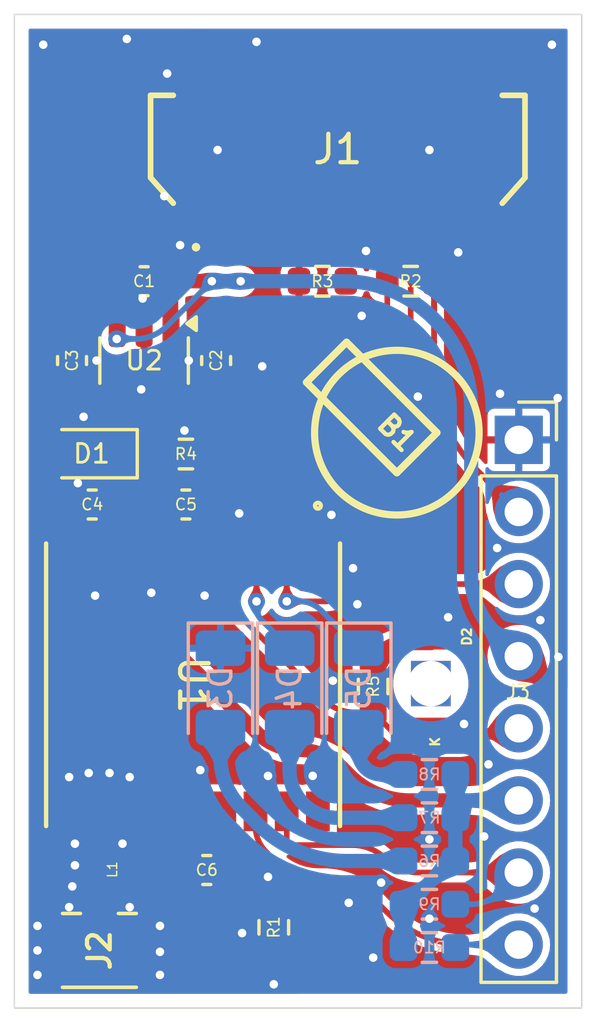
<source format=kicad_pcb>
(kicad_pcb (version 20240108) (generator "pcbnew") (generator_version "8.0")
  (title_block (title "ICOM Internal GPS Module") (date "2024-03-12") (rev "1.0") (company "MSF") (comment 1 "Frédéric Druppel"))
  (layers (0 "F.Cu" signal "Front") (31 "B.Cu" signal "Back") (34 "B.Paste" user) (35 "F.Paste" user) (36 "B.SilkS" user "B.Silkscreen") (37 "F.SilkS" user "F.Silkscreen") (38 "B.Mask" user) (39 "F.Mask" user) (44 "Edge.Cuts" user))
  (net 0 "")
  (net 38 "+5V")
  (net 39 "GPS-RX")
  (net 40 "SCL")
  (net 41 "SDA")
  (net 42 "+3.3V")
  (net 43 "ANT-RF")
  (net 46 "GND")
  (net 47 "V-BACKUP")
  (net 48 "GPS-TX")
  (net 49 "PPS")
  (net 50 "RESET")
  (net 51 "Net-(U2-BP)")
  (net 52 "Net-(C6-Pad1)")
  (net 53 "Net-(D1-K)")
  (net 54 "GPS-RX-Protected")
  (net 55 "Net-(D2-A)")
  (net 56 "Net-(D3-A)")
  (net 57 "Net-(D4-A)")
  (net 58 "Net-(D5-A)")
  (footprint "Capacitor_SMD:C_0603_1608Metric" (layer "F.Cu") (at 139.954 90.932 90)
    (property "Reference" "C3")
    (property "Value" "10nF" (hide yes))
  )
  (footprint "Capacitor_SMD:C_0603_1608Metric" (layer "F.Cu") (at 140.6652 96.0032 180)
    (property "Reference" "C4")
    (property "Value" "10nF" (hide yes))
  )
  (footprint "Resistor_SMD:R_0603_1608Metric" (layer "F.Cu") (at 148.781 88.138 180)
    (property "Reference" "R3")
    (property "Value" "3.3k" (hide yes))
  )
  (footprint "Inductor_SMD:L_0402_1005Metric" (layer "F.Cu") (at 141.3764 108.8644 180)
    (property "Reference" "L1")
    (property "Value" "27nH" (hide yes))
  )
  (footprint "ICOM-J1-J2:ICOM-J1-J2" (layer "F.Cu") (at 149.322 83.49)
    (property "Reference" "J1")
    (property "Value" "ICOM-J1")
  )
  (footprint "Capacitor_SMD:C_0603_1608Metric" (layer "F.Cu") (at 142.494 88.138 180)
    (property "Reference" "C1")
    (property "Value" "1uF" (hide yes))
  )
  (footprint "Diode_SMD:D_SOD-323" (layer "F.Cu") (at 140.6427 94.2137 180)
    (property "Reference" "D1")
    (property "Value" "D_Schottky" (hide yes))
  )
  (footprint "MAX-M10S-FP:MOD18_MAX-M10M_UBL" (layer "F.Cu") (at 144.2212 102.3532 -90)
    (property "Reference" "U1")
    (property "Value" "MAX-M10M-00B")
  )
  (footprint "Capacitor_SMD:C_0603_1608Metric" (layer "F.Cu") (at 144.7038 108.8774)
    (property "Reference" "C6")
    (property "Value" "10nF" (hide yes))
  )
  (footprint "KINGBRIGHT KPTR-3216SURCK:LED320X125X130N" (layer "F.Cu") (at 152.6032 102.3112 90)
    (property "Reference" "D2")
    (property "Value" "KPTR-3216SURCK" (hide yes))
  )
  (footprint "Resistor_SMD:R_0603_1608Metric" (layer "F.Cu") (at 147.066 110.8964 90)
    (property "Reference" "R1")
    (property "Value" "10" (hide yes))
  )
  (footprint "Capacitor_SMD:C_0603_1608Metric" (layer "F.Cu") (at 143.9672 96.0032)
    (property "Reference" "C5")
    (property "Value" "10nF" (hide yes))
  )
  (footprint "Resistor_SMD:R_0603_1608Metric" (layer "F.Cu") (at 143.9672 94.2252)
    (property "Reference" "R4")
    (property "Value" "3.3k" (hide yes))
  )
  (footprint "MS518SE:MS518SE-FL35E" (layer "F.Cu") (at 151.4045 93.472 135)
    (property "Reference" "B1")
    (property "Value" "MS518SE" (hide yes))
  )
  (footprint "Package_TO_SOT_SMD:SOT-23-5" (layer "F.Cu") (at 142.494 90.932 -90)
    (property "Reference" "U2")
    (property "Value" "TC2015-3.3VxCTTR" (hide yes))
  )
  (footprint "Resistor_SMD:R_0603_1608Metric_Pad0.98x0.95mm_HandSolder" (layer "F.Cu") (at 150.5693 102.4128 90)
    (property "Reference" "R5")
    (property "Value" "220" (hide yes))
  )
  (footprint "Capacitor_SMD:C_0603_1608Metric" (layer "F.Cu") (at 145.034 90.932 90)
    (property "Reference" "C2")
    (property "Value" "1uF" (hide yes))
  )
  (footprint "Connector_PinSocket_2.54mm:PinSocket_1x08_P2.54mm_Vertical" (layer "F.Cu") (at 155.702 93.726)
    (property "Reference" "J3")
    (property "Value" "Conn_01x08" (hide yes))
  )
  (footprint "Resistor_SMD:R_0603_1608Metric" (layer "F.Cu") (at 151.892 88.138 180)
    (property "Reference" "R2")
    (property "Value" "3.3k" (hide yes))
  )
  (footprint "U.FL-R-SMT-1_10:HRS_U.FL-R-SMT-1_10_" (layer "F.Cu") (at 140.9192 111.7092 180)
    (property "Reference" "J2")
    (property "Value" "U.FL-R-SMT-1_10_" (hide yes))
  )
  (footprint "Resistor_SMD:R_0603_1608Metric_Pad0.98x0.95mm_HandSolder" (layer "B.Cu") (at 152.5524 108.5596 180)
    (property "Reference" "R6")
    (property "Value" "220" (hide yes))
  )
  (footprint "LED_SMD:LED_1206_3216Metric" (layer "B.Cu") (at 145.1864 102.4636 -90)
    (property "Reference" "D3")
    (property "Value" "LED" (hide yes))
  )
  (footprint "LED_SMD:LED_1206_3216Metric" (layer "B.Cu") (at 150.0632 102.4636 -90)
    (property "Reference" "D5")
    (property "Value" "LED" (hide yes))
  )
  (footprint "Resistor_SMD:R_0603_1608Metric_Pad0.98x0.95mm_HandSolder" (layer "B.Cu") (at 152.5524 111.6076 180)
    (property "Reference" "R10")
    (property "Value" "3.3k" (hide yes))
  )
  (footprint "Resistor_SMD:R_0603_1608Metric_Pad0.98x0.95mm_HandSolder" (layer "B.Cu") (at 152.5524 107.0356 180)
    (property "Reference" "R7")
    (property "Value" "220" (hide yes))
  )
  (footprint "Resistor_SMD:R_0603_1608Metric_Pad0.98x0.95mm_HandSolder" (layer "B.Cu") (at 152.5524 110.0836 180)
    (property "Reference" "R9")
    (property "Value" "3.3k" (hide yes))
  )
  (footprint "Resistor_SMD:R_0603_1608Metric_Pad0.98x0.95mm_HandSolder" (layer "B.Cu") (at 152.5524 105.5116 180)
    (property "Reference" "R8")
    (property "Value" "220" (hide yes))
  )
  (footprint "LED_SMD:LED_1206_3216Metric" (layer "B.Cu") (at 147.6248 102.4636 -90)
    (property "Reference" "D4")
    (property "Value" "LED" (hide yes))
  )
  (gr_arc (start 149.4028 107.035599) (mid 148.131722 106.564587) (end 147.622496 105.30833) (stroke (width 0.5)) (layer "B.Cu") (net 57))
  (gr_rect (start 137.922 78.74) (end 157.922 113.74) (stroke (width 0.05)) (fill none) (layer "Edge.Cuts"))
  (segment (start 143.444 89.957389) (end 143.444 89.957255) (width 0.5) (layer "F.Cu") (net 38))
  (segment (start 143.444 90.195026) (end 143.444 90.19505) (width 0.5) (layer "F.Cu") (net 38))
  (segment (start 143.444 89.759552) (end 143.444 89.760653) (width 0.5) (layer "F.Cu") (net 38))
  (segment (start 143.444 89.207872) (end 143.444 89.208752) (width 0.5) (layer "F.Cu") (net 38))
  (segment (start 143.444 89.083819) (end 143.444 89.083326) (width 0.5) (layer "F.Cu") (net 38))
  (segment (start 143.444 89.975056) (end 143.444 89.975447) (width 0.5) (layer "F.Cu") (net 38))
  (segment (start 143.444 89.259787) (end 143.444 89.260759) (width 0.5) (layer "F.Cu") (net 38))
  (segment (start 143.444 88.534563) (end 143.444 88.53752) (width 0.5) (layer "F.Cu") (net 38))
  (segment (start 143.444 89.665188) (end 143.444 89.666227) (width 0.5) (layer "F.Cu") (net 38))
  (segment (start 143.444 89.258659) (end 143.444 89.259787) (width 0.5) (layer "F.Cu") (net 38))
  (segment (start 143.444 89.252476) (end 143.444 89.252916) (width 0.5) (layer "F.Cu") (net 38))
  (segment (start 143.444 90.168898) (end 143.444 90.168946) (width 0.5) (layer "F.Cu") (net 38))
  (segment (start 143.444 90.164273) (end 143.444 90.164371) (width 0.5) (layer "F.Cu") (net 38))
  (segment (start 143.444 90.104365) (end 143.444 90.104463) (width 0.5) (layer "F.Cu") (net 38))
  (segment (start 143.444 90.180611) (end 143.444 90.180709) (width 0.5) (layer "F.Cu") (net 38))
  (segment (start 143.444 90.151532) (end 143.444 90.151581) (width 0.5) (layer "F.Cu") (net 38))
  (segment (start 143.444 89.443458) (end 143.444 89.444824) (width 0.5) (layer "F.Cu") (net 38))
  (segment (start 143.444 88.848589) (end 143.444 88.848981) (width 0.5) (layer "F.Cu") (net 38))
  (segment (start 143.444 89.712614) (end 143.444 89.712638) (width 0.5) (layer "F.Cu") (net 38))
  (segment (start 143.444 89.701108) (end 143.444 89.701254) (width 0.5) (layer "F.Cu") (net 38))
  (segment (start 143.444 89.208752) (end 143.444 89.209057) (width 0.5) (layer "F.Cu") (net 38))
  (segment (start 143.444 90.087343) (end 143.444 90.087441) (width 0.5) (layer "F.Cu") (net 38))
  (segment (start 143.444 90.173591) (end 143.444 90.173408) (width 0.5) (layer "F.Cu") (net 38))
  (segment (start 143.444 89.967267) (end 143.444 89.967228) (width 0.5) (layer "F.Cu") (net 38))
  (segment (start 143.444 89.327985) (end 143.444 89.330039) (width 0.5) (layer "F.Cu") (net 38))
  (segment (start 143.444 89.96619) (end 143.444 89.96623) (width 0.5) (layer "F.Cu") (net 38))
  (segment (start 143.444 89.890691) (end 143.444 89.893135) (width 0.5) (layer "F.Cu") (net 38))
  (segment (start 143.444 90.130674) (end 143.444 90.131065) (width 0.5) (layer "F.Cu") (net 38))
  (segment (start 143.444 90.192639) (end 143.444 90.192737) (width 0.5) (layer "F.Cu") (net 38))
  (segment (start 143.444 89.700375) (end 143.444 89.700424) (width 0.5) (layer "F.Cu") (net 38))
  (segment (start 143.444 89.327153) (end 143.444 89.327985) (width 0.5) (layer "F.Cu") (net 38))
  (segment (start 143.444 89.291002) (end 143.444 89.292148) (width 0.5) (layer "F.Cu") (net 38))
  (segment (start 143.444 89.273892) (end 143.444 89.274907) (width 0.5) (layer "F.Cu") (net 38))
  (segment (start 143.444 89.679763) (end 143.444 89.68035) (width 0.5) (layer "F.Cu") (net 38))
  (segment (start 143.444 89.894852) (end 143.444 89.89505) (width 0.5) (layer "F.Cu") (net 38))
  (segment (start 143.444 89.256386) (end 143.444 89.256826) (width 0.5) (layer "F.Cu") (net 38))
  (segment (start 143.444 89.771533) (end 143.444 89.772072) (width 0.5) (layer "F.Cu") (net 38))
  (segment (start 143.444 90.151606) (end 143.444 90.151581) (width 0.5) (layer "F.Cu") (net 38))
  (segment (start 143.444 89.769967) (end 143.444 89.770016) (width 0.5) (layer "F.Cu") (net 38))
  (segment (start 143.444 88.992198) (end 143.444 88.994195) (width 0.5) (layer "F.Cu") (net 38))
  (segment (start 143.444 89.838523) (end 143.444 89.838694) (width 0.5) (layer "F.Cu") (net 38))
  (segment (start 143.444 89.494413) (end 143.444 89.494535) (width 0.5) (layer "F.Cu") (net 38))
  (segment (start 143.444 89.735025) (end 143.444 89.737116) (width 0.5) (layer "F.Cu") (net 38))
  (segment (start 143.444 90.151142) (end 143.444 90.151215) (width 0.5) (layer "F.Cu") (net 38))
  (segment (start 143.444 89.780068) (end 143.444 89.781413) (width 0.5) (layer "F.Cu") (net 38))
  (segment (start 143.444 89.502629) (end 143.444 89.502922) (width 0.5) (layer "F.Cu") (net 38))
  (segment (start 143.444 89.177968) (end 143.444 89.178273) (width 0.5) (layer "F.Cu") (net 38))
  (segment (start 143.444 89.216233) (end 143.444 89.217798) (width 0.5) (layer "F.Cu") (net 38))
  (segment (start 143.444 89.721942) (end 143.444 89.722089) (width 0.5) (layer "F.Cu") (net 38))
  (segment (start 143.444 89.871217) (end 143.444 89.872513) (width 0.5) (layer "F.Cu") (net 38))
  (segment (start 143.444 90.073258) (end 143.444 90.073649) (width 0.5) (layer "F.Cu") (net 38))
  (segment (start 143.444 89.474824) (end 143.444 89.474873) (width 0.5) (layer "F.Cu") (net 38))
  (segment (start 143.444 89.960272) (end 143.444 89.960553) (width 0.5) (layer "F.Cu") (net 38))
  (segment (start 143.444 89.662169) (end 143.444 89.66311) (width 0.5) (layer "F.Cu") (net 38))
  (segment (start 143.444 89.377231) (end 143.444 89.37827) (width 0.5) (layer "F.Cu") (net 38))
  (segment (start 143.444 89.967663) (end 143.444 89.967758) (width 0.5) (layer "F.Cu") (net 38))
  (segment (start 143.444 89.828757) (end 143.444 89.828647) (width 0.5) (layer "F.Cu") (net 38))
  (segment (start 143.444 89.432008) (end 143.444 89.432688) (width 0.5) (layer "F.Cu") (net 38))
  (segment (start 143.444 89.714546) (end 143.444 89.71457) (width 0.5) (layer "F.Cu") (net 38))
  (segment (start 143.444 90.149922) (end 143.444 90.14997) (width 0.5) (layer "F.Cu") (net 38))
  (segment (start 143.444 89.963772) (end 143.444 89.964292) (width 0.5) (layer "F.Cu") (net 38))
  (segment (start 143.444 89.686313) (end 143.444 89.686704) (width 0.5) (layer "F.Cu") (net 38))
  (segment (start 143.444 89.628594) (end 143.444 89.630672) (width 0.5) (layer "F.Cu") (net 38))
  (segment (start 143.444 89.507446) (end 143.444 89.50769) (width 0.5) (layer "F.Cu") (net 38))
  (segment (start 143.444 89.581658) (end 143.444 89.589972) (width 0.5) (layer "F.Cu") (net 38))
  (segment (start 143.444 90.005769) (end 143.444 90.006844) (width 0.5) (layer "F.Cu") (net 38))
  (segment (start 143.444 90.113826) (end 143.444 90.11448) (width 0.5) (layer "F.Cu") (net 38))
  (segment (start 143.444 89.768158) (end 143.444 89.768182) (width 0.5) (layer "F.Cu") (net 38))
  (segment (start 143.444 89.244293) (end 143.444 89.243694) (width 0.5) (layer "F.Cu") (net 38))
  (segment (start 143.444 89.511356) (end 143.444 89.511234) (width 0.5) (layer "F.Cu") (net 38))
  (segment (start 143.444 89.527081) (end 143.444 89.528255) (width 0.5) (layer "F.Cu") (net 38))
  (segment (start 143.444 89.950272) (end 143.444 89.950443) (width 0.5) (layer "F.Cu") (net 38))
  (segment (start 143.444 90.137553) (end 143.444 90.137682) (width 0.5) (layer "F.Cu") (net 38))
  (segment (start 143.444 90.025333) (end 143.444 90.025724) (width 0.5) (layer "F.Cu") (net 38))
  (segment (start 143.444 89.800567) (end 143.444 89.800259) (width 0.5) (layer "F.Cu") (net 38))
  (segment (start 143.444 89.458271) (end 143.444 89.458222) (width 0.5) (layer "F.Cu") (net 38))
  (segment (start 143.444 88.788962) (end 143.444 88.796846) (width 0.5) (layer "F.Cu") (net 38))
  (segment (start 143.444 89.776889) (end 143.444 89.776986) (width 0.5) (layer "F.Cu") (net 38))
  (segment (start 143.444 89.701254) (end 143.444 89.701498) (width 0.5) (layer "F.Cu") (net 38))
  (segment (start 143.444 89.065715) (end 143.444 89.066684) (width 0.5) (layer "F.Cu") (net 38))
  (segment (start 143.444 89.270481) (end 143.444 89.269699) (width 0.5) (layer "F.Cu") (net 38))
  (segment (start 143.444 89.685654) (end 143.444 89.68563) (width 0.5) (layer "F.Cu") (net 38))
  (segment (start 143.444 89.33576) (end 143.444 89.340259) (width 0.5) (layer "F.Cu") (net 38))
  (segment (start 143.444 89.031232) (end 143.444 89.031863) (width 0.5) (layer "F.Cu") (net 38))
  (segment (start 143.444 89.286868) (end 143.444 89.286971) (width 0.5) (layer "F.Cu") (net 38))
  (segment (start 143.444 89.558698) (end 143.444 89.554077) (width 0.5) (layer "F.Cu") (net 38))
  (segment (start 143.444 89.765056) (end 143.444 89.765031) (width 0.5) (layer "F.Cu") (net 38))
  (segment (start 143.444 89.939991) (end 143.444 89.93971) (width 0.5) (layer "F.Cu") (net 38))
  (segment (start 143.444 89.280654) (end 143.444 89.280678) (width 0.5) (layer "F.Cu") (net 38))
  (segment (start 143.444 90.193129) (end 143.444 90.193163) (width 0.5) (layer "F.Cu") (net 38))
  (segment (start 143.444 88.955057) (end 143.444 88.956767) (width 0.5) (layer "F.Cu") (net 38))
  (segment (start 143.444 90.191526) (end 143.444 90.19155) (width 0.5) (layer "F.Cu") (net 38))
  (segment (start 143.444 89.042378) (end 143.444 89.04248) (width 0.5) (layer "F.Cu") (net 38))
  (segment (start 143.444 89.713481) (end 143.444 89.71353) (width 0.5) (layer "F.Cu") (net 38))
  (segment (start 143.444 89.286706) (end 143.444 89.286868) (width 0.5) (layer "F.Cu") (net 38))
  (segment (start 143.444 90.063921) (end 143.444 90.064703) (width 0.5) (layer "F.Cu") (net 38))
  (segment (start 143.444 89.687503) (end 143.444 89.68757) (width 0.5) (layer "F.Cu") (net 38))
  (segment (start 143.444 89.615048) (end 143.444 89.623386) (width 0.5) (layer "F.Cu") (net 38))
  (segment (start 143.444 89.315954) (end 143.444 89.316394) (width 0.5) (layer "F.Cu") (net 38))
  (segment (start 143.444 89.061101) (end 143.444 89.06366) (width 0.5) (layer "F.Cu") (net 38))
  (segment (start 143.444 90.155224) (end 143.444 90.156789) (width 0.5) (layer "F.Cu") (net 38))
  (segment (start 143.444 90.163356) (end 143.444 90.16338) (width 0.5) (layer "F.Cu") (net 38))
  (segment (start 143.444 90.165583) (end 143.444 90.165599) (width 0.5) (layer "F.Cu") (net 38))
  (segment (start 143.444 90.1699) (end 143.444 90.170144) (width 0.5) (layer "F.Cu") (net 38))
  (segment (start 143.444 88.990201) (end 143.444 88.989507) (width 0.5) (layer "F.Cu") (net 38))
  (segment (start 143.444 89.066684) (end 143.444 89.068933) (width 0.5) (layer "F.Cu") (net 38))
  (segment (start 143.444 90.187515) (end 143.444 90.187539) (width 0.5) (layer "F.Cu") (net 38))
  (segment (start 143.444 89.924822) (end 143.444 89.925377) (width 0.5) (layer "F.Cu") (net 38))
  (segment (start 143.444 89.326371) (end 143.444 89.326762) (width 0.5) (layer "F.Cu") (net 38))
  (segment (start 143.444 89.353709) (end 143.444 89.354639) (width 0.5) (layer "F.Cu") (net 38))
  (segment (start 143.444 89.697344) (end 143.444 89.697075) (width 0.5) (layer "F.Cu") (net 38))
  (segment (start 143.444 89.253769) (end 143.444 89.254019) (width 0.5) (layer "F.Cu") (net 38))
  (segment (start 143.444 89.876122) (end 143.444 89.876751) (width 0.5) (layer "F.Cu") (net 38))
  (segment (start 143.444 89.195558) (end 143.444 89.198025) (width 0.5) (layer "F.Cu") (net 38))
  (segment (start 143.444 90.129892) (end 143.444 90.130283) (width 0.5) (layer "F.Cu") (net 38))
  (segment (start 143.444 90.168236) (end 143.444 90.168334) (width 0.5) (layer "F.Cu") (net 38))
  (segment (start 143.444 89.84932) (end 143.444 89.849601) (width 0.5) (layer "F.Cu") (net 38))
  (segment (start 143.444 89.800567) (end 143.444 89.801719) (width 0.5) (layer "F.Cu") (net 38))
  (segment (start 143.444 90.189469) (end 143.444 90.189585) (width 0.5) (layer "F.Cu") (net 38))
  (segment (start 143.444 90.1318) (end 143.444 90.131519) (width 0.5) (layer "F.Cu") (net 38))
  (segment (start 143.444 88.983873) (end 143.444 88.984372) (width 0.5) (layer "F.Cu") (net 38))
  (segment (start 143.444 89.987591) (end 143.444 89.988741) (width 0.5) (layer "F.Cu") (net 38))
  (segment (start 144.8816 88.138) (end 143.392743 88.138) (width 0.5) (layer "F.Cu") (net 38))
  (segment (start 143.444 89.966166) (end 143.444 89.96619) (width 0.5) (layer "F.Cu") (net 38))
  (segment (start 143.444 89.973883) (end 143.444 89.974274) (width 0.5) (layer "F.Cu") (net 38))
  (segment (start 143.444 90.014843) (end 143.444 90.014989) (width 0.5) (layer "F.Cu") (net 38))
  (segment (start 143.444 89.699911) (end 143.444 89.699715) (width 0.5) (layer "F.Cu") (net 38))
  (segment (start 143.444 90.136069) (end 143.444 90.1361) (width 0.5) (layer "F.Cu") (net 38))
  (segment (start 143.444 88.764435) (end 143.444 88.764398) (width 0.5) (layer "F.Cu") (net 38))
  (segment (start 143.444 89.23681) (end 143.444 89.23739) (width 0.5) (layer "F.Cu") (net 38))
  (segment (start 143.444 90.020368) (end 143.444 90.020417) (width 0.5) (layer "F.Cu") (net 38))
  (segment (start 143.444 89.23797) (end 143.444 89.238352) (width 0.5) (layer "F.Cu") (net 38))
  (segment (start 143.444 90.02455) (end 143.444 90.024942) (width 0.5) (layer "F.Cu") (net 38))
  (segment (start 143.444 89.473284) (end 143.444 89.473381) (width 0.5) (layer "F.Cu") (net 38))
  (segment (start 143.444 89.449614) (end 143.444 89.451569) (width 0.5) (layer "F.Cu") (net 38))
  (segment (start 143.444 90.090058) (end 143.444 90.090107) (width 0.5) (layer "F.Cu") (net 38))
  (segment (start 143.444 89.037324) (end 143.444 89.037854) (width 0.5) (layer "F.Cu") (net 38))
  (segment (start 143.444 88.988205) (end 143.444 88.988289) (width 0.5) (layer "F.Cu") (net 38))
  (segment (start 143.444 89.434615) (end 143.444 89.436429) (width 0.5) (layer "F.Cu") (net 38))
  (segment (start 143.444 89.245441) (end 143.444 89.245346) (width 0.5) (layer "F.Cu") (net 38))
  (segment (start 143.444 89.821929) (end 143.444 89.822039) (width 0.5) (layer "F.Cu") (net 38))
  (segment (start 143.444 89.288848) (end 143.444 89.289117) (width 0.5) (layer "F.Cu") (net 38))
  (segment (start 143.444 89.242709) (end 143.444 89.242838) (width 0.5) (layer "F.Cu") (net 38))
  (segment (start 143.444 89.217798) (end 143.444 89.223276) (width 0.5) (layer "F.Cu") (net 38))
  (segment (start 143.444 90.05975) (end 143.444 90.060263) (width 0.5) (layer "F.Cu") (net 38))
  (segment (start 143.444 89.687227) (end 143.444 89.687352) (width 0.5) (layer "F.Cu") (net 38))
  (segment (start 143.444 89.721089) (end 143.444 89.72112) (width 0.5) (layer "F.Cu") (net 38))
  (segment (start 143.444 90.020807) (end 143.444 90.020856) (width 0.5) (layer "F.Cu") (net 38))
  (segment (start 143.444 89.142474) (end 143.444 89.143202) (width 0.5) (layer "F.Cu") (net 38))
  (segment (start 143.444 90.180513) (end 143.444 90.180611) (width 0.5) (layer "F.Cu") (net 38))
  (segment (start 143.444 89.767301) (end 143.444 89.7674) (width 0.5) (layer "F.Cu") (net 38))
  (segment (start 143.444 89.49803) (end 143.444 89.498103) (width 0.5) (layer "F.Cu") (net 38))
  (segment (start 143.444 89.98029) (end 143.444 89.982638) (width 0.5) (layer "F.Cu") (net 38))
  (segment (start 143.444 90.089103) (end 143.444 90.089396) (width 0.5) (layer "F.Cu") (net 38))
  (segment (start 143.444 89.684897) (end 143.444 89.684995) (width 0.5) (layer "F.Cu") (net 38))
  (segment (start 143.444 89.838694) (end 143.444 89.838865) (width 0.5) (layer "F.Cu") (net 38))
  (segment (start 143.444 89.822267) (end 143.444 89.822597) (width 0.5) (layer "F.Cu") (net 38))
  (segment (start 145.8976 88.138) (end 144.8816 88.138) (width 0.5) (layer "F.Cu") (net 38))
  (segment (start 143.444 89.249783) (end 143.444 89.249985) (width 0.5) (layer "F.Cu") (net 38))
  (segment (start 143.444 90.149284) (end 143.444 90.149431) (width 0.5) (layer "F.Cu") (net 38))
  (segment (start 143.444 90.056373) (end 143.444 90.058455) (width 0.5) (layer "F.Cu") (net 38))
  (segment (start 143.444 90.02428) (end 143.444 90.024427) (width 0.5) (layer "F.Cu") (net 38))
  (segment (start 143.444 89.23681) (end 143.444 89.235155) (width 0.5) (layer "F.Cu") (net 38))
  (segment (start 143.444 89.279798) (end 143.444 89.280138) (width 0.5) (layer "F.Cu") (net 38))
  (segment (start 143.444 89.176054) (end 143.444 89.176374) (width 0.5) (layer "F.Cu") (net 38))
  (segment (start 143.444 89.770139) (end 143.444 89.770065) (width 0.5) (layer "F.Cu") (net 38))
  (segment (start 143.444 90.179021) (end 143.444 90.179119) (width 0.5) (layer "F.Cu") (net 38))
  (segment (start 143.444 89.712125) (end 143.444 89.712247) (width 0.5) (layer "F.Cu") (net 38))
  (segment (start 143.444 89.830833) (end 143.444 89.831114) (width 0.5) (layer "F.Cu") (net 38))
  (segment (start 143.444 89.701768) (end 143.444 89.701866) (width 0.5) (layer "F.Cu") (net 38))
  (segment (start 145.360258 79.828258) (end 145.408855 79.876855) (width 0.5) (layer "F.Cu") (net 38))
  (segment (start 143.444 89.776792) (end 143.444 89.776889) (width 0.5) (layer "F.Cu") (net 38))
  (segment (start 143.444 89.534978) (end 143.444 89.532263) (width 0.5) (layer "F.Cu") (net 38))
  (segment (start 143.444 89.912554) (end 143.444 89.913183) (width 0.5) (layer "F.Cu") (net 38))
  (segment (start 143.444 90.19232) (end 143.444 90.192369) (width 0.5) (layer "F.Cu") (net 38))
  (segment (start 143.444 89.69913) (end 143.444 89.699204) (width 0.5) (layer "F.Cu") (net 38))
  (segment (start 143.444 89.957389) (end 143.444 89.957512) (width 0.5) (layer "F.Cu") (net 38))
  (segment (start 143.444 88.625421) (end 143.444 88.637083) (width 0.5) (layer "F.Cu") (net 38))
  (segment (start 143.444 89.713102) (end 143.444 89.713163) (width 0.5) (layer "F.Cu") (net 38))
  (segment (start 143.444 89.50769) (end 143.444 89.508619) (width 0.5) (layer "F.Cu") (net 38))
  (segment (start 143.444 89.042276) (end 143.444 89.04172) (width 0.5) (layer "F.Cu") (net 38))
  (segment (start 143.444 88.538651) (end 143.444 88.53752) (width 0.5) (layer "F.Cu") (net 38))
  (segment (start 143.444 90.146815) (end 143.444 90.147793) (width 0.5) (layer "F.Cu") (net 38))
  (segment (start 143.444 90.068699) (end 143.444 90.068956) (width 0.5) (layer "F.Cu") (net 38))
  (segment (start 143.444 89.280923) (end 143.444 89.280678) (width 0.5) (layer "F.Cu") (net 38))
  (segment (start 143.444 89.342611) (end 143.444 89.345153) (width 0.5) (layer "F.Cu") (net 38))
  (segment (start 143.444 88.93711) (end 143.444 88.938396) (width 0.5) (layer "F.Cu") (net 38))
  (segment (start 143.444 90.162843) (end 143.444 90.162965) (width 0.5) (layer "F.Cu") (net 38))
  (segment (start 143.444 89.073267) (end 143.444 89.073829) (width 0.5) (layer "F.Cu") (net 38))
  (segment (start 143.444 89.855138) (end 143.444 89.856703) (width 0.5) (layer "F.Cu") (net 38))
  (segment (start 143.444 89.347695) (end 143.444 89.350237) (width 0.5) (layer "F.Cu") (net 38))
  (segment (start 143.444 89.50067) (end 143.444 89.500939) (width 0.5) (layer "F.Cu") (net 38))
  (segment (start 143.444 90.19505) (end 143.444 90.195074) (width 0.5) (layer "F.Cu") (net 38))
  (segment (start 143.444 90.185938) (end 143.444 90.186329) (width 0.5) (layer "F.Cu") (net 38))
  (segment (start 143.444 89.20479) (end 143.444 89.203763) (width 0.5) (layer "F.Cu") (net 38))
  (segment (start 143.444 89.491993) (end 143.444 89.492139) (width 0.5) (layer "F.Cu") (net 38))
  (segment (start 143.444 89.21045) (end 143.444 89.210316) (width 0.5) (layer "F.Cu") (net 38))
  (segment (start 143.444 89.368332) (end 143.444 89.369555) (width 0.5) (layer "F.Cu") (net 38))
  (segment (start 143.444 89.920732) (end 143.444 89.92291) (width 0.5) (layer "F.Cu") (net 38))
  (segment (start 143.444 89.471744) (end 143.444 89.471598) (width 0.5) (layer "F.Cu") (net 38))
  (segment (start 143.444 89.938426) (end 143.444 89.938366) (width 0.5) (layer "F.Cu") (net 38))
  (segment (start 143.444 89.836445) (end 143.444 89.836163) (width 0.5) (layer "F.Cu") (net 38))
  (segment (start 143.444 89.697344) (end 143.444 89.697784) (width 0.5) (layer "F.Cu") (net 38))
  (segment (start 143.444 89.074167) (end 143.444 89.074282) (width 0.5) (layer "F.Cu") (net 38))
  (segment (start 143.444 89.830221) (end 143.444 89.830141) (width 0.5) (layer "F.Cu") (net 38))
  (segment (start 143.444 90.100744) (end 143.444 90.100842) (width 0.5) (layer "F.Cu") (net 38))
  (segment (start 143.444 90.112555) (end 143.444 90.112253) (width 0.5) (layer "F.Cu") (net 38))
  (segment (start 143.444 89.730858) (end 143.444 89.73294) (width 0.5) (layer "F.Cu") (net 38))
  (segment (start 143.444 90.107495) (end 143.444 90.107019) (width 0.5) (layer "F.Cu") (net 38))
  (segment (start 143.444 89.971339) (end 143.444 89.97173) (width 0.5) (layer "F.Cu") (net 38))
  (segment (start 143.444 89.770139) (end 143.444 89.770335) (width 0.5) (layer "F.Cu") (net 38))
  (segment (start 143.444 90.138707) (end 143.444 90.138989) (width 0.5) (layer "F.Cu") (net 38))
  (segment (start 143.444 89.251851) (end 143.444 89.252414) (width 0.5) (layer "F.Cu") (net 38))
  (segment (start 143.444 89.28484) (end 143.444 89.284935) (width 0.5) (layer "F.Cu") (net 38))
  (segment (start 143.444 89.254286) (end 143.444 89.25453) (width 0.5) (layer "F.Cu") (net 38))
  (segment (start 143.444 90.022592) (end 143.444 90.022983) (width 0.5) (layer "F.Cu") (net 38))
  (segment (start 143.444 89.714332) (end 143.444 89.714371) (width 0.5) (layer "F.Cu") (net 38))
  (segment (start 143.444 89.250304) (end 143.444 89.249985) (width 0.5) (layer "F.Cu") (net 38))
  (segment (start 143.444 89.75586) (end 143.444 89.756349) (width 0.5) (layer "F.Cu") (net 38))
  (segment (start 143.444 89.868577) (end 143.444 89.868601) (width 0.5) (layer "F.Cu") (net 38))
  (segment (start 143.444 89.796387) (end 143.444 89.798075) (width 0.5) (layer "F.Cu") (net 38))
  (segment (start 143.444 90.079062) (end 143.444 90.079581) (width 0.5) (layer "F.Cu") (net 38))
  (segment (start 143.444 89.250304) (end 143.444 89.250444) (width 0.5) (layer "F.Cu") (net 38))
  (segment (start 143.444 89.11643) (end 143.444 89.11819) (width 0.5) (layer "F.Cu") (net 38))
  (segment (start 143.444 89.649711) (end 143.444 89.650249) (width 0.5) (layer "F.Cu") (net 38))
  (segment (start 143.444 89.899936) (end 143.444 89.90502) (width 0.5) (layer "F.Cu") (net 38))
  (segment (start 143.444 89.660568) (end 143.444 89.660739) (width 0.5) (layer "F.Cu") (net 38))
  (segment (start 143.444 89.959451) (end 143.444 89.959726) (width 0.5) (layer "F.Cu") (net 38))
  (segment (start 143.444 89.691608) (end 143.444 89.691448) (width 0.5) (layer "F.Cu") (net 38))
  (segment (start 143.444 89.984777) (end 143.444 89.985879) (width 0.5) (layer "F.Cu") (net 38))
  (segment (start 143.444 89.02667) (end 143.444 89.027118) (width 0.5) (layer "F.Cu") (net 38))
  (segment (start 143.444 88.852229) (end 143.444 88.852315) (width 0.5) (layer "F.Cu") (net 38))
  (segment (start 143.444 90.152779) (end 143.444 90.153072) (width 0.5) (layer "F.Cu") (net 38))
  (segment (start 143.444 89.717344) (end 143.444 89.717491) (width 0.5) (layer "F.Cu") (net 38))
  (segment (start 143.444 90.071817) (end 143.444 90.071963) (width 0.5) (layer "F.Cu") (net 38))
  (segment (start 143.444 90.173591) (end 143.444 90.173689) (width 0.5) (layer "F.Cu") (net 38))
  (segment (start 143.444 89.085816) (end 143.444 89.087813) (width 0.5) (layer "F.Cu") (net 38))
  (segment (start 143.444 90.18672) (end 143.444 90.186852) (width 0.5) (layer "F.Cu") (net 38))
  (segment (start 143.444 89.635955) (end 143.444 89.63598) (width 0.5) (layer "F.Cu") (net 38))
  (segment (start 143.444 89.848183) (end 143.444 89.848404) (width 0.5) (layer "F.Cu") (net 38))
  (segment (start 143.444 89.951826) (end 143.444 89.952866) (width 0.5) (layer "F.Cu") (net 38))
  (segment (start 143.444 89.502629) (end 143.444 89.502507) (width 0.5) (layer "F.Cu") (net 38))
  (segment (start 143.444 89.512799) (end 143.444 89.513288) (width 0.5) (layer "F.Cu") (net 38))
  (segment (start 143.444 90.071401) (end 143.444 90.071474) (width 0.5) (layer "F.Cu") (net 38))
  (segment (start 143.444 90.172409) (end 143.444 90.1725) (width 0.5) (layer "F.Cu") (net 38))
  (segment (start 143.444 89.960553) (end 143.444 89.960663) (width 0.5) (layer "F.Cu") (net 38))
  (segment (start 143.444 89.741287) (end 143.444 89.747546) (width 0.5) (layer "F.Cu") (net 38))
  (segment (start 143.444 90.187647) (end 143.444 90.187684) (width 0.5) (layer "F.Cu") (net 38))
  (segment (start 143.444 89.840165) (end 143.444 89.841198) (width 0.5) (layer "F.Cu") (net 38))
  (segment (start 143.444 89.176882) (end 143.444 89.177578) (width 0.5) (layer "F.Cu") (net 38))
  (segment (start 143.444 90.069886) (end 143.444 90.070132) (width 0.5) (layer "F.Cu") (net 38))
  (segment (start 143.444 89.803431) (end 143.444 89.804534) (width 0.5) (layer "F.Cu") (net 38))
  (segment (start 143.444 89.7685) (end 143.444 89.768573) (width 0.5) (layer "F.Cu") (net 38))
  (segment (start 143.444 89.687732) (end 143.444 89.687637) (width 0.5) (layer "F.Cu") (net 38))
  (segment (start 143.444 89.823973) (end 143.444 89.824487) (width 0.5) (layer "F.Cu") (net 38))
  (segment (start 143.444 89.183963) (end 143.444 89.183557) (width 0.5) (layer "F.Cu") (net 38))
  (segment (start 143.444 89.298399) (end 143.444 89.299963) (width 0.5) (layer "F.Cu") (net 38))
  (segment (start 143.444 89.714472) (end 143.444 89.714522) (width 0.5) (layer "F.Cu") (net 38))
  (segment (start 143.444 89.770016) (end 143.444 89.770065) (width 0.5) (layer "F.Cu") (net 38))
  (segment (start 143.444 90.071133) (end 143.444 90.071206) (width 0.5) (layer "F.Cu") (net 38))
  (segment (start 143.444 89.795275) (end 143.444 89.796387) (width 0.5) (layer "F.Cu") (net 38))
  (segment (start 143.444 90.099814) (end 143.444 90.099912) (width 0.5) (layer "F.Cu") (net 38))
  (segment (start 143.444 89.890691) (end 143.444 89.88937) (width 0.5) (layer "F.Cu") (net 38))
  (segment (start 143.444 89.676119) (end 143.444 89.676168) (width 0.5) (layer "F.Cu") (net 38))
  (segment (start 143.444 89.723825) (end 143.444 89.723998) (width 0.5) (layer "F.Cu") (net 38))
  (segment (start 143.444 90.062388) (end 143.444 90.062648) (width 0.5) (layer "F.Cu") (net 38))
  (segment (start 143.444 89.284935) (end 143.444 89.285252) (width 0.5) (layer "F.Cu") (net 38))
  (segment (start 143.444 89.830733) (end 143.444 89.830833) (width 0.5) (layer "F.Cu") (net 38))
  (segment (start 143.444 90.152584) (end 143.444 90.152682) (width 0.5) (layer "F.Cu") (net 38))
  (segment (start 143.444 89.656729) (end 143.444 89.656827) (width 0.5) (layer "F.Cu") (net 38))
  (segment (start 143.444 89.181467) (end 143.444 89.180234) (width 0.5) (layer "F.Cu") (net 38))
  (segment (start 143.444 89.714424) (end 143.444 89.714448) (width 0.5) (layer "F.Cu") (net 38))
  (segment (start 143.444 89.753806) (end 143.444 89.75586) (width 0.5) (layer "F.Cu") (net 38))
  (segment (start 143.444 89.684799) (end 143.444 89.684506) (width 0.5) (layer "F.Cu") (net 38))
  (segment (start 143.444 90.012518) (end 143.444 90.01264) (width 0.5) (layer "F.Cu") (net 38))
  (segment (start 143.444 89.93417) (end 143.444 89.935736) (width 0.5) (layer "F.Cu") (net 38))
  (segment (start 143.444 89.966142) (end 143.444 89.966166) (width 0.5) (layer "F.Cu") (net 38))
  (segment (start 143.444 89.44619) (end 143.444 89.447556) (width 0.5) (layer "F.Cu") (net 38))
  (segment (start 143.444 89.725391) (end 143.444 89.725648) (width 0.5) (layer "F.Cu") (net 38))
  (segment (start 143.444 89.849723) (end 143.444 89.849845) (width 0.5) (layer "F.Cu") (net 38))
  (segment (start 143.444 89.703993) (end 143.444 89.704506) (width 0.5) (layer "F.Cu") (net 38))
  (segment (start 143.444 89.700814) (end 143.444 89.700863) (width 0.5) (layer "F.Cu") (net 38))
  (segment (start 143.444 90.185547) (end 143.444 90.185938) (width 0.5) (layer "F.Cu") (net 38))
  (segment (start 143.444 89.542143) (end 143.444 89.541556) (width 0.5) (layer "F.Cu") (net 38))
  (segment (start 143.444 89.811367) (end 143.444 89.811269) (width 0.5) (layer "F.Cu") (net 38))
  (segment (start 143.444 89.436429) (end 143.444 89.439121) (width 0.5) (layer "F.Cu") (net 38))
  (segment (start 143.444 89.698566) (end 143.444 89.698713) (width 0.5) (layer "F.Cu") (net 38))
  (segment (start 143.444 89.079438) (end 143.444 89.08019) (width 0.5) (layer "F.Cu") (net 38))
  (segment (start 143.444 89.229536) (end 143.444 89.231101) (width 0.5) (layer "F.Cu") (net 38))
  (segment (start 143.444 89.078205) (end 143.444 89.078322) (width 0.5) (layer "F.Cu") (net 38))
  (segment (start 143.444 89.176374) (end 143.444 89.176694) (width 0.5) (layer "F.Cu") (net 38))
  (segment (start 143.444 89.938426) (end 143.444 89.938867) (width 0.5) (layer "F.Cu") (net 38))
  (segment (start 143.444 90.135663) (end 143.444 90.13576) (width 0.5) (layer "F.Cu") (net 38))
  (segment (start 143.444 90.106025) (end 143.444 90.106068) (width 0.5) (layer "F.Cu") (net 38))
  (segment (start 143.444 90.004694) (end 143.444 90.005769) (width 0.5) (layer "F.Cu") (net 38))
  (segment (start 143.444 89.914177) (end 143.444 89.916794) (width 0.5) (layer "F.Cu") (net 38))
  (segment (start 143.444 90.173689) (end 143.444 90.173787) (width 0.5) (layer "F.Cu") (net 38))
  (segment (start 143.444 89.261336) (end 143.444 89.261397) (width 0.5) (layer "F.Cu") (net 38))
  (segment (start 143.444 89.71457) (end 143.444 89.714619) (width 0.5) (layer "F.Cu") (net 38))
  (segment (start 143.444 89.968432) (end 143.444 89.968242) (width 0.5) (layer "F.Cu") (net 38))
  (segment (start 143.444 89.7674) (end 143.444 89.767499) (width 0.5) (layer "F.Cu") (net 38))
  (segment (start 143.444 89.718396) (end 143.444 89.718274) (width 0.5) (layer "F.Cu") (net 38))
  (segment (start 143.444 89.700204) (end 143.444 89.700326) (width 0.5) (layer "F.Cu") (net 38))
  (segment (start 143.444 90.086951) (end 143.444 90.087245) (width 0.5) (layer "F.Cu") (net 38))
  (segment (start 143.444 89.713555) (end 143.444 89.713653) (width 0.5) (layer "F.Cu") (net 38))
  (segment (start 143.444 89.712638) (end 143.444 89.712662) (width 0.5) (layer "F.Cu") (net 38))
  (segment (start 143.444 89.031232) (end 143.444 89.030642) (width 0.5) (layer "F.Cu") (net 38))
  (segment (start 143.444 89.955004) (end 143.444 89.955395) (width 0.5) (layer "F.Cu") (net 38))
  (segment (start 143.444 89.774149) (end 143.444 89.774321) (width 0.5) (layer "F.Cu") (net 38))
  (segment (start 143.444 89.464676) (end 143.444 89.464847) (width 0.5) (layer "F.Cu") (net 38))
  (segment (start 143.444 90.127875) (end 143.444 90.129892) (width 0.5) (layer "F.Cu") (net 38))
  (segment (start 143.444 89.989584) (end 143.444 89.990121) (width 0.5) (layer "F.Cu") (net 38))
  (segment (start 143.444 89.686704) (end 143.444 89.686835) (width 0.5) (layer "F.Cu") (net 38))
  (segment (start 143.444 89.254774) (end 143.444 89.255018) (width 0.5) (layer "F.Cu") (net 38))
  (segment (start 143.444 90.138221) (end 143.444 90.138288) (width 0.5) (layer "F.Cu") (net 38))
  (segment (start 143.444 89.660739) (end 143.444 89.660837) (width 0.5) (layer "F.Cu") (net 38))
  (segment (start 143.444 90.092236) (end 143.444 90.093213) (width 0.5) (layer "F.Cu") (net 38))
  (segment (start 143.444 89.167205) (end 143.444 89.167351) (width 0.5) (layer "F.Cu") (net 38))
  (segment (start 143.444 90.103514) (end 143.444 90.103654) (width 0.5) (layer "F.Cu") (net 38))
  (segment (start 143.444 89.720634) (end 143.444 89.720842) (width 0.5) (layer "F.Cu") (net 38))
  (segment (start 143.444 90.01428) (end 143.444 90.014476) (width 0.5) (layer "F.Cu") (net 38))
  (segment (start 143.444 90.029759) (end 143.444 90.028659) (width 0.5) (layer "F.Cu") (net 38))
  (segment (start 143.444 88.839595) (end 143.444 88.840204) (width 0.5) (layer "F.Cu") (net 38))
  (segment (start 143.444 89.777157) (end 143.444 89.777402) (width 0.5) (layer "F.Cu") (net 38))
  (segment (start 143.444 88.869477) (end 143.444 88.871584) (width 0.5) (layer "F.Cu") (net 38))
  (segment (start 143.444 89.282037) (end 143.444 89.282723) (width 0.5) (layer "F.Cu") (net 38))
  (segment (start 143.444 89.941126) (end 143.444 89.941347) (width 0.5) (layer "F.Cu") (net 38))
  (segment (start 143.444 90.143742) (end 143.444 90.143877) (width 0.5) (layer "F.Cu") (net 38))
  (segment (start 143.444 88.540043) (end 143.444 88.540739) (width 0.5) (layer "F.Cu") (net 38))
  (segment (start 143.444 89.371622) (end 143.444 89.372086) (width 0.5) (layer "F.Cu") (net 38))
  (segment (start 143.444 89.006421) (end 143.444 89.008417) (width 0.5) (layer "F.Cu") (net 38))
  (segment (start 143.444 89.173356) (end 143.444 89.174371) (width 0.5) (layer "F.Cu") (net 38))
  (segment (start 143.444 90.091526) (end 143.444 90.091967) (width 0.5) (layer "F.Cu") (net 38))
  (segment (start 143.444 89.651545) (end 143.444 89.653599) (width 0.5) (layer "F.Cu") (net 38))
  (segment (start 143.444 89.078322) (end 143.444 89.078815) (width 0.5) (layer "F.Cu") (net 38))
  (segment (start 143.444 89.463723) (end 143.444 89.463894) (width 0.5) (layer "F.Cu") (net 38))
  (segment (start 143.444 88.845235) (end 143.444 88.846498) (width 0.5) (layer "F.Cu") (net 38))
  (segment (start 143.444 89.263499) (end 143.444 89.265554) (width 0.5) (layer "F.Cu") (net 38))
  (segment (start 143.444 89.498446) (end 143.444 89.498592) (width 0.5) (layer "F.Cu") (net 38))
  (segment (start 143.444 90.171809) (end 143.444 90.17184) (width 0.5) (layer "F.Cu") (net 38))
  (segment (start 143.444 89.659101) (end 143.444 89.659639) (width 0.5) (layer "F.Cu") (net 38))
  (segment (start 143.444 89.700692) (end 143.444 89.700765) (width 0.5) (layer "F.Cu") (net 38))
  (segment (start 143.444 89.501356) (end 143.444 89.501454) (width 0.5) (layer "F.Cu") (net 38))
  (segment (start 143.444 89.814642) (end 143.444 89.815033) (width 0.5) (layer "F.Cu") (net 38))
  (segment (start 143.444 89.661033) (end 143.444 89.661131) (width 0.5) (layer "F.Cu") (net 38))
  (segment (start 143.444 89.488128) (end 143.444 89.488178) (width 0.5) (layer "F.Cu") (net 38))
  (segment (start 143.444 89.76525) (end 143.444 89.765347) (width 0.5) (layer "F.Cu") (net 38))
  (segment (start 143.444 89.717834) (end 143.444 89.717908) (width 0.5) (layer "F.Cu") (net 38))
  (segment (start 143.444 90.194925) (end 143.444 90.194891) (width 0.5) (layer "F.Cu") (net 38))
  (segment (start 143.444 90.124895) (end 143.444 90.125549) (width 0.5) (layer "F.Cu") (net 38))
  (segment (start 143.444 89.315329) (end 143.444 89.315892) (width 0.5) (layer "F.Cu") (net 38))
  (segment (start 143.444 89.251069) (end 143.444 89.251191) (width 0.5) (layer "F.Cu") (net 38))
  (segment (start 143.444 89.036264) (end 143.444 89.036794) (width 0.5) (layer "F.Cu") (net 38))
  (segment (start 143.444 89.301527) (end 143.444 89.303091) (width 0.5) (layer "F.Cu") (net 38))
  (segment (start 143.444 89.763195) (end 143.444 89.763586) (width 0.5) (layer "F.Cu") (net 38))
  (segment (start 143.444 90.182812) (end 143.444 90.183058) (width 0.5) (layer "F.Cu") (net 38))
  (segment (start 143.444 88.884075) (end 143.444 88.884271) (width 0.5) (layer "F.Cu") (net 38))
  (segment (start 143.444 89.950443) (end 143.444 89.950614) (width 0.5) (layer "F.Cu") (net 38))
  (segment (start 143.444 89.255018) (end 143.444 89.255262) (width 0.5) (layer "F.Cu") (net 38))
  (segment (start 143.444 90.100842) (end 143.444 90.10094) (width 0.5) (layer "F.Cu") (net 38))
  (segment (start 143.444 89.720095) (end 143.444 89.720352) (width 0.5) (layer "F.Cu") (net 38))
  (segment (start 143.444 89.162907) (end 143.444 89.163748) (width 0.5) (layer "F.Cu") (net 38))
  (segment (start 143.444 89.501576) (end 143.444 89.501552) (width 0.5) (layer "F.Cu") (net 38))
  (segment (start 143.444 90.188335) (end 143.444 90.188433) (width 0.5) (layer "F.Cu") (net 38))
  (segment (start 143.444 88.441872) (end 143.444 88.442742) (width 0.5) (layer "F.Cu") (net 38))
  (segment (start 143.444 90.068285) (end 143.444 90.068443) (width 0.5) (layer "F.Cu") (net 38))
  (segment (start 143.444 89.523754) (end 143.444 89.524341) (width 0.5) (layer "F.Cu") (net 38))
  (segment (start 143.444 90.027876) (end 143.444 90.028659) (width 0.5) (layer "F.Cu") (net 38))
  (segment (start 143.444 90.023962) (end 143.444 90.023888) (width 0.5) (layer "F.Cu") (net 38))
  (segment (start 143.444 89.846239) (end 143.444 89.846385) (width 0.5) (layer "F.Cu") (net 38))
  (segment (start 143.444 89.760653) (end 143.444 89.761435) (width 0.5) (layer "F.Cu") (net 38))
  (segment (start 143.444 89.253769) (end 143.444 89.253356) (width 0.5) (layer "F.Cu") (net 38))
  (segment (start 143.444 89.661909) (end 143.444 89.662169) (width 0.5) (layer "F.Cu") (net 38))
  (segment (start 143.444 88.951567) (end 143.444 88.952108) (width 0.5) (layer "F.Cu") (net 38))
  (segment (start 143.444 89.685532) (end 143.444 89.68563) (width 0.5) (layer "F.Cu") (net 38))
  (segment (start 143.444 90.188458) (end 143.444 90.188506) (width 0.5) (layer "F.Cu") (net 38))
  (segment (start 143.444 89.517494) (end 143.444 89.519059) (width 0.5) (layer "F.Cu") (net 38))
  (segment (start 143.444 89.83313) (end 143.444 89.833522) (width 0.5) (layer "F.Cu") (net 38))
  (segment (start 143.444 89.851507) (end 143.444 89.852008) (width 0.5) (layer "F.Cu") (net 38))
  (segment (start 143.444 89.86321) (end 143.444 89.863308) (width 0.5) (layer "F.Cu") (net 38))
  (segment (start 143.444 88.464568) (end 143.444 88.468394) (width 0.5) (layer "F.Cu") (net 38))
  (segment (start 143.444 89.372929) (end 143.444 89.37508) (width 0.5) (layer "F.Cu") (net 38))
  (segment (start 143.444 88.539347) (end 143.444 88.540043) (width 0.5) (layer "F.Cu") (net 38))
  (segment (start 143.444 89.024691) (end 143.444 89.024854) (width 0.5) (layer "F.Cu") (net 38))
  (segment (start 143.444 90.065973) (end 143.444 90.066462) (width 0.5) (layer "F.Cu") (net 38))
  (segment (start 143.444 89.751752) (end 143.444 89.753806) (width 0.5) (layer "F.Cu") (net 38))
  (segment (start 143.444 89.6401) (end 143.444 89.639058) (width 0.5) (layer "F.Cu") (net 38))
  (segment (start 143.444 90.194925) (end 143.444 90.194955) (width 0.5) (layer "F.Cu") (net 38))
  (segment (start 143.444 90.152486) (end 143.444 90.152584) (width 0.5) (layer "F.Cu") (net 38))
  (segment (start 143.444 90.150433) (end 143.444 90.150629) (width 0.5) (layer "F.Cu") (net 38))
  (segment (start 143.444 89.698419) (end 143.444 89.698566) (width 0.5) (layer "F.Cu") (net 38))
  (segment (start 143.444 90.135566) (end 143.444 90.135298) (width 0.5) (layer "F.Cu") (net 38))
  (segment (start 143.444 89.088436) (end 143.444 89.089188) (width 0.5) (layer "F.Cu") (net 38))
  (segment (start 143.444 89.636998) (end 143.444 89.639058) (width 0.5) (layer "F.Cu") (net 38))
  (segment (start 143.444 90.184154) (end 143.444 90.184203) (width 0.5) (layer "F.Cu") (net 38))
  (segment (start 143.444 90.171871) (end 143.444 90.171905) (width 0.5) (layer "F.Cu") (net 38))
  (segment (start 143.444 89.257266) (end 143.444 89.257706) (width 0.5) (layer "F.Cu") (net 38))
  (segment (start 143.444 88.477524) (end 143.444 88.475698) (width 0.5) (layer "F.Cu") (net 38))
  (segment (start 143.444 89.223276) (end 143.444 89.224841) (width 0.5) (layer "F.Cu") (net 38))
  (segment (start 143.444 89.822971) (end 143.444 89.822855) (width 0.5) (layer "F.Cu") (net 38))
  (segment (start 143.444 89.830573) (end 143.444 89.830653) (width 0.5) (layer "F.Cu") (net 38))
  (segment (start 143.444 88.986149) (end 143.444 88.986649) (width 0.5) (layer "F.Cu") (net 38))
  (segment (start 143.444 89.550947) (end 143.444 89.554077) (width 0.5) (layer "F.Cu") (net 38))
  (segment (start 143.444 90.188506) (end 143.444 90.188554) (width 0.5) (layer "F.Cu") (net 38))
  (segment (start 143.444 89.470057) (end 143.444 89.470252) (width 0.5) (layer "F.Cu") (net 38))
  (segment (start 143.444 88.471872) (end 143.444 88.475698) (width 0.5) (layer "F.Cu") (net 38))
  (segment (start 143.444 89.778601) (end 143.444 89.77909) (width 0.5) (layer "F.Cu") (net 38))
  (segment (start 143.444 89.961164) (end 143.444 89.961665) (width 0.5) (layer "F.Cu") (net 38))
  (segment (start 143.444 89.278953) (end 143.444 89.278977) (width 0.5) (layer "F.Cu") (net 38))
  (segment (start 143.444 89.088436) (end 143.444 89.087813) (width 0.5) (layer "F.Cu") (net 38))
  (segment (start 143.444 89.254286) (end 143.444 89.254269) (width 0.5) (layer "F.Cu") (net 38))
  (segment (start 143.444 89.81914) (end 143.444 89.819153) (width 0.5) (layer "F.Cu") (net 38))
  (segment (start 143.444 90.088443) (end 143.444 90.088492) (width 0.5) (layer "F.Cu") (net 38))
  (segment (start 143.444 89.47155) (end 143.444 89.471598) (width 0.5) (layer "F.Cu") (net 38))
  (segment (start 143.444 90.149848) (end 143.444 90.149922) (width 0.5) (layer "F.Cu") (net 38))
  (segment (start 143.444 89.799187) (end 143.444 89.799723) (width 0.5) (layer "F.Cu") (net 38))
  (segment (start 143.444 89.250688) (end 143.444 89.250757) (width 0.5) (layer "F.Cu") (net 38))
  (segment (start 143.444 89.817185) (end 143.444 89.817576) (width 0.5) (layer "F.Cu") (net 38))
  (segment (start 143.444 89.868601) (end 143.444 89.868625) (width 0.5) (layer "F.Cu") (net 38))
  (segment (start 143.444 89.703455) (end 143.444 89.703993) (width 0.5) (layer "F.Cu") (net 38))
  (segment (start 143.444 90.181379) (end 143.444 90.181636) (width 0.5) (layer "F.Cu") (net 38))
  (segment (start 143.444 88.487175) (end 143.444 88.487871) (width 0.5) (layer "F.Cu") (net 38))
  (segment (start 143.444 89.513851) (end 143.444 89.514364) (width 0.5) (layer "F.Cu") (net 38))
  (segment (start 143.444 90.163332) (end 143.444 90.163356) (width 0.5) (layer "F.Cu") (net 38))
  (segment (start 143.444 89.766985) (end 143.444 89.766715) (width 0.5) (layer "F.Cu") (net 38))
  (segment (start 143.444 89.716049) (end 143.444 89.71644) (width 0.5) (layer "F.Cu") (net 38))
  (segment (start 143.444 89.749624) (end 143.444 89.751727) (width 0.5) (layer "F.Cu") (net 38))
  (segment (start 143.444 90.088492) (end 143.444 90.088541) (width 0.5) (layer "F.Cu") (net 38))
  (segment (start 143.444 90.099912) (end 143.444 90.10001) (width 0.5) (layer "F.Cu") (net 38))
  (segment (start 143.444 89.490767) (end 143.444 89.491012) (width 0.5) (layer "F.Cu") (net 38))
  (segment (start 143.444 88.477872) (end 143.444 88.479524) (width 0.5) (layer "F.Cu") (net 38))
  (segment (start 143.444 90.112555) (end 143.444 90.113184) (width 0.5) (layer "F.Cu") (net 38))
  (segment (start 143.444 90.127825) (end 143.444 90.12785) (width 0.5) (layer "F.Cu") (net 38))
  (segment (start 143.444 88.526128) (end 143.444 88.532737) (width 0.5) (layer "F.Cu") (net 38))
  (segment (start 143.444 88.488567) (end 143.444 88.489263) (width 0.5) (layer "F.Cu") (net 38))
  (segment (start 143.444 90.019464) (end 143.444 90.019342) (width 0.5) (layer "F.Cu") (net 38))
  (segment (start 143.444 88.538651) (end 143.444 88.539347) (width 0.5) (layer "F.Cu") (net 38))
  (segment (start 142.2908 81.158184) (end 142.2908 85.922308) (width 0.5) (layer "F.Cu") (net 38))
  (segment (start 143.444 88.742139) (end 143.444 88.740155) (width 0.5) (layer "F.Cu") (net 38))
  (segment (start 143.444 89.245274) (end 143.444 89.245298) (width 0.5) (layer "F.Cu") (net 38))
  (segment (start 143.444 89.286279) (end 143.444 89.28601) (width 0.5) (layer "F.Cu") (net 38))
  (segment (start 143.444 89.96623) (end 143.444 89.966334) (width 0.5) (layer "F.Cu") (net 38))
  (segment (start 145.438178 79.906178) (end 145.467501 79.935501) (width 0.5) (layer "F.Cu") (net 38))
  (segment (start 143.444 89.485805) (end 143.444 89.485903) (width 0.5) (layer "F.Cu") (net 38))
  (segment (start 143.444 90.024158) (end 143.444 90.024256) (width 0.5) (layer "F.Cu") (net 38))
  (segment (start 143.444 89.9261) (end 143.444 89.926199) (width 0.5) (layer "F.Cu") (net 38))
  (segment (start 143.444 90.067735) (end 143.444 90.067833) (width 0.5) (layer "F.Cu") (net 38))
  (segment (start 143.444 90.19129) (end 143.444 90.191174) (width 0.5) (layer "F.Cu") (net 38))
  (segment (start 143.444 90.110138) (end 143.444 90.112153) (width 0.5) (layer "F.Cu") (net 38))
  (segment (start 143.444 89.939589) (end 143.444 89.93971) (width 0.5) (layer "F.Cu") (net 38))
  (segment (start 143.444 89.863929) (end 143.444 89.864485) (width 0.5) (layer "F.Cu") (net 38))
  (segment (start 143.444 90.071206) (end 143.444 90.071401) (width 0.5) (layer "F.Cu") (net 38))
  (segment (start 143.444 89.725648) (end 143.444 89.726665) (width 0.5) (layer "F.Cu") (net 38))
  (segment (start 143.444 89.775032) (end 143.444 89.775107) (width 0.5) (layer "F.Cu") (net 38))
  (segment (start 143.444 89.950272) (end 143.444 89.950098) (width 0.5) (layer "F.Cu") (net 38))
  (segment (start 143.444 89.248917) (end 143.444 89.249235) (width 0.5) (layer "F.Cu") (net 38))
  (segment (start 143.444 90.180387) (end 143.444 90.180415) (width 0.5) (layer "F.Cu") (net 38))
  (segment (start 143.444 90.187749) (end 143.444 90.187715) (width 0.5) (layer "F.Cu") (net 38))
  (segment (start 143.444 90.029759) (end 143.444 90.030688) (width 0.5) (layer "F.Cu") (net 38))
  (segment (start 143.444 89.254019) (end 143.444 89.254269) (width 0.5) (layer "F.Cu") (net 38))
  (segment (start 143.444 89.635905) (end 143.444 89.63593) (width 0.5) (layer "F.Cu") (net 38))
  (segment (start 143.444 89.023103) (end 143.444 89.023999) (width 0.5) (layer "F.Cu") (net 38))
  (segment (start 143.444 90.075874) (end 143.444 90.075947) (width 0.5) (layer "F.Cu") (net 38))
  (segment (start 143.444 90.149652) (end 143.444 90.149848) (width 0.5) (layer "F.Cu") (net 38))
  (segment (start 143.444 88.838986) (end 143.444 88.839595) (width 0.5) (layer "F.Cu") (net 38))
  (segment (start 143.444 90.142326) (end 143.444 90.143034) (width 0.5) (layer "F.Cu") (net 38))
  (segment (start 143.444 90.188237) (end 143.444 90.188335) (width 0.5) (layer "F.Cu") (net 38))
  (segment (start 143.444 90.104927) (end 143.444 90.105159) (width 0.5) (layer "F.Cu") (net 38))
  (segment (start 143.444 90.167551) (end 143.444 90.167942) (width 0.5) (layer "F.Cu") (net 38))
  (segment (start 143.444 90.180965) (end 143.444 90.181123) (width 0.5) (layer "F.Cu") (net 38))
  (segment (start 143.444 90.075069) (end 143.444 90.075166) (width 0.5) (layer "F.Cu") (net 38))
  (segment (start 143.444 89.893135) (end 143.444 89.894258) (width 0.5) (layer "F.Cu") (net 38))
  (segment (start 143.444 90.075778) (end 143.444 90.075753) (width 0.5) (layer "F.Cu") (net 38))
  (segment (start 143.444 90.089593) (end 143.444 90.089887) (width 0.5) (layer "F.Cu") (net 38))
  (segment (start 143.444 90.179927) (end 143.444 90.179766) (width 0.5) (layer "F.Cu") (net 38))
  (segment (start 143.444 89.284241) (end 143.444 89.283965) (width 0.5) (layer "F.Cu") (net 38))
  (segment (start 143.444 88.951252) (end 143.444 88.951567) (width 0.5) (layer "F.Cu") (net 38))
  (segment (start 143.444 90.184643) (end 143.444 90.184765) (width 0.5) (layer "F.Cu") (net 38))
  (segment (start 143.444 89.285631) (end 143.444 89.28601) (width 0.5) (layer "F.Cu") (net 38))
  (segment (start 143.444 89.798651) (end 143.444 89.798075) (width 0.5) (layer "F.Cu") (net 38))
  (segment (start 143.444 90.162721) (end 143.444 90.162843) (width 0.5) (layer "F.Cu") (net 38))
  (segment (start 143.444 89.287074) (end 143.444 89.287133) (width 0.5) (layer "F.Cu") (net 38))
  (segment (start 143.444 90.163284) (end 143.444 90.163234) (width 0.5) (layer "F.Cu") (net 38))
  (segment (start 143.444 89.957512) (end 143.444 89.957635) (width 0.5) (layer "F.Cu") (net 38))
  (segment (start 143.444 89.950785) (end 143.444 89.950956) (width 0.5) (layer "F.Cu") (net 38))
  (segment (start 143.444 89.47084) (end 143.444 89.471036) (width 0.5) (layer "F.Cu") (net 38))
  (segment (start 143.444 89.179551) (end 143.444 89.179566) (width 0.5) (layer "F.Cu") (net 38))
  (segment (start 143.444 89.488078) (end 143.444 89.48776) (width 0.5) (layer "F.Cu") (net 38))
  (segment (start 143.444 90.13845) (end 143.444 90.138707) (width 0.5) (layer "F.Cu") (net 38))
  (segment (start 143.444 89.352779) (end 143.444 89.353709) (width 0.5) (layer "F.Cu") (net 38))
  (segment (start 143.444 89.474555) (end 143.444 89.474824) (width 0.5) (layer "F.Cu") (net 38))
  (segment (start 143.444 90.10001) (end 143.444 90.100108) (width 0.5) (layer "F.Cu") (net 38))
  (segment (start 143.444 89.818749) (end 143.444 89.81914) (width 0.5) (layer "F.Cu") (net 38))
  (segment (start 143.444 89.074052) (end 143.444 89.074167) (width 0.5) (layer "F.Cu") (net 38))
  (segment (start 143.444 90.169116) (end 143.444 90.168994) (width 0.5) (layer "F.Cu") (net 38))
  (segment (start 143.444 88.577607) (end 143.444 88.584824) (width 0.5) (layer "F.Cu") (net 38))
  (segment (start 143.444 89.261397) (end 143.444 89.261883) (width 0.5) (layer "F.Cu") (net 38))
  (segment (start 143.444 89.68431) (end 143.444 89.684065) (width 0.5) (layer "F.Cu") (net 38))
  (segment (start 143.444 89.457046) (end 143.444 89.457438) (width 0.5) (layer "F.Cu") (net 38))
  (segment (start 143.444 90.06964) (end 143.444 90.069213) (width 0.5) (layer "F.Cu") (net 38))
  (segment (start 143.444 89.531286) (end 143.444 89.532263) (width 0.5) (layer "F.Cu") (net 38))
  (segment (start 143.444 90.135102) (end 143.444 90.13487) (width 0.5) (layer "F.Cu") (net 38))
  (segment (start 143.444 88.994195) (end 143.444 88.996192) (width 0.5) (layer "F.Cu") (net 38))
  (segment (start 143.444 90.168211) (end 143.444 90.168236) (width 0.5) (layer "F.Cu") (net 38))
  (segment (start 143.444 89.765935) (end 143.444 89.765666) (width 0.5) (layer "F.Cu") (net 38))
  (segment (start 143.444 89.359138) (end 143.444 89.361485) (width 0.5) (layer "F.Cu") (net 38))
  (segment (start 143.444 89.674676) (end 143.444 89.675263) (width 0.5) (layer "F.Cu") (net 38))
  (segment (start 143.444 89.82055) (end 143.444 89.820874) (width 0.5) (layer "F.Cu") (net 38))
  (segment (start 143.444 90.018608) (end 143.444 90.018755) (width 0.5) (layer "F.Cu") (net 38))
  (segment (start 143.444 90.193288) (end 143.444 90.193312) (width 0.5) (layer "F.Cu") (net 38))
  (segment (start 143.444 90.151044) (end 143.444 90.150922) (width 0.5) (layer "F.Cu") (net 38))
  (segment (start 143.444 89.537032) (end 143.444 89.537864) (width 0.5) (layer "F.Cu") (net 38))
  (segment (start 143.444 89.255262) (end 143.444 89.255335) (width 0.5) (layer "F.Cu") (net 38))
  (segment (start 143.444 89.451569) (end 143.444 89.453524) (width 0.5) (layer "F.Cu") (net 38))
  (segment (start 143.444 90.126844) (end 143.444 90.126203) (width 0.5) (layer "F.Cu") (net 38))
  (segment (start 143.444 89.496272) (end 143.444 89.496468) (width 0.5) (layer "F.Cu") (net 38))
  (segment (start 143.444 89.227971) (end 143.444 89.229536) (width 0.5) (layer "F.Cu") (net 38))
  (segment (start 143.444 89.077947) (end 143.444 89.078205) (width 0.5) (layer "F.Cu") (net 38))
  (segment (start 143.444 89.508668) (end 143.444 89.508717) (width 0.5) (layer "F.Cu") (net 38))
  (segment (start 143.444 89.15806) (end 143.444 89.161572) (width 0.5) (layer "F.Cu") (net 38))
  (segment (start 143.444 90.103668) (end 143.444 90.103779) (width 0.5) (layer "F.Cu") (net 38))
  (segment (start 143.444 90.004523) (end 143.444 90.004694) (width 0.5) (layer "F.Cu") (net 38))
  (segment (start 143.444 89.477295) (end 143.444 89.477393) (width 0.5) (layer "F.Cu") (net 38))
  (segment (start 143.444 89.464285) (end 143.444 89.464676) (width 0.5) (layer "F.Cu") (net 38))
  (segment (start 143.444 89.682011) (end 143.444 89.682402) (width 0.5) (layer "F.Cu") (net 38))
  (segment (start 143.444 89.719668) (end 143.444 89.720095) (width 0.5) (layer "F.Cu") (net 38))
  (segment (start 143.444 90.066756) (end 143.444 90.066854) (width 0.5) (layer "F.Cu") (net 38))
  (segment (start 143.444 90.091967) (end 143.444 90.092236) (width 0.5) (layer "F.Cu") (net 38))
  (segment (start 143.444 88.492828) (end 143.444 88.493784) (width 0.5) (layer "F.Cu") (net 38))
  (segment (start 143.444 89.765056) (end 143.444 89.765153) (width 0.5) (layer "F.Cu") (net 38))
  (segment (start 143.444 89.7684) (end 143.444 89.76845) (width 0.5) (layer "F.Cu") (net 38))
  (segment (start 143.444 90.192835) (end 143.444 90.192933) (width 0.5) (layer "F.Cu") (net 38))
  (segment (start 143.444 89.827643) (end 143.444 89.828145) (width 0.5) (layer "F.Cu") (net 38))
  (segment (start 143.444 90.119963) (end 143.444 90.118693) (width 0.5) (layer "F.Cu") (net 38))
  (segment (start 143.444 88.462568) (end 143.444 88.462742) (width 0.5) (layer "F.Cu") (net 38))
  (segment (start 143.444 89.769551) (end 143.444 89.769845) (width 0.5) (layer "F.Cu") (net 38))
  (segment (start 143.444 90.017239) (end 143.444 90.017777) (width 0.5) (layer "F.Cu") (net 38))
  (segment (start 143.444 89.82128) (end 143.444 89.821173) (width 0.5) (layer "F.Cu") (net 38))
  (segment (start 143.444 89.471502) (end 143.444 89.47155) (width 0.5) (layer "F.Cu") (net 38))
  (segment (start 143.444 89.534978) (end 143.444 89.536005) (width 0.5) (layer "F.Cu") (net 38))
  (segment (start 143.444 89.361485) (end 143.444 89.363832) (width 0.5) (layer "F.Cu") (net 38))
  (segment (start 143.444 89.469862) (end 143.444 89.469471) (width 0.5) (layer "F.Cu") (net 38))
  (segment (start 143.444 89.014405) (end 143.444 89.016053) (width 0.5) (layer "F.Cu") (net 38))
  (segment (start 143.444 89.303091) (end 143.444 89.304655) (width 0.5) (layer "F.Cu") (net 38))
  (segment (start 143.444 90.140113) (end 143.444 90.140211) (width 0.5) (layer "F.Cu") (net 38))
  (segment (start 143.444 89.689199) (end 143.444 89.689297) (width 0.5) (layer "F.Cu") (net 38))
  (segment (start 143.444 88.681602) (end 143.444 88.683733) (width 0.5) (layer "F.Cu") (net 38))
  (segment (start 143.444 89.990121) (end 143.444 89.990658) (width 0.5) (layer "F.Cu") (net 38))
  (segment (start 143.444 89.286279) (end 143.444 89.286706) (width 0.5) (layer "F.Cu") (net 38))
  (segment (start 143.444 89.781413) (end 143.444 89.781754) (width 0.5) (layer "F.Cu") (net 38))
  (segment (start 143.444 89.838865) (end 143.444 89.839036) (width 0.5) (layer "F.Cu") (net 38))
  (segment (start 143.444 89.469862) (end 143.444 89.470057) (width 0.5) (layer "F.Cu") (net 38))
  (segment (start 143.444 89.111062) (end 143.444 89.106593) (width 0.5) (layer "F.Cu") (net 38))
  (segment (start 143.444 89.11819) (end 143.444 89.11995) (width 0.5) (layer "F.Cu") (net 38))
  (segment (start 143.444 90.19324) (end 143.444 90.193264) (width 0.5) (layer "F.Cu") (net 38))
  (segment (start 143.444 89.205572) (end 143.444 89.206844) (width 0.5) (layer "F.Cu") (net 38))
  (segment (start 143.444 90.068191) (end 143.444 90.068221) (width 0.5) (layer "F.Cu") (net 38))
  (segment (start 143.444 88.838377) (end 143.444 88.838986) (width 0.5) (layer "F.Cu") (net 38))
  (segment (start 143.444 89.033732) (end 143.444 89.033824) (width 0.5) (layer "F.Cu") (net 38))
  (segment (start 143.444 90.163111) (end 143.444 90.163234) (width 0.5) (layer "F.Cu") (net 38))
  (segment (start 143.444 89.842669) (end 143.444 89.842231) (width 0.5) (layer "F.Cu") (net 38))
  (segment (start 143.444 90.168334) (end 143.444 90.168432) (width 0.5) (layer "F.Cu") (net 38))
  (segment (start 143.444 89.508717) (end 143.444 89.5095) (width 0.5) (layer "F.Cu") (net 38))
  (segment (start 143.444 90.136515) (end 143.444 90.13664) (width 0.5) (layer "F.Cu") (net 38))
  (segment (start 143.444 90.156789) (end 143.444 90.158354) (width 0.5) (layer "F.Cu") (net 38))
  (segment (start 143.444 89.144958) (end 143.444 89.14393) (width 0.5) (layer "F.Cu") (net 38))
  (segment (start 143.444 89.460862) (end 143.444 89.461547) (width 0.5) (layer "F.Cu") (net 38))
  (segment (start 143.444 89.770702) (end 143.444 89.770848) (width 0.5) (layer "F.Cu") (net 38))
  (segment (start 143.444 89.974274) (end 143.444 89.974665) (width 0.5) (layer "F.Cu") (net 38))
  (segment (start 143.444 89.718178) (end 143.444 89.718226) (width 0.5) (layer "F.Cu") (net 38))
  (segment (start 143.444 89.249235) (end 143.444 89.249336) (width 0.5) (layer "F.Cu") (net 38))
  (segment (start 143.444 89.25453) (end 143.444 89.254774) (width 0.5) (layer "F.Cu") (net 38))
  (segment (start 143.444 89.764884) (end 143.444 89.765031) (width 0.5) (layer "F.Cu") (net 38))
  (segment (start 143.444 90.124895) (end 143.444 90.123926) (width 0.5) (layer "F.Cu") (net 38))
  (segment (start 143.444 89.674212) (end 143.444 89.674554) (width 0.5) (layer "F.Cu") (net 38))
  (segment (start 143.444 89.416868) (end 143.444 89.417038) (width 0.5) (layer "F.Cu") (net 38))
  (segment (start 143.444 88.542826) (end 143.444 88.541435) (width 0.5) (layer "F.Cu") (net 38))
  (segment (start 143.444 89.823188) (end 143.444 89.823213) (width 0.5) (layer "F.Cu") (net 38))
  (segment (start 143.444 89.29527) (end 143.444 89.295321) (width 0.5) (layer "F.Cu") (net 38))
  (segment (start 143.444 90.101955) (end 143.444 90.10208) (width 0.5) (layer "F.Cu") (net 38))
  (segment (start 143.444 89.458271) (end 143.444 89.458564) (width 0.5) (layer "F.Cu") (net 38))
  (segment (start 143.444 88.905038) (end 143.444 88.905375) (width 0.5) (layer "F.Cu") (net 38))
  (segment (start 143.444 90.087807) (end 143.444 90.088051) (width 0.5) (layer "F.Cu") (net 38))
  (segment (start 143.444 89.77909) (end 143.444 89.779579) (width 0.5) (layer "F.Cu") (net 38))
  (segment (start 143.444 89.017701) (end 143.444 89.019476) (width 0.5) (layer "F.Cu") (net 38))
  (segment (start 143.444 88.885942) (end 143.444 88.887613) (width 0.5) (layer "F.Cu") (net 38))
  (segment (start 143.444 90.014697) (end 143.444 90.014843) (width 0.5) (layer "F.Cu") (net 38))
  (segment (start 143.444 89.769354) (end 143.444 89.769551) (width 0.5) (layer "F.Cu") (net 38))
  (segment (start 143.444 88.440134) (end 143.444 88.440307) (width 0.5) (layer "F.Cu") (net 38))
  (segment (start 143.444 90.188822) (end 143.444 90.188885) (width 0.5) (layer "F.Cu") (net 38))
  (segment (start 143.444 90.121335) (end 143.444 90.120065) (width 0.5) (layer "F.Cu") (net 38))
  (segment (start 143.444 89.27861) (end 143.444 89.278757) (width 0.5) (layer "F.Cu") (net 38))
  (segment (start 143.444 89.765935) (end 143.444 89.766325) (width 0.5) (layer "F.Cu") (net 38))
  (segment (start 143.444 90.071963) (end 143.444 90.072085) (width 0.5) (layer "F.Cu") (net 38))
  (segment (start 143.444 89.765153) (end 143.444 89.76525) (width 0.5) (layer "F.Cu") (net 38))
  (segment (start 143.444 89.233744) (end 143.444 89.234035) (width 0.5) (layer "F.Cu") (net 38))
  (segment (start 143.444 90.165118) (end 143.444 90.165142) (width 0.5) (layer "F.Cu") (net 38))
  (segment (start 143.444 89.32598) (end 143.444 89.326371) (width 0.5) (layer "F.Cu") (net 38))
  (segment (start 143.444 90.13845) (end 143.444 90.138355) (width 0.5) (layer "F.Cu") (net 38))
  (segment (start 143.444 89.442748) (end 143.444 89.442801) (width 0.5) (layer "F.Cu") (net 38))
  (segment (start 143.444 89.711291) (end 143.444 89.711807) (width 0.5) (layer "F.Cu") (net 38))
  (segment (start 143.444 89.280163) (end 143.444 89.280188) (width 0.5) (layer "F.Cu") (net 38))
  (segment (start 143.444 90.097857) (end 143.444 90.097699) (width 0.5) (layer "F.Cu") (net 38))
  (segment (start 143.444 89.213103) (end 143.444 89.214668) (width 0.5) (layer "F.Cu") (net 38))
  (segment (start 143.444 90.10208) (end 143.444 90.102208) (width 0.5) (layer "F.Cu") (net 38))
  (segment (start 143.444 89.699422) (end 143.444 89.699715) (width 0.5) (layer "F.Cu") (net 38))
  (segment (start 143.444 89.520624) (end 143.444 89.522189) (width 0.5) (layer "F.Cu") (net 38))
  (segment (start 143.444 89.027851) (end 143.444 89.027974) (width 0.5) (layer "F.Cu") (net 38))
  (segment (start 143.444 90.062648) (end 143.444 90.063663) (width 0.5) (layer "F.Cu") (net 38))
  (segment (start 143.444 88.448306) (end 143.444 88.449176) (width 0.5) (layer "F.Cu") (net 38))
  (segment (start 143.444 89.176882) (end 143.444 89.176694) (width 0.5) (layer "F.Cu") (net 38))
  (segment (start 143.444 90.076743) (end 143.444 90.076792) (width 0.5) (layer "F.Cu") (net 38))
  (segment (start 143.444 89.813579) (end 143.444 89.81375) (width 0.5) (layer "F.Cu") (net 38))
  (segment (start 143.444 89.232666) (end 143.444 89.233205) (width 0.5) (layer "F.Cu") (net 38))
  (segment (start 143.444 89.498103) (end 143.444 89.498152) (width 0.5) (layer "F.Cu") (net 38))
  (segment (start 143.444 90.1725) (end 143.444 90.172641) (width 0.5) (layer "F.Cu") (net 38))
  (segment (start 143.444 88.496566) (end 143.444 88.499348) (width 0.5) (layer "F.Cu") (net 38))
  (segment (start 143.444 89.284495) (end 143.444 89.284431) (width 0.5) (layer "F.Cu") (net 38))
  (segment (start 143.444 89.209632) (end 143.444 89.209595) (width 0.5) (layer "F.Cu") (net 38))
  (segment (start 143.444 90.186329) (end 143.444 90.18672) (width 0.5) (layer "F.Cu") (net 38))
  (segment (start 143.444 88.43735) (end 143.444 88.437524) (width 0.5) (layer "F.Cu") (net 38))
  (segment (start 143.444 90.193458) (end 143.444 90.193507) (width 0.5) (layer "F.Cu") (net 38))
  (segment (start 143.444 89.036794) (end 143.444 89.037324) (width 0.5) (layer "F.Cu") (net 38))
  (segment (start 143.444 89.299963) (end 143.444 89.301527) (width 0.5) (layer "F.Cu") (net 38))
  (segment (start 143.444 90.165337) (end 143.444 90.165288) (width 0.5) (layer "F.Cu") (net 38))
  (segment (start 143.444 90.139086) (end 143.444 90.139183) (width 0.5) (layer "F.Cu") (net 38))
  (segment (start 143.444 89.284681) (end 143.444 89.284713) (width 0.5) (layer "F.Cu") (net 38))
  (segment (start 143.444 89.700986) (end 143.444 89.701084) (width 0.5) (layer "F.Cu") (net 38))
  (segment (start 143.444 88.540739) (end 143.444 88.541435) (width 0.5) (layer "F.Cu") (net 38))
  (segment (start 143.444 90.012224) (end 143.444 90.012151) (width 0.5) (layer "F.Cu") (net 38))
  (segment (start 143.444 90.163588) (end 143.444 90.163524) (width 0.5) (layer "F.Cu") (net 38))
  (segment (start 143.444 89.835234) (end 143.444 89.834904) (width 0.5) (layer "F.Cu") (net 38))
  (segment (start 143.444 89.698738) (end 143.444 89.698934) (width 0.5) (layer "F.Cu") (net 38))
  (segment (start 143.444 90.194985) (end 143.444 90.195002) (width 0.5) (layer "F.Cu") (net 38))
  (segment (start 143.444 90.065484) (end 143.444 90.065313) (width 0.5) (layer "F.Cu") (net 38))
  (segment (start 143.444 89.499008) (end 143.444 89.499106) (width 0.5) (layer "F.Cu") (net 38))
  (segment (start 143.444 89.990658) (end 143.444 89.991234) (width 0.5) (layer "F.Cu") (net 38))
  (segment (start 143.444 88.739714) (end 143.444 88.737841) (width 0.5) (layer "F.Cu") (net 38))
  (segment (start 143.444 88.988898) (end 143.444 88.989507) (width 0.5) (layer "F.Cu") (net 38))
  (segment (start 143.444 90.088615) (end 143.444 90.088811) (width 0.5) (layer "F.Cu") (net 38))
  (segment (start 143.444 89.979165) (end 143.444 89.98029) (width 0.5) (layer "F.Cu") (net 38))
  (segment (start 143.444 89.467613) (end 143.444 89.468395) (width 0.5) (layer "F.Cu") (net 38))
  (segment (start 143.444 89.783542) (end 143.444 89.78462) (width 0.5) (layer "F.Cu") (net 38))
  (segment (start 143.444 89.632776) (end 143.444 89.634854) (width 0.5) (layer "F.Cu") (net 38))
  (segment (start 143.444 88.562999) (end 143.444 88.557434) (width 0.5) (layer "F.Cu") (net 38))
  (segment (start 143.444 88.901084) (end 143.444 88.904701) (width 0.5) (layer "F.Cu") (net 38))
  (segment (start 143.444 89.069932) (end 143.444 89.070184) (width 0.5) (layer "F.Cu") (net 38))
  (segment (start 143.444 89.51231) (end 143.444 89.512799) (width 0.5) (layer "F.Cu") (net 38))
  (segment (start 143.444 90.191009) (end 143.444 90.191174) (width 0.5) (layer "F.Cu") (net 38))
  (segment (start 143.444 90.067833) (end 143.444 90.067931) (width 0.5) (layer "F.Cu") (net 38))
  (segment (start 143.444 89.856703) (end 143.444 89.863112) (width 0.5) (layer "F.Cu") (net 38))
  (segment (start 143.444 89.289631) (end 143.444 89.290927) (width 0.5) (layer "F.Cu") (net 38))
  (segment (start 143.444 89.771019) (end 143.444 89.771508) (width 0.5) (layer "F.Cu") (net 38))
  (segment (start 143.444 90.18804) (end 143.444 90.188139) (width 0.5) (layer "F.Cu") (net 38))
  (segment (start 143.444 88.451003) (end 143.444 88.451699) (width 0.5) (layer "F.Cu") (net 38))
  (segment (start 143.444 90.109354) (end 143.444 90.109746) (width 0.5) (layer "F.Cu") (net 38))
  (segment (start 143.444 89.823074) (end 143.444 89.823113) (width 0.5) (layer "F.Cu") (net 38))
  (segment (start 143.444 90.191758) (end 143.444 90.19199) (width 0.5) (layer "F.Cu") (net 38))
  (segment (start 143.444 89.822971) (end 143.444 89.823074) (width 0.5) (layer "F.Cu") (net 38))
  (segment (start 143.444 89.489203) (end 143.444 89.489447) (width 0.5) (layer "F.Cu") (net 38))
  (segment (start 143.444 88.499348) (end 143.444 88.50213) (width 0.5) (layer "F.Cu") (net 38))
  (segment (start 143.444 89.035032) (end 143.444 89.035092) (width 0.5) (layer "F.Cu") (net 38))
  (segment (start 143.444 90.061633) (end 143.444 90.061658) (width 0.5) (layer "F.Cu") (net 38))
  (segment (start 143.444 90.074172) (end 143.444 90.0743) (width 0.5) (layer "F.Cu") (net 38))
  (segment (start 143.444 90.014157) (end 143.444 90.014206) (width 0.5) (layer "F.Cu") (net 38))
  (segment (start 143.444 89.278096) (end 143.444 89.278463) (width 0.5) (layer "F.Cu") (net 38))
  (segment (start 143.444 90.151972) (end 143.444 90.152216) (width 0.5) (layer "F.Cu") (net 38))
  (segment (start 143.444 89.768012) (end 143.444 89.767768) (width 0.5) (layer "F.Cu") (net 38))
  (segment (start 143.444 89.771533) (end 143.444 89.771508) (width 0.5) (layer "F.Cu") (net 38))
  (segment (start 143.444 90.103514) (end 143.444 90.103388) (width 0.5) (layer "F.Cu") (net 38))
  (segment (start 143.444 89.774835) (end 143.444 89.775032) (width 0.5) (layer "F.Cu") (net 38))
  (segment (start 143.444 89.257877) (end 143.444 89.258659) (width 0.5) (layer "F.Cu") (net 38))
  (segment (start 143.444 89.540186) (end 143.444 89.540577) (width 0.5) (layer "F.Cu") (net 38))
  (segment (start 143.444 90.151215) (end 143.444 90.15141) (width 0.5) (layer "F.Cu") (net 38))
  (segment (start 143.444 89.183209) (end 143.444 89.183557) (width 0.5) (layer "F.Cu") (net 38))
  (segment (start 143.444 89.968132) (end 143.444 89.968187) (width 0.5) (layer "F.Cu") (net 38))
  (segment (start 143.444 90.067612) (end 143.444 90.067661) (width 0.5) (layer "F.Cu") (net 38))
  (segment (start 143.444 89.959054) (end 143.444 89.959002) (width 0.5) (layer "F.Cu") (net 38))
  (segment (start 143.444 89.501723) (end 143.444 89.501846) (width 0.5) (layer "F.Cu") (net 38))
  (segment (start 143.444 89.147742) (end 143.444 89.150526) (width 0.5) (layer "F.Cu") (net 38))
  (segment (start 143.444 89.525123) (end 143.444 89.525319) (width 0.5) (layer "F.Cu") (net 38))
  (segment (start 143.444 89.967584) (end 143.444 89.967663) (width 0.5) (layer "F.Cu") (net 38))
  (segment (start 143.444 90.020466) (end 143.444 90.020539) (width 0.5) (layer "F.Cu") (net 38))
  (segment (start 143.444 89.282988) (end 143.444 89.283288) (width 0.5) (layer "F.Cu") (net 38))
  (segment (start 143.444 89.775594) (end 143.444 89.775839) (width 0.5) (layer "F.Cu") (net 38))
  (segment (start 143.444 89.279462) (end 143.444 89.279542) (width 0.5) (layer "F.Cu") (net 38))
  (segment (start 143.444 88.436743) (end 143.444 88.436829) (width 0.5) (layer "F.Cu") (net 38))
  (segment (start 143.444 88.82496) (end 143.444 88.826005) (width 0.5) (layer "F.Cu") (net 38))
  (segment (start 143.444 89.286971) (end 143.444 89.287074) (width 0.5) (layer "F.Cu") (net 38))
  (segment (start 143.444 89.514364) (end 143.444 89.515929) (width 0.5) (layer "F.Cu") (net 38))
  (segment (start 143.444 89.689493) (end 143.444 89.689676) (width 0.5) (layer "F.Cu") (net 38))
  (segment (start 143.444 90.020417) (end 143.444 90.020466) (width 0.5) (layer "F.Cu") (net 38))
  (segment (start 143.444 89.262916) (end 143.444 89.263499) (width 0.5) (layer "F.Cu") (net 38))
  (segment (start 143.444 89.698419) (end 143.444 89.698224) (width 0.5) (layer "F.Cu") (net 38))
  (segment (start 143.444 89.685922) (end 143.444 89.686313) (width 0.5) (layer "F.Cu") (net 38))
  (segment (start 143.444 90.17473) (end 143.444 90.175378) (width 0.5) (layer "F.Cu") (net 38))
  (segment (start 143.444 90.192541) (end 143.444 90.192639) (width 0.5) (layer "F.Cu") (net 38))
  (segment (start 143.444 89.144958) (end 143.444 89.147742) (width 0.5) (layer "F.Cu") (net 38))
  (segment (start 143.444 89.505394) (end 143.444 89.505638) (width 0.5) (layer "F.Cu") (net 38))
  (segment (start 143.444 89.027566) (end 143.444 89.027851) (width 0.5) (layer "F.Cu") (net 38))
  (segment (start 143.444 88.840793) (end 143.444 88.842579) (width 0.5) (layer "F.Cu") (net 38))
  (segment (start 143.444 88.950937) (end 143.444 88.951252) (width 0.5) (layer "F.Cu") (net 38))
  (segment (start 143.444 89.304655) (end 143.444 89.308568) (width 0.5) (layer "F.Cu") (net 38))
  (segment (start 143.444 89.71918) (end 143.444 89.719424) (width 0.5) (layer "F.Cu") (net 38))
  (segment (start 143.444 90.187563) (end 143.444 90.187588) (width 0.5) (layer "F.Cu") (net 38))
  (segment (start 143.444 89.94307) (end 143.444 89.942924) (width 0.5) (layer "F.Cu") (net 38))
  (segment (start 143.444 89.700326) (end 143.444 89.700375) (width 0.5) (layer "F.Cu") (net 38))
  (segment (start 143.444 90.144856) (end 143.444 90.145835) (width 0.5) (layer "F.Cu") (net 38))
  (segment (start 143.444 89.031863) (end 143.444 89.032494) (width 0.5) (layer "F.Cu") (net 38))
  (segment (start 143.444 89.894456) (end 143.444 89.894654) (width 0.5) (layer "F.Cu") (net 38))
  (segment (start 143.444 90.075166) (end 143.444 90.075263) (width 0.5) (layer "F.Cu") (net 38))
  (segment (start 143.444 90.054288) (end 143.444 90.056373) (width 0.5) (layer "F.Cu") (net 38))
  (segment (start 143.444 90.1352) (end 143.444 90.135298) (width 0.5) (layer "F.Cu") (net 38))
  (segment (start 143.444 90.033452) (end 143.444 90.032963) (width 0.5) (layer "F.Cu") (net 38))
  (segment (start 143.444 89.713848) (end 143.444 89.713946) (width 0.5) (layer "F.Cu") (net 38))
  (segment (start 143.444 89.680936) (end 143.444 89.681131) (width 0.5) (layer "F.Cu") (net 38))
  (segment (start 143.444 89.645285) (end 143.444 89.644245) (width 0.5) (layer "F.Cu") (net 38))
  (segment (start 143.444 89.209974) (end 143.444 89.210316) (width 0.5) (layer "F.Cu") (net 38))
  (segment (start 143.444 89.964307) (end 143.444 89.964292) (width 0.5) (layer "F.Cu") (net 38))
  (segment (start 143.444 89.255335) (end 143.444 89.255433) (width 0.5) (layer "F.Cu") (net 38))
  (segment (start 143.444 89.868625) (end 143.444 89.871167) (width 0.5) (layer "F.Cu") (net 38))
  (segment (start 143.444 89.863406) (end 143.444 89.863504) (width 0.5) (layer "F.Cu") (net 38))
  (segment (start 143.444 89.211061) (end 143.444 89.211538) (width 0.5) (layer "F.Cu") (net 38))
  (segment (start 143.444 89.121446) (end 143.444 89.126198) (width 0.5) (layer "F.Cu") (net 38))
  (segment (start 143.444 89.479446) (end 143.444 89.479935) (width 0.5) (layer "F.Cu") (net 38))
  (segment (start 143.444 88.513955) (end 143.444 88.515346) (width 0.5) (layer "F.Cu") (net 38))
  (segment (start 143.444 89.033982) (end 143.444 89.03439) (width 0.5) (layer "F.Cu") (net 38))
  (segment (start 143.444 89.065405) (end 143.444 89.065715) (width 0.5) (layer "F.Cu") (net 38))
  (segment (start 143.444 89.071928) (end 143.444 89.072181) (width 0.5) (layer "F.Cu") (net 38))
  (segment (start 143.444 89.700424) (end 143.444 89.700497) (width 0.5) (layer "F.Cu") (net 38))
  (segment (start 143.444 89.463625) (end 143.444 89.463674) (width 0.5) (layer "F.Cu") (net 38))
  (segment (start 143.444 90.091085) (end 143.444 90.09089) (width 0.5) (layer "F.Cu") (net 38))
  (segment (start 143.444 89.761435) (end 143.444 89.76163) (width 0.5) (layer "F.Cu") (net 38))
  (segment (start 143.444 89.274907) (end 143.444 89.275165) (width 0.5) (layer "F.Cu") (net 38))
  (segment (start 143.444 89.6401) (end 143.444 89.644245) (width 0.5) (layer "F.Cu") (net 38))
  (segment (start 143.444 88.660408) (end 143.444 88.66994) (width 0.5) (layer "F.Cu") (net 38))
  (segment (start 143.444 89.477197) (end 143.444 89.477295) (width 0.5) (layer "F.Cu") (net 38))
  (segment (start 143.444 89.295168) (end 143.444 89.29479) (width 0.5) (layer "F.Cu") (net 38))
  (segment (start 143.444 90.072476) (end 143.444 90.072867) (width 0.5) (layer "F.Cu") (net 38))
  (segment (start 143.444 89.956471) (end 143.444 89.956863) (width 0.5) (layer "F.Cu") (net 38))
  (segment (start 143.444 89.498324) (end 143.444 89.498422) (width 0.5) (layer "F.Cu") (net 38))
  (segment (start 143.444 89.70343) (end 143.444 89.703455) (width 0.5) (layer "F.Cu") (net 38))
  (segment (start 143.444 90.189701) (end 143.444 90.189866) (width 0.5) (layer "F.Cu") (net 38))
  (segment (start 143.444 88.462394) (end 143.444 88.460742) (width 0.5) (layer "F.Cu") (net 38))
  (segment (start 143.444 89.428095) (end 143.444 89.43093) (width 0.5) (layer "F.Cu") (net 38))
  (segment (start 143.444 89.884285) (end 143.444 89.88937) (width 0.5) (layer "F.Cu") (net 38))
  (segment (start 143.444 90.193031) (end 143.444 90.193129) (width 0.5) (layer "F.Cu") (net 38))
  (segment (start 143.444 90.026507) (end 143.444 90.026115) (width 0.5) (layer "F.Cu") (net 38))
  (segment (start 143.444 89.702452) (end 143.444 89.702941) (width 0.5) (layer "F.Cu") (net 38))
  (segment (start 143.444 90.109746) (end 143.444 90.110138) (width 0.5) (layer "F.Cu") (net 38))
  (segment (start 143.444 90.102208) (end 143.444 90.102343) (width 0.5) (layer "F.Cu") (net 38))
  (segment (start 143.444 90.151606) (end 143.444 90.151704) (width 0.5) (layer "F.Cu") (net 38))
  (segment (start 143.444 89.471502) (end 143.444 89.471428) (width 0.5) (layer "F.Cu") (net 38))
  (segment (start 143.444 90.127473) (end 143.444 90.127775) (width 0.5) (layer "F.Cu") (net 38))
  (segment (start 143.444 90.178923) (end 143.444 90.179021) (width 0.5) (layer "F.Cu") (net 38))
  (segment (start 143.444 90.153659) (end 143.444 90.154148) (width 0.5) (layer "F.Cu") (net 38))
  (segment (start 143.444 88.584824) (end 143.444 88.584998) (width 0.5) (layer "F.Cu") (net 38))
  (segment (start 143.444 90.063663) (end 143.444 90.063921) (width 0.5) (layer "F.Cu") (net 38))
  (segment (start 143.444 90.096277) (end 143.444 90.096988) (width 0.5) (layer "F.Cu") (net 38))
  (segment (start 143.444 89.501576) (end 143.444 89.501723) (width 0.5) (layer "F.Cu") (net 38))
  (segment (start 143.444 88.850485) (end 143.444 88.851357) (width 0.5) (layer "F.Cu") (net 38))
  (segment (start 143.444 89.504463) (end 143.444 89.505394) (width 0.5) (layer "F.Cu") (net 38))
  (segment (start 143.444 90.022006) (end 143.444 90.022079) (width 0.5) (layer "F.Cu") (net 38))
  (segment (start 143.444 88.884271) (end 143.444 88.885942) (width 0.5) (layer "F.Cu") (net 38))
  (segment (start 143.444 90.103654) (end 143.444 90.103668) (width 0.5) (layer "F.Cu") (net 38))
  (segment (start 143.444 89.493631) (end 143.444 89.494413) (width 0.5) (layer "F.Cu") (net 38))
  (segment (start 143.444 90.090744) (end 143.444 90.09089) (width 0.5) (layer "F.Cu") (net 38))
  (segment (start 143.444 89.970557) (end 143.444 89.970948) (width 0.5) (layer "F.Cu") (net 38))
  (segment (start 143.444 89.992922) (end 143.444 89.994034) (width 0.5) (layer "F.Cu") (net 38))
  (segment (start 143.444 89.511503) (end 143.444 89.511528) (width 0.5) (layer "F.Cu") (net 38))
  (segment (start 143.444 88.437524) (end 143.444 88.437784) (width 0.5) (layer "F.Cu") (net 38))
  (segment (start 143.444 90.187247) (end 143.444 90.187369) (width 0.5) (layer "F.Cu") (net 38))
  (segment (start 143.444 89.473552) (end 143.444 89.473797) (width 0.5) (layer "F.Cu") (net 38))
  (segment (start 143.444 90.187684) (end 143.444 90.187715) (width 0.5) (layer "F.Cu") (net 38))
  (segment (start 143.444 89.211538) (end 143.444 89.213103) (width 0.5) (layer "F.Cu") (net 38))
  (segment (start 143.444 89.712702) (end 143.444 89.712662) (width 0.5) (layer "F.Cu") (net 38))
  (segment (start 143.444 90.06722) (end 143.444 90.066854) (width 0.5) (layer "F.Cu") (net 38))
  (segment (start 143.444 89.491012) (end 143.444 89.491257) (width 0.5) (layer "F.Cu") (net 38))
  (segment (start 143.444 89.033024) (end 143.444 89.033126) (width 0.5) (layer "F.Cu") (net 38))
  (segment (start 143.444 89.713946) (end 143.444 89.714043) (width 0.5) (layer "F.Cu") (net 38))
  (segment (start 143.444 89.035326) (end 143.444 89.035855) (width 0.5) (layer "F.Cu") (net 38))
  (segment (start 143.444 90.142326) (end 143.444 90.142166) (width 0.5) (layer "F.Cu") (net 38))
  (segment (start 143.444 89.852008) (end 143.444 89.853573) (width 0.5) (layer "F.Cu") (net 38))
  (segment (start 143.444 89.24582) (end 143.444 89.24618) (width 0.5) (layer "F.Cu") (net 38))
  (segment (start 143.444 89.498446) (end 143.444 89.498422) (width 0.5) (layer "F.Cu") (net 38))
  (segment (start 143.444 90.143877) (end 143.444 90.144856) (width 0.5) (layer "F.Cu") (net 38))
  (segment (start 143.444 89.296431) (end 143.444 89.296835) (width 0.5) (layer "F.Cu") (net 38))
  (segment (start 143.444 88.965611) (end 143.444 88.967413) (width 0.5) (layer "F.Cu") (net 38))
  (segment (start 143.444 89.495073) (end 143.444 89.495097) (width 0.5) (layer "F.Cu") (net 38))
  (segment (start 143.444 90.013471) (end 143.444 90.012982) (width 0.5) (layer "F.Cu") (net 38))
  (segment (start 143.444 90.0313) (end 143.444 90.031398) (width 0.5) (layer "F.Cu") (net 38))
  (segment (start 143.444 88.967413) (end 143.444 88.971991) (width 0.5) (layer "F.Cu") (net 38))
  (segment (start 143.444 89.770556) (end 143.444 89.770702) (width 0.5) (layer "F.Cu") (net 38))
  (segment (start 143.444 89.724144) (end 143.444 89.72429) (width 0.5) (layer "F.Cu") (net 38))
  (segment (start 143.444 89.480424) (end 143.444 89.482576) (width 0.5) (layer "F.Cu") (net 38))
  (segment (start 144.633091 79.49) (end 143.958984 79.49) (width 0.5) (layer "F.Cu") (net 38))
  (segment (start 143.444 89.283359) (end 143.444 89.283517) (width 0.5) (layer "F.Cu") (net 38))
  (segment (start 143.444 89.821804) (end 143.444 89.821819) (width 0.5) (layer "F.Cu") (net 38))
  (segment (start 143.444 88.462742) (end 143.444 88.464568) (width 0.5) (layer "F.Cu") (net 38))
  (segment (start 143.444 89.079438) (end 143.444 89.079308) (width 0.5) (layer "F.Cu") (net 38))
  (segment (start 143.444 89.483554) (end 143.444 89.484043) (width 0.5) (layer "F.Cu") (net 38))
  (segment (start 143.444 89.385742) (end 143.444 89.38628) (width 0.5) (layer "F.Cu") (net 38))
  (segment (start 143.444 90.074738) (end 143.444 90.074689) (width 0.5) (layer "F.Cu") (net 38))
  (segment (start 143.444 90.163111) (end 143.444 90.162965) (width 0.5) (layer "F.Cu") (net 38))
  (segment (start 143.444 89.777573) (end 143.444 89.77816) (width 0.5) (layer "F.Cu") (net 38))
  (segment (start 143.444 89.973883) (end 143.444 89.972121) (width 0.5) (layer "F.Cu") (net 38))
  (segment (start 143.444 90.060801) (end 143.444 90.061314) (width 0.5) (layer "F.Cu") (net 38))
  (segment (start 143.444 89.6858) (end 143.444 89.685922) (width 0.5) (layer "F.Cu") (net 38))
  (segment (start 143.444 89.283675) (end 143.444 89.283824) (width 0.5) (layer "F.Cu") (net 38))
  (segment (start 143.444 89.847962) (end 143.444 89.84751) (width 0.5) (layer "F.Cu") (net 38))
  (segment (start 143.444 90.106068) (end 143.444 90.106371) (width 0.5) (layer "F.Cu") (net 38))
  (segment (start 143.444 89.355042) (end 143.444 89.356778) (width 0.5) (layer "F.Cu") (net 38))
  (segment (start 143.444 89.510672) (end 143.444 89.510843) (width 0.5) (layer "F.Cu") (net 38))
  (segment (start 143.444 89.321872) (end 143.444 89.322263) (width 0.5) (layer "F.Cu") (net 38))
  (segment (start 145.318086 79.786086) (end 145.297 79.765) (width 0.5) (layer "F.Cu") (net 38))
  (segment (start 143.444 88.477698) (end 143.444 88.477872) (width 0.5) (layer "F.Cu") (net 38))
  (segment (start 143.444 88.859371) (end 143.444 88.857367) (width 0.5) (layer "F.Cu") (net 38))
  (segment (start 143.444 89.712003) (end 143.444 89.712125) (width 0.5) (layer "F.Cu") (net 38))
  (segment (start 143.444 90.113826) (end 143.444 90.113184) (width 0.5) (layer "F.Cu") (net 38))
  (segment (start 143.444 89.773095) (end 143.444 89.773635) (width 0.5) (layer "F.Cu") (net 38))
  (segment (start 143.444 90.016213) (end 143.444 90.016335) (width 0.5) (layer "F.Cu") (net 38))
  (segment (start 143.444 90.168946) (end 143.444 90.168994) (width 0.5) (layer "F.Cu") (net 38))
  (segment (start 143.444 90.183593) (end 143.444 90.183715) (width 0.5) (layer "F.Cu") (net 38))
  (segment (start 143.444 88.436829) (end 143.444 88.437002) (width 0.5) (layer "F.Cu") (net 38))
  (segment (start 143.444 89.777157) (end 143.444 89.777083) (width 0.5) (layer "F.Cu") (net 38))
  (segment (start 143.444 89.86509) (end 143.444 89.865744) (width 0.5) (layer "F.Cu") (net 38))
  (segment (start 143.444 89.495757) (end 143.444 89.495904) (width 0.5) (layer "F.Cu") (net 38))
  (segment (start 143.444 88.847761) (end 143.444 88.848589) (width 0.5) (layer "F.Cu") (net 38))
  (segment (start 143.444 90.148062) (end 143.444 90.148502) (width 0.5) (layer "F.Cu") (net 38))
  (segment (start 143.444 90.068029) (end 143.444 90.068127) (width 0.5) (layer "F.Cu") (net 38))
  (segment (start 143.444 89.817576) (end 143.444 89.817967) (width 0.5) (layer "F.Cu") (net 38))
  (segment (start 143.444 89.729048) (end 143.444 89.729562) (width 0.5) (layer "F.Cu") (net 38))
  (segment (start 143.444 90.025724) (end 143.444 90.026115) (width 0.5) (layer "F.Cu") (net 38))
  (segment (start 143.444 89.250444) (end 143.444 89.250584) (width 0.5) (layer "F.Cu") (net 38))
  (segment (start 143.444 89.042582) (end 143.444 89.043213) (width 0.5) (layer "F.Cu") (net 38))
  (segment (start 143.444 89.276411) (end 143.444 89.276557) (width 0.5) (layer "F.Cu") (net 38))
  (segment (start 143.444 90.15317) (end 143.444 90.153659) (width 0.5) (layer "F.Cu") (net 38))
  (segment (start 143.444 89.96645) (end 143.444 89.966579) (width 0.5) (layer "F.Cu") (net 38))
  (segment (start 143.444 89.279171) (end 143.444 89.279268) (width 0.5) (layer "F.Cu") (net 38))
  (segment (start 143.444 90.194793) (end 143.444 90.194891) (width 0.5) (layer "F.Cu") (net 38))
  (segment (start 143.444 89.477393) (end 143.444 89.478957) (width 0.5) (layer "F.Cu") (net 38))
  (segment (start 143.444 89.672134) (end 143.444 89.673405) (width 0.5) (layer "F.Cu") (net 38))
  (segment (start 143.444 89.245322) (end 143.444 89.245346) (width 0.5) (layer "F.Cu") (net 38))
  (segment (start 143.444 89.275165) (end 143.444 89.275947) (width 0.5) (layer "F.Cu") (net 38))
  (segment (start 143.444 90.020368) (end 143.444 90.020246) (width 0.5) (layer "F.Cu") (net 38))
  (segment (start 143.444 90.010906) (end 143.444 90.01115) (width 0.5) (layer "F.Cu") (net 38))
  (segment (start 143.444 89.501454) (end 143.444 89.501552) (width 0.5) (layer "F.Cu") (net 38))
  (segment (start 143.444 89.726925) (end 143.444 89.727422) (width 0.5) (layer "F.Cu") (net 38))
  (segment (start 143.444 90.176686) (end 143.444 90.177334) (width 0.5) (layer "F.Cu") (net 38))
  (segment (start 143.444 89.2407) (end 143.444 89.241385) (width 0.5) (layer "F.Cu") (net 38))
  (segment (start 143.444 90.102604) (end 143.444 90.102996) (width 0.5) (layer "F.Cu") (net 38))
  (segment (start 143.444 90.173787) (end 143.444 90.174082) (width 0.5) (layer "F.Cu") (net 38))
  (segment (start 143.444 89.87738) (end 143.444 89.879003) (width 0.5) (layer "F.Cu") (net 38))
  (segment (start 143.444 90.183813) (end 143.444 90.183886) (width 0.5) (layer "F.Cu") (net 38))
  (segment (start 143.444 89.95931) (end 143.444 89.959451) (width 0.5) (layer "F.Cu") (net 38))
  (segment (start 143.444 90.193507) (end 143.444 90.193629) (width 0.5) (layer "F.Cu") (net 38))
  (segment (start 143.444 90.071597) (end 143.444 90.071695) (width 0.5) (layer "F.Cu") (net 38))
  (segment (start 143.444 89.645285) (end 143.444 89.648415) (width 0.5) (layer "F.Cu") (net 38))
  (segment (start 143.444 89.774638) (end 143.444 89.774835) (width 0.5) (layer "F.Cu") (net 38))
  (segment (start 143.444 89.456064) (end 143.444 89.456849) (width 0.5) (layer "F.Cu") (net 38))
  (segment (start 143.444 89.207236) (end 143.444 89.207628) (width 0.5) (layer "F.Cu") (net 38))
  (segment (start 143.444 89.713359) (end 143.444 89.713432) (width 0.5) (layer "F.Cu") (net 38))
  (segment (start 143.444 90.066462) (end 143.444 90.066658) (width 0.5) (layer "F.Cu") (net 38))
  (segment (start 143.444 89.257706) (end 143.444 89.257877) (width 0.5) (layer "F.Cu") (net 38))
  (segment (start 143.444 89.295321) (end 143.444 89.295674) (width 0.5) (layer "F.Cu") (net 38))
  (segment (start 143.444 89.701498) (end 143.444 89.701645) (width 0.5) (layer "F.Cu") (net 38))
  (segment (start 143.444 90.075263) (end 143.444 90.07536) (width 0.5) (layer "F.Cu") (net 38))
  (segment (start 143.444 90.160442) (end 143.444 90.160962) (width 0.5) (layer "F.Cu") (net 38))
  (segment (start 143.444 89.766985) (end 143.444 89.767229) (width 0.5) (layer "F.Cu") (net 38))
  (segment (start 143.444 89.965531) (end 143.444 89.965653) (width 0.5) (layer "F.Cu") (net 38))
  (segment (start 143.444 90.149456) (end 143.444 90.149652) (width 0.5) (layer "F.Cu") (net 38))
  (segment (start 143.444 89.70167) (end 143.444 89.701768) (width 0.5) (layer "F.Cu") (net 38))
  (segment (start 143.444 90.169116) (end 143.444 90.169409) (width 0.5) (layer "F.Cu") (net 38))
  (segment (start 143.444 89.164589) (end 143.444 89.165577) (width 0.5) (layer "F.Cu") (net 38))
  (segment (start 143.444 88.859371) (end 143.444 88.864424) (width 0.5) (layer "F.Cu") (net 38))
  (segment (start 143.444 90.164993) (end 143.444 90.164959) (width 0.5) (layer "F.Cu") (net 38))
  (segment (start 143.444 89.290927) (end 143.444 89.291002) (width 0.5) (layer "F.Cu") (net 38))
  (segment (start 143.444 89.768843) (end 143.444 89.768769) (width 0.5) (layer "F.Cu") (net 38))
  (segment (start 143.444 90.151826) (end 143.444 90.151802) (width 0.5) (layer "F.Cu") (net 38))
  (segment (start 143.444 90.165727) (end 143.444 90.165855) (width 0.5) (layer "F.Cu") (net 38))
  (segment (start 143.444 89.720866) (end 143.444 89.721025) (width 0.5) (layer "F.Cu") (net 38))
  (segment (start 143.444 89.821724) (end 143.444 89.821804) (width 0.5) (layer "F.Cu") (net 38))
  (segment (start 143.444 90.099165) (end 143.444 90.09963) (width 0.5) (layer "F.Cu") (net 38))
  (segment (start 143.444 89.688271) (end 143.444 89.687989) (width 0.5) (layer "F.Cu") (net 38))
  (segment (start 143.444 88.487871) (end 143.444 88.488567) (width 0.5) (layer "F.Cu") (net 38))
  (segment (start 143.444 89.473187) (end 143.444 89.473284) (width 0.5) (layer "F.Cu") (net 38))
  (segment (start 143.444 90.191502) (end 143.444 90.191526) (width 0.5) (layer "F.Cu") (net 38))
  (segment (start 143.444 88.938517) (end 143.444 88.940045) (width 0.5) (layer "F.Cu") (net 38))
  (segment (start 143.444 89.697784) (end 143.444 89.698224) (width 0.5) (layer "F.Cu") (net 38))
  (segment (start 143.444 88.924687) (end 143.444 88.927119) (width 0.5) (layer "F.Cu") (net 38))
  (segment (start 143.444 90.019246) (end 143.444 90.019294) (width 0.5) (layer "F.Cu") (net 38))
  (segment (start 143.444 90.098884) (end 143.444 90.099165) (width 0.5) (layer "F.Cu") (net 38))
  (segment (start 143.444 88.493784) (end 143.444 88.496566) (width 0.5) (layer "F.Cu") (net 38))
  (segment (start 143.444 89.944732) (end 143.444 89.946641) (width 0.5) (layer "F.Cu") (net 38))
  (segment (start 143.444 89.829859) (end 143.444 89.829584) (width 0.5) (layer "F.Cu") (net 38))
  (segment (start 143.444 89.81386) (end 143.444 89.814251) (width 0.5) (layer "F.Cu") (net 38))
  (segment (start 143.444 88.484393) (end 143.444 88.485088) (width 0.5) (layer "F.Cu") (net 38))
  (segment (start 143.444 88.840793) (end 143.444 88.840204) (width 0.5) (layer "F.Cu") (net 38))
  (segment (start 143.444 89.016053) (end 143.444 89.017701) (width 0.5) (layer "F.Cu") (net 38))
  (segment (start 143.444 89.776986) (end 143.444 89.777083) (width 0.5) (layer "F.Cu") (net 38))
  (segment (start 143.444 89.681229) (end 143.444 89.68162) (width 0.5) (layer "F.Cu") (net 38))
  (segment (start 143.444 89.267609) (end 143.444 89.267621) (width 0.5) (layer "F.Cu") (net 38))
  (segment (start 143.444 89.277902) (end 143.444 89.277999) (width 0.5) (layer "F.Cu") (net 38))
  (segment (start 143.444 90.070132) (end 143.444 90.070378) (width 0.5) (layer "F.Cu") (net 38))
  (segment (start 143.444 89.757914) (end 143.444 89.758012) (width 0.5) (layer "F.Cu") (net 38))
  (segment (start 143.444 90.188627) (end 143.444 90.188822) (width 0.5) (layer "F.Cu") (net 38))
  (segment (start 143.444 89.273892) (end 143.444 89.273632) (width 0.5) (layer "F.Cu") (net 38))
  (segment (start 143.444 89.925902) (end 143.444 89.926001) (width 0.5) (layer "F.Cu") (net 38))
  (segment (start 143.444 89.378344) (end 143.444 89.378418) (width 0.5) (layer "F.Cu") (net 38))
  (segment (start 143.444 89.920682) (end 143.444 89.920707) (width 0.5) (layer "F.Cu") (net 38))
  (segment (start 143.444 89.660935) (end 143.444 89.661033) (width 0.5) (layer "F.Cu") (net 38))
  (segment (start 143.444 89.279074) (end 143.444 89.279171) (width 0.5) (layer "F.Cu") (net 38))
  (segment (start 143.444 89.081306) (end 143.444 89.08019) (width 0.5) (layer "F.Cu") (net 38))
  (segment (start 143.444 89.372929) (end 143.444 89.372086) (width 0.5) (layer "F.Cu") (net 38))
  (segment (start 143.444 89.965335) (end 143.444 89.965531) (width 0.5) (layer "F.Cu") (net 38))
  (segment (start 143.444 90.181147) (end 143.444 90.181354) (width 0.5) (layer "F.Cu") (net 38))
  (segment (start 143.444 89.799723) (end 143.444 89.800259) (width 0.5) (layer "F.Cu") (net 38))
  (segment (start 143.444 90.189323) (end 143.444 90.189348) (width 0.5) (layer "F.Cu") (net 38))
  (segment (start 143.444 89.687352) (end 143.444 89.687475) (width 0.5) (layer "F.Cu") (net 38))
  (segment (start 143.444 89.661229) (end 143.444 89.661327) (width 0.5) (layer "F.Cu") (net 38))
  (segment (start 143.444 89.065095) (end 143.444 89.06366) (width 0.5) (layer "F.Cu") (net 38))
  (segment (start 143.444 90.13614) (end 143.444 90.13625) (width 0.5) (layer "F.Cu") (net 38))
  (segment (start 143.444 89.028868) (end 143.444 89.029154) (width 0.5) (layer "F.Cu") (net 38))
  (segment (start 143.444 89.273137) (end 143.444 89.273632) (width 0.5) (layer "F.Cu") (net 38))
  (segment (start 143.444 89.715135) (end 143.444 89.715266) (width 0.5) (layer "F.Cu") (net 38))
  (segment (start 143.444 89.245298) (end 143.444 89.245322) (width 0.5) (layer "F.Cu") (net 38))
  (segment (start 143.444 89.272045) (end 143.444 89.272558) (width 0.5) (layer "F.Cu") (net 38))
  (segment (start 143.444 89.465192) (end 143.444 89.465632) (width 0.5) (layer "F.Cu") (net 38))
  (segment (start 143.444 89.714619) (end 143.444 89.714741) (width 0.5) (layer "F.Cu") (net 38))
  (segment (start 143.444 89.589972) (end 143.444 89.598345) (width 0.5) (layer "F.Cu") (net 38))
  (segment (start 143.444 89.960272) (end 143.444 89.960162) (width 0.5) (layer "F.Cu") (net 38))
  (segment (start 143.444 90.100744) (end 143.444 90.100108) (width 0.5) (layer "F.Cu") (net 38))
  (segment (start 143.444 89.985879) (end 143.444 89.987591) (width 0.5) (layer "F.Cu") (net 38))
  (segment (start 143.444 90.061558) (end 143.444 90.061583) (width 0.5) (layer "F.Cu") (net 38))
  (segment (start 143.444 88.676556) (end 143.444 88.67734) (width 0.5) (layer "F.Cu") (net 38))
  (segment (start 143.444 90.106371) (end 143.444 90.107019) (width 0.5) (layer "F.Cu") (net 38))
  (segment (start 143.444 90.172101) (end 143.444 90.172199) (width 0.5) (layer "F.Cu") (net 38))
  (segment (start 143.444 90.180841) (end 143.444 90.180807) (width 0.5) (layer "F.Cu") (net 38))
  (segment (start 143.444 89.960663) (end 143.444 89.961164) (width 0.5) (layer "F.Cu") (net 38))
  (segment (start 143.444 89.318436) (end 143.444 89.318656) (width 0.5) (layer "F.Cu") (net 38))
  (segment (start 143.444 90.010708) (end 143.444 90.010807) (width 0.5) (layer "F.Cu") (net 38))
  (segment (start 143.444 89.966094) (end 143.444 89.966118) (width 0.5) (layer "F.Cu") (net 38))
  (segment (start 143.444 89.473968) (end 143.444 89.474555) (width 0.5) (layer "F.Cu") (net 38))
  (segment (start 143.444 90.193223) (end 143.444 90.19324) (width 0.5) (layer "F.Cu") (net 38))
  (segment (start 143.444 89.721577) (end 143.444 89.721602) (width 0.5) (layer "F.Cu") (net 38))
  (segment (start 143.444 89.813408) (end 143.444 89.813579) (width 0.5) (layer "F.Cu") (net 38))
  (segment (start 143.444 89.251385) (end 143.444 89.251191) (width 0.5) (layer "F.Cu") (net 38))
  (segment (start 143.444 89.957939) (end 143.444 89.958195) (width 0.5) (layer "F.Cu") (net 38))
  (segment (start 143.444 90.131175) (end 143.444 90.131347) (width 0.5) (layer "F.Cu") (net 38))
  (segment (start 143.444 90.088981) (end 143.444 90.089103) (width 0.5) (layer "F.Cu") (net 38))
  (segment (start 143.444 90.065021) (end 143.444 90.065167) (width 0.5) (layer "F.Cu") (net 38))
  (segment (start 143.444 89.956471) (end 143.444 89.956177) (width 0.5) (layer "F.Cu") (net 38))
  (segment (start 143.444 89.226406) (end 143.444 89.227971) (width 0.5) (layer "F.Cu") (net 38))
  (segment (start 143.444 89.837787) (end 143.444 89.838221) (width 0.5) (layer "F.Cu") (net 38))
  (segment (start 143.444 89.295219) (end 143.444 89.29527) (width 0.5) (layer "F.Cu") (net 38))
  (segment (start 143.444 89.965653) (end 143.444 89.965775) (width 0.5) (layer "F.Cu") (net 38))
  (segment (start 143.444 90.151483) (end 143.444 90.151532) (width 0.5) (layer "F.Cu") (net 38))
  (segment (start 143.444 89.768182) (end 143.444 89.768279) (width 0.5) (layer "F.Cu") (net 38))
  (segment (start 143.444 89.527081) (end 143.444 89.526885) (width 0.5) (layer "F.Cu") (net 38))
  (segment (start 143.444 89.700765) (end 143.444 89.700814) (width 0.5) (layer "F.Cu") (net 38))
  (segment (start 143.444 90.014206) (end 143.444 90.01428) (width 0.5) (layer "F.Cu") (net 38))
  (segment (start 143.444 89.457046) (end 143.444 89.456849) (width 0.5) (layer "F.Cu") (net 38))
  (segment (start 143.444 90.184277) (end 143.444 90.184375) (width 0.5) (layer "F.Cu") (net 38))
  (segment (start 143.444 90.076643) (end 143.444 90.076668) (width 0.5) (layer "F.Cu") (net 38))
  (segment (start 143.444 90.125549) (end 143.444 90.126203) (width 0.5) (layer "F.Cu") (net 38))
  (segment (start 143.444 90.149456) (end 143.444 90.149431) (width 0.5) (layer "F.Cu") (net 38))
  (segment (start 143.444 89.251631) (end 143.444 89.251851) (width 0.5) (layer "F.Cu") (net 38))
  (segment (start 143.444 89.183963) (end 143.444 89.185124) (width 0.5) (layer "F.Cu") (net 38))
  (segment (start 143.444 90.031104) (end 143.444 90.031202) (width 0.5) (layer "F.Cu") (net 38))
  (segment (start 143.444 88.956767) (end 143.444 88.958477) (width 0.5) (layer "F.Cu") (net 38))
  (segment (start 143.444 90.021712) (end 143.444 90.021687) (width 0.5) (layer "F.Cu") (net 38))
  (segment (start 143.444 89.67387) (end 143.444 89.673405) (width 0.5) (layer "F.Cu") (net 38))
  (segment (start 143.444 89.685238) (end 143.444 89.685311) (width 0.5) (layer "F.Cu") (net 38))
  (segment (start 143.444 88.888253) (end 143.444 88.891203) (width 0.5) (layer "F.Cu") (net 38))
  (segment (start 143.444 89.15331) (end 143.444 89.154548) (width 0.5) (layer "F.Cu") (net 38))
  (segment (start 143.444 89.077689) (end 143.444 89.077947) (width 0.5) (layer "F.Cu") (net 38))
  (segment (start 143.444 90.180415) (end 143.444 90.180513) (width 0.5) (layer "F.Cu") (net 38))
  (segment (start 143.444 89.317518) (end 143.444 89.317237) (width 0.5) (layer "F.Cu") (net 38))
  (segment (start 143.444 89.463894) (end 143.444 89.464285) (width 0.5) (layer "F.Cu") (net 38))
  (segment (start 143.444 89.712566) (end 143.444 89.71259) (width 0.5) (layer "F.Cu") (net 38))
  (segment (start 143.444 89.775349) (end 143.444 89.775594) (width 0.5) (layer "F.Cu") (net 38))
  (segment (start 143.444 90.168456) (end 143.444 90.168505) (width 0.5) (layer "F.Cu") (net 38))
  (segment (start 143.444 89.836445) (end 143.444 89.837484) (width 0.5) (layer "F.Cu") (net 38))
  (segment (start 143.444 89.778405) (end 143.444 89.77816) (width 0.5) (layer "F.Cu") (net 38))
  (segment (start 143.444 89.925605) (end 143.444 89.925377) (width 0.5) (layer "F.Cu") (net 38))
  (segment (start 143.444 90.039687) (end 143.444 90.041766) (width 0.5) (layer "F.Cu") (net 38))
  (segment (start 143.444 90.090181) (end 143.444 90.090107) (width 0.5) (layer "F.Cu") (net 38))
  (segment (start 143.444 89.351105) (end 143.444 89.351911) (width 0.5) (layer "F.Cu") (net 38))
  (segment (start 143.444 90.009241) (end 143.444 90.00973) (width 0.5) (layer "F.Cu") (net 38))
  (segment (start 143.444 89.318203) (end 143.444 89.318436) (width 0.5) (layer "F.Cu") (net 38))
  (segment (start 143.444 90.194583) (end 143.444 90.194607) (width 0.5) (layer "F.Cu") (net 38))
  (segment (start 143.444 90.141139) (end 143.444 90.142166) (width 0.5) (layer "F.Cu") (net 38))
  (segment (start 143.444 89.177912) (end 143.444 89.17794) (width 0.5) (layer "F.Cu") (net 38))
  (segment (start 143.444 89.693024) (end 143.444 89.693159) (width 0.5) (layer "F.Cu") (net 38))
  (segment (start 143.444 88.996192) (end 143.444 88.998189) (width 0.5) (layer "F.Cu") (net 38))
  (segment (start 143.444 88.830013) (end 143.444 88.826005) (width 0.5) (layer "F.Cu") (net 38))
  (segment (start 143.444 88.848981) (end 143.444 88.849373) (width 0.5) (layer "F.Cu") (net 38))
  (segment (start 143.444 89.496638) (end 143.444 89.49676) (width 0.5) (layer "F.Cu") (net 38))
  (segment (start 143.444 89.94307) (end 143.444 89.944486) (width 0.5) (layer "F.Cu") (net 38))
  (segment (start 143.444 89.829149) (end 143.444 89.829209) (width 0.5) (layer "F.Cu") (net 38))
  (segment (start 143.444 90.187616) (end 143.444 90.187647) (width 0.5) (layer "F.Cu") (net 38))
  (segment (start 143.444 89.168376) (end 143.444 89.169181) (width 0.5) (layer "F.Cu") (net 38))
  (segment (start 143.444 90.13664) (end 143.444 90.137031) (width 0.5) (layer "F.Cu") (net 38))
  (segment (start 143.444 89.864485) (end 143.444 89.86509) (width 0.5) (layer "F.Cu") (net 38))
  (segment (start 143.444 88.450307) (end 143.444 88.450046) (width 0.5) (layer "F.Cu") (net 38))
  (segment (start 143.444 89.716831) (end 143.444 89.717222) (width 0.5) (layer "F.Cu") (net 38))
  (segment (start 143.444 90.061314) (end 143.444 90.061558) (width 0.5) (layer "F.Cu") (net 38))
  (segment (start 143.444 89.460178) (end 143.444 89.460862) (width 0.5) (layer "F.Cu") (net 38))
  (segment (start 143.444 90.193898) (end 143.444 90.194017) (width 0.5) (layer "F.Cu") (net 38))
  (segment (start 143.444 89.765421) (end 143.444 89.765666) (width 0.5) (layer "F.Cu") (net 38))
  (segment (start 143.444 89.073267) (end 143.444 89.072434) (width 0.5) (layer "F.Cu") (net 38))
  (segment (start 143.444 89.863929) (end 143.444 89.8637) (width 0.5) (layer "F.Cu") (net 38))
  (segment (start 143.444 90.133658) (end 143.444 90.133961) (width 0.5) (layer "F.Cu") (net 38))
  (segment (start 143.444 89.243358) (end 143.444 89.243694) (width 0.5) (layer "F.Cu") (net 38))
  (segment (start 143.444 89.475925) (end 143.444 89.477099) (width 0.5) (layer "F.Cu") (net 38))
  (segment (start 143.444 89.499888) (end 143.444 89.499619) (width 0.5) (layer "F.Cu") (net 38))
  (segment (start 143.444 89.150526) (end 143.444 89.15331) (width 0.5) (layer "F.Cu") (net 38))
  (segment (start 143.444 90.023643) (end 143.444 90.023374) (width 0.5) (layer "F.Cu") (net 38))
  (segment (start 143.444 89.548404) (end 143.444 89.55036) (width 0.5) (layer "F.Cu") (net 38))
  (segment (start 143.444 90.137824) (end 143.444 90.137811) (width 0.5) (layer "F.Cu") (net 38))
  (segment (start 143.444 89.279268) (end 143.444 89.279365) (width 0.5) (layer "F.Cu") (net 38))
  (segment (start 143.444 90.003105) (end 143.444 90.004523) (width 0.5) (layer "F.Cu") (net 38))
  (segment (start 143.444 88.504911) (end 143.444 88.507693) (width 0.5) (layer "F.Cu") (net 38))
  (segment (start 143.444 88.940045) (end 143.444 88.941573) (width 0.5) (layer "F.Cu") (net 38))
  (segment (start 143.444 89.287133) (end 143.444 89.287354) (width 0.5) (layer "F.Cu") (net 38))
  (segment (start 143.07603 87.39923) (end 142.7799 87.1031) (width 0.5) (layer "F.Cu") (net 38))
  (segment (start 143.444 89.27967) (end 143.444 89.279798) (width 0.5) (layer "F.Cu") (net 38))
  (segment (start 143.444 90.188554) (end 143.444 90.188627) (width 0.5) (layer "F.Cu") (net 38))
  (segment (start 145.488588 79.956588) (end 145.51242 79.98042) (width 0.5) (layer "F.Cu") (net 38))
  (segment (start 143.444 89.823163) (end 143.444 89.823188) (width 0.5) (layer "F.Cu") (net 38))
  (segment (start 143.444 89.823113) (end 143.444 89.823138) (width 0.5) (layer "F.Cu") (net 38))
  (segment (start 143.444 89.687099) (end 143.444 89.687227) (width 0.5) (layer "F.Cu") (net 38))
  (segment (start 143.444 89.950614) (end 143.444 89.950785) (width 0.5) (layer "F.Cu") (net 38))
  (segment (start 143.444 90.195122) (end 143.444 90.195136) (width 0.5) (layer "F.Cu") (net 38))
  (segment (start 143.444 89.968432) (end 143.444 89.968756) (width 0.5) (layer "F.Cu") (net 38))
  (segment (start 143.444 89.466831) (end 143.444 89.467613) (width 0.5) (layer "F.Cu") (net 38))
  (segment (start 143.444 89.178273) (end 143.444 89.178912) (width 0.5) (layer "F.Cu") (net 38))
  (segment (start 143.444 89.954674) (end 143.444 89.954943) (width 0.5) (layer "F.Cu") (net 38))
  (segment (start 143.444 89.182513) (end 143.444 89.18228) (width 0.5) (layer "F.Cu") (net 38))
  (segment (start 143.444 89.285457) (end 143.444 89.285631) (width 0.5) (layer "F.Cu") (net 38))
  (segment (start 143.444 89.850945) (end 143.444 89.851507) (width 0.5) (layer "F.Cu") (net 38))
  (segment (start 143.444 89.498152) (end 143.444 89.498201) (width 0.5) (layer "F.Cu") (net 38))
  (segment (start 143.444 89.319328) (end 143.444 89.318876) (width 0.5) (layer "F.Cu") (net 38))
  (segment (start 143.444 89.769967) (end 143.444 89.769845) (width 0.5) (layer "F.Cu") (net 38))
  (segment (start 143.444 89.821549) (end 143.444 89.821644) (width 0.5) (layer "F.Cu") (net 38))
  (segment (start 143.444 89.822078) (end 143.444 89.822267) (width 0.5) (layer "F.Cu") (net 38))
  (segment (start 143.444 88.637083) (end 143.444 88.648745) (width 0.5) (layer "F.Cu") (net 38))
  (segment (start 143.444 89.028198) (end 143.444 89.028523) (width 0.5) (layer "F.Cu") (net 38))
  (segment (start 143.444 89.846385) (end 143.444 89.84751) (width 0.5) (layer "F.Cu") (net 38))
  (segment (start 143.444 89.871192) (end 143.444 89.871217) (width 0.5) (layer "F.Cu") (net 38))
  (segment (start 143.444 89.458564) (end 143.444 89.458857) (width 0.5) (layer "F.Cu") (net 38))
  (segment (start 143.444 90.193408) (end 143.444 90.193433) (width 0.5) (layer "F.Cu") (net 38))
  (segment (start 143.444 89.24525) (end 143.444 89.245274) (width 0.5) (layer "F.Cu") (net 38))
  (segment (start 143.444 90.166769) (end 143.444 90.16716) (width 0.5) (layer "F.Cu") (net 38))
  (segment (start 143.444 90.15014) (end 143.444 90.150433) (width 0.5) (layer "F.Cu") (net 38))
  (segment (start 143.444 89.896172) (end 143.444 89.898615) (width 0.5) (layer "F.Cu") (net 38))
  (segment (start 143.444 90.140015) (end 143.444 90.140113) (width 0.5) (layer "F.Cu") (net 38))
  (segment (start 143.444 89.544492) (end 143.444 89.5441) (width 0.5) (layer "F.Cu") (net 38))
  (segment (start 143.444 89.949579) (end 143.444 89.950098) (width 0.5) (layer "F.Cu") (net 38))
  (segment (start 143.444 89.08994) (end 143.444 89.091314) (width 0.5) (layer "F.Cu") (net 38))
  (segment (start 143.444 89.244519) (end 143.444 89.244745) (width 0.5) (layer "F.Cu") (net 38))
  (segment (start 143.444 89.821063) (end 143.444 89.820874) (width 0.5) (layer "F.Cu") (net 38))
  (segment (start 143.444 89.823533) (end 143.444 89.823655) (width 0.5) (layer "F.Cu") (net 38))
  (segment (start 143.444 89.768891) (end 143.444 89.768939) (width 0.5) (layer "F.Cu") (net 38))
  (segment (start 143.444 89.255433) (end 143.444 89.255531) (width 0.5) (layer "F.Cu") (net 38))
  (segment (start 143.444 89.798651) (end 143.444 89.799187) (width 0.5) (layer "F.Cu") (net 38))
  (segment (start 143.444 90.017777) (end 143.444 90.017801) (width 0.5) (layer "F.Cu") (net 38))
  (segment (start 143.444 89.717908) (end 143.444 89.718104) (width 0.5) (layer "F.Cu") (net 38))
  (segment (start 143.444 89.368332) (end 143.444 89.3681) (width 0.5) (layer "F.Cu") (net 38))
  (segment (start 143.444 88.479524) (end 143.444 88.483002) (width 0.5) (layer "F.Cu") (net 38))
  (segment (start 143.444 90.180209) (end 143.444 90.180301) (width 0.5) (layer "F.Cu") (net 38))
  (segment (start 143.444 88.683733) (end 143.444 88.685864) (width 0.5) (layer "F.Cu") (net 38))
  (segment (start 143.444 88.941573) (end 143.444 88.94378) (width 0.5) (layer "F.Cu") (net 38))
  (segment (start 143.444 90.108962) (end 143.444 90.109354) (width 0.5) (layer "F.Cu") (net 38))
  (segment (start 143.444 89.278757) (end 143.444 89.278855) (width 0.5) (layer "F.Cu") (net 38))
  (segment (start 143.444 89.070184) (end 143.444 89.070436) (width 0.5) (layer "F.Cu") (net 38))
  (segment (start 143.444 89.81375) (end 143.444 89.81386) (width 0.5) (layer "F.Cu") (net 38))
  (segment (start 143.444 89.894654) (end 143.444 89.894852) (width 0.5) (layer "F.Cu") (net 38))
  (segment (start 143.444 89.830573) (end 143.444 89.830552) (width 0.5) (layer "F.Cu") (net 38))
  (segment (start 143.444 90.116102) (end 143.444 90.118693) (width 0.5) (layer "F.Cu") (net 38))
  (segment (start 143.444 89.318656) (end 143.444 89.318876) (width 0.5) (layer "F.Cu") (net 38))
  (segment (start 143.444 89.767301) (end 143.444 89.767229) (width 0.5) (layer "F.Cu") (net 38))
  (segment (start 143.444 90.104061) (end 143.444 90.104231) (width 0.5) (layer "F.Cu") (net 38))
  (segment (start 143.444 89.660837) (end 143.444 89.660935) (width 0.5) (layer "F.Cu") (net 38))
  (segment (start 143.444 89.351911) (end 143.444 89.352717) (width 0.5) (layer "F.Cu") (net 38))
  (segment (start 143.444 88.948135) (end 143.444 88.947201) (width 0.5) (layer "F.Cu") (net 38))
  (segment (start 143.444 90.076205) (end 143.444 90.076437) (width 0.5) (layer "F.Cu") (net 38))
  (segment (start 143.444 90.11448) (end 143.444 90.115134) (width 0.5) (layer "F.Cu") (net 38))
  (segment (start 143.444 89.970166) (end 143.444 89.970557) (width 0.5) (layer "F.Cu") (net 38))
  (segment (start 143.444 90.065484) (end 143.444 90.065973) (width 0.5) (layer "F.Cu") (net 38))
  (segment (start 143.444 90.137947) (end 143.444 90.13807) (width 0.5) (layer "F.Cu") (net 38))
  (segment (start 143.444 90.076792) (end 143.444 90.076914) (width 0.5) (layer "F.Cu") (net 38))
  (segment (start 143.444 89.272045) (end 143.444 89.271507) (width 0.5) (layer "F.Cu") (net 38))
  (segment (start 143.444 89.679176) (end 143.444 89.679763) (width 0.5) (layer "F.Cu") (net 38))
  (segment (start 143.444 89.432008) (end 143.444 89.43093) (width 0.5) (layer "F.Cu") (net 38))
  (segment (start 143.444 89.224841) (end 143.444 89.226406) (width 0.5) (layer "F.Cu") (net 38))
  (segment (start 143.444 90.141139) (end 143.444 90.140858) (width 0.5) (layer "F.Cu") (net 38))
  (segment (start 143.444 89.537864) (end 143.444 89.5385) (width 0.5) (layer "F.Cu") (net 38))
  (segment (start 143.444 89.359138) (end 143.444 89.356778) (width 0.5) (layer "F.Cu") (net 38))
  (segment (start 143.444 89.277706) (end 143.444 89.277902) (width 0.5) (layer "F.Cu") (net 38))
  (segment (start 143.444 89.677832) (end 143.444 89.679176) (width 0.5) (layer "F.Cu") (net 38))
  (segment (start 143.444 89.170059) (end 143.444 89.170937) (width 0.5) (layer "F.Cu") (net 38))
  (segment (start 143.444 90.021712) (end 143.444 90.02181) (width 0.5) (layer "F.Cu") (net 38))
  (segment (start 143.444 89.775203) (end 143.444 89.775349) (width 0.5) (layer "F.Cu") (net 38))
  (segment (start 143.444 90.169656) (end 143.444 90.1699) (width 0.5) (layer "F.Cu") (net 38))
  (segment (start 143.444 89.100314) (end 143.444 89.100942) (width 0.5) (layer "F.Cu") (net 38))
  (segment (start 143.444 88.733948) (end 143.444 88.731928) (width 0.5) (layer "F.Cu") (net 38))
  (segment (start 143.444 89.805403) (end 143.444 89.806037) (width 0.5) (layer "F.Cu") (net 38))
  (segment (start 143.444 88.742139) (end 143.444 88.746253) (width 0.5) (layer "F.Cu") (net 38))
  (segment (start 143.444 89.884285) (end 143.444 89.882878) (width 0.5) (layer "F.Cu") (net 38))
  (segment (start 143.444 90.020807) (end 143.444 90.020734) (width 0.5) (layer "F.Cu") (net 38))
  (segment (start 143.444 89.468493) (end 143.444 89.469471) (width 0.5) (layer "F.Cu") (net 38))
  (segment (start 143.444 90.087441) (end 143.444 90.087539) (width 0.5) (layer "F.Cu") (net 38))
  (segment (start 143.444 89.704506) (end 143.444 89.706071) (width 0.5) (layer "F.Cu") (net 38))
  (segment (start 143.444 89.2509) (end 143.444 89.250972) (width 0.5) (layer "F.Cu") (net 38))
  (segment (start 143.444 89.278904) (end 143.444 89.278953) (width 0.5) (layer "F.Cu") (net 38))
  (segment (start 143.444 89.162907) (end 143.444 89.161572) (width 0.5) (layer "F.Cu") (net 38))
  (segment (start 143.444 88.672856) (end 143.444 88.676556) (width 0.5) (layer "F.Cu") (net 38))
  (segment (start 143.444 88.534563) (end 143.444 88.532737) (width 0.5) (layer "F.Cu") (net 38))
  (segment (start 143.444 89.473552) (end 143.444 89.473478) (width 0.5) (layer "F.Cu") (net 38))
  (segment (start 143.444 90.192051) (end 143.444 90.192247) (width 0.5) (layer "F.Cu") (net 38))
  (segment (start 143.444 88.585172) (end 143.444 88.592563) (width 0.5) (layer "F.Cu") (net 38))
  (segment (start 143.444 90.076693) (end 143.444 90.076718) (width 0.5) (layer "F.Cu") (net 38))
  (segment (start 143.444 90.068161) (end 143.444 90.068127) (width 0.5) (layer "F.Cu") (net 38))
  (segment (start 143.444 89.66822) (end 143.444 89.669248) (width 0.5) (layer "F.Cu") (net 38))
  (segment (start 143.444 89.509866) (end 143.444 89.510159) (width 0.5) (layer "F.Cu") (net 38))
  (segment (start 143.444 90.194291) (end 143.444 90.194413) (width 0.5) (layer "F.Cu") (net 38))
  (segment (start 143.444 88.94378) (end 143.444 88.947201) (width 0.5) (layer "F.Cu") (net 38))
  (segment (start 143.444 89.813127) (end 143.444 89.813408) (width 0.5) (layer "F.Cu") (net 38))
  (segment (start 143.444 89.209057) (end 143.444 89.209326) (width 0.5) (layer "F.Cu") (net 38))
  (segment (start 143.444 89.787453) (end 143.444 89.791364) (width 0.5) (layer "F.Cu") (net 38))
  (segment (start 143.444 89.244959) (end 143.444 89.245161) (width 0.5) (layer "F.Cu") (net 38))
  (segment (start 143.444 90.02455) (end 143.444 90.024427) (width 0.5) (layer "F.Cu") (net 38))
  (segment (start 143.444 90.02768) (end 143.444 90.027876) (width 0.5) (layer "F.Cu") (net 38))
  (segment (start 143.444 88.437176) (end 143.444 88.437002) (width 0.5) (layer "F.Cu") (net 38))
  (segment (start 143.444 90.071523) (end 143.444 90.071572) (width 0.5) (layer "F.Cu") (net 38))
  (segment (start 143.444 89.72429) (end 143.444 89.724608) (width 0.5) (layer "F.Cu") (net 38))
  (segment (start 143.444 90.177334) (end 143.444 90.177982) (width 0.5) (layer "F.Cu") (net 38))
  (segment (start 143.444 90.19159) (end 143.444 90.191694) (width 0.5) (layer "F.Cu") (net 38))
  (segment (start 143.444 89.747546) (end 143.444 89.749624) (width 0.5) (layer "F.Cu") (net 38))
  (segment (start 143.444 89.272802) (end 143.444 89.272827) (width 0.5) (layer "F.Cu") (net 38))
  (segment (start 143.444 89.485609) (end 143.444 89.484043) (width 0.5) (layer "F.Cu") (net 38))
  (segment (start 143.444 90.166377) (end 143.444 90.166769) (width 0.5) (layer "F.Cu") (net 38))
  (segment (start 143.444 89.251044) (end 143.444 89.251069) (width 0.5) (layer "F.Cu") (net 38))
  (segment (start 143.444 89.511724) (end 143.444 89.511822) (width 0.5) (layer "F.Cu") (net 38))
  (segment (start 143.444 90.071597) (end 143.444 90.071572) (width 0.5) (layer "F.Cu") (net 38))
  (segment (start 143.444 89.524341) (end 143.444 89.524732) (width 0.5) (layer "F.Cu") (net 38))
  (segment (start 143.444 89.853573) (end 143.444 89.855138) (width 0.5) (layer "F.Cu") (net 38))
  (segment (start 143.444 89.950956) (end 143.444 89.951088) (width 0.5) (layer "F.Cu") (net 38))
  (segment (start 143.444 89.76163) (end 143.444 89.762021) (width 0.5) (layer "F.Cu") (net 38))
  (segment (start 143.444 89.70167) (end 143.444 89.701645) (width 0.5) (layer "F.Cu") (net 38))
  (segment (start 143.444 90.138989) (end 143.444 90.139086) (width 0.5) (layer "F.Cu") (net 38))
  (segment (start 143.444 90.134308) (end 143.444 90.134049) (width 0.5) (layer "F.Cu") (net 38))
  (segment (start 143.444 89.11995) (end 143.444 89.121446) (width 0.5) (layer "F.Cu") (net 38))
  (segment (start 143.444 90.06964) (end 143.444 90.069886) (width 0.5) (layer "F.Cu") (net 38))
  (segment (start 143.444 89.714301) (end 143.444 89.714332) (width 0.5) (layer "F.Cu") (net 38))
  (segment (start 143.444 89.247439) (end 143.444 89.24802) (width 0.5) (layer "F.Cu") (net 38))
  (segment (start 143.444 89.765421) (end 143.444 89.765347) (width 0.5) (layer "F.Cu") (net 38))
  (segment (start 143.444 89.352779) (end 143.444 89.352717) (width 0.5) (layer "F.Cu") (net 38))
  (segment (start 143.444 89.955004) (end 143.444 89.954943) (width 0.5) (layer "F.Cu") (net 38))
  (segment (start 143.444 89.276728) (end 143.444 89.277217) (width 0.5) (layer "F.Cu") (net 38))
  (segment (start 143.444 89.499375) (end 143.444 89.499302) (width 0.5) (layer "F.Cu") (net 38))
  (segment (start 143.444 89.782095) (end 143.444 89.782464) (width 0.5) (layer "F.Cu") (net 38))
  (segment (start 143.444 89.498592) (end 143.444 89.498836) (width 0.5) (layer "F.Cu") (net 38))
  (segment (start 143.444 89.7684) (end 143.444 89.768376) (width 0.5) (layer "F.Cu") (net 38))
  (segment (start 143.444 89.255531) (end 143.444 89.255702) (width 0.5) (layer "F.Cu") (net 38))
  (segment (start 143.444 90.140394) (end 143.444 90.140211) (width 0.5) (layer "F.Cu") (net 38))
  (segment (start 143.444 89.278855) (end 143.444 89.278904) (width 0.5) (layer "F.Cu") (net 38))
  (segment (start 143.444 90.152388) (end 143.444 90.152363) (width 0.5) (layer "F.Cu") (net 38))
  (segment (start 143.444 90.019953) (end 143.444 90.020246) (width 0.5) (layer "F.Cu") (net 38))
  (segment (start 143.444 89.530309) (end 143.444 89.528255) (width 0.5) (layer "F.Cu") (net 38))
  (segment (start 143.444 89.354639) (end 143.444 89.355042) (width 0.5) (layer "F.Cu") (net 38))
  (segment (start 143.444 89.114054) (end 143.444 89.11467) (width 0.5) (layer "F.Cu") (net 38))
  (segment (start 143.444 90.136375) (end 143.444 90.136515) (width 0.5) (layer "F.Cu") (net 38))
  (segment (start 143.444 89.261214) (end 143.444 89.260759) (width 0.5) (layer "F.Cu") (net 38))
  (segment (start 143.444 89.501258) (end 143.444 89.501356) (width 0.5) (layer "F.Cu") (net 38))
  (segment (start 143.444 90.00973) (end 143.444 90.010219) (width 0.5) (layer "F.Cu") (net 38))
  (segment (start 143.444 90.194413) (end 143.444 90.194462) (width 0.5) (layer "F.Cu") (net 38))
  (segment (start 143.444 88.935824) (end 143.444 88.93711) (width 0.5) (layer "F.Cu") (net 38))
  (segment (start 143.444 89.764762) (end 143.444 89.764884) (width 0.5) (layer "F.Cu") (net 38))
  (segment (start 143.444 90.187418) (end 143.444 90.187442) (width 0.5) (layer "F.Cu") (net 38))
  (segment (start 143.444 89.687503) (end 143.444 89.687475) (width 0.5) (layer "F.Cu") (net 38))
  (segment (start 143.444 89.829038) (end 143.444 89.829149) (width 0.5) (layer "F.Cu") (net 38))
  (segment (start 157.0736 111.490063) (end 157.0736 103.687467) (width 0.5) (layer "F.Cu") (net 38))
  (segment (start 143.444 89.685311) (end 143.444 89.68536) (width 0.5) (layer "F.Cu") (net 38))
  (segment (start 143.444 90.172003) (end 143.444 90.172101) (width 0.5) (layer "F.Cu") (net 38))
  (segment (start 143.444 90.193433) (end 143.444 90.193458) (width 0.5) (layer "F.Cu") (net 38))
  (segment (start 143.444 89.965921) (end 143.444 89.966044) (width 0.5) (layer "F.Cu") (net 38))
  (segment (start 143.444 90.102343) (end 143.444 90.102472) (width 0.5) (layer "F.Cu") (net 38))
  (segment (start 143.444 89.899936) (end 143.444 89.898615) (width 0.5) (layer "F.Cu") (net 38))
  (segment (start 143.444 89.522189) (end 143.444 89.523754) (width 0.5) (layer "F.Cu") (net 38))
  (segment (start 143.444 90.164469) (end 143.444 90.164567) (width 0.5) (layer "F.Cu") (net 38))
  (segment (start 143.444 89.772193) (end 143.444 89.772974) (width 0.5) (layer "F.Cu") (net 38))
  (segment (start 143.444 89.504414) (end 143.444 89.504463) (width 0.5) (layer "F.Cu") (net 38))
  (segment (start 143.444 90.102996) (end 143.444 90.103388) (width 0.5) (layer "F.Cu") (net 38))
  (segment (start 143.444 90.103931) (end 143.444 90.10389) (width 0.5) (layer "F.Cu") (net 38))
  (segment (start 143.444 89.713751) (end 143.444 89.713848) (width 0.5) (layer "F.Cu") (net 38))
  (segment (start 143.444 89.684799) (end 143.444 89.684897) (width 0.5) (layer "F.Cu") (net 38))
  (segment (start 143.444 89.966334) (end 143.444 89.96645) (width 0.5) (layer "F.Cu") (net 38))
  (segment (start 143.444 90.19232) (end 143.444 90.192247) (width 0.5) (layer "F.Cu") (net 38))
  (segment (start 143.444 89.317518) (end 143.444 89.318203) (width 0.5) (layer "F.Cu") (net 38))
  (segment (start 143.444 88.971991) (end 143.444 88.976569) (width 0.5) (layer "F.Cu") (net 38))
  (segment (start 143.444 90.131347) (end 143.444 90.131519) (width 0.5) (layer "F.Cu") (net 38))
  (segment (start 143.444 90.022983) (end 143.444 90.023374) (width 0.5) (layer "F.Cu") (net 38))
  (segment (start 143.444 90.184081) (end 143.444 90.184154) (width 0.5) (layer "F.Cu") (net 38))
  (segment (start 143.444 89.287575) (end 143.444 89.287796) (width 0.5) (layer "F.Cu") (net 38))
  (segment (start 143.444 90.075459) (end 143.444 90.075557) (width 0.5) (layer "F.Cu") (net 38))
  (segment (start 143.444 89.019476) (end 143.444 89.021106) (width 0.5) (layer "F.Cu") (net 38))
  (segment (start 143.444 90.014989) (end 143.444 90.01516) (width 0.5) (layer "F.Cu") (net 38))
  (segment (start 143.444 90.075069) (end 143.444 90.075035) (width 0.5) (layer "F.Cu") (net 38))
  (segment (start 143.444 89.256386) (end 143.444 89.256142) (width 0.5) (layer "F.Cu") (net 38))
  (segment (start 143.444 88.440307) (end 143.444 88.44048) (width 0.5) (layer "F.Cu") (net 38))
  (segment (start 143.444 89.848404) (end 143.444 89.848636) (width 0.5) (layer "F.Cu") (net 38))
  (segment (start 143.444 89.951826) (end 143.444 89.951523) (width 0.5) (layer "F.Cu") (net 38))
  (segment (start 143.444 89.966708) (end 143.444 89.967039) (width 0.5) (layer "F.Cu") (net 38))
  (segment (start 143.444 89.464947) (end 143.444 89.465192) (width 0.5) (layer "F.Cu") (net 38))
  (segment (start 143.444 90.187515) (end 143.444 90.187466) (width 0.5) (layer "F.Cu") (net 38))
  (segment (start 143.444 88.71606) (end 143.444 88.723994) (width 0.5) (layer "F.Cu") (net 38))
  (segment (start 143.444 89.489936) (end 143.444 89.489814) (width 0.5) (layer "F.Cu") (net 38))
  (segment (start 143.444 90.171586) (end 143.444 90.171745) (width 0.5) (layer "F.Cu") (net 38))
  (segment (start 143.444 89.95888) (end 143.444 89.959002) (width 0.5) (layer "F.Cu") (net 38))
  (segment (start 143.444 89.768573) (end 143.444 89.768769) (width 0.5) (layer "F.Cu") (net 38))
  (segment (start 143.444 89.510843) (end 143.444 89.511234) (width 0.5) (layer "F.Cu") (net 38))
  (segment (start 143.444 90.1278) (end 143.444 90.127825) (width 0.5) (layer "F.Cu") (net 38))
  (segment (start 143.444 89.193091) (end 143.444 89.195558) (width 0.5) (layer "F.Cu") (net 38))
  (segment (start 143.444 89.832055) (end 143.444 89.832447) (width 0.5) (layer "F.Cu") (net 38))
  (segment (start 143.444 90.015674) (end 143.444 90.016213) (width 0.5) (layer "F.Cu") (net 38))
  (segment (start 143.444 90.026898) (end 143.444 90.027289) (width 0.5) (layer "F.Cu") (net 38))
  (segment (start 143.444 89.502458) (end 143.444 89.502507) (width 0.5) (layer "F.Cu") (net 38))
  (segment (start 143.444 89.702354) (end 143.444 89.702452) (width 0.5) (layer "F.Cu") (net 38))
  (segment (start 143.444 90.192737) (end 143.444 90.192835) (width 0.5) (layer "F.Cu") (net 38))
  (segment (start 143.444 89.539795) (end 143.444 89.540186) (width 0.5) (layer "F.Cu") (net 38))
  (segment (start 143.444 89.461547) (end 143.444 89.462232) (width 0.5) (layer "F.Cu") (net 38))
  (segment (start 143.444 89.369555) (end 143.444 89.370778) (width 0.5) (layer "F.Cu") (net 38))
  (segment (start 143.444 90.168456) (end 143.444 90.168432) (width 0.5) (layer "F.Cu") (net 38))
  (segment (start 143.444 89.249553) (end 143.444 89.249639) (width 0.5) (layer "F.Cu") (net 38))
  (segment (start 143.444 89.499106) (end 143.444 89.499204) (width 0.5) (layer "F.Cu") (net 38))
  (segment (start 143.444 89.272827) (end 143.444 89.272852) (width 0.5) (layer "F.Cu") (net 38))
  (segment (start 143.444 90.159919) (end 143.444 90.160442) (width 0.5) (layer "F.Cu") (net 38))
  (segment (start 143.444 90.168628) (end 143.444 90.168824) (width 0.5) (layer "F.Cu") (net 38))
  (segment (start 143.444 90.183715) (end 143.444 90.183764) (width 0.5) (layer "F.Cu") (net 38))
  (segment (start 143.444 90.085313) (end 143.444 90.085851) (width 0.5) (layer "F.Cu") (net 38))
  (segment (start 143.444 89.989047) (end 143.444 89.988741) (width 0.5) (layer "F.Cu") (net 38))
  (segment (start 143.444 89.806037) (end 143.444 89.806671) (width 0.5) (layer "F.Cu") (net 38))
  (segment (start 143.444 88.477524) (end 143.444 88.477698) (width 0.5) (layer "F.Cu") (net 38))
  (segment (start 143.444 90.020539) (end 143.444 90.020734) (width 0.5) (layer "F.Cu") (net 38))
  (segment (start 143.444 88.49022) (end 143.444 88.489959) (width 0.5) (layer "F.Cu") (net 38))
  (segment (start 143.444 90.194017) (end 143.444 90.194159) (width 0.5) (layer "F.Cu") (net 38))
  (segment (start 143.444 88.836918) (end 143.444 88.838094) (width 0.5) (layer "F.Cu") (net 38))
  (segment (start 143.444 89.463503) (end 143.444 89.463625) (width 0.5) (layer "F.Cu") (net 38))
  (segment (start 143.444 89.485903) (end 143.444 89.487075) (width 0.5) (layer "F.Cu") (net 38))
  (segment (start 143.444 90.163588) (end 143.444 90.16382) (width 0.5) (layer "F.Cu") (net 38))
  (segment (start 143.444 89.48952) (end 143.444 89.489447) (width 0.5) (layer "F.Cu") (net 38))
  (segment (start 143.444 89.821644) (end 143.444 89.821724) (width 0.5) (layer "F.Cu") (net 38))
  (segment (start 143.444 89.02667) (end 143.444 89.025752) (width 0.5) (layer "F.Cu") (net 38))
  (segment (start 143.444 89.089188) (end 143.444 89.08994) (width 0.5) (layer "F.Cu") (net 38))
  (segment (start 143.444 89.492456) (end 143.444 89.492285) (width 0.5) (layer "F.Cu") (net 38))
  (segment (start 143.444 88.764435) (end 143.444 88.77259) (width 0.5) (layer "F.Cu") (net 38))
  (segment (start 143.444 88.80473) (end 143.444 88.809042) (width 0.5) (layer "F.Cu") (net 38))
  (segment (start 143.444 90.104231) (end 143.444 90.104267) (width 0.5) (layer "F.Cu") (net 38))
  (segment (start 143.444 90.183886) (end 143.444 90.184081) (width 0.5) (layer "F.Cu") (net 38))
  (segment (start 143.444 89.719424) (end 143.444 89.719668) (width 0.5) (layer "F.Cu") (net 38))
  (segment (start 143.444 89.763586) (end 143.444 89.763978) (width 0.5) (layer "F.Cu") (net 38))
  (segment (start 143.444 89.72112) (end 143.444 89.721151) (width 0.5) (layer "F.Cu") (net 38))
  (segment (start 143.444 89.248693) (end 143.444 89.248513) (width 0.5) (layer "F.Cu") (net 38))
  (segment (start 143.444 90.086853) (end 143.444 90.086951) (width 0.5) (layer "F.Cu") (net 38))
  (segment (start 143.444 90.180841) (end 143.444 90.180871) (width 0.5) (layer "F.Cu") (net 38))
  (segment (start 143.444 88.891203) (end 143.444 88.893513) (width 0.5) (layer "F.Cu") (net 38))
  (segment (start 143.444 89.567084) (end 143.444 89.565029) (width 0.5) (layer "F.Cu") (net 38))
  (segment (start 143.444 88.938517) (end 143.444 88.938396) (width 0.5) (layer "F.Cu") (net 38))
  (segment (start 143.444 90.101833) (end 143.444 90.101955) (width 0.5) (layer "F.Cu") (net 38))
  (segment (start 143.444 89.510159) (end 143.444 89.510452) (width 0.5) (layer "F.Cu") (net 38))
  (segment (start 143.444 89.510574) (end 143.444 89.510452) (width 0.5) (layer "F.Cu") (net 38))
  (segment (start 143.444 90.187125) (end 143.444 90.187108) (width 0.5) (layer "F.Cu") (net 38))
  (segment (start 143.444 89.688368) (end 143.444 89.688465) (width 0.5) (layer "F.Cu") (net 38))
  (segment (start 143.444 90.007896) (end 143.444 90.009241) (width 0.5) (layer "F.Cu") (net 38))
  (segment (start 143.444 89.243086) (end 143.444 89.243294) (width 0.5) (layer "F.Cu") (net 38))
  (segment (start 143.444 89.721795) (end 143.444 89.721942) (width 0.5) (layer "F.Cu") (net 38))
  (segment (start 143.444 89.261214) (end 143.444 89.261275) (width 0.5) (layer "F.Cu") (net 38))
  (segment (start 143.444 89.964307) (end 143.444 89.964821) (width 0.5) (layer "F.Cu") (net 38))
  (segment (start 143.444 89.497249) (end 143.444 89.497053) (width 0.5) (layer "F.Cu") (net 38))
  (segment (start 143.444 89.831517) (end 143.444 89.831663) (width 0.5) (layer "F.Cu") (net 38))
  (segment (start 143.444 89.248779) (end 143.444 89.248917) (width 0.5) (layer "F.Cu") (net 38))
  (segment (start 143.444 89.952866) (end 143.444 89.953146) (width 0.5) (layer "F.Cu") (net 38))
  (segment (start 143.444 89.510574) (end 143.444 89.510623) (width 0.5) (layer "F.Cu") (net 38))
  (segment (start 143.444 89.71353) (end 143.444 89.713555) (width 0.5) (layer "F.Cu") (net 38))
  (segment (start 143.444 90.096144) (end 143.444 90.096277) (width 0.5) (layer "F.Cu") (net 38))
  (segment (start 143.444 89.46321) (end 143.444 89.463503) (width 0.5) (layer "F.Cu") (net 38))
  (segment (start 143.444 89.626516) (end 143.444 89.628594) (width 0.5) (layer "F.Cu") (net 38))
  (segment (start 143.444 89.284619) (end 143.444 89.284681) (width 0.5) (layer "F.Cu") (net 38))
  (segment (start 143.444 90.161497) (end 143.444 90.162011) (width 0.5) (layer "F.Cu") (net 38))
  (segment (start 143.444 88.838094) (end 143.444 88.838377) (width 0.5) (layer "F.Cu") (net 38))
  (segment (start 143.444 89.173356) (end 143.444 89.170937) (width 0.5) (layer "F.Cu") (net 38))
  (segment (start 143.444 89.567084) (end 143.444 89.57129) (width 0.5) (layer "F.Cu") (net 38))
  (segment (start 143.444 89.71287) (end 143.444 89.712806) (width 0.5) (layer "F.Cu") (net 38))
  (segment (start 143.444 89.470644) (end 143.444 89.470252) (width 0.5) (layer "F.Cu") (net 38))
  (segment (start 143.444 88.740008) (end 143.444 88.740155) (width 0.5) (layer "F.Cu") (net 38))
  (segment (start 143.444 89.472234) (end 143.444 89.472723) (width 0.5) (layer "F.Cu") (net 38))
  (segment (start 143.444 89.829859) (end 143.444 89.83) (width 0.5) (layer "F.Cu") (net 38))
  (segment (start 143.444 89.37953) (end 143.444 89.381829) (width 0.5) (layer "F.Cu") (net 38))
  (segment (start 143.444 90.035506) (end 143.444 90.03756) (width 0.5) (layer "F.Cu") (net 38))
  (segment (start 143.444 89.047839) (end 143.444 89.050468) (width 0.5) (layer "F.Cu") (net 38))
  (segment (start 143.444 90.187846) (end 143.444 90.187943) (width 0.5) (layer "F.Cu") (net 38))
  (segment (start 143.444 89.727751) (end 143.444 89.727997) (width 0.5) (layer "F.Cu") (net 38))
  (segment (start 143.444 89.76437) (end 143.444 89.764762) (width 0.5) (layer "F.Cu") (net 38))
  (segment (start 143.444 89.411538) (end 143.444 89.416868) (width 0.5) (layer "F.Cu") (net 38))
  (segment (start 143.444 90.120014) (end 143.444 90.120065) (width 0.5) (layer "F.Cu") (net 38))
  (segment (start 143.444 89.778405) (end 143.444 89.778503) (width 0.5) (layer "F.Cu") (net 38))
  (segment (start 143.444 90.108962) (end 143.444 90.108851) (width 0.5) (layer "F.Cu") (net 38))
  (segment (start 143.444 90.112178) (end 143.444 90.112203) (width 0.5) (layer "F.Cu") (net 38))
  (segment (start 143.444 89.456064) (end 143.444 89.455479) (width 0.5) (layer "F.Cu") (net 38))
  (segment (start 143.444 89.065095) (end 143.444 89.065405) (width 0.5) (layer "F.Cu") (net 38))
  (segment (start 143.444 89.382367) (end 143.444 89.385742) (width 0.5) (layer "F.Cu") (net 38))
  (segment (start 143.444 89.983908) (end 143.444 89.984543) (width 0.5) (layer "F.Cu") (net 38))
  (segment (start 143.444 88.928649) (end 143.444 88.930317) (width 0.5) (layer "F.Cu") (net 38))
  (segment (start 143.444 88.809782) (end 143.444 88.810522) (width 0.5) (layer "F.Cu") (net 38))
  (segment (start 143.444 88.887613) (end 143.444 88.888253) (width 0.5) (layer "F.Cu") (net 38))
  (segment (start 143.444 88.447436) (end 143.444 88.448306) (width 0.5) (layer "F.Cu") (net 38))
  (segment (start 143.444 89.831797) (end 143.444 89.83192) (width 0.5) (layer "F.Cu") (net 38))
  (segment (start 143.444 89.896172) (end 143.444 89.89505) (width 0.5) (layer "F.Cu") (net 38))
  (segment (start 143.444 90.165855) (end 143.444 90.165986) (width 0.5) (layer "F.Cu") (net 38))
  (segment (start 143.444 89.50324) (end 143.444 89.503583) (width 0.5) (layer "F.Cu") (net 38))
  (segment (start 143.444 90.011907) (end 143.444 90.012151) (width 0.5) (layer "F.Cu") (net 38))
  (segment (start 143.444 89.251508) (end 143.444 89.251631) (width 0.5) (layer "F.Cu") (net 38))
  (segment (start 143.444 90.059237) (end 143.444 90.058455) (width 0.5) (layer "F.Cu") (net 38))
  (segment (start 143.444 89.955786) (end 143.444 89.956177) (width 0.5) (layer "F.Cu") (net 38))
  (segment (start 143.444 89.767622) (end 143.444 89.767768) (width 0.5) (layer "F.Cu") (net 38))
  (segment (start 143.444 90.153072) (end 143.444 90.15317) (width 0.5) (layer "F.Cu") (net 38))
  (segment (start 143.444 90.019246) (end 143.444 90.019172) (width 0.5) (layer "F.Cu") (net 38))
  (segment (start 143.444 90.105982) (end 143.444 90.105722) (width 0.5) (layer "F.Cu") (net 38))
  (segment (start 143.444 90.076205) (end 143.444 90.076142) (width 0.5) (layer "F.Cu") (net 38))
  (segment (start 143.444 89.876122) (end 143.444 89.875129) (width 0.5) (layer "F.Cu") (net 38))
  (segment (start 143.444 89.277217) (end 143.444 89.277706) (width 0.5) (layer "F.Cu") (net 38))
  (segment (start 143.444 90.01264) (end 143.444 90.012982) (width 0.5) (layer "F.Cu") (net 38))
  (segment (start 143.444 89.316394) (end 143.444 89.316834) (width 0.5) (layer "F.Cu") (net 38))
  (segment (start 143.444 89.830653) (end 143.444 89.830733) (width 0.5) (layer "F.Cu") (net 38))
  (segment (start 143.444 89.03439) (end 143.444 89.034798) (width 0.5) (layer "F.Cu") (net 38))
  (segment (start 143.444 89.786206) (end 143.444 89.787453) (width 0.5) (layer "F.Cu") (net 38))
  (segment (start 143.444 89.829329) (end 143.444 89.829394) (width 0.5) (layer "F.Cu") (net 38))
  (segment (start 143.444 89.837787) (end 143.444 89.837484) (width 0.5) (layer "F.Cu") (net 38))
  (segment (start 143.444 90.017117) (end 143.444 90.017239) (width 0.5) (layer "F.Cu") (net 38))
  (segment (start 143.444 89.924218) (end 143.444 89.924822) (width 0.5) (layer "F.Cu") (net 38))
  (segment (start 143.444 90.171905) (end 143.444 90.172003) (width 0.5) (layer "F.Cu") (net 38))
  (segment (start 143.444 89.968187) (end 143.444 89.968242) (width 0.5) (layer "F.Cu") (net 38))
  (segment (start 143.444 90.068161) (end 143.444 90.068191) (width 0.5) (layer "F.Cu") (net 38))
  (segment (start 143.444 90.16415) (end 143.444 90.164077) (width 0.5) (layer "F.Cu") (net 38))
  (segment (start 143.444 89.689297) (end 143.444 89.689395) (width 0.5) (layer "F.Cu") (net 38))
  (segment (start 143.444 90.104829) (end 143.444 90.104927) (width 0.5) (layer "F.Cu") (net 38))
  (segment (start 143.444 89.947079) (end 143.444 89.948112) (width 0.5) (layer "F.Cu") (net 38))
  (segment (start 143.444 89.166767) (end 143.444 89.166419) (width 0.5) (layer "F.Cu") (net 38))
  (segment (start 143.444 89.767499) (end 143.444 89.767598) (width 0.5) (layer "F.Cu") (net 38))
  (segment (start 143.444 89.496076) (end 143.444 89.496051) (width 0.5) (layer "F.Cu") (net 38))
  (segment (start 143.444 89.074282) (end 143.444 89.074397) (width 0.5) (layer "F.Cu") (net 38))
  (segment (start 143.444 89.466831) (end 143.444 89.466072) (width 0.5) (layer "F.Cu") (net 38))
  (segment (start 143.444 90.190193) (end 143.444 90.190031) (width 0.5) (layer "F.Cu") (net 38))
  (segment (start 143.444 90.19199) (end 143.444 90.192051) (width 0.5) (layer "F.Cu") (net 38))
  (segment (start 143.444 89.96004) (end 143.444 89.960101) (width 0.5) (layer "F.Cu") (net 38))
  (segment (start 143.444 89.948112) (end 143.444 89.949145) (width 0.5) (layer "F.Cu") (net 38))
  (segment (start 143.444 89.278977) (end 143.444 89.279074) (width 0.5) (layer "F.Cu") (net 38))
  (segment (start 143.444 88.830013) (end 143.444 88.831059) (width 0.5) (layer "F.Cu") (net 38))
  (segment (start 143.444 89.957647) (end 143.444 89.957793) (width 0.5) (layer "F.Cu") (net 38))
  (segment (start 143.444 89.083819) (end 143.444 89.085816) (width 0.5) (layer "F.Cu") (net 38))
  (segment (start 143.444 90.112153) (end 143.444 90.112178) (width 0.5) (layer "F.Cu") (net 38))
  (segment (start 143.444 90.184765) (end 143.444 90.185156) (width 0.5) (layer "F.Cu") (net 38))
  (segment (start 143.444 90.010708) (end 143.444 90.010219) (width 0.5) (layer "F.Cu") (net 38))
  (segment (start 143.444 90.022592) (end 143.444 90.022323) (width 0.5) (layer "F.Cu") (net 38))
  (segment (start 143.444 90.074835) (end 143.444 90.074859) (width 0.5) (layer "F.Cu") (net 38))
  (segment (start 143.444 89.966579) (end 143.444 89.966708) (width 0.5) (layer "F.Cu") (net 38))
  (segment (start 143.444 89.83031) (end 143.444 89.830431) (width 0.5) (layer "F.Cu") (net 38))
  (segment (start 143.444 89.692316) (end 143.444 89.693024) (width 0.5) (layer "F.Cu") (net 38))
  (segment (start 143.444 90.017801) (end 143.444 90.01829) (width 0.5) (layer "F.Cu") (net 38))
  (segment (start 143.444 90.133961) (end 143.444 90.134005) (width 0.5) (layer "F.Cu") (net 38))
  (segment (start 145.488588 79.956588) (end 145.467501 79.935501) (width 0.5) (layer "F.Cu") (net 38))
  (segment (start 143.444 90.137824) (end 143.444 90.137947) (width 0.5) (layer "F.Cu") (net 38))
  (segment (start 143.444 89.660128) (end 143.444 89.660568) (width 0.5) (layer "F.Cu") (net 38))
  (segment (start 143.444 89.729562) (end 143.444 89.730076) (width 0.5) (layer "F.Cu") (net 38))
  (segment (start 143.444 90.180709) (end 143.444 90.180807) (width 0.5) (layer "F.Cu") (net 38))
  (segment (start 143.444 90.090009) (end 143.444 90.090058) (width 0.5) (layer "F.Cu") (net 38))
  (segment (start 143.444 90.165238) (end 143.444 90.16519) (width 0.5) (layer "F.Cu") (net 38))
  (segment (start 143.444 89.977013) (end 143.444 89.977942) (width 0.5) (layer "F.Cu") (net 38))
  (segment (start 143.444 89.38628) (end 143.444 89.39073) (width 0.5) (layer "F.Cu") (net 38))
  (segment (start 143.444 89.01332) (end 143.444 89.013494) (width 0.5) (layer "F.Cu") (net 38))
  (segment (start 143.444 90.119963) (end 143.444 90.120014) (width 0.5) (layer "F.Cu") (net 38))
  (segment (start 143.444 90.170815) (end 143.444 90.171072) (width 0.5) (layer "F.Cu") (net 38))
  (segment (start 143.444 89.68757) (end 143.444 89.687637) (width 0.5) (layer "F.Cu") (net 38))
  (segment (start 143.444 90.184375) (end 143.444 90.184473) (width 0.5) (layer "F.Cu") (net 38))
  (segment (start 143.444 88.439177) (end 143.444 88.439873) (width 0.5) (layer "F.Cu") (net 38))
  (segment (start 143.444 90.13928) (end 143.444 90.139917) (width 0.5) (layer "F.Cu") (net 38))
  (segment (start 143.444 89.564835) (end 143.444 89.564932) (width 0.5) (layer "F.Cu") (net 38))
  (segment (start 143.444 90.165142) (end 143.444 90.165166) (width 0.5) (layer "F.Cu") (net 38))
  (segment (start 143.444 89.209632) (end 143.444 89.209974) (width 0.5) (layer "F.Cu") (net 38))
  (segment (start 143.444 89.012409) (end 143.444 89.01332) (width 0.5) (layer "F.Cu") (net 38))
  (segment (start 143.444 89.839731) (end 143.444 89.840165) (width 0.5) (layer "F.Cu") (net 38))
  (segment (start 143.444 89.241825) (end 143.444 89.241947) (width 0.5) (layer "F.Cu") (net 38))
  (segment (start 143.444 89.497762) (end 143.444 89.497835) (width 0.5) (layer "F.Cu") (net 38))
  (segment (start 143.444 90.074859) (end 143.444 90.074883) (width 0.5) (layer "F.Cu") (net 38))
  (segment (start 143.444 89.519059) (end 143.444 89.520624) (width 0.5) (layer "F.Cu") (net 38))
  (segment (start 143.444 90.068699) (end 143.444 90.068674) (width 0.5) (layer "F.Cu") (net 38))
  (segment (start 143.444 89.975557) (end 143.444 89.975729) (width 0.5) (layer "F.Cu") (net 38))
  (segment (start 143.444 89.489936) (end 143.444 89.490278) (width 0.5) (layer "F.Cu") (net 38))
  (segment (start 143.444 89.90502) (end 143.444 89.906427) (width 0.5) (layer "F.Cu") (net 38))
  (segment (start 143.444 89.967505) (end 143.444 89.967584) (width 0.5) (layer "F.Cu") (net 38))
  (segment (start 143.444 90.088811) (end 143.444 90.088885) (width 0.5) (layer "F.Cu") (net 38))
  (segment (start 143.444 88.449176) (end 143.444 88.449698) (width 0.5) (layer "F.Cu") (net 38))
  (segment (start 143.444 90.137031) (end 143.444 90.137422) (width 0.5) (layer "F.Cu") (net 38))
  (segment (start 143.444 89.658563) (end 143.444 89.656827) (width 0.5) (layer "F.Cu") (net 38))
  (segment (start 143.444 89.630672) (end 143.444 89.632776) (width 0.5) (layer "F.Cu") (net 38))
  (segment (start 143.444 89.710772) (end 143.444 89.711291) (width 0.5) (layer "F.Cu") (net 38))
  (segment (start 143.444 89.37827) (end 143.444 89.378344) (width 0.5) (layer "F.Cu") (net 38))
  (segment (start 143.444 89.821819) (end 143.444 89.821929) (width 0.5) (layer "F.Cu") (net 38))
  (segment (start 143.444 90.030688) (end 143.444 90.031104) (width 0.5) (layer "F.Cu") (net 38))
  (segment (start 143.444 89.279398) (end 143.444 89.279365) (width 0.5) (layer "F.Cu") (net 38))
  (segment (start 143.444 89.714237) (end 143.444 89.71427) (width 0.5) (layer "F.Cu") (net 38))
  (segment (start 143.444 89.774467) (end 143.444 89.774613) (width 0.5) (layer "F.Cu") (net 38))
  (segment (start 143.444 88.813723) (end 143.444 88.820866) (width 0.5) (layer "F.Cu") (net 38))
  (segment (start 143.444 90.193163) (end 143.444 90.193193) (width 0.5) (layer "F.Cu") (net 38))
  (segment (start 143.444 88.449872) (end 143.444 88.450046) (width 0.5) (layer "F.Cu") (net 38))
  (segment (start 143.444 90.103779) (end 143.444 90.10389) (width 0.5) (layer "F.Cu") (net 38))
  (segment (start 143.444 89.028523) (end 143.444 89.028848) (width 0.5) (layer "F.Cu") (net 38))
  (segment (start 143.444 90.171072) (end 143.444 90.171329) (width 0.5) (layer "F.Cu") (net 38))
  (segment (start 143.444 89.707642) (end 143.444 89.709206) (width 0.5) (layer "F.Cu") (net 38))
  (segment (start 143.444 90.10094) (end 143.444 90.101038) (width 0.5) (layer "F.Cu") (net 38))
  (segment (start 143.444 89.284713) (end 143.444 89.28484) (width 0.5) (layer "F.Cu") (net 38))
  (segment (start 143.444 90.074738) (end 143.444 90.074762) (width 0.5) (layer "F.Cu") (net 38))
  (segment (start 143.444 89.838352) (end 143.444 89.838523) (width 0.5) (layer "F.Cu") (net 38))
  (segment (start 143.444 90.194691) (end 143.444 90.194728) (width 0.5) (layer "F.Cu") (net 38))
  (segment (start 143.444 90.164665) (end 143.444 90.164763) (width 0.5) (layer "F.Cu") (net 38))
  (segment (start 143.444 89.45783) (end 143.444 89.458222) (width 0.5) (layer "F.Cu") (net 38))
  (segment (start 143.444 90.149137) (end 143.444 90.149284) (width 0.5) (layer "F.Cu") (net 38))
  (segment (start 143.444 88.855277) (end 143.444 88.856322) (width 0.5) (layer "F.Cu") (net 38))
  (segment (start 143.444 89.284495) (end 143.444 89.284557) (width 0.5) (layer "F.Cu") (net 38))
  (segment (start 143.444 90.020856) (end 143.444 90.020905) (width 0.5) (layer "F.Cu") (net 38))
  (segment (start 143.444 89.247439) (end 143.444 89.247387) (width 0.5) (layer "F.Cu") (net 38))
  (segment (start 143.444 89.283824) (end 143.444 89.283965) (width 0.5) (layer "F.Cu") (net 38))
  (segment (start 143.444 90.037584) (end 143.444 90.03756) (width 0.5) (layer "F.Cu") (net 38))
  (segment (start 143.444 89.706071) (end 143.444 89.707642) (width 0.5) (layer "F.Cu") (net 38))
  (segment (start 143.444 89.293294) (end 143.444 89.293983) (width 0.5) (layer "F.Cu") (net 38))
  (segment (start 143.444 89.037854) (end 143.444 89.038088) (width 0.5) (layer "F.Cu") (net 38))
  (segment (start 143.444 88.452394) (end 143.444 88.453089) (width 0.5) (layer "F.Cu") (net 38))
  (segment (start 143.444 89.767622) (end 143.444 89.767598) (width 0.5) (layer "F.Cu") (net 38))
  (segment (start 143.444 89.961681) (end 143.444 89.962213) (width 0.5) (layer "F.Cu") (net 38))
  (segment (start 143.444 90.067931) (end 143.444 90.068029) (width 0.5) (layer "F.Cu") (net 38))
  (segment (start 143.444 89.190624) (end 143.444 89.190479) (width 0.5) (layer "F.Cu") (net 38))
  (segment (start 143.444 89.737116) (end 143.444 89.7392) (width 0.5) (layer "F.Cu") (net 38))
  (segment (start 143.444 89.11467) (end 143.444 89.11643) (width 0.5) (layer "F.Cu") (net 38))
  (segment (start 143.444 90.087343) (end 143.444 90.087245) (width 0.5) (layer "F.Cu") (net 38))
  (segment (start 143.444 89.97804) (end 143.444 89.979165) (width 0.5) (layer "F.Cu") (net 38))
  (segment (start 143.444 89.918115) (end 143.444 89.91814) (width 0.5) (layer "F.Cu") (net 38))
  (segment (start 143.444 89.295168) (end 143.444 89.295219) (width 0.5) (layer "F.Cu") (net 38))
  (segment (start 143.444 89.288089) (end 143.444 89.288579) (width 0.5) (layer "F.Cu") (net 38))
  (segment (start 143.444 89.042276) (end 143.444 89.042378) (width 0.5) (layer "F.Cu") (net 38))
  (segment (start 143.444 89.154548) (end 143.444 89.15806) (width 0.5) (layer "F.Cu") (net 38))
  (segment (start 143.444 89.916794) (end 143.444 89.91809) (width 0.5) (layer "F.Cu") (net 38))
  (segment (start 143.444 89.511822) (end 143.444 89.511919) (width 0.5) (layer "F.Cu") (net 38))
  (segment (start 143.444 89.741287) (end 143.444 89.7392) (width 0.5) (layer "F.Cu") (net 38))
  (segment (start 143.444 89.24618) (end 143.444 89.24654) (width 0.5) (layer "F.Cu") (net 38))
  (segment (start 143.444 89.689676) (end 143.444 89.69014) (width 0.5) (layer "F.Cu") (net 38))
  (segment (start 143.444 90.01516) (end 143.444 90.015649) (width 0.5) (layer "F.Cu") (net 38))
  (segment (start 143.444 89.932604) (end 143.444 89.93417) (width 0.5) (layer "F.Cu") (net 38))
  (segment (start 143.444 90.189284) (end 143.444 90.189323) (width 0.5) (layer "F.Cu") (net 38))
  (segment (start 143.444 89.248736) (end 143.444 89.248779) (width 0.5) (layer "F.Cu") (net 38))
  (segment (start 143.444 89.770556) (end 143.444 89.770531) (width 0.5) (layer "F.Cu") (net 38))
  (segment (start 143.444 90.176686) (end 143.444 90.176026) (width 0.5) (layer "F.Cu") (net 38))
  (segment (start 143.444 89.23739) (end 143.444 89.23797) (width 0.5) (layer "F.Cu") (net 38))
  (segment (start 143.444 89.974665) (end 143.444 89.975056) (width 0.5) (layer "F.Cu") (net 38))
  (segment (start 143.444 89.727659) (end 143.444 89.727422) (width 0.5) (layer "F.Cu") (net 38))
  (segment (start 143.444 89.20479) (end 143.444 89.205181) (width 0.5) (layer "F.Cu") (net 38))
  (segment (start 143.444 90.090598) (end 143.444 90.090744) (width 0.5) (layer "F.Cu") (net 38))
  (segment (start 143.444 90.191454) (end 143.444 90.191478) (width 0.5) (layer "F.Cu") (net 38))
  (segment (start 143.444 90.104267) (end 143.444 90.104365) (width 0.5) (layer "F.Cu") (net 38))
  (segment (start 143.444 90.162525) (end 143.444 90.162721) (width 0.5) (layer "F.Cu") (net 38))
  (segment (start 143.444 90.074908) (end 143.444 90.074936) (width 0.5) (layer "F.Cu") (net 38))
  (segment (start 143.444 88.949688) (end 143.444 88.950307) (width 0.5) (layer "F.Cu") (net 38))
  (segment (start 143.444 89.280923) (end 143.444 89.281437) (width 0.5) (layer "F.Cu") (net 38))
  (segment (start 143.444 89.721089) (end 143.444 89.721025) (width 0.5) (layer "F.Cu") (net 38))
  (segment (start 143.444 90.13576) (end 143.444 90.135797) (width 0.5) (layer "F.Cu") (net 38))
  (segment (start 143.444 89.717785) (end 143.444 89.717834) (width 0.5) (layer "F.Cu") (net 38))
  (segment (start 143.444 89.649711) (end 143.444 89.648415) (width 0.5) (layer "F.Cu") (net 38))
  (segment (start 143.444 89.280138) (end 143.444 89.280163) (width 0.5) (layer "F.Cu") (net 38))
  (segment (start 143.444 89.207872) (end 143.444 89.207628) (width 0.5) (layer "F.Cu") (net 38))
  (segment (start 143.444 89.491576) (end 143.444 89.491772) (width 0.5) (layer "F.Cu") (net 38))
  (segment (start 143.444 89.464897) (end 143.444 89.464947) (width 0.5) (layer "F.Cu") (net 38))
  (segment (start 143.444 90.101833) (end 143.444 90.101806) (width 0.5) (layer "F.Cu") (net 38))
  (segment (start 143.444 89.24258) (end 143.444 89.242709) (width 0.5) (layer "F.Cu") (net 38))
  (segment (start 143.444 90.184497) (end 143.444 90.184643) (width 0.5) (layer "F.Cu") (net 38))
  (segment (start 143.444 88.856322) (end 143.444 88.857367) (width 0.5) (layer "F.Cu") (net 38))
  (segment (start 143.444 89.959169) (end 143.444 89.95931) (width 0.5) (layer "F.Cu") (net 38))
  (segment (start 143.444 89.831371) (end 143.444 89.831114) (width 0.5) (layer "F.Cu") (net 38))
  (segment (start 143.444 90.164371) (end 143.444 90.164469) (width 0.5) (layer "F.Cu") (net 38))
  (segment (start 143.444 89.316993) (end 143.444 89.317115) (width 0.5) (layer "F.Cu") (net 38))
  (segment (start 143.444 90.1833) (end 143.444 90.183058) (width 0.5) (layer "F.Cu") (net 38))
  (segment (start 143.444 88.518824) (end 143.444 88.516737) (width 0.5) (layer "F.Cu") (net 38))
  (segment (start 143.444 89.370778) (end 143.444 89.371158) (width 0.5) (layer "F.Cu") (net 38))
  (segment (start 143.444 89.825016) (end 143.444 89.825536) (width 0.5) (layer "F.Cu") (net 38))
  (segment (start 143.444 89.166767) (end 143.444 89.166913) (width 0.5) (layer "F.Cu") (net 38))
  (segment (start 143.444 89.46233) (end 143.444 89.462232) (width 0.5) (layer "F.Cu") (net 38))
  (segment (start 143.444 89.029154) (end 143.444 89.02944) (width 0.5) (layer "F.Cu") (net 38))
  (segment (start 143.444 89.831674) (end 143.444 89.831797) (width 0.5) (layer "F.Cu") (net 38))
  (segment (start 143.444 90.191407) (end 143.444 90.191454) (width 0.5) (layer "F.Cu") (net 38))
  (segment (start 143.444 89.076303) (end 143.444 89.077313) (width 0.5) (layer "F.Cu") (net 38))
  (segment (start 143.444 89.350237) (end 143.444 89.351105) (width 0.5) (layer "F.Cu") (net 38))
  (segment (start 143.444 88.455873) (end 143.444 88.457264) (width 0.5) (layer "F.Cu") (net 38))
  (segment (start 143.444 90.014697) (end 143.444 90.014672) (width 0.5) (layer "F.Cu") (net 38))
  (segment (start 143.444 89.488078) (end 143.444 89.488128) (width 0.5) (layer "F.Cu") (net 38))
  (segment (start 143.444 89.249452) (end 143.444 89.249467) (width 0.5) (layer "F.Cu") (net 38))
  (segment (start 143.444 90.168898) (end 143.444 90.168824) (width 0.5) (layer "F.Cu") (net 38))
  (segment (start 143.444 90.13614) (end 143.444 90.1361) (width 0.5) (layer "F.Cu") (net 38))
  (segment (start 143.444 89.04521) (end 143.444 89.047839) (width 0.5) (layer "F.Cu") (net 38))
  (segment (start 143.444 89.491404) (end 143.444 89.491453) (width 0.5) (layer "F.Cu") (net 38))
  (segment (start 143.444 89.659639) (end 143.444 89.660128) (width 0.5) (layer "F.Cu") (net 38))
  (segment (start 143.444 89.573344) (end 143.444 89.57129) (width 0.5) (layer "F.Cu") (net 38))
  (segment (start 143.444 89.281437) (end 143.444 89.281951) (width 0.5) (layer "F.Cu") (net 38))
  (segment (start 143.444 89.457438) (end 143.444 89.45783) (width 0.5) (layer "F.Cu") (net 38))
  (segment (start 143.444 89.550947) (end 143.444 89.55036) (width 0.5) (layer "F.Cu") (net 38))
  (segment (start 143.444 89.013494) (end 143.444 89.013668) (width 0.5) (layer "F.Cu") (net 38))
  (segment (start 143.444 89.296835) (end 143.444 89.298399) (width 0.5) (layer "F.Cu") (net 38))
  (segment (start 143.444 89.804534) (end 143.444 89.804769) (width 0.5) (layer "F.Cu") (net 38))
  (segment (start 143.444 89.495904) (end 143.444 89.496051) (width 0.5) (layer "F.Cu") (net 38))
  (segment (start 143.444 89.432688) (end 143.444 89.433368) (width 0.5) (layer "F.Cu") (net 38))
  (segment (start 143.444 88.981097) (end 143.444 88.983873) (width 0.5) (layer "F.Cu") (net 38))
  (segment (start 143.444 90.068467) (end 143.444 90.068674) (width 0.5) (layer "F.Cu") (net 38))
  (segment (start 143.444 89.829394) (end 143.444 89.829584) (width 0.5) (layer "F.Cu") (net 38))
  (segment (start 143.444 89.695117) (end 143.444 89.696096) (width 0.5) (layer "F.Cu") (net 38))
  (segment (start 143.444 90.011736) (end 143.444 90.011907) (width 0.5) (layer "F.Cu") (net 38))
  (segment (start 143.444 90.170815) (end 143.444 90.170388) (width 0.5) (layer "F.Cu") (net 38))
  (segment (start 143.444 89.27943) (end 143.444 89.279462) (width 0.5) (layer "F.Cu") (net 38))
  (segment (start 143.444 88.438479) (end 143.444 88.439177) (width 0.5) (layer "F.Cu") (net 38))
  (segment (start 143.444 88.491088) (end 143.444 88.490566) (width 0.5) (layer "F.Cu") (net 38))
  (segment (start 143.444 90.172199) (end 143.444 90.172297) (width 0.5) (layer "F.Cu") (net 38))
  (segment (start 143.444 89.681229) (end 143.444 89.681131) (width 0.5) (layer "F.Cu") (net 38))
  (segment (start 143.444 89.494535) (end 143.444 89.495073) (width 0.5) (layer "F.Cu") (net 38))
  (segment (start 143.444 89.034972) (end 143.444 89.035032) (width 0.5) (layer "F.Cu") (net 38))
  (segment (start 143.444 90.19466) (end 143.444 90.194691) (width 0.5) (layer "F.Cu") (net 38))
  (segment (start 143.444 90.136038) (end 143.444 90.135968) (width 0.5) (layer "F.Cu") (net 38))
  (segment (start 143.444 89.492139) (end 143.444 89.492285) (width 0.5) (layer "F.Cu") (net 38))
  (segment (start 143.444 89.831663) (end 143.444 89.831674) (width 0.5) (layer "F.Cu") (net 38))
  (segment (start 143.444 90.075778) (end 143.444 90.075826) (width 0.5) (layer "F.Cu") (net 38))
  (segment (start 143.444 89.699204) (end 143.444 89.699252) (width 0.5) (layer "F.Cu") (net 38))
  (segment (start 143.444 89.465632) (end 143.444 89.466072) (width 0.5) (layer "F.Cu") (net 38))
  (segment (start 143.444 90.065167) (end 143.444 90.065313) (width 0.5) (layer "F.Cu") (net 38))
  (segment (start 143.444 89.177578) (end 143.444 89.177912) (width 0.5) (layer "F.Cu") (net 38))
  (segment (start 143.444 89.491257) (end 143.444 89.491404) (width 0.5) (layer "F.Cu") (net 38))
  (segment (start 143.444 89.983273) (end 143.444 89.983908) (width 0.5) (layer "F.Cu") (net 38))
  (segment (start 143.444 89.685434) (end 143.444 89.685532) (width 0.5) (layer "F.Cu") (net 38))
  (segment (start 143.444 90.078013) (end 143.444 90.078543) (width 0.5) (layer "F.Cu") (net 38))
  (segment (start 143.444 89.839211) (end 143.444 89.839731) (width 0.5) (layer "F.Cu") (net 38))
  (segment (start 143.444 89.700863) (end 143.444 89.700888) (width 0.5) (layer "F.Cu") (net 38))
  (segment (start 143.444 89.496076) (end 143.444 89.496272) (width 0.5) (layer "F.Cu") (net 38))
  (segment (start 143.444 89.04521) (end 143.444 89.044578) (width 0.5) (layer "F.Cu") (net 38))
  (segment (start 143.444 90.185156) (end 143.444 90.185547) (width 0.5) (layer "F.Cu") (net 38))
  (segment (start 143.444 89.564932) (end 143.444 89.565029) (width 0.5) (layer "F.Cu") (net 38))
  (segment (start 143.444 89.508619) (end 143.444 89.508668) (width 0.5) (layer "F.Cu") (net 38))
  (segment (start 143.444 89.497664) (end 143.444 89.497713) (width 0.5) (layer "F.Cu") (net 38))
  (segment (start 143.444 89.656631) (end 143.444 89.655653) (width 0.5) (layer "F.Cu") (net 38))
  (segment (start 143.444 89.075012) (end 143.444 89.075293) (width 0.5) (layer "F.Cu") (net 38))
  (segment (start 143.444 89.505638) (end 143.444 89.505882) (width 0.5) (layer "F.Cu") (net 38))
  (segment (start 143.444 90.187749) (end 143.444 90.187846) (width 0.5) (layer "F.Cu") (net 38))
  (segment (start 143.444 89.077313) (end 143.444 89.077689) (width 0.5) (layer "F.Cu") (net 38))
  (segment (start 143.444 89.714741) (end 143.444 89.714879) (width 0.5) (layer "F.Cu") (net 38))
  (segment (start 143.444 89.540773) (end 143.444 89.541556) (width 0.5) (layer "F.Cu") (net 38))
  (segment (start 143.444 89.700888) (end 143.444 89.700986) (width 0.5) (layer "F.Cu") (net 38))
  (segment (start 143.444 90.193193) (end 143.444 90.193223) (width 0.5) (layer "F.Cu") (net 38))
  (segment (start 143.444 89.03364) (end 143.444 89.033574) (width 0.5) (layer "F.Cu") (net 38))
  (segment (start 143.444 89.823533) (end 143.444 89.823385) (width 0.5) (layer "F.Cu") (net 38))
  (segment (start 143.444 89.501258) (end 143.444 89.501184) (width 0.5) (layer "F.Cu") (net 38))
  (segment (start 143.444 89.46233) (end 143.444 89.462819) (width 0.5) (layer "F.Cu") (net 38))
  (segment (start 143.444 89.935736) (end 143.444 89.937302) (width 0.5) (layer "F.Cu") (net 38))
  (segment (start 143.444 90.134308) (end 143.444 90.13487) (width 0.5) (layer "F.Cu") (net 38))
  (segment (start 143.444 89.464847) (end 143.444 89.464897) (width 0.5) (layer "F.Cu") (net 38))
  (segment (start 143.444 90.165059) (end 143.444 90.165094) (width 0.5) (layer "F.Cu") (net 38))
  (segment (start 143.444 89.502409) (end 143.444 89.502238) (width 0.5) (layer "F.Cu") (net 38))
  (segment (start 143.444 89.97173) (end 143.444 89.972121) (width 0.5) (layer "F.Cu") (net 38))
  (segment (start 143.444 89.277999) (end 143.444 89.278096) (width 0.5) (layer "F.Cu") (net 38))
  (segment (start 143.444 90.076643) (end 143.444 90.076604) (width 0.5) (layer "F.Cu") (net 38))
  (segment (start 143.444 89.39073) (end 143.444 89.39518) (width 0.5) (layer "F.Cu") (net 38))
  (segment (start 143.444 88.625421) (end 143.444 88.607519) (width 0.5) (layer "F.Cu") (net 38))
  (segment (start 143.444 89.828145) (end 143.444 89.828647) (width 0.5) (layer "F.Cu") (net 38))
  (segment (start 143.444 89.941799) (end 143.444 89.942924) (width 0.5) (layer "F.Cu") (net 38))
  (segment (start 143.444 90.02093) (end 143.444 90.021028) (width 0.5) (layer "F.Cu") (net 38))
  (segment (start 143.444 89.763978) (end 143.444 89.76437) (width 0.5) (layer "F.Cu") (net 38))
  (segment (start 143.444 88.490393) (end 143.444 88.490566) (width 0.5) (layer "F.Cu") (net 38))
  (segment (start 143.444 89.272558) (end 143.444 89.272802) (width 0.5) (layer "F.Cu") (net 38))
  (segment (start 143.444 88.852315) (end 143.444 88.85336) (width 0.5) (layer "F.Cu") (net 38))
  (segment (start 143.444 90.161497) (end 143.444 90.161482) (width 0.5) (layer "F.Cu") (net 38))
  (segment (start 143.444 89.769061) (end 143.444 89.769354) (width 0.5) (layer "F.Cu") (net 38))
  (segment (start 143.444 89.664149) (end 143.444 89.664125) (width 0.5) (layer "F.Cu") (net 38))
  (segment (start 143.444 89.28782) (end 143.444 89.288089) (width 0.5) (layer "F.Cu") (net 38))
  (segment (start 143.444 90.138193) (end 143.444 90.138221) (width 0.5) (layer "F.Cu") (net 38))
  (segment (start 143.444 89.505882) (end 143.444 89.507202) (width 0.5) (layer "F.Cu") (net 38))
  (segment (start 143.444 89.242878) (end 143.444 89.243086) (width 0.5) (layer "F.Cu") (net 38))
  (segment (start 143.444 89.511528) (end 143.444 89.511626) (width 0.5) (layer "F.Cu") (net 38))
  (segment (start 143.444 89.756349) (end 143.444 89.757425) (width 0.5) (layer "F.Cu") (net 38))
  (segment (start 143.444 90.087661) (end 143.444 90.087637) (width 0.5) (layer "F.Cu") (net 38))
  (segment (start 143.444 88.443698) (end 143.444 88.442742) (width 0.5) (layer "F.Cu") (net 38))
  (segment (start 143.444 88.831059) (end 143.444 88.832105) (width 0.5) (layer "F.Cu") (net 38))
  (segment (start 143.444 89.722457) (end 143.444 89.722551) (width 0.5) (layer "F.Cu") (net 38))
  (segment (start 143.444 89.027118) (end 143.444 89.027566) (width 0.5) (layer "F.Cu") (net 38))
  (segment (start 143.444 89.718689) (end 143.444 89.718936) (width 0.5) (layer "F.Cu") (net 38))
  (segment (start 143.444 89.250688) (end 143.444 89.250584) (width 0.5) (layer "F.Cu") (net 38))
  (segment (start 143.444 89.68035) (end 143.444 89.680741) (width 0.5) (layer "F.Cu") (net 38))
  (segment (start 143.444 89.382367) (end 143.444 89.381829) (width 0.5) (layer "F.Cu") (net 38))
  (segment (start 143.444 89.504365) (end 143.444 89.504414) (width 0.5) (layer "F.Cu") (net 38))
  (segment (start 143.444 89.17794) (end 143.444 89.177968) (width 0.5) (layer "F.Cu") (net 38))
  (segment (start 143.444 89.038088) (end 143.444 89.039086) (width 0.5) (layer "F.Cu") (net 38))
  (segment (start 143.444 89.925605) (end 143.444 89.925704) (width 0.5) (layer "F.Cu") (net 38))
  (segment (start 143.444 89.966044) (end 143.444 89.966094) (width 0.5) (layer "F.Cu") (net 38))
  (segment (start 143.444 88.880042) (end 143.444 88.881517) (width 0.5) (layer "F.Cu") (net 38))
  (segment (start 143.444 90.175378) (end 143.444 90.176026) (width 0.5) (layer "F.Cu") (net 38))
  (segment (start 143.444 88.723994) (end 143.444 88.731928) (width 0.5) (layer "F.Cu") (net 38))
  (segment (start 143.444 89.439121) (end 143.444 89.44054) (width 0.5) (layer "F.Cu") (net 38))
  (segment (start 143.444 89.198025) (end 143.444 89.198873) (width 0.5) (layer "F.Cu") (net 38))
  (segment (start 143.444 89.781754) (end 143.444 89.782095) (width 0.5) (layer "F.Cu") (net 38))
  (segment (start 143.444 89.677196) (end 143.444 89.677832) (width 0.5) (layer "F.Cu") (net 38))
  (segment (start 143.444 89.626516) (end 143.444 89.623386) (width 0.5) (layer "F.Cu") (net 38))
  (segment (start 143.444 89.477099) (end 143.444 89.477197) (width 0.5) (layer "F.Cu") (net 38))
  (segment (start 143.444 89.249336) (end 143.444 89.249452) (width 0.5) (layer "F.Cu") (net 38))
  (segment (start 143.444 88.881517) (end 143.444 88.882796) (width 0.5) (layer "F.Cu") (net 38))
  (segment (start 143.444 89.834636) (end 143.444 89.834904) (width 0.5) (layer "F.Cu") (net 38))
  (segment (start 143.444 89.540773) (end 143.444 89.540577) (width 0.5) (layer "F.Cu") (net 38))
  (segment (start 143.444 90.187539) (end 143.444 90.187563) (width 0.5) (layer "F.Cu") (net 38))
  (segment (start 143.444 90.075557) (end 143.444 90.075655) (width 0.5) (layer "F.Cu") (net 38))
  (segment (start 143.444 89.718178) (end 143.444 89.718104) (width 0.5) (layer "F.Cu") (net 38))
  (segment (start 143.444 89.24026) (end 143.444 89.239697) (width 0.5) (layer "F.Cu") (net 38))
  (segment (start 143.444 90.052198) (end 143.444 90.054288) (width 0.5) (layer "F.Cu") (net 38))
  (segment (start 143.444 89.142474) (end 143.444 89.140354) (width 0.5) (layer "F.Cu") (net 38))
  (segment (start 143.444 90.104731) (end 143.444 90.104829) (width 0.5) (layer "F.Cu") (net 38))
  (segment (start 143.444 90.152388) (end 143.444 90.152486) (width 0.5) (layer "F.Cu") (net 38))
  (segment (start 143.444 90.061583) (end 143.444 90.061608) (width 0.5) (layer "F.Cu") (net 38))
  (segment (start 143.444 89.49659) (end 143.444 89.496638) (width 0.5) (layer "F.Cu") (net 38))
  (segment (start 143.444 89.691608) (end 143.444 89.692316) (width 0.5) (layer "F.Cu") (net 38))
  (segment (start 143.444 89.272902) (end 143.444 89.273137) (width 0.5) (layer "F.Cu") (net 38))
  (segment (start 143.444 89.714448) (end 143.444 89.714472) (width 0.5) (layer "F.Cu") (net 38))
  (segment (start 143.444 89.724608) (end 143.444 89.725391) (width 0.5) (layer "F.Cu") (net 38))
  (segment (start 143.444 90.108509) (end 143.444 90.10868) (width 0.5) (layer "F.Cu") (net 38))
  (segment (start 143.444 89.73294) (end 143.444 89.735025) (width 0.5) (layer "F.Cu") (net 38))
  (segment (start 143.444 89.111062) (end 143.444 89.114054) (width 0.5) (layer "F.Cu") (net 38))
  (segment (start 143.444 90.014476) (end 143.444 90.014672) (width 0.5) (layer "F.Cu") (net 38))
  (segment (start 143.444 89.812394) (end 143.444 89.813127) (width 0.5) (layer "F.Cu") (net 38))
  (segment (start 143.444 89.75811) (end 143.444 89.758208) (width 0.5) (layer "F.Cu") (net 38))
  (segment (start 143.444 89.249467) (end 143.444 89.249553) (width 0.5) (layer "F.Cu") (net 38))
  (segment (start 143.444 89.24026) (end 143.444 89.24048) (width 0.5) (layer "F.Cu") (net 38))
  (segment (start 143.444 90.126844) (end 143.444 90.127473) (width 0.5) (layer "F.Cu") (net 38))
  (segment (start 143.444 90.059237) (end 143.444 90.05975) (width 0.5) (layer "F.Cu") (net 38))
  (segment (start 143.444 89.68431) (end 143.444 89.684408) (width 0.5) (layer "F.Cu") (net 38))
  (segment (start 143.444 89.712393) (end 143.444 89.712516) (width 0.5) (layer "F.Cu") (net 38))
  (segment (start 143.444 90.021126) (end 143.444 90.02115) (width 0.5) (layer "F.Cu") (net 38))
  (segment (start 143.444 89.684995) (end 143.444 89.685043) (width 0.5) (layer "F.Cu") (net 38))
  (segment (start 143.444 89.723334) (end 143.444 89.723825) (width 0.5) (layer "F.Cu") (net 38))
  (segment (start 143.444 89.721602) (end 143.444 89.72165) (width 0.5) (layer "F.Cu") (net 38))
  (segment (start 143.444 88.756317) (end 143.444 88.764398) (width 0.5) (layer "F.Cu") (net 38))
  (segment (start 143.444 89.690421) (end 143.444 89.69014) (width 0.5) (layer "F.Cu") (net 38))
  (segment (start 143.444 89.004425) (end 143.444 88.998189) (width 0.5) (layer "F.Cu") (net 38))
  (segment (start 143.444 88.893513) (end 143.444 88.901084) (width 0.5) (layer "F.Cu") (net 38))
  (segment (start 143.444 89.834368) (end 143.444 89.834636) (width 0.5) (layer "F.Cu") (net 38))
  (segment (start 143.444 89.832447) (end 143.444 89.832839) (width 0.5) (layer "F.Cu") (net 38))
  (segment (start 143.444 89.28063) (end 143.444 89.280654) (width 0.5) (layer "F.Cu") (net 38))
  (segment (start 143.444 89.970153) (end 143.444 89.970166) (width 0.5) (layer "F.Cu") (net 38))
  (segment (start 143.444 89.925704) (end 143.444 89.925803) (width 0.5) (layer "F.Cu") (net 38))
  (segment (start 143.444 90.050114) (end 143.444 90.052198) (width 0.5) (layer "F.Cu") (net 38))
  (segment (start 143.444 90.10868) (end 143.444 90.108851) (width 0.5) (layer "F.Cu") (net 38))
  (segment (start 143.444 89.967758) (end 143.444 89.968026) (width 0.5) (layer "F.Cu") (net 38))
  (segment (start 143.444 90.189373) (end 143.444 90.189398) (width 0.5) (layer "F.Cu") (net 38))
  (segment (start 143.444 90.190193) (end 143.444 90.190682) (width 0.5) (layer "F.Cu") (net 38))
  (segment (start 143.444 89.256826) (end 143.444 89.257266) (width 0.5) (layer "F.Cu") (net 38))
  (segment (start 143.444 90.137422) (end 143.444 90.137553) (width 0.5) (layer "F.Cu") (net 38))
  (segment (start 143.444 90.168064) (end 143.444 90.168211) (width 0.5) (layer "F.Cu") (net 38))
  (segment (start 143.444 90.061658) (end 143.444 90.061893) (width 0.5) (layer "F.Cu") (net 38))
  (segment (start 143.444 90.184277) (end 143.444 90.184252) (width 0.5) (layer "F.Cu") (net 38))
  (segment (start 143.444 89.671304) (end 143.444 89.672134) (width 0.5) (layer "F.Cu") (net 38))
  (segment (start 143.444 90.077183) (end 143.444 90.077305) (width 0.5) (layer "F.Cu") (net 38))
  (segment (start 143.444 88.457264) (end 143.444 88.460742) (width 0.5) (layer "F.Cu") (net 38))
  (segment (start 143.444 90.077061) (end 143.444 90.077183) (width 0.5) (layer "F.Cu") (net 38))
  (segment (start 143.444 89.498226) (end 143.444 89.498324) (width 0.5) (layer "F.Cu") (net 38))
  (segment (start 143.444 89.820226) (end 143.444 89.82055) (width 0.5) (layer "F.Cu") (net 38))
  (segment (start 143.444 89.244745) (end 143.444 89.244959) (width 0.5) (layer "F.Cu") (net 38))
  (segment (start 143.444 88.986649) (end 143.444 88.987427) (width 0.5) (layer "F.Cu") (net 38))
  (segment (start 143.444 90.165023) (end 143.444 90.165059) (width 0.5) (layer "F.Cu") (net 38))
  (segment (start 143.444 88.733948) (end 143.444 88.737841) (width 0.5) (layer "F.Cu") (net 38))
  (segment (start 143.444 90.194632) (end 143.444 90.19466) (width 0.5) (layer "F.Cu") (net 38))
  (segment (start 143.444 89.174371) (end 143.444 89.175386) (width 0.5) (layer "F.Cu") (net 38))
  (segment (start 143.444 90.188885) (end 143.444 90.189117) (width 0.5) (layer "F.Cu") (net 38))
  (segment (start 143.444 89.666227) (end 143.444 89.66822) (width 0.5) (layer "F.Cu") (net 38))
  (segment (start 143.444 89.04248) (end 143.444 89.042582) (width 0.5) (layer "F.Cu") (net 38))
  (segment (start 143.444 90.13807) (end 143.444 90.138193) (width 0.5) (layer "F.Cu") (net 38))
  (segment (start 143.444 88.950622) (end 143.444 88.950937) (width 0.5) (layer "F.Cu") (net 38))
  (segment (start 143.444 90.083234) (end 143.444 90.084799) (width 0.5) (layer "F.Cu") (net 38))
  (segment (start 143.444 89.823655) (end 143.444 89.823777) (width 0.5) (layer "F.Cu") (net 38))
  (segment (start 143.444 88.584998) (end 143.444 88.585172) (width 0.5) (layer "F.Cu") (net 38))
  (segment (start 143.444 89.027974) (end 143.444 89.028097) (width 0.5) (layer "F.Cu") (net 38))
  (segment (start 143.444 90.075826) (end 143.444 90.075874) (width 0.5) (layer "F.Cu") (net 38))
  (segment (start 143.444 89.863504) (end 143.444 89.863602) (width 0.5) (layer "F.Cu") (net 38))
  (segment (start 143.444 90.194559) (end 143.444 90.19451) (width 0.5) (layer "F.Cu") (net 38))
  (segment (start 143.444 89.959979) (end 143.444 89.959915) (width 0.5) (layer "F.Cu") (net 38))
  (segment (start 143.444 89.72165) (end 143.444 89.721698) (width 0.5) (layer "F.Cu") (net 38))
  (segment (start 143.444 89.969736) (end 143.444 89.96908) (width 0.5) (layer "F.Cu") (net 38))
  (segment (start 143.444 90.013716) (end 143.444 90.013961) (width 0.5) (layer "F.Cu") (net 38))
  (segment (start 143.444 89.496542) (end 143.444 89.496468) (width 0.5) (layer "F.Cu") (net 38))
  (segment (start 143.444 89.169181) (end 143.444 89.170059) (width 0.5) (layer "F.Cu") (net 38))
  (segment (start 143.444 88.455177) (end 143.444 88.455873) (width 0.5) (layer "F.Cu") (net 38))
  (segment (start 143.444 89.490278) (end 143.444 89.490767) (width 0.5) (layer "F.Cu") (net 38))
  (segment (start 143.444 89.502922) (end 143.444 89.503215) (width 0.5) (layer "F.Cu") (net 38))
  (segment (start 149.039756 112.8776) (end 155.686063 112.8776) (width 0.5) (layer "F.Cu") (net 38))
  (segment (start 143.444 89.598345) (end 143.444 89.606696) (width 0.5) (layer "F.Cu") (net 38))
  (segment (start 143.444 90.075004) (end 143.444 90.075035) (width 0.5) (layer "F.Cu") (net 38))
  (segment (start 143.444 89.511919) (end 143.444 89.512212) (width 0.5) (layer "F.Cu") (net 38))
  (segment (start 143.444 89.470644) (end 143.444 89.47084) (width 0.5) (layer "F.Cu") (net 38))
  (segment (start 143.444 88.454481) (end 143.444 88.455177) (width 0.5) (layer "F.Cu") (net 38))
  (segment (start 143.444 89.718226) (end 143.444 89.718274) (width 0.5) (layer "F.Cu") (net 38))
  (segment (start 143.444 90.168505) (end 143.444 90.168554) (width 0.5) (layer "F.Cu") (net 38))
  (segment (start 143.444 89.827096) (end 143.444 89.826056) (width 0.5) (layer "F.Cu") (net 38))
  (segment (start 143.444 89.784789) (end 143.444 89.786206) (width 0.5) (layer "F.Cu") (net 38))
  (segment (start 143.444 88.50213) (end 143.444 88.504911) (width 0.5) (layer "F.Cu") (net 38))
  (segment (start 143.444 89.313263) (end 143.444 89.314828) (width 0.5) (layer "F.Cu") (net 38))
  (segment (start 143.444 89.914177) (end 143.444 89.913183) (width 0.5) (layer "F.Cu") (net 38))
  (segment (start 143.444 89.720634) (end 143.444 89.720609) (width 0.5) (layer "F.Cu") (net 38))
  (segment (start 143.444 88.485088) (end 143.444 88.485783) (width 0.5) (layer "F.Cu") (net 38))
  (segment (start 143.444 90.087661) (end 143.444 90.087807) (width 0.5) (layer "F.Cu") (net 38))
  (segment (start 143.444 88.919058) (end 143.444 88.924687) (width 0.5) (layer "F.Cu") (net 38))
  (segment (start 143.444 89.331261) (end 143.444 89.33576) (width 0.5) (layer "F.Cu") (net 38))
  (segment (start 143.444 89.863112) (end 143.444 89.86321) (width 0.5) (layer "F.Cu") (net 38))
  (segment (start 143.444 90.162011) (end 143.444 90.162525) (width 0.5) (layer "F.Cu") (net 38))
  (segment (start 143.269 88.014256) (end 143.269 87.778492) (width 0.5) (layer "F.Cu") (net 38))
  (segment (start 143.444 89.275947) (end 143.444 89.276265) (width 0.5) (layer "F.Cu") (net 38))
  (segment (start 143.444 90.194728) (end 143.444 90.194759) (width 0.5) (layer "F.Cu") (net 38))
  (segment (start 143.444 89.453524) (end 143.444 89.455479) (width 0.5) (layer "F.Cu") (net 38))
  (segment (start 143.444 88.562999) (end 143.444 88.577607) (width 0.5) (layer "F.Cu") (net 38))
  (segment (start 143.444 89.315954) (end 143.444 89.315892) (width 0.5) (layer "F.Cu") (net 38))
  (segment (start 143.444 89.025099) (end 143.444 89.025752) (width 0.5) (layer "F.Cu") (net 38))
  (segment (start 143.444 90.133009) (end 143.444 90.133658) (width 0.5) (layer "F.Cu") (net 38))
  (segment (start 143.444 90.16716) (end 143.444 90.167551) (width 0.5) (layer "F.Cu") (net 38))
  (segment (start 143.444 90.105982) (end 143.444 90.106025) (width 0.5) (layer "F.Cu") (net 38))
  (segment (start 143.444 90.178639) (end 143.444 90.178923) (width 0.5) (layer "F.Cu") (net 38))
  (segment (start 143.444 90.088223) (end 143.444 90.088198) (width 0.5) (layer "F.Cu") (net 38))
  (segment (start 143.444 89.163748) (end 143.444 89.164589) (width 0.5) (layer "F.Cu") (net 38))
  (segment (start 143.444 90.102604) (end 143.444 90.102472) (width 0.5) (layer "F.Cu") (net 38))
  (segment (start 143.444 90.165337) (end 143.444 90.16546) (width 0.5) (layer "F.Cu") (net 38))
  (segment (start 143.444 90.074835) (end 143.444 90.074786) (width 0.5) (layer "F.Cu") (net 38))
  (segment (start 145.318086 79.786086) (end 145.360258 79.828258) (width 0.5) (layer "F.Cu") (net 38))
  (segment (start 143.444 89.103035) (end 143.444 89.106593) (width 0.5) (layer "F.Cu") (net 38))
  (segment (start 143.444 89.680741) (end 143.444 89.680936) (width 0.5) (layer "F.Cu") (net 38))
  (segment (start 143.444 89.231627) (end 143.444 89.23214) (width 0.5) (layer "F.Cu") (net 38))
  (segment (start 143.444 89.471036) (end 143.444 89.471232) (width 0.5) (layer "F.Cu") (net 38))
  (segment (start 143.444 90.076501) (end 143.444 90.076437) (width 0.5) (layer "F.Cu") (net 38))
  (segment (start 143.444 89.442695) (end 143.444 89.442748) (width 0.5) (layer "F.Cu") (net 38))
  (segment (start 143.444 90.0775) (end 143.444 90.078013) (width 0.5) (layer "F.Cu") (net 38))
  (segment (start 143.444 90.19155) (end 143.444 90.19159) (width 0.5) (layer "F.Cu") (net 38))
  (segment (start 143.444 90.191758) (end 143.444 90.191694) (width 0.5) (layer "F.Cu") (net 38))
  (segment (start 143.444 89.717614) (end 143.444 89.717712) (width 0.5) (layer "F.Cu") (net 38))
  (segment (start 143.444 89.491772) (end 143.444 89.491968) (width 0.5) (layer "F.Cu") (net 38))
  (segment (start 143.444 89.718396) (end 143.444 89.718689) (width 0.5) (layer "F.Cu") (net 38))
  (segment (start 143.444 89.190624) (end 143.444 89.193091) (width 0.5) (layer "F.Cu") (net 38))
  (segment (start 143.444 89.76845) (end 143.444 89.7685) (width 0.5) (layer "F.Cu") (net 38))
  (segment (start 143.444 88.485783) (end 143.444 88.487175) (width 0.5) (layer "F.Cu") (net 38))
  (segment (start 143.444 89.378418) (end 143.444 89.37953) (width 0.5) (layer "F.Cu") (net 38))
  (segment (start 143.444 89.822078) (end 143.444 89.822039) (width 0.5) (layer "F.Cu") (net 38))
  (segment (start 143.444 89.714043) (end 143.444 89.71414) (width 0.5) (layer "F.Cu") (net 38))
  (segment (start 143.444 90.075947) (end 143.444 90.076142) (width 0.5) (layer "F.Cu") (net 38))
  (segment (start 143.444 89.49676) (end 143.444 89.497053) (width 0.5) (layer "F.Cu") (net 38))
  (segment (start 143.444 90.172641) (end 143.444 90.172782) (width 0.5) (layer "F.Cu") (net 38))
  (segment (start 143.444 89.032596) (end 143.444 89.032494) (width 0.5) (layer "F.Cu") (net 38))
  (segment (start 143.444 89.758623) (end 143.444 89.758208) (width 0.5) (layer "F.Cu") (net 38))
  (segment (start 143.444 90.16546) (end 143.444 90.165583) (width 0.5) (layer "F.Cu") (net 38))
  (segment (start 143.444 89.49297) (end 143.444 89.493509) (width 0.5) (layer "F.Cu") (net 38))
  (segment (start 143.444 89.722843) (end 143.444 89.723334) (width 0.5) (layer "F.Cu") (net 38))
  (segment (start 143.444 89.479935) (end 143.444 89.480424) (width 0.5) (layer "F.Cu") (net 38))
  (segment (start 143.444 90.187588) (end 143.444 90.187616) (width 0.5) (layer "F.Cu") (net 38))
  (segment (start 143.444 90.193264) (end 143.444 90.193288) (width 0.5) (layer "F.Cu") (net 38))
  (segment (start 143.444 90.014108) (end 143.444 90.014157) (width 0.5) (layer "F.Cu") (net 38))
  (segment (start 143.444 89.032596) (end 143.444 89.033024) (width 0.5) (layer "F.Cu") (net 38))
  (segment (start 143.444 90.091085) (end 143.444 90.091526) (width 0.5) (layer "F.Cu") (net 38))
  (segment (start 143.444 89.033126) (end 143.444 89.03335) (width 0.5) (layer "F.Cu") (net 38))
  (segment (start 143.444 90.103961) (end 143.444 90.103991) (width 0.5) (layer "F.Cu") (net 38))
  (segment (start 143.444 90.151093) (end 143.444 90.151142) (width 0.5) (layer "F.Cu") (net 38))
  (segment (start 143.444 90.152779) (end 143.444 90.152682) (width 0.5) (layer "F.Cu") (net 38))
  (segment (start 143.444 90.180301) (end 143.444 90.180344) (width 0.5) (layer "F.Cu") (net 38))
  (segment (start 143.444 90.037584) (end 143.444 90.039687) (width 0.5) (layer "F.Cu") (net 38))
  (segment (start 143.444 89.722089) (end 143.444 89.722457) (width 0.5) (layer "F.Cu") (net 38))
  (segment (start 143.444 90.136038) (end 143.444 90.136069) (width 0.5) (layer "F.Cu") (net 38))
  (segment (start 143.444 90.112203) (end 143.444 90.112228) (width 0.5) (layer "F.Cu") (net 38))
  (segment (start 143.444 89.828757) (end 143.444 89.829038) (width 0.5) (layer "F.Cu") (net 38))
  (segment (start 143.444 89.501846) (end 143.444 89.502238) (width 0.5) (layer "F.Cu") (net 38))
  (segment (start 143.444 89.723998) (end 143.444 89.724144) (width 0.5) (layer "F.Cu") (net 38))
  (segment (start 143.444 89.687732) (end 143.444 89.687989) (width 0.5) (layer "F.Cu") (net 38))
  (segment (start 143.444 89.471232) (end 143.444 89.471428) (width 0.5) (layer "F.Cu") (net 38))
  (segment (start 143.444 89.462917) (end 143.444 89.46321) (width 0.5) (layer "F.Cu") (net 38))
  (segment (start 143.444 89.711807) (end 143.444 89.712003) (width 0.5) (layer "F.Cu") (net 38))
  (segment (start 143.444 89.966118) (end 143.444 89.966142) (width 0.5) (layer "F.Cu") (net 38))
  (segment (start 143.444 89.205181) (end 143.444 89.205572) (width 0.5) (layer "F.Cu") (net 38))
  (segment (start 143.444 88.976569) (end 143.444 88.978321) (width 0.5) (layer "F.Cu") (net 38))
  (segment (start 143.444 90.194462) (end 143.444 90.194486) (width 0.5) (layer "F.Cu") (net 38))
  (segment (start 143.444 89.214668) (end 143.444 89.216233) (width 0.5) (layer "F.Cu") (net 38))
  (segment (start 143.444 89.24802) (end 143.444 89.248109) (width 0.5) (layer "F.Cu") (net 38))
  (segment (start 143.444 90.189181) (end 143.444 90.189117) (width 0.5) (layer "F.Cu") (net 38))
  (segment (start 143.444 89.776328) (end 143.444 89.77667) (width 0.5) (layer "F.Cu") (net 38))
  (segment (start 143.444 90.170144) (end 143.444 90.170388) (width 0.5) (layer "F.Cu") (net 38))
  (segment (start 143.444 90.195098) (end 143.444 90.195122) (width 0.5) (layer "F.Cu") (net 38))
  (segment (start 143.444 89.701866) (end 143.444 89.701964) (width 0.5) (layer "F.Cu") (net 38))
  (segment (start 143.444 89.483065) (end 143.444 89.483554) (width 0.5) (layer "F.Cu") (net 38))
  (segment (start 143.444 88.468394) (end 143.444 88.471872) (width 0.5) (layer "F.Cu") (net 38))
  (segment (start 143.444 90.149137) (end 143.444 90.148942) (width 0.5) (layer "F.Cu") (net 38))
  (segment (start 143.444 89.167644) (end 143.444 89.167351) (width 0.5) (layer "F.Cu") (net 38))
  (segment (start 143.444 89.91809) (end 143.444 89.918115) (width 0.5) (layer "F.Cu") (net 38))
  (segment (start 143.444 90.194955) (end 143.444 90.194985) (width 0.5) (layer "F.Cu") (net 38))
  (segment (start 143.444 89.50324) (end 143.444 89.503215) (width 0.5) (layer "F.Cu") (net 38))
  (segment (start 143.444 89.073829) (end 143.444 89.074052) (width 0.5) (layer "F.Cu") (net 38))
  (segment (start 143.444 89.485609) (end 143.444 89.485707) (width 0.5) (layer "F.Cu") (net 38))
  (segment (start 143.444 90.07536) (end 143.444 90.075459) (width 0.5) (layer "F.Cu") (net 38))
  (segment (start 143.444 89.252414) (end 143.444 89.252476) (width 0.5) (layer "F.Cu") (net 38))
  (segment (start 143.444 89.63593) (end 143.444 89.635955) (width 0.5) (layer "F.Cu") (net 38))
  (segment (start 143.444 89.775839) (end 143.444 89.776328) (width 0.5) (layer "F.Cu") (net 38))
  (segment (start 143.444 90.033452) (end 143.444 90.035506) (width 0.5) (layer "F.Cu") (net 38))
  (segment (start 143.444 89.242412) (end 143.444 89.24258) (width 0.5) (layer "F.Cu") (net 38))
  (segment (start 143.444 90.089593) (end 143.444 90.089396) (width 0.5) (layer "F.Cu") (net 38))
  (segment (start 143.444 89.963252) (end 143.444 89.963772) (width 0.5) (layer "F.Cu") (net 38))
  (segment (start 143.444 88.964636) (end 143.444 88.965611) (width 0.5) (layer "F.Cu") (net 38))
  (segment (start 143.444 89.768012) (end 143.444 89.768158) (width 0.5) (layer "F.Cu") (net 38))
  (segment (start 143.444 88.77259) (end 143.444 88.788962) (width 0.5) (layer "F.Cu") (net 38))
  (segment (start 143.444 89.028198) (end 143.444 89.028097) (width 0.5) (layer "F.Cu") (net 38))
  (segment (start 143.444 89.920707) (end 143.444 89.920732) (width 0.5) (layer "F.Cu") (net 38))
  (segment (start 143.444 89.965921) (end 143.444 89.965775) (width 0.5) (layer "F.Cu") (net 38))
  (segment (start 143.444 89.770335) (end 143.444 89.770531) (width 0.5) (layer "F.Cu") (net 38))
  (segment (start 143.444 89.323045) (end 143.444 89.32598) (width 0.5) (layer "F.Cu") (net 38))
  (segment (start 143.444 89.025099) (end 143.444 89.024854) (width 0.5) (layer "F.Cu") (net 38))
  (segment (start 143.444 89.937804) (end 143.444 89.938366) (width 0.5) (layer "F.Cu") (net 38))
  (segment (start 143.444 90.148062) (end 143.444 90.147793) (width 0.5) (layer "F.Cu") (net 38))
  (segment (start 143.444 89.468395) (end 143.444 89.468493) (width 0.5) (layer "F.Cu") (net 38))
  (segment (start 143.444 89.417038) (end 143.444 89.422028) (width 0.5) (layer "F.Cu") (net 38))
  (segment (start 143.444 90.164567) (end 143.444 90.164665) (width 0.5) (layer "F.Cu") (net 38))
  (segment (start 143.444 89.817185) (end 143.444 89.815424) (width 0.5) (layer "F.Cu") (net 38))
  (segment (start 143.444 89.683478) (end 143.444 89.684065) (width 0.5) (layer "F.Cu") (net 38))
  (segment (start 143.444 89.021106) (end 143.444 89.022736) (width 0.5) (layer "F.Cu") (net 38))
  (segment (start 143.444 90.107495) (end 143.444 90.108228) (width 0.5) (layer "F.Cu") (net 38))
  (segment (start 143.444 89.688271) (end 143.444 89.688368) (width 0.5) (layer "F.Cu") (net 38))
  (segment (start 143.444 89.817967) (end 143.444 89.818358) (width 0.5) (layer "F.Cu") (net 38))
  (segment (start 143.444 89.008417) (end 143.444 89.010413) (width 0.5) (layer "F.Cu") (net 38))
  (segment (start 143.444 89.251385) (end 143.444 89.251508) (width 0.5) (layer "F.Cu") (net 38))
  (segment (start 143.444 90.112228) (end 143.444 90.112253) (width 0.5) (layer "F.Cu") (net 38))
  (segment (start 143.444 89.23214) (end 143.444 89.232653) (width 0.5) (layer "F.Cu") (net 38))
  (segment (start 143.444 88.447436) (end 143.444 88.44648) (width 0.5) (layer "F.Cu") (net 38))
  (segment (start 143.444 89.241947) (end 143.444 89.242412) (width 0.5) (layer "F.Cu") (net 38))
  (segment (start 143.444 90.012224) (end 143.444 90.012322) (width 0.5) (layer "F.Cu") (net 38))
  (segment (start 143.444 89.250757) (end 143.444 89.250826) (width 0.5) (layer "F.Cu") (net 38))
  (segment (start 143.444 89.311698) (end 143.444 89.313263) (width 0.5) (layer "F.Cu") (net 38))
  (segment (start 143.444 89.188302) (end 143.444 89.190479) (width 0.5) (layer "F.Cu") (net 38))
  (segment (start 143.444 89.835234) (end 143.444 89.836163) (width 0.5) (layer "F.Cu") (net 38))
  (segment (start 143.444 88.672856) (end 143.444 88.66994) (width 0.5) (layer "F.Cu") (net 38))
  (segment (start 143.444 90.101738) (end 143.444 90.101806) (width 0.5) (layer "F.Cu") (net 38))
  (segment (start 143.444 88.833063) (end 143.444 88.836025) (width 0.5) (layer "F.Cu") (net 38))
  (segment (start 143.444 89.265554) (end 143.444 89.267609) (width 0.5) (layer "F.Cu") (net 38))
  (segment (start 143.444 89.721381) (end 143.444 89.721479) (width 0.5) (layer "F.Cu") (net 38))
  (segment (start 143.444 89.285426) (end 143.444 89.285457) (width 0.5) (layer "F.Cu") (net 38))
  (segment (start 143.444 88.453089) (end 143.444 88.454481) (width 0.5) (layer "F.Cu") (net 38))
  (segment (start 143.444 89.820226) (end 143.444 89.819569) (width 0.5) (layer "F.Cu") (net 38))
  (segment (start 143.444 89.772974) (end 143.444 89.773095) (width 0.5) (layer "F.Cu") (net 38))
  (segment (start 143.444 89.248109) (end 143.444 89.248513) (width 0.5) (layer "F.Cu") (net 38))
  (segment (start 143.444 90.132534) (end 143.444 90.133009) (width 0.5) (layer "F.Cu") (net 38))
  (segment (start 143.444 89.717516) (end 143.444 89.717491) (width 0.5) (layer "F.Cu") (net 38))
  (segment (start 143.444 89.824487) (end 143.444 89.825016) (width 0.5) (layer "F.Cu") (net 38))
  (segment (start 143.444 89.248693) (end 143.444 89.248736) (width 0.5) (layer "F.Cu") (net 38))
  (segment (start 143.444 89.757914) (end 143.444 89.757425) (width 0.5) (layer "F.Cu") (net 38))
  (segment (start 143.444 90.181123) (end 143.444 90.181147) (width 0.5) (layer "F.Cu") (net 38))
  (segment (start 143.444 90.09963) (end 143.444 90.099814) (width 0.5) (layer "F.Cu") (net 38))
  (segment (start 143.444 88.904701) (end 143.444 88.905038) (width 0.5) (layer "F.Cu") (net 38))
  (segment (start 143.444 89.958758) (end 143.444 89.95888) (width 0.5) (layer "F.Cu") (net 38))
  (segment (start 143.444 89.68536) (end 143.444 89.685409) (width 0.5) (layer "F.Cu") (net 38))
  (segment (start 143.444 89.670276) (end 143.444 89.671304) (width 0.5) (layer "F.Cu") (net 38))
  (segment (start 143.444 88.451699) (end 143.444 88.452394) (width 0.5) (layer "F.Cu") (net 38))
  (segment (start 143.444 89.713653) (end 143.444 89.713751) (width 0.5) (layer "F.Cu") (net 38))
  (segment (start 143.444 89.489203) (end 143.444 89.489032) (width 0.5) (layer "F.Cu") (net 38))
  (segment (start 143.444 90.097857) (end 143.444 90.098884) (width 0.5) (layer "F.Cu") (net 38))
  (segment (start 143.444 89.951088) (end 143.444 89.951523) (width 0.5) (layer "F.Cu") (net 38))
  (segment (start 143.444 89.775155) (end 143.444 89.775203) (width 0.5) (layer "F.Cu") (net 38))
  (segment (start 143.444 89.964821) (end 143.444 89.965335) (width 0.5) (layer "F.Cu") (net 38))
  (segment (start 143.444 89.182513) (end 143.444 89.182861) (width 0.5) (layer "F.Cu") (net 38))
  (segment (start 143.444 90.041766) (end 143.444 90.048026) (width 0.5) (layer "F.Cu") (net 38))
  (segment (start 143.444 89.818358) (end 143.444 89.818749) (width 0.5) (layer "F.Cu") (net 38))
  (segment (start 143.444 89.827643) (end 143.444 89.827628) (width 0.5) (layer "F.Cu") (net 38))
  (segment (start 143.444 90.151044) (end 143.444 90.151093) (width 0.5) (layer "F.Cu") (net 38))
  (segment (start 143.444 88.930317) (end 143.444 88.934417) (width 0.5) (layer "F.Cu") (net 38))
  (segment (start 143.444 90.104061) (end 143.444 90.103991) (width 0.5) (layer "F.Cu") (net 38))
  (segment (start 143.444 90.160962) (end 143.444 90.161482) (width 0.5) (layer "F.Cu") (net 38))
  (segment (start 143.444 89.991234) (end 143.444 89.992922) (width 0.5) (layer "F.Cu") (net 38))
  (segment (start 143.444 89.726925) (end 143.444 89.726665) (width 0.5) (layer "F.Cu") (net 38))
  (segment (start 143.444 89.957635) (end 143.444 89.957647) (width 0.5) (layer "F.Cu") (net 38))
  (segment (start 143.444 89.833914) (end 143.444 89.834306) (width 0.5) (layer "F.Cu") (net 38))
  (segment (start 143.444 90.181354) (end 143.444 90.181379) (width 0.5) (layer "F.Cu") (net 38))
  (segment (start 143.444 90.189866) (end 143.444 90.190031) (width 0.5) (layer "F.Cu") (net 38))
  (segment (start 143.444 90.192933) (end 143.444 90.193031) (width 0.5) (layer "F.Cu") (net 38))
  (segment (start 143.444 89.546448) (end 143.444 89.548404) (width 0.5) (layer "F.Cu") (net 38))
  (segment (start 143.444 88.687995) (end 143.444 88.708126) (width 0.5) (layer "F.Cu") (net 38))
  (segment (start 143.444 89.923564) (end 143.444 89.924218) (width 0.5) (layer "F.Cu") (net 38))
  (segment (start 143.444 90.188433) (end 143.444 90.188458) (width 0.5) (layer "F.Cu") (net 38))
  (segment (start 143.444 89.849845) (end 143.444 89.850004) (width 0.5) (layer "F.Cu") (net 38))
  (segment (start 143.444 89.722551) (end 143.444 89.722645) (width 0.5) (layer "F.Cu") (net 38))
  (segment (start 143.444 89.513313) (end 143.444 89.513288) (width 0.5) (layer "F.Cu") (net 38))
  (segment (start 143.444 89.276728) (end 143.444 89.276557) (width 0.5) (layer "F.Cu") (net 38))
  (segment (start 143.444 89.68162) (end 143.444 89.682011) (width 0.5) (layer "F.Cu") (net 38))
  (segment (start 143.444 89.702941) (end 143.444 89.70343) (width 0.5) (layer "F.Cu") (net 38))
  (segment (start 143.444 89.252916) (end 143.444 89.253356) (width 0.5) (layer "F.Cu") (net 38))
  (segment (start 143.444 89.482576) (end 143.444 89.483065) (width 0.5) (layer "F.Cu") (net 38))
  (segment (start 143.444 89.167644) (end 143.444 89.168376) (width 0.5) (layer "F.Cu") (net 38))
  (segment (start 143.444 89.91814) (end 143.444 89.920682) (width 0.5) (layer "F.Cu") (net 38))
  (segment (start 143.444 89.507202) (end 143.444 89.507446) (width 0.5) (layer "F.Cu") (net 38))
  (segment (start 143.444 89.033982) (end 143.444 89.033824) (width 0.5) (layer "F.Cu") (net 38))
  (segment (start 143.444 90.165094) (end 143.444 90.165118) (width 0.5) (layer "F.Cu") (net 38))
  (segment (start 143.444 89.975901) (end 143.444 89.976182) (width 0.5) (layer "F.Cu") (net 38))
  (segment (start 143.444 90.088419) (end 143.444 90.088443) (width 0.5) (layer "F.Cu") (net 38))
  (segment (start 143.444 89.272852) (end 143.444 89.272877) (width 0.5) (layer "F.Cu") (net 38))
  (segment (start 143.444 89.317115) (end 143.444 89.317237) (width 0.5) (layer "F.Cu") (net 38))
  (segment (start 143.444 89.515929) (end 143.444 89.517494) (width 0.5) (layer "F.Cu") (net 38))
  (segment (start 143.444 89.774321) (end 143.444 89.774467) (width 0.5) (layer "F.Cu") (net 38))
  (segment (start 143.444 90.079581) (end 143.444 90.080104) (width 0.5) (layer "F.Cu") (net 38))
  (segment (start 143.444 90.048026) (end 143.444 90.050114) (width 0.5) (layer "F.Cu") (net 38))
  (segment (start 143.444 89.842669) (end 143.444 89.844577) (width 0.5) (layer "F.Cu") (net 38))
  (segment (start 143.444 90.0743) (end 143.444 90.074428) (width 0.5) (layer "F.Cu") (net 38))
  (segment (start 143.444 89.872513) (end 143.444 89.875129) (width 0.5) (layer "F.Cu") (net 38))
  (segment (start 143.444 89.717712) (end 143.444 89.717736) (width 0.5) (layer "F.Cu") (net 38))
  (segment (start 143.444 89.968756) (end 143.444 89.96908) (width 0.5) (layer "F.Cu") (net 38))
  (segment (start 143.444 89.727728) (end 143.444 89.727751) (width 0.5) (layer "F.Cu") (net 38))
  (segment (start 143.444 88.809042) (end 143.444 88.809782) (width 0.5) (layer "F.Cu") (net 38))
  (segment (start 143.444 89.072181) (end 143.444 89.072434) (width 0.5) (layer "F.Cu") (net 38))
  (segment (start 143.444 90.018976) (end 143.444 90.019172) (width 0.5) (layer "F.Cu") (net 38))
  (segment (start 143.444 90.139917) (end 143.444 90.140015) (width 0.5) (layer "F.Cu") (net 38))
  (segment (start 143.444 89.712702) (end 143.444 89.712806) (width 0.5) (layer "F.Cu") (net 38))
  (segment (start 143.444 89.186125) (end 143.444 89.188302) (width 0.5) (layer "F.Cu") (net 38))
  (segment (start 143.444 89.694138) (end 143.444 89.695117) (width 0.5) (layer "F.Cu") (net 38))
  (segment (start 143.444 89.295674) (end 143.444 89.296431) (width 0.5) (layer "F.Cu") (net 38))
  (segment (start 143.444 89.894258) (end 143.444 89.894456) (width 0.5) (layer "F.Cu") (net 38))
  (segment (start 143.444 89.911925) (end 143.444 89.910302) (width 0.5) (layer "F.Cu") (net 38))
  (segment (start 143.444 89.442695) (end 143.444 89.441959) (width 0.5) (layer "F.Cu") (net 38))
  (segment (start 143.444 89.868577) (end 143.444 89.866398) (width 0.5) (layer "F.Cu") (net 38))
  (segment (start 143.444 90.189701) (end 143.444 90.189585) (width 0.5) (layer "F.Cu") (net 38))
  (segment (start 143.444 90.131175) (end 143.444 90.131065) (width 0.5) (layer "F.Cu") (net 38))
  (segment (start 143.444 89.67656) (end 143.444 89.677196) (width 0.5) (layer "F.Cu") (net 38))
  (segment (start 143.444 89.699252) (end 143.444 89.6993) (width 0.5) (layer "F.Cu") (net 38))
  (segment (start 143.444 89.758012) (end 143.444 89.75811) (width 0.5) (layer "F.Cu") (net 38))
  (segment (start 143.444 88.990201) (end 143.444 88.992198) (width 0.5) (layer "F.Cu") (net 38))
  (segment (start 143.444 90.145835) (end 143.444 90.146815) (width 0.5) (layer "F.Cu") (net 38))
  (segment (start 143.444 89.040507) (end 143.444 89.04172) (width 0.5) (layer "F.Cu") (net 38))
  (segment (start 143.444 90.02406) (end 143.444 90.024158) (width 0.5) (layer "F.Cu") (net 38))
  (segment (start 143.444 89.833522) (end 143.444 89.833914) (width 0.5) (layer "F.Cu") (net 38))
  (segment (start 143.444 89.485707) (end 143.444 89.485805) (width 0.5) (layer "F.Cu") (net 38))
  (segment (start 143.444 89.39518) (end 143.444 89.395754) (width 0.5) (layer "F.Cu") (net 38))
  (segment (start 143.444 90.189423) (end 143.444 90.189469) (width 0.5) (layer "F.Cu") (net 38))
  (segment (start 143.444 90.071695) (end 143.444 90.071793) (width 0.5) (layer "F.Cu") (net 38))
  (segment (start 143.444 89.272877) (end 143.444 89.272902) (width 0.5) (layer "F.Cu") (net 38))
  (segment (start 143.444 89.069932) (end 143.444 89.068933) (width 0.5) (layer "F.Cu") (net 38))
  (segment (start 143.444 90.188139) (end 143.444 90.188237) (width 0.5) (layer "F.Cu") (net 38))
  (segment (start 143.444 90.02115) (end 143.444 90.021296) (width 0.5) (layer "F.Cu") (net 38))
  (segment (start 143.444 89.967039) (end 143.444 89.967228) (width 0.5) (layer "F.Cu") (net 38))
  (segment (start 143.444 88.952108) (end 143.444 88.953504) (width 0.5) (layer "F.Cu") (net 38))
  (segment (start 143.444 89.686964) (end 143.444 89.687099) (width 0.5) (layer "F.Cu") (net 38))
  (segment (start 143.444 88.649277) (end 143.444 88.659875) (width 0.5) (layer "F.Cu") (net 38))
  (segment (start 143.444 90.148502) (end 143.444 90.148942) (width 0.5) (layer "F.Cu") (net 38))
  (segment (start 143.444 89.977013) (end 143.444 89.976916) (width 0.5) (layer "F.Cu") (net 38))
  (segment (start 143.444 89.822597) (end 143.444 89.822726) (width 0.5) (layer "F.Cu") (net 38))
  (segment (start 143.444 89.823138) (end 143.444 89.823163) (width 0.5) (layer "F.Cu") (net 38))
  (segment (start 143.444 88.849373) (end 143.444 88.849613) (width 0.5) (layer "F.Cu") (net 38))
  (segment (start 143.444 89.676119) (end 143.444 89.67585) (width 0.5) (layer "F.Cu") (net 38))
  (segment (start 143.444 90.190682) (end 143.444 90.190844) (width 0.5) (layer "F.Cu") (net 38))
  (segment (start 143.444 90.071817) (end 143.444 90.071793) (width 0.5) (layer "F.Cu") (net 38))
  (segment (start 143.444 88.919058) (end 143.444 88.917574) (width 0.5) (layer "F.Cu") (net 38))
  (segment (start 143.444 89.491502) (end 143.444 89.491576) (width 0.5) (layer "F.Cu") (net 38))
  (segment (start 143.444 89.03364) (end 143.444 89.033732) (width 0.5) (layer "F.Cu") (net 38))
  (segment (start 143.444 89.165577) (end 143.444 89.166419) (width 0.5) (layer "F.Cu") (net 38))
  (segment (start 143.444 89.411538) (end 143.444 89.401353) (width 0.5) (layer "F.Cu") (net 38))
  (segment (start 143.444 90.18698) (end 143.444 90.187108) (width 0.5) (layer "F.Cu") (net 38))
  (segment (start 143.444 89.698738) (end 143.444 89.698713) (width 0.5) (layer "F.Cu") (net 38))
  (segment (start 143.444 89.245655) (end 143.444 89.24582) (width 0.5) (layer "F.Cu") (net 38))
  (segment (start 143.444 89.100942) (end 143.444 89.10157) (width 0.5) (layer "F.Cu") (net 38))
  (segment (start 143.444 90.187442) (end 143.444 90.187466) (width 0.5) (layer "F.Cu") (net 38))
  (segment (start 143.444 88.550478) (end 143.444 88.553956) (width 0.5) (layer "F.Cu") (net 38))
  (segment (start 143.444 89.167059) (end 143.444 89.167205) (width 0.5) (layer "F.Cu") (net 38))
  (segment (start 143.444 89.911925) (end 143.444 89.912554) (width 0.5) (layer "F.Cu") (net 38))
  (segment (start 143.444 90.164763) (end 143.444 90.164861) (width 0.5) (layer "F.Cu") (net 38))
  (segment (start 143.444 90.171562) (end 143.444 90.171586) (width 0.5) (layer "F.Cu") (net 38))
  (segment (start 143.444 89.663135) (end 143.444 89.664125) (width 0.5) (layer "F.Cu") (net 38))
  (segment (start 143.444 89.28782) (end 143.444 89.287796) (width 0.5) (layer "F.Cu") (net 38))
  (segment (start 143.444 89.717344) (end 143.444 89.717222) (width 0.5) (layer "F.Cu") (net 38))
  (segment (start 143.444 89.499204) (end 143.444 89.499302) (width 0.5) (layer "F.Cu") (net 38))
  (segment (start 143.444 89.863308) (end 143.444 89.863406) (width 0.5) (layer "F.Cu") (net 38))
  (segment (start 143.444 89.958657) (end 143.444 89.958737) (width 0.5) (layer "F.Cu") (net 38))
  (segment (start 143.444 90.108228) (end 143.444 90.108509) (width 0.5) (layer "F.Cu") (net 38))
  (segment (start 143.444 89.500939) (end 143.444 89.501184) (width 0.5) (layer "F.Cu") (net 38))
  (segment (start 143.444 89.371158) (end 143.444 89.371622) (width 0.5) (layer "F.Cu") (net 38))
  (segment (start 143.444 89.825536) (end 143.444 89.826056) (width 0.5) (layer "F.Cu") (net 38))
  (segment (start 143.444 90.184203) (end 143.444 90.184252) (width 0.5) (layer "F.Cu") (net 38))
  (segment (start 143.444 90.116102) (end 143.444 90.115134) (width 0.5) (layer "F.Cu") (net 38))
  (segment (start 143.444 89.938867) (end 143.444 89.939308) (width 0.5) (layer "F.Cu") (net 38))
  (segment (start 143.444 90.184497) (end 143.444 90.184473) (width 0.5) (layer "F.Cu") (net 38))
  (segment (start 143.444 90.003105) (end 143.444 90.001858) (width 0.5) (layer "F.Cu") (net 38))
  (segment (start 143.444 89.322654) (end 143.444 89.323045) (width 0.5) (layer "F.Cu") (net 38))
  (segment (start 143.444 89.246702) (end 143.444 89.247387) (width 0.5) (layer "F.Cu") (net 38))
  (segment (start 143.444 88.513259) (end 143.444 88.513955) (width 0.5) (layer "F.Cu") (net 38))
  (segment (start 143.444 89.525319) (end 143.444 89.526102) (width 0.5) (layer "F.Cu") (net 38))
  (segment (start 143.444 88.927119) (end 143.444 88.927884) (width 0.5) (layer "F.Cu") (net 38))
  (segment (start 143.444 88.842579) (end 143.444 88.845235) (width 0.5) (layer "F.Cu") (net 38))
  (segment (start 143.444 89.443458) (end 143.444 89.442801) (width 0.5) (layer "F.Cu") (net 38))
  (segment (start 143.444 88.484393) (end 143.444 88.483002) (width 0.5) (layer "F.Cu") (net 38))
  (segment (start 143.444 88.510476) (end 143.444 88.513259) (width 0.5) (layer "F.Cu") (net 38))
  (segment (start 143.444 88.987427) (end 143.444 88.988205) (width 0.5) (layer "F.Cu") (net 38))
  (segment (start 143.444 89.959726) (end 143.444 89.959915) (width 0.5) (layer "F.Cu") (net 38))
  (segment (start 143.444 89.814251) (end 143.444 89.814642) (width 0.5) (layer "F.Cu") (net 38))
  (segment (start 143.444 90.164861) (end 143.444 90.164959) (width 0.5) (layer "F.Cu") (net 38))
  (segment (start 143.444 90.150629) (end 143.444 90.150922) (width 0.5) (layer "F.Cu") (net 38))
  (segment (start 143.444 89.499008) (end 143.444 89.498983) (width 0.5) (layer "F.Cu") (net 38))
  (segment (start 143.444 88.553956) (end 143.444 88.557434) (width 0.5) (layer "F.Cu") (net 38))
  (segment (start 143.444 89.815033) (end 143.444 89.815424) (width 0.5) (layer "F.Cu") (net 38))
  (segment (start 143.444 89.661488) (end 143.444 89.661909) (width 0.5) (layer "F.Cu") (net 38))
  (segment (start 143.444 89.941799) (end 143.444 89.941347) (width 0.5) (layer "F.Cu") (net 38))
  (segment (start 143.444 89.721185) (end 143.444 89.721283) (width 0.5) (layer "F.Cu") (net 38))
  (segment (start 143.444 90.024256) (end 143.444 90.02428) (width 0.5) (layer "F.Cu") (net 38))
  (segment (start 143.444 89.366413) (end 143.444 89.3681) (width 0.5) (layer "F.Cu") (net 38))
  (segment (start 143.444 90.171354) (end 143.444 90.171562) (width 0.5) (layer "F.Cu") (net 38))
  (segment (start 143.444 90.067367) (end 143.444 90.067514) (width 0.5) (layer "F.Cu") (net 38))
  (segment (start 143.444 90.0775) (end 143.444 90.077305) (width 0.5) (layer "F.Cu") (net 38))
  (segment (start 143.444 89.181467) (end 143.444 89.18228) (width 0.5) (layer "F.Cu") (net 38))
  (segment (start 143.444 89.270994) (end 143.444 89.271507) (width 0.5) (layer "F.Cu") (net 38))
  (segment (start 143.444 89.947079) (end 143.444 89.946641) (width 0.5) (layer "F.Cu") (net 38))
  (segment (start 143.444 90.154711) (end 143.444 90.155224) (width 0.5) (layer "F.Cu") (net 38))
  (segment (start 143.444 89.010413) (end 143.444 89.012409) (width 0.5) (layer "F.Cu") (net 38))
  (segment (start 143.444 89.650249) (end 143.444 89.650787) (width 0.5) (layer "F.Cu") (net 38))
  (segment (start 143.444 88.491088) (end 143.444 88.491958) (width 0.5) (layer "F.Cu") (net 38))
  (segment (start 143.444 89.823213) (end 143.444 89.823262) (width 0.5) (layer "F.Cu") (net 38))
  (segment (start 143.444 88.450307) (end 143.444 88.451003) (width 0.5) (layer "F.Cu") (net 38))
  (segment (start 143.444 89.242878) (end 143.444 89.242838) (width 0.5) (layer "F.Cu") (net 38))
  (segment (start 143.444 90.01242) (end 143.444 90.012518) (width 0.5) (layer "F.Cu") (net 38))
  (segment (start 143.444 89.717516) (end 143.444 89.717614) (width 0.5) (layer "F.Cu") (net 38))
  (segment (start 143.444 89.63588) (end 143.444 89.635905) (width 0.5) (layer "F.Cu") (net 38))
  (segment (start 143.444 90.089887) (end 143.444 90.090009) (width 0.5) (layer "F.Cu") (net 38))
  (segment (start 143.444 89.954405) (end 143.444 89.954075) (width 0.5) (layer "F.Cu") (net 38))
  (segment (start 143.444 89.727659) (end 143.444 89.727682) (width 0.5) (layer "F.Cu") (net 38))
  (segment (start 143.444 90.18232) (end 143.444 90.182566) (width 0.5) (layer "F.Cu") (net 38))
  (segment (start 143.444 89.713163) (end 143.444 89.713359) (width 0.5) (layer "F.Cu") (net 38))
  (segment (start 143.444 89.024528) (end 143.444 89.024691) (width 0.5) (layer "F.Cu") (net 38))
  (segment (start 143.444 90.031887) (end 143.444 90.032963) (width 0.5) (layer "F.Cu") (net 38))
  (segment (start 143.444 90.09419) (end 143.444 90.095167) (width 0.5) (layer "F.Cu") (net 38))
  (segment (start 143.444 89.179566) (end 143.444 89.180234) (width 0.5) (layer "F.Cu") (net 38))
  (segment (start 143.444 89.804769) (end 143.444 89.805403) (width 0.5) (layer "F.Cu") (net 38))
  (segment (start 143.444 88.963661) (end 143.444 88.958477) (width 0.5) (layer "F.Cu") (net 38))
  (segment (start 143.444 89.082316) (end 143.444 89.083326) (width 0.5) (layer "F.Cu") (net 38))
  (segment (start 143.444 90.078543) (end 143.444 90.079062) (width 0.5) (layer "F.Cu") (net 38))
  (segment (start 143.444 90.088615) (end 143.444 90.088541) (width 0.5) (layer "F.Cu") (net 38))
  (segment (start 143.444 89.47524) (end 143.444 89.475925) (width 0.5) (layer "F.Cu") (net 38))
  (segment (start 143.444 89.538622) (end 143.444 89.539013) (width 0.5) (layer "F.Cu") (net 38))
  (segment (start 143.444 89.865744) (end 143.444 89.866398) (width 0.5) (layer "F.Cu") (net 38))
  (segment (start 143.444 89.473381) (end 143.444 89.473478) (width 0.5) (layer "F.Cu") (net 38))
  (segment (start 143.444 88.748236) (end 143.444 88.756317) (width 0.5) (layer "F.Cu") (net 38))
  (segment (start 143.444 89.975729) (end 143.444 89.975901) (width 0.5) (layer "F.Cu") (net 38))
  (segment (start 143.444 90.151826) (end 143.444 90.151972) (width 0.5) (layer "F.Cu") (net 38))
  (segment (start 143.444 89.284557) (end 143.444 89.284619) (width 0.5) (layer "F.Cu") (net 38))
  (segment (start 143.444 88.871584) (end 143.444 88.875813) (width 0.5) (layer "F.Cu") (net 38))
  (segment (start 143.444 89.5385) (end 143.444 89.538622) (width 0.5) (layer "F.Cu") (net 38))
  (segment (start 143.444 90.135102) (end 143.444 90.1352) (width 0.5) (layer "F.Cu") (net 38))
  (segment (start 143.444 89.03335) (end 143.444 89.033574) (width 0.5) (layer "F.Cu") (net 38))
  (segment (start 143.444 89.283359) (end 143.444 89.283288) (width 0.5) (layer "F.Cu") (net 38))
  (segment (start 143.444 89.489716) (end 143.444 89.489814) (width 0.5) (layer "F.Cu") (net 38))
  (segment (start 143.444 89.250826) (end 143.444 89.2509) (width 0.5) (layer "F.Cu") (net 38))
  (segment (start 143.444 89.499375) (end 143.444 89.499619) (width 0.5) (layer "F.Cu") (net 38))
  (segment (start 143.444 90.182566) (end 143.444 90.182812) (width 0.5) (layer "F.Cu") (net 38))
  (segment (start 143.444 89.24654) (end 143.444 89.246702) (width 0.5) (layer "F.Cu") (net 38))
  (segment (start 143.444 89.721185) (end 143.444 89.721151) (width 0.5) (layer "F.Cu") (net 38))
  (segment (start 143.444 89.078815) (end 143.444 89.079308) (width 0.5) (layer "F.Cu") (net 38))
  (segment (start 143.444 89.283517) (end 143.444 89.283675) (width 0.5) (layer "F.Cu") (net 38))
  (segment (start 143.444 90.193312) (end 143.444 90.193336) (width 0.5) (layer "F.Cu") (net 38))
  (segment (start 143.444 89.058542) (end 143.444 89.061101) (width 0.5) (layer "F.Cu") (net 38))
  (segment (start 143.444 89.944732) (end 143.444 89.944486) (width 0.5) (layer "F.Cu") (net 38))
  (segment (start 143.444 88.85336) (end 143.444 88.855277) (width 0.5) (layer "F.Cu") (net 38))
  (segment (start 143.444 90.14997) (end 143.444 90.150018) (width 0.5) (layer "F.Cu") (net 38))
  (segment (start 143.444 89.669248) (end 143.444 89.670276) (width 0.5) (layer "F.Cu") (net 38))
  (segment (start 143.444 89.940905) (end 143.444 89.941126) (width 0.5) (layer "F.Cu") (net 38))
  (segment (start 143.444 89.278463) (end 143.444 89.27861) (width 0.5) (layer "F.Cu") (net 38))
  (segment (start 143.444 89.509842) (end 143.444 89.509866) (width 0.5) (layer "F.Cu") (net 38))
  (segment (start 143.444 89.243294) (end 143.444 89.243358) (width 0.5) (layer "F.Cu") (net 38))
  (segment (start 143.444 89.701108) (end 143.444 89.701084) (width 0.5) (layer "F.Cu") (net 38))
  (segment (start 143.444 90.07062) (end 143.444 90.070378) (width 0.5) (layer "F.Cu") (net 38))
  (segment (start 143.444 89.564738) (end 143.444 89.564835) (width 0.5) (layer "F.Cu") (net 38))
  (segment (start 143.444 89.050494) (end 143.444 89.053174) (width 0.5) (layer "F.Cu") (net 38))
  (segment (start 145.51242 79.98042) (end 145.524336 79.992336) (width 0.5) (layer "F.Cu") (net 38))
  (segment (start 143.444 89.182861) (end 143.444 89.183209) (width 0.5) (layer "F.Cu") (net 38))
  (segment (start 143.444 89.682891) (end 143.444 89.683478) (width 0.5) (layer "F.Cu") (net 38))
  (segment (start 143.444 89.772072) (end 143.444 89.772193) (width 0.5) (layer "F.Cu") (net 38))
  (segment (start 143.444 90.164993) (end 143.444 90.165023) (width 0.5) (layer "F.Cu") (net 38))
  (segment (start 143.444 89.690421) (end 143.444 89.691448) (width 0.5) (layer "F.Cu") (net 38))
  (segment (start 143.444 89.544492) (end 143.444 89.546448) (width 0.5) (layer "F.Cu") (net 38))
  (segment (start 143.444 89.821118) (end 143.444 89.821173) (width 0.5) (layer "F.Cu") (net 38))
  (segment (start 143.444 89.24525) (end 143.444 89.245161) (width 0.5) (layer "F.Cu") (net 38))
  (segment (start 143.444 90.074967) (end 143.444 90.075004) (width 0.5) (layer "F.Cu") (net 38))
  (segment (start 143.444 90.1318) (end 143.444 90.132534) (width 0.5) (layer "F.Cu") (net 38))
  (segment (start 143.444 89.511356) (end 143.444 89.511503) (width 0.5) (layer "F.Cu") (net 38))
  (segment (start 143.444 89.562757) (end 143.444 89.564738) (width 0.5) (layer "F.Cu") (net 38))
  (segment (start 143.444 90.168554) (end 143.444 90.168628) (width 0.5) (layer "F.Cu") (net 38))
  (segment (start 143.444 88.823915) (end 143.444 88.82496) (width 0.5) (layer "F.Cu") (net 38))
  (segment (start 143.444 90.165263) (end 143.444 90.165288) (width 0.5) (layer "F.Cu") (net 38))
  (segment (start 143.444 88.592563) (end 143.444 88.607519) (width 0.5) (layer "F.Cu") (net 38))
  (segment (start 143.444 89.511626) (end 143.444 89.511724) (width 0.5) (layer "F.Cu") (net 38))
  (segment (start 143.444 90.19376) (end 143.444 90.193898) (width 0.5) (layer "F.Cu") (net 38))
  (segment (start 143.444 89.838221) (end 143.444 89.838352) (width 0.5) (layer "F.Cu") (net 38))
  (segment (start 143.444 89.712566) (end 143.444 89.712516) (width 0.5) (layer "F.Cu") (net 38))
  (segment (start 143.444 89.937804) (end 143.444 89.937302) (width 0.5) (layer "F.Cu") (net 38))
  (segment (start 143.444 90.189181) (end 143.444 90.189284) (width 0.5) (layer "F.Cu") (net 38))
  (segment (start 143.444 89.48952) (end 143.444 89.489618) (width 0.5) (layer "F.Cu") (net 38))
  (segment (start 143.444 89.427018) (end 143.444 89.428095) (width 0.5) (layer "F.Cu") (net 38))
  (segment (start 143.444 89.043213) (end 143.444 89.044578) (width 0.5) (layer "F.Cu") (net 38))
  (segment (start 143.444 89.024365) (end 143.444 89.024528) (width 0.5) (layer "F.Cu") (net 38))
  (segment (start 143.444 89.539013) (end 143.444 89.539404) (width 0.5) (layer "F.Cu") (net 38))
  (segment (start 143.444 90.007553) (end 143.444 90.007896) (width 0.5) (layer "F.Cu") (net 38))
  (segment (start 143.444 89.688465) (end 143.444 89.688562) (width 0.5) (layer "F.Cu") (net 38))
  (segment (start 143.444 89.498226) (end 143.444 89.498201) (width 0.5) (layer "F.Cu") (net 38))
  (segment (start 143.444 90.07404) (end 143.444 90.074172) (width 0.5) (layer "F.Cu") (net 38))
  (segment (start 143.444 89.267621) (end 143.444 89.269699) (width 0.5) (layer "F.Cu") (net 38))
  (segment (start 143.444 90.012322) (end 143.444 90.01242) (width 0.5) (layer "F.Cu") (net 38))
  (segment (start 143.444 89.689395) (end 143.444 89.689493) (width 0.5) (layer "F.Cu") (net 38))
  (segment (start 143.444 89.784789) (end 143.444 89.78462) (width 0.5) (layer "F.Cu") (net 38))
  (segment (start 143.444 89.721698) (end 143.444 89.721795) (width 0.5) (layer "F.Cu") (net 38))
  (segment (start 143.444 89.67656) (end 143.444 89.676217) (width 0.5) (layer "F.Cu") (net 38))
  (segment (start 143.444 89.293983) (end 143.444 89.29479) (width 0.5) (layer "F.Cu") (net 38))
  (segment (start 143.444 90.019464) (end 143.444 90.019757) (width 0.5) (layer "F.Cu") (net 38))
  (segment (start 143.444 90.189348) (end 143.444 90.189373) (width 0.5) (layer "F.Cu") (net 38))
  (segment (start 143.444 90.06722) (end 143.444 90.067367) (width 0.5) (layer "F.Cu") (net 38))
  (segment (start 143.444 89.186125) (end 143.444 89.185124) (width 0.5) (layer "F.Cu") (net 38))
  (segment (start 143.444 90.15014) (end 143.444 90.150018) (width 0.5) (layer "F.Cu") (net 38))
  (segment (start 143.444 89.829209) (end 143.444 89.829269) (width 0.5) (layer "F.Cu") (net 38))
  (segment (start 143.444 90.093213) (end 143.444 90.09419) (width 0.5) (layer "F.Cu") (net 38))
  (segment (start 143.444 89.684408) (end 143.444 89.684506) (width 0.5) (layer "F.Cu") (net 38))
  (segment (start 143.444 90.073649) (end 143.444 90.07404) (width 0.5) (layer "F.Cu") (net 38))
  (segment (start 143.444 90.086364) (end 143.444 90.086853) (width 0.5) (layer "F.Cu") (net 38))
  (segment (start 143.444 90.024942) (end 143.444 90.025333) (width 0.5) (layer "F.Cu") (net 38))
  (segment (start 143.444 88.851357) (end 143.444 88.852229) (width 0.5) (layer "F.Cu") (net 38))
  (segment (start 143.444 88.739714) (end 143.444 88.739861) (width 0.5) (layer "F.Cu") (net 38))
  (segment (start 143.444 90.019757) (end 143.444 90.019953) (width 0.5) (layer "F.Cu") (net 38))
  (segment (start 143.444 89.823262) (end 143.444 89.823385) (width 0.5) (layer "F.Cu") (net 38))
  (segment (start 143.444 89.698934) (end 143.444 89.69913) (width 0.5) (layer "F.Cu") (net 38))
  (segment (start 143.444 90.026507) (end 143.444 90.026898) (width 0.5) (layer "F.Cu") (net 38))
  (segment (start 143.444 89.823777) (end 143.444 89.823973) (width 0.5) (layer "F.Cu") (net 38))
  (segment (start 143.444 89.489618) (end 143.444 89.489716) (width 0.5) (layer "F.Cu") (net 38))
  (segment (start 143.444 89.967505) (end 143.444 89.967489) (width 0.5) (layer "F.Cu") (net 38))
  (segment (start 143.444 89.83) (end 143.444 89.830141) (width 0.5) (layer "F.Cu") (net 38))
  (segment (start 143.444 89.958577) (end 143.444 89.958657) (width 0.5) (layer "F.Cu") (net 38))
  (segment (start 143.444 89.024365) (end 143.444 89.023999) (width 0.5) (layer "F.Cu") (net 38))
  (segment (start 143.444 90.138288) (end 143.444 90.138355) (width 0.5) (layer "F.Cu") (net 38))
  (segment (start 143.444 89.71259) (end 143.444 89.712614) (width 0.5) (layer "F.Cu") (net 38))
  (segment (start 143.444 90.194793) (end 143.444 90.194759) (width 0.5) (layer "F.Cu") (net 38))
  (segment (start 143.444 88.796846) (end 143.444 88.80473) (width 0.5) (layer "F.Cu") (net 38))
  (segment (start 143.444 89.473968) (end 143.444 89.473797) (width 0.5) (layer "F.Cu") (net 38))
  (segment (start 143.444 89.778503) (end 143.444 89.778601) (width 0.5) (layer "F.Cu") (net 38))
  (segment (start 143.444 89.279398) (end 143.444 89.27943) (width 0.5) (layer "F.Cu") (net 38))
  (segment (start 143.444 89.308568) (end 143.444 89.310133) (width 0.5) (layer "F.Cu") (net 38))
  (segment (start 143.444 90.191478) (end 143.444 90.191502) (width 0.5) (layer "F.Cu") (net 38))
  (segment (start 143.444 90.074428) (end 143.444 90.074445) (width 0.5) (layer "F.Cu") (net 38))
  (segment (start 143.444 90.179302) (end 143.444 90.179119) (width 0.5) (layer "F.Cu") (net 38))
  (segment (start 143.444 89.44054) (end 143.444 89.441959) (width 0.5) (layer "F.Cu") (net 38))
  (segment (start 143.444 89.959054) (end 143.444 89.959081) (width 0.5) (layer "F.Cu") (net 38))
  (segment (start 143.444 89.4592) (end 143.444 89.458857) (width 0.5) (layer "F.Cu") (net 38))
  (segment (start 143.444 90.135797) (end 143.444 90.135968) (width 0.5) (layer "F.Cu") (net 38))
  (segment (start 143.444 90.192443) (end 143.444 90.192541) (width 0.5) (layer "F.Cu") (net 38))
  (segment (start 143.444 88.462394) (end 143.444 88.462568) (width 0.5) (layer "F.Cu") (net 38))
  (segment (start 141.544 89.96665) (end 141.544 90.1388) (width 0.2) (layer "F.Cu") (net 38))
  (segment (start 143.444 88.864424) (end 143.444 88.869477) (width 0.5) (layer "F.Cu") (net 38))
  (segment (start 143.444 90.031202) (end 143.444 90.0313) (width 0.5) (layer "F.Cu") (net 38))
  (segment (start 143.444 89.081306) (end 143.444 89.082316) (width 0.5) (layer "F.Cu") (net 38))
  (segment (start 143.444 90.015649) (end 143.444 90.015674) (width 0.5) (layer "F.Cu") (net 38))
  (segment (start 143.444 89.717736) (end 143.444 89.717785) (width 0.5) (layer "F.Cu") (net 38))
  (segment (start 143.444 89.530309) (end 143.444 89.531286) (width 0.5) (layer "F.Cu") (net 38))
  (segment (start 143.444 90.019294) (end 143.444 90.019342) (width 0.5) (layer "F.Cu") (net 38))
  (segment (start 143.444 89.074397) (end 143.444 89.074564) (width 0.5) (layer "F.Cu") (net 38))
  (segment (start 143.444 90.103931) (end 143.444 90.103961) (width 0.5) (layer "F.Cu") (net 38))
  (segment (start 143.444 89.289117) (end 143.444 89.289631) (width 0.5) (layer "F.Cu") (net 38))
  (segment (start 143.444 89.685043) (end 143.444 89.685238) (width 0.5) (layer "F.Cu") (net 38))
  (segment (start 143.444 88.515346) (end 143.444 88.516737) (width 0.5) (layer "F.Cu") (net 38))
  (segment (start 143.444 89.099686) (end 143.444 89.100314) (width 0.5) (layer "F.Cu") (net 38))
  (segment (start 143.444 89.871167) (end 143.444 89.871192) (width 0.5) (layer "F.Cu") (net 38))
  (segment (start 143.444 89.463674) (end 143.444 89.463723) (width 0.5) (layer "F.Cu") (net 38))
  (segment (start 143.444 90.068443) (end 143.444 90.068467) (width 0.5) (layer "F.Cu") (net 38))
  (segment (start 143.444 88.846498) (end 143.444 88.847761) (width 0.5) (layer "F.Cu") (net 38))
  (segment (start 143.444 90.022079) (end 143.444 90.022323) (width 0.5) (layer "F.Cu") (net 38))
  (segment (start 143.444 89.234035) (end 143.444 89.235155) (width 0.5) (layer "F.Cu") (net 38))
  (segment (start 143.444 89.771019) (end 143.444 89.770848) (width 0.5) (layer "F.Cu") (net 38))
  (segment (start 143.444 89.810144) (end 143.444 89.811269) (width 0.5) (layer "F.Cu") (net 38))
  (segment (start 143.444 89.491993) (end 143.444 89.491968) (width 0.5) (layer "F.Cu") (net 38))
  (segment (start 143.444 89.782464) (end 143.444 89.783542) (width 0.5) (layer "F.Cu") (net 38))
  (segment (start 143.444 90.140394) (end 143.444 90.140858) (width 0.5) (layer "F.Cu") (net 38))
  (segment (start 143.444 89.5095) (end 143.444 89.509842) (width 0.5) (layer "F.Cu") (net 38))
  (segment (start 143.444 90.172325) (end 143.444 90.172367) (width 0.5) (layer "F.Cu") (net 38))
  (segment (start 143.444 89.77667) (end 143.444 89.776792) (width 0.5) (layer "F.Cu") (net 38))
  (segment (start 143.444 90.195074) (end 143.444 90.195098) (width 0.5) (layer "F.Cu") (net 38))
  (segment (start 143.444 89.722645) (end 143.444 89.722843) (width 0.5) (layer "F.Cu") (net 38))
  (segment (start 143.444 89.693159) (end 143.444 89.694138) (width 0.5) (layer "F.Cu") (net 38))
  (segment (start 143.444 89.51231) (end 143.444 89.512212) (width 0.5) (layer "F.Cu") (net 38))
  (segment (start 143.444 89.850945) (end 143.444 89.850884) (width 0.5) (layer "F.Cu") (net 38))
  (segment (start 143.444 90.172944) (end 143.444 90.172782) (width 0.5) (layer "F.Cu") (net 38))
  (segment (start 143.444 89.819153) (end 143.444 89.819569) (width 0.5) (layer "F.Cu") (net 38))
  (segment (start 143.444 89.487075) (end 143.444 89.48776) (width 0.5) (layer "F.Cu") (net 38))
  (segment (start 143.444 90.16415) (end 143.444 90.164199) (width 0.5) (layer "F.Cu") (net 38))
  (segment (start 143.444 90.096988) (end 143.444 90.097699) (width 0.5) (layer "F.Cu") (net 38))
  (segment (start 143.444 89.279542) (end 143.444 89.27967) (width 0.5) (layer "F.Cu") (net 38))
  (segment (start 143.444 88.507693) (end 143.444 88.510476) (width 0.5) (layer "F.Cu") (net 38))
  (segment (start 143.444 89.953146) (end 143.444 89.954075) (width 0.5) (layer "F.Cu") (net 38))
  (segment (start 143.444 89.702061) (end 143.444 89.701964) (width 0.5) (layer "F.Cu") (net 38))
  (segment (start 143.444 90.187125) (end 143.444 90.187247) (width 0.5) (layer "F.Cu") (net 38))
  (segment (start 143.444 90.074883) (end 143.444 90.074908) (width 0.5) (layer "F.Cu") (net 38))
  (segment (start 143.444 90.06771) (end 143.444 90.067735) (width 0.5) (layer "F.Cu") (net 38))
  (segment (start 143.444 89.932604) (end 143.444 89.926199) (width 0.5) (layer "F.Cu") (net 38))
  (segment (start 143.444 88.679471) (end 143.444 88.681602) (width 0.5) (layer "F.Cu") (net 38))
  (segment (start 143.444 90.190844) (end 143.444 90.191009) (width 0.5) (layer "F.Cu") (net 38))
  (segment (start 143.444 89.21045) (end 143.444 89.211061) (width 0.5) (layer "F.Cu") (net 38))
  (segment (start 143.444 89.714371) (end 143.444 89.714397) (width 0.5) (layer "F.Cu") (net 38))
  (segment (start 143.444 89.958577) (end 143.444 89.958476) (width 0.5) (layer "F.Cu") (net 38))
  (segment (start 143.444 89.488446) (end 143.444 89.489032) (width 0.5) (layer "F.Cu") (net 38))
  (segment (start 143.444 90.104731) (end 143.444 90.104463) (width 0.5) (layer "F.Cu") (net 38))
  (segment (start 143.444 89.292148) (end 143.444 89.293294) (width 0.5) (layer "F.Cu") (net 38))
  (segment (start 143.444 90.180344) (end 143.444 90.180387) (width 0.5) (layer "F.Cu") (net 38))
  (segment (start 143.444 89.37508) (end 143.444 89.377231) (width 0.5) (layer "F.Cu") (net 38))
  (segment (start 143.444 90.101318) (end 143.444 90.101575) (width 0.5) (layer "F.Cu") (net 38))
  (segment (start 143.444 89.967378) (end 143.444 89.967489) (width 0.5) (layer "F.Cu") (net 38))
  (segment (start 143.444 89.472723) (end 143.444 89.473065) (width 0.5) (layer "F.Cu") (net 38))
  (segment (start 143.444 89.906427) (end 143.444 89.910302) (width 0.5) (layer "F.Cu") (net 38))
  (segment (start 143.444 88.849613) (end 143.444 88.850485) (width 0.5) (layer "F.Cu") (net 38))
  (segment (start 143.444 90.192369) (end 143.444 90.192418) (width 0.5) (layer "F.Cu") (net 38))
  (segment (start 143.444 89.811367) (end 143.444 89.812296) (width 0.5) (layer "F.Cu") (net 38))
  (segment (start 143.444 89.322263) (end 143.444 89.322654) (width 0.5) (layer "F.Cu") (net 38))
  (segment (start 143.444 90.158354) (end 143.444 90.159919) (width 0.5) (layer "F.Cu") (net 38))
  (segment (start 143.444 89.721283) (end 143.444 89.721381) (width 0.5) (layer "F.Cu") (net 38))
  (segment (start 143.444 89.939468) (end 143.444 89.939589) (width 0.5) (layer "F.Cu") (net 38))
  (segment (start 143.444 90.088885) (end 143.444 90.088933) (width 0.5) (layer "F.Cu") (net 38))
  (segment (start 143.444 89.036264) (end 143.444 89.035855) (width 0.5) (layer "F.Cu") (net 38))
  (segment (start 143.444 89.499888) (end 143.444 89.500279) (width 0.5) (layer "F.Cu") (net 38))
  (segment (start 143.444 89.539404) (end 143.444 89.539795) (width 0.5) (layer "F.Cu") (net 38))
  (segment (start 143.444 89.502409) (end 143.444 89.502458) (width 0.5) (layer "F.Cu") (net 38))
  (segment (start 143.444 89.71644) (end 143.444 89.716831) (width 0.5) (layer "F.Cu") (net 38))
  (segment (start 143.444 90.061608) (end 143.444 90.061633) (width 0.5) (layer "F.Cu") (net 38))
  (segment (start 143.444 89.958195) (end 143.444 89.958476) (width 0.5) (layer "F.Cu") (net 38))
  (segment (start 143.444 89.241385) (end 143.444 89.241605) (width 0.5) (layer "F.Cu") (net 38))
  (segment (start 143.444 89.834306) (end 143.444 89.834368) (width 0.5) (layer "F.Cu") (net 38))
  (segment (start 143.444 89.968132) (end 143.444 89.968026) (width 0.5) (layer "F.Cu") (net 38))
  (segment (start 143.444 90.081669) (end 143.444 90.083234) (width 0.5) (layer "F.Cu") (net 38))
  (segment (start 143.444 89.536005) (end 143.444 89.537032) (width 0.5) (layer "F.Cu") (net 38))
  (segment (start 143.444 89.166913) (end 143.444 89.167059) (width 0.5) (layer "F.Cu") (net 38))
  (segment (start 143.444 89.939308) (end 143.444 89.939468) (width 0.5) (layer "F.Cu") (net 38))
  (segment (start 143.444 89.201318) (end 143.444 89.203763) (width 0.5) (layer "F.Cu") (net 38))
  (segment (start 143.444 89.326762) (end 143.444 89.327153) (width 0.5) (layer "F.Cu") (net 38))
  (segment (start 143.444 89.676168) (end 143.444 89.676217) (width 0.5) (layer "F.Cu") (net 38))
  (segment (start 143.444 89.830431) (end 143.444 89.830552) (width 0.5) (layer "F.Cu") (net 38))
  (segment (start 143.444 90.070913) (end 143.444 90.071035) (width 0.5) (layer "F.Cu") (net 38))
  (segment (start 143.444 90.143034) (end 143.444 90.143742) (width 0.5) (layer "F.Cu") (net 38))
  (segment (start 143.444 90.187943) (end 143.444 90.18804) (width 0.5) (layer "F.Cu") (net 38))
  (segment (start 143.444 88.67734) (end 143.444 88.679471) (width 0.5) (layer "F.Cu") (net 38))
  (segment (start 143.444 89.949145) (end 143.444 89.949579) (width 0.5) (layer "F.Cu") (net 38))
  (segment (start 143.444 90.090377) (end 143.444 90.090573) (width 0.5) (layer "F.Cu") (net 38))
  (segment (start 143.444 90.194607) (end 143.444 90.194632) (width 0.5) (layer "F.Cu") (net 38))
  (segment (start 143.444 90.151704) (end 143.444 90.151802) (width 0.5) (layer "F.Cu") (net 38))
  (segment (start 143.444 89.685654) (end 143.444 89.6858) (width 0.5) (layer "F.Cu") (net 38))
  (segment (start 143.444 90.183764) (end 143.444 90.183813) (width 0.5) (layer "F.Cu") (net 38))
  (segment (start 143.444 90.171809) (end 143.444 90.171745) (width 0.5) (layer "F.Cu") (net 38))
  (segment (start 143.444 90.136375) (end 143.444 90.13636) (width 0.5) (layer "F.Cu") (net 38))
  (segment (start 143.444 89.850444) (end 143.444 89.850884) (width 0.5) (layer "F.Cu") (net 38))
  (segment (start 143.444 90.15141) (end 143.444 90.151483) (width 0.5) (layer "F.Cu") (net 38))
  (segment (start 143.444 89.250972) (end 143.444 89.251044) (width 0.5) (layer "F.Cu") (net 38))
  (segment (start 143.444 90.164199) (end 143.444 90.164248) (width 0.5) (layer "F.Cu") (net 38))
  (segment (start 143.444 89.926001) (end 143.444 89.9261) (width 0.5) (layer "F.Cu") (net 38))
  (segment (start 143.444 89.503583) (end 143.444 89.504365) (width 0.5) (layer "F.Cu") (net 38))
  (segment (start 143.444 89.715266) (end 143.444 89.715657) (width 0.5) (layer "F.Cu") (net 38))
  (segment (start 143.269 87.8651) (end 143.269 88.138) (width 0.5) (layer "F.Cu") (net 38))
  (segment (start 143.444 90.177982) (end 143.444 90.178639) (width 0.5) (layer "F.Cu") (net 38))
  (segment (start 143.444 90.192443) (end 143.444 90.192418) (width 0.5) (layer "F.Cu") (net 38))
  (segment (start 143.444 89.685409) (end 143.444 89.685434) (width 0.5) (layer "F.Cu") (net 38))
  (segment (start 143.444 90.19129) (end 143.444 90.191407) (width 0.5) (layer "F.Cu") (net 38))
  (segment (start 143.444 89.969736) (end 143.444 89.970153) (width 0.5) (layer "F.Cu") (net 38))
  (segment (start 143.444 90.154148) (end 143.444 90.154173) (width 0.5) (layer "F.Cu") (net 38))
  (segment (start 143.444 90.16342) (end 143.444 90.16338) (width 0.5) (layer "F.Cu") (net 38))
  (segment (start 143.444 88.882796) (end 143.444 88.884075) (width 0.5) (layer "F.Cu") (net 38))
  (segment (start 143.444 89.849601) (end 143.444 89.849723) (width 0.5) (layer "F.Cu") (net 38))
  (segment (start 143.444 89.497249) (end 143.444 89.497542) (width 0.5) (layer "F.Cu") (net 38))
  (segment (start 143.444 90.172325) (end 143.444 90.172297) (width 0.5) (layer "F.Cu") (net 38))
  (segment (start 143.444 89.721479) (end 143.444 89.721577) (width 0.5) (layer "F.Cu") (net 38))
  (segment (start 143.444 89.766325) (end 143.444 89.766715) (width 0.5) (layer "F.Cu") (net 38))
  (segment (start 143.444 89.209326) (end 143.444 89.209595) (width 0.5) (layer "F.Cu") (net 38))
  (segment (start 143.444 90.071084) (end 143.444 90.071133) (width 0.5) (layer "F.Cu") (net 38))
  (segment (start 143.444 90.085851) (end 143.444 90.085875) (width 0.5) (layer "F.Cu") (net 38))
  (segment (start 143.444 90.02093) (end 143.444 90.020905) (width 0.5) (layer "F.Cu") (net 38))
  (segment (start 143.444 89.879003) (end 143.444 89.882878) (width 0.5) (layer "F.Cu") (net 38))
  (segment (start 143.444 89.255702) (end 143.444 89.256142) (width 0.5) (layer "F.Cu") (net 38))
  (segment (start 143.444 89.83031) (end 143.444 89.830259) (width 0.5) (layer "F.Cu") (net 38))
  (segment (start 143.444 88.984372) (end 143.444 88.986149) (width 0.5) (layer "F.Cu") (net 38))
  (segment (start 143.444 90.076501) (end 143.444 90.076604) (width 0.5) (layer "F.Cu") (net 38))
  (segment (start 143.444 89.285395) (end 143.444 89.285252) (width 0.5) (layer "F.Cu") (net 38))
  (segment (start 143.444 88.934417) (end 143.444 88.935824) (width 0.5) (layer "F.Cu") (net 38))
  (segment (start 143.444 89.510623) (end 143.444 89.510672) (width 0.5) (layer "F.Cu") (net 38))
  (segment (start 143.444 90.152216) (end 143.444 90.152363) (width 0.5) (layer "F.Cu") (net 38))
  (segment (start 145.572 80.107406) (end 145.572 81.84) (width 0.25) (layer "F.Cu") (net 38))
  (segment (start 143.444 90.076914) (end 143.444 90.077061) (width 0.5) (layer "F.Cu") (net 38))
  (segment (start 143.444 90.165599) (end 143.444 90.165727) (width 0.5) (layer "F.Cu") (net 38))
  (segment (start 143.444 89.762803) (end 143.444 89.763195) (width 0.5) (layer "F.Cu") (net 38))
  (segment (start 143.444 90.095167) (end 143.444 90.096144) (width 0.5) (layer "F.Cu") (net 38))
  (segment (start 143.444 89.847962) (end 143.444 89.848183) (width 0.5) (layer "F.Cu") (net 38))
  (segment (start 143.444 88.739861) (end 143.444 88.740008) (width 0.5) (layer "F.Cu") (net 38))
  (segment (start 143.444 90.021028) (end 143.444 90.021126) (width 0.5) (layer "F.Cu") (net 38))
  (segment (start 143.444 88.491958) (end 143.444 88.492828) (width 0.5) (layer "F.Cu") (net 38))
  (segment (start 143.444 89.029745) (end 143.444 89.030642) (width 0.5) (layer "F.Cu") (net 38))
  (segment (start 143.444 88.685864) (end 143.444 88.687995) (width 0.5) (layer "F.Cu") (net 38))
  (segment (start 143.444 89.925803) (end 143.444 89.925902) (width 0.5) (layer "F.Cu") (net 38))
  (segment (start 143.444 89.829269) (end 143.444 89.829329) (width 0.5) (layer "F.Cu") (net 38))
  (segment (start 143.444 89.830231) (end 143.444 89.830259) (width 0.5) (layer "F.Cu") (net 38))
  (segment (start 143.444 89.288579) (end 143.444 89.288848) (width 0.5) (layer "F.Cu") (net 38))
  (segment (start 143.444 89.206844) (end 143.444 89.207236) (width 0.5) (layer "F.Cu") (net 38))
  (segment (start 143.444 89.989047) (end 143.444 89.989584) (width 0.5) (layer "F.Cu") (net 38))
  (segment (start 143.444 88.823915) (end 143.444 88.820866) (width 0.5) (layer "F.Cu") (net 38))
  (segment (start 143.444 89.493509) (end 143.444 89.493631) (width 0.5) (layer "F.Cu") (net 38))
  (segment (start 143.444 89.495757) (end 143.444 89.495586) (width 0.5) (layer "F.Cu") (net 38))
  (segment (start 143.444 89.245441) (end 143.444 89.245655) (width 0.5) (layer "F.Cu") (net 38))
  (segment (start 143.444 89.696096) (end 143.444 89.697075) (width 0.5) (layer "F.Cu") (net 38))
  (segment (start 143.444 90.164273) (end 143.444 90.164248) (width 0.5) (layer "F.Cu") (net 38))
  (segment (start 143.444 89.876751) (end 143.444 89.87738) (width 0.5) (layer "F.Cu") (net 38))
  (segment (start 143.444 89.751752) (end 143.444 89.751727) (width 0.5) (layer "F.Cu") (net 38))
  (segment (start 143.444 90.135566) (end 143.444 90.135663) (width 0.5) (layer "F.Cu") (net 38))
  (segment (start 143.444 89.832839) (end 143.444 89.83313) (width 0.5) (layer "F.Cu") (net 38))
  (segment (start 143.444 89.238352) (end 143.444 89.239697) (width 0.5) (layer "F.Cu") (net 38))
  (segment (start 143.444 89.712247) (end 143.444 89.712393) (width 0.5) (layer "F.Cu") (net 38))
  (segment (start 143.444 89.806671) (end 143.444 89.809019) (width 0.5) (layer "F.Cu") (net 38))
  (segment (start 143.444 89.827096) (end 143.444 89.827628) (width 0.5) (layer "F.Cu") (net 38))
  (segment (start 143.444 90.179927) (end 143.444 90.180068) (width 0.5) (layer "F.Cu") (net 38))
  (segment (start 143.444 89.720352) (end 143.444 89.720609) (width 0.5) (layer "F.Cu") (net 38))
  (segment (start 143.444 90.193408) (end 143.444 90.19336) (width 0.5) (layer "F.Cu") (net 38))
  (segment (start 143.444 90.068956) (end 143.444 90.069213) (width 0.5) (layer "F.Cu") (net 38))
  (segment (start 143.444 89.844577) (end 143.444 89.844822) (width 0.5) (layer "F.Cu") (net 38))
  (segment (start 143.444 88.810522) (end 143.444 88.813723) (width 0.5) (layer "F.Cu") (net 38))
  (segment (start 143.444 90.088051) (end 143.444 90.088198) (width 0.5) (layer "F.Cu") (net 38))
  (segment (start 143.444 89.314828) (end 143.444 89.315329) (width 0.5) (layer "F.Cu") (net 38))
  (segment (start 143.444 89.433368) (end 143.444 89.434048) (width 0.5) (layer "F.Cu") (net 38))
  (segment (start 143.444 90.018461) (end 143.444 90.018608) (width 0.5) (layer "F.Cu") (net 38))
  (segment (start 143.444 89.488178) (end 143.444 89.488446) (width 0.5) (layer "F.Cu") (net 38))
  (segment (start 143.444 90.01878) (end 143.444 90.018755) (width 0.5) (layer "F.Cu") (net 38))
  (segment (start 143.444 90.187369) (end 143.444 90.187418) (width 0.5) (layer "F.Cu") (net 38))
  (segment (start 143.444 90.013961) (end 143.444 90.014108) (width 0.5) (layer "F.Cu") (net 38))
  (segment (start 143.444 90.023643) (end 143.444 90.023888) (width 0.5) (layer "F.Cu") (net 38))
  (segment (start 143.444 89.285395) (end 143.444 89.285426) (width 0.5) (layer "F.Cu") (net 38))
  (segment (start 143.444 90.186852) (end 143.444 90.18698) (width 0.5) (layer "F.Cu") (net 38))
  (segment (start 143.444 90.181636) (end 143.444 90.181893) (width 0.5) (layer "F.Cu") (net 38))
  (segment (start 143.444 90.163881) (end 143.444 90.164077) (width 0.5) (layer "F.Cu") (net 38))
  (segment (start 143.444 88.648745) (end 143.444 88.649277) (width 0.5) (layer "F.Cu") (net 38))
  (segment (start 143.444 90.07062) (end 143.444 90.070913) (width 0.5) (layer "F.Cu") (net 38))
  (segment (start 143.444 90.127775) (end 143.444 90.1278) (width 0.5) (layer "F.Cu") (net 38))
  (segment (start 143.444 88.948135) (end 143.444 88.949688) (width 0.5) (layer "F.Cu") (net 38))
  (segment (start 143.444 90.080104) (end 143.444 90.081669) (width 0.5) (layer "F.Cu") (net 38))
  (segment (start 143.444 89.498836) (end 143.444 89.498983) (width 0.5) (layer "F.Cu") (net 38))
  (segment (start 143.444 89.984543) (end 143.444 89.984777) (width 0.5) (layer "F.Cu") (net 38))
  (segment (start 143.444 89.994034) (end 143.444 89.997946) (width 0.5) (layer "F.Cu") (net 38))
  (segment (start 143.444 89.63588) (end 143.444 89.634854) (width 0.5) (layer "F.Cu") (net 38))
  (segment (start 143.444 89.66311) (end 143.444 89.663135) (width 0.5) (layer "F.Cu") (net 38))
  (segment (start 143.444 89.500279) (end 143.444 89.50067) (width 0.5) (layer "F.Cu") (net 38))
  (segment (start 143.444 90.17184) (end 143.444 90.171871) (width 0.5) (layer "F.Cu") (net 38))
  (segment (start 143.444 89.282723) (end 143.444 89.282988) (width 0.5) (layer "F.Cu") (net 38))
  (segment (start 143.444 90.134005) (end 143.444 90.134049) (width 0.5) (layer "F.Cu") (net 38))
  (segment (start 143.444 90.169409) (end 143.444 90.169656) (width 0.5) (layer "F.Cu") (net 38))
  (segment (start 143.444 89.497542) (end 143.444 89.497664) (width 0.5) (layer "F.Cu") (net 38))
  (segment (start 143.444 90.067514) (end 143.444 90.067612) (width 0.5) (layer "F.Cu") (net 38))
  (segment (start 143.444 90.137682) (end 143.444 90.137811) (width 0.5) (layer "F.Cu") (net 38))
  (segment (start 143.444 90.01878) (end 143.444 90.018976) (width 0.5) (layer "F.Cu") (net 38))
  (segment (start 143.444 90.174082) (end 143.444 90.17473) (width 0.5) (layer "F.Cu") (net 38))
  (segment (start 143.444 89.959979) (end 143.444 89.96004) (width 0.5) (layer "F.Cu") (net 38))
  (segment (start 143.444 89.661131) (end 143.444 89.661229) (width 0.5) (layer "F.Cu") (net 38))
  (segment (start 143.444 89.473065) (end 143.444 89.473187) (width 0.5) (layer "F.Cu") (net 38))
  (segment (start 143.444 90.066658) (end 143.444 90.066756) (width 0.5) (layer "F.Cu") (net 38))
  (segment (start 143.444 89.791364) (end 143.444 89.795275) (width 0.5) (layer "F.Cu") (net 38))
  (segment (start 143.444 90.01115) (end 143.444 90.011736) (width 0.5) (layer "F.Cu") (net 38))
  (segment (start 143.444 89.444824) (end 143.444 89.44619) (width 0.5) (layer "F.Cu") (net 38))
  (segment (start 143.444 89.768279) (end 143.444 89.768376) (width 0.5) (layer "F.Cu") (net 38))
  (segment (start 143.444 89.714397) (end 143.444 89.714424) (width 0.5) (layer "F.Cu") (net 38))
  (segment (start 143.444 89.709728) (end 143.444 89.710247) (width 0.5) (layer "F.Cu") (net 38))
  (segment (start 143.444 89.040507) (end 143.444 89.039086) (width 0.5) (layer "F.Cu") (net 38))
  (segment (start 143.444 89.720866) (end 143.444 89.720842) (width 0.5) (layer "F.Cu") (net 38))
  (segment (start 143.444 90.16342) (end 143.444 90.163524) (width 0.5) (layer "F.Cu") (net 38))
  (segment (start 143.444 89.710247) (end 143.444 89.710772) (width 0.5) (layer "F.Cu") (net 38))
  (segment (start 143.444 89.231101) (end 143.444 89.231627) (width 0.5) (layer "F.Cu") (net 38))
  (segment (start 143.444 89.004425) (end 143.444 89.006421) (width 0.5) (layer "F.Cu") (net 38))
  (segment (start 143.444 89.976182) (end 143.444 89.976916) (width 0.5) (layer "F.Cu") (net 38))
  (segment (start 143.444 90.179302) (end 143.444 90.179766) (width 0.5) (layer "F.Cu") (net 38))
  (segment (start 143.444 89.316834) (end 143.444 89.316993) (width 0.5) (layer "F.Cu") (net 38))
  (segment (start 143.444 89.035326) (end 143.444 89.035092) (width 0.5) (layer "F.Cu") (net 38))
  (segment (start 143.444 90.194486) (end 143.444 90.19451) (width 0.5) (layer "F.Cu") (net 38))
  (segment (start 143.444 89.491453) (end 143.444 89.491502) (width 0.5) (layer "F.Cu") (net 38))
  (segment (start 143.444 90.031398) (end 143.444 90.031887) (width 0.5) (layer "F.Cu") (net 38))
  (segment (start 143.444 90.074445) (end 143.444 90.074567) (width 0.5) (layer "F.Cu") (net 38))
  (segment (start 143.444 89.730076) (end 143.444 89.730858) (width 0.5) (layer "F.Cu") (net 38))
  (segment (start 143.444 89.310133) (end 143.444 89.311698) (width 0.5) (layer "F.Cu") (net 38))
  (segment (start 143.444 89.71287) (end 143.444 89.713102) (width 0.5) (layer "F.Cu") (net 38))
  (segment (start 143.444 89.270481) (end 143.444 89.270994) (width 0.5) (layer "F.Cu") (net 38))
  (segment (start 143.444 89.074564) (end 143.444 89.075012) (width 0.5) (layer "F.Cu") (net 38))
  (segment (start 143.444 89.050468) (end 143.444 89.050494) (width 0.5) (layer "F.Cu") (net 38))
  (segment (start 143.444 90.00721) (end 143.444 90.006844) (width 0.5) (layer "F.Cu") (net 38))
  (segment (start 156.3878 102.0318) (end 155.702 101.346) (width 0.5) (layer "F.Cu") (net 38))
  (segment (start 143.444 88.443698) (end 143.444 88.44648) (width 0.5) (layer "F.Cu") (net 38))
  (segment (start 143.444 89.975447) (end 143.444 89.975557) (width 0.5) (layer "F.Cu") (net 38))
  (segment (start 143.444 90.084799) (end 143.444 90.085313) (width 0.5) (layer "F.Cu") (net 38))
  (segment (start 143.444 89.958737) (end 143.444 89.958758) (width 0.5) (layer "F.Cu") (net 38))
  (segment (start 143.444 89.82128) (end 143.444 89.821549) (width 0.5) (layer "F.Cu") (net 38))
  (segment (start 143.444 89.809019) (end 143.444 89.810144) (width 0.5) (layer "F.Cu") (net 38))
  (segment (start 143.444 89.6993) (end 143.444 89.699422) (width 0.5) (layer "F.Cu") (net 38))
  (segment (start 143.444 90.168064) (end 143.444 90.167942) (width 0.5) (layer "F.Cu") (net 38))
  (segment (start 143.444 90.076668) (end 143.444 90.076693) (width 0.5) (layer "F.Cu") (net 38))
  (segment (start 143.444 88.953504) (end 143.444 88.955057) (width 0.5) (layer "F.Cu") (net 38))
  (segment (start 143.444 89.434048) (end 143.444 89.434615) (width 0.5) (layer "F.Cu") (net 38))
  (segment (start 143.444 89.960101) (end 143.444 89.960162) (width 0.5) (layer "F.Cu") (net 38))
  (segment (start 143.444 89.282037) (end 143.444 89.281951) (width 0.5) (layer "F.Cu") (net 38))
  (segment (start 143.444 90.087539) (end 143.444 90.087637) (width 0.5) (layer "F.Cu") (net 38))
  (segment (start 143.444 89.261275) (end 143.444 89.261336) (width 0.5) (layer "F.Cu") (net 38))
  (segment (start 143.444 89.832055) (end 143.444 89.83192) (width 0.5) (layer "F.Cu") (net 38))
  (segment (start 143.444 90.02154) (end 143.444 90.021687) (width 0.5) (layer "F.Cu") (net 38))
  (segment (start 143.444 90.171329) (end 143.444 90.171354) (width 0.5) (layer "F.Cu") (net 38))
  (segment (start 143.444 90.194559) (end 143.444 90.194583) (width 0.5) (layer "F.Cu") (net 38))
  (segment (start 143.444 89.249639) (end 143.444 89.249725) (width 0.5) (layer "F.Cu") (net 38))
  (segment (start 143.444 89.091314) (end 143.444 89.094815) (width 0.5) (layer "F.Cu") (net 38))
  (segment (start 143.444 89.320453) (end 143.444 89.321872) (width 0.5) (layer "F.Cu") (net 38))
  (segment (start 143.444 89.395754) (end 143.444 89.401353) (width 0.5) (layer "F.Cu") (net 38))
  (segment (start 143.444 89.028868) (end 143.444 89.028848) (width 0.5) (layer "F.Cu") (net 38))
  (segment (start 143.444 89.957793) (end 143.444 89.957939) (width 0.5) (layer "F.Cu") (net 38))
  (segment (start 143.444 89.136842) (end 143.444 89.140354) (width 0.5) (layer "F.Cu") (net 38))
  (segment (start 143.444 90.18232) (end 143.444 90.181893) (width 0.5) (layer "F.Cu") (net 38))
  (segment (start 143.444 89.542143) (end 143.444 89.5441) (width 0.5) (layer "F.Cu") (net 38))
  (segment (start 143.444 88.875813) (end 143.444 88.880042) (width 0.5) (layer "F.Cu") (net 38))
  (segment (start 143.444 89.718936) (end 143.444 89.71918) (width 0.5) (layer "F.Cu") (net 38))
  (segment (start 143.444 89.71427) (end 143.444 89.714301) (width 0.5) (layer "F.Cu") (net 38))
  (segment (start 143.444 89.462819) (end 143.444 89.462917) (width 0.5) (layer "F.Cu") (net 38))
  (segment (start 143.444 89.606696) (end 143.444 89.615048) (width 0.5) (layer "F.Cu") (net 38))
  (segment (start 143.444 89.319328) (end 143.444 89.320453) (width 0.5) (layer "F.Cu") (net 38))
  (segment (start 143.444 89.713432) (end 143.444 89.713481) (width 0.5) (layer "F.Cu") (net 38))
  (segment (start 143.444 89.497713) (end 143.444 89.497762) (width 0.5) (layer "F.Cu") (net 38))
  (segment (start 143.444 90.194159) (end 143.444 90.194291) (width 0.5) (layer "F.Cu") (net 38))
  (segment (start 143.444 90.180068) (end 143.444 90.180209) (width 0.5) (layer "F.Cu") (net 38))
  (segment (start 143.444 90.061893) (end 143.444 90.062388) (width 0.5) (layer "F.Cu") (net 38))
  (segment (start 143.444 89.244293) (end 143.444 89.244519) (width 0.5) (layer "F.Cu") (net 38))
  (segment (start 143.444 89.77366) (end 143.444 89.774149) (width 0.5) (layer "F.Cu") (net 38))
  (segment (start 143.444 89.768843) (end 143.444 89.768891) (width 0.5) (layer "F.Cu") (net 38))
  (segment (start 143.444 90.018461) (end 143.444 90.01829) (width 0.5) (layer "F.Cu") (net 38))
  (segment (start 143.444 89.022736) (end 143.444 89.023103) (width 0.5) (layer "F.Cu") (net 38))
  (segment (start 143.444 89.497835) (end 143.444 89.49803) (width 0.5) (layer "F.Cu") (net 38))
  (segment (start 143.444 89.449614) (end 143.444 89.447556) (width 0.5) (layer "F.Cu") (net 38))
  (segment (start 143.444 88.49022) (end 143.444 88.490393) (width 0.5) (layer "F.Cu") (net 38))
  (segment (start 143.444 88.978321) (end 143.444 88.981097) (width 0.5) (layer "F.Cu") (net 38))
  (segment (start 143.444 89.573344) (end 143.444 89.581658) (width 0.5) (layer "F.Cu") (net 38))
  (segment (start 143.444 89.699911) (end 143.444 89.700204) (width 0.5) (layer "F.Cu") (net 38))
  (segment (start 143.444 88.440134) (end 143.444 88.439873) (width 0.5) (layer "F.Cu") (net 38))
  (segment (start 143.444 89.651545) (end 143.444 89.650787) (width 0.5) (layer "F.Cu") (net 38))
  (segment (start 143.444 89.233205) (end 143.444 89.233744) (width 0.5) (layer "F.Cu") (net 38))
  (segment (start 143.444 89.675263) (end 143.444 89.67585) (width 0.5) (layer "F.Cu") (net 38))
  (segment (start 143.444 89.956863) (end 143.444 89.957255) (width 0.5) (layer "F.Cu") (net 38))
  (segment (start 143.444 88.905375) (end 143.444 88.909329) (width 0.5) (layer "F.Cu") (net 38))
  (segment (start 143.444 88.441002) (end 143.444 88.441872) (width 0.5) (layer "F.Cu") (net 38))
  (segment (start 143.444 89.762021) (end 143.444 89.762412) (width 0.5) (layer "F.Cu") (net 38))
  (segment (start 143.444 89.954405) (end 143.444 89.954674) (width 0.5) (layer "F.Cu") (net 38))
  (segment (start 143.444 89.178912) (end 143.444 89.179551) (width 0.5) (layer "F.Cu") (net 38))
  (segment (start 143.444 89.345153) (end 143.444 89.347695) (width 0.5) (layer "F.Cu") (net 38))
  (segment (start 143.444 89.674676) (end 143.444 89.674554) (width 0.5) (layer "F.Cu") (net 38))
  (segment (start 143.444 88.988289) (end 143.444 88.988898) (width 0.5) (layer "F.Cu") (net 38))
  (segment (start 143.444 89.261883) (end 143.444 89.262916) (width 0.5) (layer "F.Cu") (net 38))
  (segment (start 143.444 89.961681) (end 143.444 89.961665) (width 0.5) (layer "F.Cu") (net 38))
  (segment (start 143.444 89.053174) (end 143.444 89.058542) (width 0.5) (layer "F.Cu") (net 38))
  (segment (start 143.444 89.962213) (end 143.444 89.963252) (width 0.5) (layer "F.Cu") (net 38))
  (segment (start 143.444 89.363832) (end 143.444 89.366413) (width 0.5) (layer "F.Cu") (net 38))
  (segment (start 143.444 89.940905) (end 143.444 89.940674) (width 0.5) (layer "F.Cu") (net 38))
  (segment (start 143.444 90.027289) (end 143.444 90.02768) (width 0.5) (layer "F.Cu") (net 38))
  (segment (start 143.444 90.163284) (end 143.444 90.163308) (width 0.5) (layer "F.Cu") (net 38))
  (segment (start 143.444 89.715657) (end 143.444 89.716049) (width 0.5) (layer "F.Cu") (net 38))
  (segment (start 143.444 89.02944) (end 143.444 89.029745) (width 0.5) (layer "F.Cu") (net 38))
  (segment (start 143.444 88.44048) (end 143.444 88.441002) (width 0.5) (layer "F.Cu") (net 38))
  (segment (start 143.444 90.121335) (end 143.444 90.123926) (width 0.5) (layer "F.Cu") (net 38))
  (segment (start 143.444 89.777573) (end 143.444 89.777402) (width 0.5) (layer "F.Cu") (net 38))
  (segment (start 143.444 90.10167) (end 143.444 90.101738) (width 0.5) (layer "F.Cu") (net 38))
  (segment (start 143.444 89.658563) (end 143.444 89.659101) (width 0.5) (layer "F.Cu") (net 38))
  (segment (start 143.444 88.909329) (end 143.444 88.917574) (width 0.5) (layer "F.Cu") (net 38))
  (segment (start 143.444 90.060801) (end 143.444 90.060263) (width 0.5) (layer "F.Cu") (net 38))
  (segment (start 143.444 90.12785) (end 143.444 90.127875) (width 0.5) (layer "F.Cu") (net 38))
  (segment (start 143.444 89.656631) (end 143.444 89.656729) (width 0.5) (layer "F.Cu") (net 38))
  (segment (start 143.444 89.232653) (end 143.444 89.232666) (width 0.5) (layer "F.Cu") (net 38))
  (segment (start 143.444 88.437176) (end 143.444 88.43735) (width 0.5) (layer "F.Cu") (net 38))
  (segment (start 143.444 90.067661) (end 143.444 90.06771) (width 0.5) (layer "F.Cu") (net 38))
  (segment (start 143.444 90.02181) (end 143.444 90.021908) (width 0.5) (layer "F.Cu") (net 38))
  (segment (start 143.444 89.47524) (end 143.444 89.474922) (width 0.5) (layer "F.Cu") (net 38))
  (segment (start 143.444 89.727682) (end 143.444 89.727705) (width 0.5) (layer "F.Cu") (net 38))
  (segment (start 143.444 90.163308) (end 143.444 90.163332) (width 0.5) (layer "F.Cu") (net 38))
  (segment (start 143.444 88.748236) (end 143.444 88.746253) (width 0.5) (layer "F.Cu") (net 38))
  (segment (start 143.444 89.340259) (end 143.444 89.342611) (width 0.5) (layer "F.Cu") (net 38))
  (segment (start 143.444 89.779579) (end 143.444 89.780068) (width 0.5) (layer "F.Cu") (net 38))
  (segment (start 143.444 89.198873) (end 143.444 89.201318) (width 0.5) (layer "F.Cu") (net 38))
  (segment (start 143.444 90.195002) (end 143.444 90.195026) (width 0.5) (layer "F.Cu") (net 38))
  (segment (start 143.444 89.967267) (end 143.444 89.967378) (width 0.5) (layer "F.Cu") (net 38))
  (segment (start 143.444 88.449698) (end 143.444 88.449872) (width 0.5) (layer "F.Cu") (net 38))
  (segment (start 143.444 89.284241) (end 143.444 89.284431) (width 0.5) (layer "F.Cu") (net 38))
  (segment (start 143.444 89.13333) (end 143.444 89.136842) (width 0.5) (layer "F.Cu") (net 38))
  (segment (start 143.444 90.074936) (end 143.444 90.074967) (width 0.5) (layer "F.Cu") (net 38))
  (segment (start 143.444 89.558698) (end 143.444 89.562757) (width 0.5) (layer "F.Cu") (net 38))
  (segment (start 143.444 89.478957) (end 143.444 89.479446) (width 0.5) (layer "F.Cu") (net 38))
  (segment (start 143.444 89.330039) (end 143.444 89.331261) (width 0.5) (layer "F.Cu") (net 38))
  (segment (start 143.444 90.072085) (end 143.444 90.072476) (width 0.5) (layer "F.Cu") (net 38))
  (segment (start 143.444 88.542826) (end 143.444 88.546304) (width 0.5) (layer "F.Cu") (net 38))
  (segment (start 143.444 90.10167) (end 143.444 90.101575) (width 0.5) (layer "F.Cu") (net 38))
  (segment (start 143.444 89.702061) (end 143.444 89.702354) (width 0.5) (layer "F.Cu") (net 38))
  (segment (start 143.444 89.863602) (end 143.444 89.8637) (width 0.5) (layer "F.Cu") (net 38))
  (segment (start 143.444 89.664149) (end 143.444 89.665188) (width 0.5) (layer "F.Cu") (net 38))
  (segment (start 143.444 89.63598) (end 143.444 89.636998) (width 0.5) (layer "F.Cu") (net 38))
  (segment (start 143.444 89.822726) (end 143.444 89.822855) (width 0.5) (layer "F.Cu") (net 38))
  (segment (start 143.444 89.97804) (end 143.444 89.977942) (width 0.5) (layer "F.Cu") (net 38))
  (segment (start 143.444 90.088933) (end 143.444 90.088981) (width 0.5) (layer "F.Cu") (net 38))
  (segment (start 143.444 89.77366) (end 143.444 89.773635) (width 0.5) (layer "F.Cu") (net 38))
  (segment (start 143.444 89.24048) (end 143.444 89.2407) (width 0.5) (layer "F.Cu") (net 38))
  (segment (start 143.444 89.67387) (end 143.444 89.674212) (width 0.5) (layer "F.Cu") (net 38))
  (segment (start 143.444 90.088223) (end 143.444 90.088321) (width 0.5) (layer "F.Cu") (net 38))
  (segment (start 143.444 89.841198) (end 143.444 89.842231) (width 0.5) (layer "F.Cu") (net 38))
  (segment (start 143.444 89.729048) (end 143.444 89.728511) (width 0.5) (layer "F.Cu") (net 38))
  (segment (start 143.444 89.175386) (end 143.444 89.176054) (width 0.5) (layer "F.Cu") (net 38))
  (segment (start 143.444 88.708126) (end 143.444 88.71606) (width 0.5) (layer "F.Cu") (net 38))
  (segment (start 143.444 89.495097) (end 143.444 89.495586) (width 0.5) (layer "F.Cu") (net 38))
  (segment (start 143.444 89.769061) (end 143.444 89.768939) (width 0.5) (layer "F.Cu") (net 38))
  (segment (start 143.444 89.280188) (end 143.444 89.28063) (width 0.5) (layer "F.Cu") (net 38))
  (segment (start 143.444 88.927884) (end 143.444 88.928649) (width 0.5) (layer "F.Cu") (net 38))
  (segment (start 143.444 89.812394) (end 143.444 89.812296) (width 0.5) (layer "F.Cu") (net 38))
  (segment (start 143.444 89.848636) (end 143.444 89.84932) (width 0.5) (layer "F.Cu") (net 38))
  (segment (start 143.444 89.241605) (end 143.444 89.241825) (width 0.5) (layer "F.Cu") (net 38))
  (segment (start 143.444 89.700497) (end 143.444 89.700692) (width 0.5) (layer "F.Cu") (net 38))
  (segment (start 143.444 90.00721) (end 143.444 90.007553) (width 0.5) (layer "F.Cu") (net 38))
  (segment (start 143.444 90.154173) (end 143.444 90.154711) (width 0.5) (layer "F.Cu") (net 38))
  (segment (start 143.444 90.193336) (end 143.444 90.19336) (width 0.5) (layer "F.Cu") (net 38))
  (segment (start 143.444 89.715007) (end 143.444 89.715135) (width 0.5) (layer "F.Cu") (net 38))
  (segment (start 143.444 89.970948) (end 143.444 89.971339) (width 0.5) (layer "F.Cu") (net 38))
  (segment (start 143.444 90.023962) (end 143.444 90.02406) (width 0.5) (layer "F.Cu") (net 38))
  (segment (start 143.444 89.714522) (end 143.444 89.714546) (width 0.5) (layer "F.Cu") (net 38))
  (segment (start 143.444 90.16382) (end 143.444 90.163881) (width 0.5) (layer "F.Cu") (net 38))
  (segment (start 143.444 89.727705) (end 143.444 89.727728) (width 0.5) (layer "F.Cu") (net 38))
  (segment (start 143.444 89.939991) (end 143.444 89.940674) (width 0.5) (layer "F.Cu") (net 38))
  (segment (start 143.444 89.727997) (end 143.444 89.728511) (width 0.5) (layer "F.Cu") (net 38))
  (segment (start 143.444 89.014405) (end 143.444 89.013668) (width 0.5) (layer "F.Cu") (net 38))
  (segment (start 143.444 90.02154) (end 143.444 90.021296) (width 0.5) (layer "F.Cu") (net 38))
  (segment (start 143.444 90.090573) (end 143.444 90.090598) (width 0.5) (layer "F.Cu") (net 38))
  (segment (start 143.444 88.836918) (end 143.444 88.836025) (width 0.5) (layer "F.Cu") (net 38))
  (segment (start 143.444 90.13625) (end 143.444 90.13636) (width 0.5) (layer "F.Cu") (net 38))
  (segment (start 143.444 90.180965) (end 143.444 90.180901) (width 0.5) (layer "F.Cu") (net 38))
  (segment (start 143.444 90.180871) (end 143.444 90.180901) (width 0.5) (layer "F.Cu") (net 38))
  (segment (start 143.444 90.016335) (end 143.444 90.017117) (width 0.5) (layer "F.Cu") (net 38))
  (segment (start 143.444 89.839036) (end 143.444 89.839211) (width 0.5) (layer "F.Cu") (net 38))
  (segment (start 143.444 88.550478) (end 143.444 88.546304) (width 0.5) (layer "F.Cu") (net 38))
  (segment (start 143.444 89.49297) (end 143.444 89.492945) (width 0.5) (layer "F.Cu") (net 38))
  (segment (start 143.444 89.844822) (end 143.444 89.846239) (width 0.5) (layer "F.Cu") (net 38))
  (segment (start 143.444 90.165166) (end 143.444 90.16519) (width 0.5) (layer "F.Cu") (net 38))
  (segment (start 143.444 90.068285) (end 143.444 90.068221) (width 0.5) (layer "F.Cu") (net 38))
  (segment (start 143.444 89.496542) (end 143.444 89.49659) (width 0.5) (layer "F.Cu") (net 38))
  (segment (start 143.444 88.437784) (end 143.444 88.438479) (width 0.5) (layer "F.Cu") (net 38))
  (segment (start 143.444 88.950307) (end 143.444 88.950622) (width 0.5) (layer "F.Cu") (net 38))
  (segment (start 143.444 89.955395) (end 143.444 89.955786) (width 0.5) (layer "F.Cu") (net 38))
  (segment (start 143.444 89.682891) (end 143.444 89.682402) (width 0.5) (layer "F.Cu") (net 38))
  (segment (start 143.444 89.653599) (end 143.444 89.655653) (width 0.5) (layer "F.Cu") (net 38))
  (segment (start 143.444 89.13333) (end 143.444 89.126198) (width 0.5) (layer "F.Cu") (net 38))
  (segment (start 143.444 90.1833) (end 143.444 90.183593) (width 0.5) (layer "F.Cu") (net 38))
  (segment (start 143.444 90.021908) (end 143.444 90.022006) (width 0.5) (layer "F.Cu") (net 38))
  (segment (start 143.444 89.775107) (end 143.444 89.775155) (width 0.5) (layer "F.Cu") (net 38))
  (segment (start 143.444 90.090181) (end 143.444 90.090377) (width 0.5) (layer "F.Cu") (net 38))
  (segment (start 143.444 90.101038) (end 143.444 90.101318) (width 0.5) (layer "F.Cu") (net 38))
  (segment (start 143.444 89.513313) (end 143.444 89.513851) (width 0.5) (layer "F.Cu") (net 38))
  (segment (start 143.444 89.982638) (end 143.444 89.983273) (width 0.5) (layer "F.Cu") (net 38))
  (segment (start 143.444 90.130283) (end 143.444 90.130674) (width 0.5) (layer "F.Cu") (net 38))
  (segment (start 143.444 89.034972) (end 143.444 89.034798) (width 0.5) (layer "F.Cu") (net 38))
  (segment (start 143.444 90.189398) (end 143.444 90.189423) (width 0.5) (layer "F.Cu") (net 38))
  (segment (start 143.444 89.997946) (end 143.444 90.001858) (width 0.5) (layer "F.Cu") (net 38))
  (segment (start 143.444 90.088321) (end 143.444 90.088419) (width 0.5) (layer "F.Cu") (net 38))
  (segment (start 143.444 88.832105) (end 143.444 88.833063) (width 0.5) (layer "F.Cu") (net 38))
  (segment (start 143.444 89.526102) (end 143.444 89.526885) (width 0.5) (layer "F.Cu") (net 38))
  (segment (start 143.444 90.172944) (end 143.444 90.173408) (width 0.5) (layer "F.Cu") (net 38))
  (segment (start 143.444 89.92291) (end 143.444 89.923564) (width 0.5) (layer "F.Cu") (net 38))
  (segment (start 143.444 89.686835) (end 143.444 89.686964) (width 0.5) (layer "F.Cu") (net 38))
  (segment (start 143.444 90.105159) (end 143.444 90.105722) (width 0.5) (layer "F.Cu") (net 38))
  (segment (start 143.444 90.172367) (end 143.444 90.172409) (width 0.5) (layer "F.Cu") (net 38))
  (segment (start 143.444 88.659875) (end 143.444 88.660408) (width 0.5) (layer "F.Cu") (net 38))
  (segment (start 143.444 89.471744) (end 143.444 89.471989) (width 0.5) (layer "F.Cu") (net 38))
  (segment (start 143.444 89.071928) (end 143.444 89.070436) (width 0.5) (layer "F.Cu") (net 38))
  (segment (start 143.444 90.139183) (end 143.444 90.13928) (width 0.5) (layer "F.Cu") (net 38))
  (segment (start 143.444 90.071035) (end 143.444 90.071084) (width 0.5) (layer "F.Cu") (net 38))
  (segment (start 143.444 90.075655) (end 143.444 90.075753) (width 0.5) (layer "F.Cu") (net 38))
  (segment (start 143.444 90.071474) (end 143.444 90.071523) (width 0.5) (layer "F.Cu") (net 38))
  (segment (start 143.444 89.758623) (end 143.444 89.759552) (width 0.5) (layer "F.Cu") (net 38))
  (segment (start 143.444 89.249725) (end 143.444 89.249783) (width 0.5) (layer "F.Cu") (net 38))
  (segment (start 143.444 89.4592) (end 143.444 89.460178) (width 0.5) (layer "F.Cu") (net 38))
  (segment (start 143.444 89.762412) (end 143.444 89.762803) (width 0.5) (layer "F.Cu") (net 38))
  (segment (start 143.444 88.963661) (end 143.444 88.964636) (width 0.5) (layer "F.Cu") (net 38))
  (segment (start 143.444 90.074762) (end 143.444 90.074786) (width 0.5) (layer "F.Cu") (net 38))
  (segment (start 143.444 90.165238) (end 143.444 90.165263) (width 0.5) (layer "F.Cu") (net 38))
  (segment (start 143.444 89.850004) (end 143.444 89.850444) (width 0.5) (layer "F.Cu") (net 38))
  (segment (start 143.444 89.71414) (end 143.444 89.714237) (width 0.5) (layer "F.Cu") (net 38))
  (segment (start 143.444 89.801719) (end 143.444 89.803431) (width 0.5) (layer "F.Cu") (net 38))
  (segment (start 143.444 89.774613) (end 143.444 89.774638) (width 0.5) (layer "F.Cu") (net 38))
  (segment (start 143.444 90.165986) (end 143.444 90.166377) (width 0.5) (layer "F.Cu") (net 38))
  (segment (start 143.444 89.474873) (end 143.444 89.474922) (width 0.5) (layer "F.Cu") (net 38))
  (segment (start 143.444 89.714879) (end 143.444 89.715007) (width 0.5) (layer "F.Cu") (net 38))
  (segment (start 143.444 90.076718) (end 143.444 90.076743) (width 0.5) (layer "F.Cu") (net 38))
  (segment (start 143.444 89.688562) (end 143.444 89.689199) (width 0.5) (layer "F.Cu") (net 38))
  (segment (start 143.444 89.95909) (end 143.444 89.959169) (width 0.5) (layer "F.Cu") (net 38))
  (segment (start 143.444 89.422028) (end 143.444 89.427018) (width 0.5) (layer "F.Cu") (net 38))
  (segment (start 143.444 90.010807) (end 143.444 90.010906) (width 0.5) (layer "F.Cu") (net 38))
  (segment (start 147.6441 112.2995) (end 147.066 111.7214) (width 0.5) (layer "F.Cu") (net 38))
  (segment (start 143.444 90.193629) (end 143.444 90.19376) (width 0.5) (layer "F.Cu") (net 38))
  (segment (start 143.444 89.276265) (end 143.444 89.276411) (width 0.5) (layer "F.Cu") (net 38))
  (segment (start 143.444 90.085875) (end 143.444 90.086364) (width 0.5) (layer "F.Cu") (net 38))
  (segment (start 145.408855 79.876855) (end 145.438178 79.906178) (width 0.5) (layer "F.Cu") (net 38))
  (segment (start 143.444 89.492456) (end 143.444 89.492945) (width 0.5) (layer "F.Cu") (net 38))
  (segment (start 143.444 90.072867) (end 143.444 90.073258) (width 0.5) (layer "F.Cu") (net 38))
  (segment (start 143.444 89.709206) (end 143.444 89.709728) (width 0.5) (layer "F.Cu") (net 38))
  (segment (start 143.444 89.287354) (end 143.444 89.287575) (width 0.5) (layer "F.Cu") (net 38))
  (segment (start 143.444 89.524732) (end 143.444 89.525123) (width 0.5) (layer "F.Cu") (net 38))
  (segment (start 143.444 89.10157) (end 143.444 89.103035) (width 0.5) (layer "F.Cu") (net 38))
  (segment (start 143.444 90.074567) (end 143.444 90.074689) (width 0.5) (layer "F.Cu") (net 38))
  (segment (start 143.444 89.099686) (end 143.444 89.094815) (width 0.5) (layer "F.Cu") (net 38))
  (segment (start 143.444 89.471989) (end 143.444 89.472234) (width 0.5) (layer "F.Cu") (net 38))
  (segment (start 143.444 89.143202) (end 143.444 89.14393) (width 0.5) (layer "F.Cu") (net 38))
  (segment (start 143.444 89.075293) (end 143.444 89.076303) (width 0.5) (layer "F.Cu") (net 38))
  (segment (start 143.444 88.526128) (end 143.444 88.524389) (width 0.5) (layer "F.Cu") (net 38))
  (segment (start 143.444 88.489263) (end 143.444 88.489959) (width 0.5) (layer "F.Cu") (net 38))
  (segment (start 143.444 89.661488) (end 143.444 89.661327) (width 0.5) (layer "F.Cu") (net 38))
  (segment (start 143.444 88.518824) (end 143.444 88.524389) (width 0.5) (layer "F.Cu") (net 38))
  (segment (start 143.444 90.064703) (end 143.444 90.065021) (width 0.5) (layer "F.Cu") (net 38))
  (segment (start 143.444 90.013471) (end 143.444 90.013716) (width 0.5) (layer "F.Cu") (net 38))
  (segment (start 143.444 89.831371) (end 143.444 89.831517) (width 0.5) (layer "F.Cu") (net 38))
  (segment (start 143.444 89.821063) (end 143.444 89.821118) (width 0.5) (layer "F.Cu") (net 38))
  (via (at 141.5288 90.17) (size 0.6) (drill 0.3) (layers "F.Cu" "B.Cu") (net 38))
  (via (at 144.8816 88.138) (size 0.6) (drill 0.3) (layers "F.Cu" "B.Cu") (net 38))
  (via (at 145.8976 88.138) (size 0.6) (drill 0.3) (layers "F.Cu" "B.Cu") (net 38))
  (arc (start 149.039756 112.8776) (mid 148.284432 112.727356) (end 147.6441 112.2995) (width 0.5) (layer "F.Cu") (net 38))
  (arc (start 157.0736 103.687467) (mid 156.895366 102.791426) (end 156.3878 102.0318) (width 0.5) (layer "F.Cu") (net 38))
  (arc (start 156.6672 112.4712) (mid 156.21705 112.77198) (end 155.686063 112.8776) (width 0.5) (layer "F.Cu") (net 38))
  (arc (start 144.633091 79.49) (mid 144.992396 79.56147) (end 145.297 79.765) (width 0.5) (layer "F.Cu") (net 38))
  (arc (start 143.444 88.436743) (mid 143.421259 88.322419) (end 143.3565 88.2255) (width 0.5) (layer "F.Cu") (net 38))
  (arc (start 145.572 80.107406) (mid 145.559612 80.04513) (end 145.524336 79.992336) (width 0.2) (layer "F.Cu") (net 38))
  (arc (start 143.444 89.830221) (mid 143.444 89.830228) (end 143.444 89.830231) (width 0.5) (layer "F.Cu") (net 38))
  (arc (start 141.544 89.96665) (mid 141.512363 89.807603) (end 141.422271 89.672771) (width 0.2) (layer "F.Cu") (net 38))
  (arc (start 143.444 89.959081) (mid 143.444 89.959083) (end 143.444 89.95909) (width 0.5) (layer "F.Cu") (net 38))
  (arc (start 143.07603 87.39923) (mid 143.218848 87.612973) (end 143.269 87.8651) (width 0.5) (layer "F.Cu") (net 38))
  (arc (start 142.7794 79.9786) (mid 143.320597 79.616983) (end 143.958984 79.49) (width 0.5) (layer "F.Cu") (net 38))
  (arc (start 143.269 88.014256) (mid 143.29174 88.12858) (end 143.3565 88.2255) (width 0.5) (layer "F.Cu") (net 38))
  (arc (start 143.392743 88.138) (mid 143.345388 88.169641) (end 143.3565 88.2255) (width 0.5) (layer "F.Cu") (net 38))
  (arc (start 142.2908 85.922308) (mid 142.417912 86.561348) (end 142.7799 87.1031) (width 0.5) (layer "F.Cu") (net 38))
  (arc (start 142.2908 81.158184) (mid 142.417783 80.519797) (end 142.7794 79.9786) (width 0.5) (layer "F.Cu") (net 38))
  (arc (start 143.392743 88.138) (mid 143.305243 88.101756) (end 143.269 88.014256) (width 0.5) (layer "F.Cu") (net 38))
  (arc (start 157.0736 111.490063) (mid 156.96798 112.02105) (end 156.6672 112.4712) (width 0.5) (layer "F.Cu") (net 38))
  (segment (start 145.8976 88.138) (end 144.8816 88.138) (width 0.5) (layer "B.Cu") (net 38))
  (segment (start 145.8976 88.138) (end 149.516106 88.138) (width 0.5) (layer "B.Cu") (net 38))
  (segment (start 144.8816 88.138) (end 143.316573 89.703026) (width 0.2) (layer "B.Cu") (net 38))
  (segment (start 154.8638 100.5078) (end 155.628814 101.272814) (width 0.5) (layer "B.Cu") (net 38))
  (segment (start 155.5985 101.346) (end 155.495 101.346) (width 0.5) (layer "B.Cu") (net 38))
  (segment (start 154.0256 92.647493) (end 154.0256 98.484206) (width 0.5) (layer "B.Cu") (net 38))
  (segment (start 142.1892 90.17) (end 141.5288 90.17) (width 0.2) (layer "B.Cu") (net 38))
  (arc (start 142.1892 90.17) (mid 142.799329 90.048637) (end 143.316573 89.703026) (width 0.2) (layer "B.Cu") (net 38))
  (arc (start 155.5985 101.346) (mid 155.638107 101.319534) (end 155.628814 101.272814) (width 0.5) (layer "B.Cu") (net 38))
  (arc (start 154.0256 92.647493) (mid 153.682335 90.921784) (end 152.7048 89.4588) (width 0.5) (layer "B.Cu") (net 38))
  (arc (start 152.7048 89.4588) (mid 151.241814 88.481264) (end 149.516106 88.138) (width 0.5) (layer "B.Cu") (net 38))
  (arc (start 154.8638 100.5078) (mid 154.243441 99.579367) (end 154.0256 98.484206) (width 0.5) (layer "B.Cu") (net 38))
  (segment (start 149.804822 88.138) (end 149.804487 88.138) (width 0.2) (layer "F.Cu") (net 39))
  (segment (start 150.085388 88.138) (end 150.085133 88.138) (width 0.2) (layer "F.Cu") (net 39))
  (segment (start 149.67605 88.138) (end 149.675967 88.138) (width 0.2) (layer "F.Cu") (net 39))
  (segment (start 150.166878 88.138) (end 150.166808 88.138) (width 0.2) (layer "F.Cu") (net 39))
  (segment (start 150.073871 88.138) (end 150.073837 88.138) (width 0.2) (layer "F.Cu") (net 39))
  (segment (start 150.41384 88.138) (end 150.413464 88.138) (width 0.2) (layer "F.Cu") (net 39))
  (segment (start 149.861737 88.138) (end 149.861602 88.138) (width 0.2) (layer "F.Cu") (net 39))
  (segment (start 149.885723 88.138) (end 149.885694 88.138) (width 0.2) (layer "F.Cu") (net 39))
  (segment (start 149.607483 88.138) (end 149.607535 88.138) (width 0.2) (layer "F.Cu") (net 39))
  (segment (start 149.608808 88.138) (end 149.608763 88.138) (width 0.2) (layer "F.Cu") (net 39))
  (segment (start 150.170715 88.138) (end 150.170465 88.138) (width 0.2) (layer "F.Cu") (net 39))
  (segment (start 150.370329 88.138) (end 150.370595 88.138) (width 0.2) (layer "F.Cu") (net 39))
  (segment (start 149.667622 88.138) (end 149.667396 88.138) (width 0.2) (layer "F.Cu") (net 39))
  (segment (start 150.741458 88.138) (end 150.742858 88.138) (width 0.2) (layer "F.Cu") (net 39))
  (segment (start 150.472344 88.138) (end 150.47217 88.138) (width 0.2) (layer "F.Cu") (net 39))
  (segment (start 149.869999 88.138) (end 149.869878 88.138) (width 0.2) (layer "F.Cu") (net 39))
  (segment (start 150.552378 88.138) (end 150.552132 88.138) (width 0.2) (layer "F.Cu") (net 39))
  (segment (start 150.303063 88.138) (end 150.305879 88.138) (width 0.2) (layer "F.Cu") (net 39))
  (segment (start 150.885097 88.138) (end 150.885132 88.138) (width 0.2) (layer "F.Cu") (net 39))
  (segment (start 150.173401 88.138) (end 150.173324 88.138) (width 0.2) (layer "F.Cu") (net 39))
  (segment (start 149.71611 88.138) (end 149.715172 88.138) (width 0.2) (layer "F.Cu") (net 39))
  (segment (start 150.352225 88.138) (end 150.35195 88.138) (width 0.2) (layer "F.Cu") (net 39))
  (segment (start 150.890516 88.138) (end 150.890492 88.138) (width 0.2) (layer "F.Cu") (net 39))
  (segment (start 150.228405 88.138) (end 150.224997 88.138) (width 0.2) (layer "F.Cu") (net 39))
  (segment (start 149.931054 88.138) (end 149.930216 88.138) (width 0.2) (layer "F.Cu") (net 39))
  (segment (start 150.8381 88.138) (end 150.837984 88.138) (width 0.2) (layer "F.Cu") (net 39))
  (segment (start 149.867038 88.138) (end 149.867007 88.138) (width 0.2) (layer "F.Cu") (net 39))
  (segment (start 149.697145 88.138) (end 149.696116 88.138) (width 0.2) (layer "F.Cu") (net 39))
  (segment (start 149.606057 88.138) (end 149.606027 88.138) (width 0.2) (layer "F.Cu") (net 39))
  (segment (start 150.004178 88.138) (end 150.004614 88.138) (width 0.2) (layer "F.Cu") (net 39))
  (segment (start 150.256198 88.138) (end 150.256142 88.138) (width 0.2) (layer "F.Cu") (net 39))
  (segment (start 150.359518 88.138) (end 150.359032 88.138) (width 0.2) (layer "F.Cu") (net 39))
  (segment (start 150.120983 88.138) (end 150.121354 88.138) (width 0.2) (layer "F.Cu") (net 39))
  (segment (start 150.259975 88.138) (end 150.258077 88.138) (width 0.2) (layer "F.Cu") (net 39))
  (segment (start 149.660655 88.138) (end 149.660351 88.138) (width 0.2) (layer "F.Cu") (net 39))
  (segment (start 150.8381 88.138) (end 150.838344 88.138) (width 0.2) (layer "F.Cu") (net 39))
  (segment (start 150.106999 88.138) (end 150.106912 88.138) (width 0.2) (layer "F.Cu") (net 39))
  (segment (start 149.970035 88.138) (end 149.969416 88.138) (width 0.2) (layer "F.Cu") (net 39))
  (segment (start 150.251051 88.138) (end 150.251268 88.138) (width 0.2) (layer "F.Cu") (net 39))
  (segment (start 150.629538 88.138) (end 150.62926 88.138) (width 0.2) (layer "F.Cu") (net 39))
  (segment (start 150.556575 88.138) (end 150.556554 88.138) (width 0.2) (layer "F.Cu") (net 39))
  (segment (start 150.681414 88.138) (end 150.681382 88.138) (width 0.2) (layer "F.Cu") (net 39))
  (segment (start 149.881144 88.138) (end 149.880949 88.138) (width 0.2) (layer "F.Cu") (net 39))
  (segment (start 150.167914 88.138) (end 150.1672 88.138) (width 0.2) (layer "F.Cu") (net 39))
  (segment (start 149.61064 88.138) (end 149.610528 88.138) (width 0.2) (layer "F.Cu") (net 39))
  (segment (start 149.910465 88.138) (end 149.910865 88.138) (width 0.2) (layer "F.Cu") (net 39))
  (segment (start 150.362606 88.138) (end 150.361779 88.138) (width 0.2) (layer "F.Cu") (net 39))
  (segment (start 150.113376 88.138) (end 150.113144 88.138) (width 0.2) (layer "F.Cu") (net 39))
  (segment (start 150.358118 88.138) (end 150.358532 88.138) (width 0.2) (layer "F.Cu") (net 39))
  (segment (start 150.387102 88.138) (end 150.386325 88.138) (width 0.2) (layer "F.Cu") (net 39))
  (segment (start 149.865028 88.138) (end 149.864969 88.138) (width 0.2) (layer "F.Cu") (net 39))
  (segment (start 150.777211 88.138) (end 150.776992 88.138) (width 0.2) (layer "F.Cu") (net 39))
  (segment (start 150.554655 88.138) (end 150.553695 88.138) (width 0.2) (layer "F.Cu") (net 39))
  (segment (start 149.665563 88.138) (end 149.665647 88.138) (width 0.2) (layer "F.Cu") (net 39))
  (segment (start 150.73728 88.138) (end 150.738819 88.138) (width 0.2) (layer "F.Cu") (net 39))
  (segment (start 149.840275 88.138) (end 149.840245 88.138) (width 0.2) (layer "F.Cu") (net 39))
  (segment (start 150.643798 88.138) (end 150.643737 88.138) (width 0.2) (layer "F.Cu") (net 39))
  (segment (start 149.719937 88.138) (end 149.719604 88.138) (width 0.2) (layer "F.Cu") (net 39))
  (segment (start 150.612499 88.138) (end 150.612405 88.138) (width 0.2) (layer "F.Cu") (net 39))
  (segment (start 150.882387 88.138) (end 150.882014 88.138) (width 0.2) (layer "F.Cu") (net 39))
  (segment (start 150.283934 88.138) (end 150.283202 88.138) (width 0.2) (layer "F.Cu") (net 39))
  (segment (start 150.550836 88.138) (end 150.550597 88.138) (width 0.2) (layer "F.Cu") (net 39))
  (segment (start 150.439916 88.138) (end 150.439764 88.138) (width 0.2) (layer "F.Cu") (net 39))
  (segment (start 150.412355 88.138) (end 150.412121 88.138) (width 0.2) (layer "F.Cu") (net 39))
  (segment (start 150.03204 88.138) (end 150.03156 88.138) (width 0.2) (layer "F.Cu") (net 39))
  (segment (start 149.822225 88.138) (end 149.821082 88.138) (width 0.2) (layer "F.Cu") (net 39))
  (segment (start 149.84671 88.138) (end 149.847151 88.138) (width 0.2) (layer "F.Cu") (net 39))
  (segment (start 150.107913 88.138) (end 150.107826 88.138) (width 0.2) (layer "F.Cu") (net 39))
  (segment (start 150.762346 88.138) (end 150.761281 88.138) (width 0.2) (layer "F.Cu") (net 39))
  (segment (start 149.666286 88.138) (end 149.666058 88.138) (width 0.2) (layer "F.Cu") (net 39))
  (segment (start 149.747539 88.138) (end 149.74751 88.138) (width 0.2) (layer "F.Cu") (net 39))
  (segment (start 150.577884 88.138) (end 150.575389 88.138) (width 0.2) (layer "F.Cu") (net 39))
  (segment (start 150.760201 88.138) (end 150.759105 88.138) (width 0.2) (layer "F.Cu") (net 39))
  (segment (start 149.613929 88.138) (end 149.613944 88.138) (width 0.2) (layer "F.Cu") (net 39))
  (segment (start 150.890247 88.138) (end 150.890154 88.138) (width 0.2) (layer "F.Cu") (net 39))
  (segment (start 150.348255 88.138) (end 150.345282 88.138) (width 0.2) (layer "F.Cu") (net 39))
  (segment (start 150.600077 88.138) (end 150.600497 88.138) (width 0.2) (layer "F.Cu") (net 39))
  (segment (start 150.768642 88.138) (end 150.768579 88.138) (width 0.2) (layer "F.Cu") (net 39))
  (segment (start 150.875316 88.138) (end 150.873455 88.138) (width 0.2) (layer "F.Cu") (net 39))
  (segment (start 149.876282 88.138) (end 149.876044 88.138) (width 0.2) (layer "F.Cu") (net 39))
  (segment (start 149.643162 88.138) (end 149.642767 88.138) (width 0.2) (layer "F.Cu") (net 39))
  (segment (start 150.422556 88.138) (end 150.421203 88.138) (width 0.2) (layer "F.Cu") (net 39))
  (segment (start 150.107652 88.138) (end 150.107565 88.138) (width 0.2) (layer "F.Cu") (net 39))
  (segment (start 149.812346 88.138) (end 149.812317 88.138) (width 0.2) (layer "F.Cu") (net 39))
  (segment (start 149.640005 88.138) (end 149.639886 88.138) (width 0.2) (layer "F.Cu") (net 39))
  (segment (start 150.860248 88.138) (end 150.858759 88.138) (width 0.2) (layer "F.Cu") (net 39))
  (segment (start 149.866201 88.138) (end 149.865895 88.138) (width 0.2) (layer "F.Cu") (net 39))
  (segment (start 149.867872 88.138) (end 149.867926 88.138) (width 0.2) (layer "F.Cu") (net 39))
  (segment (start 149.621319 88.138) (end 149.620863 88.138) (width 0.2) (layer "F.Cu") (net 39))
  (segment (start 150.660626 88.138) (end 150.660533 88.138) (width 0.2) (layer "F.Cu") (net 39))
  (segment (start 150.780966 88.138) (end 150.781303 88.138) (width 0.2) (layer "F.Cu") (net 39))
  (segment (start 150.839831 88.138) (end 150.839924 88.138) (width 0.2) (layer "F.Cu") (net 39))
  (segment (start 150.657599 88.138) (end 150.657638 88.138) (width 0.2) (layer "F.Cu") (net 39))
  (segment (start 150.126202 88.138) (end 150.125162 88.138) (width 0.2) (layer "F.Cu") (net 39))
  (segment (start 149.614961 88.138) (end 149.615091 88.138) (width 0.2) (layer "F.Cu") (net 39))
  (segment (start 150.00496 88.138) (end 150.004614 88.138) (width 0.2) (layer "F.Cu") (net 39))
  (segment (start 150.103815 88.138) (end 150.103543 88.138) (width 0.2) (layer "F.Cu") (net 39))
  (segment (start 150.417075 88.138) (end 150.415856 88.138) (width 0.2) (layer "F.Cu") (net 39))
  (segment (start 149.635315 88.138) (end 149.635253 88.138) (width 0.2) (layer "F.Cu") (net 39))
  (segment (start 150.103343 88.138) (end 150.103543 88.138) (width 0.2) (layer "F.Cu") (net 39))
  (segment (start 150.7636 88.138) (end 150.763537 88.138) (width 0.2) (layer "F.Cu") (net 39))
  (segment (start 149.894526 88.138) (end 149.894475 88.138) (width 0.2) (layer "F.Cu") (net 39))
  (segment (start 150.890061 88.138) (end 150.889875 88.138) (width 0.2) (layer "F.Cu") (net 39))
  (segment (start 150.872838 88.138) (end 150.872211 88.138) (width 0.2) (layer "F.Cu") (net 39))
  (segment (start 150.16974 88.138) (end 150.169629 88.138) (width 0.2) (layer "F.Cu") (net 39))
  (segment (start 149.857258 88.138) (end 149.857239 88.138) (width 0.2) (layer "F.Cu") (net 39))
  (segment (start 149.850692 88.138) (end 149.849794 88.138) (width 0.2) (layer "F.Cu") (net 39))
  (segment (start 149.988777 88.138) (end 149.987932 88.138) (width 0.2) (layer "F.Cu") (net 39))
  (segment (start 149.632564 88.138) (end 149.631929 88.138) (width 0.2) (layer "F.Cu") (net 39))
  (segment (start 150.16338 88.138) (end 150.163306 88.138) (width 0.2) (layer "F.Cu") (net 39))
  (segment (start 149.863352 88.138) (end 149.863156 88.138) (width 0.2) (layer "F.Cu") (net 39))
  (segment (start 149.731032 88.138) (end 149.731004 88.138) (width 0.2) (layer "F.Cu") (net 39))
  (segment (start 149.622364 88.138) (end 149.622392 88.138) (width 0.2) (layer "F.Cu") (net 39))
  (segment (start 150.627932 88.138) (end 150.627694 88.138) (width 0.2) (layer "F.Cu") (net 39))
  (segment (start 149.744824 88.138) (end 149.745065 88.138) (width 0.2) (layer "F.Cu") (net 39))
  (segment (start 150.160252 88.138) (end 150.160358 88.138) (width 0.2) (layer "F.Cu") (net 39))
  (segment (start 149.728234 88.138) (end 149.728192 88.138) (width 0.2) (layer "F.Cu") (net 39))
  (segment (start 150.850202 88.138) (end 150.849457 88.138) (width 0.2) (layer "F.Cu") (net 39))
  (segment (start 150.628839 88.138) (end 150.628606 88.138) (width 0.2) (layer "F.Cu") (net 39))
  (segment (start 150.617958 88.138) (end 150.616974 88.138) (width 0.2) (layer "F.Cu") (net 39))
  (segment (start 149.747578 88.138) (end 149.747645 88.138) (width 0.2) (layer "F.Cu") (net 39))
  (segment (start 150.593093 88.138) (end 150.593492 88.138) (width 0.2) (layer "F.Cu") (net 39))
  (segment (start 149.728402 88.138) (end 149.728234 88.138) (width 0.2) (layer "F.Cu") (net 39))
  (segment (start 150.003456 88.138) (end 150.00326 88.138) (width 0.2) (layer "F.Cu") (net 39))
  (segment (start 150.094438 88.138) (end 150.094259 88.138) (width 0.2) (layer "F.Cu") (net 39))
  (segment (start 149.615879 88.138) (end 149.615453 88.138) (width 0.2) (layer "F.Cu") (net 39))
  (segment (start 150.522532 88.138) (end 150.519187 88.138) (width 0.2) (layer "F.Cu") (net 39))
  (segment (start 150.693735 88.138) (end 150.69346 88.138) (width 0.2) (layer "F.Cu") (net 39))
  (segment (start 150.781585 88.138) (end 150.781491 88.138) (width 0.2) (layer "F.Cu") (net 39))
  (segment (start 150.769771 88.138) (end 150.769584 88.138) (width 0.2) (layer "F.Cu") (net 39))
  (segment (start 150.053556 88.138) (end 150.053805 88.138) (width 0.2) (layer "F.Cu") (net 39))
  (segment (start 150.248296 88.138) (end 150.247428 88.138) (width 0.2) (layer "F.Cu") (net 39))
  (segment (start 150.465611 88.138) (end 150.464953 88.138) (width 0.2) (layer "F.Cu") (net 39))
  (segment (start 149.671137 88.138) (end 149.671011 88.138) (width 0.2) (layer "F.Cu") (net 39))
  (segment (start 150.051768 88.138) (end 150.052059 88.138) (width 0.2) (layer "F.Cu") (net 39))
  (segment (start 149.65144 88.138) (end 149.651337 88.138) (width 0.2) (layer "F.Cu") (net 39))
  (segment (start 150.600877 88.138) (end 150.600782 88.138) (width 0.2) (layer "F.Cu") (net 39))
  (segment (start 149.716941 88.138) (end 149.716885 88.138) (width 0.2) (layer "F.Cu") (net 39))
  (segment (start 149.884362 88.138) (end 149.884228 88.138) (width 0.2) (layer "F.Cu") (net 39))
  (segment (start 149.727366 88.138) (end 149.727343 88.138) (width 0.2) (layer "F.Cu") (net 39))
  (segment (start 149.73553 88.138) (end 149.73527 88.138) (width 0.2) (layer "F.Cu") (net 39))
  (segment (start 150.652975 88.138) (end 150.652518 88.138) (width 0.2) (layer "F.Cu") (net 39))
  (segment (start 149.882166 88.138) (end 149.882084 88.138) (width 0.2) (layer "F.Cu") (net 39))
  (segment (start 150.10225 88.138) (end 150.102163 88.138) (width 0.2) (layer "F.Cu") (net 39))
  (segment (start 150.132212 88.138) (end 150.13171 88.138) (width 0.2) (layer "F.Cu") (net 39))
  (segment (start 150.637314 88.138) (end 150.639455 88.138) (width 0.2) (layer "F.Cu") (net 39))
  (segment (start 149.671467 88.138) (end 149.671363 88.138) (width 0.2) (layer "F.Cu") (net 39))
  (segment (start 150.667583 88.138) (end 150.667459 88.138) (width 0.2) (layer "F.Cu") (net 39))
  (segment (start 150.85132 88.138) (end 150.850948 88.138) (width 0.2) (layer "F.Cu") (net 39))
  (segment (start 150.469738 88.138) (end 150.469653 88.138) (width 0.2) (layer "F.Cu") (net 39))
  (segment (start 150.104009 88.138) (end 150.103892 88.138) (width 0.2) (layer "F.Cu") (net 39))
  (segment (start 150.064499 88.138) (end 150.063333 88.138) (width 0.2) (layer "F.Cu") (net 39))
  (segment (start 150.624551 88.138) (end 150.624454 88.138) (width 0.2) (layer "F.Cu") (net 39))
  (segment (start 149.875026 88.138) (end 149.87528 88.138) (width 0.2) (layer "F.Cu") (net 39))
  (segment (start 150.122337 88.138) (end 150.122115 88.138) (width 0.2) (layer "F.Cu") (net 39))
  (segment (start 150.832529 88.138) (end 150.832158 88.138) (width 0.2) (layer "F.Cu") (net 39))
  (segment (start 149.888011 88.138) (end 149.887952 88.138) (width 0.2) (layer "F.Cu") (net 39))
  (segment (start 149.617395 88.138) (end 149.617301 88.138) (width 0.2) (layer "F.Cu") (net 39))
  (segment (start 150.658009 88.138) (end 150.657838 88.138) (width 0.2) (layer "F.Cu") (net 39))
  (segment (start 150.122467 88.138) (end 150.122429 88.138) (width 0.2) (layer "F.Cu") (net 39))
  (segment (start 150.122543 88.138) (end 150.122505 88.138) (width 0.2) (layer "F.Cu") (net 39))
  (segment (start 150.095613 88.138) (end 150.095449 88.138) (width 0.2) (layer "F.Cu") (net 39))
  (segment (start 150.631675 88.138) (end 150.630764 88.138) (width 0.2) (layer "F.Cu") (net 39))
  (segment (start 150.600687 88.138) (end 150.600592 88.138) (width 0.2) (layer "F.Cu") (net 39))
  (segment (start 150.763161 88.138) (end 150.762597 88.138) (width 0.2) (layer "F.Cu") (net 39))
  (segment (start 149.728192 88.138) (end 149.72815 88.138) (width 0.2) (layer "F.Cu") (net 39))
  (segment (start 150.585228 88.138) (end 150.585591 88.138) (width 0.2) (layer "F.Cu") (net 39))
  (segment (start 150.096275 88.138) (end 150.096107 88.138) (width 0.2) (layer "F.Cu") (net 39))
  (segment (start 150.368661 88.138) (end 150.367596 88.138) (width 0.2) (layer "F.Cu") (net 39))
  (segment (start 149.983798 88.138) (end 149.983987 88.138) (width 0.2) (layer "F.Cu") (net 39))
  (segment (start 150.722442 88.138) (end 150.721833 88.138) (width 0.2) (layer "F.Cu") (net 39))
  (segment (start 150.455797 88.138) (end 150.453623 88.138) (width 0.2) (layer "F.Cu") (net 39))
  (segment (start 149.811855 88.138) (end 149.81158 88.138) (width 0.2) (layer "F.Cu") (net 39))
  (segment (start 149.929378 88.138) (end 149.92866 88.138) (width 0.2) (layer "F.Cu") (net 39))
  (segment (start 149.616305 88.138) (end 149.616697 88.138) (width 0.2) (layer "F.Cu") (net 39))
  (segment (start 149.673509 88.138) (end 149.673448 88.138) (width 0.2) (layer "F.Cu") (net 39))
  (segment (start 150.647706 88.138) (end 150.648018 88.138) (width 0.2) (layer "F.Cu") (net 39))
  (segment (start 150.241976 88.138) (end 150.241851 88.138) (width 0.2) (layer "F.Cu") (net 39))
  (segment (start 149.885064 88.138) (end 149.885018 88.138) (width 0.2) (layer "F.Cu") (net 39))
  (segment (start 150.09287 88.138) (end 150.092689 88.138) (width 0.2) (layer "F.Cu") (net 39))
  (segment (start 149.887471 88.138) (end 149.887314 88.138) (width 0.2) (layer "F.Cu") (net 39))
  (segment (start 149.70891 88.138) (end 149.710392 88.138) (width 0.2) (layer "F.Cu") (net 39))
  (segment (start 150.159882 88.138) (end 150.159381 88.138) (width 0.2) (layer "F.Cu") (net 39))
  (segment (start 150.885504 88.138) (end 150.885411 88.138) (width 0.2) (layer "F.Cu") (net 39))
  (segment (start 149.634067 88.138) (end 149.633983 88.138) (width 0.2) (layer "F.Cu") (net 39))
  (segment (start 150.104163 88.138) (end 150.104125 88.138) (width 0.2) (layer "F.Cu") (net 39))
  (segment (start 150.587969 88.138) (end 150.5892 88.138) (width 0.2) (layer "F.Cu") (net 39))
  (segment (start 149.884898 88.138) (end 149.884779 88.138) (width 0.2) (layer "F.Cu") (net 39))
  (segment (start 149.651337 88.138) (end 149.651234 88.138) (width 0.2) (layer "F.Cu") (net 39))
  (segment (start 150.650825 88.138) (end 150.650905 88.138) (width 0.2) (layer "F.Cu") (net 39))
  (segment (start 149.971125 88.138) (end 149.97058 88.138) (width 0.2) (layer "F.Cu") (net 39))
  (segment (start 149.984275 88.138) (end 149.983987 88.138) (width 0.2) (layer "F.Cu") (net 39))
  (segment (start 149.867872 88.138) (end 149.867671 88.138) (width 0.2) (layer "F.Cu") (net 39))
  (segment (start 150.207816 88.138) (end 150.207542 88.138) (width 0.2) (layer "F.Cu") (net 39))
  (segment (start 149.884612 88.138) (end 149.88459 88.138) (width 0.2) (layer "F.Cu") (net 39))
  (segment (start 149.705826 88.138) (end 149.705739 88.138) (width 0.2) (layer "F.Cu") (net 39))
  (segment (start 150.106345 88.138) (end 150.106417 88.138) (width 0.2) (layer "F.Cu") (net 39))
  (segment (start 149.863891 88.138) (end 149.864056 88.138) (width 0.2) (layer "F.Cu") (net 39))
  (segment (start 150.05908 88.138) (end 150.057751 88.138) (width 0.2) (layer "F.Cu") (net 39))
  (segment (start 150.241726 88.138) (end 150.240952 88.138) (width 0.2) (layer "F.Cu") (net 39))
  (segment (start 150.412953 88.138) (end 150.413051 88.138) (width 0.2) (layer "F.Cu") (net 39))
  (segment (start 150.081384 88.138) (end 150.080383 88.138) (width 0.2) (layer "F.Cu") (net 39))
  (segment (start 150.613056 88.138) (end 150.612904 88.138) (width 0.2) (layer "F.Cu") (net 39))
  (segment (start 150.74543 88.138) (end 150.745104 88.138) (width 0.2) (layer "F.Cu") (net 39))
  (segment (start 150.403812 88.138) (end 150.4008 88.138) (width 0.2) (layer "F.Cu") (net 39))
  (segment (start 149.737553 88.138) (end 149.737427 88.138) (width 0.2) (layer "F.Cu") (net 39))
  (segment (start 150.668886 88.138) (end 150.667831 88.138) (width 0.2) (layer "F.Cu") (net 39))
  (segment (start 149.636229 88.138) (end 149.636276 88.138) (width 0.2) (layer "F.Cu") (net 39))
  (segment (start 150.100058 88.138) (end 150.099826 88.138) (width 0.2) (layer "F.Cu") (net 39))
  (segment (start 149.651017 88.138) (end 149.650838 88.138) (width 0.2) (layer "F.Cu") (net 39))
  (segment (start 149.871195 88.138) (end 149.871075 88.138) (width 0.2) (layer "F.Cu") (net 39))
  (segment (start 150.254166 88.138) (end 150.253767 88.138) (width 0.2) (layer "F.Cu") (net 39))
  (segment (start 149.70395 88.138) (end 149.703605 88.138) (width 0.2) (layer "F.Cu") (net 39))
  (segment (start 150.731094 88.138) (end 150.728529 88.138) (width 0.2) (layer "F.Cu") (net 39))
  (segment (start 149.651196 88.138) (end 149.651017 88.138) (width 0.2) (layer "F.Cu") (net 39))
  (segment (start 150.629972 88.138) (end 150.629854 88.138) (width 0.2) (layer "F.Cu") (net 39))
  (segment (start 150.77118 88.138) (end 150.770303 88.138) (width 0.2) (layer "F.Cu") (net 39))
  (segment (start 150.884981 88.138) (end 150.884864 88.138) (width 0.2) (layer "F.Cu") (net 39))
  (segment (start 149.90029 88.138) (end 149.899807 88.138) (width 0.2) (layer "F.Cu") (net 39))
  (segment (start 149.804487 88.138) (end 149.804152 88.138) (width 0.2) (layer "F.Cu") (net 39))
  (segment (start 149.855708 88.138) (end 149.85563 88.138) (width 0.2) (layer "F.Cu") (net 39))
  (segment (start 150.660517 88.138) (end 150.660533 88.138) (width 0.2) (layer "F.Cu") (net 39))
  (segment (start 150.173478 88.138) (end 150.173401 88.138) (width 0.2) (layer "F.Cu") (net 39))
  (segment (start 149.690346 88.138) (end 149.689418 88.138) (width 0.2) (layer "F.Cu") (net 39))
  (segment (start 149.855346 88.138) (end 149.855062 88.138) (width 0.2) (layer "F.Cu") (net 39))
  (segment (start 149.86807 88.138) (end 149.868092 88.138) (width 0.2) (layer "F.Cu") (net 39))
  (segment (start 150.619676 88.138) (end 150.618378 88.138) (width 0.2) (layer "F.Cu") (net 39))
  (segment (start 150.651143 88.138) (end 150.651049 88.138) (width 0.2) (layer "F.Cu") (net 39))
  (segment (start 150.67522 88.138) (end 150.675076 88.138) (width 0.2) (layer "F.Cu") (net 39))
  (segment (start 150.662421 88.138) (end 150.662436 88.138) (width 0.2) (layer "F.Cu") (net 39))
  (segment (start 150.580369 88.138) (end 150.577894 88.138) (width 0.2) (layer "F.Cu") (net 39))
  (segment (start 150.77605 88.138) (end 150.776355 88.138) (width 0.2) (layer "F.Cu") (net 39))
  (segment (start 150.431032 88.138) (end 150.430727 88.138) (width 0.2) (layer "F.Cu") (net 39))
  (segment (start 149.754127 88.138) (end 149.753602 88.138) (width 0.2) (layer "F.Cu") (net 39))
  (segment (start 150.65773 88.138) (end 150.657838 88.138) (width 0.2) (layer "F.Cu") (net 39))
  (segment (start 149.909413 88.138) (end 149.909338 88.138) (width 0.2) (layer "F.Cu") (net 39))
  (segment (start 150.878072 88.138) (end 150.877629 88.138) (width 0.2) (layer "F.Cu") (net 39))
  (segment (start 150.643859 88.138) (end 150.643798 88.138) (width 0.2) (layer "F.Cu") (net 39))
  (segment (start 150.108116 88.138) (end 150.108323 88.138) (width 0.2) (layer "F.Cu") (net 39))
  (segment (start 150.867225 88.138) (end 150.867039 88.138) (width 0.2) (layer "F.Cu") (net 39))
  (segment (start 149.607011 88.138) (end 149.606982 88.138) (width 0.2) (layer "F.Cu") (net 39))
  (segment (start 150.250768 88.138) (end 150.2504 88.138) (width 0.2) (layer "F.Cu") (net 39))
  (segment (start 150.559287 88.138) (end 150.558078 88.138) (width 0.2) (layer "F.Cu") (net 39))
  (segment (start 149.699497 88.138) (end 149.699549 88.138) (width 0.2) (layer "F.Cu") (net 39))
  (segment (start 150.106249 88.138) (end 150.106261 88.138) (width 0.2) (layer "F.Cu") (net 39))
  (segment (start 150.602165 88.138) (end 150.601275 88.138) (width 0.2) (layer "F.Cu") (net 39))
  (segment (start 150.593726 88.138) (end 150.593492 88.138) (width 0.2) (layer "F.Cu") (net 39))
  (segment (start 150.585228 88.138) (end 150.583986 88.138) (width 0.2) (layer "F.Cu") (net 39))
  (segment (start 150.62752 88.138) (end 150.627411 88.138) (width 0.2) (layer "F.Cu") (net 39))
  (segment (start 150.451449 88.138) (end 150.449981 88.138) (width 0.2) (layer "F.Cu") (net 39))
  (segment (start 150.652186 88.138) (end 150.652258 88.138) (width 0.2) (layer "F.Cu") (net 39))
  (segment (start 149.610502 88.138) (end 149.610442 88.138) (width 0.2) (layer "F.Cu") (net 39))
  (segment (start 149.845797 88.138) (end 149.845767 88.138) (width 0.2) (layer "F.Cu") (net 39))
  (segment (start 150.741458 88.138) (end 150.741123 88.138) (width 0.2) (layer "F.Cu") (net 39))
  (segment (start 149.827833 88.138) (end 149.827849 88.138) (width 0.2) (layer "F.Cu") (net 39))
  (segment (start 149.893659 88.138) (end 149.893613 88.138) (width 0.2) (layer "F.Cu") (net 39))
  (segment (start 149.677729 88.138) (end 149.67746 88.138) (width 0.2) (layer "F.Cu") (net 39))
  (segment (start 150.050936 88.138) (end 150.049996 88.138) (width 0.2) (layer "F.Cu") (net 39))
  (segment (start 149.635439 88.138) (end 149.635377 88.138) (width 0.2) (layer "F.Cu") (net 39))
  (segment (start 150.127284 88.138) (end 150.127607 88.138) (width 0.2) (layer "F.Cu") (net 39))
  (segment (start 150.253493 88.138) (end 150.253268 88.138) (width 0.2) (layer "F.Cu") (net 39))
  (segment (start 150.855782 88.138) (end 150.854295 88.138) (width 0.2) (layer "F.Cu") (net 39))
  (segment (start 149.88466 88.138) (end 149.884612 88.138) (width 0.2) (layer "F.Cu") (net 39))
  (segment (start 149.785162 88.138) (end 149.784957 88.138) (width 0.2) (layer "F.Cu") (net 39))
  (segment (start 150.660397 88.138) (end 150.660383 88.138) (width 0.2) (layer "F.Cu") (net 39))
  (segment (start 149.963594 88.138) (end 149.961961 88.138) (width 0.2) (layer "F.Cu") (net 39))
  (segment (start 149.623282 88.138) (end 149.623256 88.138) (width 0.2) (layer "F.Cu") (net 39))
  (segment (start 150.745701 88.138) (end 150.74567 88.138) (width 0.2) (layer "F.Cu") (net 39))
  (segment (start 149.957994 88.138) (end 149.956557 88.138) (width 0.2) (layer "F.Cu") (net 39))
  (segment (start 150.777906 88.138) (end 150.777662 88.138) (width 0.2) (layer "F.Cu") (net 39))
  (segment (start 149.634151 88.138) (end 149.634067 88.138) (width 0.2) (layer "F.Cu") (net 39))
  (segment (start 150.780198 88.138) (end 150.779183 88.138) (width 0.2) (layer "F.Cu") (net 39))
  (segment (start 149.672387 88.138) (end 149.672357 88.138) (width 0.2) (layer "F.Cu") (net 39))
  (segment (start 149.834586 88.138) (end 149.833699 88.138) (width 0.2) (layer "F.Cu") (net 39))
  (segment (start 149.865568 88.138) (end 149.865433 88.138) (width 0.2) (layer "F.Cu") (net 39))
  (segment (start 150.096525 88.138) (end 150.096275 88.138) (width 0.2) (layer "F.Cu") (net 39))
  (segment (start 149.732356 88.138) (end 149.732432 88.138) (width 0.2) (layer "F.Cu") (net 39))
  (segment (start 149.610028 88.138) (end 149.609998 88.138) (width 0.2) (layer "F.Cu") (net 39))
  (segment (start 150.734019 88.138) (end 150.732476 88.138) (width 0.2) (layer "F.Cu") (net 39))
  (segment (start 150.611901 88.138) (end 150.611643 88.138) (width 0.2) (layer "F.Cu") (net 39))
  (segment (start 150.591404 88.138) (end 150.591122 88.138) (width 0.2) (layer "F.Cu") (net 39))
  (segment (start 150.529288 88.138) (end 150.526078 88.138) (width 0.2) (layer "F.Cu") (net 39))
  (segment (start 149.90377 88.138) (end 149.90316 88.138) (width 0.2) (layer "F.Cu") (net 39))
  (segment (start 149.636229 88.138) (end 149.636083 88.138) (width 0.2) (layer "F.Cu") (net 39))
  (segment (start 150.014002 88.138) (end 150.013626 88.138) (width 0.2) (layer "F.Cu") (net 39))
  (segment (start 149.617629 88.138) (end 149.617489 88.138) (width 0.2) (layer "F.Cu") (net 39))
  (segment (start 150.071053 88.138) (end 150.069763 88.138) (width 0.2) (layer "F.Cu") (net 39))
  (segment (start 150.665455 88.138) (end 150.665396 88.138) (width 0.2) (layer "F.Cu") (net 39))
  (segment (start 150.889782 88.138) (end 150.889689 88.138) (width 0.2) (layer "F.Cu") (net 39))
  (segment (start 149.767902 88.138) (end 149.767633 88.138) (width 0.2) (layer "F.Cu") (net 39))
  (segment (start 149.606954 88.138) (end 149.606982 88.138) (width 0.2) (layer "F.Cu") (net 39))
  (segment (start 149.673448 88.138) (end 149.673254 88.138) (width 0.2) (layer "F.Cu") (net 39))
  (segment (start 150.149536 88.138) (end 150.148872 88.138) (width 0.2) (layer "F.Cu") (net 39))
  (segment (start 150.864156 88.138) (end 150.864028 88.138) (width 0.2) (layer "F.Cu") (net 39))
  (segment (start 149.677191 88.138) (end 149.67713 88.138) (width 0.2) (layer "F.Cu") (net 39))
  (segment (start 150.629618 88.138) (end 150.629538 88.138) (width 0.2) (layer "F.Cu") (net 39))
  (segment (start 150.805992 88.138) (end 150.807091 88.138) (width 0.2) (layer "F.Cu") (net 39))
  (segment (start 149.728443 88.138) (end 149.728402 88.138) (width 0.2) (layer "F.Cu") (net 39))
  (segment (start 150.686959 88.138) (end 150.686772 88.138) (width 0.2) (layer "F.Cu") (net 39))
  (segment (start 149.609942 88.138) (end 149.60983 88.138) (width 0.2) (layer "F.Cu") (net 39))
  (segment (start 149.865418 88.138) (end 149.865433 88.138) (width 0.2) (layer "F.Cu") (net 39))
  (segment (start 150.655224 88.138) (end 150.655008 88.138) (width 0.2) (layer "F.Cu") (net 39))
  (segment (start 149.704295 88.138) (end 149.70395 88.138) (width 0.2) (layer "F.Cu") (net 39))
  (segment (start 150.620643 88.138) (end 150.620948 88.138) (width 0.2) (layer "F.Cu") (net 39))
  (segment (start 150.308386 88.138) (end 150.305879 88.138) (width 0.2) (layer "F.Cu") (net 39))
  (segment (start 150.067997 88.138) (end 150.066831 88.138) (width 0.2) (layer "F.Cu") (net 39))
  (segment (start 149.887893 88.138) (end 149.887834 88.138) (width 0.2) (layer "F.Cu") (net 39))
  (segment (start 150.693369 88.138) (end 150.692912 88.138) (width 0.2) (layer "F.Cu") (net 39))
  (segment (start 150.766229 88.138) (end 150.766104 88.138) (width 0.2) (layer "F.Cu") (net 39))
  (segment (start 150.568563 88.138) (end 150.565947 88.138) (width 0.2) (layer "F.Cu") (net 39))
  (segment (start 150.253543 88.138) (end 150.253493 88.138) (width 0.2) (layer "F.Cu") (net 39))
  (segment (start 150.160383 88.138) (end 150.160358 88.138) (width 0.2) (layer "F.Cu") (net 39))
  (segment (start 150.186805 88.138) (end 150.186728 88.138) (width 0.2) (layer "F.Cu") (net 39))
  (segment (start 150.135556 88.138) (end 150.136884 88.138) (width 0.2) (layer "F.Cu") (net 39))
  (segment (start 149.729194 88.138) (end 149.728902 88.138) (width 0.2) (layer "F.Cu") (net 39))
  (segment (start 150.8147 88.138) (end 150.819601 88.138) (width 0.2) (layer "F.Cu") (net 39))
  (segment (start 146.421201 97.87061) (end 146.421201 97.373349) (width 0.2) (layer "F.Cu") (net 39))
  (segment (start 149.73068 88.138) (end 149.730714 88.138) (width 0.2) (layer "F.Cu") (net 39))
  (segment (start 150.106111 88.138) (end 150.106086 88.138) (width 0.2) (layer "F.Cu") (net 39))
  (segment (start 150.090612 88.138) (end 150.090449 88.138) (width 0.2) (layer "F.Cu") (net 39))
  (segment (start 150.881271 88.138) (end 150.88155 88.138) (width 0.2) (layer "F.Cu") (net 39))
  (segment (start 149.93291 88.138) (end 149.93276 88.138) (width 0.2) (layer "F.Cu") (net 39))
  (segment (start 150.274256 88.138) (end 150.272931 88.138) (width 0.2) (layer "F.Cu") (net 39))
  (segment (start 150.798104 88.138) (end 150.795895 88.138) (width 0.2) (layer "F.Cu") (net 39))
  (segment (start 149.87323 88.138) (end 149.872751 88.138) (width 0.2) (layer "F.Cu") (net 39))
  (segment (start 149.891517 88.138) (end 149.891098 88.138) (width 0.2) (layer "F.Cu") (net 39))
  (segment (start 149.637443 88.138) (end 149.637386 88.138) (width 0.2) (layer "F.Cu") (net 39))
  (segment (start 149.614734 88.138) (end 149.614702 88.138) (width 0.2) (layer "F.Cu") (net 39))
  (segment (start 150.03012 88.138) (end 150.029934 88.138) (width 0.2) (layer "F.Cu") (net 39))
  (segment (start 149.838329 88.138) (end 149.83788 88.138) (width 0.2) (layer "F.Cu") (net 39))
  (segment (start 150.002674 88.138) (end 150.002614 88.138) (width 0.2) (layer "F.Cu") (net 39))
  (segment (start 150.660457 88.138) (end 150.660397 88.138) (width 0.2) (layer "F.Cu") (net 39))
  (segment (start 149.675244 88.138) (end 149.675139 88.138) (width 0.2) (layer "F.Cu") (net 39))
  (segment (start 150.091662 88.138) (end 150.091566 88.138) (width 0.2) (layer "F.Cu") (net 39))
  (segment (start 149.907009 88.138) (end 149.906627 88.138) (width 0.2) (layer "F.Cu") (net 39))
  (segment (start 149.774876 88.138) (end 149.773219 88.138) (width 0.2) (layer "F.Cu") (net 39))
  (segment (start 149.607039 88.138) (end 149.607011 88.138) (width 0.2) (layer "F.Cu") (net 39))
  (segment (start 150.133079 88.138) (end 150.133003 88.138) (width 0.2) (layer "F.Cu") (net 39))
  (segment (start 149.767633 88.138) (end 149.767364 88.138) (width 0.2) (layer "F.Cu") (net 39))
  (segment (start 149.916505 88.138) (end 149.915188 88.138) (width 0.2) (layer "F.Cu") (net 39))
  (segment (start 149.811002 88.138) (end 149.810234 88.138) (width 0.2) (layer "F.Cu") (net 39))
  (segment (start 150.104261 88.138) (end 150.104183 88.138) (width 0.2) (layer "F.Cu") (net 39))
  (segment (start 149.827833 88.138) (end 149.826763 88.138) (width 0.2) (layer "F.Cu") (net 39))
  (segment (start 150.151066 88.138) (end 150.150978 88.138) (width 0.2) (layer "F.Cu") (net 39))
  (segment (start 150.168461 88.138) (end 150.167914 88.138) (width 0.2) (layer "F.Cu") (net 39))
  (segment (start 149.867007 88.138) (end 149.866976 88.138) (width 0.2) (layer "F.Cu") (net 39))
  (segment (start 150.153215 88.138) (end 150.15299 88.138) (width 0.2) (layer "F.Cu") (net 39))
  (segment (start 149.610341 88.138) (end 149.610319 88.138) (width 0.2) (layer "F.Cu") (net 39))
  (segment (start 150.360004 88.138) (end 150.359518 88.138) (width 0.2) (layer "F.Cu") (net 39))
  (segment (start 149.668955 88.138) (end 149.669093 88.138) (width 0.2) (layer "F.Cu") (net 39))
  (segment (start 149.623536 88.138) (end 149.623461 88.138) (width 0.2) (layer "F.Cu") (net 39))
  (segment (start 149.608361 88.138) (end 149.608255 88.138) (width 0.2) (layer "F.Cu") (net 39))
  (segment (start 150.03108 88.138) (end 150.0306 88.138) (width 0.2) (layer "F.Cu") (net 39))
  (segment (start 149.722855 88.138) (end 149.722782 88.138) (width 0.2) (layer "F.Cu") (net 39))
  (segment (start 149.757076 88.138) (end 149.75799 88.138) (width 0.2) (layer "F.Cu") (net 39))
  (segment (start 150.679281 88.138) (end 150.679907 88.138) (width 0.2) (layer "F.Cu") (net 39))
  (segment (start 149.865418 88.138) (end 149.865313 88.138) (width 0.2) (layer "F.Cu") (net 39))
  (segment (start 149.744711 88.138) (end 149.744592 88.138) (width 0.2) (layer "F.Cu") (net 39))
  (segment (start 149.78777 88.138) (end 149.787362 88.138) (width 0.2) (layer "F.Cu") (net 39))
  (segment (start 149.745172 88.138) (end 149.745065 88.138) (width 0.2) (layer "F.Cu") (net 39))
  (segment (start 150.870002 88.138) (end 150.870153 88.138) (width 0.2) (layer "F.Cu") (net 39))
  (segment (start 150.654118 88.138) (end 150.655008 88.138) (width 0.2) (layer "F.Cu") (net 39))
  (segment (start 150.674978 88.138) (end 150.674926 88.138) (width 0.2) (layer "F.Cu") (net 39))
  (segment (start 149.881894 88.138) (end 149.881804 88.138) (width 0.2) (layer "F.Cu") (net 39))
  (segment (start 149.936467 88.138) (end 149.93596 88.138) (width 0.2) (layer "F.Cu") (net 39))
  (segment (start 149.893917 88.138) (end 149.893791 88.138) (width 0.2) (layer "F.Cu") (net 39))
  (segment (start 150.413231 88.138) (end 150.413141 88.138) (width 0.2) (layer "F.Cu") (net 39))
  (segment (start 150.162955 88.138) (end 150.16288 88.138) (width 0.2) (layer "F.Cu") (net 39))
  (segment (start 150.549409 88.138) (end 150.547981 88.138) (width 0.2) (layer "F.Cu") (net 39))
  (segment (start 150.104451 88.138) (end 150.104383 88.138) (width 0.2) (layer "F.Cu") (net 39))
  (segment (start 149.74541 88.138) (end 149.745379 88.138) (width 0.2) (layer "F.Cu") (net 39))
  (segment (start 149.809803 88.138) (end 149.809721 88.138) (width 0.2) (layer "F.Cu") (net 39))
  (segment (start 150.13701 88.138) (end 150.136884 88.138) (width 0.2) (layer "F.Cu") (net 39))
  (segment (start 150.630764 88.138) (end 150.630507 88.138) (width 0.2) (layer "F.Cu") (net 39))
  (segment (start 149.60983 88.138) (end 149.609718 88.138) (width 0.2) (layer "F.Cu") (net 39))
  (segment (start 149.881804 88.138) (end 149.881717 88.138) (width 0.2) (layer "F.Cu") (net 39))
  (segment (start 149.726923 88.138) (end 149.726736 88.138) (width 0.2) (layer "F.Cu") (net 39))
  (segment (start 149.637283 88.138) (end 149.637239 88.138) (width 0.2) (layer "F.Cu") (net 39))
  (segment (start 150.379614 88.138) (end 150.379383 88.138) (width 0.2) (layer "F.Cu") (net 39))
  (segment (start 150.890468 88.138) (end 150.890433 88.138) (width 0.2) (layer "F.Cu") (net 39))
  (segment (start 150.291911 88.138) (end 150.289794 88.138) (width 0.2) (layer "F.Cu") (net 39))
  (segment (start 149.781123 88.138) (end 149.779247 88.138) (width 0.2) (layer "F.Cu") (net 39))
  (segment (start 150.772387 88.138) (end 150.772559 88.138) (width 0.2) (layer "F.Cu") (net 39))
  (segment (start 150.864528 88.138) (end 150.864156 88.138) (width 0.2) (layer "F.Cu") (net 39))
  (segment (start 150.431337 88.138) (end 150.431032 88.138) (width 0.2) (layer "F.Cu") (net 39))
  (segment (start 150.38049 88.138) (end 150.379829 88.138) (width 0.2) (layer "F.Cu") (net 39))
  (segment (start 149.636464 88.138) (end 149.636417 88.138) (width 0.2) (layer "F.Cu") (net 39))
  (segment (start 150.198524 88.138) (end 150.196425 88.138) (width 0.2) (layer "F.Cu") (net 39))
  (segment (start 149.795459 88.138) (end 149.794911 88.138) (width 0.2) (layer "F.Cu") (net 39))
  (segment (start 150.052557 88.138) (end 150.0526 88.138) (width 0.2) (layer "F.Cu") (net 39))
  (segment (start 149.677912 88.138) (end 149.677815 88.138) (width 0.2) (layer "F.Cu") (net 39))
  (segment (start 150.61551 88.138) (end 150.615486 88.138) (width 0.2) (layer "F.Cu") (net 39))
  (segment (start 149.61192 88.138) (end 149.611746 88.138) (width 0.2) (layer "F.Cu") (net 39))
  (segment (start 150.206266 88.138) (end 150.205481 88.138) (width 0.2) (layer "F.Cu") (net 39))
  (segment (start 149.609141 88.138) (end 149.608904 88.138) (width 0.2) (layer "F.Cu") (net 39))
  (segment (start 149.872751 88.138) (end 149.872721 88.138) (width 0.2) (layer "F.Cu") (net 39))
  (segment (start 150.690991 88.138) (end 150.689069 88.138) (width 0.2) (layer "F.Cu") (net 39))
  (segment (start 150.335802 88.138) (end 150.339336 88.138) (width 0.2) (layer "F.Cu") (net 39))
  (segment (start 149.862697 88.138) (end 149.862864 88.138) (width 0.2) (layer "F.Cu") (net 39))
  (segment (start 149.72815 88.138) (end 149.728107 88.138) (width 0.2) (layer "F.Cu") (net 39))
  (segment (start 149.613613 88.138) (end 149.613639 88.138) (width 0.2) (layer "F.Cu") (net 39))
  (segment (start 150.769958 88.138) (end 150.769771 88.138) (width 0.2) (layer "F.Cu") (net 39))
  (segment (start 149.676473 88.138) (end 149.676462 88.138) (width 0.2) (layer "F.Cu") (net 39))
  (segment (start 150.455797 88.138) (end 150.456025 88.138) (width 0.2) (layer "F.Cu") (net 39))
  (segment (start 150.768423 88.138) (end 150.768047 88.138) (width 0.2) (layer "F.Cu") (net 39))
  (segment (start 149.866401 88.138) (end 149.866377 88.138) (width 0.2) (layer "F.Cu") (net 39))
  (segment (start 150.836996 88.138) (end 150.836624 88.138) (width 0.2) (layer "F.Cu") (net 39))
  (segment (start 149.670759 88.138) (end 149.670771 88.138) (width 0.2) (layer "F.Cu") (net 39))
  (segment (start 150.543256 88.138) (end 150.543227 88.138) (width 0.2) (layer "F.Cu") (net 39))
  (segment (start 150.110279 88.138) (end 150.110071 88.138) (width 0.2) (layer "F.Cu") (net 39))
  (segment (start 150.160861 88.138) (end 150.160742 88.138) (width 0.2) (layer "F.Cu") (net 39))
  (segment (start 149.92845 88.138) (end 149.928151 88.138) (width 0.2) (layer "F.Cu") (net 39))
  (segment (start 150.612875 88.138) (end 150.612904 88.138) (width 0.2) (layer "F.Cu") (net 39))
  (segment (start 149.635377 88.138) (end 149.635315 88.138) (width 0.2) (layer "F.Cu") (net 39))
  (segment (start 150.663055 88.138) (end 150.662869 88.138) (width 0.2) (layer "F.Cu") (net 39))
  (segment (start 150.616974 88.138) (end 150.61599 88.138) (width 0.2) (layer "F.Cu") (net 39))
  (segment (start 150.688542 88.138) (end 150.687674 88.138) (width 0.2) (layer "F.Cu") (net 39))
  (segment (start 149.791201 88.138) (end 149.791169 88.138) (width 0.2) (layer "F.Cu") (net 39))
  (segment (start 149.717814 88.138) (end 149.717731 88.138) (width 0.2) (layer "F.Cu") (net 39))
  (segment (start 150.165586 88.138) (end 150.165512 88.138) (width 0.2) (layer "F.Cu") (net 39))
  (segment (start 150.073709 88.138) (end 150.07342 88.138) (width 0.2) (layer "F.Cu") (net 39))
  (segment (start 150.160252 88.138) (end 150.160014 88.138) (width 0.2) (layer "F.Cu") (net 39))
  (segment (start 149.886202 88.138) (end 149.885873 88.138) (width 0.2) (layer "F.Cu") (net 39))
  (segment (start 149.67357 88.138) (end 149.673509 88.138) (width 0.2) (layer "F.Cu") (net 39))
  (segment (start 150.49221 88.138) (end 150.488806 88.138) (width 0.2) (layer "F.Cu") (net 39))
  (segment (start 150.7636 88.138) (end 150.763804 88.138) (width 0.2) (layer "F.Cu") (net 39))
  (segment (start 150.68362 88.138) (end 150.683116 88.138) (width 0.2) (layer "F.Cu") (net 39))
  (segment (start 150.228405 88.138) (end 150.228576 88.138) (width 0.2) (layer "F.Cu") (net 39))
  (segment (start 150.07342 88.138) (end 150.073131 88.138) (width 0.2) (layer "F.Cu") (net 39))
  (segment (start 150.074406 88.138) (end 150.074083 88.138) (width 0.2) (layer "F.Cu") (net 39))
  (segment (start 149.632564 88.138) (end 149.632595 88.138) (width 0.2) (layer "F.Cu") (net 39))
  (segment (start 150.093484 88.138) (end 150.093413 88.138) (width 0.2) (layer "F.Cu") (net 39))
  (segment (start 150.21818 88.138) (end 150.215309 88.138) (width 0.2) (layer "F.Cu") (net 39))
  (segment (start 149.606159 88.138) (end 149.606215 88.138) (width 0.2) (layer "F.Cu") (net 39))
  (segment (start 149.888867 88.138) (end 149.888852 88.138) (width 0.2) (layer "F.Cu") (net 39))
  (segment (start 150.426532 88.138) (end 150.426227 88.138) (width 0.2) (layer "F.Cu") (net 39))
  (segment (start 150.084701 88.138) (end 150.084387 88.138) (width 0.2) (layer "F.Cu") (net 39))
  (segment (start 150.075069 88.138) (end 150.074729 88.138) (width 0.2) (layer "F.Cu") (net 39))
  (segment (start 149.844479 88.138) (end 149.844371 88.138) (width 0.2) (layer "F.Cu") (net 39))
  (segment (start 149.882986 88.138) (end 149.882821 88.138) (width 0.2) (layer "F.Cu") (net 39))
  (segment (start 150.185621 88.138) (end 150.185101 88.138) (width 0.2) (layer "F.Cu") (net 39))
  (segment (start 149.680288 88.138) (end 149.679869 88.138) (width 0.2) (layer "F.Cu") (net 39))
  (segment (start 150.16456 88.138) (end 150.164427 88.138) (width 0.2) (layer "F.Cu") (net 39))
  (segment (start 150.748997 88.138) (end 150.74766 88.138) (width 0.2) (layer "F.Cu") (net 39))
  (segment (start 149.624569 88.138) (end 149.624464 88.138) (width 0.2) (layer "F.Cu") (net 39))
  (segment (start 149.882084 88.138) (end 149.882047 88.138) (width 0.2) (layer "F.Cu") (net 39))
  (segment (start 149.675765 88.138) (end 149.675754 88.138) (width 0.2) (layer "F.Cu") (net 39))
  (segment (start 150.186959 88.138) (end 150.186882 88.138) (width 0.2) (layer "F.Cu") (net 39))
  (segment (start 149.888522 88.138) (end 149.888537 88.138) (width 0.2) (layer "F.Cu") (net 39))
  (segment (start 150.350777 88.138) (end 150.348706 88.138) (width 0.2) (layer "F.Cu") (net 39))
  (segment (start 150.891793 88.138) (end 150.89177 88.138) (width 0.2) (layer "F.Cu") (net 39))
  (segment (start 150.675658 88.138) (end 150.675318 88.138) (width 0.2) (layer "F.Cu") (net 39))
  (segment (start 149.626111 88.138) (end 149.626051 88.138) (width 0.2) (layer "F.Cu") (net 39))
  (segment (start 150.091031 88.138) (end 150.091095 88.138) (width 0.2) (layer "F.Cu") (net 39))
  (segment (start 149.629005 88.138) (end 149.629194 88.138) (width 0.2) (layer "F.Cu") (net 39))
  (segment (start 150.665563 88.138) (end 150.665509 88.138) (width 0.2) (layer "F.Cu") (net 39))
  (segment (start 149.67638 88.138) (end 149.676237 88.138) (width 0.2) (layer "F.Cu") (net 39))
  (segment (start 150.185621 88.138) (end 150.186102 88.138) (width 0.2) (layer "F.Cu") (net 39))
  (segment (start 150.203531 88.138) (end 150.203006 88.138) (width 0.2) (layer "F.Cu") (net 39))
  (segment (start 150.106825 88.138) (end 150.106738 88.138) (width 0.2) (layer "F.Cu") (net 39))
  (segment (start 149.689418 88.138) (end 149.68849 88.138) (width 0.2) (layer "F.Cu") (net 39))
  (segment (start 150.625059 88.138) (end 150.625038 88.138) (width 0.2) (layer "F.Cu") (net 39))
  (segment (start 149.676462 88.138) (end 149.676441 88.138) (width 0.2) (layer "F.Cu") (net 39))
  (segment (start 150.792198 88.138) (end 150.79143 88.138) (width 0.2) (layer "F.Cu") (net 39))
  (segment (start 150.104811 88.138) (end 150.104879 88.138) (width 0.2) (layer "F.Cu") (net 39))
  (segment (start 150.156974 88.138) (end 150.15673 88.138) (width 0.2) (layer "F.Cu") (net 39))
  (segment (start 150.275581 88.138) (end 150.274256 88.138) (width 0.2) (layer "F.Cu") (net 39))
  (segment (start 150.015006 88.138) (end 150.014378 88.138) (width 0.2) (layer "F.Cu") (net 39))
  (segment (start 149.951164 88.138) (end 149.95092 88.138) (width 0.2) (layer "F.Cu") (net 39))
  (segment (start 149.812346 88.138) (end 149.812473 88.138) (width 0.2) (layer "F.Cu") (net 39))
  (segment (start 149.665503 88.138) (end 149.665473 88.138) (width 0.2) (layer "F.Cu") (net 39))
  (segment (start 150.101472 88.138) (end 150.101722 88.138) (width 0.2) (layer "F.Cu") (net 39))
  (segment (start 150.094069 88.138) (end 150.093924 88.138) (width 0.2) (layer "F.Cu") (net 39))
  (segment (start 150.650277 88.138) (end 150.649959 88.138) (width 0.2) (layer "F.Cu") (net 39))
  (segment (start 149.908901 88.138) (end 149.908251 88.138) (width 0.2) (layer "F.Cu") (net 39))
  (segment (start 149.868074 88.138) (end 149.868066 88.138) (width 0.2) (layer "F.Cu") (net 39))
  (segment (start 149.675498 88.138) (end 149.675547 88.138) (width 0.2) (layer "F.Cu") (net 39))
  (segment (start 150.654007 88.138) (end 150.653896 88.138) (width 0.2) (layer "F.Cu") (net 39))
  (segment (start 149.985164 88.138) (end 149.984786 88.138) (width 0.2) (layer "F.Cu") (net 39))
  (segment (start 150.164361 88.138) (end 150.164427 88.138) (width 0.2) (layer "F.Cu") (net 39))
  (segment (start 150.093413 88.138) (end 150.093342 88.138) (width 0.2) (layer "F.Cu") (net 39))
  (segment (start 150.598625 88.138) (end 150.599141 88.138) (width 0.2) (layer "F.Cu") (net 39))
  (segment (start 150.831414 88.138) (end 150.829554 88.138) (width 0.2) (layer "F.Cu") (net 39))
  (segment (start 150.628388 88.138) (end 150.62817 88.138) (width 0.2) (layer "F.Cu") (net 39))
  (segment (start 149.609341 88.138) (end 149.609287 88.138) (width 0.2) (layer "F.Cu") (net 39))
  (segment (start 149.805157 88.138) (end 149.804822 88.138) (width 0.2) (layer "F.Cu") (net 39))
  (segment (start 150.164267 88.138) (end 150.164123 88.138) (width 0.2) (layer "F.Cu") (net 39))
  (segment (start 150.162705 88.138) (end 150.16288 88.138) (width 0.2) (layer "F.Cu") (net 39))
  (segment (start 150.15299 88.138) (end 150.152238 88.138) (width 0.2) (layer "F.Cu") (net 39))
  (segment (start 150.683722 88.138) (end 150.68362 88.138) (width 0.2) (layer "F.Cu") (net 39))
  (segment (start 150.659122 88.138) (end 150.65881 88.138) (width 0.2) (layer "F.Cu") (net 39))
  (segment (start 149.649535 88.138) (end 149.648794 88.138) (width 0.2) (layer "F.Cu") (net 39))
  (segment (start 150.412121 88.138) (end 150.411887 88.138) (width 0.2) (layer "F.Cu") (net 39))
  (segment (start 150.712306 88.138) (end 150.710782 88.138) (width 0.2) (layer "F.Cu") (net 39))
  (segment (start 149.913871 88.138) (end 149.912554 88.138) (width 0.2) (layer "F.Cu") (net 39))
  (segment (start 150.371856 88.138) (end 150.371393 88.138) (width 0.2) (layer "F.Cu") (net 39))
  (segment (start 150.660271 88.138) (end 150.660145 88.138) (width 0.2) (layer "F.Cu") (net 39))
  (segment (start 149.723267 88.138) (end 149.723017 88.138) (width 0.2) (layer "F.Cu") (net 39))
  (segment (start 150.627238 88.138) (end 150.626782 88.138) (width 0.2) (layer "F.Cu") (net 39))
  (segment (start 149.746983 88.138) (end 149.746797 88.138) (width 0.2) (layer "F.Cu") (net 39))
  (segment (start 150.858759 88.138) (end 150.85727 88.138) (width 0.2) (layer "F.Cu") (net 39))
  (segment (start 149.788012 88.138) (end 149.787935 88.138) (width 0.2) (layer "F.Cu") (net 39))
  (segment (start 149.635896 88.138) (end 149.635834 88.138) (width 0.2) (layer "F.Cu") (net 39))
  (segment (start 149.812115 88.138) (end 149.811855 88.138) (width 0.2) (layer "F.Cu") (net 39))
  (segment (start 150.672479 88.138) (end 150.673274 88.138) (width 0.2) (layer "F.Cu") (net 39))
  (segment (start 149.61318 88.138) (end 149.613035 88.138) (width 0.2) (layer "F.Cu") (net 39))
  (segment (start 150.577894 88.138) (end 150.577884 88.138) (width 0.2) (layer "F.Cu") (net 39))
  (segment (start 149.871674 88.138) (end 149.871555 88.138) (width 0.2) (layer "F.Cu") (net 39))
  (segment (start 150.36487 88.138) (end 150.366531 88.138) (width 0.2) (layer "F.Cu") (net 39))
  (segment (start 150.852808 88.138) (end 150.852343 88.138) (width 0.2) (layer "F.Cu") (net 39))
  (segment (start 149.801503 88.138) (end 149.801379 88.138) (width 0.2) (layer "F.Cu") (net 39))
  (segment (start 150.65123 88.138) (end 150.651143 88.138) (width 0.2) (layer "F.Cu") (net 39))
  (segment (start 149.969416 88.138) (end 149.967632 88.138) (width 0.2) (layer "F.Cu") (net 39))
  (segment (start 150.087133 88.138) (end 150.087116 88.138) (width 0.2) (layer "F.Cu") (net 39))
  (segment (start 149.683298 88.138) (end 149.68297 88.138) (width 0.2) (layer "F.Cu") (net 39))
  (segment (start 149.863891 88.138) (end 149.863352 88.138) (width 0.2) (layer "F.Cu") (net 39))
  (segment (start 149.825693 88.138) (end 149.824623 88.138) (width 0.2) (layer "F.Cu") (net 39))
  (segment (start 149.816386 88.138) (end 149.815228 88.138) (width 0.2) (layer "F.Cu") (net 39))
  (segment (start 150.06308 88.138) (end 150.061749 88.138) (width 0.2) (layer "F.Cu") (net 39))
  (segment (start 149.917822 88.138) (end 149.916505 88.138) (width 0.2) (layer "F.Cu") (net 39))
  (segment (start 149.861315 88.138) (end 149.861391 88.138) (width 0.2) (layer "F.Cu") (net 39))
  (segment (start 150.750334 88.138) (end 150.748997 88.138) (width 0.2) (layer "F.Cu") (net 39))
  (segment (start 150.156706 88.138) (end 150.156474 88.138) (width 0.2) (layer "F.Cu") (net 39))
  (segment (start 150.621929 88.138) (end 150.621317 88.138) (width 0.2) (layer "F.Cu") (net 39))
  (segment (start 149.885723 88.138) (end 149.885873 88.138) (width 0.2) (layer "F.Cu") (net 39))
  (segment (start 150.620973 88.138) (end 150.620948 88.138) (width 0.2) (layer "F.Cu") (net 39))
  (segment (start 150.666223 88.138) (end 150.666137 88.138) (width 0.2) (layer "F.Cu") (net 39))
  (segment (start 149.612164 88.138) (end 149.61214 88.138) (width 0.2) (layer "F.Cu") (net 39))
  (segment (start 150.098597 88.138) (end 150.098774 88.138) (width 0.2) (layer "F.Cu") (net 39))
  (segment (start 149.868134 88.138) (end 149.868092 88.138) (width 0.2) (layer "F.Cu") (net 39))
  (segment (start 149.732356 88.138) (end 149.732068 88.138) (width 0.2) (layer "F.Cu") (net 39))
  (segment (start 149.884198 88.138) (end 149.884004 88.138) (width 0.2) (layer "F.Cu") (net 39))
  (segment (start 149.767095 88.138) (end 149.76383 88.138) (width 0.2) (layer "F.Cu") (net 39))
  (segment (start 150.671656 88.138) (end 150.671303 88.138) (width 0.2) (layer "F.Cu") (net 39))
  (segment (start 149.737805 88.138) (end 149.737892 88.138) (width 0.2) (layer "F.Cu") (net 39))
  (segment (start 149.895063 88.138) (end 149.894988 88.138) (width 0.2) (layer "F.Cu") (net 39))
  (segment (start 149.732684 88.138) (end 149.732729 88.138) (width 0.2) (layer "F.Cu") (net 39))
  (segment (start 149.929767 88.138) (end 149.929707 88.138) (width 0.2) (layer "F.Cu") (net 39))
  (segment (start 150.826484 88.138) (end 150.825925 88.138) (width 0.2) (layer "F.Cu") (net 39))
  (segment (start 149.630746 88.138) (end 149.630659 88.138) (width 0.2) (layer "F.Cu") (net 39))
  (segment (start 149.614798 88.138) (end 149.614766 88.138) (width 0.2) (layer "F.Cu") (net 39))
  (segment (start 149.640645 88.138) (end 149.640613 88.138) (width 0.2) (layer "F.Cu") (net 39))
  (segment (start 150.240952 88.138) (end 150.239279 88.138) (width 0.2) (layer "F.Cu") (net 39))
  (segment (start 149.779247 88.138) (end 149.778092 88.138) (width 0.2) (layer "F.Cu") (net 39))
  (segment (start 149.728902 88.138) (end 149.72861 88.138) (width 0.2) (layer "F.Cu") (net 39))
  (segment (start 150.054637 88.138) (end 150.054221 88.138) (width 0.2) (layer "F.Cu") (net 39))
  (segment (start 149.730063 88.138) (end 149.730041 88.138) (width 0.2) (layer "F.Cu") (net 39))
  (segment (start 150.600077 88.138) (end 150.599141 88.138) (width 0.2) (layer "F.Cu") (net 39))
  (segment (start 150.108116 88.138) (end 150.107952 88.138) (width 0.2) (layer "F.Cu") (net 39))
  (segment (start 150.735663 88.138) (end 150.735314 88.138) (width 0.2) (layer "F.Cu") (net 39))
  (segment (start 150.602657 88.138) (end 150.602165 88.138) (width 0.2) (layer "F.Cu") (net 39))
  (segment (start 150.106249 88.138) (end 150.106189 88.138) (width 0.2) (layer "F.Cu") (net 39))
  (segment (start 149.951896 88.138) (end 149.951652 88.138) (width 0.2) (layer "F.Cu") (net 39))
  (segment (start 149.759632 88.138) (end 149.75878 88.138) (width 0.2) (layer "F.Cu") (net 39))
  (segment (start 149.610994 88.138) (end 149.61083 88.138) (width 0.2) (layer "F.Cu") (net 39))
  (segment (start 150.766622 88.138) (end 150.766794 88.138) (width 0.2) (layer "F.Cu") (net 39))
  (segment (start 150.888527 88.138) (end 150.888016 88.138) (width 0.2) (layer "F.Cu") (net 39))
  (segment (start 150.664605 88.138) (end 150.664523 88.138) (width 0.2) (layer "F.Cu") (net 39))
  (segment (start 149.618004 88.138) (end 149.617629 88.138) (width 0.2) (layer "F.Cu") (net 39))
  (segment (start 149.606562 88.138) (end 149.606533 88.138) (width 0.2) (layer "F.Cu") (net 39))
  (segment (start 150.591686 88.138) (end 150.591404 88.138) (width 0.2) (layer "F.Cu") (net 39))
  (segment (start 149.620863 88.138) (end 149.620401 88.138) (width 0.2) (layer "F.Cu") (net 39))
  (segment (start 149.977384 88.138) (end 149.977173 88.138) (width 0.2) (layer "F.Cu") (net 39))
  (segment (start 150.657126 88.138) (end 150.657048 88.138) (width 0.2) (layer "F.Cu") (net 39))
  (segment (start 150.74567 88.138) (end 150.745639 88.138) (width 0.2) (layer "F.Cu") (net 39))
  (segment (start 150.054221 88.138) (end 150.053805 88.138) (width 0.2) (layer "F.Cu") (net 39))
  (segment (start 150.467561 88.138) (end 150.466951 88.138) (width 0.2) (layer "F.Cu") (net 39))
  (segment (start 150.627932 88.138) (end 150.627952 88.138) (width 0.2) (layer "F.Cu") (net 39))
  (segment (start 149.650276 88.138) (end 149.649535 88.138) (width 0.2) (layer "F.Cu") (net 39))
  (segment (start 149.823368 88.138) (end 149.823977 88.138) (width 0.2) (layer "F.Cu") (net 39))
  (segment (start 150.763474 88.138) (end 150.763411 88.138) (width 0.2) (layer "F.Cu") (net 39))
  (segment (start 149.867671 88.138) (end 149.867568 88.138) (width 0.2) (layer "F.Cu") (net 39))
  (segment (start 149.791787 88.138) (end 149.791494 88.138) (width 0.2) (layer "F.Cu") (net 39))
  (segment (start 150.005306 88.138) (end 150.00496 88.138) (width 0.2) (layer "F.Cu") (net 39))
  (segment (start 150.072862 88.138) (end 150.072612 88.138) (width 0.2) (layer "F.Cu") (net 39))
  (segment (start 150.841878 88.138) (end 150.840901 88.138) (width 0.2) (layer "F.Cu") (net 39))
  (segment (start 150.65544 88.138) (end 150.655224 88.138) (width 0.2) (layer "F.Cu") (net 39))
  (segment (start 150.085948 88.138) (end 150.08583 88.138) (width 0.2) (layer "F.Cu") (net 39))
  (segment (start 149.868372 88.138) (end 149.868262 88.138) (width 0.2) (layer "F.Cu") (net 39))
  (segment (start 150.838948 88.138) (end 150.838344 88.138) (width 0.2) (layer "F.Cu") (net 39))
  (segment (start 149.614027 88.138) (end 149.614043 88.138) (width 0.2) (layer "F.Cu") (net 39))
  (segment (start 150.676227 88.138) (end 150.676108 88.138) (width 0.2) (layer "F.Cu") (net 39))
  (segment (start 150.543227 88.138) (end 150.543198 88.138) (width 0.2) (layer "F.Cu") (net 39))
  (segment (start 150.562143 88.138) (end 150.561903 88.138) (width 0.2) (layer "F.Cu") (net 39))
  (segment (start 149.88459 88.138) (end 149.884568 88.138) (width 0.2) (layer "F.Cu") (net 39))
  (segment (start 149.671579 88.138) (end 149.671467 88.138) (width 0.2) (layer "F.Cu") (net 39))
  (segment (start 149.844257 88.138) (end 149.844137 88.138) (width 0.2) (layer "F.Cu") (net 39))
  (segment (start 150.462375 88.138) (end 150.460201 88.138) (width 0.2) (layer "F.Cu") (net 39))
  (segment (start 150.768705 88.138) (end 150.768642 88.138) (width 0.2) (layer "F.Cu") (net 39))
  (segment (start 150.20809 88.138) (end 150.207816 88.138) (width 0.2) (layer "F.Cu") (net 39))
  (segment (start 149.72711 88.138) (end 149.727151 88.138) (width 0.2) (layer "F.Cu") (net 39))
  (segment (start 150.124122 88.138) (end 150.123727 88.138) (width 0.2) (layer "F.Cu") (net 39))
  (segment (start 150.100884 88.138) (end 150.100058 88.138) (width 0.2) (layer "F.Cu") (net 39))
  (segment (start 150.743526 88.138) (end 150.743192 88.138) (width 0.2) (layer "F.Cu") (net 39))
  (segment (start 149.90632 88.138) (end 149.906089 88.138) (width 0.2) (layer "F.Cu") (net 39))
  (segment (start 150.104632 88.138) (end 150.104573 88.138) (width 0.2) (layer "F.Cu") (net 39))
  (segment (start 150.863271 88.138) (end 150.863085 88.138) (width 0.2) (layer "F.Cu") (net 39))
  (segment (start 149.892925 88.138) (end 149.892581 88.138) (width 0.2) (layer "F.Cu") (net 39))
  (segment (start 149.675724 88.138) (end 149.675694 88.138) (width 0.2) (layer "F.Cu") (net 39))
  (segment (start 149.771562 88.138) (end 149.768171 88.138) (width 0.2) (layer "F.Cu") (net 39))
  (segment (start 149.626111 88.138) (end 149.62626 88.138) (width 0.2) (layer "F.Cu") (net 39))
  (segment (start 150.433482 88.138) (end 150.432357 88.138) (width 0.2) (layer "F.Cu") (net 39))
  (segment (start 150.08949 88.138) (end 150.089931 88.138) (width 0.2) (layer "F.Cu") (net 39))
  (segment (start 149.720916 88.138) (end 149.720624 88.138) (width 0.2) (layer "F.Cu") (net 39))
  (segment (start 150.155522 88.138) (end 150.155026 88.138) (width 0.2) (layer "F.Cu") (net 39))
  (segment (start 150.659122 88.138) (end 150.659152 88.138) (width 0.2) (layer "F.Cu") (net 39))
  (segment (start 149.75878 88.138) (end 149.758385 88.138) (width 0.2) (layer "F.Cu") (net 39))
  (segment (start 150.16974 88.138) (end 150.169945 88.138) (width 0.2) (layer "F.Cu") (net 39))
  (segment (start 149.671908 88.138) (end 149.671878 88.138) (width 0.2) (layer "F.Cu") (net 39))
  (segment (start 149.725596 88.138) (end 149.725346 88.138) (width 0.2) (layer "F.Cu") (net 39))
  (segment (start 149.669812 88.138) (end 149.669797 88.138) (width 0.2) (layer "F.Cu") (net 39))
  (segment (start 149.727944 88.138) (end 149.72798 88.138) (width 0.2) (layer "F.Cu") (net 39))
  (segment (start 149.624464 88.138) (end 149.624225 88.138) (width 0.2) (layer "F.Cu") (net 39))
  (segment (start 149.623116 88.138) (end 149.62318 88.138) (width 0.2) (layer "F.Cu") (net 39))
  (segment (start 149.885425 88.138) (end 149.885665 88.138) (width 0.2) (layer "F.Cu") (net 39))
  (segment (start 150.546553 88.138) (end 150.543256 88.138) (width 0.2) (layer "F.Cu") (net 39))
  (segment (start 149.865703 88.138) (end 149.865568 88.138) (width 0.2) (layer "F.Cu") (net 39))
  (segment (start 149.84665 88.138) (end 149.845827 88.138) (width 0.2) (layer "F.Cu") (net 39))
  (segment (start 150.890154 88.138) (end 150.890061 88.138) (width 0.2) (layer "F.Cu") (net 39))
  (segment (start 150.171622 88.138) (end 150.171253 88.138) (width 0.2) (layer "F.Cu") (net 39))
  (segment (start 150.008194 88.138) (end 150.008656 88.138) (width 0.2) (layer "F.Cu") (net 39))
  (segment (start 149.65562 88.138) (end 149.655703 88.138) (width 0.2) (layer "F.Cu") (net 39))
  (segment (start 150.624068 88.138) (end 150.624167 88.138) (width 0.2) (layer "F.Cu") (net 39))
  (segment (start 150.16338 88.138) (end 150.163406 88.138) (width 0.2) (layer "F.Cu") (net 39))
  (segment (start 149.675754 88.138) (end 149.675724 88.138) (width 0.2) (layer "F.Cu") (net 39))
  (segment (start 149.664551 88.138) (end 149.664094 88.138) (width 0.2) (layer "F.Cu") (net 39))
  (segment (start 150.652186 88.138) (end 150.65207 88.138) (width 0.2) (layer "F.Cu") (net 39))
  (segment (start 149.731103 88.138) (end 149.731046 88.138) (width 0.2) (layer "F.Cu") (net 39))
  (segment (start 150.436752 88.138) (end 150.434197 88.138) (width 0.2) (layer "F.Cu") (net 39))
  (segment (start 150.204056 88.138) (end 150.203531 88.138) (width 0.2) (layer "F.Cu") (net 39))
  (segment (start 149.74817 88.138) (end 149.748368 88.138) (width 0.2) (layer "F.Cu") (net 39))
  (segment (start 150.811294 88.138) (end 150.810091 88.138) (width 0.2) (layer "F.Cu") (net 39))
  (segment (start 150.475186 88.138) (end 150.473765 88.138) (width 0.2) (layer "F.Cu") (net 39))
  (segment (start 150.677196 88.138) (end 150.676839 88.138) (width 0.2) (layer "F.Cu") (net 39))
  (segment (start 149.610278 88.138) (end 149.610319 88.138) (width 0.2) (layer "F.Cu") (net 39))
  (segment (start 149.652112 88.138) (end 149.651965 88.138) (width 0.2) (layer "F.Cu") (net 39))
  (segment (start 149.924648 88.138) (end 149.924528 88.138) (width 0.2) (layer "F.Cu") (net 39))
  (segment (start 150.093559 88.138) (end 150.093484 88.138) (width 0.2) (layer "F.Cu") (net 39))
  (segment (start 150.862027 88.138) (end 150.862004 88.138) (width 0.2) (layer "F.Cu") (net 39))
  (segment (start 150.620998 88.138) (end 150.620973 88.138) (width 0.2) (layer "F.Cu") (net 39))
  (segment (start 150.878616 88.138) (end 150.878524 88.138) (width 0.2) (layer "F.Cu") (net 39))
  (segment (start 150.766354 88.138) (end 150.766402 88.138) (width 0.2) (layer "F.Cu") (net 39))
  (segment (start 149.818733 88.138) (end 149.817568 88.138) (width 0.2) (layer "F.Cu") (net 39))
  (segment (start 150.41014 88.138) (end 150.409835 88.138) (width 0.2) (layer "F.Cu") (net 39))
  (segment (start 150.382157 88.138) (end 150.381266 88.138) (width 0.2) (layer "F.Cu") (net 39))
  (segment (start 149.685197 88.138) (end 149.684838 88.138) (width 0.2) (layer "F.Cu") (net 39))
  (segment (start 150.172934 88.138) (end 150.17279 88.138) (width 0.2) (layer "F.Cu") (net 39))
  (segment (start 149.886217 88.138) (end 149.886202 88.138) (width 0.2) (layer "F.Cu") (net 39))
  (segment (start 150.756436 88.138) (end 150.756354 88.138) (width 0.2) (layer "F.Cu") (net 39))
  (segment (start 150.169203 88.138) (end 150.168461 88.138) (width 0.2) (layer "F.Cu") (net 39))
  (segment (start 150.413464 88.138) (end 150.413231 88.138) (width 0.2) (layer "F.Cu") (net 39))
  (segment (start 150.150733 88.138) (end 150.150978 88.138) (width 0.2) (layer "F.Cu") (net 39))
  (segment (start 150.867039 88.138) (end 150.866853 88.138) (width 0.2) (layer "F.Cu") (net 39))
  (segment (start 149.727343 88.138) (end 149.72732 88.138) (width 0.2) (layer "F.Cu") (net 39))
  (segment (start 150.756436 88.138) (end 150.759105 88.138) (width 0.2) (layer "F.Cu") (net 39))
  (segment (start 150.113935 88.138) (end 150.113983 88.138) (width 0.2) (layer "F.Cu") (net 39))
  (segment (start 149.848977 88.138) (end 149.849794 88.138) (width 0.2) (layer "F.Cu") (net 39))
  (segment (start 149.717731 88.138) (end 149.717648 88.138) (width 0.2) (layer "F.Cu") (net 39))
  (segment (start 149.727461 88.138) (end 149.72739 88.138) (width 0.2) (layer "F.Cu") (net 39))
  (segment (start 150.114349 88.138) (end 150.113983 88.138) (width 0.2) (layer "F.Cu") (net 39))
  (segment (start 149.76383 88.138) (end 149.761731 88.138) (width 0.2) (layer "F.Cu") (net 39))
  (segment (start 150.562143 88.138) (end 150.563331 88.138) (width 0.2) (layer "F.Cu") (net 39))
  (segment (start 149.606479 88.138) (end 149.606446 88.138) (width 0.2) (layer "F.Cu") (net 39))
  (segment (start 149.886517 88.138) (end 149.886217 88.138) (width 0.2) (layer "F.Cu") (net 39))
  (segment (start 150.373061 88.138) (end 150.373177 88.138) (width 0.2) (layer "F.Cu") (net 39))
  (segment (start 150.83774 88.138) (end 150.837368 88.138) (width 0.2) (layer "F.Cu") (net 39))
  (segment (start 149.609718 88.138) (end 149.6096 88.138) (width 0.2) (layer "F.Cu") (net 39))
  (segment (start 149.821082 88.138) (end 149.818733 88.138) (width 0.2) (layer "F.Cu") (net 39))
  (segment (start 150.111739 88.138) (end 150.111432 88.138) (width 0.2) (layer "F.Cu") (net 39))
  (segment (start 149.722928 88.138) (end 149.723017 88.138) (width 0.2) (layer "F.Cu") (net 39))
  (segment (start 149.73399 88.138) (end 149.733665 88.138) (width 0.2) (layer "F.Cu") (net 39))
  (segment (start 149.653089 88.138) (end 149.653227 88.138) (width 0.2) (layer "F.Cu") (net 39))
  (segment (start 150.535659 88.138) (end 150.532817 88.138) (width 0.2) (layer "F.Cu") (net 39))
  (segment (start 149.908251 88.138) (end 149.907391 88.138) (width 0.2) (layer "F.Cu") (net 39))
  (segment (start 150.751671 88.138) (end 150.750334 88.138) (width 0.2) (layer "F.Cu") (net 39))
  (segment (start 149.797199 88.138) (end 149.798984 88.138) (width 0.2) (layer "F.Cu") (net 39))
  (segment (start 150.88276 88.138) (end 150.882387 88.138) (width 0.2) (layer "F.Cu") (net 39))
  (segment (start 150.419241 88.138) (end 150.419106 88.138) (width 0.2) (layer "F.Cu") (net 39))
  (segment (start 150.623781 88.138) (end 150.623494 88.138) (width 0.2) (layer "F.Cu") (net 39))
  (segment (start 150.765839 88.138) (end 150.765854 88.138) (width 0.2) (layer "F.Cu") (net 39))
  (segment (start 149.893269 88.138) (end 149.892925 88.138) (width 0.2) (layer "F.Cu") (net 39))
  (segment (start 149.744342 88.138) (end 149.743991 88.138) (width 0.2) (layer "F.Cu") (net 39))
  (segment (start 149.637851 88.138) (end 149.638059 88.138) (width 0.2) (layer "F.Cu") (net 39))
  (segment (start 150.000568 88.138) (end 149.999184 88.138) (width 0.2) (layer "F.Cu") (net 39))
  (segment (start 150.869363 88.138) (end 150.86848 88.138) (width 0.2) (layer "F.Cu") (net 39))
  (segment (start 149.984374 88.138) (end 149.984275 88.138) (width 0.2) (layer "F.Cu") (net 39))
  (segment (start 150.251051 88.138) (end 150.250985 88.138) (width 0.2) (layer "F.Cu") (net 39))
  (segment (start 149.727854 88.138) (end 149.72784 88.138) (width 0.2) (layer "F.Cu") (net 39))
  (segment (start 149.732648 88.138) (end 149.732635 88.138) (width 0.2) (layer "F.Cu") (net 39))
  (segment (start 150.201684 88.138) (end 150.201654 88.138) (width 0.2) (layer "F.Cu") (net 39))
  (segment (start 150.335802 88.138) (end 150.333622 88.138) (width 0.2) (layer "F.Cu") (net 39))
  (segment (start 149.905749 88.138) (end 149.905599 88.138) (width 0.2) (layer "F.Cu") (net 39))
  (segment (start 150.69346 88.138) (end 150.693369 88.138) (width 0.2) (layer "F.Cu") (net 39))
  (segment (start 150.591028 88.138) (end 150.591122 88.138) (width 0.2) (layer "F.Cu") (net 39))
  (segment (start 149.718938 88.138) (end 149.718605 88.138) (width 0.2) (layer "F.Cu") (net 39))
  (segment (start 150.648934 88.138) (end 150.648847 88.138) (width 0.2) (layer "F.Cu") (net 39))
  (segment (start 150.333622 88.138) (end 150.331442 88.138) (width 0.2) (layer "F.Cu") (net 39))
  (segment (start 149.67047 88.138) (end 149.670335 88.138) (width 0.2) (layer "F.Cu") (net 39))
  (segment (start 149.925247 88.138) (end 149.925188 88.138) (width 0.2) (layer "F.Cu") (net 39))
  (segment (start 149.834586 88.138) (end 149.83478 88.138) (width 0.2) (layer "F.Cu") (net 39))
  (segment (start 150.443557 88.138) (end 150.441079 88.138) (width 0.2) (layer "F.Cu") (net 39))
  (segment (start 150.875933 88.138) (end 150.875316 88.138) (width 0.2) (layer "F.Cu") (net 39))
  (segment (start 149.638183 88.138) (end 149.638121 88.138) (width 0.2) (layer "F.Cu") (net 39))
  (segment (start 150.6505 88.138) (end 150.650457 88.138) (width 0.2) (layer "F.Cu") (net 39))
  (segment (start 150.822019 88.138) (end 150.819601 88.138) (width 0.2) (layer "F.Cu") (net 39))
  (segment (start 149.638883 88.138) (end 149.638852 88.138) (width 0.2) (layer "F.Cu") (net 39))
  (segment (start 150.166485 88.138) (end 150.16591 88.138) (width 0.2) (layer "F.Cu") (net 39))
  (segment (start 150.406823 88.138) (end 150.406518 88.138) (width 0.2) (layer "F.Cu") (net 39))
  (segment (start 150.241851 88.138) (end 150.241726 88.138) (width 0.2) (layer "F.Cu") (net 39))
  (segment (start 149.786954 88.138) (end 149.786967 88.138) (width 0.2) (layer "F.Cu") (net 39))
  (segment (start 150.614502 88.138) (end 150.613747 88.138) (width 0.2) (layer "F.Cu") (net 39))
  (segment (start 150.88192 88.138) (end 150.881735 88.138) (width 0.2) (layer "F.Cu") (net 39))
  (segment (start 149.621769 88.138) (end 149.621664 88.138) (width 0.2) (layer "F.Cu") (net 39))
  (segment (start 149.607941 88.138) (end 149.607929 88.138) (width 0.2) (layer "F.Cu") (net 39))
  (segment (start 150.16303 88.138) (end 150.163232 88.138) (width 0.2) (layer "F.Cu") (net 39))
  (segment (start 150.536644 88.138) (end 150.535659 88.138) (width 0.2) (layer "F.Cu") (net 39))
  (segment (start 150.170465 88.138) (end 150.169945 88.138) (width 0.2) (layer "F.Cu") (net 39))
  (segment (start 150.091031 88.138) (end 150.090868 88.138) (width 0.2) (layer "F.Cu") (net 39))
  (segment (start 149.734241 88.138) (end 149.73399 88.138) (width 0.2) (layer "F.Cu") (net 39))
  (segment (start 149.668407 88.138) (end 149.668335 88.138) (width 0.2) (layer "F.Cu") (net 39))
  (segment (start 150.412667 88.138) (end 150.412381 88.138) (width 0.2) (layer "F.Cu") (net 39))
  (segment (start 150.095449 88.138) (end 150.095102 88.138) (width 0.2) (layer "F.Cu") (net 39))
  (segment (start 150.744925 88.138) (end 150.744241 88.138) (width 0.2) (layer "F.Cu") (net 39))
  (segment (start 150.106129 88.138) (end 150.106111 88.138) (width 0.2) (layer "F.Cu") (net 39))
  (segment (start 150.164909 88.138) (end 150.164632 88.138) (width 0.2) (layer "F.Cu") (net 39))
  (segment (start 149.81223 88.138) (end 149.812115 88.138) (width 0.2) (layer "F.Cu") (net 39))
  (segment (start 150.170753 88.138) (end 150.170725 88.138) (width 0.2) (layer "F.Cu") (net 39))
  (segment (start 149.894301 88.138) (end 149.894003 88.138) (width 0.2) (layer "F.Cu") (net 39))
  (segment (start 150.180024 88.138) (end 150.179833 88.138) (width 0.2) (layer "F.Cu") (net 39))
  (segment (start 150.209943 88.138) (end 150.209541 88.138) (width 0.2) (layer "F.Cu") (net 39))
  (segment (start 150.087658 88.138) (end 150.087133 88.138) (width 0.2) (layer "F.Cu") (net 39))
  (segment (start 150.627629 88.138) (end 150.62752 88.138) (width 0.2) (layer "F.Cu") (net 39))
  (segment (start 150.110487 88.138) (end 150.110279 88.138) (width 0.2) (layer "F.Cu") (net 39))
  (segment (start 149.865205 88.138) (end 149.865218 88.138) (width 0.2) (layer "F.Cu") (net 39))
  (segment (start 150.65669 88.138) (end 150.656457 88.138) (width 0.2) (layer "F.Cu") (net 39))
  (segment (start 150.660113 88.138) (end 150.660051 88.138) (width 0.2) (layer "F.Cu") (net 39))
  (segment (start 150.259984 88.138) (end 150.259975 88.138) (width 0.2) (layer "F.Cu") (net 39))
  (segment (start 150.085643 88.138) (end 150.085388 88.138) (width 0.2) (layer "F.Cu") (net 39))
  (segment (start 149.666514 88.138) (end 149.66717 88.138) (width 0.2) (layer "F.Cu") (net 39))
  (segment (start 149.623256 88.138) (end 149.623218 88.138) (width 0.2) (layer "F.Cu") (net 39))
  (segment (start 149.665001 88.138) (end 149.664551 88.138) (width 0.2) (layer "F.Cu") (net 39))
  (segment (start 150.659524 88.138) (end 150.659152 88.138) (width 0.2) (layer "F.Cu") (net 39))
  (segment (start 149.68297 88.138) (end 149.682217 88.138) (width 0.2) (layer "F.Cu") (net 39))
  (segment (start 150.673684 88.138) (end 150.673274 88.138) (width 0.2) (layer "F.Cu") (net 39))
  (segment (start 149.687651 88.138) (end 149.687052 88.138) (width 0.2) (layer "F.Cu") (net 39))
  (segment (start 149.620401 88.138) (end 149.619937 88.138) (width 0.2) (layer "F.Cu") (net 39))
  (segment (start 149.727461 88.138) (end 149.727508 88.138) (width 0.2) (layer "F.Cu") (net 39))
  (segment (start 149.928062 88.138) (end 149.927942 88.138) (width 0.2) (layer "F.Cu") (net 39))
  (segment (start 149.738192 88.138) (end 149.738555 88.138) (width 0.2) (layer "F.Cu") (net 39))
  (segment (start 149.686663 88.138) (end 149.686483 88.138) (width 0.2) (layer "F.Cu") (net 39))
  (segment (start 149.606784 88.138) (end 149.606726 88.138) (width 0.2) (layer "F.Cu") (net 39))
  (segment (start 150.621317 88.138) (end 150.621023 88.138) (width 0.2) (layer "F.Cu") (net 39))
  (segment (start 149.900944 88.138) (end 149.900347 88.138) (width 0.2) (layer "F.Cu") (net 39))
  (segment (start 150.063333 88.138) (end 150.06308 88.138) (width 0.2) (layer "F.Cu") (net 39))
  (segment (start 150.721833 88.138) (end 150.721224 88.138) (width 0.2) (layer "F.Cu") (net 39))
  (segment (start 150.112663 88.138) (end 150.112587 88.138) (width 0.2) (layer "F.Cu") (net 39))
  (segment (start 150.892107 88.138) (end 150.892014 88.138) (width 0.2) (layer "F.Cu") (net 39))
  (segment (start 150.58995 88.138) (end 150.5892 88.138) (width 0.2) (layer "F.Cu") (net 39))
  (segment (start 150.744925 88.138) (end 150.745104 88.138) (width 0.2) (layer "F.Cu") (net 39))
  (segment (start 149.633858 88.138) (end 149.633525 88.138) (width 0.2) (layer "F.Cu") (net 39))
  (segment (start 150.766354 88.138) (end 150.766229 88.138) (width 0.2) (layer "F.Cu") (net 39))
  (segment (start 150.587136 88.138) (end 150.586621 88.138) (width 0.2) (layer "F.Cu") (net 39))
  (segment (start 149.625931 88.138) (end 149.625811 88.138) (width 0.2) (layer "F.Cu") (net 39))
  (segment (start 150.17254 88.138) (end 150.172472 88.138) (width 0.2) (layer "F.Cu") (net 39))
  (segment (start 150.154418 88.138) (end 150.155026 88.138) (width 0.2) (layer "F.Cu") (net 39))
  (segment (start 150.604531 88.138) (end 150.605141 88.138) (width 0.2) (layer "F.Cu") (net 39))
  (segment (start 150.16501 88.138) (end 150.164909 88.138) (width 0.2) (layer "F.Cu") (net 39))
  (segment (start 150.862899 88.138) (end 150.862713 88.138) (width 0.2) (layer "F.Cu") (net 39))
  (segment (start 149.73263 88.138) (end 149.732648 88.138) (width 0.2) (layer "F.Cu") (net 39))
  (segment (start 149.865087 88.138) (end 149.865028 88.138) (width 0.2) (layer "F.Cu") (net 39))
  (segment (start 149.809721 88.138) (end 149.809454 88.138) (width 0.2) (layer "F.Cu") (net 39))
  (segment (start 149.623386 88.138) (end 149.623372 88.138) (width 0.2) (layer "F.Cu") (net 39))
  (segment (start 150.370664 88.138) (end 150.370595 88.138) (width 0.2) (layer "F.Cu") (net 39))
  (segment (start 149.644932 88.138) (end 149.644407 88.138) (width 0.2) (layer "F.Cu") (net 39))
  (segment (start 150.154418 88.138) (end 150.153215 88.138) (width 0.2) (layer "F.Cu") (net 39))
  (segment (start 149.667622 88.138) (end 149.668058 88.138) (width 0.2) (layer "F.Cu") (net 39))
  (segment (start 149.899807 88.138) (end 149.899324 88.138) (width 0.2) (layer "F.Cu") (net 39))
  (segment (start 150.122687 88.138) (end 150.122581 88.138) (width 0.2) (layer "F.Cu") (net 39))
  (segment (start 149.982821 88.138) (end 149.983132 88.138) (width 0.2) (layer "F.Cu") (net 39))
  (segment (start 149.961961 88.138) (end 149.957994 88.138) (width 0.2) (layer "F.Cu") (net 39))
  (segment (start 149.636417 88.138) (end 149.636375 88.138) (width 0.2) (layer "F.Cu") (net 39))
  (segment (start 149.723767 88.138) (end 149.723517 88.138) (width 0.2) (layer "F.Cu") (net 39))
  (segment (start 149.641987 88.138) (end 149.641721 88.138) (width 0.2) (layer "F.Cu") (net 39))
  (segment (start 149.809135 88.138) (end 149.808972 88.138) (width 0.2) (layer "F.Cu") (net 39))
  (segment (start 150.093207 88.138) (end 150.093162 88.138) (width 0.2) (layer "F.Cu") (net 39))
  (segment (start 149.619586 88.138) (end 149.619366 88.138) (width 0.2) (layer "F.Cu") (net 39))
  (segment (start 150.66035 88.138) (end 150.660317 88.138) (width 0.2) (layer "F.Cu") (net 39))
  (segment (start 150.846293 88.138) (end 150.847226 88.138) (width 0.2) (layer "F.Cu") (net 39))
  (segment (start 150.132714 88.138) (end 150.132212 88.138) (width 0.2) (layer "F.Cu") (net 39))
  (segment (start 150.870525 88.138) (end 150.870432 88.138) (width 0.2) (layer "F.Cu") (net 39))
  (segment (start 150.863702 88.138) (end 150.863678 88.138) (width 0.2) (layer "F.Cu") (net 39))
  (segment (start 150.072073 88.138) (end 150.071823 88.138) (width 0.2) (layer "F.Cu") (net 39))
  (segment (start 149.650787 88.138) (end 149.650506 88.138) (width 0.2) (layer "F.Cu") (net 39))
  (segment (start 149.86485 88.138) (end 149.86473 88.138) (width 0.2) (layer "F.Cu") (net 39))
  (segment (start 149.730529 88.138) (end 149.730452 88.138) (width 0.2) (layer "F.Cu") (net 39))
  (segment (start 149.608235 88.138) (end 149.608137 88.138) (width 0.2) (layer "F.Cu") (net 39))
  (segment (start 149.861138 88.138) (end 149.861018 88.138) (width 0.2) (layer "F.Cu") (net 39))
  (segment (start 150.52454 88.138) (end 150.526078 88.138) (width 0.2) (layer "F.Cu") (net 39))
  (segment (start 150.439612 88.138) (end 150.43946 88.138) (width 0.2) (layer "F.Cu") (net 39))
  (segment (start 149.95214 88.138) (end 149.951896 88.138) (width 0.2) (layer "F.Cu") (net 39))
  (segment (start 149.753602 88.138) (end 149.752546 88.138) (width 0.2) (layer "F.Cu") (net 39))
  (segment (start 150.555615 88.138) (end 150.555942 88.138) (width 0.2) (layer "F.Cu") (net 39))
  (segment (start 150.687333 88.138) (end 150.687146 88.138) (width 0.2) (layer "F.Cu") (net 39))
  (segment (start 149.700617 88.138) (end 149.700639 88.138) (width 0.2) (layer "F.Cu") (net 39))
  (segment (start 150.091165 88.138) (end 150.091194 88.138) (width 0.2) (layer "F.Cu") (net 39))
  (segment (start 150.170725 88.138) (end 150.170715 88.138) (width 0.2) (layer "F.Cu") (net 39))
  (segment (start 149.623931 88.138) (end 149.623863 88.138) (width 0.2) (layer "F.Cu") (net 39))
  (segment (start 149.899324 88.138) (end 149.898841 88.138) (width 0.2) (layer "F.Cu") (net 39))
  (segment (start 150.157475 88.138) (end 150.156974 88.138) (width 0.2) (layer "F.Cu") (net 39))
  (segment (start 150.458656 88.138) (end 150.456025 88.138) (width 0.2) (layer "F.Cu") (net 39))
  (segment (start 150.681194 88.138) (end 150.6811 88.138) (width 0.2) (layer "F.Cu") (net 39))
  (segment (start 149.686843 88.138) (end 149.686663 88.138) (width 0.2) (layer "F.Cu") (net 39))
  (segment (start 149.727863 88.138) (end 149.72789 88.138) (width 0.2) (layer "F.Cu") (net 39))
  (segment (start 146.4564 99.4156) (end 146.4564 97.955588) (width 0.2) (layer "F.Cu") (net 39))
  (segment (start 149.722928 88.138) (end 149.722855 88.138) (width 0.2) (layer "F.Cu") (net 39))
  (segment (start 150.052934 88.138) (end 150.0526 88.138) (width 0.2) (layer "F.Cu") (net 39))
  (segment (start 149.63704 88.138) (end 149.636972 88.138) (width 0.2) (layer "F.Cu") (net 39))
  (segment (start 149.987932 88.138) (end 149.987087 88.138) (width 0.2) (layer "F.Cu") (net 39))
  (segment (start 149.882047 88.138) (end 149.88201 88.138) (width 0.2) (layer "F.Cu") (net 39))
  (segment (start 149.73579 88.138) (end 149.73553 88.138) (width 0.2) (layer "F.Cu") (net 39))
  (segment (start 149.842481 88.138) (end 149.84201 88.138) (width 0.2) (layer "F.Cu") (net 39))
  (segment (start 149.717939 88.138) (end 149.717814 88.138) (width 0.2) (layer "F.Cu") (net 39))
  (segment (start 150.881271 88.138) (end 150.880527 88.138) (width 0.2) (layer "F.Cu") (net 39))
  (segment (start 150.835972 88.138) (end 150.835785 88.138) (width 0.2) (layer "F.Cu") (net 39))
  (segment (start 150.3525 88.138) (end 150.352225 88.138) (width 0.2) (layer "F.Cu") (net 39))
  (segment (start 150.696127 88.138) (end 150.695646 88.138) (width 0.2) (layer "F.Cu") (net 39))
  (segment (start 149.761731 88.138) (end 149.759632 88.138) (width 0.2) (layer "F.Cu") (net 39))
  (segment (start 150.35195 88.138) (end 150.351675 88.138) (width 0.2) (layer "F.Cu") (net 39))
  (segment (start 150.166808 88.138) (end 150.166738 88.138) (width 0.2) (layer "F.Cu") (net 39))
  (segment (start 150.683116 88.138) (end 150.682612 88.138) (width 0.2) (layer "F.Cu") (net 39))
  (segment (start 149.812756 88.138) (end 149.813068 88.138) (width 0.2) (layer "F.Cu") (net 39))
  (segment (start 150.464953 88.138) (end 150.464295 88.138) (width 0.2) (layer "F.Cu") (net 39))
  (segment (start 150.623207 88.138) (end 150.623111 88.138) (width 0.2) (layer "F.Cu") (net 39))
  (segment (start 149.866881 88.138) (end 149.866777 88.138) (width 0.2) (layer "F.Cu") (net 39))
  (segment (start 149.698794 88.138) (end 149.698038 88.138) (width 0.2) (layer "F.Cu") (net 39))
  (segment (start 150.473765 88.138) (end 150.472344 88.138) (width 0.2) (layer "F.Cu") (net 39))
  (segment (start 149.888237 88.138) (end 149.888151 88.138) (width 0.2) (layer "F.Cu") (net 39))
  (segment (start 150.046442 88.138) (end 150.045791 88.138) (width 0.2) (layer "F.Cu") (net 39))
  (segment (start 150.883132 88.138) (end 150.88276 88.138) (width 0.2) (layer "F.Cu") (net 39))
  (segment (start 150.092222 88.138) (end 150.092508 88.138) (width 0.2) (layer "F.Cu") (net 39))
  (segment (start 149.979986 88.138) (end 149.979774 88.138) (width 0.2) (layer "F.Cu") (net 39))
  (segment (start 149.888522 88.138) (end 149.888237 88.138) (width 0.2) (layer "F.Cu") (net 39))
  (segment (start 150.417854 88.138) (end 150.417515 88.138) (width 0.2) (layer "F.Cu") (net 39))
  (segment (start 150.219481 88.138) (end 150.21818 88.138) (width 0.2) (layer "F.Cu") (net 39))
  (segment (start 149.686453 88.138) (end 149.686214 88.138) (width 0.2) (layer "F.Cu") (net 39))
  (segment (start 150.607352 88.138) (end 150.607236 88.138) (width 0.2) (layer "F.Cu") (net 39))
  (segment (start 150.106019 88.138) (end 150.10591 88.138) (width 0.2) (layer "F.Cu") (net 39))
  (segment (start 150.714052 88.138) (end 150.713396 88.138) (width 0.2) (layer "F.Cu") (net 39))
  (segment (start 150.093217 88.138) (end 150.093207 88.138) (width 0.2) (layer "F.Cu") (net 39))
  (segment (start 150.662421 88.138) (end 150.662018 88.138) (width 0.2) (layer "F.Cu") (net 39))
  (segment (start 150.149579 88.138) (end 150.149536 88.138) (width 0.2) (layer "F.Cu") (net 39))
  (segment (start 150.884619 88.138) (end 150.884747 88.138) (width 0.2) (layer "F.Cu") (net 39))
  (segment (start 150.102991 88.138) (end 150.102337 88.138) (width 0.2) (layer "F.Cu") (net 39))
  (segment (start 149.67638 88.138) (end 149.676441 88.138) (width 0.2) (layer "F.Cu") (net 39))
  (segment (start 149.67605 88.138) (end 149.676237 88.138) (width 0.2) (layer "F.Cu") (net 39))
  (segment (start 150.214862 88.138) (end 150.212885 88.138) (width 0.2) (layer "F.Cu") (net 39))
  (segment (start 149.672387 88.138) (end 149.672476 88.138) (width 0.2) (layer "F.Cu") (net 39))
  (segment (start 149.71215 88.138) (end 149.711604 88.138) (width 0.2) (layer "F.Cu") (net 39))
  (segment (start 149.952614 88.138) (end 149.95214 88.138) (width 0.2) (layer "F.Cu") (net 39))
  (segment (start 150.517249 88.138) (end 150.510823 88.138) (width 0.2) (layer "F.Cu") (net 39))
  (segment (start 149.670804 88.138) (end 149.670778 88.138) (width 0.2) (layer "F.Cu") (net 39))
  (segment (start 150.612781 88.138) (end 150.612687 88.138) (width 0.2) (layer "F.Cu") (net 39))
  (segment (start 149.711604 88.138) (end 149.710392 88.138) (width 0.2) (layer "F.Cu") (net 39))
  (segment (start 149.635834 88.138) (end 149.635772 88.138) (width 0.2) (layer "F.Cu") (net 39))
  (segment (start 150.888817 88.138) (end 150.889038 88.138) (width 0.2) (layer "F.Cu") (net 39))
  (segment (start 150.37269 88.138) (end 150.372319 88.138) (width 0.2) (layer "F.Cu") (net 39))
  (segment (start 149.906089 88.138) (end 149.906049 88.138) (width 0.2) (layer "F.Cu") (net 39))
  (segment (start 149.923629 88.138) (end 149.92339 88.138) (width 0.2) (layer "F.Cu") (net 39))
  (segment (start 149.674233 88.138) (end 149.673987 88.138) (width 0.2) (layer "F.Cu") (net 39))
  (segment (start 150.829554 88.138) (end 150.827694 88.138) (width 0.2) (layer "F.Cu") (net 39))
  (segment (start 149.633291 88.138) (end 149.633525 88.138) (width 0.2) (layer "F.Cu") (net 39))
  (segment (start 150.073112 88.138) (end 150.073131 88.138) (width 0.2) (layer "F.Cu") (net 39))
  (segment (start 150.370733 88.138) (end 150.370664 88.138) (width 0.2) (layer "F.Cu") (net 39))
  (segment (start 150.608981 88.138) (end 150.607856 88.138) (width 0.2) (layer "F.Cu") (net 39))
  (segment (start 149.745432 88.138) (end 149.74541 88.138) (width 0.2) (layer "F.Cu") (net 39))
  (segment (start 149.893538 88.138) (end 149.893343 88.138) (width 0.2) (layer "F.Cu") (net 39))
  (segment (start 149.737679 88.138) (end 149.737553 88.138) (width 0.2) (layer "F.Cu") (net 39))
  (segment (start 150.383048 88.138) (end 150.385548 88.138) (width 0.2) (layer "F.Cu") (net 39))
  (segment (start 149.927133 88.138) (end 149.926864 88.138) (width 0.2) (layer "F.Cu") (net 39))
  (segment (start 149.623461 88.138) (end 149.623386 88.138) (width 0.2) (layer "F.Cu") (net 39))
  (segment (start 150.768579 88.138) (end 150.768423 88.138) (width 0.2) (layer "F.Cu") (net 39))
  (segment (start 150.504397 88.138) (end 150.502311 88.138) (width 0.2) (layer "F.Cu") (net 39))
  (segment (start 150.805992 88.138) (end 150.802795 88.138) (width 0.2) (layer "F.Cu") (net 39))
  (segment (start 149.609287 88.138) (end 149.609233 88.138) (width 0.2) (layer "F.Cu") (net 39))
  (segment (start 150.680457 88.138) (end 150.680182 88.138) (width 0.2) (layer "F.Cu") (net 39))
  (segment (start 149.982376 88.138) (end 149.982731 88.138) (width 0.2) (layer "F.Cu") (net 39))
  (segment (start 150.253767 88.138) (end 150.253593 88.138) (width 0.2) (layer "F.Cu") (net 39))
  (segment (start 150.672479 88.138) (end 150.672048 88.138) (width 0.2) (layer "F.Cu") (net 39))
  (segment (start 150.89177 88.138) (end 150.891747 88.138) (width 0.2) (layer "F.Cu") (net 39))
  (segment (start 149.777842 88.138) (end 149.777188 88.138) (width 0.2) (layer "F.Cu") (net 39))
  (segment (start 149.745379 88.138) (end 149.745348 88.138) (width 0.2) (layer "F.Cu") (net 39))
  (segment (start 150.888794 88.138) (end 150.888771 88.138) (width 0.2) (layer "F.Cu") (net 39))
  (segment (start 150.892238 88.138) (end 150.892214 88.138) (width 0.2) (layer "F.Cu") (net 39))
  (segment (start 150.164356 88.138) (end 150.16433 88.138) (width 0.2) (layer "F.Cu") (net 39))
  (segment (start 150.369727 88.138) (end 150.369611 88.138) (width 0.2) (layer "F.Cu") (net 39))
  (segment (start 149.785572 88.138) (end 149.785598 88.138) (width 0.2) (layer "F.Cu") (net 39))
  (segment (start 150.648652 88.138) (end 150.648444 88.138) (width 0.2) (layer "F.Cu") (net 39))
  (segment (start 150.091662 88.138) (end 150.091685 88.138) (width 0.2) (layer "F.Cu") (net 39))
  (segment (start 149.857411 88.138) (end 149.85728 88.138) (width 0.2) (layer "F.Cu") (net 39))
  (segment (start 149.929378 88.138) (end 149.929707 88.138) (width 0.2) (layer "F.Cu") (net 39))
  (segment (start 150.808091 88.138) (end 150.807091 88.138) (width 0.2) (layer "F.Cu") (net 39))
  (segment (start 150.665225 88.138) (end 150.665054 88.138) (width 0.2) (layer "F.Cu") (net 39))
  (segment (start 150.636737 88.138) (end 150.63616 88.138) (width 0.2) (layer "F.Cu") (net 39))
  (segment (start 149.634566 88.138) (end 149.634894 88.138) (width 0.2) (layer "F.Cu") (net 39))
  (segment (start 149.927552 88.138) (end 149.927702 88.138) (width 0.2) (layer "F.Cu") (net 39))
  (segment (start 150.891793 88.138) (end 150.891828 88.138) (width 0.2) (layer "F.Cu") (net 39))
  (segment (start 149.864266 88.138) (end 149.864311 88.138) (width 0.2) (layer "F.Cu") (net 39))
  (segment (start 150.420375 88.138) (end 150.420071 88.138) (width 0.2) (layer "F.Cu") (net 39))
  (segment (start 149.675817 88.138) (end 149.675765 88.138) (width 0.2) (layer "F.Cu") (net 39))
  (segment (start 150.163306 88.138) (end 150.163232 88.138) (width 0.2) (layer "F.Cu") (net 39))
  (segment (start 150.426837 88.138) (end 150.430727 88.138) (width 0.2) (layer "F.Cu") (net 39))
  (segment (start 149.718605 88.138) (end 149.718272 88.138) (width 0.2) (layer "F.Cu") (net 39))
  (segment (start 149.747113 88.138) (end 149.746983 88.138) (width 0.2) (layer "F.Cu") (net 39))
  (segment (start 149.608467 88.138) (end 149.608718 88.138) (width 0.2) (layer "F.Cu") (net 39))
  (segment (start 150.552132 88.138) (end 150.551886 88.138) (width 0.2) (layer "F.Cu") (net 39))
  (segment (start 149.622114 88.138) (end 149.622009 88.138) (width 0.2) (layer "F.Cu") (net 39))
  (segment (start 150.620643 88.138) (end 150.620007 88.138) (width 0.2) (layer "F.Cu") (net 39))
  (segment (start 150.414216 88.138) (end 150.414637 88.138) (width 0.2) (layer "F.Cu") (net 39))
  (segment (start 149.731004 88.138) (end 149.730976 88.138) (width 0.2) (layer "F.Cu") (net 39))
  (segment (start 149.895407 88.138) (end 149.895481 88.138) (width 0.2) (layer "F.Cu") (net 39))
  (segment (start 149.857235 88.138) (end 149.857258 88.138) (width 0.2) (layer "F.Cu") (net 39))
  (segment (start 149.88018 88.138) (end 149.880076 88.138) (width 0.2) (layer "F.Cu") (net 39))
  (segment (start 150.790325 88.138) (end 150.790662 88.138) (width 0.2) (layer "F.Cu") (net 39))
  (segment (start 149.668541 88.138) (end 149.668407 88.138) (width 0.2) (layer "F.Cu") (net 39))
  (segment (start 150.150733 88.138) (end 150.150156 88.138) (width 0.2) (layer "F.Cu") (net 39))
  (segment (start 149.677912 88.138) (end 149.677923 88.138) (width 0.2) (layer "F.Cu") (net 39))
  (segment (start 149.724017 88.138) (end 149.723767 88.138) (width 0.2) (layer "F.Cu") (net 39))
  (segment (start 150.094069 88.138) (end 150.094259 88.138) (width 0.2) (layer "F.Cu") (net 39))
  (segment (start 149.824125 88.138) (end 149.824623 88.138) (width 0.2) (layer "F.Cu") (net 39))
  (segment (start 149.676715 88.138) (end 149.676801 88.138) (width 0.2) (layer "F.Cu") (net 39))
  (segment (start 149.676558 88.138) (end 149.67648 88.138) (width 0.2) (layer "F.Cu") (net 39))
  (segment (start 149.606869 88.138) (end 149.606784 88.138) (width 0.2) (layer "F.Cu") (net 39))
  (segment (start 150.112279 88.138) (end 150.112047 88.138) (width 0.2) (layer "F.Cu") (net 39))
  (segment (start 150.166485 88.138) (end 150.166738 88.138) (width 0.2) (layer "F.Cu") (net 39))
  (segment (start 149.662923 88.138) (end 149.663145 88.138) (width 0.2) (layer "F.Cu") (net 39))
  (segment (start 150.889875 88.138) (end 150.889782 88.138) (width 0.2) (layer "F.Cu") (net 39))
  (segment (start 149.905599 88.138) (end 149.905449 88.138) (width 0.2) (layer "F.Cu") (net 39))
  (segment (start 150.598625 88.138) (end 150.596657 88.138) (width 0.2) (layer "F.Cu") (net 39))
  (segment (start 150.868248 88.138) (end 150.867504 88.138) (width 0.2) (layer "F.Cu") (net 39))
  (segment (start 149.730801 88.138) (end 149.730714 88.138) (width 0.2) (layer "F.Cu") (net 39))
  (segment (start 149.880076 88.138) (end 149.879853 88.138) (width 0.2) (layer "F.Cu") (net 39))
  (segment (start 150.361658 88.138) (end 150.361074 88.138) (width 0.2) (layer "F.Cu") (net 39))
  (segment (start 150.890586 88.138) (end 150.890516 88.138) (width 0.2) (layer "F.Cu") (net 39))
  (segment (start 150.163661 88.138) (end 150.163628 88.138) (width 0.2) (layer "F.Cu") (net 39))
  (segment (start 149.637176 88.138) (end 149.637155 88.138) (width 0.2) (layer "F.Cu") (net 39))
  (segment (start 149.758385 88.138) (end 149.75799 88.138) (width 0.2) (layer "F.Cu") (net 39))
  (segment (start 149.887952 88.138) (end 149.887893 88.138) (width 0.2) (layer "F.Cu") (net 39))
  (segment (start 150.011552 88.138) (end 150.009927 88.138) (width 0.2) (layer "F.Cu") (net 39))
  (segment (start 149.694506 88.138) (end 149.69313 88.138) (width 0.2) (layer "F.Cu") (net 39))
  (segment (start 149.775956 88.138) (end 149.775454 88.138) (width 0.2) (layer "F.Cu") (net 39))
  (segment (start 149.677998 88.138) (end 149.677923 88.138) (width 0.2) (layer "F.Cu") (net 39))
  (segment (start 150.65881 88.138) (end 150.658498 88.138) (width 0.2) (layer "F.Cu") (net 39))
  (segment (start 149.622312 88.138) (end 149.62228 88.138) (width 0.2) (layer "F.Cu") (net 39))
  (segment (start 149.910465 88.138) (end 149.909739 88.138) (width 0.2) (layer "F.Cu") (net 39))
  (segment (start 149.618781 88.138) (end 149.618711 88.138) (width 0.2) (layer "F.Cu") (net 39))
  (segment (start 149.786646 88.138) (end 149.786582 88.138) (width 0.2) (layer "F.Cu") (net 39))
  (segment (start 150.137136 88.138) (end 150.13701 88.138) (width 0.2) (layer "F.Cu") (net 39))
  (segment (start 149.869878 88.138) (end 149.869757 88.138) (width 0.2) (layer "F.Cu") (net 39))
  (segment (start 149.692412 88.138) (end 149.692352 88.138) (width 0.2) (layer "F.Cu") (net 39))
  (segment (start 149.842923 88.138) (end 149.842511 88.138) (width 0.2) (layer "F.Cu") (net 39))
  (segment (start 149.656282 88.138) (end 149.656497 88.138) (width 0.2) (layer "F.Cu") (net 39))
  (segment (start 150.112511 88.138) (end 150.112434 88.138) (width 0.2) (layer "F.Cu") (net 39))
  (segment (start 150.699058 88.138) (end 150.700283 88.138) (width 0.2) (layer "F.Cu") (net 39))
  (segment (start 149.976365 88.138) (end 149.974959 88.138) (width 0.2) (layer "F.Cu") (net 39))
  (segment (start 150.250919 88.138) (end 150.250768 88.138) (width 0.2) (layer "F.Cu") (net 39))
  (segment (start 149.875551 88.138) (end 149.875568 88.138) (width 0.2) (layer "F.Cu") (net 39))
  (segment (start 149.610994 88.138) (end 149.611009 88.138) (width 0.2) (layer "F.Cu") (net 39))
  (segment (start 149.844371 88.138) (end 149.844257 88.138) (width 0.2) (layer "F.Cu") (net 39))
  (segment (start 150.094938 88.138) (end 150.094774 88.138) (width 0.2) (layer "F.Cu") (net 39))
  (segment (start 149.866777 88.138) (end 149.866657 88.138) (width 0.2) (layer "F.Cu") (net 39))
  (segment (start 149.794911 88.138) (end 149.794363 88.138) (width 0.2) (layer "F.Cu") (net 39))
  (segment (start 149.670736 88.138) (end 149.67071 88.138) (width 0.2) (layer "F.Cu") (net 39))
  (segment (start 150.645151 88.138) (end 150.643981 88.138) (width 0.2) (layer "F.Cu") (net 39))
  (segment (start 150.186728 88.138) (end 150.186545 88.138) (width 0.2) (layer "F.Cu") (net 39))
  (segment (start 149.87652 88.138) (end 149.876282 88.138) (width 0.2) (layer "F.Cu") (net 39))
  (segment (start 149.606726 88.138) (end 149.606644 88.138) (width 0.2) (layer "F.Cu") (net 39))
  (segment (start 150.470952 88.138) (end 150.470171 88.138) (width 0.2) (layer "F.Cu") (net 39))
  (segment (start 150.110487 88.138) (end 150.111125 88.138) (width 0.2) (layer "F.Cu") (net 39))
  (segment (start 149.864955 88.138) (end 149.864925 88.138) (width 0.2) (layer "F.Cu") (net 39))
  (segment (start 150.703213 88.138) (end 150.700283 88.138) (width 0.2) (layer "F.Cu") (net 39))
  (segment (start 150.890433 88.138) (end 150.89034 88.138) (width 0.2) (layer "F.Cu") (net 39))
  (segment (start 149.656282 88.138) (end 149.655703 88.138) (width 0.2) (layer "F.Cu") (net 39))
  (segment (start 150.201724 88.138) (end 150.201981 88.138) (width 0.2) (layer "F.Cu") (net 39))
  (segment (start 149.866529 88.138) (end 149.866401 88.138) (width 0.2) (layer "F.Cu") (net 39))
  (segment (start 150.093052 88.138) (end 150.093034 88.138) (width 0.2) (layer "F.Cu") (net 39))
  (segment (start 150.093245 88.138) (end 150.093271 88.138) (width 0.2) (layer "F.Cu") (net 39))
  (segment (start 149.680707 88.138) (end 149.680288 88.138) (width 0.2) (layer "F.Cu") (net 39))
  (segment (start 149.728107 88.138) (end 149.72798 88.138) (width 0.2) (layer "F.Cu") (net 39))
  (segment (start 149.642237 88.138) (end 149.642372 88.138) (width 0.2) (layer "F.Cu") (net 39))
  (segment (start 150.202496 88.138) (end 150.201981 88.138) (width 0.2) (layer "F.Cu") (net 39))
  (segment (start 150.650825 88.138) (end 150.650594 88.138) (width 0.2) (layer "F.Cu") (net 39))
  (segment (start 150.379383 88.138) (end 150.379152 88.138) (width 0.2) (layer "F.Cu") (net 39))
  (segment (start 150.696608 88.138) (end 150.696127 88.138) (width 0.2) (layer "F.Cu") (net 39))
  (segment (start 149.641325 88.138) (end 149.641199 88.138) (width 0.2) (layer "F.Cu") (net 39))
  (segment (start 149.730311 88.138) (end 149.73029 88.138) (width 0.2) (layer "F.Cu") (net 39))
  (segment (start 150.012809 88.138) (end 150.011552 88.138) (width 0.2) (layer "F.Cu") (net 39))
  (segment (start 150.020305 88.138) (end 150.01862 88.138) (width 0.2) (layer "F.Cu") (net 39))
  (segment (start 149.864671 88.138) (end 149.86473 88.138) (width 0.2) (layer "F.Cu") (net 39))
  (segment (start 150.067997 88.138) (end 150.068473 88.138) (width 0.2) (layer "F.Cu") (net 39))
  (segment (start 149.65144 88.138) (end 149.651581 88.138) (width 0.2) (layer "F.Cu") (net 39))
  (segment (start 150.002614 88.138) (end 150.002554 88.138) (width 0.2) (layer "F.Cu") (net 39))
  (segment (start 150.870339 88.138) (end 150.870246 88.138) (width 0.2) (layer "F.Cu") (net 39))
  (segment (start 150.051768 88.138) (end 150.050936 88.138) (width 0.2) (layer "F.Cu") (net 39))
  (segment (start 149.621664 88.138) (end 149.621631 88.138) (width 0.2) (layer "F.Cu") (net 39))
  (segment (start 150.666137 88.138) (end 150.666051 88.138) (width 0.2) (layer "F.Cu") (net 39))
  (segment (start 149.893751 88.138) (end 149.893705 88.138) (width 0.2) (layer "F.Cu") (net 39))
  (segment (start 149.790216 88.138) (end 149.790101 88.138) (width 0.2) (layer "F.Cu") (net 39))
  (segment (start 150.089068 88.138) (end 150.089172 88.138) (width 0.2) (layer "F.Cu") (net 39))
  (segment (start 150.260011 88.138) (end 150.259984 88.138) (width 0.2) (layer "F.Cu") (net 39))
  (segment (start 149.675664 88.138) (end 149.675634 88.138) (width 0.2) (layer "F.Cu") (net 39))
  (segment (start 149.705182 88.138) (end 149.705158 88.138) (width 0.2) (layer "F.Cu") (net 39))
  (segment (start 149.612322 88.138) (end 149.612164 88.138) (width 0.2) (layer "F.Cu") (net 39))
  (segment (start 149.817568 88.138) (end 149.816403 88.138) (width 0.2) (layer "F.Cu") (net 39))
  (segment (start 150.172399 88.138) (end 150.172322 88.138) (width 0.2) (layer "F.Cu") (net 39))
  (segment (start 150.090286 88.138) (end 150.090222 88.138) (width 0.2) (layer "F.Cu") (net 39))
  (segment (start 149.665325 88.138) (end 149.665119 88.138) (width 0.2) (layer "F.Cu") (net 39))
  (segment (start 150.625173 88.138) (end 150.625116 88.138) (width 0.2) (layer "F.Cu") (net 39))
  (segment (start 149.881984 88.138) (end 149.88201 88.138) (width 0.2) (layer "F.Cu") (net 39))
  (segment (start 150.888817 88.138) (end 150.888794 88.138) (width 0.2) (layer "F.Cu") (net 39))
  (segment (start 150.850668 88.138) (end 150.850481 88.138) (width 0.2) (layer "F.Cu") (net 39))
  (segment (start 150.649303 88.138) (end 150.64909 88.138) (width 0.2) (layer "F.Cu") (net 39))
  (segment (start 150.418836 88.138) (end 150.418701 88.138) (width 0.2) (layer "F.Cu") (net 39))
  (segment (start 150.145608 88.138) (end 150.14458 88.138) (width 0.2) (layer "F.Cu") (net 39))
  (segment (start 149.722585 88.138) (end 149.722263 88.138) (width 0.2) (layer "F.Cu") (net 39))
  (segment (start 149.943378 88.138) (end 149.939669 88.138) (width 0.2) (layer "F.Cu") (net 39))
  (segment (start 149.884976 88.138) (end 149.884939 88.138) (width 0.2) (layer "F.Cu") (net 39))
  (segment (start 150.606499 88.138) (end 150.605141 88.138) (width 0.2) (layer "F.Cu") (net 39))
  (segment (start 149.705739 88.138) (end 149.705362 88.138) (width 0.2) (layer "F.Cu") (net 39))
  (segment (start 149.891009 88.138) (end 149.891098 88.138) (width 0.2) (layer "F.Cu") (net 39))
  (segment (start 150.615486 88.138) (end 150.615462 88.138) (width 0.2) (layer "F.Cu") (net 39))
  (segment (start 150.632711 88.138) (end 150.632521 88.138) (width 0.2) (layer "F.Cu") (net 39))
  (segment (start 149.644407 88.138) (end 149.643882 88.138) (width 0.2) (layer "F.Cu") (net 39))
  (segment (start 150.086625 88.138) (end 150.086134 88.138) (width 0.2) (layer "F.Cu") (net 39))
  (segment (start 150.870246 88.138) (end 150.870153 88.138) (width 0.2) (layer "F.Cu") (net 39))
  (segment (start 149.674479 88.138) (end 149.674584 88.138) (width 0.2) (layer "F.Cu") (net 39))
  (segment (start 149.730671 88.138) (end 149.730642 88.138) (width 0.2) (layer "F.Cu") (net 39))
  (segment (start 149.860599 88.138) (end 149.86006 88.138) (width 0.2) (layer "F.Cu") (net 39))
  (segment (start 149.726154 88.138) (end 149.726032 88.138) (width 0.2) (layer "F.Cu") (net 39))
  (segment (start 150.381266 88.138) (end 150.38049 88.138) (width 0.2) (layer "F.Cu") (net 39))
  (segment (start 150.779183 88.138) (end 150.778721 88.138) (width 0.2) (layer "F.Cu") (net 39))
  (segment (start 150.101929 88.138) (end 150.101722 88.138) (width 0.2) (layer "F.Cu") (net 39))
  (segment (start 149.727297 88.138) (end 149.727256 88.138) (width 0.2) (layer "F.Cu") (net 39))
  (segment (start 150.706143 88.138) (end 150.703213 88.138) (width 0.2) (layer "F.Cu") (net 39))
  (segment (start 150.674087 88.138) (end 150.673684 88.138) (width 0.2) (layer "F.Cu") (net 39))
  (segment (start 150.692318 88.138) (end 150.691586 88.138) (width 0.2) (layer "F.Cu") (net 39))
  (segment (start 150.582844 88.138) (end 150.580369 88.138) (width 0.2) (layer "F.Cu") (net 39))
  (segment (start 149.790811 88.138) (end 149.790453 88.138) (width 0.2) (layer "F.Cu") (net 39))
  (segment (start 150.777649 88.138) (end 150.77743 88.138) (width 0.2) (layer "F.Cu") (net 39))
  (segment (start 150.245448 88.138) (end 150.245323 88.138) (width 0.2) (layer "F.Cu") (net 39))
  (segment (start 150.242101 88.138) (end 150.245073 88.138) (width 0.2) (layer "F.Cu") (net 39))
  (segment (start 149.935453 88.138) (end 149.934946 88.138) (width 0.2) (layer "F.Cu") (net 39))
  (segment (start 149.893705 88.138) (end 149.893659 88.138) (width 0.2) (layer "F.Cu") (net 39))
  (segment (start 149.651196 88.138) (end 149.651234 88.138) (width 0.2) (layer "F.Cu") (net 39))
  (segment (start 149.635958 88.138) (end 149.635896 88.138) (width 0.2) (layer "F.Cu") (net 39))
  (segment (start 150.663117 88.138) (end 150.663055 88.138) (width 0.2) (layer "F.Cu") (net 39))
  (segment (start 149.86715 88.138) (end 149.867122 88.138) (width 0.2) (layer "F.Cu") (net 39))
  (segment (start 149.925188 88.138) (end 149.924948 88.138) (width 0.2) (layer "F.Cu") (net 39))
  (segment (start 150.840901 88.138) (end 150.839924 88.138) (width 0.2) (layer "F.Cu") (net 39))
  (segment (start 149.782146 88.138) (end 149.782198 88.138) (width 0.2) (layer "F.Cu") (net 39))
  (segment (start 151.067 90.1717) (end 151.067 88.31275) (width 0.2) (layer "F.Cu") (net 39))
  (segment (start 150.053394 88.138) (end 150.053268 88.138) (width 0.2) (layer "F.Cu") (net 39))
  (segment (start 149.745974 88.138) (end 149.74583 88.138) (width 0.2) (layer "F.Cu") (net 39))
  (segment (start 149.660922 88.138) (end 149.660655 88.138) (width 0.2) (layer "F.Cu") (net 39))
  (segment (start 150.071823 88.138) (end 150.071573 88.138) (width 0.2) (layer "F.Cu") (net 39))
  (segment (start 149.681816 88.138) (end 149.681471 88.138) (width 0.2) (layer "F.Cu") (net 39))
  (segment (start 150.609591 88.138) (end 150.609497 88.138) (width 0.2) (layer "F.Cu") (net 39))
  (segment (start 150.680868 88.138) (end 150.680686 88.138) (width 0.2) (layer "F.Cu") (net 39))
  (segment (start 149.670335 88.138) (end 149.670172 88.138) (width 0.2) (layer "F.Cu") (net 39))
  (segment (start 149.611203 88.138) (end 149.611009 88.138) (width 0.2) (layer "F.Cu") (net 39))
  (segment (start 149.636972 88.138) (end 149.636904 88.138) (width 0.2) (layer "F.Cu") (net 39))
  (segment (start 150.664392 88.138) (end 150.664343 88.138) (width 0.2) (layer "F.Cu") (net 39))
  (segment (start 150.189329 88.138) (end 150.188828 88.138) (width 0.2) (layer "F.Cu") (net 39))
  (segment (start 150.543198 88.138) (end 150.543169 88.138) (width 0.2) (layer "F.Cu") (net 39))
  (segment (start 150.653169 88.138) (end 150.653896 88.138) (width 0.2) (layer "F.Cu") (net 39))
  (segment (start 149.868066 88.138) (end 149.868019 88.138) (width 0.2) (layer "F.Cu") (net 39))
  (segment (start 150.163607 88.138) (end 150.163586 88.138) (width 0.2) (layer "F.Cu") (net 39))
  (segment (start 149.704985 88.138) (end 149.70464 88.138) (width 0.2) (layer "F.Cu") (net 39))
  (segment (start 149.667396 88.138) (end 149.66717 88.138) (width 0.2) (layer "F.Cu") (net 39))
  (segment (start 149.716273 88.138) (end 149.71611 88.138) (width 0.2) (layer "F.Cu") (net 39))
  (segment (start 149.878929 88.138) (end 149.87794 88.138) (width 0.2) (layer "F.Cu") (net 39))
  (segment (start 150.648977 88.138) (end 150.64896 88.138) (width 0.2) (layer "F.Cu") (net 39))
  (segment (start 149.640431 88.138) (end 149.640462 88.138) (width 0.2) (layer "F.Cu") (net 39))
  (segment (start 150.630507 88.138) (end 150.630111 88.138) (width 0.2) (layer "F.Cu") (net 39))
  (segment (start 150.085133 88.138) (end 150.085074 88.138) (width 0.2) (layer "F.Cu") (net 39))
  (segment (start 150.172091 88.138) (end 150.172079 88.138) (width 0.2) (layer "F.Cu") (net 39))
  (segment (start 149.606334 88.138) (end 149.606299 88.138) (width 0.2) (layer "F.Cu") (net 39))
  (segment (start 149.685197 88.138) (end 149.685437 88.138) (width 0.2) (layer "F.Cu") (net 39))
  (segment (start 150.013626 88.138) (end 150.01325 88.138) (width 0.2) (layer "F.Cu") (net 39))
  (segment (start 150.591686 88.138) (end 150.592061 88.138) (width 0.2) (layer "F.Cu") (net 39))
  (segment (start 149.606027 88.138) (end 149.606 88.138) (width 0.2) (layer "F.Cu") (net 39))
  (segment (start 150.692455 88.138) (end 150.692318 88.138) (width 0.2) (layer "F.Cu") (net 39))
  (segment (start 150.460048 88.138) (end 150.459895 88.138) (width 0.2) (layer "F.Cu") (net 39))
  (segment (start 150.418971 88.138) (end 150.418836 88.138) (width 0.2) (layer "F.Cu") (net 39))
  (segment (start 150.163586 88.138) (end 150.163533 88.138) (width 0.2) (layer "F.Cu") (net 39))
  (segment (start 150.627694 88.138) (end 150.627629 88.138) (width 0.2) (layer "F.Cu") (net 39))
  (segment (start 149.745582 88.138) (end 149.745507 88.138) (width 0.2) (layer "F.Cu") (net 39))
  (segment (start 149.670172 88.138) (end 149.670052 88.138) (width 0.2) (layer "F.Cu") (net 39))
  (segment (start 149.86006 88.138) (end 149.859521 88.138) (width 0.2) (layer "F.Cu") (net 39))
  (segment (start 149.62222 88.138) (end 149.62219 88.138) (width 0.2) (layer "F.Cu") (net 39))
  (segment (start 150.865644 88.138) (end 150.865272 88.138) (width 0.2) (layer "F.Cu") (net 39))
  (segment (start 150.851692 88.138) (end 150.85132 88.138) (width 0.2) (layer "F.Cu") (net 39))
  (segment (start 150.390476 88.138) (end 150.387968 88.138) (width 0.2) (layer "F.Cu") (net 39))
  (segment (start 149.81158 88.138) (end 149.811291 88.138) (width 0.2) (layer "F.Cu") (net 39))
  (segment (start 150.709422 88.138) (end 150.710782 88.138) (width 0.2) (layer "F.Cu") (net 39))
  (segment (start 150.002132 88.138) (end 150.001801 88.138) (width 0.2) (layer "F.Cu") (net 39))
  (segment (start 149.925606 88.138) (end 149.925906 88.138) (width 0.2) (layer "F.Cu") (net 39))
  (segment (start 149.840245 88.138) (end 149.840215 88.138) (width 0.2) (layer "F.Cu") (net 39))
  (segment (start 150.517249 88.138) (end 150.519187 88.138) (width 0.2) (layer "F.Cu") (net 39))
  (segment (start 149.883346 88.138) (end 149.882986 88.138) (width 0.2) (layer "F.Cu") (net 39))
  (segment (start 149.895974 88.138) (end 149.895481 88.138) (width 0.2) (layer "F.Cu") (net 39))
  (segment (start 150.664343 88.138) (end 150.664311 88.138) (width 0.2) (layer "F.Cu") (net 39))
  (segment (start 149.606533 88.138) (end 149.606508 88.138) (width 0.2) (layer "F.Cu") (net 39))
  (segment (start 149.843539 88.138) (end 149.843423 88.138) (width 0.2) (layer "F.Cu") (net 39))
  (segment (start 150.016638 88.138) (end 150.015006 88.138) (width 0.2) (layer "F.Cu") (net 39))
  (segment (start 150.258077 88.138) (end 150.257746 88.138) (width 0.2) (layer "F.Cu") (net 39))
  (segment (start 150.360757 88.138) (end 150.360708 88.138) (width 0.2) (layer "F.Cu") (net 39))
  (segment (start 150.67479 88.138) (end 150.674874 88.138) (width 0.2) (layer "F.Cu") (net 39))
  (segment (start 150.093162 88.138) (end 150.093052 88.138) (width 0.2) (layer "F.Cu") (net 39))
  (segment (start 149.815228 88.138) (end 149.81407 88.138) (width 0.2) (layer "F.Cu") (net 39))
  (segment (start 149.619586 88.138) (end 149.619937 88.138) (width 0.2) (layer "F.Cu") (net 39))
  (segment (start 149.747472 88.138) (end 149.74751 88.138) (width 0.2) (layer "F.Cu") (net 39))
  (segment (start 149.757076 88.138) (end 149.756682 88.138) (width 0.2) (layer "F.Cu") (net 39))
  (segment (start 150.664523 88.138) (end 150.664392 88.138) (width 0.2) (layer "F.Cu") (net 39))
  (segment (start 150.878248 88.138) (end 150.878072 88.138) (width 0.2) (layer "F.Cu") (net 39))
  (segment (start 150.672009 88.138) (end 150.671656 88.138) (width 0.2) (layer "F.Cu") (net 39))
  (segment (start 150.074083 88.138) (end 150.073905 88.138) (width 0.2) (layer "F.Cu") (net 39))
  (segment (start 150.171882 88.138) (end 150.171973 88.138) (width 0.2) (layer "F.Cu") (net 39))
  (segment (start 150.612405 88.138) (end 150.612311 88.138) (width 0.2) (layer "F.Cu") (net 39))
  (segment (start 150.71568 88.138) (end 150.716442 88.138) (width 0.2) (layer "F.Cu") (net 39))
  (segment (start 149.787935 88.138) (end 149.78777 88.138) (width 0.2) (layer "F.Cu") (net 39))
  (segment (start 149.785367 88.138) (end 149.785162 88.138) (width 0.2) (layer "F.Cu") (net 39))
  (segment (start 150.009927 88.138) (end 150.008656 88.138) (width 0.2) (layer "F.Cu") (net 39))
  (segment (start 150.760216 88.138) (end 150.760201 88.138) (width 0.2) (layer "F.Cu") (net 39))
  (segment (start 150.361779 88.138) (end 150.361658 88.138) (width 0.2) (layer "F.Cu") (net 39))
  (segment (start 150.185101 88.138) (end 150.184581 88.138) (width 0.2) (layer "F.Cu") (net 39))
  (segment (start 149.648794 88.138) (end 149.648631 88.138) (width 0.2) (layer "F.Cu") (net 39))
  (segment (start 149.607795 88.138) (end 149.607665 88.138) (width 0.2) (layer "F.Cu") (net 39))
  (segment (start 150.224997 88.138) (end 150.221589 88.138) (width 0.2) (layer "F.Cu") (net 39))
  (segment (start 150.135556 88.138) (end 150.135431 88.138) (width 0.2) (layer "F.Cu") (net 39))
  (segment (start 150.866388 88.138) (end 150.866016 88.138) (width 0.2) (layer "F.Cu") (net 39))
  (segment (start 149.656795 88.138) (end 149.656646 88.138) (width 0.2) (layer "F.Cu") (net 39))
  (segment (start 149.672685 88.138) (end 149.672805 88.138) (width 0.2) (layer "F.Cu") (net 39))
  (segment (start 149.618566 88.138) (end 149.618207 88.138) (width 0.2) (layer "F.Cu") (net 39))
  (segment (start 149.832467 88.138) (end 149.832812 88.138) (width 0.2) (layer "F.Cu") (net 39))
  (segment (start 149.751236 88.138) (end 149.751208 88.138) (width 0.2) (layer "F.Cu") (net 39))
  (segment (start 149.614702 88.138) (end 149.61468 88.138) (width 0.2) (layer "F.Cu") (net 39))
  (segment (start 149.637097 88.138) (end 149.63704 88.138) (width 0.2) (layer "F.Cu") (net 39))
  (segment (start 149.785572 88.138) (end 149.785367 88.138) (width 0.2) (layer "F.Cu") (net 39))
  (segment (start 149.891009 88.138) (end 149.890768 88.138) (width 0.2) (layer "F.Cu") (net 39))
  (segment (start 149.924708 88.138) (end 149.924648 88.138) (width 0.2) (layer "F.Cu") (net 39))
  (segment (start 150.625464 88.138) (end 150.625489 88.138) (width 0.2) (layer "F.Cu") (net 39))
  (segment (start 150.706259 88.138) (end 150.706143 88.138) (width 0.2) (layer "F.Cu") (net 39))
  (segment (start 150.03252 88.138) (end 150.03204 88.138) (width 0.2) (layer "F.Cu") (net 39))
  (segment (start 150.358874 88.138) (end 150.358703 88.138) (width 0.2) (layer "F.Cu") (net 39))
  (segment (start 150.152238 88.138) (end 150.151486 88.138) (width 0.2) (layer "F.Cu") (net 39))
  (segment (start 150.269197 88.138) (end 150.266788 88.138) (width 0.2) (layer "F.Cu") (net 39))
  (segment (start 149.686214 88.138) (end 149.685975 88.138) (width 0.2) (layer "F.Cu") (net 39))
  (segment (start 150.35392 88.138) (end 150.352775 88.138) (width 0.2) (layer "F.Cu") (net 39))
  (segment (start 149.606264 88.138) (end 149.606236 88.138) (width 0.2) (layer "F.Cu") (net 39))
  (segment (start 150.211112 88.138) (end 150.210455 88.138) (width 0.2) (layer "F.Cu") (net 39))
  (segment (start 150.357461 88.138) (end 150.356804 88.138) (width 0.2) (layer "F.Cu") (net 39))
  (segment (start 150.102076 88.138) (end 150.101989 88.138) (width 0.2) (layer "F.Cu") (net 39))
  (segment (start 150.104985 88.138) (end 150.104879 88.138) (width 0.2) (layer "F.Cu") (net 39))
  (segment (start 150.420679 88.138) (end 150.420375 88.138) (width 0.2) (layer "F.Cu") (net 39))
  (segment (start 150.656263 88.138) (end 150.656457 88.138) (width 0.2) (layer "F.Cu") (net 39))
  (segment (start 149.885425 88.138) (end 149.885395 88.138) (width 0.2) (layer "F.Cu") (net 39))
  (segment (start 149.670857 88.138) (end 149.670891 88.138) (width 0.2) (layer "F.Cu") (net 39))
  (segment (start 150.89034 88.138) (end 150.890247 88.138) (width 0.2) (layer "F.Cu") (net 39))
  (segment (start 149.743616 88.138) (end 149.743497 88.138) (width 0.2) (layer "F.Cu") (net 39))
  (segment (start 150.161853 88.138) (end 150.161765 88.138) (width 0.2) (layer "F.Cu") (net 39))
  (segment (start 150.133954 88.138) (end 150.133916 88.138) (width 0.2) (layer "F.Cu") (net 39))
  (segment (start 150.537516 88.138) (end 150.536644 88.138) (width 0.2) (layer "F.Cu") (net 39))
  (segment (start 149.672357 88.138) (end 149.672327 88.138) (width 0.2) (layer "F.Cu") (net 39))
  (segment (start 149.854998 88.138) (end 149.855062 88.138) (width 0.2) (layer "F.Cu") (net 39))
  (segment (start 149.896516 88.138) (end 149.896467 88.138) (width 0.2) (layer "F.Cu") (net 39))
  (segment (start 149.678369 88.138) (end 149.678492 88.138) (width 0.2) (layer "F.Cu") (net 39))
  (segment (start 150.557271 88.138) (end 150.557424 88.138) (width 0.2) (layer "F.Cu") (net 39))
  (segment (start 150.206914 88.138) (end 150.206404 88.138) (width 0.2) (layer "F.Cu") (net 39))
  (segment (start 149.823368 88.138) (end 149.822225 88.138) (width 0.2) (layer "F.Cu") (net 39))
  (segment (start 150.879164 88.138) (end 150.878768 88.138) (width 0.2) (layer "F.Cu") (net 39))
  (segment (start 149.900944 88.138) (end 149.901484 88.138) (width 0.2) (layer "F.Cu") (net 39))
  (segment (start 149.726709 88.138) (end 149.726467 88.138) (width 0.2) (layer "F.Cu") (net 39))
  (segment (start 150.112434 88.138) (end 150.112356 88.138) (width 0.2) (layer "F.Cu") (net 39))
  (segment (start 150.625777 88.138) (end 150.625752 88.138) (width 0.2) (layer "F.Cu") (net 39))
  (segment (start 150.657204 88.138) (end 150.657126 88.138) (width 0.2) (layer "F.Cu") (net 39))
  (segment (start 149.808809 88.138) (end 149.808594 88.138) (width 0.2) (layer "F.Cu") (net 39))
  (segment (start 149.857696 88.138) (end 149.857411 88.138) (width 0.2) (layer "F.Cu") (net 39))
  (segment (start 149.925606 88.138) (end 149.925247 88.138) (width 0.2) (layer "F.Cu") (net 39))
  (segment (start 149.872272 88.138) (end 149.871913 88.138) (width 0.2) (layer "F.Cu") (net 39))
  (segment (start 150.782547 88.138) (end 150.781874 88.138) (width 0.2) (layer "F.Cu") (net 39))
  (segment (start 150.099594 88.138) (end 150.099398 88.138) (width 0.2) (layer "F.Cu") (net 39))
  (segment (start 150.612593 88.138) (end 150.612499 88.138) (width 0.2) (layer "F.Cu") (net 39))
  (segment (start 150.13438 88.138) (end 150.133954 88.138) (width 0.2) (layer "F.Cu") (net 39))
  (segment (start 149.84201 88.138) (end 149.841539 88.138) (width 0.2) (layer "F.Cu") (net 39))
  (segment (start 149.801627 88.138) (end 149.804152 88.138) (width 0.2) (layer "F.Cu") (net 39))
  (segment (start 149.646474 88.138) (end 149.646407 88.138) (width 0.2) (layer "F.Cu") (net 39))
  (segment (start 150.692912 88.138) (end 150.692455 88.138) (width 0.2) (layer "F.Cu") (net 39))
  (segment (start 149.633291 88.138) (end 149.632595 88.138) (width 0.2) (layer "F.Cu") (net 39))
  (segment (start 149.65229 88.138) (end 149.652201 88.138) (width 0.2) (layer "F.Cu") (net 39))
  (segment (start 150.640821 88.138) (end 150.640138 88.138) (width 0.2) (layer "F.Cu") (net 39))
  (segment (start 149.83788 88.138) (end 149.836952 88.138) (width 0.2) (layer "F.Cu") (net 39))
  (segment (start 149.640431 88.138) (end 149.640218 88.138) (width 0.2) (layer "F.Cu") (net 39))
  (segment (start 150.837984 88.138) (end 150.837868 88.138) (width 0.2) (layer "F.Cu") (net 39))
  (segment (start 149.787362 88.138) (end 149.787221 88.138) (width 0.2) (layer "F.Cu") (net 39))
  (segment (start 150.093245 88.138) (end 150.093217 88.138) (width 0.2) (layer "F.Cu") (net 39))
  (segment (start 150.112806 88.138) (end 150.112739 88.138) (width 0.2) (layer "F.Cu") (net 39))
  (segment (start 149.828952 88.138) (end 149.827849 88.138) (width 0.2) (layer "F.Cu") (net 39))
  (segment (start 150.682108 88.138) (end 150.681698 88.138) (width 0.2) (layer "F.Cu") (net 39))
  (segment (start 149.922433 88.138) (end 149.922193 88.138) (width 0.2) (layer "F.Cu") (net 39))
  (segment (start 149.637143 88.138) (end 149.637097 88.138) (width 0.2) (layer "F.Cu") (net 39))
  (segment (start 150.172472 88.138) (end 150.172399 88.138) (width 0.2) (layer "F.Cu") (net 39))
  (segment (start 150.150156 88.138) (end 150.149579 88.138) (width 0.2) (layer "F.Cu") (net 39))
  (segment (start 150.002433 88.138) (end 150.002554 88.138) (width 0.2) (layer "F.Cu") (net 39))
  (segment (start 150.407433 88.138) (end 150.407128 88.138) (width 0.2) (layer "F.Cu") (net 39))
  (segment (start 150.850948 88.138) (end 150.850855 88.138) (width 0.2) (layer "F.Cu") (net 39))
  (segment (start 150.609685 88.138) (end 150.609591 88.138) (width 0.2) (layer "F.Cu") (net 39))
  (segment (start 149.607093 88.138) (end 149.607108 88.138) (width 0.2) (layer "F.Cu") (net 39))
  (segment (start 150.127284 88.138) (end 150.126216 88.138) (width 0.2) (layer "F.Cu") (net 39))
  (segment (start 150.646012 88.138) (end 150.645151 88.138) (width 0.2) (layer "F.Cu") (net 39))
  (segment (start 149.675694 88.138) (end 149.675664 88.138) (width 0.2) (layer "F.Cu") (net 39))
  (segment (start 149.745507 88.138) (end 149.745432 88.138) (width 0.2) (layer "F.Cu") (net 39))
  (segment (start 150.09138 88.138) (end 150.091287 88.138) (width 0.2) (layer "F.Cu") (net 39))
  (segment (start 149.731456 88.138) (end 149.731434 88.138) (width 0.2) (layer "F.Cu") (net 39))
  (segment (start 146.790417 96.481982) (end 149.628956 93.643442) (width 0.2) (layer "F.Cu") (net 39))
  (segment (start 150.661941 88.138) (end 150.661693 88.138) (width 0.2) (layer "F.Cu") (net 39))
  (segment (start 149.665473 88.138) (end 149.665443 88.138) (width 0.2) (layer "F.Cu") (net 39))
  (segment (start 149.640733 88.138) (end 149.640645 88.138) (width 0.2) (layer "F.Cu") (net 39))
  (segment (start 150.623111 88.138) (end 150.622631 88.138) (width 0.2) (layer "F.Cu") (net 39))
  (segment (start 149.640865 88.138) (end 149.640855 88.138) (width 0.2) (layer "F.Cu") (net 39))
  (segment (start 150.118979 88.138) (end 150.117977 88.138) (width 0.2) (layer "F.Cu") (net 39))
  (segment (start 149.773219 88.138) (end 149.771562 88.138) (width 0.2) (layer "F.Cu") (net 39))
  (segment (start 150.596657 88.138) (end 150.596093 88.138) (width 0.2) (layer "F.Cu") (net 39))
  (segment (start 150.648444 88.138) (end 150.648231 88.138) (width 0.2) (layer "F.Cu") (net 39))
  (segment (start 149.874247 88.138) (end 149.873709 88.138) (width 0.2) (layer "F.Cu") (net 39))
  (segment (start 150.8147 88.138) (end 150.811294 88.138) (width 0.2) (layer "F.Cu") (net 39))
  (segment (start 149.684479 88.138) (end 149.683626 88.138) (width 0.2) (layer "F.Cu") (net 39))
  (segment (start 150.186545 88.138) (end 150.186102 88.138) (width 0.2) (layer "F.Cu") (net 39))
  (segment (start 149.607205 88.138) (end 149.607164 88.138) (width 0.2) (layer "F.Cu") (net 39))
  (segment (start 149.648217 88.138) (end 149.647803 88.138) (width 0.2) (layer "F.Cu") (net 39))
  (segment (start 149.643295 88.138) (end 149.643162 88.138) (width 0.2) (layer "F.Cu") (net 39))
  (segment (start 149.614157 88.138) (end 149.614043 88.138) (width 0.2) (layer "F.Cu") (net 39))
  (segment (start 149.861315 88.138) (end 149.861256 88.138) (width 0.2) (layer "F.Cu") (net 39))
  (segment (start 150.143991 88.138) (end 150.141786 88.138) (width 0.2) (layer "F.Cu") (net 39))
  (segment (start 149.744824 88.138) (end 149.744711 88.138) (width 0.2) (layer "F.Cu") (net 39))
  (segment (start 149.93261 88.138) (end 149.93246 88.138) (width 0.2) (layer "F.Cu") (net 39))
  (segment (start 149.895407 88.138) (end 149.895063 88.138) (width 0.2) (layer "F.Cu") (net 39))
  (segment (start 149.854059 88.138) (end 149.854586 88.138) (width 0.2) (layer "F.Cu") (net 39))
  (segment (start 149.912391 88.138) (end 149.910865 88.138) (width 0.2) (layer "F.Cu") (net 39))
  (segment (start 149.87794 88.138) (end 149.876951 88.138) (width 0.2) (layer "F.Cu") (net 39))
  (segment (start 150.86848 88.138) (end 150.868248 88.138) (width 0.2) (layer "F.Cu") (net 39))
  (segment (start 149.637658 88.138) (end 149.637586 88.138) (width 0.2) (layer "F.Cu") (net 39))
  (segment (start 150.434197 88.138) (end 150.433482 88.138) (width 0.2) (layer "F.Cu") (net 39))
  (segment (start 149.62225 88.138) (end 149.62222 88.138) (width 0.2) (layer "F.Cu") (net 39))
  (segment (start 149.755182 88.138) (end 149.754657 88.138) (width 0.2) (layer "F.Cu") (net 39))
  (segment (start 149.637197 88.138) (end 149.637176 88.138) (width 0.2) (layer "F.Cu") (net 39))
  (segment (start 149.623999 88.138) (end 149.623931 88.138) (width 0.2) (layer "F.Cu") (net 39))
  (segment (start 149.714234 88.138) (end 149.71251 88.138) (width 0.2) (layer "F.Cu") (net 39))
  (segment (start 150.310893 88.138) (end 150.308386 88.138) (width 0.2) (layer "F.Cu") (net 39))
  (segment (start 149.629763 88.138) (end 149.629709 88.138) (width 0.2) (layer "F.Cu") (net 39))
  (segment (start 150.112864 88.138) (end 150.112806 88.138) (width 0.2) (layer "F.Cu") (net 39))
  (segment (start 149.880284 88.138) (end 149.880336 88.138) (width 0.2) (layer "F.Cu") (net 39))
  (segment (start 149.784038 88.138) (end 149.784217 88.138) (width 0.2) (layer "F.Cu") (net 39))
  (segment (start 150.559767 88.138) (end 150.561663 88.138) (width 0.2) (layer "F.Cu") (net 39))
  (segment (start 150.114349 88.138) (end 150.114667 88.138) (width 0.2) (layer "F.Cu") (net 39))
  (segment (start 149.609998 88.138) (end 149.609988 88.138) (width 0.2) (layer "F.Cu") (net 39))
  (segment (start 149.92339 88.138) (end 149.923151 88.138) (width 0.2) (layer "F.Cu") (net 39))
  (segment (start 149.888151 88.138) (end 149.888038 88.138) (width 0.2) (layer "F.Cu") (net 39))
  (segment (start 150.724388 88.138) (end 150.722888 88.138) (width 0.2) (layer "F.Cu") (net 39))
  (segment (start 150.862027 88.138) (end 150.862248 88.138) (width 0.2) (layer "F.Cu") (net 39))
  (segment (start 150.092035 88.138) (end 150.091848 88.138) (width 0.2) (layer "F.Cu") (net 39))
  (segment (start 150.375564 88.138) (end 150.37473 88.138) (width 0.2) (layer "F.Cu") (net 39))
  (segment (start 149.622364 88.138) (end 149.622338 88.138) (width 0.2) (layer "F.Cu") (net 39))
  (segment (start 150.370329 88.138) (end 150.369727 88.138) (width 0.2) (layer "F.Cu") (net 39))
  (segment (start 149.692472 88.138) (end 149.69313 88.138) (width 0.2) (layer "F.Cu") (net 39))
  (segment (start 150.208482 88.138) (end 150.20809 88.138) (width 0.2) (layer "F.Cu") (net 39))
  (segment (start 149.656646 88.138) (end 149.656497 88.138) (width 0.2) (layer "F.Cu") (net 39))
  (segment (start 150.250985 88.138) (end 150.250919 88.138) (width 0.2) (layer "F.Cu") (net 39))
  (segment (start 150.407433 88.138) (end 150.409225 88.138) (width 0.2) (layer "F.Cu") (net 39))
  (segment (start 150.625464 88.138) (end 150.625251 88.138) (width 0.2) (layer "F.Cu") (net 39))
  (segment (start 150.085712 88.138) (end 150.085643 88.138) (width 0.2) (layer "F.Cu") (net 39))
  (segment (start 149.638914 88.138) (end 149.639096 88.138) (width 0.2) (layer "F.Cu") (net 39))
  (segment (start 150.39802 88.138) (end 150.398 88.138) (width 0.2) (layer "F.Cu") (net 39))
  (segment (start 150.747163 88.138) (end 150.746821 88.138) (width 0.2) (layer "F.Cu") (net 39))
  (segment (start 149.629655 88.138) (end 149.629519 88.138) (width 0.2) (layer "F.Cu") (net 39))
  (segment (start 150.172079 88.138) (end 150.172026 88.138) (width 0.2) (layer "F.Cu") (net 39))
  (segment (start 150.131208 88.138) (end 150.130706 88.138) (width 0.2) (layer "F.Cu") (net 39))
  (segment (start 150.664899 88.138) (end 150.665054 88.138) (width 0.2) (layer "F.Cu") (net 39))
  (segment (start 149.864895 88.138) (end 149.86485 88.138) (width 0.2) (layer "F.Cu") (net 39))
  (segment (start 150.745639 88.138) (end 150.745608 88.138) (width 0.2) (layer "F.Cu") (net 39))
  (segment (start 150.484958 88.138) (end 150.48426 88.138) (width 0.2) (layer "F.Cu") (net 39))
  (segment (start 150.643981 88.138) (end 150.64392 88.138) (width 0.2) (layer "F.Cu") (net 39))
  (segment (start 150.183839 88.138) (end 150.181836 88.138) (width 0.2) (layer "F.Cu") (net 39))
  (segment (start 150.275581 88.138) (end 150.281898 88.138) (width 0.2) (layer "F.Cu") (net 39))
  (segment (start 150.627411 88.138) (end 150.627238 88.138) (width 0.2) (layer "F.Cu") (net 39))
  (segment (start 149.967632 88.138) (end 149.965227 88.138) (width 0.2) (layer "F.Cu") (net 39))
  (segment (start 150.207424 88.138) (end 150.206914 88.138) (width 0.2) (layer "F.Cu") (net 39))
  (segment (start 149.927552 88.138) (end 149.927133 88.138) (width 0.2) (layer "F.Cu") (net 39))
  (segment (start 150.206266 88.138) (end 150.206404 88.138) (width 0.2) (layer "F.Cu") (net 39))
  (segment (start 150.069763 88.138) (end 150.068473 88.138) (width 0.2) (layer "F.Cu") (net 39))
  (segment (start 150.37378 88.138) (end 150.373177 88.138) (width 0.2) (layer "F.Cu") (net 39))
  (segment (start 150.611045 88.138) (end 150.611385 88.138) (width 0.2) (layer "F.Cu") (net 39))
  (segment (start 150.078075 88.138) (end 150.077073 88.138) (width 0.2) (layer "F.Cu") (net 39))
  (segment (start 150.156474 88.138) (end 150.155998 88.138) (width 0.2) (layer "F.Cu") (net 39))
  (segment (start 149.613701 88.138) (end 149.613639 88.138) (width 0.2) (layer "F.Cu") (net 39))
  (segment (start 149.865205 88.138) (end 149.865146 88.138) (width 0.2) (layer "F.Cu") (net 39))
  (segment (start 150.661195 88.138) (end 150.660949 88.138) (width 0.2) (layer "F.Cu") (net 39))
  (segment (start 149.618711 88.138) (end 149.618566 88.138) (width 0.2) (layer "F.Cu") (net 39))
  (segment (start 149.635154 88.138) (end 149.634894 88.138) (width 0.2) (layer "F.Cu") (net 39))
  (segment (start 149.617255 88.138) (end 149.617069 88.138) (width 0.2) (layer "F.Cu") (net 39))
  (segment (start 150.667459 88.138) (end 150.666855 88.138) (width 0.2) (layer "F.Cu") (net 39))
  (segment (start 149.731206 88.138) (end 149.731103 88.138) (width 0.2) (layer "F.Cu") (net 39))
  (segment (start 150.65773 88.138) (end 150.657684 88.138) (width 0.2) (layer "F.Cu") (net 39))
  (segment (start 150.795895 88.138) (end 150.793686 88.138) (width 0.2) (layer "F.Cu") (net 39))
  (segment (start 150.74386 88.138) (end 150.743526 88.138) (width 0.2) (layer "F.Cu") (net 39))
  (segment (start 150.863643 88.138) (end 150.863678 88.138) (width 0.2) (layer "F.Cu") (net 39))
  (segment (start 149.788894 88.138) (end 149.788332 88.138) (width 0.2) (layer "F.Cu") (net 39))
  (segment (start 150.107086 88.138) (end 150.107565 88.138) (width 0.2) (layer "F.Cu") (net 39))
  (segment (start 149.637143 88.138) (end 149.637155 88.138) (width 0.2) (layer "F.Cu") (net 39))
  (segment (start 150.102337 88.138) (end 150.10225 88.138) (width 0.2) (layer "F.Cu") (net 39))
  (segment (start 150.107826 88.138) (end 150.107739 88.138) (width 0.2) (layer "F.Cu") (net 39))
  (segment (start 149.631114 88.138) (end 149.63084 88.138) (width 0.2) (layer "F.Cu") (net 39))
  (segment (start 150.681572 88.138) (end 150.681414 88.138) (width 0.2) (layer "F.Cu") (net 39))
  (segment (start 150.86676 88.138) (end 150.866853 88.138) (width 0.2) (layer "F.Cu") (net 39))
  (segment (start 149.631929 88.138) (end 149.631294 88.138) (width 0.2) (layer "F.Cu") (net 39))
  (segment (start 150.774 88.138) (end 150.772559 88.138) (width 0.2) (layer "F.Cu") (net 39))
  (segment (start 150.172245 88.138) (end 150.172168 88.138) (width 0.2) (layer "F.Cu") (net 39))
  (segment (start 149.875551 88.138) (end 149.87528 88.138) (width 0.2) (layer "F.Cu") (net 39))
  (segment (start 150.133566 88.138) (end 150.133216 88.138) (width 0.2) (layer "F.Cu") (net 39))
  (segment (start 150.46606 88.138) (end 150.466341 88.138) (width 0.2) (layer "F.Cu") (net 39))
  (segment (start 149.853311 88.138) (end 149.852563 88.138) (width 0.2) (layer "F.Cu") (net 39))
  (segment (start 150.77743 88.138) (end 150.777211 88.138) (width 0.2) (layer "F.Cu") (net 39))
  (segment (start 149.613555 88.138) (end 149.613471 88.138) (width 0.2) (layer "F.Cu") (net 39))
  (segment (start 150.361074 88.138) (end 150.360806 88.138) (width 0.2) (layer "F.Cu") (net 39))
  (segment (start 149.726467 88.138) (end 149.726154 88.138) (width 0.2) (layer "F.Cu") (net 39))
  (segment (start 150.477084 88.138) (end 150.480063 88.138) (width 0.2) (layer "F.Cu") (net 39))
  (segment (start 149.888852 88.138) (end 149.888537 88.138) (width 0.2) (layer "F.Cu") (net 39))
  (segment (start 150.743192 88.138) (end 150.742858 88.138) (width 0.2) (layer "F.Cu") (net 39))
  (segment (start 149.868604 88.138) (end 149.868488 88.138) (width 0.2) (layer "F.Cu") (net 39))
  (segment (start 149.840215 88.138) (end 149.840185 88.138) (width 0.2) (layer "F.Cu") (net 39))
  (segment (start 150.106189 88.138) (end 150.106129 88.138) (width 0.2) (layer "F.Cu") (net 39))
  (segment (start 149.614863 88.138) (end 149.61483 88.138) (width 0.2) (layer "F.Cu") (net 39))
  (segment (start 150.220019 88.138) (end 150.21975 88.138) (width 0.2) (layer "F.Cu") (net 39))
  (segment (start 150.106086 88.138) (end 150.106061 88.138) (width 0.2) (layer "F.Cu") (net 39))
  (segment (start 149.673254 88.138) (end 149.672805 88.138) (width 0.2) (layer "F.Cu") (net 39))
  (segment (start 150.648231 88.138) (end 150.648018 88.138) (width 0.2) (layer "F.Cu") (net 39))
  (segment (start 149.928151 88.138) (end 149.928062 88.138) (width 0.2) (layer "F.Cu") (net 39))
  (segment (start 150.409835 88.138) (end 150.40953 88.138) (width 0.2) (layer "F.Cu") (net 39))
  (segment (start 150.179833 88.138) (end 150.179642 88.138) (width 0.2) (layer "F.Cu") (net 39))
  (segment (start 150.269197 88.138) (end 150.270131 88.138) (width 0.2) (layer "F.Cu") (net 39))
  (segment (start 149.610382 88.138) (end 149.610363 88.138) (width 0.2) (layer "F.Cu") (net 39))
  (segment (start 150.863364 88.138) (end 150.863271 88.138) (width 0.2) (layer "F.Cu") (net 39))
  (segment (start 150.103255 88.138) (end 150.103167 88.138) (width 0.2) (layer "F.Cu") (net 39))
  (segment (start 150.101472 88.138) (end 150.101178 88.138) (width 0.2) (layer "F.Cu") (net 39))
  (segment (start 149.924408 88.138) (end 149.924228 88.138) (width 0.2) (layer "F.Cu") (net 39))
  (segment (start 149.909338 88.138) (end 149.909263 88.138) (width 0.2) (layer "F.Cu") (net 39))
  (segment (start 149.867456 88.138) (end 149.867336 88.138) (width 0.2) (layer "F.Cu") (net 39))
  (segment (start 150.713396 88.138) (end 150.71274 88.138) (width 0.2) (layer "F.Cu") (net 39))
  (segment (start 149.774876 88.138) (end 149.775454 88.138) (width 0.2) (layer "F.Cu") (net 39))
  (segment (start 150.844435 88.138) (end 150.843506 88.138) (width 0.2) (layer "F.Cu") (net 39))
  (segment (start 149.833699 88.138) (end 149.832812 88.138) (width 0.2) (layer "F.Cu") (net 39))
  (segment (start 150.669382 88.138) (end 150.669134 88.138) (width 0.2) (layer "F.Cu") (net 39))
  (segment (start 149.748888 88.138) (end 149.748368 88.138) (width 0.2) (layer "F.Cu") (net 39))
  (segment (start 150.105676 88.138) (end 150.105561 88.138) (width 0.2) (layer "F.Cu") (net 39))
  (segment (start 150.675904 88.138) (end 150.675751 88.138) (width 0.2) (layer "F.Cu") (net 39))
  (segment (start 149.606299 88.138) (end 149.606264 88.138) (width 0.2) (layer "F.Cu") (net 39))
  (segment (start 149.634566 88.138) (end 149.634317 88.138) (width 0.2) (layer "F.Cu") (net 39))
  (segment (start 150.672048 88.138) (end 150.672009 88.138) (width 0.2) (layer "F.Cu") (net 39))
  (segment (start 150.720474 88.138) (end 150.719583 88.138) (width 0.2) (layer "F.Cu") (net 39))
  (segment (start 150.714708 88.138) (end 150.714813 88.138) (width 0.2) (layer "F.Cu") (net 39))
  (segment (start 150.105091 88.138) (end 150.105328 88.138) (width 0.2) (layer "F.Cu") (net 39))
  (segment (start 150.653169 88.138) (end 150.653072 88.138) (width 0.2) (layer "F.Cu") (net 39))
  (segment (start 149.685975 88.138) (end 149.685736 88.138) (width 0.2) (layer "F.Cu") (net 39))
  (segment (start 149.984641 88.138) (end 149.984552 88.138) (width 0.2) (layer "F.Cu") (net 39))
  (segment (start 150.212682 88.138) (end 150.212885 88.138) (width 0.2) (layer "F.Cu") (net 39))
  (segment (start 149.743497 88.138) (end 149.743134 88.138) (width 0.2) (layer "F.Cu") (net 39))
  (segment (start 150.004178 88.138) (end 150.003456 88.138) (width 0.2) (layer "F.Cu") (net 39))
  (segment (start 150.201411 88.138) (end 150.200896 88.138) (width 0.2) (layer "F.Cu") (net 39))
  (segment (start 150.133003 88.138) (end 150.132927 88.138) (width 0.2) (layer "F.Cu") (net 39))
  (segment (start 149.91848 88.138) (end 149.917822 88.138) (width 0.2) (layer "F.Cu") (net 39))
  (segment (start 150.65818 88.138) (end 150.658009 88.138) (width 0.2) (layer "F.Cu") (net 39))
  (segment (start 150.171244 88.138) (end 150.171215 88.138) (width 0.2) (layer "F.Cu") (net 39))
  (segment (start 149.719604 88.138) (end 149.719271 88.138) (width 0.2) (layer "F.Cu") (net 39))
  (segment (start 149.807138 88.138) (end 149.807502 88.138) (width 0.2) (layer "F.Cu") (net 39))
  (segment (start 149.929827 88.138) (end 149.929767 88.138) (width 0.2) (layer "F.Cu") (net 39))
  (segment (start 149.692292 88.138) (end 149.690346 88.138) (width 0.2) (layer "F.Cu") (net 39))
  (segment (start 150.662869 88.138) (end 150.662436 88.138) (width 0.2) (layer "F.Cu") (net 39))
  (segment (start 149.871913 88.138) (end 149.871793 88.138) (width 0.2) (layer "F.Cu") (net 39))
  (segment (start 149.927942 88.138) (end 149.927822 88.138) (width 0.2) (layer "F.Cu") (net 39))
  (segment (start 149.81335 88.138) (end 149.813068 88.138) (width 0.2) (layer "F.Cu") (net 39))
  (segment (start 150.660703 88.138) (end 150.660626 88.138) (width 0.2) (layer "F.Cu") (net 39))
  (segment (start 149.678073 88.138) (end 149.677998 88.138) (width 0.2) (layer "F.Cu") (net 39))
  (segment (start 149.670759 88.138) (end 149.670736 88.138) (width 0.2) (layer "F.Cu") (net 39))
  (segment (start 150.049318 88.138) (end 150.047744 88.138) (width 0.2) (layer "F.Cu") (net 39))
  (segment (start 149.750957 88.138) (end 149.750456 88.138) (width 0.2) (layer "F.Cu") (net 39))
  (segment (start 149.668813 88.138) (end 149.668675 88.138) (width 0.2) (layer "F.Cu") (net 39))
  (segment (start 149.784038 88.138) (end 149.783118 88.138) (width 0.2) (layer "F.Cu") (net 39))
  (segment (start 149.812288 88.138) (end 149.812259 88.138) (width 0.2) (layer "F.Cu") (net 39))
  (segment (start 149.637788 88.138) (end 149.637725 88.138) (width 0.2) (layer "F.Cu") (net 39))
  (segment (start 150.846293 88.138) (end 150.845364 88.138) (width 0.2) (layer "F.Cu") (net 39))
  (segment (start 150.635583 88.138) (end 150.635006 88.138) (width 0.2) (layer "F.Cu") (net 39))
  (segment (start 149.845103 88.138) (end 149.844875 88.138) (width 0.2) (layer "F.Cu") (net 39))
  (segment (start 150.870002 88.138) (end 150.869607 88.138) (width 0.2) (layer "F.Cu") (net 39))
  (segment (start 150.624739 88.138) (end 150.624645 88.138) (width 0.2) (layer "F.Cu") (net 39))
  (segment (start 149.67933 88.138) (end 149.678911 88.138) (width 0.2) (layer "F.Cu") (net 39))
  (segment (start 149.643882 88.138) (end 149.643555 88.138) (width 0.2) (layer "F.Cu") (net 39))
  (segment (start 149.880559 88.138) (end 149.880545 88.138) (width 0.2) (layer "F.Cu") (net 39))
  (segment (start 149.618851 88.138) (end 149.618781 88.138) (width 0.2) (layer "F.Cu") (net 39))
  (segment (start 150.431947 88.138) (end 150.431642 88.138) (width 0.2) (layer "F.Cu") (net 39))
  (segment (start 150.194279 88.138) (end 150.192199 88.138) (width 0.2) (layer "F.Cu") (net 39))
  (segment (start 150.682108 88.138) (end 150.682131 88.138) (width 0.2) (layer "F.Cu") (net 39))
  (segment (start 150.043792 88.138) (end 150.042691 88.138) (width 0.2) (layer "F.Cu") (net 39))
  (segment (start 150.40953 88.138) (end 150.409225 88.138) (width 0.2) (layer "F.Cu") (net 39))
  (segment (start 150.410874 88.138) (end 150.41014 88.138) (width 0.2) (layer "F.Cu") (net 39))
  (segment (start 150.17254 88.138) (end 150.172646 88.138) (width 0.2) (layer "F.Cu") (net 39))
  (segment (start 149.92866 88.138) (end 149.92845 88.138) (width 0.2) (layer "F.Cu") (net 39))
  (segment (start 150.418464 88.138) (end 150.418193 88.138) (width 0.2) (layer "F.Cu") (net 39))
  (segment (start 150.680457 88.138) (end 150.680686 88.138) (width 0.2) (layer "F.Cu") (net 39))
  (segment (start 149.809135 88.138) (end 149.809187 88.138) (width 0.2) (layer "F.Cu") (net 39))
  (segment (start 149.882293 88.138) (end 149.882166 88.138) (width 0.2) (layer "F.Cu") (net 39))
  (segment (start 150.623494 88.138) (end 150.623207 88.138) (width 0.2) (layer "F.Cu") (net 39))
  (segment (start 150.656923 88.138) (end 150.65669 88.138) (width 0.2) (layer "F.Cu") (net 39))
  (segment (start 149.882791 88.138) (end 149.882761 88.138) (width 0.2) (layer "F.Cu") (net 39))
  (segment (start 150.135431 88.138) (end 150.135306 88.138) (width 0.2) (layer "F.Cu") (net 39))
  (segment (start 149.674993 88.138) (end 149.674971 88.138) (width 0.2) (layer "F.Cu") (net 39))
  (segment (start 150.753658 88.138) (end 150.752779 88.138) (width 0.2) (layer "F.Cu") (net 39))
  (segment (start 150.624939 88.138) (end 150.62484 88.138) (width 0.2) (layer "F.Cu") (net 39))
  (segment (start 149.685736 88.138) (end 149.685677 88.138) (width 0.2) (layer "F.Cu") (net 39))
  (segment (start 150.400568 88.138) (end 150.39802 88.138) (width 0.2) (layer "F.Cu") (net 39))
  (segment (start 150.074729 88.138) (end 150.074406 88.138) (width 0.2) (layer "F.Cu") (net 39))
  (segment (start 150.113124 88.138) (end 150.112931 88.138) (width 0.2) (layer "F.Cu") (net 39))
  (segment (start 149.808972 88.138) (end 149.808809 88.138) (width 0.2) (layer "F.Cu") (net 39))
  (segment (start 149.982776 88.138) (end 149.982731 88.138) (width 0.2) (layer "F.Cu") (net 39))
  (segment (start 150.676108 88.138) (end 150.676066 88.138) (width 0.2) (layer "F.Cu") (net 39))
  (segment (start 149.881548 88.138) (end 149.881634 88.138) (width 0.2) (layer "F.Cu") (net 39))
  (segment (start 149.683626 88.138) (end 149.683298 88.138) (width 0.2) (layer "F.Cu") (net 39))
  (segment (start 150.619676 88.138) (end 150.620007 88.138) (width 0.2) (layer "F.Cu") (net 39))
  (segment (start 149.755705 88.138) (end 149.755182 88.138) (width 0.2) (layer "F.Cu") (net 39))
  (segment (start 149.752026 88.138) (end 149.751506 88.138) (width 0.2) (layer "F.Cu") (net 39))
  (segment (start 149.626619 88.138) (end 149.62626 88.138) (width 0.2) (layer "F.Cu") (net 39))
  (segment (start 149.652201 88.138) (end 149.652112 88.138) (width 0.2) (layer "F.Cu") (net 39))
  (segment (start 150.666223 88.138) (end 150.666405 88.138) (width 0.2) (layer "F.Cu") (net 39))
  (segment (start 150.112931 88.138) (end 150.112864 88.138) (width 0.2) (layer "F.Cu") (net 39))
  (segment (start 150.885876 88.138) (end 150.886062 88.138) (width 0.2) (layer "F.Cu") (net 39))
  (segment (start 150.656263 88.138) (end 150.655642 88.138) (width 0.2) (layer "F.Cu") (net 39))
  (segment (start 149.668955 88.138) (end 149.668813 88.138) (width 0.2) (layer "F.Cu") (net 39))
  (segment (start 150.664311 88.138) (end 150.664279 88.138) (width 0.2) (layer "F.Cu") (net 39))
  (segment (start 150.187036 88.138) (end 150.186959 88.138) (width 0.2) (layer "F.Cu") (net 39))
  (segment (start 149.867336 88.138) (end 149.867239 88.138) (width 0.2) (layer "F.Cu") (net 39))
  (segment (start 149.616883 88.138) (end 149.616697 88.138) (width 0.2) (layer "F.Cu") (net 39))
  (segment (start 149.785854 88.138) (end 149.786301 88.138) (width 0.2) (layer "F.Cu") (net 39))
  (segment (start 149.789865 88.138) (end 149.789277 88.138) (width 0.2) (layer "F.Cu") (net 39))
  (segment (start 150.425922 88.138) (end 150.425617 88.138) (width 0.2) (layer "F.Cu") (net 39))
  (segment (start 149.62228 88.138) (end 149.62225 88.138) (width 0.2) (layer "F.Cu") (net 39))
  (segment (start 149.842481 88.138) (end 149.842511 88.138) (width 0.2) (layer "F.Cu") (net 39))
  (segment (start 149.85159 88.138) (end 149.850692 88.138) (width 0.2) (layer "F.Cu") (net 39))
  (segment (start 150.042691 88.138) (end 150.038939 88.138) (width 0.2) (layer "F.Cu") (net 39))
  (segment (start 149.749955 88.138) (end 149.749454 88.138) (width 0.2) (layer "F.Cu") (net 39))
  (segment (start 150.291911 88.138) (end 150.294923 88.138) (width 0.2) (layer "F.Cu") (net 39))
  (segment (start 150.133079 88.138) (end 150.133216 88.138) (width 0.2) (layer "F.Cu") (net 39))
  (segment (start 149.609988 88.138) (end 149.609942 88.138) (width 0.2) (layer "F.Cu") (net 39))
  (segment (start 150.104811 88.138) (end 150.104781 88.138) (width 0.2) (layer "F.Cu") (net 39))
  (segment (start 149.677815 88.138) (end 149.677729 88.138) (width 0.2) (layer "F.Cu") (net 39))
  (segment (start 149.871555 88.138) (end 149.871435 88.138) (width 0.2) (layer "F.Cu") (net 39))
  (segment (start 150.652518 88.138) (end 150.652258 88.138) (width 0.2) (layer "F.Cu") (net 39))
  (segment (start 149.898785 88.138) (end 149.898841 88.138) (width 0.2) (layer "F.Cu") (net 39))
  (segment (start 150.640138 88.138) (end 150.639455 88.138) (width 0.2) (layer "F.Cu") (net 39))
  (segment (start 149.631294 88.138) (end 149.631114 88.138) (width 0.2) (layer "F.Cu") (net 39))
  (segment (start 150.047093 88.138) (end 150.046442 88.138) (width 0.2) (layer "F.Cu") (net 39))
  (segment (start 150.786002 88.138) (end 150.785813 88.138) (width 0.2) (layer "F.Cu") (net 39))
  (segment (start 150.129961 88.138) (end 150.129321 88.138) (width 0.2) (layer "F.Cu") (net 39))
  (segment (start 150.768705 88.138) (end 150.768925 88.138) (width 0.2) (layer "F.Cu") (net 39))
  (segment (start 150.843506 88.138) (end 150.841878 88.138) (width 0.2) (layer "F.Cu") (net 39))
  (segment (start 150.37378 88.138) (end 150.373896 88.138) (width 0.2) (layer "F.Cu") (net 39))
  (segment (start 149.641721 88.138) (end 149.641591 88.138) (width 0.2) (layer "F.Cu") (net 39))
  (segment (start 150.257746 88.138) (end 150.257415 88.138) (width 0.2) (layer "F.Cu") (net 39))
  (segment (start 150.870432 88.138) (end 150.870339 88.138) (width 0.2) (layer "F.Cu") (net 39))
  (segment (start 149.867122 88.138) (end 149.867097 88.138) (width 0.2) (layer "F.Cu") (net 39))
  (segment (start 150.53926 88.138) (end 150.543169 88.138) (width 0.2) (layer "F.Cu") (net 39))
  (segment (start 149.97167 88.138) (end 149.972018 88.138) (width 0.2) (layer "F.Cu") (net 39))
  (segment (start 150.629736 88.138) (end 150.629618 88.138) (width 0.2) (layer "F.Cu") (net 39))
  (segment (start 149.621319 88.138) (end 149.621459 88.138) (width 0.2) (layer "F.Cu") (net 39))
  (segment (start 149.883706 88.138) (end 149.883346 88.138) (width 0.2) (layer "F.Cu") (net 39))
  (segment (start 149.88511 88.138) (end 149.885128 88.138) (width 0.2) (layer "F.Cu") (net 39))
  (segment (start 149.641073 88.138) (end 149.640947 88.138) (width 0.2) (layer "F.Cu") (net 39))
  (segment (start 150.109436 88.138) (end 150.108823 88.138) (width 0.2) (layer "F.Cu") (net 39))
  (segment (start 150.194279 88.138) (end 150.194326 88.138) (width 0.2) (layer "F.Cu") (net 39))
  (segment (start 150.112587 88.138) (end 150.112511 88.138) (width 0.2) (layer "F.Cu") (net 39))
  (segment (start 150.621023 88.138) (end 150.620998 88.138) (width 0.2) (layer "F.Cu") (net 39))
  (segment (start 150.675318 88.138) (end 150.67522 88.138) (width 0.2) (layer "F.Cu") (net 39))
  (segment (start 150.117324 88.138) (end 150.11702 88.138) (width 0.2) (layer "F.Cu") (net 39))
  (segment (start 149.630572 88.138) (end 149.630485 88.138) (width 0.2) (layer "F.Cu") (net 39))
  (segment (start 150.762346 88.138) (end 150.762597 88.138) (width 0.2) (layer "F.Cu") (net 39))
  (segment (start 149.896467 88.138) (end 149.895974 88.138) (width 0.2) (layer "F.Cu") (net 39))
  (segment (start 150.681698 88.138) (end 150.681572 88.138) (width 0.2) (layer "F.Cu") (net 39))
  (segment (start 149.884898 88.138) (end 149.884939 88.138) (width 0.2) (layer "F.Cu") (net 39))
  (segment (start 150.863643 88.138) (end 150.86355 88.138) (width 0.2) (layer "F.Cu") (net 39))
  (segment (start 150.247428 88.138) (end 150.245448 88.138) (width 0.2) (layer "F.Cu") (net 39))
  (segment (start 150.570399 88.138) (end 150.568563 88.138) (width 0.2) (layer "F.Cu") (net 39))
  (segment (start 149.904682 88.138) (end 149.905063 88.138) (width 0.2) (layer "F.Cu") (net 39))
  (segment (start 150.287677 88.138) (end 150.285724 88.138) (width 0.2) (layer "F.Cu") (net 39))
  (segment (start 149.730976 88.138) (end 149.730948 88.138) (width 0.2) (layer "F.Cu") (net 39))
  (segment (start 149.609233 88.138) (end 149.609141 88.138) (width 0.2) (layer "F.Cu") (net 39))
  (segment (start 149.83578 88.138) (end 149.83528 88.138) (width 0.2) (layer "F.Cu") (net 39))
  (segment (start 149.74156 88.138) (end 149.741083 88.138) (width 0.2) (layer "F.Cu") (net 39))
  (segment (start 150.679281 88.138) (end 150.678792 88.138) (width 0.2) (layer "F.Cu") (net 39))
  (segment (start 150.607856 88.138) (end 150.607352 88.138) (width 0.2) (layer "F.Cu") (net 39))
  (segment (start 149.678911 88.138) (end 149.678492 88.138) (width 0.2) (layer "F.Cu") (net 39))
  (segment (start 150.16566 88.138) (end 150.165586 88.138) (width 0.2) (layer "F.Cu") (net 39))
  (segment (start 149.688363 88.138) (end 149.687689 88.138) (width 0.2) (layer "F.Cu") (net 39))
  (segment (start 150.661445 88.138) (end 150.661195 88.138) (width 0.2) (layer "F.Cu") (net 39))
  (segment (start 149.732567 88.138) (end 149.732432 88.138) (width 0.2) (layer "F.Cu") (net 39))
  (segment (start 150.073837 88.138) (end 150.073709 88.138) (width 0.2) (layer "F.Cu") (net 39))
  (segment (start 149.611572 88.138) (end 149.611203 88.138) (width 0.2) (layer "F.Cu") (net 39))
  (segment (start 150.781491 88.138) (end 150.781397 88.138) (width 0.2) (layer "F.Cu") (net 39))
  (segment (start 149.607888 88.138) (end 149.607905 88.138) (width 0.2) (layer "F.Cu") (net 39))
  (segment (start 149.880949 88.138) (end 149.880754 88.138) (width 0.2) (layer "F.Cu") (net 39))
  (segment (start 149.734492 88.138) (end 149.734241 88.138) (width 0.2) (layer "F.Cu") (net 39))
  (segment (start 150.59396 88.138) (end 150.593726 88.138) (width 0.2) (layer "F.Cu") (net 39))
  (segment (start 150.62484 88.138) (end 150.624739 88.138) (width 0.2) (layer "F.Cu") (net 39))
  (segment (start 150.265089 88.138) (end 150.263054 88.138) (width 0.2) (layer "F.Cu") (net 39))
  (segment (start 150.782547 88.138) (end 150.782931 88.138) (width 0.2) (layer "F.Cu") (net 39))
  (segment (start 149.864551 88.138) (end 149.864431 88.138) (width 0.2) (layer "F.Cu") (net 39))
  (segment (start 149.627599 88.138) (end 149.627584 88.138) (width 0.2) (layer "F.Cu") (net 39))
  (segment (start 149.923151 88.138) (end 149.922433 88.138) (width 0.2) (layer "F.Cu") (net 39))
  (segment (start 150.625173 88.138) (end 150.625251 88.138) (width 0.2) (layer "F.Cu") (net 39))
  (segment (start 149.622951 88.138) (end 149.62281 88.138) (width 0.2) (layer "F.Cu") (net 39))
  (segment (start 149.893751 88.138) (end 149.893791 88.138) (width 0.2) (layer "F.Cu") (net 39))
  (segment (start 149.74792 88.138) (end 149.74778 88.138) (width 0.2) (layer "F.Cu") (net 39))
  (segment (start 149.731456 88.138) (end 149.731559 88.138) (width 0.2) (layer "F.Cu") (net 39))
  (segment (start 149.735245 88.138) (end 149.734994 88.138) (width 0.2) (layer "F.Cu") (net 39))
  (segment (start 150.47217 88.138) (end 150.471098 88.138) (width 0.2) (layer "F.Cu") (net 39))
  (segment (start 149.867239 88.138) (end 149.86715 88.138) (width 0.2) (layer "F.Cu") (net 39))
  (segment (start 150.614525 88.138) (end 150.614502 88.138) (width 0.2) (layer "F.Cu") (net 39))
  (segment (start 149.613555 88.138) (end 149.613591 88.138) (width 0.2) (layer "F.Cu") (net 39))
  (segment (start 149.72732 88.138) (end 149.727297 88.138) (width 0.2) (layer "F.Cu") (net 39))
  (segment (start 149.622338 88.138) (end 149.622312 88.138) (width 0.2) (layer "F.Cu") (net 39))
  (segment (start 150.768047 88.138) (end 150.767671 88.138) (width 0.2) (layer "F.Cu") (net 39))
  (segment (start 149.703605 88.138) (end 149.701483 88.138) (width 0.2) (layer "F.Cu") (net 39))
  (segment (start 150.497178 88.138) (end 150.496848 88.138) (width 0.2) (layer "F.Cu") (net 39))
  (segment (start 149.618926 88.138) (end 149.618851 88.138) (width 0.2) (layer "F.Cu") (net 39))
  (segment (start 150.386325 88.138) (end 150.385548 88.138) (width 0.2) (layer "F.Cu") (net 39))
  (segment (start 150.418667 88.138) (end 150.418464 88.138) (width 0.2) (layer "F.Cu") (net 39))
  (segment (start 150.060409 88.138) (end 150.05908 88.138) (width 0.2) (layer "F.Cu") (net 39))
  (segment (start 149.800539 88.138) (end 149.798984 88.138) (width 0.2) (layer "F.Cu") (net 39))
  (segment (start 150.650594 88.138) (end 150.6505 88.138) (width 0.2) (layer "F.Cu") (net 39))
  (segment (start 150.053475 88.138) (end 150.053394 88.138) (width 0.2) (layer "F.Cu") (net 39))
  (segment (start 149.7868 88.138) (end 149.786646 88.138) (width 0.2) (layer "F.Cu") (net 39))
  (segment (start 150.556923 88.138) (end 150.556575 88.138) (width 0.2) (layer "F.Cu") (net 39))
  (segment (start 150.612276 88.138) (end 150.612112 88.138) (width 0.2) (layer "F.Cu") (net 39))
  (segment (start 149.742037 88.138) (end 149.74156 88.138) (width 0.2) (layer "F.Cu") (net 39))
  (segment (start 149.923749 88.138) (end 149.923629 88.138) (width 0.2) (layer "F.Cu") (net 39))
  (segment (start 150.698577 88.138) (end 150.698096 88.138) (width 0.2) (layer "F.Cu") (net 39))
  (segment (start 150.249164 88.138) (end 150.248296 88.138) (width 0.2) (layer "F.Cu") (net 39))
  (segment (start 150.411627 88.138) (end 150.411887 88.138) (width 0.2) (layer "F.Cu") (net 39))
  (segment (start 150.234706 88.138) (end 150.231641 88.138) (width 0.2) (layer "F.Cu") (net 39))
  (segment (start 150.863726 88.138) (end 150.863796 88.138) (width 0.2) (layer "F.Cu") (net 39))
  (segment (start 150.675998 88.138) (end 150.675964 88.138) (width 0.2) (layer "F.Cu") (net 39))
  (segment (start 150.093779 88.138) (end 150.093762 88.138) (width 0.2) (layer "F.Cu") (net 39))
  (segment (start 149.72779 88.138) (end 149.727717 88.138) (width 0.2) (layer "F.Cu") (net 39))
  (segment (start 150.839831 88.138) (end 150.839041 88.138) (width 0.2) (layer "F.Cu") (net 39))
  (segment (start 149.701483 88.138) (end 149.701272 88.138) (width 0.2) (layer "F.Cu") (net 39))
  (segment (start 150.7519 88.138) (end 150.751671 88.138) (width 0.2) (layer "F.Cu") (net 39))
  (segment (start 150.766104 88.138) (end 150.765979 88.138) (width 0.2) (layer "F.Cu") (net 39))
  (segment (start 149.862217 88.138) (end 149.861737 88.138) (width 0.2) (layer "F.Cu") (net 39))
  (segment (start 150.251768 88.138) (end 150.251268 88.138) (width 0.2) (layer "F.Cu") (net 39))
  (segment (start 149.614027 88.138) (end 149.613944 88.138) (width 0.2) (layer "F.Cu") (net 39))
  (segment (start 150.596093 88.138) (end 150.594593 88.138) (width 0.2) (layer "F.Cu") (net 39))
  (segment (start 149.657708 88.138) (end 149.657426 88.138) (width 0.2) (layer "F.Cu") (net 39))
  (segment (start 149.624121 88.138) (end 149.624017 88.138) (width 0.2) (layer "F.Cu") (net 39))
  (segment (start 149.680707 88.138) (end 149.680898 88.138) (width 0.2) (layer "F.Cu") (net 39))
  (segment (start 149.671363 88.138) (end 149.671253 88.138) (width 0.2) (layer "F.Cu") (net 39))
  (segment (start 150.156712 88.138) (end 150.156706 88.138) (width 0.2) (layer "F.Cu") (net 39))
  (segment (start 150.612311 88.138) (end 150.612276 88.138) (width 0.2) (layer "F.Cu") (net 39))
  (segment (start 150.319996 88.138) (end 150.322312 88.138) (width 0.2) (layer "F.Cu") (net 39))
  (segment (start 150.60712 88.138) (end 150.606499 88.138) (width 0.2) (layer "F.Cu") (net 39))
  (segment (start 149.613014 88.138) (end 149.613035 88.138) (width 0.2) (layer "F.Cu") (net 39))
  (segment (start 150.049996 88.138) (end 150.04977 88.138) (width 0.2) (layer "F.Cu") (net 39))
  (segment (start 149.676715 88.138) (end 149.676558 88.138) (width 0.2) (layer "F.Cu") (net 39))
  (segment (start 150.083386 88.138) (end 150.082385 88.138) (width 0.2) (layer "F.Cu") (net 39))
  (segment (start 150.612687 88.138) (end 150.612593 88.138) (width 0.2) (layer "F.Cu") (net 39))
  (segment (start 149.727944 88.138) (end 149.72789 88.138) (width 0.2) (layer "F.Cu") (net 39))
  (segment (start 149.97058 88.138) (end 149.970035 88.138) (width 0.2) (layer "F.Cu") (net 39))
  (segment (start 149.830889 88.138) (end 149.828952 88.138) (width 0.2) (layer "F.Cu") (net 39))
  (segment (start 150.002433 88.138) (end 150.002132 88.138) (width 0.2) (layer "F.Cu") (net 39))
  (segment (start 150.196425 88.138) (end 150.194326 88.138) (width 0.2) (layer "F.Cu") (net 39))
  (segment (start 150.665509 88.138) (end 150.665455 88.138) (width 0.2) (layer "F.Cu") (net 39))
  (segment (start 150.303063 88.138) (end 150.294923 88.138) (width 0.2) (layer "F.Cu") (net 39))
  (segment (start 150.65123 88.138) (end 150.651266 88.138) (width 0.2) (layer "F.Cu") (net 39))
  (segment (start 149.637725 88.138) (end 149.637658 88.138) (width 0.2) (layer "F.Cu") (net 39))
  (segment (start 150.200354 88.138) (end 150.199834 88.138) (width 0.2) (layer "F.Cu") (net 39))
  (segment (start 150.559767 88.138) (end 150.559527 88.138) (width 0.2) (layer "F.Cu") (net 39))
  (segment (start 149.658599 88.138) (end 149.658306 88.138) (width 0.2) (layer "F.Cu") (net 39))
  (segment (start 149.879567 88.138) (end 149.879281 88.138) (width 0.2) (layer "F.Cu") (net 39))
  (segment (start 149.653089 88.138) (end 149.652527 88.138) (width 0.2) (layer "F.Cu") (net 39))
  (segment (start 149.61483 88.138) (end 149.614798 88.138) (width 0.2) (layer "F.Cu") (net 39))
  (segment (start 150.469391 88.138) (end 150.469653 88.138) (width 0.2) (layer "F.Cu") (net 39))
  (segment (start 150.663925 88.138) (end 150.663778 88.138) (width 0.2) (layer "F.Cu") (net 39))
  (segment (start 149.858939 88.138) (end 149.859521 88.138) (width 0.2) (layer "F.Cu") (net 39))
  (segment (start 149.62281 88.138) (end 149.622698 88.138) (width 0.2) (layer "F.Cu") (net 39))
  (segment (start 150.889689 88.138) (end 150.889503 88.138) (width 0.2) (layer "F.Cu") (net 39))
  (segment (start 149.921354 88.138) (end 149.919917 88.138) (width 0.2) (layer "F.Cu") (net 39))
  (segment (start 149.745654 88.138) (end 149.745582 88.138) (width 0.2) (layer "F.Cu") (net 39))
  (segment (start 149.729894 88.138) (end 149.729622 88.138) (width 0.2) (layer "F.Cu") (net 39))
  (segment (start 149.730311 88.138) (end 149.730452 88.138) (width 0.2) (layer "F.Cu") (net 39))
  (segment (start 150.607236 88.138) (end 150.60712 88.138) (width 0.2) (layer "F.Cu") (net 39))
  (segment (start 149.656862 88.138) (end 149.656795 88.138) (width 0.2) (layer "F.Cu") (net 39))
  (segment (start 150.653072 88.138) (end 150.652975 88.138) (width 0.2) (layer "F.Cu") (net 39))
  (segment (start 150.36487 88.138) (end 150.363799 88.138) (width 0.2) (layer "F.Cu") (net 39))
  (segment (start 150.249289 88.138) (end 150.249164 88.138) (width 0.2) (layer "F.Cu") (net 39))
  (segment (start 149.884391 88.138) (end 149.884362 88.138) (width 0.2) (layer "F.Cu") (net 39))
  (segment (start 150.763537 88.138) (end 150.763474 88.138) (width 0.2) (layer "F.Cu") (net 39))
  (segment (start 150.10979 88.138) (end 150.109436 88.138) (width 0.2) (layer "F.Cu") (net 39))
  (segment (start 149.756682 88.138) (end 149.756288 88.138) (width 0.2) (layer "F.Cu") (net 39))
  (segment (start 150.096858 88.138) (end 150.096525 88.138) (width 0.2) (layer "F.Cu") (net 39))
  (segment (start 149.737805 88.138) (end 149.737679 88.138) (width 0.2) (layer "F.Cu") (net 39))
  (segment (start 150.176845 88.138) (end 150.178131 88.138) (width 0.2) (layer "F.Cu") (net 39))
  (segment (start 150.056422 88.138) (end 150.055093 88.138) (width 0.2) (layer "F.Cu") (net 39))
  (segment (start 150.612112 88.138) (end 150.611901 88.138) (width 0.2) (layer "F.Cu") (net 39))
  (segment (start 149.886817 88.138) (end 149.886517 88.138) (width 0.2) (layer "F.Cu") (net 39))
  (segment (start 150.58995 88.138) (end 150.59009 88.138) (width 0.2) (layer "F.Cu") (net 39))
  (segment (start 150.439764 88.138) (end 150.439612 88.138) (width 0.2) (layer "F.Cu") (net 39))
  (segment (start 149.867069 88.138) (end 149.867038 88.138) (width 0.2) (layer "F.Cu") (net 39))
  (segment (start 150.694376 88.138) (end 150.69401 88.138) (width 0.2) (layer "F.Cu") (net 39))
  (segment (start 150.624645 88.138) (end 150.624551 88.138) (width 0.2) (layer "F.Cu") (net 39))
  (segment (start 149.615289 88.138) (end 149.61519 88.138) (width 0.2) (layer "F.Cu") (net 39))
  (segment (start 149.866945 88.138) (end 149.866913 88.138) (width 0.2) (layer "F.Cu") (net 39))
  (segment (start 150.371856 88.138) (end 150.372065 88.138) (width 0.2) (layer "F.Cu") (net 39))
  (segment (start 150.176845 88.138) (end 150.1762 88.138) (width 0.2) (layer "F.Cu") (net 39))
  (segment (start 149.680935 88.138) (end 149.680898 88.138) (width 0.2) (layer "F.Cu") (net 39))
  (segment (start 150.502311 88.138) (end 150.498999 88.138) (width 0.2) (layer "F.Cu") (net 39))
  (segment (start 149.868488 88.138) (end 149.868372 88.138) (width 0.2) (layer "F.Cu") (net 39))
  (segment (start 150.680912 88.138) (end 150.680868 88.138) (width 0.2) (layer "F.Cu") (net 39))
  (segment (start 149.637218 88.138) (end 149.637197 88.138) (width 0.2) (layer "F.Cu") (net 39))
  (segment (start 150.360806 88.138) (end 150.360757 88.138) (width 0.2) (layer "F.Cu") (net 39))
  (segment (start 149.700094 88.138) (end 149.700283 88.138) (width 0.2) (layer "F.Cu") (net 39))
  (segment (start 150.002794 88.138) (end 150.002734 88.138) (width 0.2) (layer "F.Cu") (net 39))
  (segment (start 149.685677 88.138) (end 149.685557 88.138) (width 0.2) (layer "F.Cu") (net 39))
  (segment (start 150.145608 88.138) (end 150.146047 88.138) (width 0.2) (layer "F.Cu") (net 39))
  (segment (start 150.002794 88.138) (end 150.002929 88.138) (width 0.2) (layer "F.Cu") (net 39))
  (segment (start 149.624865 88.138) (end 149.624779 88.138) (width 0.2) (layer "F.Cu") (net 39))
  (segment (start 150.676066 88.138) (end 150.676032 88.138) (width 0.2) (layer "F.Cu") (net 39))
  (segment (start 150.372157 88.138) (end 150.372319 88.138) (width 0.2) (layer "F.Cu") (net 39))
  (segment (start 149.887697 88.138) (end 149.887599 88.138) (width 0.2) (layer "F.Cu") (net 39))
  (segment (start 149.880545 88.138) (end 149.880336 88.138) (width 0.2) (layer "F.Cu") (net 39))
  (segment (start 149.663616 88.138) (end 149.663145 88.138) (width 0.2) (layer "F.Cu") (net 39))
  (segment (start 150.555615 88.138) (end 150.554655 88.138) (width 0.2) (layer "F.Cu") (net 39))
  (segment (start 149.629519 88.138) (end 149.629194 88.138) (width 0.2) (layer "F.Cu") (net 39))
  (segment (start 150.676576 88.138) (end 150.676669 88.138) (width 0.2) (layer "F.Cu") (net 39))
  (segment (start 149.869999 88.138) (end 149.871075 88.138) (width 0.2) (layer "F.Cu") (net 39))
  (segment (start 149.880284 88.138) (end 149.88018 88.138) (width 0.2) (layer "F.Cu") (net 39))
  (segment (start 150.104261 88.138) (end 150.104383 88.138) (width 0.2) (layer "F.Cu") (net 39))
  (segment (start 150.387968 88.138) (end 150.387102 88.138) (width 0.2) (layer "F.Cu") (net 39))
  (segment (start 149.862697 88.138) (end 149.862217 88.138) (width 0.2) (layer "F.Cu") (net 39))
  (segment (start 150.769427 88.138) (end 150.769584 88.138) (width 0.2) (layer "F.Cu") (net 39))
  (segment (start 149.610174 88.138) (end 149.61007 88.138) (width 0.2) (layer "F.Cu") (net 39))
  (segment (start 150.103167 88.138) (end 150.103079 88.138) (width 0.2) (layer "F.Cu") (net 39))
  (segment (start 150.767358 88.138) (end 150.766794 88.138) (width 0.2) (layer "F.Cu") (net 39))
  (segment (start 149.621631 88.138) (end 149.621459 88.138) (width 0.2) (layer "F.Cu") (net 39))
  (segment (start 149.890527 88.138) (end 149.890286 88.138) (width 0.2) (layer "F.Cu") (net 39))
  (segment (start 150.664057 88.138) (end 150.663925 88.138) (width 0.2) (layer "F.Cu") (net 39))
  (segment (start 149.625512 88.138) (end 149.625142 88.138) (width 0.2) (layer "F.Cu") (net 39))
  (segment (start 150.878768 88.138) (end 150.878616 88.138) (width 0.2) (layer "F.Cu") (net 39))
  (segment (start 150.17516 88.138) (end 150.175015 88.138) (width 0.2) (layer "F.Cu") (net 39))
  (segment (start 150.892214 88.138) (end 150.89219 88.138) (width 0.2) (layer "F.Cu") (net 39))
  (segment (start 149.654035 88.138) (end 149.653227 88.138) (width 0.2) (layer "F.Cu") (net 39))
  (segment (start 150.151486 88.138) (end 150.151154 88.138) (width 0.2) (layer "F.Cu") (net 39))
  (segment (start 149.630746 88.138) (end 149.63084 88.138) (width 0.2) (layer "F.Cu") (net 39))
  (segment (start 150.522532 88.138) (end 150.524138 88.138) (width 0.2) (layer "F.Cu") (net 39))
  (segment (start 149.705158 88.138) (end 149.70515 88.138) (width 0.2) (layer "F.Cu") (net 39))
  (segment (start 149.865146 88.138) (end 149.865087 88.138) (width 0.2) (layer "F.Cu") (net 39))
  (segment (start 150.160528 88.138) (end 150.160433 88.138) (width 0.2) (layer "F.Cu") (net 39))
  (segment (start 150.678792 88.138) (end 150.678303 88.138) (width 0.2) (layer "F.Cu") (net 39))
  (segment (start 149.889555 88.138) (end 149.890286 88.138) (width 0.2) (layer "F.Cu") (net 39))
  (segment (start 149.692352 88.138) (end 149.692292 88.138) (width 0.2) (layer "F.Cu") (net 39))
  (segment (start 150.74002 88.138) (end 150.738819 88.138) (width 0.2) (layer "F.Cu") (net 39))
  (segment (start 150.13171 88.138) (end 150.131208 88.138) (width 0.2) (layer "F.Cu") (net 39))
  (segment (start 150.272931 88.138) (end 150.271606 88.138) (width 0.2) (layer "F.Cu") (net 39))
  (segment (start 149.730888 88.138) (end 149.730801 88.138) (width 0.2) (layer "F.Cu") (net 39))
  (segment (start 149.741047 88.138) (end 149.741083 88.138) (width 0.2) (layer "F.Cu") (net 39))
  (segment (start 150.146497 88.138) (end 150.146347 88.138) (width 0.2) (layer "F.Cu") (net 39))
  (segment (start 149.634235 88.138) (end 149.634151 88.138) (width 0.2) (layer "F.Cu") (net 39))
  (segment (start 149.623698 88.138) (end 149.623611 88.138) (width 0.2) (layer "F.Cu") (net 39))
  (segment (start 149.674971 88.138) (end 149.674949 88.138) (width 0.2) (layer "F.Cu") (net 39))
  (segment (start 150.106912 88.138) (end 150.106825 88.138) (width 0.2) (layer "F.Cu") (net 39))
  (segment (start 149.624674 88.138) (end 149.624569 88.138) (width 0.2) (layer "F.Cu") (net 39))
  (segment (start 150.054637 88.138) (end 150.055093 88.138) (width 0.2) (layer "F.Cu") (net 39))
  (segment (start 150.038939 88.138) (end 150.035187 88.138) (width 0.2) (layer "F.Cu") (net 39))
  (segment (start 150.881735 88.138) (end 150.88155 88.138) (width 0.2) (layer "F.Cu") (net 39))
  (segment (start 150.289794 88.138) (end 150.287677 88.138) (width 0.2) (layer "F.Cu") (net 39))
  (segment (start 150.809091 88.138) (end 150.808091 88.138) (width 0.2) (layer "F.Cu") (net 39))
  (segment (start 150.431947 88.138) (end 150.432357 88.138) (width 0.2) (layer "F.Cu") (net 39))
  (segment (start 149.640947 88.138) (end 149.640893 88.138) (width 0.2) (layer "F.Cu") (net 39))
  (segment (start 149.749454 88.138) (end 149.749408 88.138) (width 0.2) (layer "F.Cu") (net 39))
  (segment (start 149.637283 88.138) (end 149.637329 88.138) (width 0.2) (layer "F.Cu") (net 39))
  (segment (start 150.03156 88.138) (end 150.03108 88.138) (width 0.2) (layer "F.Cu") (net 39))
  (segment (start 150.209541 88.138) (end 150.208482 88.138) (width 0.2) (layer "F.Cu") (net 39))
  (segment (start 149.60801 88.138) (end 149.607969 88.138) (width 0.2) (layer "F.Cu") (net 39))
  (segment (start 149.636333 88.138) (end 149.636276 88.138) (width 0.2) (layer "F.Cu") (net 39))
  (segment (start 150.132714 88.138) (end 150.132927 88.138) (width 0.2) (layer "F.Cu") (net 39))
  (segment (start 150.654118 88.138) (end 150.654007 88.138) (width 0.2) (layer "F.Cu") (net 39))
  (segment (start 149.619366 88.138) (end 149.619146 88.138) (width 0.2) (layer "F.Cu") (net 39))
  (segment (start 150.141335 88.138) (end 150.13963 88.138) (width 0.2) (layer "F.Cu") (net 39))
  (segment (start 149.681471 88.138) (end 149.681126 88.138) (width 0.2) (layer "F.Cu") (net 39))
  (segment (start 150.586621 88.138) (end 150.586106 88.138) (width 0.2) (layer "F.Cu") (net 39))
  (segment (start 150.849177 88.138) (end 150.849457 88.138) (width 0.2) (layer "F.Cu") (net 39))
  (segment (start 150.64392 88.138) (end 150.643859 88.138) (width 0.2) (layer "F.Cu") (net 39))
  (segment (start 149.919917 88.138) (end 149.91848 88.138) (width 0.2) (layer "F.Cu") (net 39))
  (segment (start 149.613825 88.138) (end 149.613773 88.138) (width 0.2) (layer "F.Cu") (net 39))
  (segment (start 149.674688 88.138) (end 149.674636 88.138) (width 0.2) (layer "F.Cu") (net 39))
  (segment (start 150.495192 88.138) (end 150.49221 88.138) (width 0.2) (layer "F.Cu") (net 39))
  (segment (start 150.348255 88.138) (end 150.348706 88.138) (width 0.2) (layer "F.Cu") (net 39))
  (segment (start 149.85563 88.138) (end 149.855346 88.138) (width 0.2) (layer "F.Cu") (net 39))
  (segment (start 149.607665 88.138) (end 149.607535 88.138) (width 0.2) (layer "F.Cu") (net 39))
  (segment (start 150.121614 88.138) (end 150.121354 88.138) (width 0.2) (layer "F.Cu") (net 39))
  (segment (start 150.885783 88.138) (end 150.88569 88.138) (width 0.2) (layer "F.Cu") (net 39))
  (segment (start 150.838948 88.138) (end 150.839041 88.138) (width 0.2) (layer "F.Cu") (net 39))
  (segment (start 149.678369 88.138) (end 149.678197 88.138) (width 0.2) (layer "F.Cu") (net 39))
  (segment (start 150.625116 88.138) (end 150.625059 88.138) (width 0.2) (layer "F.Cu") (net 39))
  (segment (start 149.983798 88.138) (end 149.983132 88.138) (width 0.2) (layer "F.Cu") (net 39))
  (segment (start 149.885365 88.138) (end 149.88521 88.138) (width 0.2) (layer "F.Cu") (net 39))
  (segment (start 150.746152 88.138) (end 150.745841 88.138) (width 0.2) (layer "F.Cu") (net 39))
  (segment (start 150.633281 88.138) (end 150.633091 88.138) (width 0.2) (layer "F.Cu") (net 39))
  (segment (start 150.659679 88.138) (end 150.659524 88.138) (width 0.2) (layer "F.Cu") (net 39))
  (segment (start 149.785854 88.138) (end 149.785598 88.138) (width 0.2) (layer "F.Cu") (net 39))
  (segment (start 149.790331 88.138) (end 149.790453 88.138) (width 0.2) (layer "F.Cu") (net 39))
  (segment (start 149.864671 88.138) (end 149.864551 88.138) (width 0.2) (layer "F.Cu") (net 39))
  (segment (start 150.872211 88.138) (end 150.871584 88.138) (width 0.2) (layer "F.Cu") (net 39))
  (segment (start 150.245323 88.138) (end 150.245198 88.138) (width 0.2) (layer "F.Cu") (net 39))
  (segment (start 149.855835 88.138) (end 149.855708 88.138) (width 0.2) (layer "F.Cu") (net 39))
  (segment (start 150.600782 88.138) (end 150.600687 88.138) (width 0.2) (layer "F.Cu") (net 39))
  (segment (start 150.793686 88.138) (end 150.792198 88.138) (width 0.2) (layer "F.Cu") (net 39))
  (segment (start 149.947087 88.138) (end 149.943378 88.138) (width 0.2) (layer "F.Cu") (net 39))
  (segment (start 149.743991 88.138) (end 149.743866 88.138) (width 0.2) (layer "F.Cu") (net 39))
  (segment (start 150.862713 88.138) (end 150.862248 88.138) (width 0.2) (layer "F.Cu") (net 39))
  (segment (start 150.412355 88.138) (end 150.412381 88.138) (width 0.2) (layer "F.Cu") (net 39))
  (segment (start 150.659989 88.138) (end 150.659801 88.138) (width 0.2) (layer "F.Cu") (net 39))
  (segment (start 149.884466 88.138) (end 149.884391 88.138) (width 0.2) (layer "F.Cu") (net 39))
  (segment (start 149.976365 88.138) (end 149.976962 88.138) (width 0.2) (layer "F.Cu") (net 39))
  (segment (start 150.373061 88.138) (end 150.37269 88.138) (width 0.2) (layer "F.Cu") (net 39))
  (segment (start 150.877187 88.138) (end 150.877629 88.138) (width 0.2) (layer "F.Cu") (net 39))
  (segment (start 150.163533 88.138) (end 150.163406 88.138) (width 0.2) (layer "F.Cu") (net 39))
  (segment (start 150.65207 88.138) (end 150.651954 88.138) (width 0.2) (layer "F.Cu") (net 39))
  (segment (start 150.104751 88.138) (end 150.104727 88.138) (width 0.2) (layer "F.Cu") (net 39))
  (segment (start 150.880527 88.138) (end 150.880293 88.138) (width 0.2) (layer "F.Cu") (net 39))
  (segment (start 150.158477 88.138) (end 150.157976 88.138) (width 0.2) (layer "F.Cu") (net 39))
  (segment (start 150.664279 88.138) (end 150.664247 88.138) (width 0.2) (layer "F.Cu") (net 39))
  (segment (start 150.565947 88.138) (end 150.563331 88.138) (width 0.2) (layer "F.Cu") (net 39))
  (segment (start 149.606413 88.138) (end 149.606334 88.138) (width 0.2) (layer "F.Cu") (net 39))
  (segment (start 150.468781 88.138) (end 150.468171 88.138) (width 0.2) (layer "F.Cu") (net 39))
  (segment (start 149.747472 88.138) (end 149.747366 88.138) (width 0.2) (layer "F.Cu") (net 39))
  (segment (start 150.007156 88.138) (end 150.005652 88.138) (width 0.2) (layer "F.Cu") (net 39))
  (segment (start 150.090222 88.138) (end 150.089931 88.138) (width 0.2) (layer "F.Cu") (net 39))
  (segment (start 150.15673 88.138) (end 150.156712 88.138) (width 0.2) (layer "F.Cu") (net 39))
  (segment (start 149.906049 88.138) (end 149.905899 88.138) (width 0.2) (layer "F.Cu") (net 39))
  (segment (start 149.71227 88.138) (end 149.71215 88.138) (width 0.2) (layer "F.Cu") (net 39))
  (segment (start 150.834855 88.138) (end 150.834297 88.138) (width 0.2) (layer "F.Cu") (net 39))
  (segment (start 150.626401 88.138) (end 150.626089 88.138) (width 0.2) (layer "F.Cu") (net 39))
  (segment (start 149.885395 88.138) (end 149.885365 88.138) (width 0.2) (layer "F.Cu") (net 39))
  (segment (start 150.199834 88.138) (end 150.199314 88.138) (width 0.2) (layer "F.Cu") (net 39))
  (segment (start 150.888771 88.138) (end 150.888527 88.138) (width 0.2) (layer "F.Cu") (net 39))
  (segment (start 150.077073 88.138) (end 150.076071 88.138) (width 0.2) (layer "F.Cu") (net 39))
  (segment (start 150.200354 88.138) (end 150.200896 88.138) (width 0.2) (layer "F.Cu") (net 39))
  (segment (start 150.62817 88.138) (end 150.627952 88.138) (width 0.2) (layer "F.Cu") (net 39))
  (segment (start 149.807636 88.138) (end 149.807502 88.138) (width 0.2) (layer "F.Cu") (net 39))
  (segment (start 149.734743 88.138) (end 149.734492 88.138) (width 0.2) (layer "F.Cu") (net 39))
  (segment (start 149.625142 88.138) (end 149.624865 88.138) (width 0.2) (layer "F.Cu") (net 39))
  (segment (start 149.98041 88.138) (end 149.980198 88.138) (width 0.2) (layer "F.Cu") (net 39))
  (segment (start 149.643555 88.138) (end 149.643425 88.138) (width 0.2) (layer "F.Cu") (net 39))
  (segment (start 149.832467 88.138) (end 149.830889 88.138) (width 0.2) (layer "F.Cu") (net 39))
  (segment (start 150.778259 88.138) (end 150.777906 88.138) (width 0.2) (layer "F.Cu") (net 39))
  (segment (start 149.707184 88.138) (end 149.706462 88.138) (width 0.2) (layer "F.Cu") (net 39))
  (segment (start 150.047744 88.138) (end 150.047093 88.138) (width 0.2) (layer "F.Cu") (net 39))
  (segment (start 149.707906 88.138) (end 149.707184 88.138) (width 0.2) (layer "F.Cu") (net 39))
  (segment (start 150.884864 88.138) (end 150.884747 88.138) (width 0.2) (layer "F.Cu") (net 39))
  (segment (start 150.675658 88.138) (end 150.675751 88.138) (width 0.2) (layer "F.Cu") (net 39))
  (segment (start 150.67095 88.138) (end 150.66963 88.138) (width 0.2) (layer "F.Cu") (net 39))
  (segment (start 149.617489 88.138) (end 149.617395 88.138) (width 0.2) (layer "F.Cu") (net 39))
  (segment (start 150.745701 88.138) (end 150.745841 88.138) (width 0.2) (layer "F.Cu") (net 39))
  (segment (start 149.606644 88.138) (end 149.606562 88.138) (width 0.2) (layer "F.Cu") (net 39))
  (segment (start 150.159381 88.138) (end 150.15888 88.138) (width 0.2) (layer "F.Cu") (net 39))
  (segment (start 149.747243 88.138) (end 149.747113 88.138) (width 0.2) (layer "F.Cu") (net 39))
  (segment (start 149.731248 88.138) (end 149.731227 88.138) (width 0.2) (layer "F.Cu") (net 39))
  (segment (start 150.79143 88.138) (end 150.790662 88.138) (width 0.2) (layer "F.Cu") (net 39))
  (segment (start 149.606508 88.138) (end 149.606479 88.138) (width 0.2) (layer "F.Cu") (net 39))
  (segment (start 150.053268 88.138) (end 150.052934 88.138) (width 0.2) (layer "F.Cu") (net 39))
  (segment (start 149.869636 88.138) (end 149.869515 88.138) (width 0.2) (layer "F.Cu") (net 39))
  (segment (start 150.740453 88.138) (end 150.74002 88.138) (width 0.2) (layer "F.Cu") (net 39))
  (segment (start 150.74766 88.138) (end 150.747163 88.138) (width 0.2) (layer "F.Cu") (net 39))
  (segment (start 149.636651 88.138) (end 149.636578 88.138) (width 0.2) (layer "F.Cu") (net 39))
  (segment (start 150.719583 88.138) (end 150.718833 88.138) (width 0.2) (layer "F.Cu") (net 39))
  (segment (start 150.67503 88.138) (end 150.674978 88.138) (width 0.2) (layer "F.Cu") (net 39))
  (segment (start 149.866657 88.138) (end 149.866529 88.138) (width 0.2) (layer "F.Cu") (net 39))
  (segment (start 150.664173 88.138) (end 150.664215 88.138) (width 0.2) (layer "F.Cu") (net 39))
  (segment (start 150.005652 88.138) (end 150.005306 88.138) (width 0.2) (layer "F.Cu") (net 39))
  (segment (start 150.681006 88.138) (end 150.680912 88.138) (width 0.2) (layer "F.Cu") (net 39))
  (segment (start 149.674636 88.138) (end 149.674584 88.138) (width 0.2) (layer "F.Cu") (net 39))
  (segment (start 149.607831 88.138) (end 149.607795 88.138) (width 0.2) (layer "F.Cu") (net 39))
  (segment (start 149.614605 88.138) (end 149.614552 88.138) (width 0.2) (layer "F.Cu") (net 39))
  (segment (start 150.093652 88.138) (end 150.093634 88.138) (width 0.2) (layer "F.Cu") (net 39))
  (segment (start 149.71744 88.138) (end 149.717648 88.138) (width 0.2) (layer "F.Cu") (net 39))
  (segment (start 149.783118 88.138) (end 149.782198 88.138) (width 0.2) (layer "F.Cu") (net 39))
  (segment (start 149.623999 88.138) (end 149.624017 88.138) (width 0.2) (layer "F.Cu") (net 39))
  (segment (start 150.093034 88.138) (end 150.092888 88.138) (width 0.2) (layer "F.Cu") (net 39))
  (segment (start 149.893343 88.138) (end 149.893269 88.138) (width 0.2) (layer "F.Cu") (net 39))
  (segment (start 150.776707 88.138) (end 150.776355 88.138) (width 0.2) (layer "F.Cu") (net 39))
  (segment (start 150.883874 88.138) (end 150.883503 88.138) (width 0.2) (layer "F.Cu") (net 39))
  (segment (start 150.112028 88.138) (end 150.111758 88.138) (width 0.2) (layer "F.Cu") (net 39))
  (segment (start 149.671691 88.138) (end 149.671579 88.138) (width 0.2) (layer "F.Cu") (net 39))
  (segment (start 149.671938 88.138) (end 149.671908 88.138) (width 0.2) (layer "F.Cu") (net 39))
  (segment (start 150.122581 88.138) (end 150.122543 88.138) (width 0.2) (layer "F.Cu") (net 39))
  (segment (start 149.84668 88.138) (end 149.84665 88.138) (width 0.2) (layer "F.Cu") (net 39))
  (segment (start 150.026659 88.138) (end 150.025328 88.138) (width 0.2) (layer "F.Cu") (net 39))
  (segment (start 149.794363 88.138) (end 149.793815 88.138) (width 0.2) (layer "F.Cu") (net 39))
  (segment (start 149.778092 88.138) (end 149.777842 88.138) (width 0.2) (layer "F.Cu") (net 39))
  (segment (start 149.788089 88.138) (end 149.788332 88.138) (width 0.2) (layer "F.Cu") (net 39))
  (segment (start 149.793815 88.138) (end 149.793058 88.138) (width 0.2) (layer "F.Cu") (net 39))
  (segment (start 150.02199 88.138) (end 150.020305 88.138) (width 0.2) (layer "F.Cu") (net 39))
  (segment (start 150.864028 88.138) (end 150.863912 88.138) (width 0.2) (layer "F.Cu") (net 39))
  (segment (start 150.669134 88.138) (end 150.668886 88.138) (width 0.2) (layer "F.Cu") (net 39))
  (segment (start 150.146497 88.138) (end 150.14686 88.138) (width 0.2) (layer "F.Cu") (net 39))
  (segment (start 150.850855 88.138) (end 150.850668 88.138) (width 0.2) (layer "F.Cu") (net 39))
  (segment (start 150.116671 88.138) (end 150.11702 88.138) (width 0.2) (layer "F.Cu") (net 39))
  (segment (start 150.832158 88.138) (end 150.831414 88.138) (width 0.2) (layer "F.Cu") (net 39))
  (segment (start 150.202496 88.138) (end 150.203006 88.138) (width 0.2) (layer "F.Cu") (net 39))
  (segment (start 149.744467 88.138) (end 149.744342 88.138) (width 0.2) (layer "F.Cu") (net 39))
  (segment (start 150.002734 88.138) (end 150.002674 88.138) (width 0.2) (layer "F.Cu") (net 39))
  (segment (start 150.886796 88.138) (end 150.886772 88.138) (width 0.2) (layer "F.Cu") (net 39))
  (segment (start 149.838419 88.138) (end 149.840185 88.138) (width 0.2) (layer "F.Cu") (net 39))
  (segment (start 149.658306 88.138) (end 149.658016 88.138) (width 0.2) (layer "F.Cu") (net 39))
  (segment (start 149.857831 88.138) (end 149.857696 88.138) (width 0.2) (layer "F.Cu") (net 39))
  (segment (start 150.611643 88.138) (end 150.611385 88.138) (width 0.2) (layer "F.Cu") (net 39))
  (segment (start 150.651954 88.138) (end 150.651838 88.138) (width 0.2) (layer "F.Cu") (net 39))
  (segment (start 150.106345 88.138) (end 150.106261 88.138) (width 0.2) (layer "F.Cu") (net 39))
  (segment (start 150.231641 88.138) (end 150.228576 88.138) (width 0.2) (layer "F.Cu") (net 39))
  (segment (start 150.631675 88.138) (end 150.632521 88.138) (width 0.2) (layer "F.Cu") (net 39))
  (segment (start 150.179642 88.138) (end 150.179451 88.138) (width 0.2) (layer "F.Cu") (net 39))
  (segment (start 150.495192 88.138) (end 150.496518 88.138) (width 0.2) (layer "F.Cu") (net 39))
  (segment (start 149.670605 88.138) (end 149.670635 88.138) (width 0.2) (layer "F.Cu") (net 39))
  (segment (start 150.734616 88.138) (end 150.734019 88.138) (width 0.2) (layer "F.Cu") (net 39))
  (segment (start 150.007502 88.138) (end 150.007156 88.138) (width 0.2) (layer "F.Cu") (net 39))
  (segment (start 149.892569 88.138) (end 149.892202 88.138) (width 0.2) (layer "F.Cu") (net 39))
  (segment (start 149.70045 88.138) (end 149.700283 88.138) (width 0.2) (layer "F.Cu") (net 39))
  (segment (start 149.984641 88.138) (end 149.984786 88.138) (width 0.2) (layer "F.Cu") (net 39))
  (segment (start 150.892167 88.138) (end 150.892144 88.138) (width 0.2) (layer "F.Cu") (net 39))
  (segment (start 150.686432 88.138) (end 150.685565 88.138) (width 0.2) (layer "F.Cu") (net 39))
  (segment (start 149.84671 88.138) (end 149.84668 88.138) (width 0.2) (layer "F.Cu") (net 39))
  (segment (start 149.613877 88.138) (end 149.613825 88.138) (width 0.2) (layer "F.Cu") (net 39))
  (segment (start 149.636495 88.138) (end 149.636464 88.138) (width 0.2) (layer "F.Cu") (net 39))
  (segment (start 149.947087 88.138) (end 149.95092 88.138) (width 0.2) (layer "F.Cu") (net 39))
  (segment (start 150.524272 88.138) (end 150.524138 88.138) (width 0.2) (layer "F.Cu") (net 39))
  (segment (start 149.61437 88.138) (end 149.614271 88.138) (width 0.2) (layer "F.Cu") (net 39))
  (segment (start 150.549409 88.138) (end 150.549649 88.138) (width 0.2) (layer "F.Cu") (net 39))
  (segment (start 150.553695 88.138) (end 150.552735 88.138) (width 0.2) (layer "F.Cu") (net 39))
  (segment (start 149.608137 88.138) (end 149.608039 88.138) (width 0.2) (layer "F.Cu") (net 39))
  (segment (start 150.650277 88.138) (end 150.650414 88.138) (width 0.2) (layer "F.Cu") (net 39))
  (segment (start 150.215309 88.138) (end 150.214862 88.138) (width 0.2) (layer "F.Cu") (net 39))
  (segment (start 149.953806 88.138) (end 149.952614 88.138) (width 0.2) (layer "F.Cu") (net 39))
  (segment (start 149.865895 88.138) (end 149.865722 88.138) (width 0.2) (layer "F.Cu") (net 39))
  (segment (start 150.113395 88.138) (end 150.113376 88.138) (width 0.2) (layer "F.Cu") (net 39))
  (segment (start 149.882761 88.138) (end 149.88242 88.138) (width 0.2) (layer "F.Cu") (net 39))
  (segment (start 150.256086 88.138) (end 150.255041 88.138) (width 0.2) (layer "F.Cu") (net 39))
  (segment (start 149.678197 88.138) (end 149.678148 88.138) (width 0.2) (layer "F.Cu") (net 39))
  (segment (start 149.607483 88.138) (end 149.607344 88.138) (width 0.2) (layer "F.Cu") (net 39))
  (segment (start 149.807138 88.138) (end 149.806277 88.138) (width 0.2) (layer "F.Cu") (net 39))
  (segment (start 150.62926 88.138) (end 150.628839 88.138) (width 0.2) (layer "F.Cu") (net 39))
  (segment (start 150.088577 88.138) (end 150.088149 88.138) (width 0.2) (layer "F.Cu") (net 39))
  (segment (start 150.869363 88.138) (end 150.869607 88.138) (width 0.2) (layer "F.Cu") (net 39))
  (segment (start 150.234909 88.138) (end 150.234706 88.138) (width 0.2) (layer "F.Cu") (net 39))
  (segment (start 150.613747 88.138) (end 150.613501 88.138) (width 0.2) (layer "F.Cu") (net 39))
  (segment (start 150.421203 88.138) (end 150.420679 88.138) (width 0.2) (layer "F.Cu") (net 39))
  (segment (start 150.8329 88.138) (end 150.832529 88.138) (width 0.2) (layer "F.Cu") (net 39))
  (segment (start 149.65562 88.138) (end 149.654874 88.138) (width 0.2) (layer "F.Cu") (net 39))
  (segment (start 149.640893 88.138) (end 149.640865 88.138) (width 0.2) (layer "F.Cu") (net 39))
  (segment (start 149.936467 88.138) (end 149.937014 88.138) (width 0.2) (layer "F.Cu") (net 39))
  (segment (start 150.618378 88.138) (end 150.617958 88.138) (width 0.2) (layer "F.Cu") (net 39))
  (segment (start 149.638509 88.138) (end 149.638312 88.138) (width 0.2) (layer "F.Cu") (net 39))
  (segment (start 149.718272 88.138) (end 149.717939 88.138) (width 0.2) (layer "F.Cu") (net 39))
  (segment (start 150.613056 88.138) (end 150.613255 88.138) (width 0.2) (layer "F.Cu") (net 39))
  (segment (start 149.956557 88.138) (end 149.95512 88.138) (width 0.2) (layer "F.Cu") (net 39))
  (segment (start 150.884247 88.138) (end 150.883874 88.138) (width 0.2) (layer "F.Cu") (net 39))
  (segment (start 150.352775 88.138) (end 150.3525 88.138) (width 0.2) (layer "F.Cu") (net 39))
  (segment (start 149.728484 88.138) (end 149.728443 88.138) (width 0.2) (layer "F.Cu") (net 39))
  (segment (start 150.129321 88.138) (end 150.127607 88.138) (width 0.2) (layer "F.Cu") (net 39))
  (segment (start 150.642187 88.138) (end 150.643737 88.138) (width 0.2) (layer "F.Cu") (net 39))
  (segment (start 149.654874 88.138) (end 149.654843 88.138) (width 0.2) (layer "F.Cu") (net 39))
  (segment (start 150.212682 88.138) (end 150.211112 88.138) (width 0.2) (layer "F.Cu") (net 39))
  (segment (start 149.756225 88.138) (end 149.756288 88.138) (width 0.2) (layer "F.Cu") (net 39))
  (segment (start 150.155998 88.138) (end 150.155522 88.138) (width 0.2) (layer "F.Cu") (net 39))
  (segment (start 150.151154 88.138) (end 150.151066 88.138) (width 0.2) (layer "F.Cu") (net 39))
  (segment (start 149.636724 88.138) (end 149.636651 88.138) (width 0.2) (layer "F.Cu") (net 39))
  (segment (start 150.746152 88.138) (end 150.746479 88.138) (width 0.2) (layer "F.Cu") (net 39))
  (segment (start 150.253268 88.138) (end 150.252768 88.138) (width 0.2) (layer "F.Cu") (net 39))
  (segment (start 149.732684 88.138) (end 149.732648 88.138) (width 0.2) (layer "F.Cu") (net 39))
  (segment (start 150.160014 88.138) (end 150.159882 88.138) (width 0.2) (layer "F.Cu") (net 39))
  (segment (start 149.871793 88.138) (end 149.871674 88.138) (width 0.2) (layer "F.Cu") (net 39))
  (segment (start 150.681288 88.138) (end 150.681194 88.138) (width 0.2) (layer "F.Cu") (net 39))
  (segment (start 149.731032 88.138) (end 149.731046 88.138) (width 0.2) (layer "F.Cu") (net 39))
  (segment (start 149.707906 88.138) (end 149.708 88.138) (width 0.2) (layer "F.Cu") (net 39))
  (segment (start 149.641591 88.138) (end 149.641461 88.138) (width 0.2) (layer "F.Cu") (net 39))
  (segment (start 149.607888 88.138) (end 149.607831 88.138) (width 0.2) (layer "F.Cu") (net 39))
  (segment (start 150.049544 88.138) (end 150.049318 88.138) (width 0.2) (layer "F.Cu") (net 39))
  (segment (start 149.894988 88.138) (end 149.894793 88.138) (width 0.2) (layer "F.Cu") (net 39))
  (segment (start 149.883706 88.138) (end 149.88381 88.138) (width 0.2) (layer "F.Cu") (net 39))
  (segment (start 150.675964 88.138) (end 150.675904 88.138) (width 0.2) (layer "F.Cu") (net 39))
  (segment (start 149.641461 88.138) (end 149.641325 88.138) (width 0.2) (layer "F.Cu") (net 39))
  (segment (start 150.871142 88.138) (end 150.8707 88.138) (width 0.2) (layer "F.Cu") (net 39))
  (segment (start 150.112739 88.138) (end 150.112663 88.138) (width 0.2) (layer "F.Cu") (net 39))
  (segment (start 150.883503 88.138) (end 150.883132 88.138) (width 0.2) (layer "F.Cu") (net 39))
  (segment (start 150.091165 88.138) (end 150.09113 88.138) (width 0.2) (layer "F.Cu") (net 39))
  (segment (start 150.04977 88.138) (end 150.049544 88.138) (width 0.2) (layer "F.Cu") (net 39))
  (segment (start 149.743741 88.138) (end 149.743616 88.138) (width 0.2) (layer "F.Cu") (net 39))
  (segment (start 149.719271 88.138) (end 149.718938 88.138) (width 0.2) (layer "F.Cu") (net 39))
  (segment (start 150.633091 88.138) (end 150.632901 88.138) (width 0.2) (layer "F.Cu") (net 39))
  (segment (start 149.665533 88.138) (end 149.665503 88.138) (width 0.2) (layer "F.Cu") (net 39))
  (segment (start 150.104781 88.138) (end 150.104751 88.138) (width 0.2) (layer "F.Cu") (net 39))
  (segment (start 150.836159 88.138) (end 150.835972 88.138) (width 0.2) (layer "F.Cu") (net 39))
  (segment (start 149.746118 88.138) (end 149.746296 88.138) (width 0.2) (layer "F.Cu") (net 39))
  (segment (start 150.680182 88.138) (end 150.679907 88.138) (width 0.2) (layer "F.Cu") (net 39))
  (segment (start 150.870525 88.138) (end 150.8707 88.138) (width 0.2) (layer "F.Cu") (net 39))
  (segment (start 150.072073 88.138) (end 150.072612 88.138) (width 0.2) (layer "F.Cu") (net 39))
  (segment (start 149.795459 88.138) (end 149.795856 88.138) (width 0.2) (layer "F.Cu") (net 39))
  (segment (start 149.776458 88.138) (end 149.775956 88.138) (width 0.2) (layer "F.Cu") (net 39))
  (segment (start 150.23838 88.138) (end 150.234909 88.138) (width 0.2) (layer "F.Cu") (net 39))
  (segment (start 150.326854 88.138) (end 150.324583 88.138) (width 0.2) (layer "F.Cu") (net 39))
  (segment (start 149.614271 88.138) (end 149.614157 88.138) (width 0.2) (layer "F.Cu") (net 39))
  (segment (start 149.984552 88.138) (end 149.984463 88.138) (width 0.2) (layer "F.Cu") (net 39))
  (segment (start 149.786954 88.138) (end 149.7868 88.138) (width 0.2) (layer "F.Cu") (net 39))
  (segment (start 149.67933 88.138) (end 149.67945 88.138) (width 0.2) (layer "F.Cu") (net 39))
  (segment (start 150.734965 88.138) (end 150.734616 88.138) (width 0.2) (layer "F.Cu") (net 39))
  (segment (start 149.88511 88.138) (end 149.885064 88.138) (width 0.2) (layer "F.Cu") (net 39))
  (segment (start 149.671968 88.138) (end 149.671938 88.138) (width 0.2) (layer "F.Cu") (net 39))
  (segment (start 150.661693 88.138) (end 150.661445 88.138) (width 0.2) (layer "F.Cu") (net 39))
  (segment (start 150.045791 88.138) (end 150.045342 88.138) (width 0.2) (layer "F.Cu") (net 39))
  (segment (start 150.851785 88.138) (end 150.851692 88.138) (width 0.2) (layer "F.Cu") (net 39))
  (segment (start 149.871315 88.138) (end 149.871195 88.138) (width 0.2) (layer "F.Cu") (net 39))
  (segment (start 150.282224 88.138) (end 150.281898 88.138) (width 0.2) (layer "F.Cu") (net 39))
  (segment (start 150.861237 88.138) (end 150.860748 88.138) (width 0.2) (layer "F.Cu") (net 39))
  (segment (start 150.356062 88.138) (end 150.35392 88.138) (width 0.2) (layer "F.Cu") (net 39))
  (segment (start 150.163843 88.138) (end 150.163747 88.138) (width 0.2) (layer "F.Cu") (net 39))
  (segment (start 149.844017 88.138) (end 149.843897 88.138) (width 0.2) (layer "F.Cu") (net 39))
  (segment (start 150.173324 88.138) (end 150.172934 88.138) (width 0.2) (layer "F.Cu") (net 39))
  (segment (start 149.875806 88.138) (end 149.875568 88.138) (width 0.2) (layer "F.Cu") (net 39))
  (segment (start 149.977595 88.138) (end 149.979774 88.138) (width 0.2) (layer "F.Cu") (net 39))
  (segment (start 150.372157 88.138) (end 150.372111 88.138) (width 0.2) (layer "F.Cu") (net 39))
  (segment (start 149.867568 88.138) (end 149.867456 88.138) (width 0.2) (layer "F.Cu") (net 39))
  (segment (start 150.342309 88.138) (end 150.339336 88.138) (width 0.2) (layer "F.Cu") (net 39))
  (segment (start 149.614766 88.138) (end 149.614734 88.138) (width 0.2) (layer "F.Cu") (net 39))
  (segment (start 149.730948 88.138) (end 149.730917 88.138) (width 0.2) (layer "F.Cu") (net 39))
  (segment (start 150.130625 88.138) (end 150.130706 88.138) (width 0.2) (layer "F.Cu") (net 39))
  (segment (start 149.905449 88.138) (end 149.90537 88.138) (width 0.2) (layer "F.Cu") (net 39))
  (segment (start 150.65974 88.138) (end 150.659679 88.138) (width 0.2) (layer "F.Cu") (net 39))
  (segment (start 149.801255 88.138) (end 149.800539 88.138) (width 0.2) (layer "F.Cu") (net 39))
  (segment (start 149.792113 88.138) (end 149.791787 88.138) (width 0.2) (layer "F.Cu") (net 39))
  (segment (start 149.613014 88.138) (end 149.612827 88.138) (width 0.2) (layer "F.Cu") (net 39))
  (segment (start 150.556554 88.138) (end 150.556248 88.138) (width 0.2) (layer "F.Cu") (net 39))
  (segment (start 149.674736 88.138) (end 149.674688 88.138) (width 0.2) (layer "F.Cu") (net 39))
  (segment (start 150.444872 88.138) (end 150.443557 88.138) (width 0.2) (layer "F.Cu") (net 39))
  (segment (start 149.915188 88.138) (end 149.913871 88.138) (width 0.2) (layer "F.Cu") (net 39))
  (segment (start 150.878432 88.138) (end 150.87834 88.138) (width 0.2) (layer "F.Cu") (net 39))
  (segment (start 150.252768 88.138) (end 150.252268 88.138) (width 0.2) (layer "F.Cu") (net 39))
  (segment (start 150.88704 88.138) (end 150.886796 88.138) (width 0.2) (layer "F.Cu") (net 39))
  (segment (start 150.496848 88.138) (end 150.496518 88.138) (width 0.2) (layer "F.Cu") (net 39))
  (segment (start 150.089068 88.138) (end 150.088957 88.138) (width 0.2) (layer "F.Cu") (net 39))
  (segment (start 149.694506 88.138) (end 149.696116 88.138) (width 0.2) (layer "F.Cu") (net 39))
  (segment (start 150.370733 88.138) (end 150.37093 88.138) (width 0.2) (layer "F.Cu") (net 39))
  (segment (start 150.383048 88.138) (end 150.382157 88.138) (width 0.2) (layer "F.Cu") (net 39))
  (segment (start 149.607066 88.138) (end 149.607039 88.138) (width 0.2) (layer "F.Cu") (net 39))
  (segment (start 149.733665 88.138) (end 149.733414 88.138) (width 0.2) (layer "F.Cu") (net 39))
  (segment (start 149.608235 88.138) (end 149.608255 88.138) (width 0.2) (layer "F.Cu") (net 39))
  (segment (start 150.884981 88.138) (end 150.885051 88.138) (width 0.2) (layer "F.Cu") (net 39))
  (segment (start 150.674571 88.138) (end 150.674483 88.138) (width 0.2) (layer "F.Cu") (net 39))
  (segment (start 149.664094 88.138) (end 149.663616 88.138) (width 0.2) (layer "F.Cu") (net 39))
  (segment (start 149.982376 88.138) (end 149.98162 88.138) (width 0.2) (layer "F.Cu") (net 39))
  (segment (start 149.61248 88.138) (end 149.612322 88.138) (width 0.2) (layer "F.Cu") (net 39))
  (segment (start 149.882821 88.138) (end 149.882791 88.138) (width 0.2) (layer "F.Cu") (net 39))
  (segment (start 150.319996 88.138) (end 150.313092 88.138) (width 0.2) (layer "F.Cu") (net 39))
  (segment (start 150.271606 88.138) (end 150.271215 88.138) (width 0.2) (layer "F.Cu") (net 39))
  (segment (start 150.52454 88.138) (end 150.524406 88.138) (width 0.2) (layer "F.Cu") (net 39))
  (segment (start 150.329262 88.138) (end 150.328217 88.138) (width 0.2) (layer "F.Cu") (net 39))
  (segment (start 150.663778 88.138) (end 150.663631 88.138) (width 0.2) (layer "F.Cu") (net 39))
  (segment (start 149.643425 88.138) (end 149.643295 88.138) (width 0.2) (layer "F.Cu") (net 39))
  (segment (start 150.270673 88.138) (end 150.270131 88.138) (width 0.2) (layer "F.Cu") (net 39))
  (segment (start 150.163949 88.138) (end 150.163843 88.138) (width 0.2) (layer "F.Cu") (net 39))
  (segment (start 149.642112 88.138) (end 149.641987 88.138) (width 0.2) (layer "F.Cu") (net 39))
  (segment (start 149.617069 88.138) (end 149.616883 88.138) (width 0.2) (layer "F.Cu") (net 39))
  (segment (start 149.660351 88.138) (end 149.659475 88.138) (width 0.2) (layer "F.Cu") (net 39))
  (segment (start 149.613325 88.138) (end 149.61318 88.138) (width 0.2) (layer "F.Cu") (net 39))
  (segment (start 150.09287 88.138) (end 150.092888 88.138) (width 0.2) (layer "F.Cu") (net 39))
  (segment (start 149.624225 88.138) (end 149.624121 88.138) (width 0.2) (layer "F.Cu") (net 39))
  (segment (start 149.9978 88.138) (end 149.996416 88.138) (width 0.2) (layer "F.Cu") (net 39))
  (segment (start 149.626851 88.138) (end 149.626619 88.138) (width 0.2) (layer "F.Cu") (net 39))
  (segment (start 150.2504 88.138) (end 150.250032 88.138) (width 0.2) (layer "F.Cu") (net 39))
  (segment (start 150.890818 88.138) (end 150.890702 88.138) (width 0.2) (layer "F.Cu") (net 39))
  (segment (start 150.36049 88.138) (end 150.360004 88.138) (width 0.2) (layer "F.Cu") (net 39))
  (segment (start 149.843305 88.138) (end 149.843423 88.138) (width 0.2) (layer "F.Cu") (net 39))
  (segment (start 150.709422 88.138) (end 150.706259 88.138) (width 0.2) (layer "F.Cu") (net 39))
  (segment (start 149.612827 88.138) (end 149.61248 88.138) (width 0.2) (layer "F.Cu") (net 39))
  (segment (start 150.863912 88.138) (end 150.863796 88.138) (width 0.2) (layer "F.Cu") (net 39))
  (segment (start 150.608981 88.138) (end 150.609497 88.138) (width 0.2) (layer "F.Cu") (net 39))
  (segment (start 150.614548 88.138) (end 150.614525 88.138) (width 0.2) (layer "F.Cu") (net 39))
  (segment (start 149.926864 88.138) (end 149.925906 88.138) (width 0.2) (layer "F.Cu") (net 39))
  (segment (start 150.395492 88.138) (end 150.392984 88.138) (width 0.2) (layer "F.Cu") (net 39))
  (segment (start 150.117977 88.138) (end 150.117628 88.138) (width 0.2) (layer "F.Cu") (net 39))
  (segment (start 150.147737 88.138) (end 150.148872 88.138) (width 0.2) (layer "F.Cu") (net 39))
  (segment (start 150.651425 88.138) (end 150.651266 88.138) (width 0.2) (layer "F.Cu") (net 39))
  (segment (start 150.261019 88.138) (end 150.260011 88.138) (width 0.2) (layer "F.Cu") (net 39))
  (segment (start 150.625752 88.138) (end 150.625489 88.138) (width 0.2) (layer "F.Cu") (net 39))
  (segment (start 149.786582 88.138) (end 149.786301 88.138) (width 0.2) (layer "F.Cu") (net 39))
  (segment (start 150.613501 88.138) (end 150.613255 88.138) (width 0.2) (layer "F.Cu") (net 39))
  (segment (start 149.808594 88.138) (end 149.808 88.138) (width 0.2) (layer "F.Cu") (net 39))
  (segment (start 150.559527 88.138) (end 150.559287 88.138) (width 0.2) (layer "F.Cu") (net 39))
  (segment (start 150.254565 88.138) (end 150.254591 88.138) (width 0.2) (layer "F.Cu") (net 39))
  (segment (start 149.698847 88.138) (end 149.698794 88.138) (width 0.2) (layer "F.Cu") (net 39))
  (segment (start 150.890702 88.138) (end 150.890586 88.138) (width 0.2) (layer "F.Cu") (net 39))
  (segment (start 149.613455 88.138) (end 149.613471 88.138) (width 0.2) (layer "F.Cu") (net 39))
  (segment (start 150.418667 88.138) (end 150.418701 88.138) (width 0.2) (layer "F.Cu") (net 39))
  (segment (start 149.841539 88.138) (end 149.840275 88.138) (width 0.2) (layer "F.Cu") (net 39))
  (segment (start 150.73728 88.138) (end 150.736086 88.138) (width 0.2) (layer "F.Cu") (net 39))
  (segment (start 150.781397 88.138) (end 150.781303 88.138) (width 0.2) (layer "F.Cu") (net 39))
  (segment (start 149.754657 88.138) (end 149.754127 88.138) (width 0.2) (layer "F.Cu") (net 39))
  (segment (start 149.982821 88.138) (end 149.982776 88.138) (width 0.2) (layer "F.Cu") (net 39))
  (segment (start 149.876044 88.138) (end 149.875806 88.138) (width 0.2) (layer "F.Cu") (net 39))
  (segment (start 149.607929 88.138) (end 149.607905 88.138) (width 0.2) (layer "F.Cu") (net 39))
  (segment (start 149.74237 88.138) (end 149.742182 88.138) (width 0.2) (layer "F.Cu") (net 39))
  (segment (start 150.582844 88.138) (end 150.583986 88.138) (width 0.2) (layer "F.Cu") (net 39))
  (segment (start 150.162279 88.138) (end 150.161853 88.138) (width 0.2) (layer "F.Cu") (net 39))
  (segment (start 150.188828 88.138) (end 150.188327 88.138) (width 0.2) (layer "F.Cu") (net 39))
  (segment (start 150.263054 88.138) (end 150.261019 88.138) (width 0.2) (layer "F.Cu") (net 39))
  (segment (start 150.112028 88.138) (end 150.112047 88.138) (width 0.2) (layer "F.Cu") (net 39))
  (segment (start 150.088846 88.138) (end 150.088735 88.138) (width 0.2) (layer "F.Cu") (net 39))
  (segment (start 149.60801 88.138) (end 149.608039 88.138) (width 0.2) (layer "F.Cu") (net 39))
  (segment (start 149.857239 88.138) (end 149.857231 88.138) (width 0.2) (layer "F.Cu") (net 39))
  (segment (start 150.029934 88.138) (end 150.029082 88.138) (width 0.2) (layer "F.Cu") (net 39))
  (segment (start 150.001801 88.138) (end 150.00144 88.138) (width 0.2) (layer "F.Cu") (net 39))
  (segment (start 150.761281 88.138) (end 150.760216 88.138) (width 0.2) (layer "F.Cu") (net 39))
  (segment (start 150.105091 88.138) (end 150.104985 88.138) (width 0.2) (layer "F.Cu") (net 39))
  (segment (start 150.192199 88.138) (end 150.190119 88.138) (width 0.2) (layer "F.Cu") (net 39))
  (segment (start 149.93276 88.138) (end 149.93261 88.138) (width 0.2) (layer "F.Cu") (net 39))
  (segment (start 149.887775 88.138) (end 149.887716 88.138) (width 0.2) (layer "F.Cu") (net 39))
  (segment (start 150.122429 88.138) (end 150.122337 88.138) (width 0.2) (layer "F.Cu") (net 39))
  (segment (start 150.392984 88.138) (end 150.390476 88.138) (width 0.2) (layer "F.Cu") (net 39))
  (segment (start 150.160433 88.138) (end 150.160408 88.138) (width 0.2) (layer "F.Cu") (net 39))
  (segment (start 150.117628 88.138) (end 150.117324 88.138) (width 0.2) (layer "F.Cu") (net 39))
  (segment (start 150.861726 88.138) (end 150.861237 88.138) (width 0.2) (layer "F.Cu") (net 39))
  (segment (start 149.686453 88.138) (end 149.686483 88.138) (width 0.2) (layer "F.Cu") (net 39))
  (segment (start 150.465964 88.138) (end 150.465611 88.138) (width 0.2) (layer "F.Cu") (net 39))
  (segment (start 150.187248 88.138) (end 150.187036 88.138) (width 0.2) (layer "F.Cu") (net 39))
  (segment (start 150.885876 88.138) (end 150.885783 88.138) (width 0.2) (layer "F.Cu") (net 39))
  (segment (start 149.746797 88.138) (end 149.746296 88.138) (width 0.2) (layer "F.Cu") (net 39))
  (segment (start 149.607093 88.138) (end 149.607066 88.138) (width 0.2) (layer "F.Cu") (net 39))
  (segment (start 149.951408 88.138) (end 149.951164 88.138) (width 0.2) (layer "F.Cu") (net 39))
  (segment (start 149.623116 88.138) (end 149.622951 88.138) (width 0.2) (layer "F.Cu") (net 39))
  (segment (start 149.90537 88.138) (end 149.905063 88.138) (width 0.2) (layer "F.Cu") (net 39))
  (segment (start 150.884619 88.138) (end 150.884247 88.138) (width 0.2) (layer "F.Cu") (net 39))
  (segment (start 150.104573 88.138) (end 150.104514 88.138) (width 0.2) (layer "F.Cu") (net 39))
  (segment (start 149.88521 88.138) (end 149.885128 88.138) (width 0.2) (layer "F.Cu") (net 39))
  (segment (start 150.37473 88.138) (end 150.373896 88.138) (width 0.2) (layer "F.Cu") (net 39))
  (segment (start 149.884568 88.138) (end 149.884541 88.138) (width 0.2) (layer "F.Cu") (net 39))
  (segment (start 149.74778 88.138) (end 149.747645 88.138) (width 0.2) (layer "F.Cu") (net 39))
  (segment (start 149.665845 88.138) (end 149.665647 88.138) (width 0.2) (layer "F.Cu") (net 39))
  (segment (start 150.667831 88.138) (end 150.667707 88.138) (width 0.2) (layer "F.Cu") (net 39))
  (segment (start 149.740497 88.138) (end 149.739407 88.138) (width 0.2) (layer "F.Cu") (net 39))
  (segment (start 149.856707 88.138) (end 149.856846 88.138) (width 0.2) (layer "F.Cu") (net 39))
  (segment (start 150.436752 88.138) (end 150.43946 88.138) (width 0.2) (layer "F.Cu") (net 39))
  (segment (start 150.03252 88.138) (end 150.035187 88.138) (width 0.2) (layer "F.Cu") (net 39))
  (segment (start 149.640821 88.138) (end 149.640855 88.138) (width 0.2) (layer "F.Cu") (net 39))
  (segment (start 150.810091 88.138) (end 150.809091 88.138) (width 0.2) (layer "F.Cu") (net 39))
  (segment (start 149.674479 88.138) (end 149.674233 88.138) (width 0.2) (layer "F.Cu") (net 39))
  (segment (start 150.113144 88.138) (end 150.113124 88.138) (width 0.2) (layer "F.Cu") (net 39))
  (segment (start 149.980198 88.138) (end 149.979986 88.138) (width 0.2) (layer "F.Cu") (net 39))
  (segment (start 150.08583 88.138) (end 150.085712 88.138) (width 0.2) (layer "F.Cu") (net 39))
  (segment (start 149.671968 88.138) (end 149.672297 88.138) (width 0.2) (layer "F.Cu") (net 39))
  (segment (start 150.221589 88.138) (end 150.220019 88.138) (width 0.2) (layer "F.Cu") (net 39))
  (segment (start 149.607344 88.138) (end 149.607205 88.138) (width 0.2) (layer "F.Cu") (net 39))
  (segment (start 150.765683 88.138) (end 150.765464 88.138) (width 0.2) (layer "F.Cu") (net 39))
  (segment (start 150.16516 88.138) (end 150.165085 88.138) (width 0.2) (layer "F.Cu") (net 39))
  (segment (start 149.638509 88.138) (end 149.638852 88.138) (width 0.2) (layer "F.Cu") (net 39))
  (segment (start 149.730627 88.138) (end 149.730578 88.138) (width 0.2) (layer "F.Cu") (net 39))
  (segment (start 149.864266 88.138) (end 149.864056 88.138) (width 0.2) (layer "F.Cu") (net 39))
  (segment (start 150.16516 88.138) (end 150.165512 88.138) (width 0.2) (layer "F.Cu") (net 39))
  (segment (start 150.682588 88.138) (end 150.682131 88.138) (width 0.2) (layer "F.Cu") (net 39))
  (segment (start 149.848064 88.138) (end 149.847151 88.138) (width 0.2) (layer "F.Cu") (net 39))
  (segment (start 149.857108 88.138) (end 149.857231 88.138) (width 0.2) (layer "F.Cu") (net 39))
  (segment (start 149.864925 88.138) (end 149.864895 88.138) (width 0.2) (layer "F.Cu") (net 39))
  (segment (start 149.700617 88.138) (end 149.70045 88.138) (width 0.2) (layer "F.Cu") (net 39))
  (segment (start 150.594593 88.138) (end 150.59396 88.138) (width 0.2) (layer "F.Cu") (net 39))
  (segment (start 149.894424 88.138) (end 149.894301 88.138) (width 0.2) (layer "F.Cu") (net 39))
  (segment (start 150.575389 88.138) (end 150.572894 88.138) (width 0.2) (layer "F.Cu") (net 39))
  (segment (start 150.690991 88.138) (end 150.691586 88.138) (width 0.2) (layer "F.Cu") (net 39))
  (segment (start 150.356062 88.138) (end 150.356804 88.138) (width 0.2) (layer "F.Cu") (net 39))
  (segment (start 149.843305 88.138) (end 149.842953 88.138) (width 0.2) (layer "F.Cu") (net 39))
  (segment (start 149.921354 88.138) (end 149.921953 88.138) (width 0.2) (layer "F.Cu") (net 39))
  (segment (start 150.677366 88.138) (end 150.677281 88.138) (width 0.2) (layer "F.Cu") (net 39))
  (segment (start 149.723517 88.138) (end 149.723267 88.138) (width 0.2) (layer "F.Cu") (net 39))
  (segment (start 150.659801 88.138) (end 150.65974 88.138) (width 0.2) (layer "F.Cu") (net 39))
  (segment (start 150.657351 88.138) (end 150.657227 88.138) (width 0.2) (layer "F.Cu") (net 39))
  (segment (start 150.824437 88.138) (end 150.822019 88.138) (width 0.2) (layer "F.Cu") (net 39))
  (segment (start 150.863726 88.138) (end 150.863702 88.138) (width 0.2) (layer "F.Cu") (net 39))
  (segment (start 150.103343 88.138) (end 150.103255 88.138) (width 0.2) (layer "F.Cu") (net 39))
  (segment (start 150.17516 88.138) (end 150.175555 88.138) (width 0.2) (layer "F.Cu") (net 39))
  (segment (start 149.951652 88.138) (end 149.951408 88.138) (width 0.2) (layer "F.Cu") (net 39))
  (segment (start 150.084387 88.138) (end 150.083386 88.138) (width 0.2) (layer "F.Cu") (net 39))
  (segment (start 149.732912 88.138) (end 149.732845 88.138) (width 0.2) (layer "F.Cu") (net 39))
  (segment (start 150.092222 88.138) (end 150.092035 88.138) (width 0.2) (layer "F.Cu") (net 39))
  (segment (start 149.747243 88.138) (end 149.747366 88.138) (width 0.2) (layer "F.Cu") (net 39))
  (segment (start 150.242101 88.138) (end 150.241976 88.138) (width 0.2) (layer "F.Cu") (net 39))
  (segment (start 149.716885 88.138) (end 149.716273 88.138) (width 0.2) (layer "F.Cu") (net 39))
  (segment (start 149.617255 88.138) (end 149.617301 88.138) (width 0.2) (layer "F.Cu") (net 39))
  (segment (start 149.625991 88.138) (end 149.625931 88.138) (width 0.2) (layer "F.Cu") (net 39))
  (segment (start 150.891678 88.138) (end 150.891562 88.138) (width 0.2) (layer "F.Cu") (net 39))
  (segment (start 149.726032 88.138) (end 149.72591 88.138) (width 0.2) (layer "F.Cu") (net 39))
  (segment (start 149.622148 88.138) (end 149.622114 88.138) (width 0.2) (layer "F.Cu") (net 39))
  (segment (start 150.02799 88.138) (end 150.029082 88.138) (width 0.2) (layer "F.Cu") (net 39))
  (segment (start 149.70891 88.138) (end 149.708 88.138) (width 0.2) (layer "F.Cu") (net 39))
  (segment (start 150.604531 88.138) (end 150.602657 88.138) (width 0.2) (layer "F.Cu") (net 39))
  (segment (start 150.076071 88.138) (end 150.075069 88.138) (width 0.2) (layer "F.Cu") (net 39))
  (segment (start 150.867225 88.138) (end 150.867504 88.138) (width 0.2) (layer "F.Cu") (net 39))
  (segment (start 150.615462 88.138) (end 150.614548 88.138) (width 0.2) (layer "F.Cu") (net 39))
  (segment (start 149.894475 88.138) (end 149.894424 88.138) (width 0.2) (layer "F.Cu") (net 39))
  (segment (start 149.657144 88.138) (end 149.656862 88.138) (width 0.2) (layer "F.Cu") (net 39))
  (segment (start 150.00326 88.138) (end 150.002929 88.138) (width 0.2) (layer "F.Cu") (net 39))
  (segment (start 150.682612 88.138) (end 150.682588 88.138) (width 0.2) (layer "F.Cu") (net 39))
  (segment (start 150.079077 88.138) (end 150.080383 88.138) (width 0.2) (layer "F.Cu") (net 39))
  (segment (start 149.893613 88.138) (end 149.893538 88.138) (width 0.2) (layer "F.Cu") (net 39))
  (segment (start 150.15888 88.138) (end 150.158477 88.138) (width 0.2) (layer "F.Cu") (net 39))
  (segment (start 149.864431 88.138) (end 149.864311 88.138) (width 0.2) (layer "F.Cu") (net 39))
  (segment (start 149.742037 88.138) (end 149.742182 88.138) (width 0.2) (layer "F.Cu") (net 39))
  (segment (start 150.678242 88.138) (end 150.67763 88.138) (width 0.2) (layer "F.Cu") (net 39))
  (segment (start 149.744592 88.138) (end 149.744467 88.138) (width 0.2) (layer "F.Cu") (net 39))
  (segment (start 150.827694 88.138) (end 150.827043 88.138) (width 0.2) (layer "F.Cu") (net 39))
  (segment (start 150.379152 88.138) (end 150.378921 88.138) (width 0.2) (layer "F.Cu") (net 39))
  (segment (start 150.28255 88.138) (end 150.282224 88.138) (width 0.2) (layer "F.Cu") (net 39))
  (segment (start 149.930216 88.138) (end 149.929827 88.138) (width 0.2) (layer "F.Cu") (net 39))
  (segment (start 150.09461 88.138) (end 150.094438 88.138) (width 0.2) (layer "F.Cu") (net 39))
  (segment (start 150.093924 88.138) (end 150.093779 88.138) (width 0.2) (layer "F.Cu") (net 39))
  (segment (start 150.378534 88.138) (end 150.37869 88.138) (width 0.2) (layer "F.Cu") (net 39))
  (segment (start 149.657708 88.138) (end 149.657726 88.138) (width 0.2) (layer "F.Cu") (net 39))
  (segment (start 150.256142 88.138) (end 150.256086 88.138) (width 0.2) (layer "F.Cu") (net 39))
  (segment (start 149.881293 88.138) (end 149.881144 88.138) (width 0.2) (layer "F.Cu") (net 39))
  (segment (start 150.104727 88.138) (end 150.10465 88.138) (width 0.2) (layer "F.Cu") (net 39))
  (segment (start 150.160742 88.138) (end 150.160528 88.138) (width 0.2) (layer "F.Cu") (net 39))
  (segment (start 149.618004 88.138) (end 149.618207 88.138) (width 0.2) (layer "F.Cu") (net 39))
  (segment (start 150.359032 88.138) (end 150.358874 88.138) (width 0.2) (layer "F.Cu") (net 39))
  (segment (start 149.644932 88.138) (end 149.64634 88.138) (width 0.2) (layer "F.Cu") (net 39))
  (segment (start 149.866976 88.138) (end 149.866945 88.138) (width 0.2) (layer "F.Cu") (net 39))
  (segment (start 150.419631 88.138) (end 150.419326 88.138) (width 0.2) (layer "F.Cu") (net 39))
  (segment (start 149.61192 88.138) (end 149.611935 88.138) (width 0.2) (layer "F.Cu") (net 39))
  (segment (start 149.72861 88.138) (end 149.728484 88.138) (width 0.2) (layer "F.Cu") (net 39))
  (segment (start 150.71568 88.138) (end 150.714813 88.138) (width 0.2) (layer "F.Cu") (net 39))
  (segment (start 149.67071 88.138) (end 149.670635 88.138) (width 0.2) (layer "F.Cu") (net 39))
  (segment (start 150.169203 88.138) (end 150.169518 88.138) (width 0.2) (layer "F.Cu") (net 39))
  (segment (start 150.67763 88.138) (end 150.677366 88.138) (width 0.2) (layer "F.Cu") (net 39))
  (segment (start 149.685557 88.138) (end 149.685437 88.138) (width 0.2) (layer "F.Cu") (net 39))
  (segment (start 150.660949 88.138) (end 150.660703 88.138) (width 0.2) (layer "F.Cu") (net 39))
  (segment (start 150.095102 88.138) (end 150.094938 88.138) (width 0.2) (layer "F.Cu") (net 39))
  (segment (start 149.884541 88.138) (end 149.884466 88.138) (width 0.2) (layer "F.Cu") (net 39))
  (segment (start 150.187749 88.138) (end 150.187248 88.138) (width 0.2) (layer "F.Cu") (net 39))
  (segment (start 149.813632 88.138) (end 149.81407 88.138) (width 0.2) (layer "F.Cu") (net 39))
  (segment (start 149.879853 88.138) (end 149.879567 88.138) (width 0.2) (layer "F.Cu") (net 39))
  (segment (start 149.638121 88.138) (end 149.638059 88.138) (width 0.2) (layer "F.Cu") (net 39))
  (segment (start 149.742558 88.138) (end 149.743134 88.138) (width 0.2) (layer "F.Cu") (net 39))
  (segment (start 149.996416 88.138) (end 149.995032 88.138) (width 0.2) (layer "F.Cu") (net 39))
  (segment (start 149.789277 88.138) (end 149.788894 88.138) (width 0.2) (layer "F.Cu") (net 39))
  (segment (start 149.924528 88.138) (end 149.924408 88.138) (width 0.2) (layer "F.Cu") (net 39))
  (segment (start 150.164632 88.138) (end 150.16456 88.138) (width 0.2) (layer "F.Cu") (net 39))
  (segment (start 149.627584 88.138) (end 149.626851 88.138) (width 0.2) (layer "F.Cu") (net 39))
  (segment (start 150.834297 88.138) (end 150.8329 88.138) (width 0.2) (layer "F.Cu") (net 39))
  (segment (start 149.860599 88.138) (end 149.860719 88.138) (width 0.2) (layer "F.Cu") (net 39))
  (segment (start 150.64941 88.138) (end 150.649303 88.138) (width 0.2) (layer "F.Cu") (net 39))
  (segment (start 150.094774 88.138) (end 150.09461 88.138) (width 0.2) (layer "F.Cu") (net 39))
  (segment (start 149.793058 88.138) (end 149.792113 88.138) (width 0.2) (layer "F.Cu") (net 39))
  (segment (start 150.764274 88.138) (end 150.763804 88.138) (width 0.2) (layer "F.Cu") (net 39))
  (segment (start 150.688542 88.138) (end 150.689069 88.138) (width 0.2) (layer "F.Cu") (net 39))
  (segment (start 150.449981 88.138) (end 150.444872 88.138) (width 0.2) (layer "F.Cu") (net 39))
  (segment (start 150.17369 88.138) (end 150.173478 88.138) (width 0.2) (layer "F.Cu") (net 39))
  (segment (start 149.661189 88.138) (end 149.662008 88.138) (width 0.2) (layer "F.Cu") (net 39))
  (segment (start 150.827043 88.138) (end 150.826484 88.138) (width 0.2) (layer "F.Cu") (net 39))
  (segment (start 150.677281 88.138) (end 150.677196 88.138) (width 0.2) (layer "F.Cu") (net 39))
  (segment (start 150.714708 88.138) (end 150.714052 88.138) (width 0.2) (layer "F.Cu") (net 39))
  (segment (start 149.669512 88.138) (end 149.669647 88.138) (width 0.2) (layer "F.Cu") (net 39))
  (segment (start 150.147737 88.138) (end 150.14686 88.138) (width 0.2) (layer "F.Cu") (net 39))
  (segment (start 150.781874 88.138) (end 150.781585 88.138) (width 0.2) (layer "F.Cu") (net 39))
  (segment (start 150.087658 88.138) (end 150.088149 88.138) (width 0.2) (layer "F.Cu") (net 39))
  (segment (start 150.860748 88.138) (end 150.860248 88.138) (width 0.2) (layer "F.Cu") (net 39))
  (segment (start 149.657426 88.138) (end 149.657144 88.138) (width 0.2) (layer "F.Cu") (net 39))
  (segment (start 149.682217 88.138) (end 149.681835 88.138) (width 0.2) (layer "F.Cu") (net 39))
  (segment (start 150.657684 88.138) (end 150.657638 88.138) (width 0.2) (layer "F.Cu") (net 39))
  (segment (start 150.756272 88.138) (end 150.753658 88.138) (width 0.2) (layer "F.Cu") (net 39))
  (segment (start 149.881548 88.138) (end 149.881293 88.138) (width 0.2) (layer "F.Cu") (net 39))
  (segment (start 149.888011 88.138) (end 149.888038 88.138) (width 0.2) (layer "F.Cu") (net 39))
  (segment (start 150.766622 88.138) (end 150.766402 88.138) (width 0.2) (layer "F.Cu") (net 39))
  (segment (start 150.845364 88.138) (end 150.844435 88.138) (width 0.2) (layer "F.Cu") (net 39))
  (segment (start 150.065665 88.138) (end 150.064499 88.138) (width 0.2) (layer "F.Cu") (net 39))
  (segment (start 150.01862 88.138) (end 150.016638 88.138) (width 0.2) (layer "F.Cu") (net 39))
  (segment (start 149.809454 88.138) (end 149.809187 88.138) (width 0.2) (layer "F.Cu") (net 39))
  (segment (start 150.772387 88.138) (end 150.77129 88.138) (width 0.2) (layer "F.Cu") (net 39))
  (segment (start 150.104183 88.138) (end 150.104163 88.138) (width 0.2) (layer "F.Cu") (net 39))
  (segment (start 150.1762 88.138) (end 150.175555 88.138) (width 0.2) (layer "F.Cu") (net 39))
  (segment (start 150.105798 88.138) (end 150.105676 88.138) (width 0.2) (layer "F.Cu") (net 39))
  (segment (start 150.728529 88.138) (end 150.725964 88.138) (width 0.2) (layer "F.Cu") (net 39))
  (segment (start 149.742558 88.138) (end 149.74237 88.138) (width 0.2) (layer "F.Cu") (net 39))
  (segment (start 149.80777 88.138) (end 149.808 88.138) (width 0.2) (layer "F.Cu") (net 39))
  (segment (start 150.837868 88.138) (end 150.83774 88.138) (width 0.2) (layer "F.Cu") (net 39))
  (segment (start 149.730041 88.138) (end 149.730019 88.138) (width 0.2) (layer "F.Cu") (net 39))
  (segment (start 149.746118 88.138) (end 149.745974 88.138) (width 0.2) (layer "F.Cu") (net 39))
  (segment (start 149.635439 88.138) (end 149.635772 88.138) (width 0.2) (layer "F.Cu") (net 39))
  (segment (start 150.8649 88.138) (end 150.864528 88.138) (width 0.2) (layer "F.Cu") (net 39))
  (segment (start 150.776992 88.138) (end 150.776773 88.138) (width 0.2) (layer "F.Cu") (net 39))
  (segment (start 150.650977 88.138) (end 150.650905 88.138) (width 0.2) (layer "F.Cu") (net 39))
  (segment (start 150.37799 88.138) (end 150.377602 88.138) (width 0.2) (layer "F.Cu") (net 39))
  (segment (start 150.886527 88.138) (end 150.886062 88.138) (width 0.2) (layer "F.Cu") (net 39))
  (segment (start 150.469823 88.138) (end 150.470171 88.138) (width 0.2) (layer "F.Cu") (net 39))
  (segment (start 150.210199 88.138) (end 150.209943 88.138) (width 0.2) (layer "F.Cu") (net 39))
  (segment (start 150.632901 88.138) (end 150.632711 88.138) (width 0.2) (layer "F.Cu") (net 39))
  (segment (start 150.121874 88.138) (end 150.121614 88.138) (width 0.2) (layer "F.Cu") (net 39))
  (segment (start 149.791169 88.138) (end 149.790811 88.138) (width 0.2) (layer "F.Cu") (net 39))
  (segment (start 150.171882 88.138) (end 150.171752 88.138) (width 0.2) (layer "F.Cu") (net 39))
  (segment (start 150.112279 88.138) (end 150.112356 88.138) (width 0.2) (layer "F.Cu") (net 39))
  (segment (start 149.652527 88.138) (end 149.65229 88.138) (width 0.2) (layer "F.Cu") (net 39))
  (segment (start 149.727256 88.138) (end 149.727151 88.138) (width 0.2) (layer "F.Cu") (net 39))
  (segment (start 150.741123 88.138) (end 150.740788 88.138) (width 0.2) (layer "F.Cu") (net 39))
  (segment (start 150.106061 88.138) (end 150.106019 88.138) (width 0.2) (layer "F.Cu") (net 39))
  (segment (start 149.674885 88.138) (end 149.674949 88.138) (width 0.2) (layer "F.Cu") (net 39))
  (segment (start 149.615453 88.138) (end 149.615289 88.138) (width 0.2) (layer "F.Cu") (net 39))
  (segment (start 149.782146 88.138) (end 149.781123 88.138) (width 0.2) (layer "F.Cu") (net 39))
  (segment (start 150.551886 88.138) (end 150.551774 88.138) (width 0.2) (layer "F.Cu") (net 39))
  (segment (start 150.651838 88.138) (end 150.651823 88.138) (width 0.2) (layer "F.Cu") (net 39))
  (segment (start 149.973258 88.138) (end 149.974959 88.138) (width 0.2) (layer "F.Cu") (net 39))
  (segment (start 149.894598 88.138) (end 149.894526 88.138) (width 0.2) (layer "F.Cu") (net 39))
  (segment (start 149.636083 88.138) (end 149.635958 88.138) (width 0.2) (layer "F.Cu") (net 39))
  (segment (start 150.122937 88.138) (end 150.123225 88.138) (width 0.2) (layer "F.Cu") (net 39))
  (segment (start 149.722263 88.138) (end 149.721941 88.138) (width 0.2) (layer "F.Cu") (net 39))
  (segment (start 150.174692 88.138) (end 150.174191 88.138) (width 0.2) (layer "F.Cu") (net 39))
  (segment (start 149.729894 88.138) (end 149.730019 88.138) (width 0.2) (layer "F.Cu") (net 39))
  (segment (start 150.720615 88.138) (end 150.720474 88.138) (width 0.2) (layer "F.Cu") (net 39))
  (segment (start 150.665954 88.138) (end 150.665675 88.138) (width 0.2) (layer "F.Cu") (net 39))
  (segment (start 149.684838 88.138) (end 149.684479 88.138) (width 0.2) (layer "F.Cu") (net 39))
  (segment (start 150.735663 88.138) (end 150.736086 88.138) (width 0.2) (layer "F.Cu") (net 39))
  (segment (start 150.165085 88.138) (end 150.16501 88.138) (width 0.2) (layer "F.Cu") (net 39))
  (segment (start 149.743866 88.138) (end 149.743741 88.138) (width 0.2) (layer "F.Cu") (net 39))
  (segment (start 150.439916 88.138) (end 150.441079 88.138) (width 0.2) (layer "F.Cu") (net 39))
  (segment (start 149.636375 88.138) (end 149.636333 88.138) (width 0.2) (layer "F.Cu") (net 39))
  (segment (start 149.73029 88.138) (end 149.730269 88.138) (width 0.2) (layer "F.Cu") (net 39))
  (segment (start 150.403812 88.138) (end 150.404641 88.138) (width 0.2) (layer "F.Cu") (net 39))
  (segment (start 150.735314 88.138) (end 150.734965 88.138) (width 0.2) (layer "F.Cu") (net 39))
  (segment (start 150.113665 88.138) (end 150.113395 88.138) (width 0.2) (layer "F.Cu") (net 39))
  (segment (start 150.179075 88.138) (end 150.178131 88.138) (width 0.2) (layer "F.Cu") (net 39))
  (segment (start 150.67479 88.138) (end 150.674571 88.138) (width 0.2) (layer "F.Cu") (net 39))
  (segment (start 149.745279 88.138) (end 149.745172 88.138) (width 0.2) (layer "F.Cu") (net 39))
  (segment (start 150.664899 88.138) (end 150.664605 88.138) (width 0.2) (layer "F.Cu") (net 39))
  (segment (start 149.665563 88.138) (end 149.665533 88.138) (width 0.2) (layer "F.Cu") (net 39))
  (segment (start 150.104049 88.138) (end 150.104009 88.138) (width 0.2) (layer "F.Cu") (net 39))
  (segment (start 150.082385 88.138) (end 150.081384 88.138) (width 0.2) (layer "F.Cu") (net 39))
  (segment (start 150.637314 88.138) (end 150.636737 88.138) (width 0.2) (layer "F.Cu") (net 39))
  (segment (start 150.660517 88.138) (end 150.660457 88.138) (width 0.2) (layer "F.Cu") (net 39))
  (segment (start 150.135306 88.138) (end 150.13438 88.138) (width 0.2) (layer "F.Cu") (net 39))
  (segment (start 149.687689 88.138) (end 149.687651 88.138) (width 0.2) (layer "F.Cu") (net 39))
  (segment (start 149.725846 88.138) (end 149.725596 88.138) (width 0.2) (layer "F.Cu") (net 39))
  (segment (start 150.629854 88.138) (end 150.629736 88.138) (width 0.2) (layer "F.Cu") (net 39))
  (segment (start 149.872272 88.138) (end 149.872302 88.138) (width 0.2) (layer "F.Cu") (net 39))
  (segment (start 149.71239 88.138) (end 149.71227 88.138) (width 0.2) (layer "F.Cu") (net 39))
  (segment (start 149.61007 88.138) (end 149.610028 88.138) (width 0.2) (layer "F.Cu") (net 39))
  (segment (start 150.882014 88.138) (end 150.88192 88.138) (width 0.2) (layer "F.Cu") (net 39))
  (segment (start 149.748045 88.138) (end 149.74792 88.138) (width 0.2) (layer "F.Cu") (net 39))
  (segment (start 150.586106 88.138) (end 150.585591 88.138) (width 0.2) (layer "F.Cu") (net 39))
  (segment (start 150.092689 88.138) (end 150.092508 88.138) (width 0.2) (layer "F.Cu") (net 39))
  (segment (start 150.102163 88.138) (end 150.102076 88.138) (width 0.2) (layer "F.Cu") (net 39))
  (segment (start 150.664173 88.138) (end 150.664057 88.138) (width 0.2) (layer "F.Cu") (net 39))
  (segment (start 150.16433 88.138) (end 150.164267 88.138) (width 0.2) (layer "F.Cu") (net 39))
  (segment (start 150.249907 88.138) (end 150.250032 88.138) (width 0.2) (layer "F.Cu") (net 39))
  (segment (start 150.850481 88.138) (end 150.850202 88.138) (width 0.2) (layer "F.Cu") (net 39))
  (segment (start 149.698038 88.138) (end 149.697282 88.138) (width 0.2) (layer "F.Cu") (net 39))
  (segment (start 150.650457 88.138) (end 150.650414 88.138) (width 0.2) (layer "F.Cu") (net 39))
  (segment (start 150.090449 88.138) (end 150.090286 88.138) (width 0.2) (layer "F.Cu") (net 39))
  (segment (start 150.477084 88.138) (end 150.475345 88.138) (width 0.2) (layer "F.Cu") (net 39))
  (segment (start 150.045342 88.138) (end 150.043792 88.138) (width 0.2) (layer "F.Cu") (net 39))
  (segment (start 149.812317 88.138) (end 149.812288 88.138) (width 0.2) (layer "F.Cu") (net 39))
  (segment (start 150.695383 88.138) (end 150.694376 88.138) (width 0.2) (layer "F.Cu") (net 39))
  (segment (start 150.172168 88.138) (end 150.172091 88.138) (width 0.2) (layer "F.Cu") (net 39))
  (segment (start 149.844875 88.138) (end 149.844647 88.138) (width 0.2) (layer "F.Cu") (net 39))
  (segment (start 149.83528 88.138) (end 149.83478 88.138) (width 0.2) (layer "F.Cu") (net 39))
  (segment (start 150.745608 88.138) (end 150.745577 88.138) (width 0.2) (layer "F.Cu") (net 39))
  (segment (start 150.282876 88.138) (end 150.28255 88.138) (width 0.2) (layer "F.Cu") (net 39))
  (segment (start 150.561903 88.138) (end 150.561663 88.138) (width 0.2) (layer "F.Cu") (net 39))
  (segment (start 149.843777 88.138) (end 149.843657 88.138) (width 0.2) (layer "F.Cu") (net 39))
  (segment (start 150.88569 88.138) (end 150.885504 88.138) (width 0.2) (layer "F.Cu") (net 39))
  (segment (start 150.423909 88.138) (end 150.422556 88.138) (width 0.2) (layer "F.Cu") (net 39))
  (segment (start 150.774278 88.138) (end 150.774 88.138) (width 0.2) (layer "F.Cu") (net 39))
  (segment (start 150.119981 88.138) (end 150.118979 88.138) (width 0.2) (layer "F.Cu") (net 39))
  (segment (start 150.16566 88.138) (end 150.16591 88.138) (width 0.2) (layer "F.Cu") (net 39))
  (segment (start 150.886772 88.138) (end 150.886748 88.138) (width 0.2) (layer "F.Cu") (net 39))
  (segment (start 149.730578 88.138) (end 149.730529 88.138) (width 0.2) (layer "F.Cu") (net 39))
  (segment (start 149.639491 88.138) (end 149.639096 88.138) (width 0.2) (layer "F.Cu") (net 39))
  (segment (start 149.732845 88.138) (end 149.732729 88.138) (width 0.2) (layer "F.Cu") (net 39))
  (segment (start 149.892569 88.138) (end 149.892581 88.138) (width 0.2) (layer "F.Cu") (net 39))
  (segment (start 150.137136 88.138) (end 150.137925 88.138) (width 0.2) (layer "F.Cu") (net 39))
  (segment (start 150.624454 88.138) (end 150.624167 88.138) (width 0.2) (layer "F.Cu") (net 39))
  (segment (start 149.865313 88.138) (end 149.865218 88.138) (width 0.2) (layer "F.Cu") (net 39))
  (segment (start 149.730917 88.138) (end 149.730888 88.138) (width 0.2) (layer "F.Cu") (net 39))
  (segment (start 150.660145 88.138) (end 150.660113 88.138) (width 0.2) (layer "F.Cu") (net 39))
  (segment (start 150.324583 88.138) (end 150.322312 88.138) (width 0.2) (layer "F.Cu") (net 39))
  (segment (start 149.868092 88.138) (end 149.868074 88.138) (width 0.2) (layer "F.Cu") (net 39))
  (segment (start 149.750456 88.138) (end 149.749955 88.138) (width 0.2) (layer "F.Cu") (net 39))
  (segment (start 150.551305 88.138) (end 150.550836 88.138) (width 0.2) (layer "F.Cu") (net 39))
  (segment (start 149.897107 88.138) (end 149.898189 88.138) (width 0.2) (layer "F.Cu") (net 39))
  (segment (start 149.869515 88.138) (end 149.869394 88.138) (width 0.2) (layer "F.Cu") (net 39))
  (segment (start 149.97167 88.138) (end 149.971125 88.138) (width 0.2) (layer "F.Cu") (net 39))
  (segment (start 149.624779 88.138) (end 149.624674 88.138) (width 0.2) (layer "F.Cu") (net 39))
  (segment (start 150.524406 88.138) (end 150.524272 88.138) (width 0.2) (layer "F.Cu") (net 39))
  (segment (start 149.752546 88.138) (end 149.752026 88.138) (width 0.2) (layer "F.Cu") (net 39))
  (segment (start 150.649959 88.138) (end 150.649836 88.138) (width 0.2) (layer "F.Cu") (net 39))
  (segment (start 150.180382 88.138) (end 150.180024 88.138) (width 0.2) (layer "F.Cu") (net 39))
  (segment (start 150.746821 88.138) (end 150.746479 88.138) (width 0.2) (layer "F.Cu") (net 39))
  (segment (start 150.53926 88.138) (end 150.538388 88.138) (width 0.2) (layer "F.Cu") (net 39))
  (segment (start 149.824125 88.138) (end 149.824051 88.138) (width 0.2) (layer "F.Cu") (net 39))
  (segment (start 149.61083 88.138) (end 149.610666 88.138) (width 0.2) (layer "F.Cu") (net 39))
  (segment (start 150.08949 88.138) (end 150.089172 88.138) (width 0.2) (layer "F.Cu") (net 39))
  (segment (start 150.141335 88.138) (end 150.141786 88.138) (width 0.2) (layer "F.Cu") (net 39))
  (segment (start 149.70085 88.138) (end 149.700639 88.138) (width 0.2) (layer "F.Cu") (net 39))
  (segment (start 150.890818 88.138) (end 150.890946 88.138) (width 0.2) (layer "F.Cu") (net 39))
  (segment (start 149.613929 88.138) (end 149.613877 88.138) (width 0.2) (layer "F.Cu") (net 39))
  (segment (start 150.146197 88.138) (end 150.146047 88.138) (width 0.2) (layer "F.Cu") (net 39))
  (segment (start 150.572894 88.138) (end 150.570399 88.138) (width 0.2) (layer "F.Cu") (net 39))
  (segment (start 149.629709 88.138) (end 149.629655 88.138) (width 0.2) (layer "F.Cu") (net 39))
  (segment (start 149.637239 88.138) (end 149.637218 88.138) (width 0.2) (layer "F.Cu") (net 39))
  (segment (start 150.862992 88.138) (end 150.862899 88.138) (width 0.2) (layer "F.Cu") (net 39))
  (segment (start 150.095777 88.138) (end 150.095613 88.138) (width 0.2) (layer "F.Cu") (net 39))
  (segment (start 150.646862 88.138) (end 150.646012 88.138) (width 0.2) (layer "F.Cu") (net 39))
  (segment (start 149.622474 88.138) (end 149.622392 88.138) (width 0.2) (layer "F.Cu") (net 39))
  (segment (start 149.894793 88.138) (end 149.894598 88.138) (width 0.2) (layer "F.Cu") (net 39))
  (segment (start 150.186882 88.138) (end 150.186805 88.138) (width 0.2) (layer "F.Cu") (net 39))
  (segment (start 150.419241 88.138) (end 150.419326 88.138) (width 0.2) (layer "F.Cu") (net 39))
  (segment (start 150.130625 88.138) (end 150.129961 88.138) (width 0.2) (layer "F.Cu") (net 39))
  (segment (start 150.77118 88.138) (end 150.77129 88.138) (width 0.2) (layer "F.Cu") (net 39))
  (segment (start 149.856707 88.138) (end 149.856168 88.138) (width 0.2) (layer "F.Cu") (net 39))
  (segment (start 150.854295 88.138) (end 150.852808 88.138) (width 0.2) (layer "F.Cu") (net 39))
  (segment (start 150.621929 88.138) (end 150.622631 88.138) (width 0.2) (layer "F.Cu") (net 39))
  (segment (start 149.67713 88.138) (end 149.676801 88.138) (width 0.2) (layer "F.Cu") (net 39))
  (segment (start 150.36049 88.138) (end 150.360708 88.138) (width 0.2) (layer "F.Cu") (net 39))
  (segment (start 149.626051 88.138) (end 149.625991 88.138) (width 0.2) (layer "F.Cu") (net 39))
  (segment (start 149.678148 88.138) (end 149.678073 88.138) (width 0.2) (layer "F.Cu") (net 39))
  (segment (start 149.675967 88.138) (end 149.675884 88.138) (width 0.2) (layer "F.Cu") (net 39))
  (segment (start 149.806277 88.138) (end 149.805157 88.138) (width 0.2) (layer "F.Cu") (net 39))
  (segment (start 150.104087 88.138) (end 150.104049 88.138) (width 0.2) (layer "F.Cu") (net 39))
  (segment (start 149.699497 88.138) (end 149.698847 88.138) (width 0.2) (layer "F.Cu") (net 39))
  (segment (start 149.738192 88.138) (end 149.737892 88.138) (width 0.2) (layer "F.Cu") (net 39))
  (segment (start 149.868019 88.138) (end 149.867926 88.138) (width 0.2) (layer "F.Cu") (net 39))
  (segment (start 150.328126 88.138) (end 150.328035 88.138) (width 0.2) (layer "F.Cu") (net 39))
  (segment (start 150.722442 88.138) (end 150.722888 88.138) (width 0.2) (layer "F.Cu") (net 39))
  (segment (start 149.801627 88.138) (end 149.801503 88.138) (width 0.2) (layer "F.Cu") (net 39))
  (segment (start 149.613773 88.138) (end 149.613701 88.138) (width 0.2) (layer "F.Cu") (net 39))
  (segment (start 150.378921 88.138) (end 150.37869 88.138) (width 0.2) (layer "F.Cu") (net 39))
  (segment (start 150.110071 88.138) (end 150.109863 88.138) (width 0.2) (layer "F.Cu") (net 39))
  (segment (start 150.108823 88.138) (end 150.108573 88.138) (width 0.2) (layer "F.Cu") (net 39))
  (segment (start 149.731227 88.138) (end 149.731206 88.138) (width 0.2) (layer "F.Cu") (net 39))
  (segment (start 150.687674 88.138) (end 150.687333 88.138) (width 0.2) (layer "F.Cu") (net 39))
  (segment (start 149.999184 88.138) (end 149.9978 88.138) (width 0.2) (layer "F.Cu") (net 39))
  (segment (start 149.640821 88.138) (end 149.640733 88.138) (width 0.2) (layer "F.Cu") (net 39))
  (segment (start 150.849177 88.138) (end 150.848992 88.138) (width 0.2) (layer "F.Cu") (net 39))
  (segment (start 149.715172 88.138) (end 149.714234 88.138) (width 0.2) (layer "F.Cu") (net 39))
  (segment (start 149.95512 88.138) (end 149.953806 88.138) (width 0.2) (layer "F.Cu") (net 39))
  (segment (start 149.787221 88.138) (end 149.787094 88.138) (width 0.2) (layer "F.Cu") (net 39))
  (segment (start 150.731094 88.138) (end 150.732476 88.138) (width 0.2) (layer "F.Cu") (net 39))
  (segment (start 149.642237 88.138) (end 149.642112 88.138) (width 0.2) (layer "F.Cu") (net 39))
  (segment (start 149.671253 88.138) (end 149.671137 88.138) (width 0.2) (layer "F.Cu") (net 39))
  (segment (start 150.880293 88.138) (end 150.879408 88.138) (width 0.2) (layer "F.Cu") (net 39))
  (segment (start 149.756225 88.138) (end 149.755705 88.138) (width 0.2) (layer "F.Cu") (net 39))
  (segment (start 149.611746 88.138) (end 149.611572 88.138) (width 0.2) (layer "F.Cu") (net 39))
  (segment (start 150.610107 88.138) (end 150.609685 88.138) (width 0.2) (layer "F.Cu") (net 39))
  (segment (start 150.126216 88.138) (end 150.126202 88.138) (width 0.2) (layer "F.Cu") (net 39))
  (segment (start 150.676576 88.138) (end 150.676304 88.138) (width 0.2) (layer "F.Cu") (net 39))
  (segment (start 150.892107 88.138) (end 150.892144 88.138) (width 0.2) (layer "F.Cu") (net 39))
  (segment (start 149.885694 88.138) (end 149.885665 88.138) (width 0.2) (layer "F.Cu") (net 39))
  (segment (start 150.181288 88.138) (end 150.180382 88.138) (width 0.2) (layer "F.Cu") (net 39))
  (segment (start 150.780966 88.138) (end 150.780198 88.138) (width 0.2) (layer "F.Cu") (net 39))
  (segment (start 150.665396 88.138) (end 150.665225 88.138) (width 0.2) (layer "F.Cu") (net 39))
  (segment (start 150.014378 88.138) (end 150.014002 88.138) (width 0.2) (layer "F.Cu") (net 39))
  (segment (start 149.650787 88.138) (end 149.650838 88.138) (width 0.2) (layer "F.Cu") (net 39))
  (segment (start 150.097191 88.138) (end 150.098055 88.138) (width 0.2) (layer "F.Cu") (net 39))
  (segment (start 150.666051 88.138) (end 150.665954 88.138) (width 0.2) (layer "F.Cu") (net 39))
  (segment (start 150.162705 88.138) (end 150.162279 88.138) (width 0.2) (layer "F.Cu") (net 39))
  (segment (start 149.733414 88.138) (end 149.733163 88.138) (width 0.2) (layer "F.Cu") (net 39))
  (segment (start 150.372111 88.138) (end 150.372065 88.138) (width 0.2) (layer "F.Cu") (net 39))
  (segment (start 150.174191 88.138) (end 150.17369 88.138) (width 0.2) (layer "F.Cu") (net 39))
  (segment (start 150.460201 88.138) (end 150.460048 88.138) (width 0.2) (layer "F.Cu") (net 39))
  (segment (start 150.257415 88.138) (end 150.256198 88.138) (width 0.2) (layer "F.Cu") (net 39))
  (segment (start 149.736845 88.138) (end 149.737301 88.138) (width 0.2) (layer "F.Cu") (net 39))
  (segment (start 149.745723 88.138) (end 149.745654 88.138) (width 0.2) (layer "F.Cu") (net 39))
  (segment (start 149.863156 88.138) (end 149.86301 88.138) (width 0.2) (layer "F.Cu") (net 39))
  (segment (start 150.765839 88.138) (end 150.765683 88.138) (width 0.2) (layer "F.Cu") (net 39))
  (segment (start 149.848977 88.138) (end 149.848064 88.138) (width 0.2) (layer "F.Cu") (net 39))
  (segment (start 150.377602 88.138) (end 150.376282 88.138) (width 0.2) (layer "F.Cu") (net 39))
  (segment (start 149.72591 88.138) (end 149.725846 88.138) (width 0.2) (layer "F.Cu") (net 39))
  (segment (start 149.666058 88.138) (end 149.665845 88.138) (width 0.2) (layer "F.Cu") (net 39))
  (segment (start 150.104514 88.138) (end 150.104451 88.138) (width 0.2) (layer "F.Cu") (net 39))
  (segment (start 150.466012 88.138) (end 150.465964 88.138) (width 0.2) (layer "F.Cu") (net 39))
  (segment (start 149.607164 88.138) (end 149.607108 88.138) (width 0.2) (layer "F.Cu") (net 39))
  (segment (start 149.74817 88.138) (end 149.748045 88.138) (width 0.2) (layer "F.Cu") (net 39))
  (segment (start 150.612875 88.138) (end 150.612781 88.138) (width 0.2) (layer "F.Cu") (net 39))
  (segment (start 150.482163 88.138) (end 150.482864 88.138) (width 0.2) (layer "F.Cu") (net 39))
  (segment (start 150.345282 88.138) (end 150.342309 88.138) (width 0.2) (layer "F.Cu") (net 39))
  (segment (start 150.095941 88.138) (end 150.095777 88.138) (width 0.2) (layer "F.Cu") (net 39))
  (segment (start 149.622698 88.138) (end 149.622586 88.138) (width 0.2) (layer "F.Cu") (net 39))
  (segment (start 150.091825 88.138) (end 150.091685 88.138) (width 0.2) (layer "F.Cu") (net 39))
  (segment (start 149.623611 88.138) (end 149.623536 88.138) (width 0.2) (layer "F.Cu") (net 39))
  (segment (start 149.669932 88.138) (end 149.669812 88.138) (width 0.2) (layer "F.Cu") (net 39))
  (segment (start 150.879164 88.138) (end 150.879408 88.138) (width 0.2) (layer "F.Cu") (net 39))
  (segment (start 149.811291 88.138) (end 149.811002 88.138) (width 0.2) (layer "F.Cu") (net 39))
  (segment (start 150.788884 88.138) (end 150.787443 88.138) (width 0.2) (layer "F.Cu") (net 39))
  (segment (start 150.866016 88.138) (end 150.865644 88.138) (width 0.2) (layer "F.Cu") (net 39))
  (segment (start 149.745279 88.138) (end 149.745348 88.138) (width 0.2) (layer "F.Cu") (net 39))
  (segment (start 150.666855 88.138) (end 150.666405 88.138) (width 0.2) (layer "F.Cu") (net 39))
  (segment (start 150.146347 88.138) (end 150.146197 88.138) (width 0.2) (layer "F.Cu") (net 39))
  (segment (start 149.858385 88.138) (end 149.857831 88.138) (width 0.2) (layer "F.Cu") (net 39))
  (segment (start 150.462527 88.138) (end 150.462375 88.138) (width 0.2) (layer "F.Cu") (net 39))
  (segment (start 150.655642 88.138) (end 150.65544 88.138) (width 0.2) (layer "F.Cu") (net 39))
  (segment (start 150.885411 88.138) (end 150.885318 88.138) (width 0.2) (layer "F.Cu") (net 39))
  (segment (start 150.593093 88.138) (end 150.592061 88.138) (width 0.2) (layer "F.Cu") (net 39))
  (segment (start 149.668675 88.138) (end 149.668541 88.138) (width 0.2) (layer "F.Cu") (net 39))
  (segment (start 149.816403 88.138) (end 149.816386 88.138) (width 0.2) (layer "F.Cu") (net 39))
  (segment (start 150.093634 88.138) (end 150.093559 88.138) (width 0.2) (layer "F.Cu") (net 39))
  (segment (start 150.825925 88.138) (end 150.824437 88.138) (width 0.2) (layer "F.Cu") (net 39))
  (segment (start 150.532817 88.138) (end 150.529288 88.138) (width 0.2) (layer "F.Cu") (net 39))
  (segment (start 149.697282 88.138) (end 149.697145 88.138) (width 0.2) (layer "F.Cu") (net 39))
  (segment (start 150.163628 88.138) (end 150.163607 88.138) (width 0.2) (layer "F.Cu") (net 39))
  (segment (start 149.70515 88.138) (end 149.704985 88.138) (width 0.2) (layer "F.Cu") (net 39))
  (segment (start 150.207542 88.138) (end 150.207424 88.138) (width 0.2) (layer "F.Cu") (net 39))
  (segment (start 150.14458 88.138) (end 150.143991 88.138) (width 0.2) (layer "F.Cu") (net 39))
  (segment (start 150.790325 88.138) (end 150.788884 88.138) (width 0.2) (layer "F.Cu") (net 39))
  (segment (start 150.052308 88.138) (end 150.052059 88.138) (width 0.2) (layer "F.Cu") (net 39))
  (segment (start 150.425617 88.138) (end 150.423909 88.138) (width 0.2) (layer "F.Cu") (net 39))
  (segment (start 149.613608 88.138) (end 149.613591 88.138) (width 0.2) (layer "F.Cu") (net 39))
  (segment (start 149.619146 88.138) (end 149.618926 88.138) (width 0.2) (layer "F.Cu") (net 39))
  (segment (start 149.784957 88.138) (end 149.784779 88.138) (width 0.2) (layer "F.Cu") (net 39))
  (segment (start 150.098326 88.138) (end 150.098055 88.138) (width 0.2) (layer "F.Cu") (net 39))
  (segment (start 150.660271 88.138) (end 150.660317 88.138) (width 0.2) (layer "F.Cu") (net 39))
  (segment (start 149.880754 88.138) (end 149.880559 88.138) (width 0.2) (layer "F.Cu") (net 39))
  (segment (start 149.889211 88.138) (end 149.888867 88.138) (width 0.2) (layer "F.Cu") (net 39))
  (segment (start 150.681382 88.138) (end 150.681288 88.138) (width 0.2) (layer "F.Cu") (net 39))
  (segment (start 150.090775 88.138) (end 150.090868 88.138) (width 0.2) (layer "F.Cu") (net 39))
  (segment (start 150.628606 88.138) (end 150.628388 88.138) (width 0.2) (layer "F.Cu") (net 39))
  (segment (start 150.087116 88.138) (end 150.086625 88.138) (width 0.2) (layer "F.Cu") (net 39))
  (segment (start 149.864969 88.138) (end 149.864955 88.138) (width 0.2) (layer "F.Cu") (net 39))
  (segment (start 150.891678 88.138) (end 150.891747 88.138) (width 0.2) (layer "F.Cu") (net 39))
  (segment (start 149.892202 88.138) (end 149.891517 88.138) (width 0.2) (layer "F.Cu") (net 39))
  (segment (start 149.973258 88.138) (end 149.972018 88.138) (width 0.2) (layer "F.Cu") (net 39))
  (segment (start 150.181288 88.138) (end 150.181836 88.138) (width 0.2) (layer "F.Cu") (net 39))
  (segment (start 149.637386 88.138) (end 149.637329 88.138) (width 0.2) (layer "F.Cu") (net 39))
  (segment (start 150.255041 88.138) (end 150.254591 88.138) (width 0.2) (layer "F.Cu") (net 39))
  (segment (start 149.672327 88.138) (end 149.672297 88.138) (width 0.2) (layer "F.Cu") (net 39))
  (segment (start 149.904682 88.138) (end 149.904226 88.138) (width 0.2) (layer "F.Cu") (net 39))
  (segment (start 149.93596 88.138) (end 149.935453 88.138) (width 0.2) (layer "F.Cu") (net 39))
  (segment (start 150.648984 88.138) (end 150.64909 88.138) (width 0.2) (layer "F.Cu") (net 39))
  (segment (start 149.869757 88.138) (end 149.869636 88.138) (width 0.2) (layer "F.Cu") (net 39))
  (segment (start 149.977595 88.138) (end 149.977384 88.138) (width 0.2) (layer "F.Cu") (net 39))
  (segment (start 149.650276 88.138) (end 149.650506 88.138) (width 0.2) (layer "F.Cu") (net 39))
  (segment (start 149.675139 88.138) (end 149.675034 88.138) (width 0.2) (layer "F.Cu") (net 39))
  (segment (start 149.67746 88.138) (end 149.677191 88.138) (width 0.2) (layer "F.Cu") (net 39))
  (segment (start 150.121874 88.138) (end 150.122115 88.138) (width 0.2) (layer "F.Cu") (net 39))
  (segment (start 150.600592 88.138) (end 150.600497 88.138) (width 0.2) (layer "F.Cu") (net 39))
  (segment (start 149.724017 88.138) (end 149.724846 88.138) (width 0.2) (layer "F.Cu") (net 39))
  (segment (start 149.62219 88.138) (end 149.622148 88.138) (width 0.2) (layer "F.Cu") (net 39))
  (segment (start 150.105445 88.138) (end 150.105328 88.138) (width 0.2) (layer "F.Cu") (net 39))
  (segment (start 149.842953 88.138) (end 149.842923 88.138) (width 0.2) (layer "F.Cu") (net 39))
  (segment (start 149.790331 88.138) (end 149.790216 88.138) (width 0.2) (layer "F.Cu") (net 39))
  (segment (start 149.629005 88.138) (end 149.628302 88.138) (width 0.2) (layer "F.Cu") (net 39))
  (segment (start 149.987087 88.138) (end 149.986242 88.138) (width 0.2) (layer "F.Cu") (net 39))
  (segment (start 149.686843 88.138) (end 149.687052 88.138) (width 0.2) (layer "F.Cu") (net 39))
  (segment (start 150.111758 88.138) (end 150.111739 88.138) (width 0.2) (layer "F.Cu") (net 39))
  (segment (start 149.623218 88.138) (end 149.62318 88.138) (width 0.2) (layer "F.Cu") (net 39))
  (segment (start 150.744241 88.138) (end 150.74386 88.138) (width 0.2) (layer "F.Cu") (net 39))
  (segment (start 149.638245 88.138) (end 149.638183 88.138) (width 0.2) (layer "F.Cu") (net 39))
  (segment (start 150.48426 88.138) (end 150.483562 88.138) (width 0.2) (layer "F.Cu") (net 39))
  (segment (start 150.651823 88.138) (end 150.651678 88.138) (width 0.2) (layer "F.Cu") (net 39))
  (segment (start 149.630659 88.138) (end 149.630572 88.138) (width 0.2) (layer "F.Cu") (net 39))
  (segment (start 149.700094 88.138) (end 149.699549 88.138) (width 0.2) (layer "F.Cu") (net 39))
  (segment (start 149.638312 88.138) (end 149.638245 88.138) (width 0.2) (layer "F.Cu") (net 39))
  (segment (start 149.732068 88.138) (end 149.732015 88.138) (width 0.2) (layer "F.Cu") (net 39))
  (segment (start 150.696608 88.138) (end 150.698096 88.138) (width 0.2) (layer "F.Cu") (net 39))
  (segment (start 150.642187 88.138) (end 150.641504 88.138) (width 0.2) (layer "F.Cu") (net 39))
  (segment (start 149.986242 88.138) (end 149.985397 88.138) (width 0.2) (layer "F.Cu") (net 39))
  (segment (start 150.651678 88.138) (end 150.651425 88.138) (width 0.2) (layer "F.Cu") (net 39))
  (segment (start 150.778721 88.138) (end 150.778259 88.138) (width 0.2) (layer "F.Cu") (net 39))
  (segment (start 149.73527 88.138) (end 149.735245 88.138) (width 0.2) (layer "F.Cu") (net 39))
  (segment (start 149.736845 88.138) (end 149.736055 88.138) (width 0.2) (layer "F.Cu") (net 39))
  (segment (start 150.551774 88.138) (end 150.551305 88.138) (width 0.2) (layer "F.Cu") (net 39))
  (segment (start 149.889555 88.138) (end 149.889211 88.138) (width 0.2) (layer "F.Cu") (net 39))
  (segment (start 150.756354 88.138) (end 150.756272 88.138) (width 0.2) (layer "F.Cu") (net 39))
  (segment (start 150.835413 88.138) (end 150.834855 88.138) (width 0.2) (layer "F.Cu") (net 39))
  (segment (start 150.160408 88.138) (end 150.160383 88.138) (width 0.2) (layer "F.Cu") (net 39))
  (segment (start 149.750957 88.138) (end 149.751198 88.138) (width 0.2) (layer "F.Cu") (net 39))
  (segment (start 149.729194 88.138) (end 149.72935 88.138) (width 0.2) (layer "F.Cu") (net 39))
  (segment (start 149.637443 88.138) (end 149.637586 88.138) (width 0.2) (layer "F.Cu") (net 39))
  (segment (start 150.012809 88.138) (end 150.01325 88.138) (width 0.2) (layer "F.Cu") (net 39))
  (segment (start 150.125162 88.138) (end 150.124122 88.138) (width 0.2) (layer "F.Cu") (net 39))
  (segment (start 150.091848 88.138) (end 150.091825 88.138) (width 0.2) (layer "F.Cu") (net 39))
  (segment (start 150.61599 88.138) (end 150.61551 88.138) (width 0.2) (layer "F.Cu") (net 39))
  (segment (start 149.897107 88.138) (end 149.896516 88.138) (width 0.2) (layer "F.Cu") (net 39))
  (segment (start 149.884779 88.138) (end 149.88466 88.138) (width 0.2) (layer "F.Cu") (net 39))
  (segment (start 150.77605 88.138) (end 150.775164 88.138) (width 0.2) (layer "F.Cu") (net 39))
  (segment (start 150.271215 88.138) (end 150.270673 88.138) (width 0.2) (layer "F.Cu") (net 39))
  (segment (start 150.414216 88.138) (end 150.41384 88.138) (width 0.2) (layer "F.Cu") (net 39))
  (segment (start 150.865272 88.138) (end 150.8649 88.138) (width 0.2) (layer "F.Cu") (net 39))
  (segment (start 149.635253 88.138) (end 149.635154 88.138) (width 0.2) (layer "F.Cu") (net 39))
  (segment (start 150.63616 88.138) (end 150.635583 88.138) (width 0.2) (layer "F.Cu") (net 39))
  (segment (start 149.812259 88.138) (end 149.81223 88.138) (width 0.2) (layer "F.Cu") (net 39))
  (segment (start 149.887314 88.138) (end 149.887157 88.138) (width 0.2) (layer "F.Cu") (net 39))
  (segment (start 149.893917 88.138) (end 149.894003 88.138) (width 0.2) (layer "F.Cu") (net 39))
  (segment (start 150.210455 88.138) (end 150.210199 88.138) (width 0.2) (layer "F.Cu") (net 39))
  (segment (start 150.426837 88.138) (end 150.426532 88.138) (width 0.2) (layer "F.Cu") (net 39))
  (segment (start 149.924228 88.138) (end 149.923749 88.138) (width 0.2) (layer "F.Cu") (net 39))
  (segment (start 150.798104 88.138) (end 150.802795 88.138) (width 0.2) (layer "F.Cu") (net 39))
  (segment (start 149.857108 88.138) (end 149.856846 88.138) (width 0.2) (layer "F.Cu") (net 39))
  (segment (start 149.651965 88.138) (end 149.651581 88.138) (width 0.2) (layer "F.Cu") (net 39))
  (segment (start 149.665443 88.138) (end 149.665413 88.138) (width 0.2) (layer "F.Cu") (net 39))
  (segment (start 149.810234 88.138) (end 149.809803 88.138) (width 0.2) (layer "F.Cu") (net 39))
  (segment (start 150.254565 88.138) (end 150.254166 88.138) (width 0.2) (layer "F.Cu") (net 39))
  (segment (start 149.852563 88.138) (end 149.852488 88.138) (width 0.2) (layer "F.Cu") (net 39))
  (segment (start 150.85727 88.138) (end 150.855782 88.138) (width 0.2) (layer "F.Cu") (net 39))
  (segment (start 149.616305 88.138) (end 149.615879 88.138) (width 0.2) (layer "F.Cu") (net 39))
  (segment (start 149.90316 88.138) (end 149.901484 88.138) (width 0.2) (layer "F.Cu") (net 39))
  (segment (start 150.104125 88.138) (end 150.104087 88.138) (width 0.2) (layer "F.Cu") (net 39))
  (segment (start 150.674926 88.138) (end 150.674874 88.138) (width 0.2) (layer "F.Cu") (net 39))
  (segment (start 149.890768 88.138) (end 149.890527 88.138) (width 0.2) (layer "F.Cu") (net 39))
  (segment (start 149.679869 88.138) (end 149.67945 88.138) (width 0.2) (layer "F.Cu") (net 39))
  (segment (start 150.453623 88.138) (end 150.451449 88.138) (width 0.2) (layer "F.Cu") (net 39))
  (segment (start 149.749408 88.138) (end 149.748888 88.138) (width 0.2) (layer "F.Cu") (net 39))
  (segment (start 149.6096 88.138) (end 149.609341 88.138) (width 0.2) (layer "F.Cu") (net 39))
  (segment (start 150.745577 88.138) (end 150.74543 88.138) (width 0.2) (layer "F.Cu") (net 39))
  (segment (start 149.898785 88.138) (end 149.898189 88.138) (width 0.2) (layer "F.Cu") (net 39))
  (segment (start 149.606236 88.138) (end 149.606215 88.138) (width 0.2) (layer "F.Cu") (net 39))
  (segment (start 150.113935 88.138) (end 150.113665 88.138) (width 0.2) (layer "F.Cu") (net 39))
  (segment (start 149.614552 88.138) (end 149.61437 88.138) (width 0.2) (layer "F.Cu") (net 39))
  (segment (start 150.190119 88.138) (end 150.189329 88.138) (width 0.2) (layer "F.Cu") (net 39))
  (segment (start 149.621979 88.138) (end 149.622009 88.138) (width 0.2) (layer "F.Cu") (net 39))
  (segment (start 149.738981 88.138) (end 149.738555 88.138) (width 0.2) (layer "F.Cu") (net 39))
  (segment (start 149.907391 88.138) (end 149.907009 88.138) (width 0.2) (layer "F.Cu") (net 39))
  (segment (start 150.079077 88.138) (end 150.078075 88.138) (width 0.2) (layer "F.Cu") (net 39))
  (segment (start 150.484958 88.138) (end 150.486008 88.138) (width 0.2) (layer "F.Cu") (net 39))
  (segment (start 150.071573 88.138) (end 150.071053 88.138) (width 0.2) (layer "F.Cu") (net 39))
  (segment (start 150.169629 88.138) (end 150.169518 88.138) (width 0.2) (layer "F.Cu") (net 39))
  (segment (start 150.651049 88.138) (end 150.650977 88.138) (width 0.2) (layer "F.Cu") (net 39))
  (segment (start 149.719937 88.138) (end 149.720624 88.138) (width 0.2) (layer "F.Cu") (net 39))
  (segment (start 149.856168 88.138) (end 149.855962 88.138) (width 0.2) (layer "F.Cu") (net 39))
  (segment (start 149.767364 88.138) (end 149.767095 88.138) (width 0.2) (layer "F.Cu") (net 39))
  (segment (start 149.838389 88.138) (end 149.838359 88.138) (width 0.2) (layer "F.Cu") (net 39))
  (segment (start 150.765182 88.138) (end 150.7649 88.138) (width 0.2) (layer "F.Cu") (net 39))
  (segment (start 149.845103 88.138) (end 149.845767 88.138) (width 0.2) (layer "F.Cu") (net 39))
  (segment (start 149.610502 88.138) (end 149.610528 88.138) (width 0.2) (layer "F.Cu") (net 39))
  (segment (start 149.737427 88.138) (end 149.737301 88.138) (width 0.2) (layer "F.Cu") (net 39))
  (segment (start 150.488806 88.138) (end 150.486008 88.138) (width 0.2) (layer "F.Cu") (net 39))
  (segment (start 150.400568 88.138) (end 150.4008 88.138) (width 0.2) (layer "F.Cu") (net 39))
  (segment (start 150.658498 88.138) (end 150.65818 88.138) (width 0.2) (layer "F.Cu") (net 39))
  (segment (start 150.885074 88.138) (end 150.885051 88.138) (width 0.2) (layer "F.Cu") (net 39))
  (segment (start 149.72739 88.138) (end 149.727366 88.138) (width 0.2) (layer "F.Cu") (net 39))
  (segment (start 150.674483 88.138) (end 150.674087 88.138) (width 0.2) (layer "F.Cu") (net 39))
  (segment (start 150.862004 88.138) (end 150.861981 88.138) (width 0.2) (layer "F.Cu") (net 39))
  (segment (start 150.107086 88.138) (end 150.106999 88.138) (width 0.2) (layer "F.Cu") (net 39))
  (segment (start 149.797199 88.138) (end 149.795856 88.138) (width 0.2) (layer "F.Cu") (net 39))
  (segment (start 149.73263 88.138) (end 149.732567 88.138) (width 0.2) (layer "F.Cu") (net 39))
  (segment (start 150.157976 88.138) (end 150.157475 88.138) (width 0.2) (layer "F.Cu") (net 39))
  (segment (start 149.791494 88.138) (end 149.791201 88.138) (width 0.2) (layer "F.Cu") (net 39))
  (segment (start 149.747569 88.138) (end 149.747539 88.138) (width 0.2) (layer "F.Cu") (net 39))
  (segment (start 150.174692 88.138) (end 150.17487 88.138) (width 0.2) (layer "F.Cu") (net 39))
  (segment (start 150.835785 88.138) (end 150.835413 88.138) (width 0.2) (layer "F.Cu") (net 39))
  (segment (start 149.633983 88.138) (end 149.633858 88.138) (width 0.2) (layer "F.Cu") (net 39))
  (segment (start 150.328217 88.138) (end 150.328126 88.138) (width 0.2) (layer "F.Cu") (net 39))
  (segment (start 149.844137 88.138) (end 149.844017 88.138) (width 0.2) (layer "F.Cu") (net 39))
  (segment (start 149.858939 88.138) (end 149.858385 88.138) (width 0.2) (layer "F.Cu") (net 39))
  (segment (start 150.091473 88.138) (end 150.09138 88.138) (width 0.2) (layer "F.Cu") (net 39))
  (segment (start 149.854998 88.138) (end 149.854586 88.138) (width 0.2) (layer "F.Cu") (net 39))
  (segment (start 149.725346 88.138) (end 149.725096 88.138) (width 0.2) (layer "F.Cu") (net 39))
  (segment (start 150.088577 88.138) (end 150.088735 88.138) (width 0.2) (layer "F.Cu") (net 39))
  (segment (start 150.00144 88.138) (end 150.001079 88.138) (width 0.2) (layer "F.Cu") (net 39))
  (segment (start 149.640613 88.138) (end 149.640462 88.138) (width 0.2) (layer "F.Cu") (net 39))
  (segment (start 150.657475 88.138) (end 150.657351 88.138) (width 0.2) (layer "F.Cu") (net 39))
  (segment (start 149.692472 88.138) (end 149.692412 88.138) (width 0.2) (layer "F.Cu") (net 39))
  (segment (start 150.767671 88.138) (end 150.767358 88.138) (width 0.2) (layer "F.Cu") (net 39))
  (segment (start 149.872721 88.138) (end 149.872302 88.138) (width 0.2) (layer "F.Cu") (net 39))
  (segment (start 150.183839 88.138) (end 150.184581 88.138) (width 0.2) (layer "F.Cu") (net 39))
  (segment (start 149.670857 88.138) (end 149.670804 88.138) (width 0.2) (layer "F.Cu") (net 39))
  (segment (start 149.639886 88.138) (end 149.639491 88.138) (width 0.2) (layer "F.Cu") (net 39))
  (segment (start 150.624068 88.138) (end 150.623781 88.138) (width 0.2) (layer "F.Cu") (net 39))
  (segment (start 150.46606 88.138) (end 150.466012 88.138) (width 0.2) (layer "F.Cu") (net 39))
  (segment (start 149.788089 88.138) (end 149.788012 88.138) (width 0.2) (layer "F.Cu") (net 39))
  (segment (start 149.636526 88.138) (end 149.636495 88.138) (width 0.2) (layer "F.Cu") (net 39))
  (segment (start 150.600877 88.138) (end 150.601275 88.138) (width 0.2) (layer "F.Cu") (net 39))
  (segment (start 150.871584 88.138) (end 150.871142 88.138) (width 0.2) (layer "F.Cu") (net 39))
  (segment (start 150.265089 88.138) (end 150.266788 88.138) (width 0.2) (layer "F.Cu") (net 39))
  (segment (start 150.695646 88.138) (end 150.695383 88.138) (width 0.2) (layer "F.Cu") (net 39))
  (segment (start 150.510823 88.138) (end 150.504397 88.138) (width 0.2) (layer "F.Cu") (net 39))
  (segment (start 150.547981 88.138) (end 150.546553 88.138) (width 0.2) (layer "F.Cu") (net 39))
  (segment (start 150.283202 88.138) (end 150.282876 88.138) (width 0.2) (layer "F.Cu") (net 39))
  (segment (start 150.466951 88.138) (end 150.466341 88.138) (width 0.2) (layer "F.Cu") (net 39))
  (segment (start 149.669797 88.138) (end 149.669647 88.138) (width 0.2) (layer "F.Cu") (net 39))
  (segment (start 150.331442 88.138) (end 150.329262 88.138) (width 0.2) (layer "F.Cu") (net 39))
  (segment (start 150.6811 88.138) (end 150.681006 88.138) (width 0.2) (layer "F.Cu") (net 39))
  (segment (start 150.464295 88.138) (end 150.462679 88.138) (width 0.2) (layer "F.Cu") (net 39))
  (segment (start 150.877187 88.138) (end 150.87656 88.138) (width 0.2) (layer "F.Cu") (net 39))
  (segment (start 149.87652 88.138) (end 149.876951 88.138) (width 0.2) (layer "F.Cu") (net 39))
  (segment (start 150.358703 88.138) (end 150.358532 88.138) (width 0.2) (layer "F.Cu") (net 39))
  (segment (start 149.881984 88.138) (end 149.881894 88.138) (width 0.2) (layer "F.Cu") (net 39))
  (segment (start 150.175015 88.138) (end 150.17487 88.138) (width 0.2) (layer "F.Cu") (net 39))
  (segment (start 149.866377 88.138) (end 149.866201 88.138) (width 0.2) (layer "F.Cu") (net 39))
  (segment (start 150.407128 88.138) (end 150.406823 88.138) (width 0.2) (layer "F.Cu") (net 39))
  (segment (start 149.884004 88.138) (end 149.88381 88.138) (width 0.2) (layer "F.Cu") (net 39))
  (segment (start 150.053556 88.138) (end 150.053475 88.138) (width 0.2) (layer "F.Cu") (net 39))
  (segment (start 149.869394 88.138) (end 149.869219 88.138) (width 0.2) (layer "F.Cu") (net 39))
  (segment (start 149.924948 88.138) (end 149.924708 88.138) (width 0.2) (layer "F.Cu") (net 39))
  (segment (start 150.091566 88.138) (end 150.091473 88.138) (width 0.2) (layer "F.Cu") (net 39))
  (segment (start 149.843897 88.138) (end 149.843777 88.138) (width 0.2) (layer "F.Cu") (net 39))
  (segment (start 150.676032 88.138) (end 150.675998 88.138) (width 0.2) (layer "F.Cu") (net 39))
  (segment (start 150.358118 88.138) (end 150.357461 88.138) (width 0.2) (layer "F.Cu") (net 39))
  (segment (start 149.666514 88.138) (end 149.666286 88.138) (width 0.2) (layer "F.Cu") (net 39))
  (segment (start 150.69401 88.138) (end 150.693735 88.138) (width 0.2) (layer "F.Cu") (net 39))
  (segment (start 149.665001 88.138) (end 149.665119 88.138) (width 0.2) (layer "F.Cu") (net 39))
  (segment (start 149.606119 88.138) (end 149.606075 88.138) (width 0.2) (layer "F.Cu") (net 39))
  (segment (start 149.843657 88.138) (end 149.843539 88.138) (width 0.2) (layer "F.Cu") (net 39))
  (segment (start 150.371393 88.138) (end 150.37093 88.138) (width 0.2) (layer "F.Cu") (net 39))
  (segment (start 149.730627 88.138) (end 149.730642 88.138) (width 0.2) (layer "F.Cu") (net 39))
  (segment (start 150.483562 88.138) (end 150.482864 88.138) (width 0.2) (layer "F.Cu") (net 39))
  (segment (start 150.431642 88.138) (end 150.431337 88.138) (width 0.2) (layer "F.Cu") (net 39))
  (segment (start 150.363799 88.138) (end 150.362728 88.138) (width 0.2) (layer "F.Cu") (net 39))
  (segment (start 150.498999 88.138) (end 150.497508 88.138) (width 0.2) (layer "F.Cu") (net 39))
  (segment (start 150.837368 88.138) (end 150.836996 88.138) (width 0.2) (layer "F.Cu") (net 39))
  (segment (start 149.607949 88.138) (end 149.607969 88.138) (width 0.2) (layer "F.Cu") (net 39))
  (segment (start 150.769427 88.138) (end 150.768925 88.138) (width 0.2) (layer "F.Cu") (net 39))
  (segment (start 150.878524 88.138) (end 150.878432 88.138) (width 0.2) (layer "F.Cu") (net 39))
  (segment (start 149.838359 88.138) (end 149.838329 88.138) (width 0.2) (layer "F.Cu") (net 39))
  (segment (start 149.705182 88.138) (end 149.705362 88.138) (width 0.2) (layer "F.Cu") (net 39))
  (segment (start 150.171215 88.138) (end 150.170753 88.138) (width 0.2) (layer "F.Cu") (net 39))
  (segment (start 150.419106 88.138) (end 150.418971 88.138) (width 0.2) (layer "F.Cu") (net 39))
  (segment (start 149.681816 88.138) (end 149.681835 88.138) (width 0.2) (layer "F.Cu") (net 39))
  (segment (start 150.163949 88.138) (end 150.164123 88.138) (width 0.2) (layer "F.Cu") (net 39))
  (segment (start 149.674885 88.138) (end 149.674736 88.138) (width 0.2) (layer "F.Cu") (net 39))
  (segment (start 150.556248 88.138) (end 150.555942 88.138) (width 0.2) (layer "F.Cu") (net 39))
  (segment (start 150.671303 88.138) (end 150.67095 88.138) (width 0.2) (layer "F.Cu") (net 39))
  (segment (start 149.680972 88.138) (end 149.681126 88.138) (width 0.2) (layer "F.Cu") (net 39))
  (segment (start 150.008194 88.138) (end 150.007848 88.138) (width 0.2) (layer "F.Cu") (net 39))
  (segment (start 149.610666 88.138) (end 149.61064 88.138) (width 0.2) (layer "F.Cu") (net 39))
  (segment (start 150.328035 88.138) (end 150.326854 88.138) (width 0.2) (layer "F.Cu") (net 39))
  (segment (start 149.647803 88.138) (end 149.646474 88.138) (width 0.2) (layer "F.Cu") (net 39))
  (segment (start 149.613455 88.138) (end 149.61334 88.138) (width 0.2) (layer "F.Cu") (net 39))
  (segment (start 149.861256 88.138) (end 149.861197 88.138) (width 0.2) (layer "F.Cu") (net 39))
  (segment (start 149.927822 88.138) (end 149.927702 88.138) (width 0.2) (layer "F.Cu") (net 39))
  (segment (start 149.661189 88.138) (end 149.660922 88.138) (width 0.2) (layer "F.Cu") (net 39))
  (segment (start 150.64896 88.138) (end 150.648934 88.138) (width 0.2) (layer "F.Cu") (net 39))
  (segment (start 150.099826 88.138) (end 150.099594 88.138) (width 0.2) (layer "F.Cu") (net 39))
  (segment (start 150.101989 88.138) (end 150.101929 88.138) (width 0.2) (layer "F.Cu") (net 39))
  (segment (start 149.629817 88.138) (end 149.629763 88.138) (width 0.2) (layer "F.Cu") (net 39))
  (segment (start 150.785813 88.138) (end 150.784372 88.138) (width 0.2) (layer "F.Cu") (net 39))
  (segment (start 150.205481 88.138) (end 150.204056 88.138) (width 0.2) (layer "F.Cu") (net 39))
  (segment (start 149.909263 88.138) (end 149.909188 88.138) (width 0.2) (layer "F.Cu") (net 39))
  (segment (start 149.726709 88.138) (end 149.726736 88.138) (width 0.2) (layer "F.Cu") (net 39))
  (segment (start 149.623372 88.138) (end 149.623282 88.138) (width 0.2) (layer "F.Cu") (net 39))
  (segment (start 149.731248 88.138) (end 149.731412 88.138) (width 0.2) (layer "F.Cu") (net 39))
  (segment (start 149.745723 88.138) (end 149.74583 88.138) (width 0.2) (layer "F.Cu") (net 39))
  (segment (start 150.890492 88.138) (end 150.890468 88.138) (width 0.2) (layer "F.Cu") (net 39))
  (segment (start 150.86676 88.138) (end 150.866388 88.138) (width 0.2) (layer "F.Cu") (net 39))
  (segment (start 149.922193 88.138) (end 149.921953 88.138) (width 0.2) (layer "F.Cu") (net 39))
  (segment (start 149.855962 88.138) (end 149.855835 88.138) (width 0.2) (layer "F.Cu") (net 39))
  (segment (start 150.061749 88.138) (end 150.060409 88.138) (width 0.2) (layer "F.Cu") (net 39))
  (segment (start 149.939669 88.138) (end 149.938615 88.138) (width 0.2) (layer "F.Cu") (net 39))
  (segment (start 150.105561 88.138) (end 150.105445 88.138) (width 0.2) (layer "F.Cu") (net 39))
  (segment (start 150.891921 88.138) (end 150.891828 88.138) (width 0.2) (layer "F.Cu") (net 39))
  (segment (start 149.628302 88.138) (end 149.627599 88.138) (width 0.2) (layer "F.Cu") (net 39))
  (segment (start 149.646407 88.138) (end 149.64634 88.138) (width 0.2) (layer "F.Cu") (net 39))
  (segment (start 149.61334 88.138) (end 149.613325 88.138) (width 0.2) (layer "F.Cu") (net 39))
  (segment (start 149.838419 88.138) (end 149.838389 88.138) (width 0.2) (layer "F.Cu") (net 39))
  (segment (start 150.201714 88.138) (end 150.201684 88.138) (width 0.2) (layer "F.Cu") (net 39))
  (segment (start 150.172322 88.138) (end 150.172245 88.138) (width 0.2) (layer "F.Cu") (net 39))
  (segment (start 150.106646 88.138) (end 150.106417 88.138) (width 0.2) (layer "F.Cu") (net 39))
  (segment (start 150.13963 88.138) (end 150.137925 88.138) (width 0.2) (layer "F.Cu") (net 39))
  (segment (start 149.608467 88.138) (end 149.608361 88.138) (width 0.2) (layer "F.Cu") (net 39))
  (segment (start 150.629972 88.138) (end 150.630111 88.138) (width 0.2) (layer "F.Cu") (net 39))
  (segment (start 149.71744 88.138) (end 149.716941 88.138) (width 0.2) (layer "F.Cu") (net 39))
  (segment (start 149.881717 88.138) (end 149.881634 88.138) (width 0.2) (layer "F.Cu") (net 39))
  (segment (start 150.538388 88.138) (end 150.537516 88.138) (width 0.2) (layer "F.Cu") (net 39))
  (segment (start 149.813632 88.138) (end 149.81335 88.138) (width 0.2) (layer "F.Cu") (net 39))
  (segment (start 150.763161 88.138) (end 150.763411 88.138) (width 0.2) (layer "F.Cu") (net 39))
  (segment (start 150.052557 88.138) (end 150.052308 88.138) (width 0.2) (layer "F.Cu") (net 39))
  (segment (start 150.663631 88.138) (end 150.663179 88.138) (width 0.2) (layer "F.Cu") (net 39))
  (segment (start 149.608808 88.138) (end 149.608904 88.138) (width 0.2) (layer "F.Cu") (net 39))
  (segment (start 149.86301 88.138) (end 149.862864 88.138) (width 0.2) (layer "F.Cu") (net 39))
  (segment (start 150.120983 88.138) (end 150.119981 88.138) (width 0.2) (layer "F.Cu") (net 39))
  (segment (start 149.739407 88.138) (end 149.738981 88.138) (width 0.2) (layer "F.Cu") (net 39))
  (segment (start 150.591028 88.138) (end 150.590559 88.138) (width 0.2) (layer "F.Cu") (net 39))
  (segment (start 149.812756 88.138) (end 149.812473 88.138) (width 0.2) (layer "F.Cu") (net 39))
  (segment (start 149.72711 88.138) (end 149.726923 88.138) (width 0.2) (layer "F.Cu") (net 39))
  (segment (start 150.101178 88.138) (end 150.100884 88.138) (width 0.2) (layer "F.Cu") (net 39))
  (segment (start 150.468171 88.138) (end 150.467561 88.138) (width 0.2) (layer "F.Cu") (net 39))
  (segment (start 149.671011 88.138) (end 149.670891 88.138) (width 0.2) (layer "F.Cu") (net 39))
  (segment (start 149.93291 88.138) (end 149.934946 88.138) (width 0.2) (layer "F.Cu") (net 39))
  (segment (start 149.731434 88.138) (end 149.731412 88.138) (width 0.2) (layer "F.Cu") (net 39))
  (segment (start 149.614961 88.138) (end 149.614863 88.138) (width 0.2) (layer "F.Cu") (net 39))
  (segment (start 150.649836 88.138) (end 150.64941 88.138) (width 0.2) (layer "F.Cu") (net 39))
  (segment (start 149.887697 88.138) (end 149.887716 88.138) (width 0.2) (layer "F.Cu") (net 39))
  (segment (start 149.675034 88.138) (end 149.674993 88.138) (width 0.2) (layer "F.Cu") (net 39))
  (segment (start 150.891446 88.138) (end 150.891318 88.138) (width 0.2) (layer "F.Cu") (net 39))
  (segment (start 149.70464 88.138) (end 149.704295 88.138) (width 0.2) (layer "F.Cu") (net 39))
  (segment (start 150.098597 88.138) (end 150.098326 88.138) (width 0.2) (layer "F.Cu") (net 39))
  (segment (start 149.887471 88.138) (end 149.887599 88.138) (width 0.2) (layer "F.Cu") (net 39))
  (segment (start 150.625038 88.138) (end 150.624939 88.138) (width 0.2) (layer "F.Cu") (net 39))
  (segment (start 150.891562 88.138) (end 150.891446 88.138) (width 0.2) (layer "F.Cu") (net 39))
  (segment (start 150.888016 88.138) (end 150.887552 88.138) (width 0.2) (layer "F.Cu") (net 39))
  (segment (start 150.699058 88.138) (end 150.698577 88.138) (width 0.2) (layer "F.Cu") (net 39))
  (segment (start 150.725964 88.138) (end 150.724388 88.138) (width 0.2) (layer "F.Cu") (net 39))
  (segment (start 150.376282 88.138) (end 150.375564 88.138) (width 0.2) (layer "F.Cu") (net 39))
  (segment (start 150.863457 88.138) (end 150.863364 88.138) (width 0.2) (layer "F.Cu") (net 39))
  (segment (start 150.647706 88.138) (end 150.646862 88.138) (width 0.2) (layer "F.Cu") (net 39))
  (segment (start 150.122937 88.138) (end 150.122687 88.138) (width 0.2) (layer "F.Cu") (net 39))
  (segment (start 150.891318 88.138) (end 150.890946 88.138) (width 0.2) (layer "F.Cu") (net 39))
  (segment (start 150.161313 88.138) (end 150.160861 88.138) (width 0.2) (layer "F.Cu") (net 39))
  (segment (start 150.660383 88.138) (end 150.66035 88.138) (width 0.2) (layer "F.Cu") (net 39))
  (segment (start 150.362728 88.138) (end 150.362606 88.138) (width 0.2) (layer "F.Cu") (net 39))
  (segment (start 150.378534 88.138) (end 150.37799 88.138) (width 0.2) (layer "F.Cu") (net 39))
  (segment (start 149.741047 88.138) (end 149.740497 88.138) (width 0.2) (layer "F.Cu") (net 39))
  (segment (start 149.731787 88.138) (end 149.731559 88.138) (width 0.2) (layer "F.Cu") (net 39))
  (segment (start 149.751506 88.138) (end 149.751236 88.138) (width 0.2) (layer "F.Cu") (net 39))
  (segment (start 149.606954 88.138) (end 149.606869 88.138) (width 0.2) (layer "F.Cu") (net 39))
  (segment (start 149.908901 88.138) (end 149.909188 88.138) (width 0.2) (layer "F.Cu") (net 39))
  (segment (start 150.369611 88.138) (end 150.368777 88.138) (width 0.2) (layer "F.Cu") (net 39))
  (segment (start 150.02199 88.138) (end 150.025328 88.138) (width 0.2) (layer "F.Cu") (net 39))
  (segment (start 150.662018 88.138) (end 150.661941 88.138) (width 0.2) (layer "F.Cu") (net 39))
  (segment (start 150.412953 88.138) (end 150.412667 88.138) (width 0.2) (layer "F.Cu") (net 39))
  (segment (start 149.675817 88.138) (end 149.675884 88.138) (width 0.2) (layer "F.Cu") (net 39))
  (segment (start 150.678242 88.138) (end 150.678303 88.138) (width 0.2) (layer "F.Cu") (net 39))
  (segment (start 150.687146 88.138) (end 150.686959 88.138) (width 0.2) (layer "F.Cu") (net 39))
  (segment (start 150.676754 88.138) (end 150.676669 88.138) (width 0.2) (layer "F.Cu") (net 39))
  (segment (start 150.108573 88.138) (end 150.108323 88.138) (width 0.2) (layer "F.Cu") (net 39))
  (segment (start 149.61468 88.138) (end 149.614605 88.138) (width 0.2) (layer "F.Cu") (net 39))
  (segment (start 149.727672 88.138) (end 149.727508 88.138) (width 0.2) (layer "F.Cu") (net 39))
  (segment (start 149.621979 88.138) (end 149.621874 88.138) (width 0.2) (layer "F.Cu") (net 39))
  (segment (start 149.869219 88.138) (end 149.86877 88.138) (width 0.2) (layer "F.Cu") (net 39))
  (segment (start 150.752779 88.138) (end 150.7519 88.138) (width 0.2) (layer "F.Cu") (net 39))
  (segment (start 150.557271 88.138) (end 150.556923 88.138) (width 0.2) (layer "F.Cu") (net 39))
  (segment (start 149.912554 88.138) (end 149.912391 88.138) (width 0.2) (layer "F.Cu") (net 39))
  (segment (start 150.090775 88.138) (end 150.090612 88.138) (width 0.2) (layer "F.Cu") (net 39))
  (segment (start 150.413141 88.138) (end 150.413051 88.138) (width 0.2) (layer "F.Cu") (net 39))
  (segment (start 149.642767 88.138) (end 149.642372 88.138) (width 0.2) (layer "F.Cu") (net 39))
  (segment (start 149.909739 88.138) (end 149.909413 88.138) (width 0.2) (layer "F.Cu") (net 39))
  (segment (start 150.718833 88.138) (end 150.716442 88.138) (width 0.2) (layer "F.Cu") (net 39))
  (segment (start 149.866913 88.138) (end 149.866881 88.138) (width 0.2) (layer "F.Cu") (net 39))
  (segment (start 150.775164 88.138) (end 150.774278 88.138) (width 0.2) (layer "F.Cu") (net 39))
  (segment (start 149.72784 88.138) (end 149.727813 88.138) (width 0.2) (layer "F.Cu") (net 39))
  (segment (start 150.09113 88.138) (end 150.091095 88.138) (width 0.2) (layer "F.Cu") (net 39))
  (segment (start 150.87834 88.138) (end 150.878248 88.138) (width 0.2) (layer "F.Cu") (net 39))
  (segment (start 150.17279 88.138) (end 150.172646 88.138) (width 0.2) (layer "F.Cu") (net 39))
  (segment (start 149.654843 88.138) (end 149.654035 88.138) (width 0.2) (layer "F.Cu") (net 39))
  (segment (start 150.253593 88.138) (end 150.253543 88.138) (width 0.2) (layer "F.Cu") (net 39))
  (segment (start 149.634317 88.138) (end 149.634235 88.138) (width 0.2) (layer "F.Cu") (net 39))
  (segment (start 150.887552 88.138) (end 150.88704 88.138) (width 0.2) (layer "F.Cu") (net 39))
  (segment (start 149.675498 88.138) (end 149.675333 88.138) (width 0.2) (layer "F.Cu") (net 39))
  (segment (start 150.765464 88.138) (end 150.765182 88.138) (width 0.2) (layer "F.Cu") (net 39))
  (segment (start 150.001079 88.138) (end 150.000568 88.138) (width 0.2) (layer "F.Cu") (net 39))
  (segment (start 150.163747 88.138) (end 150.163661 88.138) (width 0.2) (layer "F.Cu") (net 39))
  (segment (start 150.418193 88.138) (end 150.417854 88.138) (width 0.2) (layer "F.Cu") (net 39))
  (segment (start 150.091287 88.138) (end 150.091194 88.138) (width 0.2) (layer "F.Cu") (net 39))
  (segment (start 149.701272 88.138) (end 149.701061 88.138) (width 0.2) (layer "F.Cu") (net 39))
  (segment (start 149.768171 88.138) (end 149.767902 88.138) (width 0.2) (layer "F.Cu") (net 39))
  (segment (start 149.844647 88.138) (end 149.844479 88.138) (width 0.2) (layer "F.Cu") (net 39))
  (segment (start 150.122505 88.138) (end 150.122467 88.138) (width 0.2) (layer "F.Cu") (net 39))
  (segment (start 149.610363 88.138) (end 149.610341 88.138) (width 0.2) (layer "F.Cu") (net 39))
  (segment (start 149.905899 88.138) (end 149.905749 88.138) (width 0.2) (layer "F.Cu") (net 39))
  (segment (start 150.836252 88.138) (end 150.836159 88.138) (width 0.2) (layer "F.Cu") (net 39))
  (segment (start 150.89219 88.138) (end 150.892167 88.138) (width 0.2) (layer "F.Cu") (net 39))
  (segment (start 150.405994 88.138) (end 150.404641 88.138) (width 0.2) (layer "F.Cu") (net 39))
  (segment (start 149.730269 88.138) (end 149.730063 88.138) (width 0.2) (layer "F.Cu") (net 39))
  (segment (start 150.848807 88.138) (end 150.848342 88.138) (width 0.2) (layer "F.Cu") (net 39))
  (segment (start 150.665675 88.138) (end 150.665563 88.138) (width 0.2) (layer "F.Cu") (net 39))
  (segment (start 149.885018 88.138) (end 149.884976 88.138) (width 0.2) (layer "F.Cu") (net 39))
  (segment (start 149.71251 88.138) (end 149.71239 88.138) (width 0.2) (layer "F.Cu") (net 39))
  (segment (start 150.89225 88.138) (end 150.892238 88.138) (width 0.2) (layer "F.Cu") (net 39))
  (segment (start 150.497508 88.138) (end 150.497178 88.138) (width 0.2) (layer "F.Cu") (net 39))
  (segment (start 150.02799 88.138) (end 150.026659 88.138) (width 0.2) (layer "F.Cu") (net 39))
  (segment (start 150.179075 88.138) (end 150.179451 88.138) (width 0.2) (layer "F.Cu") (net 39))
  (segment (start 149.868134 88.138) (end 149.868166 88.138) (width 0.2) (layer "F.Cu") (net 39))
  (segment (start 150.406518 88.138) (end 150.405994 88.138) (width 0.2) (layer "F.Cu") (net 39))
  (segment (start 149.879281 88.138) (end 149.878929 88.138) (width 0.2) (layer "F.Cu") (net 39))
  (segment (start 149.658016 88.138) (end 149.657726 88.138) (width 0.2) (layer "F.Cu") (net 39))
  (segment (start 149.824051 88.138) (end 149.823977 88.138) (width 0.2) (layer "F.Cu") (net 39))
  (segment (start 149.669512 88.138) (end 149.669093 88.138) (width 0.2) (layer "F.Cu") (net 39))
  (segment (start 149.659475 88.138) (end 149.658599 88.138) (width 0.2) (layer "F.Cu") (net 39))
  (segment (start 150.663179 88.138) (end 150.663117 88.138) (width 0.2) (layer "F.Cu") (net 39))
  (segment (start 150.073112 88.138) (end 150.072862 88.138) (width 0.2) (layer "F.Cu") (net 39))
  (segment (start 150.103892 88.138) (end 150.103815 88.138) (width 0.2) (layer "F.Cu") (net 39))
  (segment (start 150.552378 88.138) (end 150.552735 88.138) (width 0.2) (layer "F.Cu") (net 39))
  (segment (start 149.865722 88.138) (end 149.865703 88.138) (width 0.2) (layer "F.Cu") (net 39))
  (segment (start 149.98162 88.138) (end 149.98041 88.138) (width 0.2) (layer "F.Cu") (net 39))
  (segment (start 149.61519 88.138) (end 149.615091 88.138) (width 0.2) (layer "F.Cu") (net 39))
  (segment (start 150.415856 88.138) (end 150.414637 88.138) (width 0.2) (layer "F.Cu") (net 39))
  (segment (start 150.469391 88.138) (end 150.468781 88.138) (width 0.2) (layer "F.Cu") (net 39))
  (segment (start 149.852488 88.138) (end 149.85159 88.138) (width 0.2) (layer "F.Cu") (net 39))
  (segment (start 149.729622 88.138) (end 149.72935 88.138) (width 0.2) (layer "F.Cu") (net 39))
  (segment (start 150.848992 88.138) (end 150.848807 88.138) (width 0.2) (layer "F.Cu") (net 39))
  (segment (start 150.097191 88.138) (end 150.096858 88.138) (width 0.2) (layer "F.Cu") (net 39))
  (segment (start 150.469823 88.138) (end 150.469738 88.138) (width 0.2) (layer "F.Cu") (net 39))
  (segment (start 149.637851 88.138) (end 149.637788 88.138) (width 0.2) (layer "F.Cu") (net 39))
  (segment (start 150.398 88.138) (end 150.395492 88.138) (width 0.2) (layer "F.Cu") (net 39))
  (segment (start 150.626089 88.138) (end 150.625777 88.138) (width 0.2) (layer "F.Cu") (net 39))
  (segment (start 150.351675 88.138) (end 150.350777 88.138) (width 0.2) (layer "F.Cu") (net 39))
  (segment (start 149.836952 88.138) (end 149.83578 88.138) (width 0.2) (layer "F.Cu") (net 39))
  (segment (start 149.965227 88.138) (end 149.963594 88.138) (width 0.2) (layer "F.Cu") (net 39))
  (segment (start 149.625811 88.138) (end 149.625512 88.138) (width 0.2) (layer "F.Cu") (net 39))
  (segment (start 150.885225 88.138) (end 150.885132 88.138) (width 0.2) (layer "F.Cu") (net 39))
  (segment (start 150.587136 88.138) (end 150.587242 88.138) (width 0.2) (layer "F.Cu") (net 39))
  (segment (start 150.123727 88.138) (end 150.123476 88.138) (width 0.2) (layer "F.Cu") (net 39))
  (segment (start 149.672685 88.138) (end 149.672476 88.138) (width 0.2) (layer "F.Cu") (net 39))
  (segment (start 149.790101 88.138) (end 149.789865 88.138) (width 0.2) (layer "F.Cu") (net 39))
  (segment (start 150.088957 88.138) (end 150.088846 88.138) (width 0.2) (layer "F.Cu") (net 39))
  (segment (start 150.667707 88.138) (end 150.667583 88.138) (width 0.2) (layer "F.Cu") (net 39))
  (segment (start 150.765979 88.138) (end 150.765854 88.138) (width 0.2) (layer "F.Cu") (net 39))
  (segment (start 150.10465 88.138) (end 150.104632 88.138) (width 0.2) (layer "F.Cu") (net 39))
  (segment (start 150.23838 88.138) (end 150.239279 88.138) (width 0.2) (layer "F.Cu") (net 39))
  (segment (start 150.085948 88.138) (end 150.086134 88.138) (width 0.2) (layer "F.Cu") (net 39))
  (segment (start 150.106738 88.138) (end 150.106646 88.138) (width 0.2) (layer "F.Cu") (net 39))
  (segment (start 149.675615 88.138) (end 149.675547 88.138) (width 0.2) (layer "F.Cu") (net 39))
  (segment (start 150.889503 88.138) (end 150.889038 88.138) (width 0.2) (layer "F.Cu") (net 39))
  (segment (start 150.245198 88.138) (end 150.245073 88.138) (width 0.2) (layer "F.Cu") (net 39))
  (segment (start 150.848342 88.138) (end 150.847226 88.138) (width 0.2) (layer "F.Cu") (net 39))
  (segment (start 149.608763 88.138) (end 149.608718 88.138) (width 0.2) (layer "F.Cu") (net 39))
  (segment (start 149.636526 88.138) (end 149.636578 88.138) (width 0.2) (layer "F.Cu") (net 39))
  (segment (start 149.787094 88.138) (end 149.786967 88.138) (width 0.2) (layer "F.Cu") (net 39))
  (segment (start 150.776773 88.138) (end 150.776707 88.138) (width 0.2) (layer "F.Cu") (net 39))
  (segment (start 149.80777 88.138) (end 149.807636 88.138) (width 0.2) (layer "F.Cu") (net 39))
  (segment (start 150.252268 88.138) (end 150.251768 88.138) (width 0.2) (layer "F.Cu") (net 39))
  (segment (start 150.633281 88.138) (end 150.635006 88.138) (width 0.2) (layer "F.Cu") (net 39))
  (segment (start 150.099398 88.138) (end 150.098774 88.138) (width 0.2) (layer "F.Cu") (net 39))
  (segment (start 149.854059 88.138) (end 149.853311 88.138) (width 0.2) (layer "F.Cu") (net 39))
  (segment (start 150.550597 88.138) (end 150.549649 88.138) (width 0.2) (layer "F.Cu") (net 39))
  (segment (start 150.784372 88.138) (end 150.782931 88.138) (width 0.2) (layer "F.Cu") (net 39))
  (segment (start 149.670605 88.138) (end 149.67047 88.138) (width 0.2) (layer "F.Cu") (net 39))
  (segment (start 149.861602 88.138) (end 149.861391 88.138) (width 0.2) (layer "F.Cu") (net 39))
  (segment (start 150.093342 88.138) (end 150.093271 88.138) (width 0.2) (layer "F.Cu") (net 39))
  (segment (start 150.161765 88.138) (end 150.161313 88.138) (width 0.2) (layer "F.Cu") (net 39))
  (segment (start 150.085074 88.138) (end 150.084701 88.138) (width 0.2) (layer "F.Cu") (net 39))
  (segment (start 150.641504 88.138) (end 150.640821 88.138) (width 0.2) (layer "F.Cu") (net 39))
  (segment (start 149.977173 88.138) (end 149.976962 88.138) (width 0.2) (layer "F.Cu") (net 39))
  (segment (start 149.701061 88.138) (end 149.70085 88.138) (width 0.2) (layer "F.Cu") (net 39))
  (segment (start 149.623698 88.138) (end 149.623863 88.138) (width 0.2) (layer "F.Cu") (net 39))
  (segment (start 149.995032 88.138) (end 149.988777 88.138) (width 0.2) (layer "F.Cu") (net 39))
  (segment (start 150.684431 88.138) (end 150.685565 88.138) (width 0.2) (layer "F.Cu") (net 39))
  (segment (start 150.111432 88.138) (end 150.111125 88.138) (width 0.2) (layer "F.Cu") (net 39))
  (segment (start 150.471098 88.138) (end 150.470952 88.138) (width 0.2) (layer "F.Cu") (net 39))
  (segment (start 149.641199 88.138) (end 149.641073 88.138) (width 0.2) (layer "F.Cu") (net 39))
  (segment (start 150.684431 88.138) (end 150.683722 88.138) (width 0.2) (layer "F.Cu") (net 39))
  (segment (start 150.0306 88.138) (end 150.03012 88.138) (width 0.2) (layer "F.Cu") (net 39))
  (segment (start 150.475186 88.138) (end 150.475345 88.138) (width 0.2) (layer "F.Cu") (net 39))
  (segment (start 150.86355 88.138) (end 150.863457 88.138) (width 0.2) (layer "F.Cu") (net 39))
  (segment (start 150.863085 88.138) (end 150.862992 88.138) (width 0.2) (layer "F.Cu") (net 39))
  (segment (start 150.417075 88.138) (end 150.417515 88.138) (width 0.2) (layer "F.Cu") (net 39))
  (segment (start 150.721224 88.138) (end 150.720615 88.138) (width 0.2) (layer "F.Cu") (net 39))
  (segment (start 150.462679 88.138) (end 150.462527 88.138) (width 0.2) (layer "F.Cu") (net 39))
  (segment (start 150.379829 88.138) (end 150.379614 88.138) (width 0.2) (layer "F.Cu") (net 39))
  (segment (start 150.313092 88.138) (end 150.310893 88.138) (width 0.2) (layer "F.Cu") (net 39))
  (segment (start 149.675333 88.138) (end 149.675244 88.138) (width 0.2) (layer "F.Cu") (net 39))
  (segment (start 149.90029 88.138) (end 149.900347 88.138) (width 0.2) (layer "F.Cu") (net 39))
  (segment (start 149.88242 88.138) (end 149.882293 88.138) (width 0.2) (layer "F.Cu") (net 39))
  (segment (start 150.172026 88.138) (end 150.171973 88.138) (width 0.2) (layer "F.Cu") (net 39))
  (segment (start 149.606446 88.138) (end 149.606413 88.138) (width 0.2) (layer "F.Cu") (net 39))
  (segment (start 150.686432 88.138) (end 150.686772 88.138) (width 0.2) (layer "F.Cu") (net 39))
  (segment (start 149.845827 88.138) (end 149.845797 88.138) (width 0.2) (layer "F.Cu") (net 39))
  (segment (start 149.610442 88.138) (end 149.610382 88.138) (width 0.2) (layer "F.Cu") (net 39))
  (segment (start 149.938615 88.138) (end 149.937014 88.138) (width 0.2) (layer "F.Cu") (net 39))
  (segment (start 149.670052 88.138) (end 149.669932 88.138) (width 0.2) (layer "F.Cu") (net 39))
  (segment (start 149.886817 88.138) (end 149.887157 88.138) (width 0.2) (layer "F.Cu") (net 39))
  (segment (start 150.66963 88.138) (end 150.669382 88.138) (width 0.2) (layer "F.Cu") (net 39))
  (segment (start 149.61214 88.138) (end 149.611935 88.138) (width 0.2) (layer "F.Cu") (net 39))
  (segment (start 150.770303 88.138) (end 150.769958 88.138) (width 0.2) (layer "F.Cu") (net 39))
  (segment (start 150.073905 88.138) (end 150.073871 88.138) (width 0.2) (layer "F.Cu") (net 39))
  (segment (start 149.640218 88.138) (end 149.640005 88.138) (width 0.2) (layer "F.Cu") (net 39))
  (segment (start 149.606149 88.138) (end 149.606119 88.138) (width 0.2) (layer "F.Cu") (net 39))
  (segment (start 150.590559 88.138) (end 150.59009 88.138) (width 0.2) (layer "F.Cu") (net 39))
  (segment (start 150.426227 88.138) (end 150.425922 88.138) (width 0.2) (layer "F.Cu") (net 39))
  (segment (start 150.107952 88.138) (end 150.107913 88.138) (width 0.2) (layer "F.Cu") (net 39))
  (segment (start 149.984463 88.138) (end 149.984374 88.138) (width 0.2) (layer "F.Cu") (net 39))
  (segment (start 149.662923 88.138) (end 149.662008 88.138) (width 0.2) (layer "F.Cu") (net 39))
  (segment (start 150.657204 88.138) (end 150.657227 88.138) (width 0.2) (layer "F.Cu") (net 39))
  (segment (start 150.285724 88.138) (end 150.283934 88.138) (width 0.2) (layer "F.Cu") (net 39))
  (segment (start 150.777649 88.138) (end 150.777662 88.138) (width 0.2) (layer "F.Cu") (net 39))
  (segment (start 150.171752 88.138) (end 150.171622 88.138) (width 0.2) (layer "F.Cu") (net 39))
  (segment (start 150.16303 88.138) (end 150.162955 88.138) (width 0.2) (layer "F.Cu") (net 39))
  (segment (start 150.861981 88.138) (end 150.861726 88.138) (width 0.2) (layer "F.Cu") (net 39))
  (segment (start 149.673987 88.138) (end 149.67357 88.138) (width 0.2) (layer "F.Cu") (net 39))
  (segment (start 150.249907 88.138) (end 150.249289 88.138) (width 0.2) (layer "F.Cu") (net 39))
  (segment (start 150.123476 88.138) (end 150.123225 88.138) (width 0.2) (layer "F.Cu") (net 39))
  (segment (start 149.668335 88.138) (end 149.668058 88.138) (width 0.2) (layer "F.Cu") (net 39))
  (segment (start 150.657048 88.138) (end 150.656923 88.138) (width 0.2) (layer "F.Cu") (net 39))
  (segment (start 149.784779 88.138) (end 149.784217 88.138) (width 0.2) (layer "F.Cu") (net 39))
  (segment (start 149.884198 88.138) (end 149.884228 88.138) (width 0.2) (layer "F.Cu") (net 39))
  (segment (start 150.007848 88.138) (end 150.007502 88.138) (width 0.2) (layer "F.Cu") (net 39))
  (segment (start 150.558078 88.138) (end 150.557424 88.138) (width 0.2) (layer "F.Cu") (net 39))
  (segment (start 149.725096 88.138) (end 149.724846 88.138) (width 0.2) (layer "F.Cu") (net 39))
  (segment (start 149.801379 88.138) (end 149.801255 88.138) (width 0.2) (layer "F.Cu") (net 39))
  (segment (start 149.732015 88.138) (end 149.731787 88.138) (width 0.2) (layer "F.Cu") (net 39))
  (segment (start 150.420071 88.138) (end 150.419631 88.138) (width 0.2) (layer "F.Cu") (net 39))
  (segment (start 149.85728 88.138) (end 149.857258 88.138) (width 0.2) (layer "F.Cu") (net 39))
  (segment (start 150.368661 88.138) (end 150.368777 88.138) (width 0.2) (layer "F.Cu") (net 39))
  (segment (start 149.680972 88.138) (end 149.680935 88.138) (width 0.2) (layer "F.Cu") (net 39))
  (segment (start 149.622586 88.138) (end 149.622474 88.138) (width 0.2) (layer "F.Cu") (net 39))
  (segment (start 149.931054 88.138) (end 149.93246 88.138) (width 0.2) (layer "F.Cu") (net 39))
  (segment (start 150.626401 88.138) (end 150.626782 88.138) (width 0.2) (layer "F.Cu") (net 39))
  (segment (start 150.664247 88.138) (end 150.664215 88.138) (width 0.2) (layer "F.Cu") (net 39))
  (segment (start 150.066831 88.138) (end 150.065665 88.138) (width 0.2) (layer "F.Cu") (net 39))
  (segment (start 149.867097 88.138) (end 149.867069 88.138) (width 0.2) (layer "F.Cu") (net 39))
  (segment (start 149.721208 88.138) (end 149.720916 88.138) (width 0.2) (layer "F.Cu") (net 39))
  (segment (start 149.671878 88.138) (end 149.671691 88.138) (width 0.2) (layer "F.Cu") (net 39))
  (segment (start 150.116671 88.138) (end 150.115669 88.138) (width 0.2) (layer "F.Cu") (net 39))
  (segment (start 150.107739 88.138) (end 150.107652 88.138) (width 0.2) (layer "F.Cu") (net 39))
  (segment (start 150.166878 88.138) (end 150.1672 88.138) (width 0.2) (layer "F.Cu") (net 39))
  (segment (start 150.133916 88.138) (end 150.133566 88.138) (width 0.2) (layer "F.Cu") (net 39))
  (segment (start 150.21975 88.138) (end 150.219481 88.138) (width 0.2) (layer "F.Cu") (net 39))
  (segment (start 149.706376 88.138) (end 149.705826 88.138) (width 0.2) (layer "F.Cu") (net 39))
  (segment (start 149.777188 88.138) (end 149.776534 88.138) (width 0.2) (layer "F.Cu") (net 39))
  (segment (start 149.985397 88.138) (end 149.985164 88.138) (width 0.2) (layer "F.Cu") (net 39))
  (segment (start 150.7649 88.138) (end 150.764274 88.138) (width 0.2) (layer "F.Cu") (net 39))
  (segment (start 150.892014 88.138) (end 150.891921 88.138) (width 0.2) (layer "F.Cu") (net 39))
  (segment (start 150.675076 88.138) (end 150.67503 88.138) (width 0.2) (layer "F.Cu") (net 39))
  (segment (start 149.734994 88.138) (end 149.734743 88.138) (width 0.2) (layer "F.Cu") (net 39))
  (segment (start 149.648631 88.138) (end 149.648217 88.138) (width 0.2) (layer "F.Cu") (net 39))
  (segment (start 150.648847 88.138) (end 150.648652 88.138) (width 0.2) (layer "F.Cu") (net 39))
  (segment (start 149.868262 88.138) (end 149.868166 88.138) (width 0.2) (layer "F.Cu") (net 39))
  (segment (start 150.093762 88.138) (end 150.093652 88.138) (width 0.2) (layer "F.Cu") (net 39))
  (segment (start 149.733163 88.138) (end 149.732912 88.138) (width 0.2) (layer "F.Cu") (net 39))
  (segment (start 149.751208 88.138) (end 149.751198 88.138) (width 0.2) (layer "F.Cu") (net 39))
  (segment (start 150.199314 88.138) (end 150.198524 88.138) (width 0.2) (layer "F.Cu") (net 39))
  (segment (start 150.611045 88.138) (end 150.610107 88.138) (width 0.2) (layer "F.Cu") (net 39))
  (segment (start 149.688363 88.138) (end 149.68849 88.138) (width 0.2) (layer "F.Cu") (net 39))
  (segment (start 150.115669 88.138) (end 150.114667 88.138) (width 0.2) (layer "F.Cu") (net 39))
  (segment (start 149.73579 88.138) (end 149.736055 88.138) (width 0.2) (layer "F.Cu") (net 39))
  (segment (start 150.367596 88.138) (end 150.366531 88.138) (width 0.2) (layer "F.Cu") (net 39))
  (segment (start 150.676839 88.138) (end 150.676754 88.138) (width 0.2) (layer "F.Cu") (net 39))
  (segment (start 150.10591 88.138) (end 150.105798 88.138) (width 0.2) (layer "F.Cu") (net 39))
  (segment (start 149.610278 88.138) (end 149.610174 88.138) (width 0.2) (layer "F.Cu") (net 39))
  (segment (start 149.861197 88.138) (end 149.861138 88.138) (width 0.2) (layer "F.Cu") (net 39))
  (segment (start 150.201654 88.138) (end 150.201411 88.138) (width 0.2) (layer "F.Cu") (net 39))
  (segment (start 149.727717 88.138) (end 149.727672 88.138) (width 0.2) (layer "F.Cu") (net 39))
  (segment (start 149.72779 88.138) (end 149.727813 88.138) (width 0.2) (layer "F.Cu") (net 39))
  (segment (start 150.660051 88.138) (end 150.659989 88.138) (width 0.2) (layer "F.Cu") (net 39))
  (segment (start 150.458656 88.138) (end 150.459895 88.138) (width 0.2) (layer "F.Cu") (net 39))
  (segment (start 150.676227 88.138) (end 150.676304 88.138) (width 0.2) (layer "F.Cu") (net 39))
  (segment (start 150.712306 88.138) (end 150.71274 88.138) (width 0.2) (layer "F.Cu") (net 39))
  (segment (start 150.411627 88.138) (end 150.410874 88.138) (width 0.2) (layer "F.Cu") (net 39))
  (segment (start 149.675615 88.138) (end 149.675634 88.138) (width 0.2) (layer "F.Cu") (net 39))
  (segment (start 150.873455 88.138) (end 150.872838 88.138) (width 0.2) (layer "F.Cu") (net 39))
  (segment (start 150.852343 88.138) (end 150.851785 88.138) (width 0.2) (layer "F.Cu") (net 39))
  (segment (start 149.887834 88.138) (end 149.887775 88.138) (width 0.2) (layer "F.Cu") (net 39))
  (segment (start 150.096107 88.138) (end 150.095941 88.138) (width 0.2) (layer "F.Cu") (net 39))
  (segment (start 149.638914 88.138) (end 149.638883 88.138) (width 0.2) (layer "F.Cu") (net 39))
  (segment (start 150.188327 88.138) (end 150.187749 88.138) (width 0.2) (layer "F.Cu") (net 39))
  (segment (start 150.657599 88.138) (end 150.657475 88.138) (width 0.2) (layer "F.Cu") (net 39))
  (segment (start 150.787443 88.138) (end 150.786002 88.138) (width 0.2) (layer "F.Cu") (net 39))
  (segment (start 150.10979 88.138) (end 150.109863 88.138) (width 0.2) (layer "F.Cu") (net 39))
  (segment (start 150.836624 88.138) (end 150.836252 88.138) (width 0.2) (layer "F.Cu") (net 39))
  (segment (start 149.904226 88.138) (end 149.90377 88.138) (width 0.2) (layer "F.Cu") (net 39))
  (segment (start 150.587969 88.138) (end 150.587242 88.138) (width 0.2) (layer "F.Cu") (net 39))
  (segment (start 150.103079 88.138) (end 150.102991 88.138) (width 0.2) (layer "F.Cu") (net 39))
  (segment (start 149.621874 88.138) (end 149.621769 88.138) (width 0.2) (layer "F.Cu") (net 39))
  (segment (start 150.482163 88.138) (end 150.480063 88.138) (width 0.2) (layer "F.Cu") (net 39))
  (segment (start 149.826763 88.138) (end 149.825693 88.138) (width 0.2) (layer "F.Cu") (net 39))
  (segment (start 149.665325 88.138) (end 149.665413 88.138) (width 0.2) (layer "F.Cu") (net 39))
  (segment (start 149.873709 88.138) (end 149.87323 88.138) (width 0.2) (layer "F.Cu") (net 39))
  (segment (start 149.629817 88.138) (end 149.630485 88.138) (width 0.2) (layer "F.Cu") (net 39))
  (segment (start 149.868604 88.138) (end 149.86877 88.138) (width 0.2) (layer "F.Cu") (net 39))
  (segment (start 149.706376 88.138) (end 149.706462 88.138) (width 0.2) (layer "F.Cu") (net 39))
  (segment (start 149.861018 88.138) (end 149.860719 88.138) (width 0.2) (layer "F.Cu") (net 39))
  (segment (start 149.636904 88.138) (end 149.636724 88.138) (width 0.2) (layer "F.Cu") (net 39))
  (segment (start 150.886527 88.138) (end 150.886748 88.138) (width 0.2) (layer "F.Cu") (net 39))
  (segment (start 150.057751 88.138) (end 150.056422 88.138) (width 0.2) (layer "F.Cu") (net 39))
  (segment (start 150.885097 88.138) (end 150.885074 88.138) (width 0.2) (layer "F.Cu") (net 39))
  (segment (start 149.875026 88.138) (end 149.874247 88.138) (width 0.2) (layer "F.Cu") (net 39))
  (segment (start 149.90632 88.138) (end 149.906627 88.138) (width 0.2) (layer "F.Cu") (net 39))
  (segment (start 150.87656 88.138) (end 150.875933 88.138) (width 0.2) (layer "F.Cu") (net 39))
  (segment (start 150.885318 88.138) (end 150.885225 88.138) (width 0.2) (layer "F.Cu") (net 39))
  (segment (start 149.776458 88.138) (end 149.776534 88.138) (width 0.2) (layer "F.Cu") (net 39))
  (segment (start 149.871435 88.138) (end 149.871315 88.138) (width 0.2) (layer "F.Cu") (net 39))
  (segment (start 149.722585 88.138) (end 149.722782 88.138) (width 0.2) (layer "F.Cu") (net 39))
  (segment (start 149.721941 88.138) (end 149.721208 88.138) (width 0.2) (layer "F.Cu") (net 39))
  (segment (start 150.740788 88.138) (end 150.740453 88.138) (width 0.2) (layer "F.Cu") (net 39))
  (via (at 146.4564 99.4156) (size 0.6) (drill 0.3) (layers "F.Cu" "B.Cu") (net 39))
  (arc (start 150.201724 88.138) (mid 150.201719 88.138) (end 150.201714 88.138) (width 0.2) (layer "F.Cu") (net 39))
  (arc (start 146.421201 97.87061) (mid 146.425774 97.893605) (end 146.4388 97.913099) (width 0.2) (layer "F.Cu") (net 39))
  (arc (start 149.727863 88.138) (mid 149.727858 88.138) (end 149.727854 88.138) (width 0.2) (layer "F.Cu") (net 39))
  (arc (start 149.857239 88.138) (mid 149.857237 88.138) (end 149.857235 88.138) (width 0.2) (layer "F.Cu") (net 39))
  (arc (start 149.628956 93.643442) (mid 150.693264 92.050593) (end 151.067 90.1717) (width 0.2) (layer "F.Cu") (net 39))
  (arc (start 149.670778 88.138) (mid 149.670774 88.138) (end 149.670771 88.138) (width 0.2) (layer "F.Cu") (net 39))
  (arc (start 149.86807 88.138) (mid 149.868072 88.138) (end 149.868074 88.138) (width 0.2) (layer "F.Cu") (net 39))
  (arc (start 149.732635 88.138) (mid 149.732641 88.138) (end 149.732648 88.138) (width 0.2) (layer "F.Cu") (net 39))
  (arc (start 150.171253 88.138) (mid 150.171248 88.138) (end 150.171244 88.138) (width 0.2) (layer "F.Cu") (net 39))
  (arc (start 146.4388 97.913099) (mid 146.451825 97.932593) (end 146.4564 97.955588) (width 0.2) (layer "F.Cu") (net 39))
  (arc (start 149.747578 88.138) (mid 149.747573 88.138) (end 149.747569 88.138) (width 0.2) (layer "F.Cu") (net 39))
  (arc (start 149.73068 88.138) (mid 149.730675 88.138) (end 149.730671 88.138) (width 0.2) (layer "F.Cu") (net 39))
  (arc (start 149.868074 88.138) (mid 149.868072 88.138) (end 149.86807 88.138) (width 0.2) (layer "F.Cu") (net 39))
  (arc (start 149.606075 88.138) (mid 149.606066 88.138) (end 149.606057 88.138) (width 0.2) (layer "F.Cu") (net 39))
  (arc (start 149.606159 88.138) (mid 149.606154 88.138) (end 149.606149 88.138) (width 0.2) (layer "F.Cu") (net 39))
  (arc (start 150.648984 88.138) (mid 150.64898 88.138) (end 150.648977 88.138) (width 0.2) (layer "F.Cu") (net 39))
  (arc (start 149.67648 88.138) (mid 149.676476 88.138) (end 149.676473 88.138) (width 0.2) (layer "F.Cu") (net 39))
  (arc (start 150.164356 88.138) (mid 150.164358 88.138) (end 150.164361 88.138) (width 0.2) (layer "F.Cu") (net 39))
  (arc (start 146.790417 96.481982) (mid 146.517157 96.890944) (end 146.421201 97.373349) (width 0.2) (layer "F.Cu") (net 39))
  (arc (start 149.607941 88.138) (mid 149.607945 88.138) (end 149.607949 88.138) (width 0.2) (layer "F.Cu") (net 39))
  (arc (start 149.613613 88.138) (mid 149.61361 88.138) (end 149.613608 88.138) (width 0.2) (layer "F.Cu") (net 39))
  (arc (start 150.89225 88.138) (mid 151.015816 88.189183) (end 151.067 88.31275) (width 0.2) (layer "F.Cu") (net 39))
  (arc (start 149.732635 88.138) (mid 149.732632 88.138) (end 149.73263 88.138) (width 0.2) (layer "F.Cu") (net 39))
  (segment (start 146.4564 99.4156) (end 146.4564 99.4664) (width 0.2) (layer "B.Cu") (net 39))
  (segment (start 146.625964 100.064764) (end 147.6248 101.0636) (width 0.2) (layer "B.Cu") (net 39))
  (segment (start 146.4564 99.6554) (end 146.4564 99.4156) (width 0.2) (layer "B.Cu") (net 39))
  (arc (start 146.4564 99.6554) (mid 146.500468 99.876946) (end 146.625964 100.064764) (width 0.2) (layer "B.Cu") (net 39))
  (segment (start 147.521201 107.088886) (end 147.521201 106.9506) (width 0.2) (layer "F.Cu") (net 40))
  (segment (start 152.168099 108.966) (end 155.702 108.966) (width 0.2) (layer "F.Cu") (net 40))
  (segment (start 147.5232 107.827357) (end 147.5232 107.093712) (width 0.2) (layer "F.Cu") (net 40))
  (segment (start 147.521201 106.9506) (end 147.521201 107.26015) (width 0.2) (layer "F.Cu") (net 40))
  (segment (start 147.696642 108.0008) (end 149.8379 108.0008) (width 0.2) (layer "F.Cu") (net 40))
  (arc (start 147.5232 107.093712) (mid 147.52294 107.092406) (end 147.5222 107.091299) (width 0.2) (layer "F.Cu") (net 40))
  (arc (start 147.521201 107.088886) (mid 147.52146 107.090192) (end 147.5222 107.091299) (width 0.2) (layer "F.Cu") (net 40))
  (arc (start 152.168099 108.966) (mid 151.537552 108.840576) (end 151.003 108.4834) (width 0.2) (layer "F.Cu") (net 40))
  (arc (start 147.696642 108.0008) (mid 147.630268 107.987597) (end 147.574 107.95) (width 0.2) (layer "F.Cu") (net 40))
  (arc (start 147.521201 106.9506) (mid 147.521201 106.9506) (end 147.521201 106.9506) (width 0.2) (layer "F.Cu") (net 40))
  (arc (start 151.003 108.4834) (mid 150.468447 108.126223) (end 149.8379 108.0008) (width 0.2) (layer "F.Cu") (net 40))
  (arc (start 147.574 107.95) (mid 147.536402 107.893731) (end 147.5232 107.827357) (width 0.2) (layer "F.Cu") (net 40))
  (segment (start 154.02465 110.0836) (end 153.4649 110.0836) (width 0.2) (layer "B.Cu") (net 40))
  (segment (start 154.980203 109.687796) (end 155.702 108.966) (width 0.2) (layer "B.Cu") (net 40))
  (arc (start 154.980203 109.687796) (mid 154.541791 109.980733) (end 154.02465 110.0836) (width 0.2) (layer "B.Cu") (net 40))
  (segment (start 146.421201 106.749341) (end 146.421201 106.750007) (width 0.2) (layer "F.Cu") (net 41))
  (segment (start 146.421201 106.559083) (end 146.421201 106.564606) (width 0.2) (layer "F.Cu") (net 41))
  (segment (start 146.421201 106.274314) (end 146.421201 106.274396) (width 0.2) (layer "F.Cu") (net 41))
  (segment (start 146.421201 106.304418) (end 146.421201 106.305205) (width 0.2) (layer "F.Cu") (net 41))
  (segment (start 146.421201 107.300656) (end 146.421201 107.300734) (width 0.2) (layer "F.Cu") (net 41))
  (segment (start 146.421201 106.874816) (end 146.421201 106.874867) (width 0.2) (layer "F.Cu") (net 41))
  (segment (start 146.421201 106.283638) (end 146.421201 106.283703) (width 0.2) (layer "F.Cu") (net 41))
  (segment (start 146.421201 107.332661) (end 146.421201 107.332724) (width 0.2) (layer "F.Cu") (net 41))
  (segment (start 146.421201 106.353256) (end 146.421201 106.353584) (width 0.2) (layer "F.Cu") (net 41))
  (segment (start 146.421201 107.328456) (end 146.421201 107.328188) (width 0.2) (layer "F.Cu") (net 41))
  (segment (start 146.421201 106.334965) (end 146.421201 106.335228) (width 0.2) (layer "F.Cu") (net 41))
  (segment (start 146.421201 106.352535) (end 146.421201 106.352878) (width 0.2) (layer "F.Cu") (net 41))
  (segment (start 146.421201 107.267898) (end 146.421201 107.268276) (width 0.2) (layer "F.Cu") (net 41))
  (segment (start 146.421201 107.301678) (end 146.421201 107.302339) (width 0.2) (layer "F.Cu") (net 41))
  (segment (start 146.421201 107.329764) (end 146.421201 107.329055) (width 0.2) (layer "F.Cu") (net 41))
  (segment (start 146.421201 107.299396) (end 146.421201 107.299285) (width 0.2) (layer "F.Cu") (net 41))
  (segment (start 146.421201 107.254102) (end 146.421201 107.254417) (width 0.2) (layer "F.Cu") (net 41))
  (segment (start 146.421201 106.874867) (end 146.421201 106.88026) (width 0.2) (layer "F.Cu") (net 41))
  (segment (start 146.421201 106.855534) (end 146.421201 106.855636) (width 0.2) (layer "F.Cu") (net 41))
  (segment (start 146.421201 106.499248) (end 146.421201 106.498068) (width 0.2) (layer "F.Cu") (net 41))
  (segment (start 146.421201 106.495626) (end 146.421201 106.496758) (width 0.2) (layer "F.Cu") (net 41))
  (segment (start 146.421201 106.42668) (end 146.421201 106.427009) (width 0.2) (layer "F.Cu") (net 41))
  (segment (start 146.421201 106.423729) (end 146.421201 106.421761) (width 0.2) (layer "F.Cu") (net 41))
  (segment (start 146.421201 106.863288) (end 146.421201 106.863697) (width 0.2) (layer "F.Cu") (net 41))
  (segment (start 146.421201 107.255425) (end 146.421201 107.255488) (width 0.2) (layer "F.Cu") (net 41))
  (segment (start 146.421201 107.335433) (end 146.421201 107.335748) (width 0.2) (layer "F.Cu") (net 41))
  (segment (start 146.421201 106.283508) (end 146.421201 106.283229) (width 0.2) (layer "F.Cu") (net 41))
  (segment (start 146.421201 107.324094) (end 146.421201 107.325354) (width 0.2) (layer "F.Cu") (net 41))
  (segment (start 146.421201 107.190286) (end 146.421201 107.1906) (width 0.2) (layer "F.Cu") (net 41))
  (segment (start 146.421201 107.22317) (end 146.421201 107.223926) (width 0.2) (layer "F.Cu") (net 41))
  (segment (start 146.421201 106.868615) (end 146.421201 106.870078) (width 0.2) (layer "F.Cu") (net 41))
  (segment (start 146.421201 107.255488) (end 146.421201 107.255551) (width 0.2) (layer "F.Cu") (net 41))
  (segment (start 146.421201 106.499248) (end 146.421201 106.50187) (width 0.2) (layer "F.Cu") (net 41))
  (segment (start 146.421201 106.278934) (end 146.421201 106.279032) (width 0.2) (layer "F.Cu") (net 41))
  (segment (start 146.421201 107.296056) (end 146.421201 107.295804) (width 0.2) (layer "F.Cu") (net 41))
  (segment (start 146.421201 106.345325) (end 146.421201 106.345587) (width 0.2) (layer "F.Cu") (net 41))
  (segment (start 146.421201 107.337025) (end 146.421201 107.337119) (width 0.2) (layer "F.Cu") (net 41))
  (segment (start 146.421201 106.302582) (end 146.421201 106.302844) (width 0.2) (layer "F.Cu") (net 41))
  (segment (start 146.421201 106.322463) (end 146.421201 106.32597) (width 0.2) (layer "F.Cu") (net 41))
  (segment (start 146.421201 106.864106) (end 146.421201 106.864515) (width 0.2) (layer "F.Cu") (net 41))
  (segment (start 146.421201 107.226068) (end 146.421201 107.227076) (width 0.2) (layer "F.Cu") (net 41))
  (segment (start 146.421201 107.336268) (end 146.421201 107.336252) (width 0.2) (layer "F.Cu") (net 41))
  (segment (start 146.421201 107.327999) (end 146.421201 107.328062) (width 0.2) (layer "F.Cu") (net 41))
  (segment (start 146.421201 106.779466) (end 146.421201 106.782352) (width 0.2) (layer "F.Cu") (net 41))
  (segment (start 146.421201 106.293981) (end 146.421201 106.293998) (width 0.2) (layer "F.Cu") (net 41))
  (segment (start 146.421201 106.332738) (end 146.421201 106.333983) (width 0.2) (layer "F.Cu") (net 41))
  (segment (start 146.421201 107.163448) (end 146.421201 107.165086) (width 0.2) (layer "F.Cu") (net 41))
  (segment (start 146.421201 106.503312) (end 146.421201 106.508818) (width 0.2) (layer "F.Cu") (net 41))
  (segment (start 146.421201 106.867152) (end 146.421201 106.868615) (width 0.2) (layer "F.Cu") (net 41))
  (segment (start 146.421201 106.27772) (end 146.421201 106.277736) (width 0.2) (layer "F.Cu") (net 41))
  (segment (start 146.421201 106.678604) (end 146.421201 106.682534) (width 0.2) (layer "F.Cu") (net 41))
  (segment (start 146.421201 106.49702) (end 146.421201 106.497282) (width 0.2) (layer "F.Cu") (net 41))
  (segment (start 146.421201 106.426172) (end 146.421201 106.426351) (width 0.2) (layer "F.Cu") (net 41))
  (segment (start 146.421201 107.275127) (end 146.421201 107.273379) (width 0.2) (layer "F.Cu") (net 41))
  (segment (start 146.421201 107.123004) (end 146.421201 107.123256) (width 0.2) (layer "F.Cu") (net 41))
  (segment (start 146.421201 106.390164) (end 146.421201 106.390427) (width 0.2) (layer "F.Cu") (net 41))
  (segment (start 146.421201 107.158534) (end 146.421201 107.160046) (width 0.2) (layer "F.Cu") (net 41))
  (segment (start 146.421201 107.183986) (end 146.421201 107.184238) (width 0.2) (layer "F.Cu") (net 41))
  (segment (start 146.421201 107.258324) (end 146.421201 107.258576) (width 0.2) (layer "F.Cu") (net 41))
  (segment (start 146.421201 106.50187) (end 146.421201 106.503312) (width 0.2) (layer "F.Cu") (net 41))
  (segment (start 146.421201 106.345587) (end 146.421201 106.345849) (width 0.2) (layer "F.Cu") (net 41))
  (segment (start 146.421201 107.332158) (end 146.421201 107.33241) (width 0.2) (layer "F.Cu") (net 41))
  (segment (start 146.421201 106.86247) (end 146.421201 106.862879) (width 0.2) (layer "F.Cu") (net 41))
  (segment (start 146.421201 106.430154) (end 146.421201 106.431202) (width 0.2) (layer "F.Cu") (net 41))
  (segment (start 146.421201 106.354454) (end 146.421201 106.354552) (width 0.2) (layer "F.Cu") (net 41))
  (segment (start 146.421201 107.318125) (end 146.421201 107.31811) (width 0.2) (layer "F.Cu") (net 41))
  (segment (start 146.421201 106.766001) (end 146.421201 106.766645) (width 0.2) (layer "F.Cu") (net 41))
  (segment (start 146.421201 106.317201) (end 146.421201 106.316938) (width 0.2) (layer "F.Cu") (net 41))
  (segment (start 146.421201 107.260526) (end 146.421201 107.260841) (width 0.2) (layer "F.Cu") (net 41))
  (segment (start 146.421201 106.782807) (end 146.421201 106.786603) (width 0.2) (layer "F.Cu") (net 41))
  (segment (start 146.421201 106.960623) (end 146.421201 106.964553) (width 0.2) (layer "F.Cu") (net 41))
  (segment (start 146.421201 106.47676) (end 146.421201 106.484874) (width 0.2) (layer "F.Cu") (net 41))
  (segment (start 146.421201 107.261518) (end 146.421201 107.261848) (width 0.2) (layer "F.Cu") (net 41))
  (segment (start 146.421201 106.337345) (end 146.421201 106.338033) (width 0.2) (layer "F.Cu") (net 41))
  (segment (start 146.421201 106.564804) (end 146.421201 106.570359) (width 0.2) (layer "F.Cu") (net 41))
  (segment (start 146.421201 106.707614) (end 146.421201 106.712792) (width 0.2) (layer "F.Cu") (net 41))
  (segment (start 146.421201 106.767922) (end 146.421201 106.768988) (width 0.2) (layer "F.Cu") (net 41))
  (segment (start 146.421201 106.48766) (end 146.421201 106.490446) (width 0.2) (layer "F.Cu") (net 41))
  (segment (start 146.421201 106.336362) (end 146.421201 106.336788) (width 0.2) (layer "F.Cu") (net 41))
  (segment (start 146.421201 107.260841) (end 146.421201 107.261156) (width 0.2) (layer "F.Cu") (net 41))
  (segment (start 146.421201 107.26878) (end 146.421201 107.268906) (width 0.2) (layer "F.Cu") (net 41))
  (segment (start 146.421201 106.800422) (end 146.421201 106.8109) (width 0.2) (layer "F.Cu") (net 41))
  (segment (start 146.421201 107.22506) (end 146.421201 107.225186) (width 0.2) (layer "F.Cu") (net 41))
  (segment (start 146.421201 107.337402) (end 146.421201 107.337434) (width 0.2) (layer "F.Cu") (net 41))
  (segment (start 146.421201 106.388329) (end 146.421201 106.388722) (width 0.2) (layer "F.Cu") (net 41))
  (segment (start 146.421201 106.291702) (end 146.421201 106.291964) (width 0.2) (layer "F.Cu") (net 41))
  (segment (start 146.421201 106.493101) (end 146.421201 106.490446) (width 0.2) (layer "F.Cu") (net 41))
  (segment (start 146.421201 107.197025) (end 146.421201 107.195828) (width 0.2) (layer "F.Cu") (net 41))
  (segment (start 146.421201 106.320726) (end 146.421201 106.322463) (width 0.2) (layer "F.Cu") (net 41))
  (segment (start 146.421201 106.768988) (end 146.421201 106.770054) (width 0.2) (layer "F.Cu") (net 41))
  (segment (start 146.421201 106.359549) (end 146.421201 106.36027) (width 0.2) (layer "F.Cu") (net 41))
  (segment (start 146.421201 107.277474) (end 146.421201 107.277725) (width 0.2) (layer "F.Cu") (net 41))
  (segment (start 146.421201 106.275181) (end 146.421201 106.275246) (width 0.2) (layer "F.Cu") (net 41))
  (segment (start 146.421201 106.302844) (end 146.421201 106.303106) (width 0.2) (layer "F.Cu") (net 41))
  (segment (start 146.421201 106.433299) (end 146.421201 106.433561) (width 0.2) (layer "F.Cu") (net 41))
  (segment (start 146.421201 106.378758) (end 146.421201 106.382954) (width 0.2) (layer "F.Cu") (net 41))
  (segment (start 146.421201 106.849512) (end 146.421201 106.85009) (width 0.2) (layer "F.Cu") (net 41))
  (segment (start 146.421201 106.360598) (end 146.421201 106.361974) (width 0.2) (layer "F.Cu") (net 41))
  (segment (start 146.421201 106.284015) (end 146.421201 106.284704) (width 0.2) (layer "F.Cu") (net 41))
  (segment (start 146.421201 107.337434) (end 146.421201 107.33745) (width 0.2) (layer "F.Cu") (net 41))
  (segment (start 146.421201 107.250087) (end 146.421201 107.251441) (width 0.2) (layer "F.Cu") (net 41))
  (segment (start 146.421201 107.131995) (end 146.421201 107.134672) (width 0.2) (layer "F.Cu") (net 41))
  (segment (start 146.421201 107.214224) (end 146.421201 107.216744) (width 0.2) (layer "F.Cu") (net 41))
  (segment (start 146.421201 107.3277) (end 146.421201 107.327999) (width 0.2) (layer "F.Cu") (net 41))
  (segment (start 146.421201 107.086086) (end 146.421201 107.09415) (width 0.2) (layer "F.Cu") (net 41))
  (segment (start 146.421201 106.306582) (end 146.421201 106.307237) (width 0.2) (layer "F.Cu") (net 41))
  (segment (start 146.421201 106.887009) (end 146.421201 106.887623) (width 0.2) (layer "F.Cu") (net 41))
  (segment (start 146.421201 106.358122) (end 146.421201 106.357385) (width 0.2) (layer "F.Cu") (net 41))
  (segment (start 146.421201 106.384396) (end 146.421201 106.385707) (width 0.2) (layer "F.Cu") (net 41))
  (segment (start 146.421201 106.291045) (end 146.421201 106.29157) (width 0.2) (layer "F.Cu") (net 41))
  (segment (start 146.421201 106.274658) (end 146.421201 106.27492) (width 0.2) (layer "F.Cu") (net 41))
  (segment (start 146.421201 107.25908) (end 146.421201 107.259332) (width 0.2) (layer "F.Cu") (net 41))
  (segment (start 146.421201 106.354306) (end 146.421201 106.354372) (width 0.2) (layer "F.Cu") (net 41))
  (segment (start 146.421201 106.279376) (end 146.421201 106.279637) (width 0.2) (layer "F.Cu") (net 41))
  (segment (start 146.421201 107.316609) (end 146.421201 107.316279) (width 0.2) (layer "F.Cu") (net 41))
  (segment (start 146.421201 107.308214) (end 146.421201 107.308718) (width 0.2) (layer "F.Cu") (net 41))
  (segment (start 146.421201 107.26015) (end 146.421201 107.260212) (width 0.2) (layer "F.Cu") (net 41))
  (segment (start 146.421201 106.335228) (end 146.421201 106.335491) (width 0.2) (layer "F.Cu") (net 41))
  (segment (start 146.421201 106.852812) (end 146.421201 106.855534) (width 0.2) (layer "F.Cu") (net 41))
  (segment (start 146.421201 107.336063) (end 146.421201 107.336126) (width 0.2) (layer "F.Cu") (net 41))
  (segment (start 146.421201 106.894561) (end 146.421201 106.899391) (width 0.2) (layer "F.Cu") (net 41))
  (segment (start 146.421201 106.863697) (end 146.421201 106.864106) (width 0.2) (layer "F.Cu") (net 41))
  (segment (start 146.421201 106.520093) (end 146.421201 106.5256) (width 0.2) (layer "F.Cu") (net 41))
  (segment (start 146.421201 106.423729) (end 146.421201 106.423991) (width 0.2) (layer "F.Cu") (net 41))
  (segment (start 146.421201 106.453226) (end 146.421201 106.454931) (width 0.2) (layer "F.Cu") (net 41))
  (segment (start 146.421201 106.283703) (end 146.421201 106.284015) (width 0.2) (layer "F.Cu") (net 41))
  (segment (start 146.421201 107.332489) (end 146.421201 107.332583) (width 0.2) (layer "F.Cu") (net 41))
  (segment (start 146.421201 107.268528) (end 146.421201 107.26878) (width 0.2) (layer "F.Cu") (net 41))
  (segment (start 146.421201 107.260275) (end 146.421201 107.260212) (width 0.2) (layer "F.Cu") (net 41))
  (segment (start 146.421201 107.123256) (end 146.421201 107.124342) (width 0.2) (layer "F.Cu") (net 41))
  (segment (start 146.421201 107.184742) (end 146.421201 107.185246) (width 0.2) (layer "F.Cu") (net 41))
  (segment (start 146.421201 106.278064) (end 146.421201 106.278392) (width 0.2) (layer "F.Cu") (net 41))
  (segment (start 146.421201 106.427009) (end 146.421201 106.427338) (width 0.2) (layer "F.Cu") (net 41))
  (segment (start 146.421201 106.281342) (end 146.421201 106.281866) (width 0.2) (layer "F.Cu") (net 41))
  (segment (start 146.421201 106.275311) (end 146.421201 106.275377) (width 0.2) (layer "F.Cu") (net 41))
  (segment (start 146.421201 107.331906) (end 146.421201 107.332158) (width 0.2) (layer "F.Cu") (net 41))
  (segment (start 146.421201 106.289341) (end 146.421201 106.289406) (width 0.2) (layer "F.Cu") (net 41))
  (segment (start 146.421201 107.142467) (end 146.421201 107.145114) (width 0.2) (layer "F.Cu") (net 41))
  (segment (start 146.421201 107.301678) (end 146.421201 107.301143) (width 0.2) (layer "F.Cu") (net 41))
  (segment (start 146.421201 106.35542) (end 146.421201 106.355682) (width 0.2) (layer "F.Cu") (net 41))
  (segment (start 146.421201 106.294259) (end 146.421201 106.294456) (width 0.2) (layer "F.Cu") (net 41))
  (segment (start 146.421201 106.395013) (end 146.421201 106.395538) (width 0.2) (layer "F.Cu") (net 41))
  (segment (start 146.421201 106.446408) (end 146.421201 106.447981) (width 0.2) (layer "F.Cu") (net 41))
  (segment (start 146.421201 107.334757) (end 146.421201 107.335103) (width 0.2) (layer "F.Cu") (net 41))
  (segment (start 146.421201 107.304747) (end 146.421201 107.305378) (width 0.2) (layer "F.Cu") (net 41))
  (segment (start 146.421201 106.669679) (end 146.421201 106.678604) (width 0.2) (layer "F.Cu") (net 41))
  (segment (start 146.421201 106.292751) (end 146.421201 106.292488) (width 0.2) (layer "F.Cu") (net 41))
  (segment (start 146.421201 107.255551) (end 146.421201 107.255614) (width 0.2) (layer "F.Cu") (net 41))
  (segment (start 146.421201 106.390821) (end 146.421201 106.39069) (width 0.2) (layer "F.Cu") (net 41))
  (segment (start 146.421201 107.086086) (end 146.421201 107.074038) (width 0.2) (layer "F.Cu") (net 41))
  (segment (start 146.421201 107.041783) (end 146.421201 107.036381) (width 0.2) (layer "F.Cu") (net 41))
  (segment (start 146.421201 106.331231) (end 146.421201 106.331493) (width 0.2) (layer "F.Cu") (net 41))
  (segment (start 146.421201 107.189972) (end 146.421201 107.190286) (width 0.2) (layer "F.Cu") (net 41))
  (segment (start 146.421201 106.425484) (end 146.421201 106.426172) (width 0.2) (layer "F.Cu") (net 41))
  (segment (start 146.421201 106.303237) (end 146.421201 106.303106) (width 0.2) (layer "F.Cu") (net 41))
  (segment (start 146.421201 106.421499) (end 146.421201 106.421761) (width 0.2) (layer "F.Cu") (net 41))
  (segment (start 146.421201 106.307892) (end 146.421201 106.309713) (width 0.2) (layer "F.Cu") (net 41))
  (segment (start 146.421201 106.399472) (end 146.421201 106.398292) (width 0.2) (layer "F.Cu") (net 41))
  (segment (start 146.421201 106.366168) (end 146.421201 106.370366) (width 0.2) (layer "F.Cu") (net 41))
  (segment (start 146.421201 106.414485) (end 146.421201 106.417238) (width 0.2) (layer "F.Cu") (net 41))
  (segment (start 146.421201 106.696984) (end 146.421201 106.699389) (width 0.2) (layer "F.Cu") (net 41))
  (segment (start 146.421201 107.121996) (end 146.421201 107.120862) (width 0.2) (layer "F.Cu") (net 41))
  (segment (start 146.421201 107.185624) (end 146.421201 107.185876) (width 0.2) (layer "F.Cu") (net 41))
  (segment (start 146.421201 106.318989) (end 146.421201 106.320726) (width 0.2) (layer "F.Cu") (net 41))
  (segment (start 146.421201 106.294522) (end 146.421201 106.29485) (width 0.2) (layer "F.Cu") (net 41))
  (segment (start 146.421201 106.444309) (end 146.421201 106.446408) (width 0.2) (layer "F.Cu") (net 41))
  (segment (start 146.421201 106.755645) (end 146.421201 106.750007) (width 0.2) (layer "F.Cu") (net 41))
  (segment (start 146.421201 106.391345) (end 146.421201 106.391869) (width 0.2) (layer "F.Cu") (net 41))
  (segment (start 146.421201 106.733779) (end 146.421201 106.737953) (width 0.2) (layer "F.Cu") (net 41))
  (segment (start 146.421201 106.972616) (end 146.421201 106.964553) (width 0.2) (layer "F.Cu") (net 41))
  (segment (start 146.421201 107.25511) (end 146.421201 107.255425) (width 0.2) (layer "F.Cu") (net 41))
  (segment (start 146.421201 107.014836) (end 146.421201 107.036381) (width 0.2) (layer "F.Cu") (net 41))
  (segment (start 146.421201 107.189955) (end 146.421201 107.189972) (width 0.2) (layer "F.Cu") (net 41))
  (segment (start 146.421201 107.251441) (end 146.421201 107.251456) (width 0.2) (layer "F.Cu") (net 41))
  (segment (start 146.421201 106.359024) (end 146.421201 106.358745) (width 0.2) (layer "F.Cu") (net 41))
  (segment (start 146.421201 107.318046) (end 146.421201 107.31811) (width 0.2) (layer "F.Cu") (net 41))
  (segment (start 146.421201 106.427714) (end 146.421201 106.428058) (width 0.2) (layer "F.Cu") (net 41))
  (segment (start 146.421201 107.333732) (end 146.421201 107.333748) (width 0.2) (layer "F.Cu") (net 41))
  (segment (start 146.421201 106.291045) (end 146.421201 106.290308) (width 0.2) (layer "F.Cu") (net 41))
  (segment (start 146.421201 106.384396) (end 146.421201 106.382954) (width 0.2) (layer "F.Cu") (net 41))
  (segment (start 146.421201 107.06336) (end 146.421201 107.058052) (width 0.2) (layer "F.Cu") (net 41))
  (segment (start 146.421201 107.320944) (end 146.421201 107.321653) (width 0.2) (layer "F.Cu") (net 41))
  (segment (start 146.421201 106.276312) (end 146.421201 106.276672) (width 0.2) (layer "F.Cu") (net 41))
  (segment (start 146.421201 107.224052) (end 146.421201 107.224556) (width 0.2) (layer "F.Cu") (net 41))
  (segment (start 146.421201 107.225186) (end 146.421201 107.225438) (width 0.2) (layer "F.Cu") (net 41))
  (segment (start 146.421201 106.421237) (end 146.421201 106.421499) (width 0.2) (layer "F.Cu") (net 41))
  (segment (start 146.421201 106.354552) (end 146.421201 106.354634) (width 0.2) (layer "F.Cu") (net 41))
  (segment (start 146.421201 106.527042) (end 146.421201 106.535433) (width 0.2) (layer "F.Cu") (net 41))
  (segment (start 146.421201 106.762471) (end 146.421201 106.76418) (width 0.2) (layer "F.Cu") (net 41))
  (segment (start 146.421201 107.336268) (end 146.421201 107.336363) (width 0.2) (layer "F.Cu") (net 41))
  (segment (start 146.421201 106.299043) (end 146.421201 106.300091) (width 0.2) (layer "F.Cu") (net 41))
  (segment (start 146.421201 106.865893) (end 146.421201 106.867152) (width 0.2) (layer "F.Cu") (net 41))
  (segment (start 146.421201 107.221154) (end 146.421201 107.22191) (width 0.2) (layer "F.Cu") (net 41))
  (segment (start 146.421201 107.185246) (end 146.421201 107.185372) (width 0.2) (layer "F.Cu") (net 41))
  (segment (start 146.421201 106.344146) (end 146.421201 106.34467) (width 0.2) (layer "F.Cu") (net 41))
  (segment (start 146.421201 107.335811) (end 146.421201 107.335748) (width 0.2) (layer "F.Cu") (net 41))
  (segment (start 146.421201 107.322518) (end 146.421201 107.322251) (width 0.2) (layer "F.Cu") (net 41))
  (segment (start 146.421201 107.333748) (end 146.421201 107.334095) (width 0.2) (layer "F.Cu") (net 41))
  (segment (start 146.421201 106.311646) (end 146.421201 106.311089) (width 0.2) (layer "F.Cu") (net 41))
  (segment (start 146.421201 107.336363) (end 146.421201 107.336442) (width 0.2) (layer "F.Cu") (net 41))
  (segment (start 146.421201 107.302339) (end 146.421201 107.303) (width 0.2) (layer "F.Cu") (net 41))
  (segment (start 146.421201 106.306582) (end 146.421201 106.305205) (width 0.2) (layer "F.Cu") (net 41))
  (segment (start 146.421201 107.272749) (end 146.421201 107.273379) (width 0.2) (layer "F.Cu") (net 41))
  (segment (start 146.421201 106.343227) (end 146.421201 106.341852) (width 0.2) (layer "F.Cu") (net 41))
  (segment (start 146.421201 106.354438) (end 146.421201 106.354454) (width 0.2) (layer "F.Cu") (net 41))
  (segment (start 146.421201 106.293537) (end 146.421201 106.2938) (width 0.2) (layer "F.Cu") (net 41))
  (segment (start 146.421201 107.335811) (end 146.421201 107.336) (width 0.2) (layer "F.Cu") (net 41))
  (segment (start 146.421201 107.191087) (end 146.421201 107.191748) (width 0.2) (layer "F.Cu") (net 41))
  (segment (start 146.421201 106.317201) (end 146.421201 106.318972) (width 0.2) (layer "F.Cu") (net 41))
  (segment (start 146.421201 106.395013) (end 146.421201 106.394883) (width 0.2) (layer "F.Cu") (net 41))
  (segment (start 146.421201 107.220524) (end 146.421201 107.221028) (width 0.2) (layer "F.Cu") (net 41))
  (segment (start 146.421201 107.294103) (end 146.421201 107.295804) (width 0.2) (layer "F.Cu") (net 41))
  (segment (start 146.421201 107.252779) (end 146.421201 107.254102) (width 0.2) (layer "F.Cu") (net 41))
  (segment (start 146.421201 107.224556) (end 146.421201 107.22506) (width 0.2) (layer "F.Cu") (net 41))
  (segment (start 146.421201 107.20414) (end 146.421201 107.206661) (width 0.2) (layer "F.Cu") (net 41))
  (segment (start 146.421201 106.436445) (end 146.421201 106.438018) (width 0.2) (layer "F.Cu") (net 41))
  (segment (start 146.421201 106.33436) (end 146.421201 106.334851) (width 0.2) (layer "F.Cu") (net 41))
  (segment (start 146.421201 106.335754) (end 146.421201 106.336017) (width 0.2) (layer "F.Cu") (net 41))
  (segment (start 146.421201 107.316956) (end 146.421201 107.316972) (width 0.2) (layer "F.Cu") (net 41))
  (segment (start 146.421201 106.349389) (end 146.421201 106.350439) (width 0.2) (layer "F.Cu") (net 41))
  (segment (start 146.421201 106.294063) (end 146.421201 106.294128) (width 0.2) (layer "F.Cu") (net 41))
  (segment (start 146.421201 106.352878) (end 146.421201 106.353239) (width 0.2) (layer "F.Cu") (net 41))
  (segment (start 146.421201 106.431856) (end 146.421201 106.432117) (width 0.2) (layer "F.Cu") (net 41))
  (segment (start 146.421201 106.300091) (end 146.421201 106.301139) (width 0.2) (layer "F.Cu") (net 41))
  (segment (start 146.421201 106.771874) (end 146.421201 106.773694) (width 0.2) (layer "F.Cu") (net 41))
  (segment (start 146.421201 107.325354) (end 146.421201 107.326614) (width 0.2) (layer "F.Cu") (net 41))
  (segment (start 146.421201 107.285706) (end 146.421201 107.287377) (width 0.2) (layer "F.Cu") (net 41))
  (segment (start 146.421201 106.387018) (end 146.421201 106.387805) (width 0.2) (layer "F.Cu") (net 41))
  (segment (start 146.421201 107.268276) (end 146.421201 107.268528) (width 0.2) (layer "F.Cu") (net 41))
  (segment (start 146.421201 107.257694) (end 146.421201 107.25782) (width 0.2) (layer "F.Cu") (net 41))
  (segment (start 146.421201 107.292418) (end 146.421201 107.294088) (width 0.2) (layer "F.Cu") (net 41))
  (segment (start 146.421201 106.28042) (end 146.421201 106.280684) (width 0.2) (layer "F.Cu") (net 41))
  (segment (start 146.421201 106.293275) (end 146.421201 106.293537) (width 0.2) (layer "F.Cu") (net 41))
  (segment (start 146.421201 106.294193) (end 146.421201 106.294259) (width 0.2) (layer "F.Cu") (net 41))
  (segment (start 146.421201 107.33241) (end 146.421201 107.332489) (width 0.2) (layer "F.Cu") (net 41))
  (segment (start 146.421201 106.370366) (end 146.421201 106.374561) (width 0.2) (layer "F.Cu") (net 41))
  (segment (start 146.421201 107.22002) (end 146.421201 107.220524) (width 0.2) (layer "F.Cu") (net 41))
  (segment (start 146.421201 107.175166) (end 146.421201 107.176174) (width 0.2) (layer "F.Cu") (net 41))
  (segment (start 146.421201 106.297995) (end 146.421201 106.299043) (width 0.2) (layer "F.Cu") (net 41))
  (segment (start 146.421201 106.399472) (end 146.421201 106.402096) (width 0.2) (layer "F.Cu") (net 41))
  (segment (start 146.421201 106.279898) (end 146.421201 106.280159) (width 0.2) (layer "F.Cu") (net 41))
  (segment (start 146.421201 106.402096) (end 146.421201 106.404718) (width 0.2) (layer "F.Cu") (net 41))
  (segment (start 146.421201 106.293998) (end 146.421201 106.294063) (width 0.2) (layer "F.Cu") (net 41))
  (segment (start 146.421201 106.396588) (end 146.421201 106.396981) (width 0.2) (layer "F.Cu") (net 41))
  (segment (start 146.421201 106.293882) (end 146.421201 106.2938) (width 0.2) (layer "F.Cu") (net 41))
  (segment (start 146.421201 106.279032) (end 146.421201 106.279114) (width 0.2) (layer "F.Cu") (net 41))
  (segment (start 146.421201 106.273936) (end 146.421201 106.27392) (width 0.2) (layer "F.Cu") (net 41))
  (segment (start 146.421201 107.311235) (end 146.421201 107.312242) (width 0.2) (layer "F.Cu") (net 41))
  (segment (start 146.421201 106.66575) (end 146.421201 106.669679) (width 0.2) (layer "F.Cu") (net 41))
  (segment (start 146.421201 106.612008) (end 146.421201 106.632719) (width 0.2) (layer "F.Cu") (net 41))
  (segment (start 146.421201 107.259584) (end 146.421201 107.259836) (width 0.2) (layer "F.Cu") (net 41))
  (segment (start 146.421201 106.409962) (end 146.421201 106.412584) (width 0.2) (layer "F.Cu") (net 41))
  (segment (start 146.421201 107.318219) (end 146.421201 107.318298) (width 0.2) (layer "F.Cu") (net 41))
  (segment (start 146.421201 107.327039) (end 146.421201 107.3277) (width 0.2) (layer "F.Cu") (net 41))
  (segment (start 146.421201 107.160046) (end 146.421201 107.161558) (width 0.2) (layer "F.Cu") (net 41))
  (segment (start 146.421201 106.360598) (end 146.421201 106.36027) (width 0.2) (layer "F.Cu") (net 41))
  (segment (start 146.421201 106.760762) (end 146.421201 106.762471) (width 0.2) (layer "F.Cu") (net 41))
  (segment (start 146.421201 106.374561) (end 146.421201 106.378758) (width 0.2) (layer "F.Cu") (net 41))
  (segment (start 146.421201 106.285146) (end 146.421201 106.284704) (width 0.2) (layer "F.Cu") (net 41))
  (segment (start 146.421201 106.303237) (end 146.421201 106.303762) (width 0.2) (layer "F.Cu") (net 41))
  (segment (start 146.421201 106.313466) (end 146.421201 106.31358) (width 0.2) (layer "F.Cu") (net 41))
  (segment (start 146.421201 106.85009) (end 146.421201 106.852812) (width 0.2) (layer "F.Cu") (net 41))
  (segment (start 146.421201 106.275002) (end 146.421201 106.2751) (width 0.2) (layer "F.Cu") (net 41))
  (segment (start 146.421201 106.283508) (end 146.421201 106.283573) (width 0.2) (layer "F.Cu") (net 41))
  (segment (start 146.421201 106.34834) (end 146.421201 106.349389) (width 0.2) (layer "F.Cu") (net 41))
  (segment (start 146.421201 107.318298) (end 146.421201 107.31855) (width 0.2) (layer "F.Cu") (net 41))
  (segment (start 146.421201 106.535433) (end 146.421201 106.547971) (width 0.2) (layer "F.Cu") (net 41))
  (segment (start 146.421201 106.864838) (end 146.421201 106.864515) (width 0.2) (layer "F.Cu") (net 41))
  (segment (start 146.421201 106.454931) (end 146.421201 106.456767) (width 0.2) (layer "F.Cu") (net 41))
  (segment (start 146.421201 106.427354) (end 146.421201 106.427714) (width 0.2) (layer "F.Cu") (net 41))
  (segment (start 146.421201 106.755645) (end 146.421201 106.755778) (width 0.2) (layer "F.Cu") (net 41))
  (segment (start 146.421201 106.343227) (end 146.421201 106.344014) (width 0.2) (layer "F.Cu") (net 41))
  (segment (start 146.421201 107.314263) (end 146.421201 107.315271) (width 0.2) (layer "F.Cu") (net 41))
  (segment (start 146.421201 106.31268) (end 146.421201 106.312942) (width 0.2) (layer "F.Cu") (net 41))
  (segment (start 146.421201 106.661821) (end 146.421201 106.66575) (width 0.2) (layer "F.Cu") (net 41))
  (segment (start 146.421201 106.748675) (end 146.421201 106.749341) (width 0.2) (layer "F.Cu") (net 41))
  (segment (start 146.421201 107.23262) (end 146.421201 107.236652) (width 0.2) (layer "F.Cu") (net 41))
  (segment (start 146.421201 106.928504) (end 146.421201 106.92918) (width 0.2) (layer "F.Cu") (net 41))
  (segment (start 146.421201 106.428058) (end 146.421201 106.429106) (width 0.2) (layer "F.Cu") (net 41))
  (segment (start 146.421201 106.289211) (end 146.421201 106.289276) (width 0.2) (layer "F.Cu") (net 41))
  (segment (start 146.421201 107.306009) (end 146.421201 107.307332) (width 0.2) (layer "F.Cu") (net 41))
  (segment (start 146.421201 106.274396) (end 146.421201 106.274658) (width 0.2) (layer "F.Cu") (net 41))
  (segment (start 146.421201 106.29157) (end 146.421201 106.291702) (width 0.2) (layer "F.Cu") (net 41))
  (segment (start 146.421201 106.456898) (end 146.421201 106.456767) (width 0.2) (layer "F.Cu") (net 41))
  (segment (start 146.421201 106.334965) (end 146.421201 106.334851) (width 0.2) (layer "F.Cu") (net 41))
  (segment (start 146.421201 107.330268) (end 146.421201 107.330394) (width 0.2) (layer "F.Cu") (net 41))
  (segment (start 146.421201 107.145114) (end 146.421201 107.147761) (width 0.2) (layer "F.Cu") (net 41))
  (segment (start 146.421201 107.01273) (end 146.421201 107.014836) (width 0.2) (layer "F.Cu") (net 41))
  (segment (start 146.421201 107.189608) (end 146.421201 107.189278) (width 0.2) (layer "F.Cu") (net 41))
  (segment (start 146.421201 106.432249) (end 146.421201 106.432774) (width 0.2) (layer "F.Cu") (net 41))
  (segment (start 146.421201 107.322581) (end 146.421201 107.322644) (width 0.2) (layer "F.Cu") (net 41))
  (segment (start 146.421201 106.760762) (end 146.421201 106.755911) (width 0.2) (layer "F.Cu") (net 41))
  (segment (start 153.849167 111.506) (end 155.702 111.506) (width 0.2) (layer "F.Cu") (net 41))
  (segment (start 146.421201 107.33726) (end 146.421201 107.337323) (width 0.2) (layer "F.Cu") (net 41))
  (segment (start 146.421201 106.289276) (end 146.421201 106.289341) (width 0.2) (layer "F.Cu") (net 41))
  (segment (start 146.421201 106.527042) (end 146.421201 106.5256) (width 0.2) (layer "F.Cu") (net 41))
  (segment (start 146.421201 106.354896) (end 146.421201 106.355158) (width 0.2) (layer "F.Cu") (net 41))
  (segment (start 146.421201 107.261172) (end 146.421201 107.261518) (width 0.2) (layer "F.Cu") (net 41))
  (segment (start 146.421201 106.286458) (end 146.421201 106.28777) (width 0.2) (layer "F.Cu") (net 41))
  (segment (start 146.421201 107.310228) (end 146.421201 107.311235) (width 0.2) (layer "F.Cu") (net 41))
  (segment (start 146.421201 107.275788) (end 146.421201 107.276449) (width 0.2) (layer "F.Cu") (net 41))
  (segment (start 146.421201 106.443783) (end 146.421201 106.444309) (width 0.2) (layer "F.Cu") (net 41))
  (segment (start 146.421201 107.122248) (end 146.421201 107.1225) (width 0.2) (layer "F.Cu") (net 41))
  (segment (start 146.421201 107.317602) (end 146.421201 107.317665) (width 0.2) (layer "F.Cu") (net 41))
  (segment (start 146.421201 106.338721) (end 146.421201 106.34054) (width 0.2) (layer "F.Cu") (net 41))
  (segment (start 146.421201 106.333983) (end 146.421201 106.33436) (width 0.2) (layer "F.Cu") (net 41))
  (segment (start 146.421201 106.956693) (end 146.421201 106.960623) (width 0.2) (layer "F.Cu") (net 41))
  (segment (start 146.421201 107.195576) (end 146.421201 107.195828) (width 0.2) (layer "F.Cu") (net 41))
  (segment (start 146.421201 107.318802) (end 146.421201 107.319054) (width 0.2) (layer "F.Cu") (net 41))
  (segment (start 146.421201 106.279114) (end 146.421201 106.279376) (width 0.2) (layer "F.Cu") (net 41))
  (segment (start 146.421201 106.273936) (end 146.421201 106.274002) (width 0.2) (layer "F.Cu") (net 41))
  (segment (start 146.421201 107.331654) (end 146.421201 107.331906) (width 0.2) (layer "F.Cu") (net 41))
  (segment (start 146.421201 106.766856) (end 146.421201 106.767922) (width 0.2) (layer "F.Cu") (net 41))
  (segment (start 146.421201 107.278841) (end 146.421201 107.278729) (width 0.2) (layer "F.Cu") (net 41))
  (segment (start 146.421201 107.275127) (end 146.421201 107.275788) (width 0.2) (layer "F.Cu") (net 41))
  (segment (start 146.421201 106.88026) (end 146.421201 106.880516) (width 0.2) (layer "F.Cu") (net 41))
  (segment (start 146.421201 106.729605) (end 146.421201 106.733779) (width 0.2) (layer "F.Cu") (net 41))
  (segment (start 146.421201 106.275002) (end 146.421201 106.27492) (width 0.2) (layer "F.Cu") (net 41))
  (segment (start 146.421201 106.358122) (end 146.421201 106.358745) (width 0.2) (layer "F.Cu") (net 41))
  (segment (start 146.421201 107.26941) (end 146.421201 107.269914) (width 0.2) (layer "F.Cu") (net 41))
  (segment (start 146.421201 106.309713) (end 146.421201 106.310401) (width 0.2) (layer "F.Cu") (net 41))
  (segment (start 146.421201 106.296946) (end 146.421201 106.297995) (width 0.2) (layer "F.Cu") (net 41))
  (segment (start 146.421201 106.889731) (end 146.421201 106.894561) (width 0.2) (layer "F.Cu") (net 41))
  (segment (start 146.421201 107.193181) (end 146.421201 107.193434) (width 0.2) (layer "F.Cu") (net 41))
  (segment (start 146.421201 107.277976) (end 146.421201 107.278227) (width 0.2) (layer "F.Cu") (net 41))
  (segment (start 146.421201 107.09415) (end 146.421201 107.095536) (width 0.2) (layer "F.Cu") (net 41))
  (segment (start 146.421201 106.278457) (end 146.421201 106.278654) (width 0.2) (layer "F.Cu") (net 41))
  (segment (start 146.421201 107.231234) (end 146.421201 107.23262) (width 0.2) (layer "F.Cu") (net 41))
  (segment (start 146.421201 106.431202) (end 146.421201 106.431595) (width 0.2) (layer "F.Cu") (net 41))
  (segment (start 146.421201 107.330394) (end 146.421201 107.330646) (width 0.2) (layer "F.Cu") (net 41))
  (segment (start 146.421201 106.274134) (end 146.421201 106.2742) (width 0.2) (layer "F.Cu") (net 41))
  (segment (start 146.421201 107.095536) (end 146.421201 107.100828) (width 0.2) (layer "F.Cu") (net 41))
  (segment (start 146.421201 107.287377) (end 146.421201 107.290748) (width 0.2) (layer "F.Cu") (net 41))
  (segment (start 146.421201 107.290748) (end 146.421201 107.292418) (width 0.2) (layer "F.Cu") (net 41))
  (segment (start 146.421201 107.157022) (end 146.421201 107.158534) (width 0.2) (layer "F.Cu") (net 41))
  (segment (start 146.421201 106.390164) (end 146.421201 106.389771) (width 0.2) (layer "F.Cu") (net 41))
  (segment (start 146.421201 107.173654) (end 146.421201 107.174158) (width 0.2) (layer "F.Cu") (net 41))
  (segment (start 146.421201 107.336) (end 146.421201 107.336063) (width 0.2) (layer "F.Cu") (net 41))
  (segment (start 146.421201 107.259836) (end 146.421201 107.259914) (width 0.2) (layer "F.Cu") (net 41))
  (segment (start 146.421201 107.261172) (end 146.421201 107.261156) (width 0.2) (layer "F.Cu") (net 41))
  (segment (start 146.421201 106.353912) (end 146.421201 106.353977) (width 0.2) (layer "F.Cu") (net 41))
  (segment (start 146.421201 106.855636) (end 146.421201 106.858153) (width 0.2) (layer "F.Cu") (net 41))
  (segment (start 146.421201 106.312942) (end 146.421201 106.313204) (width 0.2) (layer "F.Cu") (net 41))
  (segment (start 146.421201 106.294128) (end 146.421201 106.294193) (width 0.2) (layer "F.Cu") (net 41))
  (segment (start 146.421201 107.171638) (end 146.421201 107.173654) (width 0.2) (layer "F.Cu") (net 41))
  (segment (start 146.421201 107.254417) (end 146.421201 107.25511) (width 0.2) (layer "F.Cu") (net 41))
  (segment (start 146.421201 107.331402) (end 146.421201 107.331654) (width 0.2) (layer "F.Cu") (net 41))
  (segment (start 146.421201 106.496758) (end 146.421201 106.49702) (width 0.2) (layer "F.Cu") (net 41))
  (segment (start 146.421201 107.322518) (end 146.421201 107.322581) (width 0.2) (layer "F.Cu") (net 41))
  (segment (start 146.421201 107.317855) (end 146.421201 107.317918) (width 0.2) (layer "F.Cu") (net 41))
  (segment (start 146.421201 107.197025) (end 146.421201 107.199671) (width 0.2) (layer "F.Cu") (net 41))
  (segment (start 146.421201 107.31855) (end 146.421201 107.318802) (width 0.2) (layer "F.Cu") (net 41))
  (segment (start 146.421201 106.43461) (end 146.421201 106.434872) (width 0.2) (layer "F.Cu") (net 41))
  (segment (start 146.421201 106.293013) (end 146.421201 106.293275) (width 0.2) (layer "F.Cu") (net 41))
  (segment (start 146.421201 107.335103) (end 146.421201 107.335118) (width 0.2) (layer "F.Cu") (net 41))
  (segment (start 146.421201 107.327039) (end 146.421201 107.326614) (width 0.2) (layer "F.Cu") (net 41))
  (segment (start 146.421201 106.314448) (end 146.421201 106.315693) (width 0.2) (layer "F.Cu") (net 41))
  (segment (start 146.421201 107.307332) (end 146.421201 107.308088) (width 0.2) (layer "F.Cu") (net 41))
  (segment (start 146.421201 106.282605) (end 146.421201 106.283229) (width 0.2) (layer "F.Cu") (net 41))
  (segment (start 146.421201 106.294522) (end 146.421201 106.294456) (width 0.2) (layer "F.Cu") (net 41))
  (segment (start 146.421201 107.255882) (end 146.421201 107.256481) (width 0.2) (layer "F.Cu") (net 41))
  (segment (start 146.421201 107.337402) (end 146.421201 107.337386) (width 0.2) (layer "F.Cu") (net 41))
  (segment (start 146.421201 106.739241) (end 146.421201 106.740839) (width 0.2) (layer "F.Cu") (net 41))
  (segment (start 146.421201 106.441689) (end 146.421201 106.442736) (width 0.2) (layer "F.Cu") (net 41))
  (segment (start 146.421201 107.332787) (end 146.421201 107.33285) (width 0.2) (layer "F.Cu") (net 41))
  (segment (start 146.421201 107.309348) (end 146.421201 107.309222) (width 0.2) (layer "F.Cu") (net 41))
  (segment (start 146.421201 106.283573) (end 146.421201 106.283638) (width 0.2) (layer "F.Cu") (net 41))
  (segment (start 146.421201 107.280874) (end 146.421201 107.282071) (width 0.2) (layer "F.Cu") (net 41))
  (segment (start 146.421201 106.69199) (end 146.421201 106.696984) (width 0.2) (layer "F.Cu") (net 41))
  (segment (start 146.421201 106.274216) (end 146.421201 106.274314) (width 0.2) (layer "F.Cu") (net 41))
  (segment (start 146.421201 107.337323) (end 146.421201 107.337386) (width 0.2) (layer "F.Cu") (net 41))
  (segment (start 146.421201 106.509079) (end 146.421201 106.514586) (width 0.2) (layer "F.Cu") (net 41))
  (segment (start 146.421201 107.179702) (end 146.421201 107.181214) (width 0.2) (layer "F.Cu") (net 41))
  (segment (start 146.421201 106.363366) (end 146.421201 106.364775) (width 0.2) (layer "F.Cu") (net 41))
  (segment (start 146.421201 107.225438) (end 146.421201 107.22569) (width 0.2) (layer "F.Cu") (net 41))
  (segment (start 146.421201 107.111664) (end 146.421201 107.111412) (width 0.2) (layer "F.Cu") (net 41))
  (segment (start 146.421201 107.300152) (end 146.421201 107.300404) (width 0.2) (layer "F.Cu") (net 41))
  (segment (start 146.421201 106.318989) (end 146.421201 106.318972) (width 0.2) (layer "F.Cu") (net 41))
  (segment (start 146.421201 107.161684) (end 146.421201 107.163448) (width 0.2) (layer "F.Cu") (net 41))
  (segment (start 146.421201 107.309348) (end 146.421201 107.309599) (width 0.2) (layer "F.Cu") (net 41))
  (segment (start 146.421201 107.264873) (end 146.421201 107.265882) (width 0.2) (layer "F.Cu") (net 41))
  (segment (start 147.0738 108.5166) (end 146.793528 108.236328) (width 0.2) (layer "F.Cu") (net 41))
  (segment (start 146.421201 107.227706) (end 146.421201 107.227958) (width 0.2) (layer "F.Cu") (net 41))
  (segment (start 146.421201 106.632719) (end 146.421201 106.65343) (width 0.2) (layer "F.Cu") (net 41))
  (segment (start 146.421201 107.190914) (end 146.421201 107.191087) (width 0.2) (layer "F.Cu") (net 41))
  (segment (start 146.421201 106.27736) (end 146.421201 106.276672) (width 0.2) (layer "F.Cu") (net 41))
  (segment (start 146.421201 107.316609) (end 146.421201 107.316956) (width 0.2) (layer "F.Cu") (net 41))
  (segment (start 146.421201 107.250087) (end 146.421201 107.248748) (width 0.2) (layer "F.Cu") (net 41))
  (segment (start 146.421201 106.273888) (end 146.421201 106.273872) (width 0.2) (layer "F.Cu") (net 41))
  (segment (start 146.421201 107.260275) (end 146.421201 107.260463) (width 0.2) (layer "F.Cu") (net 41))
  (segment (start 146.421201 106.699572) (end 146.421201 106.699755) (width 0.2) (layer "F.Cu") (net 41))
  (segment (start 146.421201 107.240684) (end 146.421201 107.244716) (width 0.2) (layer "F.Cu") (net 41))
  (segment (start 146.421201 106.311646) (end 146.421201 106.312073) (width 0.2) (layer "F.Cu") (net 41))
  (segment (start 146.421201 106.940567) (end 146.421201 106.940363) (width 0.2) (layer "F.Cu") (net 41))
  (segment (start 146.421201 107.30985) (end 146.421201 107.310228) (width 0.2) (layer "F.Cu") (net 41))
  (segment (start 146.421201 106.29485) (end 146.421201 106.295178) (width 0.2) (layer "F.Cu") (net 41))
  (segment (start 146.421201 106.936025) (end 146.421201 106.940363) (width 0.2) (layer "F.Cu") (net 41))
  (segment (start 146.421201 106.427338) (end 146.421201 106.427354) (width 0.2) (layer "F.Cu") (net 41))
  (segment (start 146.421201 106.355944) (end 146.421201 106.355682) (width 0.2) (layer "F.Cu") (net 41))
  (segment (start 146.421201 107.263862) (end 146.421201 107.264873) (width 0.2) (layer "F.Cu") (net 41))
  (segment (start 146.421201 107.279677) (end 146.421201 107.280874) (width 0.2) (layer "F.Cu") (net 41))
  (segment (start 146.421201 107.297253) (end 146.421201 107.29845) (width 0.2) (layer "F.Cu") (net 41))
  (segment (start 146.421201 106.433561) (end 146.421201 106.43461) (width 0.2) (layer "F.Cu") (net 41))
  (segment (start 146.421201 107.31981) (end 146.421201 107.320062) (width 0.2) (layer "F.Cu") (net 41))
  (segment (start 146.421201 106.315693) (end 146.421201 106.316938) (width 0.2) (layer "F.Cu") (net 41))
  (segment (start 146.421201 107.268906) (end 146.421201 107.26941) (width 0.2) (layer "F.Cu") (net 41))
  (segment (start 146.421201 107.199671) (end 146.421201 107.202317) (width 0.2) (layer "F.Cu") (net 41))
  (segment (start 146.421201 106.77658) (end 146.421201 106.779466) (width 0.2) (layer "F.Cu") (net 41))
  (segment (start 146.421201 107.316972) (end 146.421201 107.317287) (width 0.2) (layer "F.Cu") (net 41))
  (segment (start 146.421201 106.390427) (end 146.421201 106.39069) (width 0.2) (layer "F.Cu") (net 41))
  (segment (start 146.421201 107.25719) (end 146.421201 107.256481) (width 0.2) (layer "F.Cu") (net 41))
  (segment (start 146.421201 107.260526) (end 146.421201 107.260463) (width 0.2) (layer "F.Cu") (net 41))
  (segment (start 146.421201 107.277725) (end 146.421201 107.277976) (width 0.2) (layer "F.Cu") (net 41))
  (segment (start 146.421201 106.404718) (end 146.421201 106.40734) (width 0.2) (layer "F.Cu") (net 41))
  (segment (start 146.421201 106.276296) (end 146.421201 106.276312) (width 0.2) (layer "F.Cu") (net 41))
  (segment (start 146.421201 106.740839) (end 146.421201 106.742437) (width 0.2) (layer "F.Cu") (net 41))
  (segment (start 146.421201 106.273888) (end 146.421201 106.27392) (width 0.2) (layer "F.Cu") (net 41))
  (segment (start 146.421201 107.26689) (end 146.421201 107.267898) (width 0.2) (layer "F.Cu") (net 41))
  (segment (start 146.421201 107.332598) (end 146.421201 107.332583) (width 0.2) (layer "F.Cu") (net 41))
  (segment (start 146.421201 106.423991) (end 146.421201 106.424253) (width 0.2) (layer "F.Cu") (net 41))
  (segment (start 146.421201 107.116956) (end 146.421201 107.118342) (width 0.2) (layer "F.Cu") (net 41))
  (segment (start 146.421201 106.458471) (end 146.421201 106.460044) (width 0.2) (layer "F.Cu") (net 41))
  (segment (start 146.421201 106.861248) (end 146.421201 106.862199) (width 0.2) (layer "F.Cu") (net 41))
  (segment (start 146.421201 107.270796) (end 146.421201 107.272119) (width 0.2) (layer "F.Cu") (net 41))
  (segment (start 146.421201 107.259332) (end 146.421201 107.259584) (width 0.2) (layer "F.Cu") (net 41))
  (segment (start 146.421201 106.394097) (end 146.421201 106.392786) (width 0.2) (layer "F.Cu") (net 41))
  (segment (start 146.421201 107.228714) (end 146.421201 107.227958) (width 0.2) (layer "F.Cu") (net 41))
  (segment (start 146.421201 106.899698) (end 146.421201 106.899391) (width 0.2) (layer "F.Cu") (net 41))
  (segment (start 146.421201 107.337197) (end 146.421201 107.33726) (width 0.2) (layer "F.Cu") (net 41))
  (segment (start 146.421201 106.65343) (end 146.421201 106.661821) (width 0.2) (layer "F.Cu") (net 41))
  (segment (start 146.421201 107.320314) (end 146.421201 107.32044) (width 0.2) (layer "F.Cu") (net 41))
  (segment (start 146.421201 107.121996) (end 146.421201 107.122248) (width 0.2) (layer "F.Cu") (net 41))
  (segment (start 146.421201 107.320062) (end 146.421201 107.320314) (width 0.2) (layer "F.Cu") (net 41))
  (segment (start 146.421201 106.304287) (end 146.421201 106.304418) (width 0.2) (layer "F.Cu") (net 41))
  (segment (start 146.421201 106.77658) (end 146.421201 106.776313) (width 0.2) (layer "F.Cu") (net 41))
  (segment (start 146.421201 106.431595) (end 146.421201 106.431856) (width 0.2) (layer "F.Cu") (net 41))
  (segment (start 146.421201 106.288212) (end 146.421201 106.2889) (width 0.2) (layer "F.Cu") (net 41))
  (segment (start 146.421201 106.462535) (end 146.421201 106.465944) (width 0.2) (layer "F.Cu") (net 41))
  (segment (start 146.421201 106.394097) (end 146.421201 106.394883) (width 0.2) (layer "F.Cu") (net 41))
  (segment (start 146.421201 106.35424) (end 146.421201 106.354306) (width 0.2) (layer "F.Cu") (net 41))
  (segment (start 146.421201 107.27004) (end 146.421201 107.270796) (width 0.2) (layer "F.Cu") (net 41))
  (segment (start 146.421201 106.723034) (end 146.421201 106.728806) (width 0.2) (layer "F.Cu") (net 41))
  (segment (start 146.421201 106.312156) (end 146.421201 106.312418) (width 0.2) (layer "F.Cu") (net 41))
  (segment (start 146.421201 107.323669) (end 146.421201 107.324094) (width 0.2) (layer "F.Cu") (net 41))
  (segment (start 146.421201 106.699389) (end 146.421201 106.699572) (width 0.2) (layer "F.Cu") (net 41))
  (segment (start 146.421201 107.186254) (end 146.421201 107.185876) (width 0.2) (layer "F.Cu") (net 41))
  (segment (start 146.421201 106.295898) (end 146.421201 106.296946) (width 0.2) (layer "F.Cu") (net 41))
  (segment (start 146.421201 106.702436) (end 146.421201 106.707614) (width 0.2) (layer "F.Cu") (net 41))
  (segment (start 146.421201 106.889731) (end 146.421201 106.887623) (width 0.2) (layer "F.Cu") (net 41))
  (segment (start 146.421201 107.057863) (end 146.421201 107.057926) (width 0.2) (layer "F.Cu") (net 41))
  (segment (start 146.421201 107.161684) (end 146.421201 107.161558) (width 0.2) (layer "F.Cu") (net 41))
  (segment (start 146.421201 107.335118) (end 146.421201 107.335433) (width 0.2) (layer "F.Cu") (net 41))
  (segment (start 146.421201 107.181214) (end 146.421201 107.182726) (width 0.2) (layer "F.Cu") (net 41))
  (segment (start 146.421201 106.288212) (end 146.421201 106.28777) (width 0.2) (layer "F.Cu") (net 41))
  (segment (start 146.421201 106.392) (end 146.421201 106.392786) (width 0.2) (layer "F.Cu") (net 41))
  (segment (start 146.421201 106.905142) (end 146.421201 106.915631) (width 0.2) (layer "F.Cu") (net 41))
  (segment (start 146.421201 107.294088) (end 146.421201 107.294103) (width 0.2) (layer "F.Cu") (net 41))
  (segment (start 146.421201 106.355944) (end 146.421201 106.356206) (width 0.2) (layer "F.Cu") (net 41))
  (segment (start 146.421201 106.493101) (end 146.421201 106.495626) (width 0.2) (layer "F.Cu") (net 41))
  (segment (start 146.421201 106.396063) (end 146.421201 106.396588) (width 0.2) (layer "F.Cu") (net 41))
  (segment (start 146.421201 106.831856) (end 146.421201 106.842334) (width 0.2) (layer "F.Cu") (net 41))
  (segment (start 146.421201 106.302582) (end 146.421201 106.302188) (width 0.2) (layer "F.Cu") (net 41))
  (segment (start 146.421201 106.421237) (end 146.421201 106.419991) (width 0.2) (layer "F.Cu") (net 41))
  (segment (start 146.421201 106.497806) (end 146.421201 106.498068) (width 0.2) (layer "F.Cu") (net 41))
  (segment (start 146.421201 106.336017) (end 146.421201 106.33628) (width 0.2) (layer "F.Cu") (net 41))
  (segment (start 146.421201 106.335491) (end 146.421201 106.335754) (width 0.2) (layer "F.Cu") (net 41))
  (segment (start 146.421201 106.356206) (end 146.421201 106.356468) (width 0.2) (layer "F.Cu") (net 41))
  (segment (start 146.421201 107.305378) (end 146.421201 107.306009) (width 0.2) (layer "F.Cu") (net 41))
  (segment (start 146.421201 107.315271) (end 146.421201 107.316279) (width 0.2) (layer "F.Cu") (net 41))
  (segment (start 146.421201 107.319306) (end 146.421201 107.319558) (width 0.2) (layer "F.Cu") (net 41))
  (segment (start 146.421201 106.275246) (end 146.421201 106.275311) (width 0.2) (layer "F.Cu") (net 41))
  (segment (start 146.421201 107.2999) (end 146.421201 107.300152) (width 0.2) (layer "F.Cu") (net 41))
  (segment (start 146.421201 107.278227) (end 146.421201 107.278478) (width 0.2) (layer "F.Cu") (net 41))
  (segment (start 146.421201 107.317982) (end 146.421201 107.318046) (width 0.2) (layer "F.Cu") (net 41))
  (segment (start 146.421201 106.789944) (end 146.421201 106.800422) (width 0.2) (layer "F.Cu") (net 41))
  (segment (start 146.421201 106.279637) (end 146.421201 106.279898) (width 0.2) (layer "F.Cu") (net 41))
  (segment (start 146.421201 107.152864) (end 146.421201 107.15614) (width 0.2) (layer "F.Cu") (net 41))
  (segment (start 146.421201 106.920645) (end 146.421201 106.925659) (width 0.2) (layer "F.Cu") (net 41))
  (segment (start 146.421201 106.278786) (end 146.421201 106.278852) (width 0.2) (layer "F.Cu") (net 41))
  (segment (start 146.421201 106.686996) (end 146.421201 106.69199) (width 0.2) (layer "F.Cu") (net 41))
  (segment (start 146.421201 107.06336) (end 146.421201 107.074038) (width 0.2) (layer "F.Cu") (net 41))
  (segment (start 146.421201 106.336788) (end 146.421201 106.337345) (width 0.2) (layer "F.Cu") (net 41))
  (segment (start 146.421201 106.291964) (end 146.421201 106.292226) (width 0.2) (layer "F.Cu") (net 41))
  (segment (start 146.421201 107.299648) (end 146.421201 107.2999) (width 0.2) (layer "F.Cu") (net 41))
  (segment (start 151.0284 110.3376) (end 150.614341 109.923541) (width 0.2) (layer "F.Cu") (net 41))
  (segment (start 146.421201 107.260088) (end 146.421201 107.26015) (width 0.2) (layer "F.Cu") (net 41))
  (segment (start 146.421201 107.333417) (end 146.421201 107.333732) (width 0.2) (layer "F.Cu") (net 41))
  (segment (start 146.421201 107.229974) (end 146.421201 107.231234) (width 0.2) (layer "F.Cu") (net 41))
  (segment (start 146.421201 107.236652) (end 146.421201 107.240684) (width 0.2) (layer "F.Cu") (net 41))
  (segment (start 146.421201 106.359222) (end 146.421201 106.359549) (width 0.2) (layer "F.Cu") (net 41))
  (segment (start 146.421201 106.712792) (end 146.421201 106.723034) (width 0.2) (layer "F.Cu") (net 41))
  (segment (start 146.421201 107.219516) (end 146.421201 107.219138) (width 0.2) (layer "F.Cu") (net 41))
  (segment (start 146.421201 107.332724) (end 146.421201 107.332787) (width 0.2) (layer "F.Cu") (net 41))
  (segment (start 146.421201 106.353977) (end 146.421201 106.354174) (width 0.2) (layer "F.Cu") (net 41))
  (segment (start 146.421201 106.861248) (end 146.421201 106.860568) (width 0.2) (layer "F.Cu") (net 41))
  (segment (start 146.421201 106.274068) (end 146.421201 106.274134) (width 0.2) (layer "F.Cu") (net 41))
  (segment (start 146.421201 106.484874) (end 146.421201 106.48766) (width 0.2) (layer "F.Cu") (net 41))
  (segment (start 146.421201 106.351487) (end 146.421201 106.352535) (width 0.2) (layer "F.Cu") (net 41))
  (segment (start 146.421201 107.255882) (end 146.421201 107.255614) (width 0.2) (layer "F.Cu") (net 41))
  (segment (start 146.421201 106.434872) (end 146.421201 106.436445) (width 0.2) (layer "F.Cu") (net 41))
  (segment (start 146.421201 106.313204) (end 146.421201 106.313466) (width 0.2) (layer "F.Cu") (net 41))
  (segment (start 146.421201 106.390821) (end 146.421201 106.391345) (width 0.2) (layer "F.Cu") (net 41))
  (segment (start 146.421201 106.915631) (end 146.421201 106.920645) (width 0.2) (layer "F.Cu") (net 41))
  (segment (start 146.421201 106.345194) (end 146.421201 106.345325) (width 0.2) (layer "F.Cu") (net 41))
  (segment (start 146.421201 106.396981) (end 146.421201 106.398292) (width 0.2) (layer "F.Cu") (net 41))
  (segment (start 146.421201 106.336362) (end 146.421201 106.33628) (width 0.2) (layer "F.Cu") (net 41))
  (segment (start 146.421201 106.870078) (end 146.421201 106.874765) (width 0.2) (layer "F.Cu") (net 41))
  (segment (start 146.421201 106.770398) (end 146.421201 106.770054) (width 0.2) (layer "F.Cu") (net 41))
  (segment (start 146.421201 106.77396) (end 146.421201 106.776313) (width 0.2) (layer "F.Cu") (net 41))
  (segment (start 146.421201 107.300404) (end 146.421201 107.300656) (width 0.2) (layer "F.Cu") (net 41))
  (segment (start 146.421201 106.27564) (end 146.421201 106.275574) (width 0.2) (layer "F.Cu") (net 41))
  (segment (start 146.421201 106.587158) (end 146.421201 106.581536) (width 0.2) (layer "F.Cu") (net 41))
  (segment (start 146.421201 106.931687) (end 146.421201 106.936025) (width 0.2) (layer "F.Cu") (net 41))
  (segment (start 146.421201 106.327707) (end 146.421201 106.329444) (width 0.2) (layer "F.Cu") (net 41))
  (segment (start 146.421201 107.152864) (end 146.421201 107.147761) (width 0.2) (layer "F.Cu") (net 41))
  (segment (start 146.421201 107.304747) (end 146.421201 107.303) (width 0.2) (layer "F.Cu") (net 41))
  (segment (start 146.421201 107.312242) (end 146.421201 107.313255) (width 0.2) (layer "F.Cu") (net 41))
  (segment (start 146.421201 107.278841) (end 146.421201 107.279315) (width 0.2) (layer "F.Cu") (net 41))
  (segment (start 146.421201 106.412584) (end 146.421201 106.414485) (width 0.2) (layer "F.Cu") (net 41))
  (segment (start 146.421201 106.474007) (end 146.421201 106.47676) (width 0.2) (layer "F.Cu") (net 41))
  (segment (start 146.421201 107.1225) (end 146.421201 107.122752) (width 0.2) (layer "F.Cu") (net 41))
  (segment (start 146.421201 107.174158) (end 146.421201 107.175166) (width 0.2) (layer "F.Cu") (net 41))
  (segment (start 146.421201 106.32597) (end 146.421201 106.327707) (width 0.2) (layer "F.Cu") (net 41))
  (segment (start 146.421201 106.8109) (end 146.421201 106.821378) (width 0.2) (layer "F.Cu") (net 41))
  (segment (start 146.421201 107.25719) (end 146.421201 107.257694) (width 0.2) (layer "F.Cu") (net 41))
  (segment (start 146.421201 107.206661) (end 146.421201 107.209182) (width 0.2) (layer "F.Cu") (net 41))
  (segment (start 146.421201 106.748675) (end 146.421201 106.742437) (width 0.2) (layer "F.Cu") (net 41))
  (segment (start 146.421201 107.336442) (end 146.421201 107.336694) (width 0.2) (layer "F.Cu") (net 41))
  (segment (start 146.421201 106.426351) (end 146.421201 106.42668) (width 0.2) (layer "F.Cu") (net 41))
  (segment (start 146.421201 107.299396) (end 146.421201 107.299648) (width 0.2) (layer "F.Cu") (net 41))
  (segment (start 146.421201 106.312156) (end 146.421201 106.312073) (width 0.2) (layer "F.Cu") (net 41))
  (segment (start 146.421201 106.280159) (end 146.421201 106.28042) (width 0.2) (layer "F.Cu") (net 41))
  (segment (start 146.421201 106.289211) (end 146.421201 106.2889) (width 0.2) (layer "F.Cu") (net 41))
  (segment (start 146.421201 106.440642) (end 146.421201 106.438018) (width 0.2) (layer "F.Cu") (net 41))
  (segment (start 146.421201 106.34054) (end 146.421201 106.341196) (width 0.2) (layer "F.Cu") (net 41))
  (segment (start 146.421201 107.192928) (end 146.421201 107.191748) (width 0.2) (layer "F.Cu") (net 41))
  (segment (start 146.421201 107.336694) (end 146.421201 107.336946) (width 0.2) (layer "F.Cu") (net 41))
  (segment (start 146.421201 107.329764) (end 146.421201 107.330268) (width 0.2) (layer "F.Cu") (net 41))
  (segment (start 146.421201 107.29845) (end 146.421201 107.298812) (width 0.2) (layer "F.Cu") (net 41))
  (segment (start 148.7932 109.1692) (end 148.649315 109.1692) (width 0.2) (layer "F.Cu") (net 41))
  (segment (start 146.421201 106.395538) (end 146.421201 106.396063) (width 0.2) (layer "F.Cu") (net 41))
  (segment (start 146.421201 107.184238) (end 146.421201 107.184742) (width 0.2) (layer "F.Cu") (net 41))
  (segment (start 146.421201 107.209182) (end 146.421201 107.211704) (width 0.2) (layer "F.Cu") (net 41))
  (segment (start 146.421201 106.314448) (end 146.421201 106.314071) (width 0.2) (layer "F.Cu") (net 41))
  (segment (start 146.421201 106.353256) (end 146.421201 106.353239) (width 0.2) (layer "F.Cu") (net 41))
  (segment (start 146.421201 107.211704) (end 146.421201 107.214224) (width 0.2) (layer "F.Cu") (net 41))
  (segment (start 146.421201 106.765357) (end 146.421201 106.766001) (width 0.2) (layer "F.Cu") (net 41))
  (segment (start 146.421201 107.318125) (end 146.421201 107.318219) (width 0.2) (layer "F.Cu") (net 41))
  (segment (start 146.421201 106.295194) (end 146.421201 106.295554) (width 0.2) (layer "F.Cu") (net 41))
  (segment (start 146.421201 106.27872) (end 146.421201 106.278786) (width 0.2) (layer "F.Cu") (net 41))
  (segment (start 146.421201 106.842334) (end 146.421201 106.845634) (width 0.2) (layer "F.Cu") (net 41))
  (segment (start 146.421201 106.424253) (end 146.421201 106.425484) (width 0.2) (layer "F.Cu") (net 41))
  (segment (start 146.421201 107.282322) (end 146.421201 107.284021) (width 0.2) (layer "F.Cu") (net 41))
  (segment (start 146.421201 106.353584) (end 146.421201 106.353912) (width 0.2) (layer "F.Cu") (net 41))
  (segment (start 146.421201 106.737953) (end 146.421201 106.739241) (width 0.2) (layer "F.Cu") (net 41))
  (segment (start 146.421201 106.587158) (end 146.421201 106.609578) (width 0.2) (layer "F.Cu") (net 41))
  (segment (start 146.421201 106.278934) (end 146.421201 106.278918) (width 0.2) (layer "F.Cu") (net 41))
  (segment (start 146.421201 107.265882) (end 146.421201 107.26689) (width 0.2) (layer "F.Cu") (net 41))
  (segment (start 146.421201 107.278478) (end 146.421201 107.278729) (width 0.2) (layer "F.Cu") (net 41))
  (segment (start 146.421201 106.388722) (end 146.421201 106.389771) (width 0.2) (layer "F.Cu") (net 41))
  (segment (start 146.421201 107.323007) (end 146.421201 107.322707) (width 0.2) (layer "F.Cu") (net 41))
  (segment (start 146.421201 107.284021) (end 146.421201 107.284035) (width 0.2) (layer "F.Cu") (net 41))
  (segment (start 146.421201 106.366168) (end 146.421201 106.364775) (width 0.2) (layer "F.Cu") (net 41))
  (segment (start 146.421201 106.771152) (end 146.421201 106.771874) (width 0.2) (layer "F.Cu") (net 41))
  (segment (start 146.421201 106.874765) (end 146.421201 106.874816) (width 0.2) (layer "F.Cu") (net 41))
  (segment (start 146.421201 106.40734) (end 146.421201 106.409962) (width 0.2) (layer "F.Cu") (net 41))
  (segment (start 146.421201 107.227454) (end 146.421201 107.227706) (width 0.2) (layer "F.Cu") (net 41))
  (segment (start 146.421201 107.202317) (end 146.421201 107.20414) (width 0.2) (layer "F.Cu") (net 41))
  (segment (start 146.421201 106.356861) (end 146.421201 106.357385) (width 0.2) (layer "F.Cu") (net 41))
  (segment (start 146.421201 107.057926) (end 146.421201 107.057989) (width 0.2) (layer "F.Cu") (net 41))
  (segment (start 146.421201 107.258576) (end 146.421201 107.258828) (width 0.2) (layer "F.Cu") (net 41))
  (segment (start 146.421201 106.280684) (end 146.421201 106.280948) (width 0.2) (layer "F.Cu") (net 41))
  (segment (start 146.421201 106.388067) (end 146.421201 106.388329) (width 0.2) (layer "F.Cu") (net 41))
  (segment (start 146.421201 106.845634) (end 146.421201 106.849512) (width 0.2) (layer "F.Cu") (net 41))
  (segment (start 146.421201 106.880772) (end 146.421201 106.886395) (width 0.2) (layer "F.Cu") (net 41))
  (segment (start 146.421201 106.858256) (end 146.421201 106.860568) (width 0.2) (layer "F.Cu") (net 41))
  (segment (start 146.421201 107.32044) (end 146.421201 107.320944) (width 0.2) (layer "F.Cu") (net 41))
  (segment (start 146.421201 107.186254) (end 146.421201 107.187262) (width 0.2) (layer "F.Cu") (net 41))
  (segment (start 146.421201 107.336189) (end 146.421201 107.336252) (width 0.2) (layer "F.Cu") (net 41))
  (segment (start 146.421201 106.346242) (end 146.421201 106.347291) (width 0.2) (layer "F.Cu") (net 41))
  (segment (start 146.421201 106.471254) (end 146.421201 106.465944) (width 0.2) (layer "F.Cu") (net 41))
  (segment (start 146.421201 107.217878) (end 146.421201 107.219138) (width 0.2) (layer "F.Cu") (net 41))
  (segment (start 146.421201 107.057989) (end 146.421201 107.058052) (width 0.2) (layer "F.Cu") (net 41))
  (segment (start 146.421201 107.251456) (end 146.421201 107.252779) (width 0.2) (layer "F.Cu") (net 41))
  (segment (start 146.421201 106.782807) (end 146.421201 106.782352) (width 0.2) (layer "F.Cu") (net 41))
  (segment (start 146.421201 107.272119) (end 146.421201 107.272749) (width 0.2) (layer "F.Cu") (net 41))
  (segment (start 146.421201 106.310401) (end 146.421201 106.311089) (width 0.2) (layer "F.Cu") (net 41))
  (segment (start 146.421201 106.392) (end 146.421201 106.391869) (width 0.2) (layer "F.Cu") (net 41))
  (segment (start 146.421201 107.182978) (end 146.421201 107.183986) (width 0.2) (layer "F.Cu") (net 41))
  (segment (start 146.421201 106.301139) (end 146.421201 106.302188) (width 0.2) (layer "F.Cu") (net 41))
  (segment (start 146.421201 107.260026) (end 146.421201 107.260088) (width 0.2) (layer "F.Cu") (net 41))
  (segment (start 146.421201 107.322644) (end 146.421201 107.322707) (width 0.2) (layer "F.Cu") (net 41))
  (segment (start 146.421201 106.440642) (end 146.421201 106.441689) (width 0.2) (layer "F.Cu") (net 41))
  (segment (start 146.421201 107.321653) (end 146.421201 107.322251) (width 0.2) (layer "F.Cu") (net 41))
  (segment (start 146.421201 106.497282) (end 146.421201 106.497544) (width 0.2) (layer "F.Cu") (net 41))
  (segment (start 146.421201 106.35424) (end 146.421201 106.354174) (width 0.2) (layer "F.Cu") (net 41))
  (segment (start 146.421201 107.216744) (end 146.421201 107.217878) (width 0.2) (layer "F.Cu") (net 41))
  (segment (start 146.421201 107.282071) (end 146.421201 107.282322) (width 0.2) (layer "F.Cu") (net 41))
  (segment (start 146.421201 107.176174) (end 146.421201 107.177182) (width 0.2) (layer "F.Cu") (net 41))
  (segment (start 146.421201 106.275377) (end 146.421201 106.275574) (width 0.2) (layer "F.Cu") (net 41))
  (segment (start 146.421201 107.170126) (end 146.421201 107.171638) (width 0.2) (layer "F.Cu") (net 41))
  (segment (start 146.421201 107.1906) (end 146.421201 107.190914) (width 0.2) (layer "F.Cu") (net 41))
  (segment (start 146.421201 106.275116) (end 146.421201 106.2751) (width 0.2) (layer "F.Cu") (net 41))
  (segment (start 146.421201 107.111664) (end 146.421201 107.116956) (width 0.2) (layer "F.Cu") (net 41))
  (segment (start 146.421201 107.25782) (end 146.421201 107.258072) (width 0.2) (layer "F.Cu") (net 41))
  (segment (start 146.421201 106.280948) (end 146.421201 106.281212) (width 0.2) (layer "F.Cu") (net 41))
  (segment (start 146.421201 106.686996) (end 146.421201 106.686464) (width 0.2) (layer "F.Cu") (net 41))
  (segment (start 146.421201 106.338033) (end 146.421201 106.338721) (width 0.2) (layer "F.Cu") (net 41))
  (segment (start 146.421201 106.702436) (end 146.421201 106.699755) (width 0.2) (layer "F.Cu") (net 41))
  (segment (start 146.421201 106.329461) (end 146.421201 106.331231) (width 0.2) (layer "F.Cu") (net 41))
  (segment (start 146.421201 107.279315) (end 146.421201 107.279677) (width 0.2) (layer "F.Cu") (net 41))
  (segment (start 146.421201 107.258828) (end 146.421201 107.25908) (width 0.2) (layer "F.Cu") (net 41))
  (segment (start 146.421201 107.328125) (end 146.421201 107.328188) (width 0.2) (layer "F.Cu") (net 41))
  (segment (start 146.421201 107.309599) (end 146.421201 107.30985) (width 0.2) (layer "F.Cu") (net 41))
  (segment (start 146.421201 106.564738) (end 146.421201 106.564804) (width 0.2) (layer "F.Cu") (net 41))
  (segment (start 146.421201 106.355158) (end 146.421201 106.35542) (width 0.2) (layer "F.Cu") (net 41))
  (segment (start 146.421201 107.258072) (end 146.421201 107.258324) (width 0.2) (layer "F.Cu") (net 41))
  (segment (start 146.421201 107.262855) (end 146.421201 107.263862) (width 0.2) (layer "F.Cu") (net 41))
  (segment (start 146.421201 106.278457) (end 146.421201 106.278392) (width 0.2) (layer "F.Cu") (net 41))
  (segment (start 146.421201 107.277395) (end 146.421201 107.277474) (width 0.2) (layer "F.Cu") (net 41))
  (segment (start 146.421201 106.27736) (end 146.421201 106.27772) (width 0.2) (layer "F.Cu") (net 41))
  (segment (start 146.421201 106.864838) (end 146.421201 106.865893) (width 0.2) (layer "F.Cu") (net 41))
  (segment (start 146.421201 107.185372) (end 146.421201 107.185624) (width 0.2) (layer "F.Cu") (net 41))
  (segment (start 146.421201 107.333102) (end 146.421201 107.333039) (width 0.2) (layer "F.Cu") (net 41))
  (segment (start 146.421201 107.27004) (end 146.421201 107.269914) (width 0.2) (layer "F.Cu") (net 41))
  (segment (start 146.421201 106.292751) (end 146.421201 106.293013) (width 0.2) (layer "F.Cu") (net 41))
  (segment (start 146.421201 107.33285) (end 146.421201 107.333039) (width 0.2) (layer "F.Cu") (net 41))
  (segment (start 146.421201 106.509079) (end 146.421201 106.508818) (width 0.2) (layer "F.Cu") (net 41))
  (segment (start 146.421201 106.766645) (end 146.421201 106.766856) (width 0.2) (layer "F.Cu") (net 41))
  (segment (start 146.421201 106.275968) (end 146.421201 106.276296) (width 0.2) (layer "F.Cu") (net 41))
  (segment (start 146.421201 107.323007) (end 146.421201 107.323669) (width 0.2) (layer "F.Cu") (net 41))
  (segment (start 146.421201 107.100828) (end 146.421201 107.10612) (width 0.2) (layer "F.Cu") (net 41))
  (segment (start 146.421201 107.328456) (end 146.421201 107.329055) (width 0.2) (layer "F.Cu") (net 41))
  (segment (start 146.421201 106.289685) (end 146.421201 106.290308) (width 0.2) (layer "F.Cu") (net 41))
  (segment (start 146.421201 107.332598) (end 146.421201 107.332661) (width 0.2) (layer "F.Cu") (net 41))
  (segment (start 146.421201 107.189608) (end 146.421201 107.189955) (width 0.2) (layer "F.Cu") (net 41))
  (segment (start 146.421201 107.336946) (end 146.421201 107.337025) (width 0.2) (layer "F.Cu") (net 41))
  (segment (start 146.421201 107.333102) (end 146.421201 107.333417) (width 0.2) (layer "F.Cu") (net 41))
  (segment (start 146.421201 106.432249) (end 146.421201 106.432117) (width 0.2) (layer "F.Cu") (net 41))
  (segment (start 146.421201 106.899698) (end 146.421201 106.905142) (width 0.2) (layer "F.Cu") (net 41))
  (segment (start 146.421201 107.319054) (end 146.421201 107.319306) (width 0.2) (layer "F.Cu") (net 41))
  (segment (start 146.421201 107.337134) (end 146.421201 107.337197) (width 0.2) (layer "F.Cu") (net 41))
  (segment (start 146.421201 107.129318) (end 146.421201 107.131995) (width 0.2) (layer "F.Cu") (net 41))
  (segment (start 146.421201 107.337119) (end 146.421201 107.337134) (width 0.2) (layer "F.Cu") (net 41))
  (segment (start 146.421201 106.497544) (end 146.421201 106.497806) (width 0.2) (layer "F.Cu") (net 41))
  (segment (start 146.421201 106.462535) (end 146.421201 106.461617) (width 0.2) (layer "F.Cu") (net 41))
  (segment (start 146.421201 107.221154) (end 146.421201 107.221028) (width 0.2) (layer "F.Cu") (net 41))
  (segment (start 146.421201 106.547971) (end 146.421201 106.559083) (width 0.2) (layer "F.Cu") (net 41))
  (segment (start 146.421201 106.432774) (end 146.421201 106.433299) (width 0.2) (layer "F.Cu") (net 41))
  (segment (start 146.421201 107.330898) (end 146.421201 107.33115) (width 0.2) (layer "F.Cu") (net 41))
  (segment (start 146.421201 106.460044) (end 146.421201 106.461617) (width 0.2) (layer "F.Cu") (net 41))
  (segment (start 146.421201 107.317287) (end 146.421201 107.317602) (width 0.2) (layer "F.Cu") (net 41))
  (segment (start 146.421201 106.359024) (end 146.421201 106.35909) (width 0.2) (layer "F.Cu") (net 41))
  (segment (start 146.421201 107.284035) (end 146.421201 107.285706) (width 0.2) (layer "F.Cu") (net 41))
  (segment (start 146.421201 106.86247) (end 146.421201 106.862199) (width 0.2) (layer "F.Cu") (net 41))
  (segment (start 146.421201 106.329461) (end 146.421201 106.329444) (width 0.2) (layer "F.Cu") (net 41))
  (segment (start 146.421201 106.858256) (end 146.421201 106.858153) (width 0.2) (layer "F.Cu") (net 41))
  (segment (start 146.421201 106.385707) (end 146.421201 106.387018) (width 0.2) (layer "F.Cu") (net 41))
  (segment (start 146.421201 107.22191) (end 146.421201 107.22317) (width 0.2) (layer "F.Cu") (net 41))
  (segment (start 146.421201 106.786603) (end 146.421201 106.789944) (width 0.2) (layer "F.Cu") (net 41))
  (segment (start 146.421201 106.331493) (end 146.421201 106.332738) (width 0.2) (layer "F.Cu") (net 41))
  (segment (start 146.421201 107.330646) (end 146.421201 107.330898) (width 0.2) (layer "F.Cu") (net 41))
  (segment (start 146.421201 107.10612) (end 146.421201 107.111412) (width 0.2) (layer "F.Cu") (net 41))
  (segment (start 146.421201 107.308214) (end 146.421201 107.308088) (width 0.2) (layer "F.Cu") (net 41))
  (segment (start 146.421201 107.317665) (end 146.421201 107.317855) (width 0.2) (layer "F.Cu") (net 41))
  (segment (start 146.421201 106.35909) (end 146.421201 106.359156) (width 0.2) (layer "F.Cu") (net 41))
  (segment (start 146.421201 106.295178) (end 146.421201 106.295194) (width 0.2) (layer "F.Cu") (net 41))
  (segment (start 146.421201 106.292226) (end 146.421201 106.292488) (width 0.2) (layer "F.Cu") (net 41))
  (segment (start 146.421201 106.354372) (end 146.421201 106.354438) (width 0.2) (layer "F.Cu") (net 41))
  (segment (start 146.421201 106.303762) (end 146.421201 106.304287) (width 0.2) (layer "F.Cu") (net 41))
  (segment (start 146.421201 106.361974) (end 146.421201 106.36335) (width 0.2) (layer "F.Cu") (net 41))
  (segment (start 146.421201 107.331402) (end 146.421201 107.33115) (width 0.2) (layer "F.Cu") (net 41))
  (segment (start 146.421201 106.944496) (end 146.421201 106.948425) (width 0.2) (layer "F.Cu") (net 41))
  (segment (start 146.421201 106.886395) (end 146.421201 106.887009) (width 0.2) (layer "F.Cu") (net 41))
  (segment (start 146.421201 106.956693) (end 146.421201 106.948425) (width 0.2) (layer "F.Cu") (net 41))
  (segment (start 146.421201 106.285146) (end 146.421201 106.286458) (width 0.2) (layer "F.Cu") (net 41))
  (segment (start 146.421201 106.387805) (end 146.421201 106.388067) (width 0.2) (layer "F.Cu") (net 41))
  (segment (start 146.421201 106.514586) (end 146.421201 106.520093) (width 0.2) (layer "F.Cu") (net 41))
  (segment (start 146.421201 107.313255) (end 146.421201 107.314263) (width 0.2) (layer "F.Cu") (net 41))
  (segment (start 146.421201 106.281342) (end 146.421201 106.281212) (width 0.2) (layer "F.Cu") (net 41))
  (segment (start 146.421201 106.447981) (end 146.421201 106.453226) (width 0.2) (layer "F.Cu") (net 41))
  (segment (start 146.421201 106.765357) (end 146.421201 106.76418) (width 0.2) (layer "F.Cu") (net 41))
  (segment (start 146.421201 107.118342) (end 146.421201 107.120862) (width 0.2) (layer "F.Cu") (net 41))
  (segment (start 146.421201 106.307237) (end 146.421201 106.307892) (width 0.2) (layer "F.Cu") (net 41))
  (segment (start 146.421201 106.972616) (end 146.421201 106.992673) (width 0.2) (layer "F.Cu") (net 41))
  (segment (start 146.421201 106.770398) (end 146.421201 106.770775) (width 0.2) (layer "F.Cu") (net 41))
  (segment (start 146.421201 106.928504) (end 146.421201 106.925659) (width 0.2) (layer "F.Cu") (net 41))
  (segment (start 146.421201 106.729605) (end 146.421201 106.728806) (width 0.2) (layer "F.Cu") (net 41))
  (segment (start 146.421201 106.359156) (end 146.421201 106.359222) (width 0.2) (layer "F.Cu") (net 41))
  (segment (start 146.421201 106.471254) (end 146.421201 106.474007) (width 0.2) (layer "F.Cu") (net 41))
  (segment (start 146.421201 106.862879) (end 146.421201 106.863288) (width 0.2) (layer "F.Cu") (net 41))
  (segment (start 146.421201 107.261848) (end 146.421201 107.262855) (width 0.2) (layer "F.Cu") (net 41))
  (segment (start 146.421201 106.880516) (end 146.421201 106.880772) (width 0.2) (layer "F.Cu") (net 41))
  (segment (start 146.421201 106.31358) (end 146.421201 106.314071) (width 0.2) (layer "F.Cu") (net 41))
  (segment (start 146.421201 107.227454) (end 146.421201 107.227076) (width 0.2) (layer "F.Cu") (net 41))
  (segment (start 146.421201 107.124342) (end 146.421201 107.126767) (width 0.2) (layer "F.Cu") (net 41))
  (segment (start 146.421201 106.289685) (end 146.421201 106.289406) (width 0.2) (layer "F.Cu") (net 41))
  (segment (start 146.421201 106.564606) (end 146.421201 106.564672) (width 0.2) (layer "F.Cu") (net 41))
  (segment (start 146.421201 107.259914) (end 146.421201 107.260009) (width 0.2) (layer "F.Cu") (net 41))
  (segment (start 146.421201 106.274002) (end 146.421201 106.274068) (width 0.2) (layer "F.Cu") (net 41))
  (segment (start 146.421201 106.34467) (end 146.421201 106.345194) (width 0.2) (layer "F.Cu") (net 41))
  (segment (start 146.421201 107.300734) (end 146.421201 107.301143) (width 0.2) (layer "F.Cu") (net 41))
  (segment (start 146.421201 106.295898) (end 146.421201 106.295554) (width 0.2) (layer "F.Cu") (net 41))
  (segment (start 146.421201 106.570359) (end 146.421201 106.581536) (width 0.2) (layer "F.Cu") (net 41))
  (segment (start 146.421201 107.308718) (end 146.421201 107.309222) (width 0.2) (layer "F.Cu") (net 41))
  (segment (start 146.421201 106.347291) (end 146.421201 106.34834) (width 0.2) (layer "F.Cu") (net 41))
  (segment (start 146.421201 106.417238) (end 146.421201 106.419991) (width 0.2) (layer "F.Cu") (net 41))
  (segment (start 146.421201 106.344014) (end 146.421201 106.344146) (width 0.2) (layer "F.Cu") (net 41))
  (segment (start 146.421201 107.165086) (end 146.421201 107.170126) (width 0.2) (layer "F.Cu") (net 41))
  (segment (start 146.421201 106.341196) (end 146.421201 106.341852) (width 0.2) (layer "F.Cu") (net 41))
  (segment (start 146.421201 106.821378) (end 146.421201 106.831856) (width 0.2) (layer "F.Cu") (net 41))
  (segment (start 146.421201 106.345849) (end 146.421201 106.346242) (width 0.2) (layer "F.Cu") (net 41))
  (segment (start 146.421201 107.192928) (end 146.421201 107.193181) (width 0.2) (layer "F.Cu") (net 41))
  (segment (start 146.421201 107.177182) (end 146.421201 107.179702) (width 0.2) (layer "F.Cu") (net 41))
  (segment (start 146.421201 107.336126) (end 146.421201 107.336189) (width 0.2) (layer "F.Cu") (net 41))
  (segment (start 146.421201 106.940567) (end 146.421201 106.944496) (width 0.2) (layer "F.Cu") (net 41))
  (segment (start 146.421201 107.298812) (end 146.421201 107.299285) (width 0.2) (layer "F.Cu") (net 41))
  (segment (start 146.421201 107.328062) (end 146.421201 107.328125) (width 0.2) (layer "F.Cu") (net 41))
  (segment (start 146.421201 107.193434) (end 146.421201 107.195324) (width 0.2) (layer "F.Cu") (net 41))
  (segment (start 146.421201 106.312418) (end 146.421201 106.31268) (width 0.2) (layer "F.Cu") (net 41))
  (segment (start 146.421201 106.278654) (end 146.421201 106.27872) (width 0.2) (layer "F.Cu") (net 41))
  (segment (start 146.421201 107.296056) (end 146.421201 107.297253) (width 0.2) (layer "F.Cu") (net 41))
  (segment (start 146.421201 107.317918) (end 146.421201 107.317982) (width 0.2) (layer "F.Cu") (net 41))
  (segment (start 146.421201 106.564672) (end 146.421201 106.564738) (width 0.2) (layer "F.Cu") (net 41))
  (segment (start 146.421201 106.456898) (end 146.421201 106.458471) (width 0.2) (layer "F.Cu") (net 41))
  (segment (start 146.421201 106.275116) (end 146.421201 106.275181) (width 0.2) (layer "F.Cu") (net 41))
  (segment (start 146.421201 106.274216) (end 146.421201 106.2742) (width 0.2) (layer "F.Cu") (net 41))
  (segment (start 146.421201 107.052524) (end 146.421201 107.057863) (width 0.2) (layer "F.Cu") (net 41))
  (segment (start 146.421201 107.276449) (end 146.421201 107.276985) (width 0.2) (layer "F.Cu") (net 41))
  (segment (start 146.421201 107.195324) (end 146.421201 107.195576) (width 0.2) (layer "F.Cu") (net 41))
  (segment (start 146.421201 107.319558) (end 146.421201 107.31981) (width 0.2) (layer "F.Cu") (net 41))
  (segment (start 146.421201 106.92918) (end 146.421201 106.929856) (width 0.2) (layer "F.Cu") (net 41))
  (segment (start 146.421201 106.293882) (end 146.421201 106.293981) (width 0.2) (layer "F.Cu") (net 41))
  (segment (start 146.421201 106.36335) (end 146.421201 106.363366) (width 0.2) (layer "F.Cu") (net 41))
  (segment (start 146.421201 106.929856) (end 146.421201 106.931687) (width 0.2) (layer "F.Cu") (net 41))
  (segment (start 146.421201 107.129318) (end 146.421201 107.126767) (width 0.2) (layer "F.Cu") (net 41))
  (segment (start 146.421201 107.187262) (end 146.421201 107.18827) (width 0.2) (layer "F.Cu") (net 41))
  (segment (start 146.421201 107.244716) (end 146.421201 107.248748) (width 0.2) (layer "F.Cu") (net 41))
  (segment (start 146.421201 106.992673) (end 146.421201 107.01273) (width 0.2) (layer "F.Cu") (net 41))
  (segment (start 146.421201 107.122752) (end 146.421201 107.123004) (width 0.2) (layer "F.Cu") (net 41))
  (segment (start 146.421201 106.770775) (end 146.421201 106.771152) (width 0.2) (layer "F.Cu") (net 41))
  (segment (start 146.421201 106.429106) (end 146.421201 106.430154) (width 0.2) (layer "F.Cu") (net 41))
  (segment (start 146.421201 107.260026) (end 146.421201 107.260009) (width 0.2) (layer "F.Cu") (net 41))
  (segment (start 146.421201 106.755778) (end 146.421201 106.755911) (width 0.2) (layer "F.Cu") (net 41))
  (segment (start 146.421201 106.442736) (end 146.421201 106.443783) (width 0.2) (layer "F.Cu") (net 41))
  (segment (start 146.421201 106.682534) (end 146.421201 106.686464) (width 0.2) (layer "F.Cu") (net 41))
  (segment (start 146.421201 106.356468) (end 146.421201 106.35673) (width 0.2) (layer "F.Cu") (net 41))
  (segment (start 146.421201 106.278852) (end 146.421201 106.278918) (width 0.2) (layer "F.Cu") (net 41))
  (segment (start 146.421201 107.041783) (end 146.421201 107.052524) (width 0.2) (layer "F.Cu") (net 41))
  (segment (start 146.421201 107.219516) (end 146.421201 107.22002) (width 0.2) (layer "F.Cu") (net 41))
  (segment (start 146.421201 107.18827) (end 146.421201 107.189278) (width 0.2) (layer "F.Cu") (net 41))
  (segment (start 146.421201 107.182726) (end 146.421201 107.182978) (width 0.2) (layer "F.Cu") (net 41))
  (segment (start 146.421201 107.276985) (end 146.421201 107.277395) (width 0.2) (layer "F.Cu") (net 41))
  (segment (start 146.421201 106.281866) (end 146.421201 106.282605) (width 0.2) (layer "F.Cu") (net 41))
  (segment (start 146.421201 106.27564) (end 146.421201 106.275968) (width 0.2) (layer "F.Cu") (net 41))
  (segment (start 146.421201 107.15614) (end 146.421201 107.157022) (width 0.2) (layer "F.Cu") (net 41))
  (segment (start 146.421201 106.356861) (end 146.421201 106.35673) (width 0.2) (layer "F.Cu") (net 41))
  (segment (start 146.421201 106.350439) (end 146.421201 106.351487) (width 0.2) (layer "F.Cu") (net 41))
  (segment (start 146.421201 107.334757) (end 146.421201 107.334095) (width 0.2) (layer "F.Cu") (net 41))
  (segment (start 146.421201 106.277736) (end 146.421201 106.278064) (width 0.2) (layer "F.Cu") (net 41))
  (segment (start 146.421201 106.773694) (end 146.421201 106.77396) (width 0.2) (layer "F.Cu") (net 41))
  (segment (start 146.421201 107.226068) (end 146.421201 107.22569) (width 0.2) (layer "F.Cu") (net 41))
  (segment (start 146.421201 107.228714) (end 146.421201 107.229974) (width 0.2) (layer "F.Cu") (net 41))
  (segment (start 146.421201 106.354634) (end 146.421201 106.354896) (width 0.2) (layer "F.Cu") (net 41))
  (segment (start 146.421201 107.134672) (end 146.421201 107.142467) (width 0.2) (layer "F.Cu") (net 41))
  (segment (start 146.421201 107.224052) (end 146.421201 107.223926) (width 0.2) (layer "F.Cu") (net 41))
  (segment (start 146.421201 106.609578) (end 146.421201 106.612008) (width 0.2) (layer "F.Cu") (net 41))
  (arc (start 150.614341 109.923541) (mid 149.778794 109.365246) (end 148.7932 109.1692) (width 0.2) (layer "F.Cu") (net 41))
  (arc (start 151.0284 110.3376) (mid 152.322578 111.202342) (end 153.849167 111.506) (width 0.2) (layer "F.Cu") (net 41))
  (arc (start 146.421201 107.33745) (mid 146.517965 107.823919) (end 146.793528 108.236328) (width 0.2) (layer "F.Cu") (net 41))
  (arc (start 148.649315 109.1692) (mid 147.796652 108.999594) (end 147.0738 108.5166) (width 0.2) (layer "F.Cu") (net 41))
  (segment (start 153.5157 111.5568) (end 153.4649 111.6076) (width 0.2) (layer "B.Cu") (net 41))
  (segment (start 153.638342 111.506) (end 155.702 111.506) (width 0.2) (layer "B.Cu") (net 41))
  (arc (start 153.5157 111.5568) (mid 153.571968 111.519202) (end 153.638342 111.506) (width 0.2) (layer "B.Cu") (net 41))
  (segment (start 139.815431 94.234206) (end 139.743318 94.234206) (width 0.5) (layer "F.Cu") (net 42))
  (segment (start 141.418007 97.8955) (end 141.436392 97.8955) (width 0.5) (layer "F.Cu") (net 42))
  (segment (start 139.680219 94.234206) (end 139.675712 94.234206) (width 0.5) (layer "F.Cu") (net 42))
  (segment (start 140.248106 94.234206) (end 139.959656 94.234206) (width 0.5) (layer "F.Cu") (net 42))
  (segment (start 144.85275 91.88825) (end 145.034 91.707) (width 0.5) (layer "F.Cu") (net 42))
  (segment (start 139.671206 94.234206) (end 139.672708 94.234206) (width 0.5) (layer "F.Cu") (net 42))
  (segment (start 141.436392 97.8955) (end 142.021199 97.8955) (width 0.5) (layer "F.Cu") (net 42))
  (segment (start 140.248106 94.234206) (end 139.959656 94.234206) (width 0.5) (layer "F.Cu") (net 42))
  (segment (start 139.675712 94.234206) (end 139.672708 94.234206) (width 0.5) (layer "F.Cu") (net 42))
  (segment (start 141.4402 97.873307) (end 141.4402 97.891692) (width 0.5) (layer "F.Cu") (net 42))
  (segment (start 139.815431 94.234206) (end 139.743318 94.234206) (width 0.5) (layer "F.Cu") (net 42))
  (segment (start 141.4112 96.0032) (end 141.3822 96.0032) (width 0.5) (layer "F.Cu") (net 42))
  (segment (start 140.248106 94.234206) (end 140.284406 94.234206) (width 0.5) (layer "F.Cu") (net 42))
  (segment (start 156.21 106.426) (end 155.956 106.426) (width 0.2) (layer "F.Cu") (net 42))
  (segment (start 139.743318 94.234206) (end 139.707261 94.234206) (width 0.5) (layer "F.Cu") (net 42))
  (segment (start 141.418007 97.8955) (end 140.921199 97.8955) (width 0.5) (layer "F.Cu") (net 42))
  (segment (start 149.733 105.537) (end 149.468711 105.272711) (width 0.5) (layer "F.Cu") (net 42))
  (segment (start 141.4402 97.891692) (end 141.4402 98.451421) (width 0.5) (layer "F.Cu") (net 42))
  (segment (start 139.672708 94.234206) (end 139.675712 94.234206) (width 0.5) (layer "F.Cu") (net 42))
  (segment (start 143.444 92.16875) (end 143.444 92.268) (width 0.5) (layer "F.Cu") (net 42))
  (segment (start 139.689233 94.234206) (end 139.707261 94.234206) (width 0.5) (layer "F.Cu") (net 42))
  (segment (start 144.415173 92.0695) (end 143.54325 92.0695) (width 0.5) (layer "F.Cu") (net 42))
  (segment (start 139.680219 94.234206) (end 139.675712 94.234206) (width 0.5) (layer "F.Cu") (net 42))
  (segment (start 139.680219 94.234206) (end 139.689233 94.234206) (width 0.5) (layer "F.Cu") (net 42))
  (segment (start 141.122071 94.843271) (end 140.67465 94.39585) (width 0.5) (layer "F.Cu") (net 42))
  (segment (start 139.689233 94.234206) (end 139.707261 94.234206) (width 0.5) (layer "F.Cu") (net 42))
  (segment (start 142.414169 93.09933) (end 143.444 92.0695) (width 0.5) (layer "F.Cu") (net 42))
  (segment (start 140.674092 94.072707) (end 141.10533 93.641469) (width 0.5) (layer "F.Cu") (net 42))
  (segment (start 139.815431 94.234206) (end 139.959656 94.234206) (width 0.5) (layer "F.Cu") (net 42))
  (segment (start 139.680219 94.234206) (end 139.689233 94.234206) (width 0.5) (layer "F.Cu") (net 42))
  (segment (start 141.4402 96.0322) (end 141.4402 97.873307) (width 0.5) (layer "F.Cu") (net 42))
  (segment (start 141.419693 95.561793) (end 141.419693 95.982693) (width 0.5) (layer "F.Cu") (net 42))
  (segment (start 139.815431 94.234206) (end 139.959656 94.234206) (width 0.5) (layer "F.Cu") (net 42))
  (segment (start 146.452338 104.023288) (end 141.835988 99.406938) (width 0.5) (layer "F.Cu") (net 42))
  (segment (start 139.743318 94.234206) (end 139.707261 94.234206) (width 0.5) (layer "F.Cu") (net 42))
  (segment (start 139.6072 94.2137) (end 139.6217 94.2137) (width 0.5) (layer "F.Cu") (net 42))
  (segment (start 140.248106 94.234206) (end 140.2842 94.234206) (width 0.5) (layer "F.Cu") (net 42))
  (segment (start 151.879235 106.426) (end 155.702 106.426) (width 0.5) (layer "F.Cu") (net 42))
  (arc (start 141.418007 97.8955) (mid 141.4265 97.89381) (end 141.4337 97.889) (width 0.5) (layer "F.Cu") (net 42))
  (arc (start 139.815431 94.234206) (mid 139.815431 94.234206) (end 139.815431 94.234206) (width 0.5) (layer "F.Cu") (net 42))
  (arc (start 141.4402 96.0322) (mid 141.43487 96.005407) (end 141.419693 95.982693) (width 0.5) (layer "F.Cu") (net 42))
  (arc (start 139.671206 94.234206) (mid 139.648492 94.219029) (end 139.6217 94.2137) (width 0.5) (layer "F.Cu") (net 42))
  (arc (start 140.248106 94.234206) (mid 140.248106 94.234206) (end 140.248106 94.234206) (width 0.5) (layer "F.Cu") (net 42))
  (arc (start 141.75975 93.3704) (mid 141.40558 93.440848) (end 141.10533 93.641469) (width 0.5) (layer "F.Cu") (net 42))
  (arc (start 139.6072 94.2137) (mid 139.596946 94.209453) (end 139.5927 94.1992) (width 0.5) (layer "F.Cu") (net 42))
  (arc (start 139.680219 94.234206) (mid 139.680219 94.234206) (end 139.680219 94.234206) (width 0.5) (layer "F.Cu") (net 42))
  (arc (start 141.75975 93.3704) (mid 142.113919 93.299951) (end 142.414169 93.09933) (width 0.5) (layer "F.Cu") (net 42))
  (arc (start 139.959656 94.234206) (mid 139.959656 94.234206) (end 139.959656 94.234206) (width 0.5) (layer "F.Cu") (net 42))
  (arc (start 149.733 105.537) (mid 150.717701 106.194956) (end 151.879235 106.426) (width 0.5) (layer "F.Cu") (net 42))
  (arc (start 147.960525 104.648) (mid 147.1443 104.485642) (end 146.452338 104.023288) (width 0.5) (layer "F.Cu") (net 42))
  (arc (start 141.4402 98.451421) (mid 141.543061 98.968543) (end 141.835988 99.406938) (width 0.5) (layer "F.Cu") (net 42))
  (arc (start 139.743318 94.234206) (mid 139.743318 94.234206) (end 139.743318 94.234206) (width 0.5) (layer "F.Cu") (net 42))
  (arc (start 141.4112 96.0032) (mid 141.422297 95.995784) (end 141.419693 95.982693) (width 0.5) (layer "F.Cu") (net 42))
  (arc (start 139.675712 94.234206) (mid 139.675712 94.234206) (end 139.675712 94.234206) (width 0.5) (layer "F.Cu") (net 42))
  (arc (start 141.4402 97.891692) (mid 141.437849 97.888174) (end 141.4337 97.889) (width 0.5) (layer "F.Cu") (net 42))
  (arc (start 147.960525 104.648) (mid 148.776749 104.810357) (end 149.468711 105.272711) (width 0.5) (layer "F.Cu") (net 42))
  (arc (start 140.284406 94.234206) (mid 140.495604 94.276215) (end 140.67465 94.39585) (width 0.5) (layer "F.Cu") (net 42))
  (arc (start 141.4402 96.0322) (mid 141.431706 96.011693) (end 141.4112 96.0032) (width 0.5) (layer "F.Cu") (net 42))
  (arc (start 141.419693 95.561793) (mid 141.342343 95.172931) (end 141.122071 94.843271) (width 0.5) (layer "F.Cu") (net 42))
  (arc (start 143.444 92.16875) (mid 143.473069 92.098569) (end 143.54325 92.0695) (width 0.5) (layer "F.Cu") (net 42))
  (arc (start 139.707261 94.234206) (mid 139.707261 94.234206) (end 139.707261 94.234206) (width 0.5) (layer "F.Cu") (net 42))
  (arc (start 141.436392 97.8955) (mid 141.432874 97.893149) (end 141.4337 97.889) (width 0.5) (layer "F.Cu") (net 42))
  (arc (start 140.674092 94.072707) (mid 140.495208 94.192233) (end 140.2842 94.234206) (width 0.5) (layer "F.Cu") (net 42))
  (arc (start 144.85275 91.88825) (mid 144.651988 92.022394) (end 144.415173 92.0695) (width 0.5) (layer "F.Cu") (net 42))
  (arc (start 141.4402 97.873307) (mid 141.43851 97.8818) (end 141.4337 97.889) (width 0.5) (layer "F.Cu") (net 42))
  (arc (start 139.689233 94.234206) (mid 139.689233 94.234206) (end 139.689233 94.234206) (width 0.5) (layer "F.Cu") (net 42))
  (segment (start 153.4649 107.485922) (end 153.4649 107.486081) (width 0.5) (layer "B.Cu") (net 42))
  (segment (start 153.4649 107.680986) (end 153.4649 107.682824) (width 0.5) (layer "B.Cu") (net 42))
  (segment (start 153.4649 107.633364) (end 153.4649 107.634195) (width 0.5) (layer "B.Cu") (net 42))
  (segment (start 153.4649 107.567245) (end 153.4649 107.56743) (width 0.5) (layer "B.Cu") (net 42))
  (segment (start 153.4649 106.890046) (end 153.4649 106.890344) (width 0.5) (layer "B.Cu") (net 42))
  (segment (start 153.4649 107.588148) (end 153.4649 107.587918) (width 0.5) (layer "B.Cu") (net 42))
  (segment (start 153.4649 107.514141) (end 153.4649 107.514183) (width 0.5) (layer "B.Cu") (net 42))
  (segment (start 153.4649 107.597694) (end 153.4649 107.598209) (width 0.5) (layer "B.Cu") (net 42))
  (segment (start 153.4649 107.685467) (end 153.4649 107.685694) (width 0.5) (layer "B.Cu") (net 42))
  (segment (start 153.4649 106.816002) (end 153.4649 106.816151) (width 0.5) (layer "B.Cu") (net 42))
  (segment (start 153.4649 107.667331) (end 153.4649 107.667682) (width 0.5) (layer "B.Cu") (net 42))
  (segment (start 153.4649 107.568429) (end 153.4649 107.568762) (width 0.5) (layer "B.Cu") (net 42))
  (segment (start 153.4649 107.505671) (end 153.4649 107.505755) (width 0.5) (layer "B.Cu") (net 42))
  (segment (start 153.4649 108.464385) (end 153.4649 108.464286) (width 0.5) (layer "B.Cu") (net 42))
  (segment (start 153.4649 106.816848) (end 153.4649 106.817239) (width 0.5) (layer "B.Cu") (net 42))
  (segment (start 153.4649 107.489689) (end 153.4649 107.490239) (width 0.5) (layer "B.Cu") (net 42))
  (segment (start 153.4649 108.400202) (end 153.4649 108.401507) (width 0.5) (layer "B.Cu") (net 42))
  (segment (start 153.4649 106.732777) (end 153.4649 106.732982) (width 0.5) (layer "B.Cu") (net 42))
  (segment (start 153.4649 107.715497) (end 153.4649 107.71506) (width 0.5) (layer "B.Cu") (net 42))
  (segment (start 153.4649 107.610211) (end 153.4649 107.610269) (width 0.5) (layer "B.Cu") (net 42))
  (segment (start 153.4649 107.497152) (end 153.4649 107.497281) (width 0.5) (layer "B.Cu") (net 42))
  (segment (start 153.4649 107.510703) (end 153.4649 107.511849) (width 0.5) (layer "B.Cu") (net 42))
  (segment (start 153.4649 108.366413) (end 153.4649 108.367196) (width 0.5) (layer "B.Cu") (net 42))
  (segment (start 153.4649 106.933908) (end 153.4649 106.933946) (width 0.5) (layer "B.Cu") (net 42))
  (segment (start 153.4649 107.173278) (end 153.4649 107.175245) (width 0.5) (layer "B.Cu") (net 42))
  (segment (start 153.4649 107.479052) (end 153.4649 107.479541) (width 0.5) (layer "B.Cu") (net 42))
  (segment (start 153.4649 108.408683) (end 153.4649 108.409728) (width 0.5) (layer "B.Cu") (net 42))
  (segment (start 153.4649 107.661113) (end 153.4649 107.662754) (width 0.5) (layer "B.Cu") (net 42))
  (segment (start 153.4649 107.945135) (end 153.4649 107.944773) (width 0.5) (layer "B.Cu") (net 42))
  (segment (start 153.4649 107.514969) (end 153.4649 107.515245) (width 0.5) (layer "B.Cu") (net 42))
  (segment (start 153.4649 107.341546) (end 153.4649 107.343838) (width 0.5) (layer "B.Cu") (net 42))
  (segment (start 153.4649 107.076972) (end 153.4649 107.077093) (width 0.5) (layer "B.Cu") (net 42))
  (segment (start 153.4649 107.447902) (end 153.4649 107.448648) (width 0.5) (layer "B.Cu") (net 42))
  (segment (start 153.4649 107.92047) (end 153.4649 107.92791) (width 0.5) (layer "B.Cu") (net 42))
  (segment (start 153.4649 106.933946) (end 153.4649 106.933984) (width 0.5) (layer "B.Cu") (net 42))
  (segment (start 153.4649 107.602783) (end 153.4649 107.602948) (width 0.5) (layer "B.Cu") (net 42))
  (segment (start 153.4649 107.763008) (end 153.4649 107.762509) (width 0.5) (layer "B.Cu") (net 42))
  (segment (start 153.4649 106.77098) (end 153.4649 106.771278) (width 0.5) (layer "B.Cu") (net 42))
  (segment (start 153.4649 106.913668) (end 153.4649 106.913706) (width 0.5) (layer "B.Cu") (net 42))
  (segment (start 153.4649 107.68844) (end 153.4649 107.689246) (width 0.5) (layer "B.Cu") (net 42))
  (segment (start 153.4649 107.450139) (end 153.4649 107.44922) (width 0.5) (layer "B.Cu") (net 42))
  (segment (start 153.4649 106.766263) (end 153.4649 106.766216) (width 0.5) (layer "B.Cu") (net 42))
  (segment (start 153.4649 107.126275) (end 153.4649 107.1258) (width 0.5) (layer "B.Cu") (net 42))
  (segment (start 153.4649 107.013274) (end 153.4649 107.015954) (width 0.5) (layer "B.Cu") (net 42))
  (segment (start 153.4649 107.368472) (end 153.4649 107.36924) (width 0.5) (layer "B.Cu") (net 42))
  (segment (start 153.4649 107.599158) (end 153.4649 107.599269) (width 0.5) (layer "B.Cu") (net 42))
  (segment (start 153.4649 107.475624) (end 153.4649 107.47595) (width 0.5) (layer "B.Cu") (net 42))
  (segment (start 153.4649 107.239212) (end 153.4649 107.239242) (width 0.5) (layer "B.Cu") (net 42))
  (segment (start 153.4649 106.777903) (end 153.4649 106.777828) (width 0.5) (layer "B.Cu") (net 42))
  (segment (start 153.4649 106.891906) (end 153.4649 106.892352) (width 0.5) (layer "B.Cu") (net 42))
  (segment (start 153.4649 107.110314) (end 153.4649 107.110608) (width 0.5) (layer "B.Cu") (net 42))
  (segment (start 153.4649 106.731244) (end 153.4649 106.731392) (width 0.5) (layer "B.Cu") (net 42))
  (segment (start 153.4649 108.326496) (end 153.4649 108.327018) (width 0.5) (layer "B.Cu") (net 42))
  (segment (start 153.4649 107.785082) (end 153.4649 107.782945) (width 0.5) (layer "B.Cu") (net 42))
  (segment (start 153.4649 107.48053) (end 153.4649 107.480645) (width 0.5) (layer "B.Cu") (net 42))
  (segment (start 153.4649 106.7971) (end 153.4649 106.797175) (width 0.5) (layer "B.Cu") (net 42))
  (segment (start 153.4649 106.923974) (end 153.4649 106.923928) (width 0.5) (layer "B.Cu") (net 42))
  (segment (start 153.4649 107.931408) (end 153.4649 107.934906) (width 0.5) (layer "B.Cu") (net 42))
  (segment (start 153.4649 107.077716) (end 153.4649 107.07846) (width 0.5) (layer "B.Cu") (net 42))
  (segment (start 153.4649 107.363627) (end 153.4649 107.363639) (width 0.5) (layer "B.Cu") (net 42))
  (segment (start 153.4649 106.924794) (end 153.4649 106.925092) (width 0.5) (layer "B.Cu") (net 42))
  (segment (start 153.4649 106.744489) (end 153.4649 106.745084) (width 0.5) (layer "B.Cu") (net 42))
  (segment (start 153.4649 108.331808) (end 153.4649 108.332135) (width 0.5) (layer "B.Cu") (net 42))
  (segment (start 153.4649 106.909389) (end 153.4649 106.91017) (width 0.5) (layer "B.Cu") (net 42))
  (segment (start 153.4649 106.931611) (end 153.4649 106.929853) (width 0.5) (layer "B.Cu") (net 42))
  (segment (start 153.4649 107.359619) (end 153.4649 107.359735) (width 0.5) (layer "B.Cu") (net 42))
  (segment (start 153.4649 107.566655) (end 153.4649 107.566895) (width 0.5) (layer "B.Cu") (net 42))
  (segment (start 153.4649 107.36268) (end 153.4649 107.362757) (width 0.5) (layer "B.Cu") (net 42))
  (segment (start 153.4649 106.814588) (end 153.4649 106.814737) (width 0.5) (layer "B.Cu") (net 42))
  (segment (start 153.4649 107.539635) (end 153.4649 107.54079) (width 0.5) (layer "B.Cu") (net 42))
  (segment (start 153.4649 107.744803) (end 153.4649 107.742208) (width 0.5) (layer "B.Cu") (net 42))
  (segment (start 153.4649 106.923371) (end 153.4649 106.923687) (width 0.5) (layer "B.Cu") (net 42))
  (segment (start 153.4649 107.362542) (end 153.4649 107.362611) (width 0.5) (layer "B.Cu") (net 42))
  (segment (start 153.4649 107.554532) (end 153.4649 107.555564) (width 0.5) (layer "B.Cu") (net 42))
  (segment (start 153.4649 106.802087) (end 153.4649 106.801418) (width 0.5) (layer "B.Cu") (net 42))
  (segment (start 153.4649 108.294924) (end 153.4649 108.298316) (width 0.5) (layer "B.Cu") (net 42))
  (segment (start 153.4649 107.906482) (end 153.4649 107.90672) (width 0.5) (layer "B.Cu") (net 42))
  (segment (start 153.4649 107.299447) (end 153.4649 107.301813) (width 0.5) (layer "B.Cu") (net 42))
  (segment (start 153.4649 107.49509) (end 153.4649 107.495275) (width 0.5) (layer "B.Cu") (net 42))
  (segment (start 153.4649 106.752237) (end 153.4649 106.752478) (width 0.5) (layer "B.Cu") (net 42))
  (segment (start 153.4649 107.900907) (end 153.4649 107.904227) (width 0.5) (layer "B.Cu") (net 42))
  (segment (start 153.4649 108.006769) (end 153.4649 108.024427) (width 0.5) (layer "B.Cu") (net 42))
  (segment (start 153.4649 106.823843) (end 153.4649 106.823779) (width 0.5) (layer "B.Cu") (net 42))
  (segment (start 153.4649 106.980157) (end 153.4649 106.980305) (width 0.5) (layer "B.Cu") (net 42))
  (segment (start 153.4649 107.516869) (end 153.4649 107.517411) (width 0.5) (layer "B.Cu") (net 42))
  (segment (start 153.4649 106.731578) (end 153.4649 106.731615) (width 0.5) (layer "B.Cu") (net 42))
  (segment (start 153.4649 106.747093) (end 153.4649 106.74687) (width 0.5) (layer "B.Cu") (net 42))
  (segment (start 153.4649 107.362278) (end 153.4649 107.362167) (width 0.5) (layer "B.Cu") (net 42))
  (segment (start 153.4649 107.782429) (end 153.4649 107.782945) (width 0.5) (layer "B.Cu") (net 42))
  (segment (start 153.4649 106.77366) (end 153.4649 106.774254) (width 0.5) (layer "B.Cu") (net 42))
  (segment (start 153.4649 106.918916) (end 153.4649 106.919214) (width 0.5) (layer "B.Cu") (net 42))
  (segment (start 153.4649 106.895922) (end 153.4649 106.896666) (width 0.5) (layer "B.Cu") (net 42))
  (segment (start 153.4649 108.048763) (end 153.4649 108.050189) (width 0.5) (layer "B.Cu") (net 42))
  (segment (start 153.4649 108.48412) (end 153.4649 108.484185) (width 0.5) (layer "B.Cu") (net 42))
  (segment (start 153.4649 107.597694) (end 153.4649 107.59755) (width 0.5) (layer "B.Cu") (net 42))
  (segment (start 153.4649 107.446124) (end 153.4649 107.445314) (width 0.5) (layer "B.Cu") (net 42))
  (segment (start 153.4649 106.856967) (end 153.4649 106.857004) (width 0.5) (layer "B.Cu") (net 42))
  (segment (start 153.4649 108.464221) (end 153.4649 108.464286) (width 0.5) (layer "B.Cu") (net 42))
  (segment (start 153.4649 106.779204) (end 153.4649 106.779241) (width 0.5) (layer "B.Cu") (net 42))
  (segment (start 153.4649 107.763224) (end 153.4649 107.763686) (width 0.5) (layer "B.Cu") (net 42))
  (segment (start 153.4649 106.866418) (end 153.4649 106.867274) (width 0.5) (layer "B.Cu") (net 42))
  (segment (start 153.4649 107.67895) (end 153.4649 107.680986) (width 0.5) (layer "B.Cu") (net 42))
  (segment (start 153.4649 107.438061) (end 153.4649 107.441333) (width 0.5) (layer "B.Cu") (net 42))
  (segment (start 153.4649 106.912664) (end 153.4649 106.912813) (width 0.5) (layer "B.Cu") (net 42))
  (segment (start 153.4649 107.378224) (end 153.4649 107.378979) (width 0.5) (layer "B.Cu") (net 42))
  (segment (start 153.4649 107.453554) (end 153.4649 107.4547) (width 0.5) (layer "B.Cu") (net 42))
  (segment (start 153.4649 106.731765) (end 153.4649 106.731802) (width 0.5) (layer "B.Cu") (net 42))
  (segment (start 153.4649 107.309917) (end 153.4649 107.310806) (width 0.5) (layer "B.Cu") (net 42))
  (segment (start 153.4649 107.156879) (end 153.4649 107.156738) (width 0.5) (layer "B.Cu") (net 42))
  (segment (start 153.4649 107.239092) (end 153.4649 107.239122) (width 0.5) (layer "B.Cu") (net 42))
  (segment (start 153.4649 107.239182) (end 153.4649 107.239212) (width 0.5) (layer "B.Cu") (net 42))
  (segment (start 153.4649 107.45215) (end 153.4649 107.452407) (width 0.5) (layer "B.Cu") (net 42))
  (segment (start 153.4649 107.096878) (end 153.4649 107.098292) (width 0.5) (layer "B.Cu") (net 42))
  (segment (start 153.4649 107.621433) (end 153.4649 107.621517) (width 0.5) (layer "B.Cu") (net 42))
  (segment (start 153.4649 108.386246) (end 153.4649 108.39042) (width 0.5) (layer "B.Cu") (net 42))
  (segment (start 153.4649 106.857041) (end 153.4649 106.860427) (width 0.5) (layer "B.Cu") (net 42))
  (segment (start 153.4649 107.385897) (end 153.4649 107.38647) (width 0.5) (layer "B.Cu") (net 42))
  (segment (start 153.4649 107.385324) (end 153.4649 107.385897) (width 0.5) (layer "B.Cu") (net 42))
  (segment (start 153.4649 107.096878) (end 153.4649 107.096468) (width 0.5) (layer "B.Cu") (net 42))
  (segment (start 153.4649 108.48435) (end 153.4649 108.484317) (width 0.5) (layer "B.Cu") (net 42))
  (segment (start 153.4649 107.653078) (end 153.4649 107.653134) (width 0.5) (layer "B.Cu") (net 42))
  (segment (start 153.4649 107.537994) (end 153.4649 107.538363) (width 0.5) (layer "B.Cu") (net 42))
  (segment (start 153.4649 107.497383) (end 153.4649 107.497281) (width 0.5) (layer "B.Cu") (net 42))
  (segment (start 153.4649 106.770682) (end 153.4649 106.77098) (width 0.5) (layer "B.Cu") (net 42))
  (segment (start 153.4649 108.413642) (end 153.4649 108.414163) (width 0.5) (layer "B.Cu") (net 42))
  (segment (start 153.4649 106.743299) (end 153.4649 106.743104) (width 0.5) (layer "B.Cu") (net 42))
  (segment (start 153.4649 106.869552) (end 153.4649 106.869506) (width 0.5) (layer "B.Cu") (net 42))
  (segment (start 153.4649 108.448342) (end 153.4649 108.447657) (width 0.5) (layer "B.Cu") (net 42))
  (segment (start 153.4649 107.376315) (end 153.4649 107.376797) (width 0.5) (layer "B.Cu") (net 42))
  (segment (start 153.4649 107.356177) (end 153.4649 107.35675) (width 0.5) (layer "B.Cu") (net 42))
  (segment (start 153.4649 107.905768) (end 153.4649 107.904227) (width 0.5) (layer "B.Cu") (net 42))
  (segment (start 153.4649 106.77753) (end 153.4649 106.777679) (width 0.5) (layer "B.Cu") (net 42))
  (segment (start 153.4649 106.997867) (end 153.4649 106.998314) (width 0.5) (layer "B.Cu") (net 42))
  (segment (start 153.4649 106.764208) (end 153.4649 106.764915) (width 0.5) (layer "B.Cu") (net 42))
  (segment (start 153.4649 107.523377) (end 153.4649 107.522762) (width 0.5) (layer "B.Cu") (net 42))
  (segment (start 153.4649 107.090183) (end 153.4649 107.090368) (width 0.5) (layer "B.Cu") (net 42))
  (segment (start 153.4649 106.752524) (end 153.4649 106.752673) (width 0.5) (layer "B.Cu") (net 42))
  (segment (start 153.4649 107.537256) (end 153.4649 107.537625) (width 0.5) (layer "B.Cu") (net 42))
  (segment (start 153.4649 107.424476) (end 153.4649 107.424619) (width 0.5) (layer "B.Cu") (net 42))
  (segment (start 153.4649 107.943175) (end 153.4649 107.943138) (width 0.5) (layer "B.Cu") (net 42))
  (segment (start 153.4649 107.362278) (end 153.4649 107.362431) (width 0.5) (layer "B.Cu") (net 42))
  (segment (start 153.4649 107.590555) (end 153.4649 107.590755) (width 0.5) (layer "B.Cu") (net 42))
  (segment (start 153.4649 108.2614) (end 153.4649 108.26166) (width 0.5) (layer "B.Cu") (net 42))
  (segment (start 153.4649 107.452116) (end 153.4649 107.45215) (width 0.5) (layer "B.Cu") (net 42))
  (segment (start 153.4649 107.482605) (end 153.4649 107.482769) (width 0.5) (layer "B.Cu") (net 42))
  (segment (start 153.4649 107.61707) (end 153.4649 107.617176) (width 0.5) (layer "B.Cu") (net 42))
  (segment (start 153.4649 107.358588) (end 153.4649 107.359161) (width 0.5) (layer "B.Cu") (net 42))
  (segment (start 153.4649 107.567948) (end 153.4649 107.568429) (width 0.5) (layer "B.Cu") (net 42))
  (segment (start 153.4649 107.49375) (end 153.4649 107.493944) (width 0.5) (layer "B.Cu") (net 42))
  (segment (start 153.4649 106.752673) (end 153.4649 106.752822) (width 0.5) (layer "B.Cu") (net 42))
  (segment (start 153.4649 107.291442) (end 153.4649 107.292044) (width 0.5) (layer "B.Cu") (net 42))
  (segment (start 153.4649 107.154098) (end 153.4649 107.155418) (width 0.5) (layer "B.Cu") (net 42))
  (segment (start 153.4649 107.699139) (end 153.4649 107.6951) (width 0.5) (layer "B.Cu") (net 42))
  (segment (start 153.4649 107.493177) (end 153.4649 107.49375) (width 0.5) (layer "B.Cu") (net 42))
  (segment (start 153.4649 107.99484) (end 153.4649 107.992932) (width 0.5) (layer "B.Cu") (net 42))
  (segment (start 153.4649 106.742153) (end 153.4649 106.742106) (width 0.5) (layer "B.Cu") (net 42))
  (segment (start 153.4649 107.434215) (end 153.4649 107.434788) (width 0.5) (layer "B.Cu") (net 42))
  (segment (start 153.4649 107.527416) (end 153.4649 107.527936) (width 0.5) (layer "B.Cu") (net 42))
  (segment (start 153.4649 107.469859) (end 153.4649 107.47063) (width 0.5) (layer "B.Cu") (net 42))
  (segment (start 153.4649 106.747764) (end 153.4649 106.748062) (width 0.5) (layer "B.Cu") (net 42))
  (segment (start 153.4649 107.387189) (end 153.4649 107.38747) (width 0.5) (layer "B.Cu") (net 42))
  (segment (start 153.4649 106.834225) (end 153.4649 106.836178) (width 0.5) (layer "B.Cu") (net 42))
  (segment (start 153.4649 106.89421) (end 153.4649 106.894433) (width 0.5) (layer "B.Cu") (net 42))
  (segment (start 153.4649 106.995634) (end 153.4649 106.995783) (width 0.5) (layer "B.Cu") (net 42))
  (segment (start 153.4649 108.445341) (end 153.4649 108.445602) (width 0.5) (layer "B.Cu") (net 42))
  (segment (start 153.4649 107.528309) (end 153.4649 107.529575) (width 0.5) (layer "B.Cu") (net 42))
  (segment (start 153.4649 106.73091) (end 153.4649 106.730947) (width 0.5) (layer "B.Cu") (net 42))
  (segment (start 153.4649 107.573518) (end 153.4649 107.573346) (width 0.5) (layer "B.Cu") (net 42))
  (segment (start 153.4649 106.771874) (end 153.4649 106.77247) (width 0.5) (layer "B.Cu") (net 42))
  (segment (start 153.4649 107.594453) (end 153.4649 107.594685) (width 0.5) (layer "B.Cu") (net 42))
  (segment (start 153.4649 107.484668) (end 153.4649 107.484693) (width 0.5) (layer "B.Cu") (net 42))
  (segment (start 153.4649 107.450884) (end 153.4649 107.451517) (width 0.5) (layer "B.Cu") (net 42))
  (segment (start 153.4649 106.893243) (end 153.4649 106.893392) (width 0.5) (layer "B.Cu") (net 42))
  (segment (start 153.4649 107.531067) (end 153.4649 107.530377) (width 0.5) (layer "B.Cu") (net 42))
  (segment (start 153.4649 107.316171) (end 153.4649 107.320044) (width 0.5) (layer "B.Cu") (net 42))
  (segment (start 153.4649 107.005236) (end 153.4649 107.005533) (width 0.5) (layer "B.Cu") (net 42))
  (segment (start 153.4649 107.758992) (end 153.4649 107.759508) (width 0.5) (layer "B.Cu") (net 42))
  (segment (start 153.4649 106.981719) (end 153.4649 106.984696) (width 0.5) (layer "B.Cu") (net 42))
  (segment (start 153.4649 106.913259) (end 153.4649 106.913407) (width 0.5) (layer "B.Cu") (net 42))
  (segment (start 153.4649 107.36155) (end 153.4649 107.361585) (width 0.5) (layer "B.Cu") (net 42))
  (segment (start 153.4649 106.880666) (end 153.4649 106.882156) (width 0.5) (layer "B.Cu") (net 42))
  (segment (start 153.4649 107.094683) (end 153.4649 107.095278) (width 0.5) (layer "B.Cu") (net 42))
  (segment (start 153.4649 107.623465) (end 153.4649 107.624439) (width 0.5) (layer "B.Cu") (net 42))
  (segment (start 153.4649 108.236612) (end 153.4649 108.242091) (width 0.5) (layer "B.Cu") (net 42))
  (segment (start 153.4649 106.800153) (end 153.4649 106.800451) (width 0.5) (layer "B.Cu") (net 42))
  (segment (start 153.4649 107.494314) (end 153.4649 107.494499) (width 0.5) (layer "B.Cu") (net 42))
  (segment (start 153.4649 106.86972) (end 153.4649 106.869888) (width 0.5) (layer "B.Cu") (net 42))
  (segment (start 153.4649 107.71136) (end 153.4649 107.713583) (width 0.5) (layer "B.Cu") (net 42))
  (segment (start 153.4649 107.565879) (end 153.4649 107.566655) (width 0.5) (layer "B.Cu") (net 42))
  (segment (start 153.4649 107.363639) (end 153.4649 107.363826) (width 0.5) (layer "B.Cu") (net 42))
  (segment (start 153.4649 107.55809) (end 153.4649 107.558376) (width 0.5) (layer "B.Cu") (net 42))
  (segment (start 153.4649 107.391161) (end 153.4649 107.393716) (width 0.5) (layer "B.Cu") (net 42))
  (segment (start 153.4649 106.919512) (end 153.4649 106.919586) (width 0.5) (layer "B.Cu") (net 42))
  (segment (start 153.4649 106.872855) (end 153.4649 106.872958) (width 0.5) (layer "B.Cu") (net 42))
  (segment (start 153.4649 107.526329) (end 153.4649 107.526588) (width 0.5) (layer "B.Cu") (net 42))
  (segment (start 153.4649 107.56743) (end 153.4649 107.567615) (width 0.5) (layer "B.Cu") (net 42))
  (segment (start 153.4649 107.950474) (end 153.4649 107.951424) (width 0.5) (layer "B.Cu") (net 42))
  (segment (start 153.4649 107.407636) (end 153.4649 107.406606) (width 0.5) (layer "B.Cu") (net 42))
  (segment (start 153.4649 108.478737) (end 153.4649 108.478998) (width 0.5) (layer "B.Cu") (net 42))
  (segment (start 153.4649 108.451473) (end 153.4649 108.45356) (width 0.5) (layer "B.Cu") (net 42))
  (segment (start 153.4649 107.498124) (end 153.4649 107.498364) (width 0.5) (layer "B.Cu") (net 42))
  (segment (start 153.4649 107.657463) (end 153.4649 107.657965) (width 0.5) (layer "B.Cu") (net 42))
  (segment (start 153.4649 107.140563) (end 153.4649 107.145634) (width 0.5) (layer "B.Cu") (net 42))
  (segment (start 153.4649 107.389171) (end 153.4649 107.390024) (width 0.5) (layer "B.Cu") (net 42))
  (segment (start 153.4649 107.663087) (end 153.4649 107.664063) (width 0.5) (layer "B.Cu") (net 42))
  (segment (start 153.4649 107.239062) (end 153.4649 107.23831) (width 0.5) (layer "B.Cu") (net 42))
  (segment (start 153.4649 107.521784) (end 153.4649 107.522273) (width 0.5) (layer "B.Cu") (net 42))
  (segment (start 153.4649 107.562219) (end 153.4649 107.562506) (width 0.5) (layer "B.Cu") (net 42))
  (segment (start 153.4649 108.083229) (end 153.4649 108.099571) (width 0.5) (layer "B.Cu") (net 42))
  (segment (start 153.4649 107.763686) (end 153.4649 107.764682) (width 0.5) (layer "B.Cu") (net 42))
  (segment (start 153.4649 106.751139) (end 153.4649 106.750108) (width 0.5) (layer "B.Cu") (net 42))
  (segment (start 153.4649 106.918692) (end 153.4649 106.918841) (width 0.5) (layer "B.Cu") (net 42))
  (segment (start 153.4649 106.99303) (end 153.4649 106.993923) (width 0.5) (layer "B.Cu") (net 42))
  (segment (start 153.4649 107.35285) (end 153.4649 107.353883) (width 0.5) (layer "B.Cu") (net 42))
  (segment (start 153.4649 106.833192) (end 153.4649 106.83323) (width 0.5) (layer "B.Cu") (net 42))
  (segment (start 153.4649 107.734176) (end 153.4649 107.738192) (width 0.5) (layer "B.Cu") (net 42))
  (segment (start 153.4649 106.739325) (end 153.4649 106.739502) (width 0.5) (layer "B.Cu") (net 42))
  (segment (start 153.4649 107.451928) (end 153.4649 107.452116) (width 0.5) (layer "B.Cu") (net 42))
  (segment (start 153.4649 107.091818) (end 153.4649 107.091103) (width 0.5) (layer "B.Cu") (net 42))
  (segment (start 153.4649 107.936773) (end 153.4649 107.93701) (width 0.5) (layer "B.Cu") (net 42))
  (segment (start 153.4649 106.777232) (end 153.4649 106.777381) (width 0.5) (layer "B.Cu") (net 42))
  (segment (start 153.4649 106.740916) (end 153.4649 106.741065) (width 0.5) (layer "B.Cu") (net 42))
  (segment (start 153.4649 108.423164) (end 153.4649 108.423425) (width 0.5) (layer "B.Cu") (net 42))
  (segment (start 153.4649 106.910356) (end 153.4649 106.910766) (width 0.5) (layer "B.Cu") (net 42))
  (segment (start 153.4649 107.1213) (end 153.4649 107.1228) (width 0.5) (layer "B.Cu") (net 42))
  (segment (start 153.4649 106.747466) (end 153.4649 106.747764) (width 0.5) (layer "B.Cu") (net 42))
  (segment (start 153.4649 107.294138) (end 153.4649 107.294844) (width 0.5) (layer "B.Cu") (net 42))
  (segment (start 153.4649 107.330587) (end 153.4649 107.332425) (width 0.5) (layer "B.Cu") (net 42))
  (segment (start 153.4649 108.047337) (end 153.4649 108.048763) (width 0.5) (layer "B.Cu") (net 42))
  (segment (start 153.4649 107.490614) (end 153.4649 107.490989) (width 0.5) (layer "B.Cu") (net 42))
  (segment (start 153.4649 107.688213) (end 153.4649 107.68844) (width 0.5) (layer "B.Cu") (net 42))
  (segment (start 153.4649 107.060265) (end 153.4649 107.061977) (width 0.5) (layer "B.Cu") (net 42))
  (segment (start 153.4649 107.453203) (end 153.4649 107.453554) (width 0.5) (layer "B.Cu") (net 42))
  (segment (start 153.4649 107.171311) (end 153.4649 107.173278) (width 0.5) (layer "B.Cu") (net 42))
  (segment (start 153.4649 107.505216) (end 153.4649 107.50544) (width 0.5) (layer "B.Cu") (net 42))
  (segment (start 153.4649 106.817342) (end 153.4649 106.817528) (width 0.5) (layer "B.Cu") (net 42))
  (segment (start 153.4649 107.482277) (end 153.4649 107.482445) (width 0.5) (layer "B.Cu") (net 42))
  (segment (start 153.4649 107.945211) (end 153.4649 107.945287) (width 0.5) (layer "B.Cu") (net 42))
  (segment (start 153.4649 107.512995) (end 153.4649 107.513292) (width 0.5) (layer "B.Cu") (net 42))
  (segment (start 153.4649 107.778155) (end 153.4649 107.778671) (width 0.5) (layer "B.Cu") (net 42))
  (segment (start 153.4649 107.360081) (end 153.4649 107.360427) (width 0.5) (layer "B.Cu") (net 42))
  (segment (start 153.4649 107.070423) (end 153.4649 107.071018) (width 0.5) (layer "B.Cu") (net 42))
  (segment (start 153.4649 106.745084) (end 153.4649 106.745679) (width 0.5) (layer "B.Cu") (net 42))
  (segment (start 153.4649 106.731802) (end 153.4649 106.731988) (width 0.5) (layer "B.Cu") (net 42))
  (segment (start 153.4649 106.837174) (end 153.4649 106.841118) (width 0.5) (layer "B.Cu") (net 42))
  (segment (start 153.4649 107.491467) (end 153.4649 107.490989) (width 0.5) (layer "B.Cu") (net 42))
  (segment (start 153.4649 107.99484) (end 153.4649 108.006769) (width 0.5) (layer "B.Cu") (net 42))
  (segment (start 153.4649 108.413121) (end 153.4649 108.413642) (width 0.5) (layer "B.Cu") (net 42))
  (segment (start 153.4649 107.363301) (end 153.4649 107.36298) (width 0.5) (layer "B.Cu") (net 42))
  (segment (start 153.4649 106.96892) (end 153.4649 106.97212) (width 0.5) (layer "B.Cu") (net 42))
  (segment (start 153.4649 107.504684) (end 153.4649 107.50495) (width 0.5) (layer "B.Cu") (net 42))
  (segment (start 153.4649 107.654913) (end 153.4649 107.654952) (width 0.5) (layer "B.Cu") (net 42))
  (segment (start 153.4649 107.330014) (end 153.4649 107.330587) (width 0.5) (layer "B.Cu") (net 42))
  (segment (start 153.4649 108.039225) (end 153.4649 108.045911) (width 0.5) (layer "B.Cu") (net 42))
  (segment (start 153.4649 107.391161) (end 153.4649 107.390024) (width 0.5) (layer "B.Cu") (net 42))
  (segment (start 153.4649 107.607599) (end 153.4649 107.607856) (width 0.5) (layer "B.Cu") (net 42))
  (segment (start 153.4649 106.736266) (end 153.4649 106.736303) (width 0.5) (layer "B.Cu") (net 42))
  (segment (start 153.4649 107.7161) (end 153.4649 107.716703) (width 0.5) (layer "B.Cu") (net 42))
  (segment (start 153.4649 108.368501) (end 153.4649 108.36824) (width 0.5) (layer "B.Cu") (net 42))
  (segment (start 153.4649 106.777903) (end 153.4649 106.778201) (width 0.5) (layer "B.Cu") (net 42))
  (segment (start 153.4649 107.484693) (end 153.4649 107.484718) (width 0.5) (layer "B.Cu") (net 42))
  (segment (start 153.4649 107.273779) (end 153.4649 107.274303) (width 0.5) (layer "B.Cu") (net 42))
  (segment (start 153.4649 108.194898) (end 153.4649 108.194963) (width 0.5) (layer "B.Cu") (net 42))
  (segment (start 153.4649 107.359735) (end 153.4649 107.360081) (width 0.5) (layer "B.Cu") (net 42))
  (segment (start 153.4649 106.931611) (end 153.4649 106.933155) (width 0.5) (layer "B.Cu") (net 42))
  (segment (start 153.4649 107.481712) (end 153.4649 107.481814) (width 0.5) (layer "B.Cu") (net 42))
  (segment (start 153.4649 108.466474) (end 153.4649 108.466996) (width 0.5) (layer "B.Cu") (net 42))
  (segment (start 153.4649 107.001068) (end 153.4649 107.00025) (width 0.5) (layer "B.Cu") (net 42))
  (segment (start 153.4649 108.477693) (end 153.4649 108.478215) (width 0.5) (layer "B.Cu") (net 42))
  (segment (start 153.4649 107.759508) (end 153.4649 107.760024) (width 0.5) (layer "B.Cu") (net 42))
  (segment (start 153.4649 107.608951) (end 153.4649 107.609042) (width 0.5) (layer "B.Cu") (net 42))
  (segment (start 153.4649 107.077716) (end 153.4649 107.077427) (width 0.5) (layer "B.Cu") (net 42))
  (segment (start 153.4649 107.492798) (end 153.4649 107.493177) (width 0.5) (layer "B.Cu") (net 42))
  (segment (start 153.4649 107.635056) (end 153.4649 107.635086) (width 0.5) (layer "B.Cu") (net 42))
  (segment (start 153.4649 106.998687) (end 153.4649 106.998985) (width 0.5) (layer "B.Cu") (net 42))
  (segment (start 153.4649 107.616095) (end 153.4649 107.616394) (width 0.5) (layer "B.Cu") (net 42))
  (segment (start 153.4649 107.606136) (end 153.4649 107.606624) (width 0.5) (layer "B.Cu") (net 42))
  (segment (start 153.4649 107.48161) (end 153.4649 107.481712) (width 0.5) (layer "B.Cu") (net 42))
  (segment (start 153.4649 107.666185) (end 153.4649 107.667331) (width 0.5) (layer "B.Cu") (net 42))
  (segment (start 153.4649 107.49509) (end 153.4649 107.494499) (width 0.5) (layer "B.Cu") (net 42))
  (segment (start 153.4649 106.778619) (end 153.4649 106.778972) (width 0.5) (layer "B.Cu") (net 42))
  (segment (start 153.4649 108.40229) (end 153.4649 108.402551) (width 0.5) (layer "B.Cu") (net 42))
  (segment (start 153.4649 107.968595) (end 153.4649 107.968833) (width 0.5) (layer "B.Cu") (net 42))
  (segment (start 153.4649 107.380216) (end 153.4649 107.380789) (width 0.5) (layer "B.Cu") (net 42))
  (segment (start 153.4649 106.742153) (end 153.4649 106.742218) (width 0.5) (layer "B.Cu") (net 42))
  (segment (start 153.4649 107.482115) (end 153.4649 107.482196) (width 0.5) (layer "B.Cu") (net 42))
  (segment (start 153.4649 106.775844) (end 153.4649 106.77604) (width 0.5) (layer "B.Cu") (net 42))
  (segment (start 153.4649 107.526815) (end 153.4649 107.527042) (width 0.5) (layer "B.Cu") (net 42))
  (segment (start 153.4649 106.740545) (end 153.4649 106.740126) (width 0.5) (layer "B.Cu") (net 42))
  (segment (start 153.4649 107.016476) (end 153.4649 107.018112) (width 0.5) (layer "B.Cu") (net 42))
  (segment (start 153.4649 106.875458) (end 153.4649 106.874343) (width 0.5) (layer "B.Cu") (net 42))
  (segment (start 153.4649 107.599066) (end 153.4649 107.59914) (width 0.5) (layer "B.Cu") (net 42))
  (segment (start 153.4649 106.752237) (end 153.4649 106.751921) (width 0.5) (layer "B.Cu") (net 42))
  (segment (start 153.4649 107.204785) (end 153.4649 107.211036) (width 0.5) (layer "B.Cu") (net 42))
  (segment (start 153.4649 107.301813) (end 153.4649 107.302782) (width 0.5) (layer "B.Cu") (net 42))
  (segment (start 153.4649 108.161469) (end 153.4649 108.183777) (width 0.5) (layer "B.Cu") (net 42))
  (segment (start 153.4649 108.454343) (end 153.4649 108.454865) (width 0.5) (layer "B.Cu") (net 42))
  (segment (start 153.4649 106.794273) (end 153.4649 106.795017) (width 0.5) (layer "B.Cu") (net 42))
  (segment (start 153.4649 107.375779) (end 153.4649 107.375897) (width 0.5) (layer "B.Cu") (net 42))
  (segment (start 153.4649 107.715497) (end 153.4649 107.7161) (width 0.5) (layer "B.Cu") (net 42))
  (segment (start 153.4649 106.899865) (end 153.4649 106.902246) (width 0.5) (layer "B.Cu") (net 42))
  (segment (start 153.4649 106.907799) (end 153.4649 106.908608) (width 0.5) (layer "B.Cu") (net 42))
  (segment (start 153.4649 107.956301) (end 153.4649 107.959406) (width 0.5) (layer "B.Cu") (net 42))
  (segment (start 153.4649 106.818308) (end 153.4649 106.818113) (width 0.5) (layer "B.Cu") (net 42))
  (segment (start 153.4649 107.2849) (end 153.4649 107.285789) (width 0.5) (layer "B.Cu") (net 42))
  (segment (start 153.4649 107.379643) (end 153.4649 107.380216) (width 0.5) (layer "B.Cu") (net 42))
  (segment (start 153.4649 107.527936) (end 153.4649 107.528309) (width 0.5) (layer "B.Cu") (net 42))
  (segment (start 153.4649 107.47644) (end 153.4649 107.476605) (width 0.5) (layer "B.Cu") (net 42))
  (segment (start 153.4649 107.475215) (end 153.4649 107.475379) (width 0.5) (layer "B.Cu") (net 42))
  (segment (start 153.4649 107.653559) (end 153.4649 107.653583) (width 0.5) (layer "B.Cu") (net 42))
  (segment (start 153.4649 107.441933) (end 153.4649 107.444028) (width 0.5) (layer "B.Cu") (net 42))
  (segment (start 153.4649 107.505622) (end 153.4649 107.505671) (width 0.5) (layer "B.Cu") (net 42))
  (segment (start 153.4649 107.598209) (end 153.4649 107.59849) (width 0.5) (layer "B.Cu") (net 42))
  (segment (start 153.4649 106.913556) (end 153.4649 106.913603) (width 0.5) (layer "B.Cu") (net 42))
  (segment (start 153.4649 108.455648) (end 153.4649 108.455387) (width 0.5) (layer "B.Cu") (net 42))
  (segment (start 153.4649 108.468984) (end 153.4649 108.469049) (width 0.5) (layer "B.Cu") (net 42))
  (segment (start 153.4649 106.886624) (end 153.4649 106.88811) (width 0.5) (layer "B.Cu") (net 42))
  (segment (start 153.4649 106.85693) (end 153.4649 106.856967) (width 0.5) (layer "B.Cu") (net 42))
  (segment (start 153.4649 108.3625) (end 153.4649 108.361195) (width 0.5) (layer "B.Cu") (net 42))
  (segment (start 153.4649 106.827981) (end 153.4649 106.828577) (width 0.5) (layer "B.Cu") (net 42))
  (segment (start 153.4649 107.364716) (end 153.4649 107.364587) (width 0.5) (layer "B.Cu") (net 42))
  (segment (start 153.4649 107.507181) (end 153.4649 107.5076) (width 0.5) (layer "B.Cu") (net 42))
  (segment (start 153.4649 106.740545) (end 153.4649 106.740842) (width 0.5) (layer "B.Cu") (net 42))
  (segment (start 153.4649 106.996677) (end 153.4649 106.996603) (width 0.5) (layer "B.Cu") (net 42))
  (segment (start 153.4649 106.747391) (end 153.4649 106.747466) (width 0.5) (layer "B.Cu") (net 42))
  (segment (start 153.4649 108.327278) (end 153.4649 108.328321) (width 0.5) (layer "B.Cu") (net 42))
  (segment (start 153.4649 107.482196) (end 153.4649 107.482277) (width 0.5) (layer "B.Cu") (net 42))
  (segment (start 153.4649 106.771501) (end 153.4649 106.77165) (width 0.5) (layer "B.Cu") (net 42))
  (segment (start 153.4649 108.46491) (end 153.4649 108.46517) (width 0.5) (layer "B.Cu") (net 42))
  (segment (start 153.4649 106.874045) (end 153.4649 106.874194) (width 0.5) (layer "B.Cu") (net 42))
  (segment (start 153.4649 107.596726) (end 153.4649 107.596785) (width 0.5) (layer "B.Cu") (net 42))
  (segment (start 153.4649 108.410772) (end 153.4649 108.411816) (width 0.5) (layer "B.Cu") (net 42))
  (segment (start 153.4649 106.796802) (end 153.4649 106.796579) (width 0.5) (layer "B.Cu") (net 42))
  (segment (start 153.4649 106.871294) (end 153.4649 106.87189) (width 0.5) (layer "B.Cu") (net 42))
  (segment (start 153.4649 107.813254) (end 153.4649 107.817052) (width 0.5) (layer "B.Cu") (net 42))
  (segment (start 153.4649 107.40082) (end 153.4649 107.4031) (width 0.5) (layer "B.Cu") (net 42))
  (segment (start 153.4649 107.961434) (end 153.4649 107.959406) (width 0.5) (layer "B.Cu") (net 42))
  (segment (start 153.4649 107.373119) (end 153.4649 107.373261) (width 0.5) (layer "B.Cu") (net 42))
  (segment (start 153.4649 106.755391) (end 153.4649 106.756395) (width 0.5) (layer "B.Cu") (net 42))
  (segment (start 153.4649 108.367196) (end 153.4649 108.367718) (width 0.5) (layer "B.Cu") (net 42))
  (segment (start 153.4649 107.628802) (end 153.4649 107.62909) (width 0.5) (layer "B.Cu") (net 42))
  (segment (start 153.4649 107.721696) (end 153.4649 107.726) (width 0.5) (layer "B.Cu") (net 42))
  (segment (start 153.4649 107.498624) (end 153.4649 107.498639) (width 0.5) (layer "B.Cu") (net 42))
  (segment (start 153.4649 107.566895) (end 153.4649 107.56719) (width 0.5) (layer "B.Cu") (net 42))
  (segment (start 153.4649 107.596667) (end 153.4649 107.596726) (width 0.5) (layer "B.Cu") (net 42))
  (segment (start 153.4649 107.638527) (end 153.4649 107.639446) (width 0.5) (layer "B.Cu") (net 42))
  (segment (start 153.4649 107.655408) (end 153.4649 107.655673) (width 0.5) (layer "B.Cu") (net 42))
  (segment (start 153.4649 107.381362) (end 153.4649 107.381935) (width 0.5) (layer "B.Cu") (net 42))
  (segment (start 153.4649 107.952374) (end 153.4649 107.953324) (width 0.5) (layer "B.Cu") (net 42))
  (segment (start 153.4649 107.498419) (end 153.4649 107.498549) (width 0.5) (layer "B.Cu") (net 42))
  (segment (start 153.4649 108.25331) (end 153.4649 108.25879) (width 0.5) (layer "B.Cu") (net 42))
  (segment (start 153.4649 107.354629) (end 153.4649 107.353883) (width 0.5) (layer "B.Cu") (net 42))
  (segment (start 153.4649 107.607978) (end 153.4649 107.607998) (width 0.5) (layer "B.Cu") (net 42))
  (segment (start 153.4649 107.407636) (end 153.4649 107.411336) (width 0.5) (layer "B.Cu") (net 42))
  (segment (start 153.4649 107.1243) (end 153.4649 107.1258) (width 0.5) (layer "B.Cu") (net 42))
  (segment (start 153.4649 106.913706) (end 153.4649 106.913744) (width 0.5) (layer "B.Cu") (net 42))
  (segment (start 153.4649 108.315799) (end 153.4649 108.316843) (width 0.5) (layer "B.Cu") (net 42))
  (segment (start 153.4649 107.687986) (end 153.4649 107.688213) (width 0.5) (layer "B.Cu") (net 42))
  (segment (start 153.4649 107.263468) (end 153.4649 107.270167) (width 0.5) (layer "B.Cu") (net 42))
  (segment (start 153.4649 106.810606) (end 153.4649 106.809529) (width 0.5) (layer "B.Cu") (net 42))
  (segment (start 153.4649 107.668476) (end 153.4649 107.668733) (width 0.5) (layer "B.Cu") (net 42))
  (segment (start 153.4649 106.775444) (end 153.4649 106.775639) (width 0.5) (layer "B.Cu") (net 42))
  (segment (start 153.4649 106.768636) (end 153.4649 106.767603) (width 0.5) (layer "B.Cu") (net 42))
  (segment (start 153.4649 107.090675) (end 153.4649 107.091103) (width 0.5) (layer "B.Cu") (net 42))
  (segment (start 153.4649 107.099296) (end 153.4649 107.102719) (width 0.5) (layer "B.Cu") (net 42))
  (segment (start 153.4649 108.337583) (end 153.4649 108.337323) (width 0.5) (layer "B.Cu") (net 42))
  (segment (start 153.4649 107.591101) (end 153.4649 107.591474) (width 0.5) (layer "B.Cu") (net 42))
  (segment (start 153.4649 107.665039) (end 153.4649 107.665484) (width 0.5) (layer "B.Cu") (net 42))
  (segment (start 153.4649 106.878026) (end 153.4649 106.879589) (width 0.5) (layer "B.Cu") (net 42))
  (segment (start 153.4649 107.501224) (end 153.4649 107.500938) (width 0.5) (layer "B.Cu") (net 42))
  (segment (start 153.4649 106.981719) (end 153.4649 106.980305) (width 0.5) (layer "B.Cu") (net 42))
  (segment (start 153.4649 108.483696) (end 153.4649 108.483957) (width 0.5) (layer "B.Cu") (net 42))
  (segment (start 153.4649 107.664063) (end 153.4649 107.665039) (width 0.5) (layer "B.Cu") (net 42))
  (segment (start 153.4649 107.252175) (end 153.4649 107.248141) (width 0.5) (layer "B.Cu") (net 42))
  (segment (start 153.4649 107.602288) (end 153.4649 107.602343) (width 0.5) (layer "B.Cu") (net 42))
  (segment (start 153.4649 107.653911) (end 153.4649 107.654138) (width 0.5) (layer "B.Cu") (net 42))
  (segment (start 153.4649 107.616719) (end 153.4649 107.616836) (width 0.5) (layer "B.Cu") (net 42))
  (segment (start 153.4649 106.922589) (end 153.4649 106.92298) (width 0.5) (layer "B.Cu") (net 42))
  (segment (start 153.4649 108.347628) (end 153.4649 108.350237) (width 0.5) (layer "B.Cu") (net 42))
  (segment (start 153.4649 107.455846) (end 153.4649 107.456992) (width 0.5) (layer "B.Cu") (net 42))
  (segment (start 153.4649 107.939796) (end 153.4649 107.940034) (width 0.5) (layer "B.Cu") (net 42))
  (segment (start 153.4649 107.292044) (end 153.4649 107.294138) (width 0.5) (layer "B.Cu") (net 42))
  (segment (start 153.4649 107.568762) (end 153.4649 107.569908) (width 0.5) (layer "B.Cu") (net 42))
  (segment (start 153.4649 107.669366) (end 153.4649 107.669144) (width 0.5) (layer "B.Cu") (net 42))
  (segment (start 153.4649 107.521784) (end 153.4649 107.520016) (width 0.5) (layer "B.Cu") (net 42))
  (segment (start 153.4649 108.445602) (end 153.4649 108.445863) (width 0.5) (layer "B.Cu") (net 42))
  (segment (start 153.4649 107.80747) (end 153.4649 107.809865) (width 0.5) (layer "B.Cu") (net 42))
  (segment (start 153.4649 106.87189) (end 153.4649 106.872085) (width 0.5) (layer "B.Cu") (net 42))
  (segment (start 153.4649 107.16065) (end 153.4649 107.163007) (width 0.5) (layer "B.Cu") (net 42))
  (segment (start 153.4649 106.740916) (end 153.4649 106.740842) (width 0.5) (layer "B.Cu") (net 42))
  (segment (start 153.4649 106.892426) (end 153.4649 106.892723) (width 0.5) (layer "B.Cu") (net 42))
  (segment (start 153.4649 107.648285) (end 153.4649 107.647826) (width 0.5) (layer "B.Cu") (net 42))
  (segment (start 153.4649 108.298316) (end 153.4649 108.299881) (width 0.5) (layer "B.Cu") (net 42))
  (segment (start 153.4649 107.50544) (end 153.4649 107.505622) (width 0.5) (layer "B.Cu") (net 42))
  (segment (start 153.4649 107.384751) (end 153.4649 107.385324) (width 0.5) (layer "B.Cu") (net 42))
  (segment (start 153.4649 107.607599) (end 153.4649 107.607542) (width 0.5) (layer "B.Cu") (net 42))
  (segment (start 153.4649 107.706605) (end 153.4649 107.7072) (width 0.5) (layer "B.Cu") (net 42))
  (segment (start 153.4649 106.734219) (end 153.4649 106.734368) (width 0.5) (layer "B.Cu") (net 42))
  (segment (start 153.4649 107.233666) (end 153.4649 107.235229) (width 0.5) (layer "B.Cu") (net 42))
  (segment (start 153.4649 107.63084) (end 153.4649 107.633364) (width 0.5) (layer "B.Cu") (net 42))
  (segment (start 153.4649 107.497716) (end 153.4649 107.497884) (width 0.5) (layer "B.Cu") (net 42))
  (segment (start 153.4649 106.890642) (end 153.4649 106.890716) (width 0.5) (layer "B.Cu") (net 42))
  (segment (start 153.4649 107.558662) (end 153.4649 107.558948) (width 0.5) (layer "B.Cu") (net 42))
  (segment (start 153.4649 107.043149) (end 153.4649 107.043968) (width 0.5) (layer "B.Cu") (net 42))
  (segment (start 153.4649 107.152778) (end 153.4649 107.152472) (width 0.5) (layer "B.Cu") (net 42))
  (segment (start 153.4649 107.514459) (end 153.4649 107.514969) (width 0.5) (layer "B.Cu") (net 42))
  (segment (start 153.4649 107.773145) (end 153.4649 107.773476) (width 0.5) (layer "B.Cu") (net 42))
  (segment (start 153.4649 107.365418) (end 153.4649 107.36612) (width 0.5) (layer "B.Cu") (net 42))
  (segment (start 153.4649 108.475344) (end 153.4649 108.476649) (width 0.5) (layer "B.Cu") (net 42))
  (segment (start 153.4649 108.333147) (end 153.4649 108.334844) (width 0.5) (layer "B.Cu") (net 42))
  (segment (start 153.4649 106.798291) (end 153.4649 106.799035) (width 0.5) (layer "B.Cu") (net 42))
  (segment (start 153.4649 106.733401) (end 153.4649 106.733364) (width 0.5) (layer "B.Cu") (net 42))
  (segment (start 153.4649 107.584934) (end 153.4649 107.586426) (width 0.5) (layer "B.Cu") (net 42))
  (segment (start 153.4649 106.800674) (end 153.4649 106.801418) (width 0.5) (layer "B.Cu") (net 42))
  (segment (start 153.4649 107.562506) (end 153.4649 107.563956) (width 0.5) (layer "B.Cu") (net 42))
  (segment (start 153.4649 107.424619) (end 153.4649 107.424762) (width 0.5) (layer "B.Cu") (net 42))
  (segment (start 153.4649 107.2849) (end 153.4649 107.282519) (width 0.5) (layer "B.Cu") (net 42))
  (segment (start 153.4649 108.446548) (end 153.4649 108.447657) (width 0.5) (layer "B.Cu") (net 42))
  (segment (start 153.4649 107.668219) (end 153.4649 107.668126) (width 0.5) (layer "B.Cu") (net 42))
  (segment (start 153.4649 106.892426) (end 153.4649 106.892352) (width 0.5) (layer "B.Cu") (net 42))
  (segment (start 153.4649 107.432314) (end 153.4649 107.432496) (width 0.5) (layer "B.Cu") (net 42))
  (segment (start 153.4649 106.733549) (end 153.4649 106.733512) (width 0.5) (layer "B.Cu") (net 42))
  (segment (start 153.4649 107.151056) (end 153.4649 107.151764) (width 0.5) (layer "B.Cu") (net 42))
  (segment (start 153.4649 108.455648) (end 153.4649 108.456692) (width 0.5) (layer "B.Cu") (net 42))
  (segment (start 153.4649 107.516848) (end 153.4649 107.516869) (width 0.5) (layer "B.Cu") (net 42))
  (segment (start 153.4649 107.419857) (end 153.4649 107.422984) (width 0.5) (layer "B.Cu") (net 42))
  (segment (start 153.4649 107.37256) (end 153.4649 107.372755) (width 0.5) (layer "B.Cu") (net 42))
  (segment (start 153.4649 106.897484) (end 153.4649 106.896666) (width 0.5) (layer "B.Cu") (net 42))
  (segment (start 153.4649 107.398307) (end 153.4649 107.398982) (width 0.5) (layer "B.Cu") (net 42))
  (segment (start 153.4649 106.862473) (end 153.4649 106.86359) (width 0.5) (layer "B.Cu") (net 42))
  (segment (start 153.4649 107.499303) (end 153.4649 107.499488) (width 0.5) (layer "B.Cu") (net 42))
  (segment (start 153.4649 107.448934) (end 153.4649 107.44922) (width 0.5) (layer "B.Cu") (net 42))
  (segment (start 153.4649 107.499084) (end 153.4649 107.499185) (width 0.5) (layer "B.Cu") (net 42))
  (segment (start 153.4649 107.505839) (end 153.4649 107.505923) (width 0.5) (layer "B.Cu") (net 42))
  (segment (start 153.4649 108.099927) (end 153.4649 108.116982) (width 0.5) (layer "B.Cu") (net 42))
  (segment (start 153.4649 107.157916) (end 153.4649 107.158953) (width 0.5) (layer "B.Cu") (net 42))
  (segment (start 153.4649 107.462052) (end 153.4649 107.463198) (width 0.5) (layer "B.Cu") (net 42))
  (segment (start 153.4649 106.743299) (end 153.4649 106.743894) (width 0.5) (layer "B.Cu") (net 42))
  (segment (start 153.4649 106.776532) (end 153.4649 106.776522) (width 0.5) (layer "B.Cu") (net 42))
  (segment (start 153.4649 107.531067) (end 153.4649 107.532559) (width 0.5) (layer "B.Cu") (net 42))
  (segment (start 153.4649 107.345635) (end 153.4649 107.34848) (width 0.5) (layer "B.Cu") (net 42))
  (segment (start 153.4649 106.912366) (end 153.4649 106.912515) (width 0.5) (layer "B.Cu") (net 42))
  (segment (start 153.4649 106.731096) (end 153.4649 106.731244) (width 0.5) (layer "B.Cu") (net 42))
  (segment (start 153.4649 107.518515) (end 153.4649 107.518647) (width 0.5) (layer "B.Cu") (net 42))
  (segment (start 153.4649 107.503348) (end 153.4649 107.504327) (width 0.5) (layer "B.Cu") (net 42))
  (segment (start 153.4649 107.366961) (end 153.4649 107.368472) (width 0.5) (layer "B.Cu") (net 42))
  (segment (start 153.4649 107.602178) (end 153.4649 107.602233) (width 0.5) (layer "B.Cu") (net 42))
  (segment (start 153.4649 107.093047) (end 153.4649 107.093643) (width 0.5) (layer "B.Cu") (net 42))
  (segment (start 153.4649 106.934803) (end 153.4649 106.934022) (width 0.5) (layer "B.Cu") (net 42))
  (segment (start 153.4649 106.820307) (end 153.4649 106.820474) (width 0.5) (layer "B.Cu") (net 42))
  (segment (start 153.4649 106.925315) (end 153.4649 106.925092) (width 0.5) (layer "B.Cu") (net 42))
  (segment (start 153.4649 108.422903) (end 153.4649 108.423164) (width 0.5) (layer "B.Cu") (net 42))
  (segment (start 153.4649 107.607856) (end 153.4649 107.607978) (width 0.5) (layer "B.Cu") (net 42))
  (segment (start 153.4649 108.402029) (end 153.4649 108.40229) (width 0.5) (layer "B.Cu") (net 42))
  (segment (start 153.4649 107.648399) (end 153.4649 107.648456) (width 0.5) (layer "B.Cu") (net 42))
  (segment (start 153.4649 107.394564) (end 153.4649 107.395424) (width 0.5) (layer "B.Cu") (net 42))
  (segment (start 153.4649 106.731653) (end 153.4649 106.731615) (width 0.5) (layer "B.Cu") (net 42))
  (segment (start 153.4649 107.37469) (end 153.4649 107.374925) (width 0.5) (layer "B.Cu") (net 42))
  (segment (start 153.4649 106.891906) (end 153.4649 106.891162) (width 0.5) (layer "B.Cu") (net 42))
  (segment (start 153.4649 107.506565) (end 153.4649 107.506873) (width 0.5) (layer "B.Cu") (net 42))
  (segment (start 153.4649 106.7308) (end 153.4649 106.1212) (width 0.5) (layer "B.Cu") (net 42))
  (segment (start 153.4649 106.733549) (end 153.4649 106.733586) (width 0.5) (layer "B.Cu") (net 42))
  (segment (start 153.4649 106.734517) (end 153.4649 106.734368) (width 0.5) (layer "B.Cu") (net 42))
  (segment (start 153.4649 107.3609) (end 153.4649 107.361345) (width 0.5) (layer "B.Cu") (net 42))
  (segment (start 153.4649 108.399517) (end 153.4649 108.399582) (width 0.5) (layer "B.Cu") (net 42))
  (segment (start 153.4649 108.373719) (end 153.4649 108.377894) (width 0.5) (layer "B.Cu") (net 42))
  (segment (start 153.4649 107.599696) (end 153.4649 107.599617) (width 0.5) (layer "B.Cu") (net 42))
  (segment (start 153.4649 106.821359) (end 153.4649 106.821918) (width 0.5) (layer "B.Cu") (net 42))
  (segment (start 153.4649 107.609446) (end 153.4649 107.609661) (width 0.5) (layer "B.Cu") (net 42))
  (segment (start 153.4649 107.510703) (end 153.4649 107.510535) (width 0.5) (layer "B.Cu") (net 42))
  (segment (start 153.4649 107.505755) (end 153.4649 107.505839) (width 0.5) (layer "B.Cu") (net 42))
  (segment (start 153.4649 108.482099) (end 153.4649 108.48174) (width 0.5) (layer "B.Cu") (net 42))
  (segment (start 153.4649 106.77247) (end 153.4649 106.773065) (width 0.5) (layer "B.Cu") (net 42))
  (segment (start 153.4649 107.445155) (end 153.4649 107.445314) (width 0.5) (layer "B.Cu") (net 42))
  (segment (start 153.4649 106.767212) (end 153.4649 106.767603) (width 0.5) (layer "B.Cu") (net 42))
  (segment (start 153.4649 107.075491) (end 153.4649 107.076068) (width 0.5) (layer "B.Cu") (net 42))
  (segment (start 153.4649 107.63084) (end 153.4649 107.62909) (width 0.5) (layer "B.Cu") (net 42))
  (segment (start 153.4649 107.04233) (end 153.4649 107.039763) (width 0.5) (layer "B.Cu") (net 42))
  (segment (start 153.4649 106.741363) (end 153.4649 106.741513) (width 0.5) (layer "B.Cu") (net 42))
  (segment (start 153.4649 107.469292) (end 153.4649 107.469656) (width 0.5) (layer "B.Cu") (net 42))
  (segment (start 153.4649 107.878115) (end 153.4649 107.864312) (width 0.5) (layer "B.Cu") (net 42))
  (segment (start 153.4649 107.703916) (end 153.4649 107.702725) (width 0.5) (layer "B.Cu") (net 42))
  (segment (start 153.4649 107.501224) (end 153.4649 107.502185) (width 0.5) (layer "B.Cu") (net 42))
  (segment (start 153.4649 106.793529) (end 153.4649 106.794273) (width 0.5) (layer "B.Cu") (net 42))
  (segment (start 153.4649 107.063391) (end 153.4649 107.064507) (width 0.5) (layer "B.Cu") (net 42))
  (segment (start 153.4649 106.763501) (end 153.4649 106.764208) (width 0.5) (layer "B.Cu") (net 42))
  (segment (start 153.4649 106.797845) (end 153.4649 106.797771) (width 0.5) (layer "B.Cu") (net 42))
  (segment (start 153.4649 107.08006) (end 153.4649 107.080842) (width 0.5) (layer "B.Cu") (net 42))
  (segment (start 153.4649 107.599523) (end 153.4649 107.59957) (width 0.5) (layer "B.Cu") (net 42))
  (segment (start 153.4649 107.303751) (end 153.4649 107.304561) (width 0.5) (layer "B.Cu") (net 42))
  (segment (start 153.4649 107.63712) (end 153.4649 107.637178) (width 0.5) (layer "B.Cu") (net 42))
  (segment (start 153.4649 106.912515) (end 153.4649 106.912664) (width 0.5) (layer "B.Cu") (net 42))
  (segment (start 153.4649 107.817052) (end 153.4649 107.82085) (width 0.5) (layer "B.Cu") (net 42))
  (segment (start 153.4649 107.615738) (end 153.4649 107.616095) (width 0.5) (layer "B.Cu") (net 42))
  (segment (start 153.4649 106.75153) (end 153.4649 106.751921) (width 0.5) (layer "B.Cu") (net 42))
  (segment (start 153.4649 107.079166) (end 153.4649 107.079008) (width 0.5) (layer "B.Cu") (net 42))
  (segment (start 153.4649 107.355547) (end 153.4649 107.355604) (width 0.5) (layer "B.Cu") (net 42))
  (segment (start 153.4649 106.745679) (end 153.4649 106.746275) (width 0.5) (layer "B.Cu") (net 42))
  (segment (start 153.4649 106.861617) (end 153.4649 106.862212) (width 0.5) (layer "B.Cu") (net 42))
  (segment (start 153.4649 107.477753) (end 153.4649 107.478403) (width 0.5) (layer "B.Cu") (net 42))
  (segment (start 153.4649 107.306647) (end 153.4649 107.306933) (width 0.5) (layer "B.Cu") (net 42))
  (segment (start 153.4649 108.051615) (end 153.4649 108.053041) (width 0.5) (layer "B.Cu") (net 42))
  (segment (start 153.4649 107.810858) (end 153.4649 107.811851) (width 0.5) (layer "B.Cu") (net 42))
  (segment (start 153.4649 106.883646) (end 153.4649 106.885138) (width 0.5) (layer "B.Cu") (net 42))
  (segment (start 153.4649 106.820949) (end 153.4649 106.82121) (width 0.5) (layer "B.Cu") (net 42))
  (segment (start 153.4649 108.417687) (end 153.4649 108.417033) (width 0.5) (layer "B.Cu") (net 42))
  (segment (start 153.4649 106.988864) (end 153.4649 106.989459) (width 0.5) (layer "B.Cu") (net 42))
  (segment (start 153.4649 106.870102) (end 153.4649 106.870698) (width 0.5) (layer "B.Cu") (net 42))
  (segment (start 153.4649 106.731653) (end 153.4649 106.731765) (width 0.5) (layer "B.Cu") (net 42))
  (segment (start 153.4649 107.158953) (end 153.4649 107.16065) (width 0.5) (layer "B.Cu") (net 42))
  (segment (start 153.4649 107.063391) (end 153.4649 107.061977) (width 0.5) (layer "B.Cu") (net 42))
  (segment (start 153.4649 107.588148) (end 153.4649 107.58918) (width 0.5) (layer "B.Cu") (net 42))
  (segment (start 153.4649 107.466636) (end 153.4649 107.467782) (width 0.5) (layer "B.Cu") (net 42))
  (segment (start 153.4649 107.089728) (end 153.4649 107.08997) (width 0.5) (layer "B.Cu") (net 42))
  (segment (start 153.4649 106.916534) (end 153.4649 106.91713) (width 0.5) (layer "B.Cu") (net 42))
  (segment (start 153.4649 107.648456) (end 153.4649 107.650238) (width 0.5) (layer "B.Cu") (net 42))
  (segment (start 153.4649 107.498864) (end 153.4649 107.498804) (width 0.5) (layer "B.Cu") (net 42))
  (segment (start 153.4649 107.50495) (end 153.4649 107.505216) (width 0.5) (layer "B.Cu") (net 42))
  (segment (start 153.4649 106.890344) (end 153.4649 106.890642) (width 0.5) (layer "B.Cu") (net 42))
  (segment (start 153.4649 106.986483) (end 153.4649 106.987079) (width 0.5) (layer "B.Cu") (net 42))
  (segment (start 153.4649 107.955224) (end 153.4649 107.956301) (width 0.5) (layer "B.Cu") (net 42))
  (segment (start 153.4649 107.504684) (end 153.4649 107.504327) (width 0.5) (layer "B.Cu") (net 42))
  (segment (start 153.4649 108.406597) (end 153.4649 108.40764) (width 0.5) (layer "B.Cu") (net 42))
  (segment (start 153.4649 107.535894) (end 153.4649 107.536679) (width 0.5) (layer "B.Cu") (net 42))
  (segment (start 153.4649 107.045717) (end 153.4649 107.043968) (width 0.5) (layer "B.Cu") (net 42))
  (segment (start 153.4649 108.343061) (end 153.4649 108.347628) (width 0.5) (layer "B.Cu") (net 42))
  (segment (start 153.4649 107.648342) (end 153.4649 107.648399) (width 0.5) (layer "B.Cu") (net 42))
  (segment (start 153.4649 107.943175) (end 153.4649 107.943974) (width 0.5) (layer "B.Cu") (net 42))
  (segment (start 153.4649 108.236612) (end 153.4649 108.228263) (width 0.5) (layer "B.Cu") (net 42))
  (segment (start 153.4649 108.460864) (end 153.4649 108.461907) (width 0.5) (layer "B.Cu") (net 42))
  (segment (start 153.4649 106.733623) (end 153.4649 106.73367) (width 0.5) (layer "B.Cu") (net 42))
  (segment (start 153.4649 106.731541) (end 153.4649 106.731578) (width 0.5) (layer "B.Cu") (net 42))
  (segment (start 153.4649 108.413121) (end 153.4649 108.41286) (width 0.5) (layer "B.Cu") (net 42))
  (segment (start 153.4649 107.699139) (end 153.4649 107.700932) (width 0.5) (layer "B.Cu") (net 42))
  (segment (start 153.4649 107.500263) (end 153.4649 107.500448) (width 0.5) (layer "B.Cu") (net 42))
  (segment (start 153.4649 107.239122) (end 153.4649 107.239152) (width 0.5) (layer "B.Cu") (net 42))
  (segment (start 153.4649 106.778201) (end 153.4649 106.778619) (width 0.5) (layer "B.Cu") (net 42))
  (segment (start 153.4649 107.59849) (end 153.4649 107.598676) (width 0.5) (layer "B.Cu") (net 42))
  (segment (start 153.4649 107.128673) (end 153.4649 107.130723) (width 0.5) (layer "B.Cu") (net 42))
  (segment (start 153.4649 107.081624) (end 153.4649 107.082433) (width 0.5) (layer "B.Cu") (net 42))
  (segment (start 153.4649 107.610269) (end 153.4649 107.610955) (width 0.5) (layer "B.Cu") (net 42))
  (segment (start 153.4649 108.468919) (end 153.4649 108.468984) (width 0.5) (layer "B.Cu") (net 42))
  (segment (start 153.4649 108.436863) (end 153.4649 108.438591) (width 0.5) (layer "B.Cu") (net 42))
  (segment (start 153.4649 107.763152) (end 153.4649 107.763224) (width 0.5) (layer "B.Cu") (net 42))
  (segment (start 153.4649 107.462052) (end 153.4649 107.458138) (width 0.5) (layer "B.Cu") (net 42))
  (segment (start 153.4649 107.151056) (end 153.4649 107.149688) (width 0.5) (layer "B.Cu") (net 42))
  (segment (start 153.4649 107.491467) (end 153.4649 107.492798) (width 0.5) (layer "B.Cu") (net 42))
  (segment (start 153.4649 106.892723) (end 153.4649 106.89302) (width 0.5) (layer "B.Cu") (net 42))
  (segment (start 153.4649 107.635086) (end 153.4649 107.635888) (width 0.5) (layer "B.Cu") (net 42))
  (segment (start 153.4649 107.304561) (end 153.4649 107.305212) (width 0.5) (layer "B.Cu") (net 42))
  (segment (start 153.4649 106.776263) (end 153.4649 106.776226) (width 0.5) (layer "B.Cu") (net 42))
  (segment (start 153.4649 106.994816) (end 153.4649 106.995411) (width 0.5) (layer "B.Cu") (net 42))
  (segment (start 153.4649 107.433642) (end 153.4649 107.434215) (width 0.5) (layer "B.Cu") (net 42))
  (segment (start 153.4649 107.954274) (end 153.4649 107.955224) (width 0.5) (layer "B.Cu") (net 42))
  (segment (start 153.4649 107.373855) (end 153.4649 107.374246) (width 0.5) (layer "B.Cu") (net 42))
  (segment (start 153.4649 107.976708) (end 153.4649 107.98482) (width 0.5) (layer "B.Cu") (net 42))
  (segment (start 153.4649 107.48141) (end 153.4649 107.48161) (width 0.5) (layer "B.Cu") (net 42))
  (segment (start 153.4649 107.617892) (end 153.4649 107.618337) (width 0.5) (layer "B.Cu") (net 42))
  (segment (start 153.4649 107.147661) (end 153.4649 107.149688) (width 0.5) (layer "B.Cu") (net 42))
  (segment (start 153.4649 107.591474) (end 153.4649 107.592393) (width 0.5) (layer "B.Cu") (net 42))
  (segment (start 153.4649 108.477171) (end 153.4649 108.477432) (width 0.5) (layer "B.Cu") (net 42))
  (segment (start 151.6399 110.15885) (end 151.6399 111.6076) (width 0.5) (layer "B.Cu") (net 42))
  (segment (start 153.4649 106.996305) (end 153.4649 106.996603) (width 0.5) (layer "B.Cu") (net 42))
  (segment (start 153.4649 107.46855) (end 153.4649 107.468564) (width 0.5) (layer "B.Cu") (net 42))
  (segment (start 153.4649 107.354629) (end 153.4649 107.355088) (width 0.5) (layer "B.Cu") (net 42))
  (segment (start 153.4649 107.657349) (end 153.4649 107.656459) (width 0.5) (layer "B.Cu") (net 42))
  (segment (start 153.4649 106.736266) (end 153.4649 106.736108) (width 0.5) (layer "B.Cu") (net 42))
  (segment (start 153.4649 107.657965) (end 153.4649 107.659026) (width 0.5) (layer "B.Cu") (net 42))
  (segment (start 153.4649 106.912963) (end 153.4649 106.913111) (width 0.5) (layer "B.Cu") (net 42))
  (segment (start 153.4649 106.742256) (end 153.4649 106.742294) (width 0.5) (layer "B.Cu") (net 42))
  (segment (start 153.4649 106.760366) (end 153.4649 106.761353) (width 0.5) (layer "B.Cu") (net 42))
  (segment (start 153.4649 107.60421) (end 153.4649 107.604902) (width 0.5) (layer "B.Cu") (net 42))
  (segment (start 153.4649 106.774849) (end 153.4649 106.775444) (width 0.5) (layer "B.Cu") (net 42))
  (segment (start 153.4649 107.602508) (end 153.4649 107.602398) (width 0.5) (layer "B.Cu") (net 42))
  (segment (start 153.4649 108.402029) (end 153.4649 108.401507) (width 0.5) (layer "B.Cu") (net 42))
  (segment (start 153.4649 107.375897) (end 153.4649 107.376015) (width 0.5) (layer "B.Cu") (net 42))
  (segment (start 153.4649 107.668768) (end 153.4649 107.668956) (width 0.5) (layer "B.Cu") (net 42))
  (segment (start 153.4649 106.752971) (end 153.4649 106.75312) (width 0.5) (layer "B.Cu") (net 42))
  (segment (start 153.4649 106.795984) (end 153.4649 106.796579) (width 0.5) (layer "B.Cu") (net 42))
  (segment (start 153.4649 107.502569) (end 153.4649 107.502762) (width 0.5) (layer "B.Cu") (net 42))
  (segment (start 153.4649 106.985887) (end 153.4649 106.984696) (width 0.5) (layer "B.Cu") (net 42))
  (segment (start 153.4649 106.748136) (end 153.4649 106.748582) (width 0.5) (layer "B.Cu") (net 42))
  (segment (start 153.4649 106.756395) (end 153.4649 106.75739) (width 0.5) (layer "B.Cu") (net 42))
  (segment (start 153.4649 107.639446) (end 153.4649 107.640365) (width 0.5) (layer "B.Cu") (net 42))
  (segment (start 153.4649 107.335627) (end 153.4649 107.336003) (width 0.5) (layer "B.Cu") (net 42))
  (segment (start 153.4649 107.374246) (end 153.4649 107.374455) (width 0.5) (layer "B.Cu") (net 42))
  (segment (start 153.4649 106.742369) (end 153.4649 106.742481) (width 0.5) (layer "B.Cu") (net 42))
  (segment (start 153.4649 107.558948) (end 153.4649 107.561645) (width 0.5) (layer "B.Cu") (net 42))
  (segment (start 153.4649 106.876463) (end 153.4649 106.878026) (width 0.5) (layer "B.Cu") (net 42))
  (segment (start 153.4649 108.242091) (end 153.4649 108.24757) (width 0.5) (layer "B.Cu") (net 42))
  (segment (start 153.4649 108.099571) (end 153.4649 108.099927) (width 0.5) (layer "B.Cu") (net 42))
  (segment (start 153.4649 106.771352) (end 153.4649 106.771501) (width 0.5) (layer "B.Cu") (net 42))
  (segment (start 153.4649 107.550689) (end 153.4649 107.549258) (width 0.5) (layer "B.Cu") (net 42))
  (segment (start 153.4649 107.04233) (end 153.4649 107.043149) (width 0.5) (layer "B.Cu") (net 42))
  (segment (start 153.4649 106.773065) (end 153.4649 106.77366) (width 0.5) (layer "B.Cu") (net 42))
  (segment (start 153.4649 106.764915) (end 153.4649 106.76513) (width 0.5) (layer "B.Cu") (net 42))
  (segment (start 153.4649 107.371329) (end 153.4649 107.371511) (width 0.5) (layer "B.Cu") (net 42))
  (segment (start 153.4649 107.646335) (end 153.4649 107.646851) (width 0.5) (layer "B.Cu") (net 42))
  (segment (start 153.4649 107.667682) (end 153.4649 107.668126) (width 0.5) (layer "B.Cu") (net 42))
  (segment (start 153.4649 107.36924) (end 153.4649 107.370001) (width 0.5) (layer "B.Cu") (net 42))
  (segment (start 153.4649 106.736554) (end 153.4649 106.736945) (width 0.5) (layer "B.Cu") (net 42))
  (segment (start 153.4649 107.542129) (end 153.4649 107.543468) (width 0.5) (layer "B.Cu") (net 42))
  (segment (start 153.4649 106.776263) (end 153.4649 106.776374) (width 0.5) (layer "B.Cu") (net 42))
  (segment (start 153.4649 107.642319) (end 153.4649 107.644327) (width 0.5) (layer "B.Cu") (net 42))
  (segment (start 153.4649 107.3609) (end 153.4649 107.360427) (width 0.5) (layer "B.Cu") (net 42))
  (segment (start 153.4649 107.355604) (end 153.4649 107.356177) (width 0.5) (layer "B.Cu") (net 42))
  (segment (start 153.4649 106.790329) (end 153.4649 106.79271) (width 0.5) (layer "B.Cu") (net 42))
  (segment (start 153.4649 107.065363) (end 153.4649 107.065959) (width 0.5) (layer "B.Cu") (net 42))
  (segment (start 153.4649 107.565351) (end 153.4649 107.565444) (width 0.5) (layer "B.Cu") (net 42))
  (segment (start 153.4649 108.337583) (end 153.4649 108.340322) (width 0.5) (layer "B.Cu") (net 42))
  (segment (start 153.4649 106.912292) (end 153.4649 106.912366) (width 0.5) (layer "B.Cu") (net 42))
  (segment (start 153.4649 107.358015) (end 153.4649 107.358588) (width 0.5) (layer "B.Cu") (net 42))
  (segment (start 153.4649 107.320835) (end 153.4649 107.324392) (width 0.5) (layer "B.Cu") (net 42))
  (segment (start 153.4649 108.325974) (end 153.4649 108.32493) (width 0.5) (layer "B.Cu") (net 42))
  (segment (start 153.4649 107.276867) (end 153.4649 107.282519) (width 0.5) (layer "B.Cu") (net 42))
  (segment (start 153.4649 106.913968) (end 153.4649 106.914154) (width 0.5) (layer "B.Cu") (net 42))
  (segment (start 153.4649 107.773807) (end 153.4649 107.774138) (width 0.5) (layer "B.Cu") (net 42))
  (segment (start 153.4649 106.814737) (end 153.4649 106.815853) (width 0.5) (layer "B.Cu") (net 42))
  (segment (start 153.4649 107.653535) (end 153.4649 107.653559) (width 0.5) (layer "B.Cu") (net 42))
  (segment (start 153.4649 107.557343) (end 153.4649 107.55809) (width 0.5) (layer "B.Cu") (net 42))
  (segment (start 153.4649 108.463309) (end 153.4649 108.463635) (width 0.5) (layer "B.Cu") (net 42))
  (segment (start 153.4649 107.320835) (end 153.4649 107.320044) (width 0.5) (layer "B.Cu") (net 42))
  (segment (start 153.4649 107.351817) (end 153.4649 107.35285) (width 0.5) (layer "B.Cu") (net 42))
  (segment (start 153.4649 107.947624) (end 153.4649 107.948574) (width 0.5) (layer "B.Cu") (net 42))
  (segment (start 153.4649 106.876463) (end 153.4649 106.875756) (width 0.5) (layer "B.Cu") (net 42))
  (segment (start 153.4649 107.476275) (end 153.4649 107.47644) (width 0.5) (layer "B.Cu") (net 42))
  (segment (start 153.4649 107.654138) (end 153.4649 107.654365) (width 0.5) (layer "B.Cu") (net 42))
  (segment (start 153.4649 106.748582) (end 153.4649 106.749364) (width 0.5) (layer "B.Cu") (net 42))
  (segment (start 153.4649 106.737196) (end 153.4649 106.737939) (width 0.5) (layer "B.Cu") (net 42))
  (segment (start 153.4649 106.854019) (end 153.4649 106.853024) (width 0.5) (layer "B.Cu") (net 42))
  (segment (start 153.4649 106.76513) (end 153.4649 106.76541) (width 0.5) (layer "B.Cu") (net 42))
  (segment (start 153.4649 107.763008) (end 153.4649 107.76308) (width 0.5) (layer "B.Cu") (net 42))
  (segment (start 153.4649 106.934803) (end 153.4649 106.936403) (width 0.5) (layer "B.Cu") (net 42))
  (segment (start 153.4649 107.307822) (end 153.4649 107.309028) (width 0.5) (layer "B.Cu") (net 42))
  (segment (start 153.4649 106.8723) (end 153.4649 106.872485) (width 0.5) (layer "B.Cu") (net 42))
  (segment (start 153.4649 107.565444) (end 153.4649 107.565537) (width 0.5) (layer "B.Cu") (net 42))
  (segment (start 153.4649 107.934906) (end 153.4649 107.936536) (width 0.5) (layer "B.Cu") (net 42))
  (segment (start 153.4649 107.593312) (end 153.4649 107.593545) (width 0.5) (layer "B.Cu") (net 42))
  (segment (start 153.4649 107.514183) (end 153.4649 107.514225) (width 0.5) (layer "B.Cu") (net 42))
  (segment (start 153.4649 107.619821) (end 153.4649 107.618782) (width 0.5) (layer "B.Cu") (net 42))
  (segment (start 153.4649 106.819498) (end 153.4649 106.820093) (width 0.5) (layer "B.Cu") (net 42))
  (segment (start 153.4649 107.653684) (end 153.4649 107.653911) (width 0.5) (layer "B.Cu") (net 42))
  (segment (start 153.4649 108.26244) (end 153.4649 108.264952) (width 0.5) (layer "B.Cu") (net 42))
  (segment (start 153.4649 107.716703) (end 153.4649 107.717306) (width 0.5) (layer "B.Cu") (net 42))
  (segment (start 153.4649 108.367718) (end 153.4649 108.36824) (width 0.5) (layer "B.Cu") (net 42))
  (segment (start 153.4649 107.628226) (end 153.4649 107.628514) (width 0.5) (layer "B.Cu") (net 42))
  (segment (start 153.4649 107.602343) (end 153.4649 107.602398) (width 0.5) (layer "B.Cu") (net 42))
  (segment (start 153.4649 107.919522) (end 153.4649 107.90672) (width 0.5) (layer "B.Cu") (net 42))
  (segment (start 153.4649 106.908608) (end 153.4649 106.909389) (width 0.5) (layer "B.Cu") (net 42))
  (segment (start 153.4649 106.998389) (end 153.4649 106.998687) (width 0.5) (layer "B.Cu") (net 42))
  (segment (start 153.4649 107.555564) (end 153.4649 107.557343) (width 0.5) (layer "B.Cu") (net 42))
  (segment (start 153.4649 108.045911) (end 153.4649 108.047337) (width 0.5) (layer "B.Cu") (net 42))
  (segment (start 153.4649 106.79271) (end 153.4649 106.793529) (width 0.5) (layer "B.Cu") (net 42))
  (segment (start 153.4649 108.480337) (end 153.4649 108.480696) (width 0.5) (layer "B.Cu") (net 42))
  (segment (start 153.4649 107.079203) (end 153.4649 107.07924) (width 0.5) (layer "B.Cu") (net 42))
  (segment (start 153.4649 106.8179) (end 153.4649 106.818113) (width 0.5) (layer "B.Cu") (net 42))
  (segment (start 153.4649 107.089514) (end 153.4649 107.089728) (width 0.5) (layer "B.Cu") (net 42))
  (segment (start 153.4649 107.675887) (end 153.4649 107.676855) (width 0.5) (layer "B.Cu") (net 42))
  (segment (start 153.4649 106.776788) (end 153.4649 106.776936) (width 0.5) (layer "B.Cu") (net 42))
  (segment (start 153.4649 106.822923) (end 153.4649 106.823779) (width 0.5) (layer "B.Cu") (net 42))
  (segment (start 153.4649 107.505923) (end 153.4649 107.506007) (width 0.5) (layer "B.Cu") (net 42))
  (segment (start 153.4649 106.923687) (end 153.4649 106.923928) (width 0.5) (layer "B.Cu") (net 42))
  (segment (start 153.4649 107.075491) (end 153.4649 107.074998) (width 0.5) (layer "B.Cu") (net 42))
  (segment (start 153.4649 108.456692) (end 153.4649 108.457736) (width 0.5) (layer "B.Cu") (net 42))
  (segment (start 153.4649 107.613165) (end 153.4649 107.613968) (width 0.5) (layer "B.Cu") (net 42))
  (segment (start 153.4649 107.469656) (end 153.4649 107.469859) (width 0.5) (layer "B.Cu") (net 42))
  (segment (start 153.4649 108.161469) (end 153.4649 108.134037) (width 0.5) (layer "B.Cu") (net 42))
  (segment (start 153.4649 107.502185) (end 153.4649 107.502569) (width 0.5) (layer "B.Cu") (net 42))
  (segment (start 153.4649 106.975246) (end 153.4649 106.978372) (width 0.5) (layer "B.Cu") (net 42))
  (segment (start 153.4649 106.741065) (end 153.4649 106.741214) (width 0.5) (layer "B.Cu") (net 42))
  (segment (start 153.4649 108.466996) (end 153.4649 108.4683) (width 0.5) (layer "B.Cu") (net 42))
  (segment (start 153.4649 107.863738) (end 153.4649 107.857192) (width 0.5) (layer "B.Cu") (net 42))
  (segment (start 153.4649 106.738934) (end 153.4649 106.739325) (width 0.5) (layer "B.Cu") (net 42))
  (segment (start 153.4649 107.008882) (end 153.4649 107.009031) (width 0.5) (layer "B.Cu") (net 42))
  (segment (start 153.4649 106.990872) (end 153.4649 106.991021) (width 0.5) (layer "B.Cu") (net 42))
  (segment (start 153.4649 107.480964) (end 153.4649 107.481069) (width 0.5) (layer "B.Cu") (net 42))
  (segment (start 153.4649 107.598676) (end 153.4649 107.598862) (width 0.5) (layer "B.Cu") (net 42))
  (segment (start 153.4649 107.381935) (end 153.4649 107.384751) (width 0.5) (layer "B.Cu") (net 42))
  (segment (start 153.4649 106.818308) (end 153.4649 106.818903) (width 0.5) (layer "B.Cu") (net 42))
  (segment (start 153.4649 107.710163) (end 153.4649 107.71136) (width 0.5) (layer "B.Cu") (net 42))
  (segment (start 153.4649 106.991542) (end 153.4649 106.99117) (width 0.5) (layer "B.Cu") (net 42))
  (segment (start 153.4649 107.508913) (end 153.4649 107.509724) (width 0.5) (layer "B.Cu") (net 42))
  (segment (start 153.4649 107.602508) (end 153.4649 107.602783) (width 0.5) (layer "B.Cu") (net 42))
  (segment (start 153.4649 108.443352) (end 153.4649 108.444591) (width 0.5) (layer "B.Cu") (net 42))
  (segment (start 153.4649 106.736377) (end 153.4649 106.736554) (width 0.5) (layer "B.Cu") (net 42))
  (segment (start 153.4649 107.48438) (end 153.4649 107.484564) (width 0.5) (layer "B.Cu") (net 42))
  (segment (start 153.4649 108.483174) (end 153.4649 108.483435) (width 0.5) (layer "B.Cu") (net 42))
  (segment (start 153.4649 107.373119) (end 153.4649 107.37295) (width 0.5) (layer "B.Cu") (net 42))
  (segment (start 153.4649 106.77165) (end 153.4649 106.771874) (width 0.5) (layer "B.Cu") (net 42))
  (segment (start 153.4649 107.071018) (end 153.4649 107.071613) (width 0.5) (layer "B.Cu") (net 42))
  (segment (start 153.4649 106.77604) (end 153.4649 106.776226) (width 0.5) (layer "B.Cu") (net 42))
  (segment (start 153.4649 106.918543) (end 153.4649 106.91832) (width 0.5) (layer "B.Cu") (net 42))
  (segment (start 153.4649 107.4969) (end 153.4649 107.496975) (width 0.5) (layer "B.Cu") (net 42))
  (segment (start 153.4649 107.485388) (end 153.4649 107.485472) (width 0.5) (layer "B.Cu") (net 42))
  (segment (start 153.4649 108.399582) (end 153.4649 108.400202) (width 0.5) (layer "B.Cu") (net 42))
  (segment (start 153.4649 107.506076) (end 153.4649 107.506007) (width 0.5) (layer "B.Cu") (net 42))
  (segment (start 153.4649 107.348678) (end 153.4649 107.348876) (width 0.5) (layer "B.Cu") (net 42))
  (segment (start 153.4649 107.464344) (end 153.4649 107.46549) (width 0.5) (layer "B.Cu") (net 42))
  (segment (start 153.4649 108.350237) (end 153.4649 108.352846) (width 0.5) (layer "B.Cu") (net 42))
  (segment (start 153.4649 106.737196) (end 153.4649 106.736945) (width 0.5) (layer "B.Cu") (net 42))
  (segment (start 153.4649 107.596207) (end 153.4649 107.596494) (width 0.5) (layer "B.Cu") (net 42))
  (segment (start 153.4649 107.010296) (end 153.4649 107.011189) (width 0.5) (layer "B.Cu") (net 42))
  (segment (start 153.4649 106.76592) (end 153.4649 106.766068) (width 0.5) (layer "B.Cu") (net 42))
  (segment (start 153.4649 107.051707) (end 153.4649 107.052674) (width 0.5) (layer "B.Cu") (net 42))
  (segment (start 153.4649 107.481814) (end 153.4649 107.481872) (width 0.5) (layer "B.Cu") (net 42))
  (segment (start 153.4649 107.617892) (end 153.4649 107.617505) (width 0.5) (layer "B.Cu") (net 42))
  (segment (start 153.4649 107.474561) (end 153.4649 107.474725) (width 0.5) (layer "B.Cu") (net 42))
  (segment (start 153.4649 106.922589) (end 153.4649 106.921558) (width 0.5) (layer "B.Cu") (net 42))
  (segment (start 153.4649 106.776589) (end 153.4649 106.776636) (width 0.5) (layer "B.Cu") (net 42))
  (segment (start 153.4649 107.668956) (end 153.4649 107.669144) (width 0.5) (layer "B.Cu") (net 42))
  (segment (start 153.4649 107.627938) (end 153.4649 107.628226) (width 0.5) (layer "B.Cu") (net 42))
  (segment (start 153.4649 107.648285) (end 153.4649 107.648342) (width 0.5) (layer "B.Cu") (net 42))
  (segment (start 153.4649 108.3625) (end 153.4649 108.363022) (width 0.5) (layer "B.Cu") (net 42))
  (segment (start 153.4649 107.362757) (end 153.4649 107.36298) (width 0.5) (layer "B.Cu") (net 42))
  (segment (start 153.4649 107.239062) (end 153.4649 107.239092) (width 0.5) (layer "B.Cu") (net 42))
  (segment (start 153.4649 106.865367) (end 153.4649 106.866353) (width 0.5) (layer "B.Cu") (net 42))
  (segment (start 153.4649 107.177994) (end 153.4649 107.185458) (width 0.5) (layer "B.Cu") (net 42))
  (segment (start 153.4649 107.765216) (end 153.4649 107.764682) (width 0.5) (layer "B.Cu") (net 42))
  (segment (start 153.4649 107.590928) (end 153.4649 107.591101) (width 0.5) (layer "B.Cu") (net 42))
  (segment (start 153.4649 106.799855) (end 153.4649 106.800153) (width 0.5) (layer "B.Cu") (net 42))
  (segment (start 153.4649 107.767281) (end 153.4649 107.769346) (width 0.5) (layer "B.Cu") (net 42))
  (segment (start 153.4649 107.073435) (end 153.4649 107.072803) (width 0.5) (layer "B.Cu") (net 42))
  (segment (start 153.4649 107.608578) (end 153.4649 107.60881) (width 0.5) (layer "B.Cu") (net 42))
  (segment (start 153.4649 106.991542) (end 153.4649 106.992435) (width 0.5) (layer "B.Cu") (net 42))
  (segment (start 153.4649 107.530264) (end 153.4649 107.530377) (width 0.5) (layer "B.Cu") (net 42))
  (segment (start 153.4649 107.011338) (end 153.4649 107.012529) (width 0.5) (layer "B.Cu") (net 42))
  (segment (start 153.4649 107.476153) (end 153.4649 107.476233) (width 0.5) (layer "B.Cu") (net 42))
  (segment (start 153.4649 107.344767) (end 153.4649 107.343838) (width 0.5) (layer "B.Cu") (net 42))
  (segment (start 153.4649 108.472474) (end 153.4649 108.473909) (width 0.5) (layer "B.Cu") (net 42))
  (segment (start 153.4649 107.506873) (end 153.4649 107.507181) (width 0.5) (layer "B.Cu") (net 42))
  (segment (start 153.4649 106.91099) (end 153.4649 106.911028) (width 0.5) (layer "B.Cu") (net 42))
  (segment (start 153.4649 106.865367) (end 153.4649 106.86359) (width 0.5) (layer "B.Cu") (net 42))
  (segment (start 153.4649 107.622491) (end 153.4649 107.623465) (width 0.5) (layer "B.Cu") (net 42))
  (segment (start 153.4649 106.76541) (end 153.4649 106.765476) (width 0.5) (layer "B.Cu") (net 42))
  (segment (start 153.4649 106.754534) (end 153.4649 106.755243) (width 0.5) (layer "B.Cu") (net 42))
  (segment (start 153.4649 107.671661) (end 153.4649 107.671948) (width 0.5) (layer "B.Cu") (net 42))
  (segment (start 153.4649 107.336379) (end 153.4649 107.336448) (width 0.5) (layer "B.Cu") (net 42))
  (segment (start 153.4649 106.869888) (end 153.4649 106.870102) (width 0.5) (layer "B.Cu") (net 42))
  (segment (start 153.4649 108.422642) (end 153.4649 108.422903) (width 0.5) (layer "B.Cu") (net 42))
  (segment (start 153.4649 106.875458) (end 153.4649 106.875607) (width 0.5) (layer "B.Cu") (net 42))
  (segment (start 153.4649 107.668733) (end 153.4649 107.668768) (width 0.5) (layer "B.Cu") (net 42))
  (segment (start 153.4649 107.165364) (end 153.4649 107.171311) (width 0.5) (layer "B.Cu") (net 42))
  (segment (start 153.4649 107.602948) (end 153.4649 107.603552) (width 0.5) (layer "B.Cu") (net 42))
  (segment (start 153.4649 107.333917) (end 153.4649 107.335182) (width 0.5) (layer "B.Cu") (net 42))
  (segment (start 153.4649 106.766821) (end 153.4649 106.766505) (width 0.5) (layer "B.Cu") (net 42))
  (segment (start 153.4649 107.377279) (end 153.4649 107.378224) (width 0.5) (layer "B.Cu") (net 42))
  (segment (start 153.4649 107.755232) (end 153.4649 107.755749) (width 0.5) (layer "B.Cu") (net 42))
  (segment (start 153.4649 107.427604) (end 153.4649 107.427748) (width 0.5) (layer "B.Cu") (net 42))
  (segment (start 153.4649 106.845136) (end 153.4649 106.84908) (width 0.5) (layer "B.Cu") (net 42))
  (segment (start 153.4649 107.467782) (end 153.4649 107.468159) (width 0.5) (layer "B.Cu") (net 42))
  (segment (start 153.4649 108.482099) (end 153.4649 108.482425) (width 0.5) (layer "B.Cu") (net 42))
  (segment (start 153.4649 107.126824) (end 153.4649 107.127373) (width 0.5) (layer "B.Cu") (net 42))
  (segment (start 153.4649 107.919759) (end 153.4649 107.919996) (width 0.5) (layer "B.Cu") (net 42))
  (segment (start 153.4649 107.809865) (end 153.4649 107.810858) (width 0.5) (layer "B.Cu") (net 42))
  (segment (start 153.4649 106.775639) (end 153.4649 106.775844) (width 0.5) (layer "B.Cu") (net 42))
  (segment (start 153.4649 107.670743) (end 153.4649 107.671661) (width 0.5) (layer "B.Cu") (net 42))
  (segment (start 153.4649 107.611013) (end 153.4649 107.611071) (width 0.5) (layer "B.Cu") (net 42))
  (segment (start 153.4649 106.776532) (end 153.4649 106.776589) (width 0.5) (layer "B.Cu") (net 42))
  (segment (start 153.4649 107.565351) (end 153.4649 107.564917) (width 0.5) (layer "B.Cu") (net 42))
  (segment (start 153.4649 107.397818) (end 153.4649 107.398307) (width 0.5) (layer "B.Cu") (net 42))
  (segment (start 153.4649 108.479357) (end 153.4649 108.479423) (width 0.5) (layer "B.Cu") (net 42))
  (segment (start 153.4649 107.371511) (end 153.4649 107.371538) (width 0.5) (layer "B.Cu") (net 42))
  (segment (start 153.4649 107.661113) (end 153.4649 107.660215) (width 0.5) (layer "B.Cu") (net 42))
  (segment (start 153.4649 107.211036) (end 153.4649 107.217287) (width 0.5) (layer "B.Cu") (net 42))
  (segment (start 153.4649 107.370001) (end 153.4649 107.370756) (width 0.5) (layer "B.Cu") (net 42))
  (segment (start 153.4649 107.60019) (end 153.4649 107.600218) (width 0.5) (layer "B.Cu") (net 42))
  (segment (start 153.4649 106.741809) (end 153.4649 106.741957) (width 0.5) (layer "B.Cu") (net 42))
  (segment (start 153.4649 106.84908) (end 153.4649 106.853024) (width 0.5) (layer "B.Cu") (net 42))
  (segment (start 153.4649 107.478688) (end 153.4649 107.478768) (width 0.5) (layer "B.Cu") (net 42))
  (segment (start 153.4649 107.375655) (end 153.4649 107.375779) (width 0.5) (layer "B.Cu") (net 42))
  (segment (start 153.4649 106.928663) (end 153.4649 106.929853) (width 0.5) (layer "B.Cu") (net 42))
  (segment (start 153.4649 107.499185) (end 153.4649 107.499211) (width 0.5) (layer "B.Cu") (net 42))
  (segment (start 153.4649 107.573518) (end 153.4649 107.575009) (width 0.5) (layer "B.Cu") (net 42))
  (segment (start 153.4649 107.192922) (end 153.4649 107.200386) (width 0.5) (layer "B.Cu") (net 42))
  (segment (start 153.4649 107.484196) (end 153.4649 107.483875) (width 0.5) (layer "B.Cu") (net 42))
  (segment (start 153.4649 108.206085) (end 153.4649 108.228263) (width 0.5) (layer "B.Cu") (net 42))
  (segment (start 153.4649 107.480074) (end 153.4649 107.480001) (width 0.5) (layer "B.Cu") (net 42))
  (segment (start 153.4649 107.127373) (end 153.4649 107.128673) (width 0.5) (layer "B.Cu") (net 42))
  (segment (start 153.4649 108.42085) (end 153.4649 108.420165) (width 0.5) (layer "B.Cu") (net 42))
  (segment (start 153.4649 107.657406) (end 153.4649 107.657463) (width 0.5) (layer "B.Cu") (net 42))
  (segment (start 153.4649 107.092451) (end 153.4649 107.093047) (width 0.5) (layer "B.Cu") (net 42))
  (segment (start 153.4649 106.797175) (end 153.4649 106.797473) (width 0.5) (layer "B.Cu") (net 42))
  (segment (start 153.4649 107.594685) (end 153.4649 107.595604) (width 0.5) (layer "B.Cu") (net 42))
  (segment (start 153.4649 108.323365) (end 153.4649 108.32493) (width 0.5) (layer "B.Cu") (net 42))
  (segment (start 153.4649 107.175245) (end 153.4649 107.177994) (width 0.5) (layer "B.Cu") (net 42))
  (segment (start 153.4649 107.687986) (end 153.4649 107.685921) (width 0.5) (layer "B.Cu") (net 42))
  (segment (start 153.4649 106.736303) (end 153.4649 106.73634) (width 0.5) (layer "B.Cu") (net 42))
  (segment (start 153.4649 107.374455) (end 153.4649 107.37469) (width 0.5) (layer "B.Cu") (net 42))
  (segment (start 153.4649 106.75739) (end 153.4649 106.758376) (width 0.5) (layer "B.Cu") (net 42))
  (segment (start 153.4649 106.918841) (end 153.4649 106.918916) (width 0.5) (layer "B.Cu") (net 42))
  (segment (start 153.4649 106.77913) (end 153.4649 106.778972) (width 0.5) (layer "B.Cu") (net 42))
  (segment (start 153.4649 107.749078) (end 153.4649 107.753353) (width 0.5) (layer "B.Cu") (net 42))
  (segment (start 153.4649 106.894582) (end 153.4649 106.894731) (width 0.5) (layer "B.Cu") (net 42))
  (segment (start 153.4649 107.429839) (end 153.4649 107.427748) (width 0.5) (layer "B.Cu") (net 42))
  (segment (start 153.4649 108.471169) (end 153.4649 108.472474) (width 0.5) (layer "B.Cu") (net 42))
  (segment (start 153.4649 106.734517) (end 153.4649 106.734666) (width 0.5) (layer "B.Cu") (net 42))
  (segment (start 153.4649 108.404215) (end 153.4649 108.404281) (width 0.5) (layer "B.Cu") (net 42))
  (segment (start 153.4649 108.409728) (end 153.4649 108.410772) (width 0.5) (layer "B.Cu") (net 42))
  (segment (start 153.4649 107.305379) (end 153.4649 107.305696) (width 0.5) (layer "B.Cu") (net 42))
  (segment (start 153.4649 106.822067) (end 153.4649 106.822923) (width 0.5) (layer "B.Cu") (net 42))
  (segment (start 153.4649 107.599929) (end 153.4649 107.60019) (width 0.5) (layer "B.Cu") (net 42))
  (segment (start 153.4649 106.818903) (end 153.4649 106.819498) (width 0.5) (layer "B.Cu") (net 42))
  (segment (start 153.4649 107.45174) (end 153.4649 107.451928) (width 0.5) (layer "B.Cu") (net 42))
  (segment (start 153.4649 107.651629) (end 153.4649 107.652131) (width 0.5) (layer "B.Cu") (net 42))
  (segment (start 153.4649 107.496263) (end 153.4649 107.49643) (width 0.5) (layer "B.Cu") (net 42))
  (segment (start 153.4649 106.803576) (end 153.4649 106.805065) (width 0.5) (layer "B.Cu") (net 42))
  (segment (start 153.4649 107.563956) (end 153.4649 107.564917) (width 0.5) (layer "B.Cu") (net 42))
  (segment (start 153.4649 106.817528) (end 153.4649 106.817714) (width 0.5) (layer "B.Cu") (net 42))
  (segment (start 153.4649 107.092264) (end 153.4649 107.092451) (width 0.5) (layer "B.Cu") (net 42))
  (segment (start 153.4649 108.423915) (end 153.4649 108.423425) (width 0.5) (layer "B.Cu") (net 42))
  (segment (start 153.4649 107.59957) (end 153.4649 107.599617) (width 0.5) (layer "B.Cu") (net 42))
  (segment (start 153.4649 106.774254) (end 153.4649 106.774849) (width 0.5) (layer "B.Cu") (net 42))
  (segment (start 153.4649 107.366166) (end 153.4649 107.36612) (width 0.5) (layer "B.Cu") (net 42))
  (segment (start 153.4649 107.496825) (end 153.4649 107.4969) (width 0.5) (layer "B.Cu") (net 42))
  (segment (start 153.4649 106.869246) (end 153.4649 106.869506) (width 0.5) (layer "B.Cu") (net 42))
  (segment (start 153.4649 107.486081) (end 153.4649 107.48641) (width 0.5) (layer "B.Cu") (net 42))
  (segment (start 153.4649 106.777381) (end 153.4649 106.77753) (width 0.5) (layer "B.Cu") (net 42))
  (segment (start 153.4649 106.733401) (end 153.4649 106.733512) (width 0.5) (layer "B.Cu") (net 42))
  (segment (start 153.4649 107.286678) (end 153.4649 107.289662) (width 0.5) (layer "B.Cu") (net 42))
  (segment (start 153.4649 107.076152) (end 153.4649 107.076562) (width 0.5) (layer "B.Cu") (net 42))
  (segment (start 153.4649 107.053641) (end 153.4649 107.058553) (width 0.5) (layer "B.Cu") (net 42))
  (segment (start 153.4649 108.421958) (end 153.4649 108.422381) (width 0.5) (layer "B.Cu") (net 42))
  (segment (start 153.4649 107.078655) (end 153.4649 107.079008) (width 0.5) (layer "B.Cu") (net 42))
  (segment (start 153.4649 108.474594) (end 153.4649 108.474659) (width 0.5) (layer "B.Cu") (net 42))
  (segment (start 153.4649 108.484055) (end 153.4649 108.48412) (width 0.5) (layer "B.Cu") (net 42))
  (segment (start 153.4649 107.072208) (end 153.4649 107.072803) (width 0.5) (layer "B.Cu") (net 42))
  (segment (start 153.4649 106.928663) (end 153.4649 106.92844) (width 0.5) (layer "B.Cu") (net 42))
  (segment (start 153.4649 106.751139) (end 153.4649 106.75153) (width 0.5) (layer "B.Cu") (net 42))
  (segment (start 153.4649 107.616953) (end 153.4649 107.61707) (width 0.5) (layer "B.Cu") (net 42))
  (segment (start 153.4649 107.475379) (end 153.4649 107.475543) (width 0.5) (layer "B.Cu") (net 42))
  (segment (start 153.4649 107.027858) (end 153.4649 107.03381) (width 0.5) (layer "B.Cu") (net 42))
  (segment (start 153.4649 106.77016) (end 153.4649 106.770607) (width 0.5) (layer "B.Cu") (net 42))
  (segment (start 153.4649 108.46517) (end 153.4649 108.46543) (width 0.5) (layer "B.Cu") (net 42))
  (segment (start 153.4649 107.478848) (end 153.4649 107.479052) (width 0.5) (layer "B.Cu") (net 42))
  (segment (start 153.4649 107.665569) (end 153.4649 107.665654) (width 0.5) (layer "B.Cu") (net 42))
  (segment (start 153.4649 107.086415) (end 153.4649 107.087178) (width 0.5) (layer "B.Cu") (net 42))
  (segment (start 153.4649 107.361791) (end 153.4649 107.362167) (width 0.5) (layer "B.Cu") (net 42))
  (segment (start 153.4649 108.404869) (end 153.4649 108.405195) (width 0.5) (layer "B.Cu") (net 42))
  (segment (start 153.4649 108.431645) (end 153.4649 108.429916) (width 0.5) (layer "B.Cu") (net 42))
  (segment (start 153.4649 107.789873) (end 153.4649 107.794664) (width 0.5) (layer "B.Cu") (net 42))
  (segment (start 153.4649 107.358015) (end 153.4649 107.357323) (width 0.5) (layer "B.Cu") (net 42))
  (segment (start 153.4649 107.550689) (end 153.4649 107.554532) (width 0.5) (layer "B.Cu") (net 42))
  (segment (start 153.4649 106.868837) (end 153.4649 106.868986) (width 0.5) (layer "B.Cu") (net 42))
  (segment (start 153.4649 107.332425) (end 153.4649 107.332998) (width 0.5) (layer "B.Cu") (net 42))
  (segment (start 153.4649 107.403518) (end 153.4649 107.403936) (width 0.5) (layer "B.Cu") (net 42))
  (segment (start 153.4649 107.236777) (end 153.4649 107.23831) (width 0.5) (layer "B.Cu") (net 42))
  (segment (start 153.4649 107.476646) (end 153.4649 107.476605) (width 0.5) (layer "B.Cu") (net 42))
  (segment (start 153.4649 107.481069) (end 153.4649 107.481103) (width 0.5) (layer "B.Cu") (net 42))
  (segment (start 153.4649 106.872085) (end 153.4649 106.8723) (width 0.5) (layer "B.Cu") (net 42))
  (segment (start 153.4649 106.766263) (end 153.4649 106.766505) (width 0.5) (layer "B.Cu") (net 42))
  (segment (start 153.4649 106.915939) (end 153.4649 106.916534) (width 0.5) (layer "B.Cu") (net 42))
  (segment (start 153.4649 107.675571) (end 153.4649 107.675729) (width 0.5) (layer "B.Cu") (net 42))
  (segment (start 153.4649 108.334844) (end 153.4649 108.335105) (width 0.5) (layer "B.Cu") (net 42))
  (segment (start 153.4649 107.494129) (end 153.4649 107.494314) (width 0.5) (layer "B.Cu") (net 42))
  (segment (start 153.4649 107.616485) (end 153.4649 107.616602) (width 0.5) (layer "B.Cu") (net 42))
  (segment (start 153.4649 107.30633) (end 153.4649 107.306647) (width 0.5) (layer "B.Cu") (net 42))
  (segment (start 153.4649 106.912813) (end 153.4649 106.912963) (width 0.5) (layer "B.Cu") (net 42))
  (segment (start 153.4649 108.474724) (end 153.4649 108.475344) (width 0.5) (layer "B.Cu") (net 42))
  (segment (start 153.4649 107.533377) (end 153.4649 107.535317) (width 0.5) (layer "B.Cu") (net 42))
  (segment (start 153.4649 107.239242) (end 153.4649 107.239272) (width 0.5) (layer "B.Cu") (net 42))
  (segment (start 153.4649 106.889748) (end 153.4649 106.889525) (width 0.5) (layer "B.Cu") (net 42))
  (segment (start 153.4649 107.058553) (end 153.4649 107.060265) (width 0.5) (layer "B.Cu") (net 42))
  (segment (start 153.4649 106.730984) (end 153.4649 106.73105) (width 0.5) (layer "B.Cu") (net 42))
  (segment (start 153.4649 107.599901) (end 153.4649 107.599929) (width 0.5) (layer "B.Cu") (net 42))
  (segment (start 153.4649 107.676855) (end 153.4649 107.67895) (width 0.5) (layer "B.Cu") (net 42))
  (segment (start 153.4649 106.88811) (end 153.4649 106.888781) (width 0.5) (layer "B.Cu") (net 42))
  (segment (start 153.4649 107.726144) (end 153.4649 107.726) (width 0.5) (layer "B.Cu") (net 42))
  (segment (start 153.4649 107.335627) (end 153.4649 107.335182) (width 0.5) (layer "B.Cu") (net 42))
  (segment (start 153.4649 107.397329) (end 153.4649 107.397818) (width 0.5) (layer "B.Cu") (net 42))
  (segment (start 153.4649 106.940346) (end 153.4649 106.943517) (width 0.5) (layer "B.Cu") (net 42))
  (segment (start 153.4649 107.298034) (end 153.4649 107.297693) (width 0.5) (layer "B.Cu") (net 42))
  (segment (start 153.4649 106.731439) (end 153.4649 106.731504) (width 0.5) (layer "B.Cu") (net 42))
  (segment (start 153.4649 107.897468) (end 153.4649 107.900907) (width 0.5) (layer "B.Cu") (net 42))
  (segment (start 153.4649 107.424476) (end 153.4649 107.422984) (width 0.5) (layer "B.Cu") (net 42))
  (segment (start 153.4649 108.055878) (end 153.4649 108.053041) (width 0.5) (layer "B.Cu") (net 42))
  (segment (start 153.4649 107.395424) (end 153.4649 107.396284) (width 0.5) (layer "B.Cu") (net 42))
  (segment (start 153.4649 107.4031) (end 153.4649 107.403518) (width 0.5) (layer "B.Cu") (net 42))
  (segment (start 153.4649 106.927696) (end 153.4649 106.92844) (width 0.5) (layer "B.Cu") (net 42))
  (segment (start 153.4649 107.463198) (end 153.4649 107.464344) (width 0.5) (layer "B.Cu") (net 42))
  (segment (start 153.4649 107.905768) (end 153.4649 107.906006) (width 0.5) (layer "B.Cu") (net 42))
  (segment (start 153.4649 106.799035) (end 153.4649 106.799482) (width 0.5) (layer "B.Cu") (net 42))
  (segment (start 153.4649 107.610153) (end 153.4649 107.609661) (width 0.5) (layer "B.Cu") (net 42))
  (segment (start 153.4649 107.663087) (end 153.4649 107.662754) (width 0.5) (layer "B.Cu") (net 42))
  (segment (start 153.4649 108.315799) (end 153.4649 108.313711) (width 0.5) (layer "B.Cu") (net 42))
  (segment (start 153.4649 107.659337) (end 153.4649 107.659776) (width 0.5) (layer "B.Cu") (net 42))
  (segment (start 153.4649 107.634195) (end 153.4649 107.635056) (width 0.5) (layer "B.Cu") (net 42))
  (segment (start 153.4649 106.820641) (end 153.4649 106.820688) (width 0.5) (layer "B.Cu") (net 42))
  (segment (start 153.4649 106.731096) (end 153.4649 106.73105) (width 0.5) (layer "B.Cu") (net 42))
  (segment (start 153.4649 107.359505) (end 153.4649 107.359619) (width 0.5) (layer "B.Cu") (net 42))
  (segment (start 153.4649 107.485106) (end 153.4649 107.485266) (width 0.5) (layer "B.Cu") (net 42))
  (segment (start 153.4649 107.110902) (end 153.4649 107.111196) (width 0.5) (layer "B.Cu") (net 42))
  (segment (start 153.4649 107.285789) (end 153.4649 107.286678) (width 0.5) (layer "B.Cu") (net 42))
  (segment (start 153.4649 107.668219) (end 153.4649 107.668476) (width 0.5) (layer "B.Cu") (net 42))
  (segment (start 153.4649 108.2614) (end 153.4649 108.25879) (width 0.5) (layer "B.Cu") (net 42))
  (segment (start 153.4649 106.920814) (end 153.4649 106.921186) (width 0.5) (layer "B.Cu") (net 42))
  (segment (start 153.4649 107.337663) (end 153.4649 107.338552) (width 0.5) (layer "B.Cu") (net 42))
  (segment (start 153.4649 108.479423) (end 153.4649 108.479489) (width 0.5) (layer "B.Cu") (net 42))
  (segment (start 153.4649 107.811851) (end 153.4649 107.813254) (width 0.5) (layer "B.Cu") (net 42))
  (segment (start 153.4649 107.480074) (end 153.4649 107.480359) (width 0.5) (layer "B.Cu") (net 42))
  (segment (start 153.4649 107.139152) (end 153.4649 107.140563) (width 0.5) (layer "B.Cu") (net 42))
  (segment (start 153.4649 106.999506) (end 153.4649 107.00025) (width 0.5) (layer "B.Cu") (net 42))
  (segment (start 153.4649 107.485304) (end 153.4649 107.485388) (width 0.5) (layer "B.Cu") (net 42))
  (segment (start 153.4649 106.753334) (end 153.4649 106.753613) (width 0.5) (layer "B.Cu") (net 42))
  (segment (start 153.4649 108.426394) (end 153.4649 108.425155) (width 0.5) (layer "B.Cu") (net 42))
  (segment (start 153.4649 106.730873) (end 153.4649 106.73091) (width 0.5) (layer "B.Cu") (net 42))
  (segment (start 153.4649 106.780804) (end 153.4649 106.781595) (width 0.5) (layer "B.Cu") (net 42))
  (segment (start 153.4649 107.536887) (end 153.4649 107.536679) (width 0.5) (layer "B.Cu") (net 42))
  (segment (start 153.4649 107.613968) (end 153.4649 107.614906) (width 0.5) (layer "B.Cu") (net 42))
  (segment (start 153.4649 106.868279) (end 153.4649 106.868837) (width 0.5) (layer "B.Cu") (net 42))
  (segment (start 153.4649 106.742518) (end 153.4649 106.742704) (width 0.5) (layer "B.Cu") (net 42))
  (segment (start 153.4649 106.913819) (end 153.4649 106.913931) (width 0.5) (layer "B.Cu") (net 42))
  (segment (start 153.4649 106.802087) (end 153.4649 106.803576) (width 0.5) (layer "B.Cu") (net 42))
  (segment (start 153.4649 108.395996) (end 153.4649 108.397365) (width 0.5) (layer "B.Cu") (net 42))
  (segment (start 153.4649 108.399452) (end 153.4649 108.399517) (width 0.5) (layer "B.Cu") (net 42))
  (segment (start 153.4649 107.00583) (end 153.4649 107.006127) (width 0.5) (layer "B.Cu") (net 42))
  (segment (start 153.4649 106.816151) (end 153.4649 106.816848) (width 0.5) (layer "B.Cu") (net 42))
  (segment (start 153.4649 107.945135) (end 153.4649 107.945211) (width 0.5) (layer "B.Cu") (net 42))
  (segment (start 153.4649 107.486739) (end 153.4649 107.487068) (width 0.5) (layer "B.Cu") (net 42))
  (segment (start 153.4649 107.064767) (end 153.4649 107.065363) (width 0.5) (layer "B.Cu") (net 42))
  (segment (start 153.4649 108.067243) (end 153.4649 108.062979) (width 0.5) (layer "B.Cu") (net 42))
  (segment (start 153.4649 107.363464) (end 153.4649 107.363627) (width 0.5) (layer "B.Cu") (net 42))
  (segment (start 153.4649 107.481267) (end 153.4649 107.481214) (width 0.5) (layer "B.Cu") (net 42))
  (segment (start 153.4649 107.007021) (end 153.4649 107.008212) (width 0.5) (layer "B.Cu") (net 42))
  (segment (start 153.4649 106.814439) (end 153.4649 106.813732) (width 0.5) (layer "B.Cu") (net 42))
  (segment (start 153.4649 106.769007) (end 153.4649 106.769378) (width 0.5) (layer "B.Cu") (net 42))
  (segment (start 153.4649 108.368501) (end 153.4649 108.369545) (width 0.5) (layer "B.Cu") (net 42))
  (segment (start 153.4649 108.370849) (end 153.4649 108.372414) (width 0.5) (layer "B.Cu") (net 42))
  (segment (start 153.4649 107.646851) (end 153.4649 107.647826) (width 0.5) (layer "B.Cu") (net 42))
  (segment (start 153.4649 107.485266) (end 153.4649 107.485304) (width 0.5) (layer "B.Cu") (net 42))
  (segment (start 153.4649 108.483011) (end 153.4649 108.483076) (width 0.5) (layer "B.Cu") (net 42))
  (segment (start 153.4649 108.3218) (end 153.4649 108.323365) (width 0.5) (layer "B.Cu") (net 42))
  (segment (start 153.4649 107.088844) (end 153.4649 107.088555) (width 0.5) (layer "B.Cu") (net 42))
  (segment (start 153.4649 107.484946) (end 153.4649 107.485106) (width 0.5) (layer "B.Cu") (net 42))
  (segment (start 153.4649 106.766068) (end 153.4649 106.766216) (width 0.5) (layer "B.Cu") (net 42))
  (segment (start 153.4649 106.761353) (end 153.4649 106.76234) (width 0.5) (layer "B.Cu") (net 42))
  (segment (start 153.4649 107.769346) (end 153.4649 107.771411) (width 0.5) (layer "B.Cu") (net 42))
  (segment (start 153.4649 106.763501) (end 153.4649 106.763353) (width 0.5) (layer "B.Cu") (net 42))
  (segment (start 153.4649 108.422381) (end 153.4649 108.422642) (width 0.5) (layer "B.Cu") (net 42))
  (segment (start 153.4649 107.089998) (end 153.4649 107.08997) (width 0.5) (layer "B.Cu") (net 42))
  (segment (start 153.4649 107.755749) (end 153.4649 107.756266) (width 0.5) (layer "B.Cu") (net 42))
  (segment (start 153.4649 107.614906) (end 153.4649 107.615322) (width 0.5) (layer "B.Cu") (net 42))
  (segment (start 153.4649 106.822067) (end 153.4649 106.821918) (width 0.5) (layer "B.Cu") (net 42))
  (segment (start 153.4649 107.087178) (end 153.4649 107.087941) (width 0.5) (layer "B.Cu") (net 42))
  (segment (start 153.4649 107.393716) (end 153.4649 107.394564) (width 0.5) (layer "B.Cu") (net 42))
  (segment (start 153.4649 107.821346) (end 153.4649 107.82085) (width 0.5) (layer "B.Cu") (net 42))
  (segment (start 153.4649 106.890716) (end 153.4649 106.891162) (width 0.5) (layer "B.Cu") (net 42))
  (segment (start 153.4649 107.476233) (end 153.4649 107.476275) (width 0.5) (layer "B.Cu") (net 42))
  (segment (start 153.4649 106.872485) (end 153.4649 106.87267) (width 0.5) (layer "B.Cu") (net 42))
  (segment (start 153.4649 107.654991) (end 153.4649 107.655143) (width 0.5) (layer "B.Cu") (net 42))
  (segment (start 153.4649 106.915344) (end 153.4649 106.915939) (width 0.5) (layer "B.Cu") (net 42))
  (segment (start 153.4649 106.776411) (end 153.4649 106.776448) (width 0.5) (layer "B.Cu") (net 42))
  (segment (start 153.4649 107.589982) (end 153.4649 107.590555) (width 0.5) (layer "B.Cu") (net 42))
  (segment (start 153.4649 107.018112) (end 153.4649 107.019748) (width 0.5) (layer "B.Cu") (net 42))
  (segment (start 153.4649 107.718045) (end 153.4649 107.720125) (width 0.5) (layer "B.Cu") (net 42))
  (segment (start 153.4649 107.483178) (end 153.4649 107.483219) (width 0.5) (layer "B.Cu") (net 42))
  (segment (start 153.4649 107.373261) (end 153.4649 107.373305) (width 0.5) (layer "B.Cu") (net 42))
  (segment (start 153.4649 106.919586) (end 153.4649 106.920032) (width 0.5) (layer "B.Cu") (net 42))
  (segment (start 153.4649 108.403856) (end 153.4649 108.404117) (width 0.5) (layer "B.Cu") (net 42))
  (segment (start 153.4649 107.951424) (end 153.4649 107.952374) (width 0.5) (layer "B.Cu") (net 42))
  (segment (start 153.4649 107.650294) (end 153.4649 107.65035) (width 0.5) (layer "B.Cu") (net 42))
  (segment (start 153.4649 107.596494) (end 153.4649 107.596667) (width 0.5) (layer "B.Cu") (net 42))
  (segment (start 153.4649 107.002259) (end 153.4649 107.00345) (width 0.5) (layer "B.Cu") (net 42))
  (segment (start 153.4649 107.001068) (end 153.4649 107.002259) (width 0.5) (layer "B.Cu") (net 42))
  (segment (start 153.4649 108.482751) (end 153.4649 108.482946) (width 0.5) (layer "B.Cu") (net 42))
  (segment (start 153.4649 106.998985) (end 153.4649 106.999283) (width 0.5) (layer "B.Cu") (net 42))
  (segment (start 153.4649 107.478403) (end 153.4649 107.478688) (width 0.5) (layer "B.Cu") (net 42))
  (segment (start 153.4649 107.707811) (end 153.4649 107.708987) (width 0.5) (layer "B.Cu") (net 42))
  (segment (start 153.4649 107.098292) (end 153.4649 107.099296) (width 0.5) (layer "B.Cu") (net 42))
  (segment (start 153.4649 107.005236) (end 153.4649 107.005013) (width 0.5) (layer "B.Cu") (net 42))
  (segment (start 153.4649 108.464156) (end 153.4649 108.464221) (width 0.5) (layer "B.Cu") (net 42))
  (segment (start 153.4649 106.765476) (end 153.4649 106.765624) (width 0.5) (layer "B.Cu") (net 42))
  (segment (start 153.4649 107.919522) (end 153.4649 107.919759) (width 0.5) (layer "B.Cu") (net 42))
  (segment (start 153.4649 107.444996) (end 153.4649 107.445155) (width 0.5) (layer "B.Cu") (net 42))
  (segment (start 153.4649 107.095278) (end 153.4649 107.095873) (width 0.5) (layer "B.Cu") (net 42))
  (segment (start 153.4649 108.273008) (end 153.4649 108.283836) (width 0.5) (layer "B.Cu") (net 42))
  (segment (start 153.4649 107.1228) (end 153.4649 107.1243) (width 0.5) (layer "B.Cu") (net 42))
  (segment (start 153.4649 107.387043) (end 153.4649 107.387189) (width 0.5) (layer "B.Cu") (net 42))
  (segment (start 153.4649 106.743894) (end 153.4649 106.744489) (width 0.5) (layer "B.Cu") (net 42))
  (segment (start 153.4649 107.48641) (end 153.4649 107.486739) (width 0.5) (layer "B.Cu") (net 42))
  (segment (start 153.4649 106.913111) (end 153.4649 106.913259) (width 0.5) (layer "B.Cu") (net 42))
  (segment (start 153.4649 107.656347) (end 153.4649 107.656403) (width 0.5) (layer "B.Cu") (net 42))
  (segment (start 153.4649 107.703916) (end 153.4649 107.704504) (width 0.5) (layer "B.Cu") (net 42))
  (segment (start 153.4649 108.382069) (end 153.4649 108.386246) (width 0.5) (layer "B.Cu") (net 42))
  (segment (start 153.4649 107.371565) (end 153.4649 107.371592) (width 0.5) (layer "B.Cu") (net 42))
  (segment (start 153.4649 106.94987) (end 153.4649 106.946698) (width 0.5) (layer "B.Cu") (net 42))
  (segment (start 153.4649 107.60085) (end 153.4649 107.601138) (width 0.5) (layer "B.Cu") (net 42))
  (segment (start 153.4649 107.11002) (end 153.4649 107.106142) (width 0.5) (layer "B.Cu") (net 42))
  (segment (start 153.4649 107.547298) (end 153.4649 107.548278) (width 0.5) (layer "B.Cu") (net 42))
  (segment (start 153.4649 107.474397) (end 153.4649 107.473988) (width 0.5) (layer "B.Cu") (net 42))
  (segment (start 153.4649 107.065959) (end 153.4649 107.066555) (width 0.5) (layer "B.Cu") (net 42))
  (segment (start 153.4649 107.65035) (end 153.4649 107.650406) (width 0.5) (layer "B.Cu") (net 42))
  (segment (start 153.4649 107.946674) (end 153.4649 107.947624) (width 0.5) (layer "B.Cu") (net 42))
  (segment (start 153.4649 107.949524) (end 153.4649 107.950474) (width 0.5) (layer "B.Cu") (net 42))
  (segment (start 153.4649 107.517411) (end 153.4649 107.518515) (width 0.5) (layer "B.Cu") (net 42))
  (segment (start 153.4649 107.608114) (end 153.4649 107.608004) (width 0.5) (layer "B.Cu") (net 42))
  (segment (start 153.4649 107.498704) (end 153.4649 107.498804) (width 0.5) (layer "B.Cu") (net 42))
  (segment (start 153.4649 107.60881) (end 153.4649 107.608917) (width 0.5) (layer "B.Cu") (net 42))
  (segment (start 153.4649 107.045717) (end 153.4649 107.050033) (width 0.5) (layer "B.Cu") (net 42))
  (segment (start 153.4649 107.54079) (end 153.4649 107.542129) (width 0.5) (layer "B.Cu") (net 42))
  (segment (start 153.4649 107.163007) (end 153.4649 107.165364) (width 0.5) (layer "B.Cu") (net 42))
  (segment (start 153.4649 107.376315) (end 153.4649 107.376015) (width 0.5) (layer "B.Cu") (net 42))
  (segment (start 153.4649 107.523377) (end 153.4649 107.525096) (width 0.5) (layer "B.Cu") (net 42))
  (segment (start 153.4649 107.088369) (end 153.4649 107.087941) (width 0.5) (layer "B.Cu") (net 42))
  (segment (start 153.4649 107.619821) (end 153.4649 107.620627) (width 0.5) (layer "B.Cu") (net 42))
  (segment (start 153.4649 106.735755) (end 153.4649 106.735337) (width 0.5) (layer "B.Cu") (net 42))
  (segment (start 153.4649 107.309028) (end 153.4649 107.309917) (width 0.5) (layer "B.Cu") (net 42))
  (segment (start 153.4649 107.411336) (end 153.4649 107.415036) (width 0.5) (layer "B.Cu") (net 42))
  (segment (start 153.4649 106.921186) (end 153.4649 106.921558) (width 0.5) (layer "B.Cu") (net 42))
  (segment (start 153.4649 107.296962) (end 153.4649 107.297693) (width 0.5) (layer "B.Cu") (net 42))
  (segment (start 153.4649 108.417687) (end 153.4649 108.420165) (width 0.5) (layer "B.Cu") (net 42))
  (segment (start 153.4649 106.814439) (end 153.4649 106.814588) (width 0.5) (layer "B.Cu") (net 42))
  (segment (start 153.4649 106.83323) (end 153.4649 106.833268) (width 0.5) (layer "B.Cu") (net 42))
  (segment (start 153.4649 106.860427) (end 153.4649 106.861022) (width 0.5) (layer "B.Cu") (net 42))
  (segment (start 153.4649 107.090368) (end 153.4649 107.090553) (width 0.5) (layer "B.Cu") (net 42))
  (segment (start 153.4649 107.088369) (end 153.4649 107.088462) (width 0.5) (layer "B.Cu") (net 42))
  (segment (start 153.4649 108.457736) (end 153.4649 108.458779) (width 0.5) (layer "B.Cu") (net 42))
  (segment (start 153.4649 108.404543) (end 153.4649 108.404869) (width 0.5) (layer "B.Cu") (net 42))
  (segment (start 153.4649 107.273255) (end 153.4649 107.273779) (width 0.5) (layer "B.Cu") (net 42))
  (segment (start 153.4649 106.739502) (end 153.4649 106.73954) (width 0.5) (layer "B.Cu") (net 42))
  (segment (start 153.4649 106.730947) (end 153.4649 106.730984) (width 0.5) (layer "B.Cu") (net 42))
  (segment (start 153.4649 107.617176) (end 153.4649 107.617505) (width 0.5) (layer "B.Cu") (net 42))
  (segment (start 153.4649 107.079166) (end 153.4649 107.079203) (width 0.5) (layer "B.Cu") (net 42))
  (segment (start 153.4649 108.484185) (end 153.4649 108.484251) (width 0.5) (layer "B.Cu") (net 42))
  (segment (start 153.4649 107.480502) (end 153.4649 107.48053) (width 0.5) (layer "B.Cu") (net 42))
  (segment (start 153.4649 107.376797) (end 153.4649 107.377279) (width 0.5) (layer "B.Cu") (net 42))
  (segment (start 153.4649 108.414163) (end 153.4649 108.414946) (width 0.5) (layer "B.Cu") (net 42))
  (segment (start 153.4649 106.780023) (end 153.4649 106.780804) (width 0.5) (layer "B.Cu") (net 42))
  (segment (start 153.4649 107.497125) (end 153.4649 107.497152) (width 0.5) (layer "B.Cu") (net 42))
  (segment (start 153.4649 107.483219) (end 153.4649 107.483547) (width 0.5) (layer "B.Cu") (net 42))
  (segment (start 153.4649 107.11002) (end 153.4649 107.110314) (width 0.5) (layer "B.Cu") (net 42))
  (segment (start 153.4649 106.995932) (end 153.4649 106.996007) (width 0.5) (layer "B.Cu") (net 42))
  (segment (start 153.4649 106.732183) (end 153.4649 106.732387) (width 0.5) (layer "B.Cu") (net 42))
  (segment (start 153.4649 107.940034) (end 153.4649 107.940272) (width 0.5) (layer "B.Cu") (net 42))
  (segment (start 153.4649 107.111196) (end 153.4649 107.11149) (width 0.5) (layer "B.Cu") (net 42))
  (segment (start 153.4649 108.352846) (end 153.4649 108.355455) (width 0.5) (layer "B.Cu") (net 42))
  (segment (start 153.4649 107.005533) (end 153.4649 107.00583) (width 0.5) (layer "B.Cu") (net 42))
  (segment (start 153.4649 108.428155) (end 153.4649 108.429916) (width 0.5) (layer "B.Cu") (net 42))
  (segment (start 153.4649 107.890354) (end 153.4649 107.893911) (width 0.5) (layer "B.Cu") (net 42))
  (segment (start 153.4649 107.610153) (end 153.4649 107.610211) (width 0.5) (layer "B.Cu") (net 42))
  (segment (start 153.4649 107.773476) (end 153.4649 107.773807) (width 0.5) (layer "B.Cu") (net 42))
  (segment (start 153.4649 107.569908) (end 153.4649 107.571054) (width 0.5) (layer "B.Cu") (net 42))
  (segment (start 153.4649 107.511849) (end 153.4649 107.512995) (width 0.5) (layer "B.Cu") (net 42))
  (segment (start 153.4649 106.926208) (end 153.4649 106.926952) (width 0.5) (layer "B.Cu") (net 42))
  (segment (start 153.4649 107.482525) (end 153.4649 107.482605) (width 0.5) (layer "B.Cu") (net 42))
  (segment (start 153.4649 106.893094) (end 153.4649 106.893243) (width 0.5) (layer "B.Cu") (net 42))
  (segment (start 153.4649 107.006127) (end 153.4649 107.006202) (width 0.5) (layer "B.Cu") (net 42))
  (segment (start 153.4649 107.375075) (end 153.4649 107.37514) (width 0.5) (layer "B.Cu") (net 42))
  (segment (start 153.4649 107.090675) (end 153.4649 107.090553) (width 0.5) (layer "B.Cu") (net 42))
  (segment (start 153.4649 107.843812) (end 153.4649 107.857192) (width 0.5) (layer "B.Cu") (net 42))
  (segment (start 153.4649 107.499893) (end 153.4649 107.500078) (width 0.5) (layer "B.Cu") (net 42))
  (segment (start 153.4649 107.296206) (end 153.4649 107.296231) (width 0.5) (layer "B.Cu") (net 42))
  (segment (start 153.4649 108.329364) (end 153.4649 108.330407) (width 0.5) (layer "B.Cu") (net 42))
  (segment (start 153.4649 107.514459) (end 153.4649 107.514225) (width 0.5) (layer "B.Cu") (net 42))
  (segment (start 153.4649 107.43575) (end 153.4649 107.4371) (width 0.5) (layer "B.Cu") (net 42))
  (segment (start 153.4649 106.749364) (end 153.4649 106.749736) (width 0.5) (layer "B.Cu") (net 42))
  (segment (start 153.4649 106.924123) (end 153.4649 106.924272) (width 0.5) (layer "B.Cu") (net 42))
  (segment (start 153.4649 107.499488) (end 153.4649 107.499673) (width 0.5) (layer "B.Cu") (net 42))
  (segment (start 153.4649 107.70723) (end 153.4649 107.707811) (width 0.5) (layer "B.Cu") (net 42))
  (segment (start 153.4649 106.741214) (end 153.4649 106.741363) (width 0.5) (layer "B.Cu") (net 42))
  (segment (start 153.4649 107.480964) (end 153.4649 107.480893) (width 0.5) (layer "B.Cu") (net 42))
  (segment (start 153.4649 107.612333) (end 153.4649 107.612362) (width 0.5) (layer "B.Cu") (net 42))
  (segment (start 153.4649 107.744803) (end 153.4649 107.749078) (width 0.5) (layer "B.Cu") (net 42))
  (segment (start 153.4649 106.777084) (end 153.4649 106.777232) (width 0.5) (layer "B.Cu") (net 42))
  (segment (start 153.4649 107.60717) (end 153.4649 107.607542) (width 0.5) (layer "B.Cu") (net 42))
  (segment (start 153.4649 106.742704) (end 153.4649 106.74289) (width 0.5) (layer "B.Cu") (net 42))
  (segment (start 153.4649 107.654819) (end 153.4649 107.654913) (width 0.5) (layer "B.Cu") (net 42))
  (segment (start 153.4649 106.73367) (end 153.4649 106.733726) (width 0.5) (layer "B.Cu") (net 42))
  (segment (start 153.4649 106.854019) (end 153.4649 106.855972) (width 0.5) (layer "B.Cu") (net 42))
  (segment (start 153.4649 107.473007) (end 153.4649 107.473988) (width 0.5) (layer "B.Cu") (net 42))
  (segment (start 153.4649 106.741513) (end 153.4649 106.741661) (width 0.5) (layer "B.Cu") (net 42))
  (segment (start 153.4649 106.995634) (end 153.4649 106.995411) (width 0.5) (layer "B.Cu") (net 42))
  (segment (start 153.4649 107.312298) (end 153.4649 107.316171) (width 0.5) (layer "B.Cu") (net 42))
  (segment (start 153.4649 108.3218) (end 153.4649 108.317887) (width 0.5) (layer "B.Cu") (net 42))
  (segment (start 153.4649 108.459821) (end 153.4649 108.460864) (width 0.5) (layer "B.Cu") (net 42))
  (segment (start 153.4649 106.904627) (end 153.4649 106.907008) (width 0.5) (layer "B.Cu") (net 42))
  (segment (start 153.4649 107.294844) (end 153.4649 107.295525) (width 0.5) (layer "B.Cu") (net 42))
  (segment (start 153.4649 107.692922) (end 153.4649 107.693035) (width 0.5) (layer "B.Cu") (net 42))
  (segment (start 153.4649 106.910766) (end 153.4649 106.910952) (width 0.5) (layer "B.Cu") (net 42))
  (segment (start 153.4649 106.933984) (end 153.4649 106.934022) (width 0.5) (layer "B.Cu") (net 42))
  (segment (start 153.4649 108.44508) (end 153.4649 108.444591) (width 0.5) (layer "B.Cu") (net 42))
  (segment (start 153.4649 107.906244) (end 153.4649 107.906482) (width 0.5) (layer "B.Cu") (net 42))
  (segment (start 153.4649 107.794664) (end 153.4649 107.795902) (width 0.5) (layer "B.Cu") (net 42))
  (segment (start 153.4649 107.497383) (end 153.4649 107.497716) (width 0.5) (layer "B.Cu") (net 42))
  (segment (start 153.4649 108.482425) (end 153.4649 108.482751) (width 0.5) (layer "B.Cu") (net 42))
  (segment (start 153.4649 107.35675) (end 153.4649 107.357323) (width 0.5) (layer "B.Cu") (net 42))
  (segment (start 153.4649 108.404347) (end 153.4649 108.404543) (width 0.5) (layer "B.Cu") (net 42))
  (segment (start 153.4649 106.742294) (end 153.4649 106.742332) (width 0.5) (layer "B.Cu") (net 42))
  (segment (start 153.4649 107.481267) (end 153.4649 107.48141) (width 0.5) (layer "B.Cu") (net 42))
  (segment (start 153.4649 108.358064) (end 153.4649 108.355455) (width 0.5) (layer "B.Cu") (net 42))
  (segment (start 153.4649 107.621517) (end 153.4649 107.622491) (width 0.5) (layer "B.Cu") (net 42))
  (segment (start 153.4649 106.779428) (end 153.4649 106.779838) (width 0.5) (layer "B.Cu") (net 42))
  (segment (start 153.4649 106.753269) (end 153.4649 106.753334) (width 0.5) (layer "B.Cu") (net 42))
  (segment (start 153.4649 108.464647) (end 153.4649 108.46491) (width 0.5) (layer "B.Cu") (net 42))
  (segment (start 153.4649 107.608114) (end 153.4649 107.608346) (width 0.5) (layer "B.Cu") (net 42))
  (segment (start 153.4649 106.738934) (end 153.4649 106.738682) (width 0.5) (layer "B.Cu") (net 42))
  (segment (start 153.4649 107.370938) (end 153.4649 107.371329) (width 0.5) (layer "B.Cu") (net 42))
  (segment (start 153.4649 107.596785) (end 153.4649 107.596869) (width 0.5) (layer "B.Cu") (net 42))
  (segment (start 153.4649 107.471872) (end 153.4649 107.472302) (width 0.5) (layer "B.Cu") (net 42))
  (segment (start 153.4649 106.770607) (end 153.4649 106.770682) (width 0.5) (layer "B.Cu") (net 42))
  (segment (start 153.4649 107.305379) (end 153.4649 107.305212) (width 0.5) (layer "B.Cu") (net 42))
  (segment (start 153.4649 107.498669) (end 153.4649 107.498704) (width 0.5) (layer "B.Cu") (net 42))
  (segment (start 153.4649 107.653535) (end 153.4649 107.653409) (width 0.5) (layer "B.Cu") (net 42))
  (segment (start 153.4649 106.735039) (end 153.4649 106.735337) (width 0.5) (layer "B.Cu") (net 42))
  (segment (start 153.4649 106.777679) (end 153.4649 106.777828) (width 0.5) (layer "B.Cu") (net 42))
  (segment (start 153.4649 107.497884) (end 153.4649 107.498124) (width 0.5) (layer "B.Cu") (net 42))
  (segment (start 153.4649 108.364326) (end 153.4649 108.366413) (width 0.5) (layer "B.Cu") (net 42))
  (segment (start 153.4649 107.652131) (end 153.4649 107.652633) (width 0.5) (layer "B.Cu") (net 42))
  (segment (start 153.4649 108.446124) (end 153.4649 108.446548) (width 0.5) (layer "B.Cu") (net 42))
  (segment (start 153.4649 106.874194) (end 153.4649 106.874343) (width 0.5) (layer "B.Cu") (net 42))
  (segment (start 153.4649 107.371592) (end 153.4649 107.371754) (width 0.5) (layer "B.Cu") (net 42))
  (segment (start 153.4649 107.073435) (end 153.4649 107.074998) (width 0.5) (layer "B.Cu") (net 42))
  (segment (start 153.4649 107.718045) (end 153.4649 107.717306) (width 0.5) (layer "B.Cu") (net 42))
  (segment (start 153.4649 107.019748) (end 153.4649 107.021906) (width 0.5) (layer "B.Cu") (net 42))
  (segment (start 153.4649 106.97212) (end 153.4649 106.975246) (width 0.5) (layer "B.Cu") (net 42))
  (segment (start 153.4649 106.799557) (end 153.4649 106.799855) (width 0.5) (layer "B.Cu") (net 42))
  (segment (start 153.4649 106.913931) (end 153.4649 106.913968) (width 0.5) (layer "B.Cu") (net 42))
  (segment (start 153.4649 107.598992) (end 153.4649 107.599066) (width 0.5) (layer "B.Cu") (net 42))
  (segment (start 153.4649 107.589409) (end 153.4649 107.589982) (width 0.5) (layer "B.Cu") (net 42))
  (segment (start 153.4649 106.787948) (end 153.4649 106.790329) (width 0.5) (layer "B.Cu") (net 42))
  (segment (start 153.4649 108.370849) (end 153.4649 108.370589) (width 0.5) (layer "B.Cu") (net 42))
  (segment (start 153.4649 107.755232) (end 153.4649 107.753353) (width 0.5) (layer "B.Cu") (net 42))
  (segment (start 153.4649 108.26192) (end 153.4649 108.26218) (width 0.5) (layer "B.Cu") (net 42))
  (segment (start 153.4649 107.080842) (end 153.4649 107.081624) (width 0.5) (layer "B.Cu") (net 42))
  (segment (start 153.4649 107.48188) (end 153.4649 107.481902) (width 0.5) (layer "B.Cu") (net 42))
  (segment (start 153.4649 107.151764) (end 153.4649 107.152472) (width 0.5) (layer "B.Cu") (net 42))
  (segment (start 153.4649 106.936403) (end 153.4649 106.937184) (width 0.5) (layer "B.Cu") (net 42))
  (segment (start 153.4649 107.774572) (end 153.4649 107.774138) (width 0.5) (layer "B.Cu") (net 42))
  (segment (start 153.4649 107.578162) (end 153.4649 107.578622) (width 0.5) (layer "B.Cu") (net 42))
  (segment (start 153.4649 107.446124) (end 153.4649 107.447902) (width 0.5) (layer "B.Cu") (net 42))
  (segment (start 153.4649 107.1198) (end 153.4649 107.1213) (width 0.5) (layer "B.Cu") (net 42))
  (segment (start 153.4649 108.328321) (end 153.4649 108.329364) (width 0.5) (layer "B.Cu") (net 42))
  (segment (start 153.4649 106.741957) (end 153.4649 106.742106) (width 0.5) (layer "B.Cu") (net 42))
  (segment (start 153.4649 107.654365) (end 153.4649 107.654592) (width 0.5) (layer "B.Cu") (net 42))
  (segment (start 153.4649 107.482025) (end 153.4649 107.482115) (width 0.5) (layer "B.Cu") (net 42))
  (segment (start 153.4649 106.989459) (end 153.4649 106.990054) (width 0.5) (layer "B.Cu") (net 42))
  (segment (start 153.4649 106.776448) (end 153.4649 106.776485) (width 0.5) (layer "B.Cu") (net 42))
  (segment (start 153.4649 106.73954) (end 153.4649 106.739578) (width 0.5) (layer "B.Cu") (net 42))
  (segment (start 153.4649 107.364716) (end 153.4649 107.365418) (width 0.5) (layer "B.Cu") (net 42))
  (segment (start 153.4649 107.5076) (end 153.4649 107.508746) (width 0.5) (layer "B.Cu") (net 42))
  (segment (start 153.4649 106.733921) (end 153.4649 106.73407) (width 0.5) (layer "B.Cu") (net 42))
  (segment (start 153.4649 106.771352) (end 153.4649 106.771278) (width 0.5) (layer "B.Cu") (net 42))
  (segment (start 153.4649 107.58479) (end 153.4649 107.584934) (width 0.5) (layer "B.Cu") (net 42))
  (segment (start 153.4649 106.910356) (end 153.4649 106.91017) (width 0.5) (layer "B.Cu") (net 42))
  (segment (start 153.4649 107.276867) (end 153.4649 107.274303) (width 0.5) (layer "B.Cu") (net 42))
  (segment (start 153.4649 108.438591) (end 153.4649 108.440352) (width 0.5) (layer "B.Cu") (net 42))
  (segment (start 153.4649 107.36162) (end 153.4649 107.361791) (width 0.5) (layer "B.Cu") (net 42))
  (segment (start 153.4649 106.893615) (end 153.4649 106.893392) (width 0.5) (layer "B.Cu") (net 42))
  (segment (start 153.4649 107.826137) (end 153.4649 107.830432) (width 0.5) (layer "B.Cu") (net 42))
  (segment (start 153.4649 106.988269) (end 153.4649 106.988864) (width 0.5) (layer "B.Cu") (net 42))
  (segment (start 153.4649 107.424762) (end 153.4649 107.42746) (width 0.5) (layer "B.Cu") (net 42))
  (segment (start 153.4649 107.795902) (end 153.4649 107.801686) (width 0.5) (layer "B.Cu") (net 42))
  (segment (start 153.4649 107.665654) (end 153.4649 107.666185) (width 0.5) (layer "B.Cu") (net 42))
  (segment (start 153.4649 106.735755) (end 153.4649 106.736108) (width 0.5) (layer "B.Cu") (net 42))
  (segment (start 153.4649 107.58918) (end 153.4649 107.589409) (width 0.5) (layer "B.Cu") (net 42))
  (segment (start 153.4649 107.586426) (end 153.4649 107.587918) (width 0.5) (layer "B.Cu") (net 42))
  (segment (start 153.4649 107.670457) (end 153.4649 107.670743) (width 0.5) (layer "B.Cu") (net 42))
  (segment (start 153.4649 107.484668) (end 153.4649 107.484564) (width 0.5) (layer "B.Cu") (net 42))
  (segment (start 153.4649 107.452407) (end 153.4649 107.452664) (width 0.5) (layer "B.Cu") (net 42))
  (segment (start 153.4649 107.290552) (end 153.4649 107.291442) (width 0.5) (layer "B.Cu") (net 42))
  (segment (start 153.4649 107.628514) (end 153.4649 107.628802) (width 0.5) (layer "B.Cu") (net 42))
  (segment (start 153.4649 107.592393) (end 153.4649 107.593312) (width 0.5) (layer "B.Cu") (net 42))
  (segment (start 153.4649 107.344767) (end 153.4649 107.345201) (width 0.5) (layer "B.Cu") (net 42))
  (segment (start 153.4649 107.485594) (end 153.4649 107.485472) (width 0.5) (layer "B.Cu") (net 42))
  (segment (start 153.4649 107.640365) (end 153.4649 107.642319) (width 0.5) (layer "B.Cu") (net 42))
  (segment (start 153.4649 107.484196) (end 153.4649 107.48438) (width 0.5) (layer "B.Cu") (net 42))
  (segment (start 153.4649 107.59592) (end 153.4649 107.595604) (width 0.5) (layer "B.Cu") (net 42))
  (segment (start 153.4649 106.753613) (end 153.4649 106.753827) (width 0.5) (layer "B.Cu") (net 42))
  (segment (start 153.4649 108.46543) (end 153.4649 108.465952) (width 0.5) (layer "B.Cu") (net 42))
  (segment (start 153.4649 108.340322) (end 153.4649 108.343061) (width 0.5) (layer "B.Cu") (net 42))
  (segment (start 153.4649 107.498864) (end 153.4649 107.499084) (width 0.5) (layer "B.Cu") (net 42))
  (segment (start 153.4649 107.076562) (end 153.4649 107.076972) (width 0.5) (layer "B.Cu") (net 42))
  (segment (start 153.4649 107.483547) (end 153.4649 107.483875) (width 0.5) (layer "B.Cu") (net 42))
  (segment (start 153.4649 107.471872) (end 153.4649 107.47063) (width 0.5) (layer "B.Cu") (net 42))
  (segment (start 153.4649 107.773145) (end 153.4649 107.772877) (width 0.5) (layer "B.Cu") (net 42))
  (segment (start 153.4649 108.478998) (end 153.4649 108.479259) (width 0.5) (layer "B.Cu") (net 42))
  (segment (start 153.4649 107.60717) (end 153.4649 107.607112) (width 0.5) (layer "B.Cu") (net 42))
  (segment (start 153.4649 108.270236) (end 153.4649 108.273008) (width 0.5) (layer "B.Cu") (net 42))
  (segment (start 153.4649 106.910952) (end 153.4649 106.91099) (width 0.5) (layer "B.Cu") (net 42))
  (segment (start 153.4649 107.363826) (end 153.4649 107.364013) (width 0.5) (layer "B.Cu") (net 42))
  (segment (start 153.4649 107.009403) (end 153.4649 107.010296) (width 0.5) (layer "B.Cu") (net 42))
  (segment (start 153.4649 107.071613) (end 153.4649 107.072208) (width 0.5) (layer "B.Cu") (net 42))
  (segment (start 153.4649 107.145634) (end 153.4649 107.147661) (width 0.5) (layer "B.Cu") (net 42))
  (segment (start 153.4649 107.363301) (end 153.4649 107.363464) (width 0.5) (layer "B.Cu") (net 42))
  (segment (start 153.4649 107.433069) (end 153.4649 107.433642) (width 0.5) (layer "B.Cu") (net 42))
  (segment (start 153.4649 106.875607) (end 153.4649 106.875756) (width 0.5) (layer "B.Cu") (net 42))
  (segment (start 153.4649 107.561645) (end 153.4649 107.561932) (width 0.5) (layer "B.Cu") (net 42))
  (segment (start 153.4649 106.820688) (end 153.4649 106.820949) (width 0.5) (layer "B.Cu") (net 42))
  (segment (start 153.4649 107.217303) (end 153.4649 107.223543) (width 0.5) (layer "B.Cu") (net 42))
  (segment (start 153.4649 108.067243) (end 153.4649 108.082872) (width 0.5) (layer "B.Cu") (net 42))
  (segment (start 153.4649 107.65269) (end 153.4649 107.653078) (width 0.5) (layer "B.Cu") (net 42))
  (segment (start 153.4649 107.537625) (end 153.4649 107.537994) (width 0.5) (layer "B.Cu") (net 42))
  (segment (start 153.4649 107.656403) (end 153.4649 107.656459) (width 0.5) (layer "B.Cu") (net 42))
  (segment (start 153.4649 108.480011) (end 153.4649 108.480337) (width 0.5) (layer "B.Cu") (net 42))
  (segment (start 153.4649 107.606624) (end 153.4649 107.607112) (width 0.5) (layer "B.Cu") (net 42))
  (segment (start 153.4649 106.733178) (end 153.4649 106.733364) (width 0.5) (layer "B.Cu") (net 42))
  (segment (start 153.4649 107.137741) (end 153.4649 107.139152) (width 0.5) (layer "B.Cu") (net 42))
  (segment (start 153.4649 108.474594) (end 153.4649 108.473909) (width 0.5) (layer "B.Cu") (net 42))
  (segment (start 153.4649 107.605594) (end 153.4649 107.606136) (width 0.5) (layer "B.Cu") (net 42))
  (segment (start 153.4649 107.082433) (end 153.4649 107.083224) (width 0.5) (layer "B.Cu") (net 42))
  (segment (start 153.4649 107.67476) (end 153.4649 107.675571) (width 0.5) (layer "B.Cu") (net 42))
  (segment (start 153.4649 107.396284) (end 153.4649 107.397144) (width 0.5) (layer "B.Cu") (net 42))
  (segment (start 153.4649 106.89302) (end 153.4649 106.893094) (width 0.5) (layer "B.Cu") (net 42))
  (segment (start 153.4649 108.363022) (end 153.4649 108.363544) (width 0.5) (layer "B.Cu") (net 42))
  (segment (start 153.4649 106.867274) (end 153.4649 106.86813) (width 0.5) (layer "B.Cu") (net 42))
  (segment (start 153.4649 106.990872) (end 153.4649 106.990649) (width 0.5) (layer "B.Cu") (net 42))
  (segment (start 153.4649 107.476646) (end 153.4649 107.476892) (width 0.5) (layer "B.Cu") (net 42))
  (segment (start 153.4649 106.733726) (end 153.4649 106.733772) (width 0.5) (layer "B.Cu") (net 42))
  (segment (start 153.4649 107.46549) (end 153.4649 107.466636) (width 0.5) (layer "B.Cu") (net 42))
  (segment (start 153.4649 106.779167) (end 153.4649 106.779204) (width 0.5) (layer "B.Cu") (net 42))
  (segment (start 153.4649 107.324392) (end 153.4649 107.327949) (width 0.5) (layer "B.Cu") (net 42))
  (segment (start 153.4649 108.469734) (end 153.4649 108.471169) (width 0.5) (layer "B.Cu") (net 42))
  (segment (start 153.4649 107.548278) (end 153.4649 107.549258) (width 0.5) (layer "B.Cu") (net 42))
  (segment (start 153.4649 107.705092) (end 153.4649 107.7054) (width 0.5) (layer "B.Cu") (net 42))
  (segment (start 153.4649 107.273255) (end 153.4649 107.270167) (width 0.5) (layer "B.Cu") (net 42))
  (segment (start 153.4649 107.693035) (end 153.4649 107.6951) (width 0.5) (layer "B.Cu") (net 42))
  (segment (start 153.4649 107.774572) (end 153.4649 107.77577) (width 0.5) (layer "B.Cu") (net 42))
  (segment (start 153.4649 108.299881) (end 153.4649 108.301446) (width 0.5) (layer "B.Cu") (net 42))
  (segment (start 153.4649 107.370756) (end 153.4649 107.370938) (width 0.5) (layer "B.Cu") (net 42))
  (segment (start 153.4649 107.707208) (end 153.4649 107.70723) (width 0.5) (layer "B.Cu") (net 42))
  (segment (start 153.4649 107.516307) (end 153.4649 107.516827) (width 0.5) (layer "B.Cu") (net 42))
  (segment (start 153.4649 108.40764) (end 153.4649 108.408683) (width 0.5) (layer "B.Cu") (net 42))
  (segment (start 153.4649 107.620627) (end 153.4649 107.621433) (width 0.5) (layer "B.Cu") (net 42))
  (segment (start 153.4649 106.7308) (end 153.4649 106.730836) (width 0.5) (layer "B.Cu") (net 42))
  (segment (start 153.4649 107.49705) (end 153.4649 107.497125) (width 0.5) (layer "B.Cu") (net 42))
  (segment (start 153.4649 107.498614) (end 153.4649 107.498549) (width 0.5) (layer "B.Cu") (net 42))
  (segment (start 153.4649 107.336448) (end 153.4649 107.336962) (width 0.5) (layer "B.Cu") (net 42))
  (segment (start 153.4649 107.336962) (end 153.4649 107.337476) (width 0.5) (layer "B.Cu") (net 42))
  (segment (start 153.4649 107.07924) (end 153.4649 107.079277) (width 0.5) (layer "B.Cu") (net 42))
  (segment (start 153.4649 106.902246) (end 153.4649 106.904627) (width 0.5) (layer "B.Cu") (net 42))
  (segment (start 153.4649 106.765624) (end 153.4649 106.765772) (width 0.5) (layer "B.Cu") (net 42))
  (segment (start 153.4649 106.75312) (end 153.4649 106.753269) (width 0.5) (layer "B.Cu") (net 42))
  (segment (start 153.4649 106.795463) (end 153.4649 106.795612) (width 0.5) (layer "B.Cu") (net 42))
  (segment (start 153.4649 107.670171) (end 153.4649 107.669998) (width 0.5) (layer "B.Cu") (net 42))
  (segment (start 153.4649 107.48114) (end 153.4649 107.481177) (width 0.5) (layer "B.Cu") (net 42))
  (segment (start 153.4649 106.919214) (end 153.4649 106.919512) (width 0.5) (layer "B.Cu") (net 42))
  (segment (start 153.4649 108.33145) (end 153.4649 108.331808) (width 0.5) (layer "B.Cu") (net 42))
  (segment (start 153.4649 106.85693) (end 153.4649 106.855972) (width 0.5) (layer "B.Cu") (net 42))
  (segment (start 153.4649 107.506076) (end 153.4649 107.506299) (width 0.5) (layer "B.Cu") (net 42))
  (segment (start 153.4649 106.795612) (end 153.4649 106.795761) (width 0.5) (layer "B.Cu") (net 42))
  (segment (start 153.4649 107.089998) (end 153.4649 107.090183) (width 0.5) (layer "B.Cu") (net 42))
  (segment (start 153.4649 107.478768) (end 153.4649 107.478848) (width 0.5) (layer "B.Cu") (net 42))
  (segment (start 153.4649 107.919996) (end 153.4649 107.920233) (width 0.5) (layer "B.Cu") (net 42))
  (segment (start 153.4649 107.599269) (end 153.4649 107.59938) (width 0.5) (layer "B.Cu") (net 42))
  (segment (start 153.4649 108.405195) (end 153.4649 108.405554) (width 0.5) (layer "B.Cu") (net 42))
  (segment (start 153.4649 106.999506) (end 153.4649 106.999283) (width 0.5) (layer "B.Cu") (net 42))
  (segment (start 153.4649 107.362473) (end 153.4649 107.362542) (width 0.5) (layer "B.Cu") (net 42))
  (segment (start 153.4649 107.615322) (end 153.4649 107.615738) (width 0.5) (layer "B.Cu") (net 42))
  (segment (start 153.4649 106.985887) (end 153.4649 106.986483) (width 0.5) (layer "B.Cu") (net 42))
  (segment (start 153.4649 107.624439) (end 153.4649 107.627938) (width 0.5) (layer "B.Cu") (net 42))
  (segment (start 153.4649 107.289662) (end 153.4649 107.290552) (width 0.5) (layer "B.Cu") (net 42))
  (segment (start 153.4649 107.052674) (end 153.4649 107.053641) (width 0.5) (layer "B.Cu") (net 42))
  (segment (start 153.4649 107.298034) (end 153.4649 107.299447) (width 0.5) (layer "B.Cu") (net 42))
  (segment (start 153.4649 107.004269) (end 153.4649 107.005013) (width 0.5) (layer "B.Cu") (net 42))
  (segment (start 153.4649 107.665484) (end 153.4649 107.665569) (width 0.5) (layer "B.Cu") (net 42))
  (segment (start 153.4649 107.484786) (end 153.4649 107.484718) (width 0.5) (layer "B.Cu") (net 42))
  (segment (start 153.4649 107.618337) (end 153.4649 107.618782) (width 0.5) (layer "B.Cu") (net 42))
  (segment (start 153.4649 108.402551) (end 153.4649 108.403073) (width 0.5) (layer "B.Cu") (net 42))
  (segment (start 153.4649 107.945287) (end 153.4649 107.945724) (width 0.5) (layer "B.Cu") (net 42))
  (segment (start 153.4649 107.38747) (end 153.4649 107.387751) (width 0.5) (layer "B.Cu") (net 42))
  (segment (start 153.4649 107.296231) (end 153.4649 107.296962) (width 0.5) (layer "B.Cu") (net 42))
  (segment (start 153.4649 107.515245) (end 153.4649 107.516307) (width 0.5) (layer "B.Cu") (net 42))
  (segment (start 153.4649 107.496263) (end 153.4649 107.495857) (width 0.5) (layer "B.Cu") (net 42))
  (segment (start 153.4649 107.821346) (end 153.4649 107.826137) (width 0.5) (layer "B.Cu") (net 42))
  (segment (start 153.4649 107.657349) (end 153.4649 107.657406) (width 0.5) (layer "B.Cu") (net 42))
  (segment (start 153.4649 107.03381) (end 153.4649 107.039763) (width 0.5) (layer "B.Cu") (net 42))
  (segment (start 153.4649 107.608917) (end 153.4649 107.608943) (width 0.5) (layer "B.Cu") (net 42))
  (segment (start 153.4649 107.450425) (end 153.4649 107.450711) (width 0.5) (layer "B.Cu") (net 42))
  (segment (start 153.4649 107.602178) (end 153.4649 107.602083) (width 0.5) (layer "B.Cu") (net 42))
  (segment (start 153.4649 108.483435) (end 153.4649 108.483696) (width 0.5) (layer "B.Cu") (net 42))
  (segment (start 153.4649 107.362431) (end 153.4649 107.362473) (width 0.5) (layer "B.Cu") (net 42))
  (segment (start 153.4649 107.864025) (end 153.4649 107.864312) (width 0.5) (layer "B.Cu") (net 42))
  (segment (start 153.4649 106.796802) (end 153.4649 106.796951) (width 0.5) (layer "B.Cu") (net 42))
  (segment (start 153.4649 108.286575) (end 153.4649 108.283836) (width 0.5) (layer "B.Cu") (net 42))
  (segment (start 153.4649 107.637062) (end 153.4649 107.63669) (width 0.5) (layer "B.Cu") (net 42))
  (segment (start 153.4649 107.583011) (end 153.4649 107.58479) (width 0.5) (layer "B.Cu") (net 42))
  (segment (start 153.4649 108.4683) (end 153.4649 108.468919) (width 0.5) (layer "B.Cu") (net 42))
  (segment (start 153.4649 107.066555) (end 153.4649 107.067151) (width 0.5) (layer "B.Cu") (net 42))
  (segment (start 153.4649 107.496975) (end 153.4649 107.49705) (width 0.5) (layer "B.Cu") (net 42))
  (segment (start 153.4649 107.477103) (end 153.4649 107.476892) (width 0.5) (layer "B.Cu") (net 42))
  (segment (start 153.4649 106.795984) (end 153.4649 106.795761) (width 0.5) (layer "B.Cu") (net 42))
  (segment (start 153.4649 107.48719) (end 153.4649 107.487763) (width 0.5) (layer "B.Cu") (net 42))
  (segment (start 153.4649 108.442113) (end 153.4649 108.443352) (width 0.5) (layer "B.Cu") (net 42))
  (segment (start 153.4649 107.434788) (end 153.4649 107.435361) (width 0.5) (layer "B.Cu") (net 42))
  (segment (start 153.4649 107.721696) (end 153.4649 107.720125) (width 0.5) (layer "B.Cu") (net 42))
  (segment (start 153.4649 106.990054) (end 153.4649 106.990649) (width 0.5) (layer "B.Cu") (net 42))
  (segment (start 153.4649 107.659026) (end 153.4649 107.659337) (width 0.5) (layer "B.Cu") (net 42))
  (segment (start 153.4649 107.378979) (end 153.4649 107.37907) (width 0.5) (layer "B.Cu") (net 42))
  (segment (start 153.4649 107.610955) (end 153.4649 107.611013) (width 0.5) (layer "B.Cu") (net 42))
  (segment (start 153.4649 107.397329) (end 153.4649 107.397144) (width 0.5) (layer "B.Cu") (net 42))
  (segment (start 153.4649 106.869552) (end 153.4649 106.86972) (width 0.5) (layer "B.Cu") (net 42))
  (segment (start 153.4649 106.776374) (end 153.4649 106.776411) (width 0.5) (layer "B.Cu") (net 42))
  (segment (start 153.4649 106.820474) (end 153.4649 106.820641) (width 0.5) (layer "B.Cu") (net 42))
  (segment (start 153.4649 108.332135) (end 153.4649 108.332462) (width 0.5) (layer "B.Cu") (net 42))
  (segment (start 153.4649 106.998389) (end 153.4649 106.998314) (width 0.5) (layer "B.Cu") (net 42))
  (segment (start 153.4649 108.423915) (end 153.4649 108.425155) (width 0.5) (layer "B.Cu") (net 42))
  (segment (start 153.4649 108.445863) (end 153.4649 108.446124) (width 0.5) (layer "B.Cu") (net 42))
  (segment (start 153.4649 107.50055) (end 153.4649 107.500938) (width 0.5) (layer "B.Cu") (net 42))
  (segment (start 153.4649 107.452758) (end 153.4649 107.452664) (width 0.5) (layer "B.Cu") (net 42))
  (segment (start 153.4649 106.799482) (end 153.4649 106.799557) (width 0.5) (layer "B.Cu") (net 42))
  (segment (start 153.4649 108.463635) (end 153.4649 108.463961) (width 0.5) (layer "B.Cu") (net 42))
  (segment (start 153.4649 107.893911) (end 153.4649 107.897468) (width 0.5) (layer "B.Cu") (net 42))
  (segment (start 153.4649 107.738192) (end 153.4649 107.742208) (width 0.5) (layer "B.Cu") (net 42))
  (segment (start 153.4649 107.654592) (end 153.4649 107.654819) (width 0.5) (layer "B.Cu") (net 42))
  (segment (start 153.4649 107.441933) (end 153.4649 107.441333) (width 0.5) (layer "B.Cu") (net 42))
  (segment (start 153.4649 107.42746) (end 153.4649 107.427604) (width 0.5) (layer "B.Cu") (net 42))
  (segment (start 153.4649 106.918543) (end 153.4649 106.918692) (width 0.5) (layer "B.Cu") (net 42))
  (segment (start 153.4649 106.776636) (end 153.4649 106.776788) (width 0.5) (layer "B.Cu") (net 42))
  (segment (start 153.4649 107.73016) (end 153.4649 107.734176) (width 0.5) (layer "B.Cu") (net 42))
  (segment (start 153.4649 107.578622) (end 153.4649 107.579082) (width 0.5) (layer "B.Cu") (net 42))
  (segment (start 153.4649 107.404354) (end 153.4649 107.404965) (width 0.5) (layer "B.Cu") (net 42))
  (segment (start 153.4649 107.1198) (end 153.4649 107.11149) (width 0.5) (layer "B.Cu") (net 42))
  (segment (start 153.4649 106.943517) (end 153.4649 106.946698) (width 0.5) (layer "B.Cu") (net 42))
  (segment (start 153.4649 107.006649) (end 153.4649 107.007021) (width 0.5) (layer "B.Cu") (net 42))
  (segment (start 153.4649 107.608346) (end 153.4649 107.608578) (width 0.5) (layer "B.Cu") (net 42))
  (segment (start 153.4649 107.364142) (end 153.4649 107.364587) (width 0.5) (layer "B.Cu") (net 42))
  (segment (start 153.4649 106.1212) (end 153.4649 105.5116) (width 0.5) (layer "B.Cu") (net 42))
  (segment (start 153.4649 107.644327) (end 153.4649 107.646335) (width 0.5) (layer "B.Cu") (net 42))
  (segment (start 153.4649 107.37907) (end 153.4649 107.379643) (width 0.5) (layer "B.Cu") (net 42))
  (segment (start 153.4649 107.078655) (end 153.4649 107.07846) (width 0.5) (layer "B.Cu") (net 42))
  (segment (start 153.4649 107.567615) (end 153.4649 107.5678) (width 0.5) (layer "B.Cu") (net 42))
  (segment (start 153.4649 107.654952) (end 153.4649 107.654991) (width 0.5) (layer "B.Cu") (net 42))
  (segment (start 153.4649 107.361585) (end 153.4649 107.36162) (width 0.5) (layer "B.Cu") (net 42))
  (segment (start 153.4649 107.906006) (end 153.4649 107.906244) (width 0.5) (layer "B.Cu") (net 42))
  (segment (start 153.4649 106.913819) (end 153.4649 106.913782) (width 0.5) (layer "B.Cu") (net 42))
  (segment (start 153.4649 106.924272) (end 153.4649 106.924421) (width 0.5) (layer "B.Cu") (net 42))
  (segment (start 153.4649 108.303273) (end 153.4649 108.308492) (width 0.5) (layer "B.Cu") (net 42))
  (segment (start 153.4649 107.961434) (end 153.4649 107.968595) (width 0.5) (layer "B.Cu") (net 42))
  (segment (start 153.4649 107.530151) (end 153.4649 107.530264) (width 0.5) (layer "B.Cu") (net 42))
  (segment (start 153.4649 107.590755) (end 153.4649 107.590928) (width 0.5) (layer "B.Cu") (net 42))
  (segment (start 153.4649 108.206085) (end 153.4649 108.195028) (width 0.5) (layer "B.Cu") (net 42))
  (segment (start 153.7697 106.426) (end 155.702 106.426) (width 0.5) (layer "B.Cu") (net 42))
  (segment (start 153.4649 107.726144) (end 153.4649 107.73016) (width 0.5) (layer "B.Cu") (net 42))
  (segment (start 153.4649 106.731504) (end 153.4649 106.731541) (width 0.5) (layer "B.Cu") (net 42))
  (segment (start 153.4649 106.833154) (end 153.4649 106.829769) (width 0.5) (layer "B.Cu") (net 42))
  (segment (start 153.4649 108.264952) (end 153.4649 108.270236) (width 0.5) (layer "B.Cu") (net 42))
  (segment (start 153.4649 108.458779) (end 153.4649 108.459821) (width 0.5) (layer "B.Cu") (net 42))
  (segment (start 153.4649 107.092041) (end 153.4649 107.092264) (width 0.5) (layer "B.Cu") (net 42))
  (segment (start 153.4649 107.567245) (end 153.4649 107.56719) (width 0.5) (layer "B.Cu") (net 42))
  (segment (start 153.4649 107.200386) (end 153.4649 107.204785) (width 0.5) (layer "B.Cu") (net 42))
  (segment (start 153.4649 107.481177) (end 153.4649 107.481214) (width 0.5) (layer "B.Cu") (net 42))
  (segment (start 153.4649 107.669366) (end 153.4649 107.669998) (width 0.5) (layer "B.Cu") (net 42))
  (segment (start 153.4649 107.685694) (end 153.4649 107.685921) (width 0.5) (layer "B.Cu") (net 42))
  (segment (start 153.4649 107.579082) (end 153.4649 107.583011) (width 0.5) (layer "B.Cu") (net 42))
  (segment (start 153.4649 106.749736) (end 153.4649 106.750108) (width 0.5) (layer "B.Cu") (net 42))
  (segment (start 153.4649 107.388318) (end 153.4649 107.389171) (width 0.5) (layer "B.Cu") (net 42))
  (segment (start 153.4649 106.753827) (end 153.4649 106.754534) (width 0.5) (layer "B.Cu") (net 42))
  (segment (start 153.4649 106.923974) (end 153.4649 106.924123) (width 0.5) (layer "B.Cu") (net 42))
  (segment (start 153.4649 108.477171) (end 153.4649 108.476649) (width 0.5) (layer "B.Cu") (net 42))
  (segment (start 153.4649 107.700932) (end 153.4649 107.702725) (width 0.5) (layer "B.Cu") (net 42))
  (segment (start 153.4649 107.601837) (end 153.4649 107.602083) (width 0.5) (layer "B.Cu") (net 42))
  (segment (start 153.4649 107.006202) (end 153.4649 107.006649) (width 0.5) (layer "B.Cu") (net 42))
  (segment (start 153.4649 107.021906) (end 153.4649 107.027858) (width 0.5) (layer "B.Cu") (net 42))
  (segment (start 153.4649 107.603552) (end 153.4649 107.604171) (width 0.5) (layer "B.Cu") (net 42))
  (segment (start 153.4649 107.488214) (end 153.4649 107.489689) (width 0.5) (layer "B.Cu") (net 42))
  (segment (start 153.4649 107.431898) (end 153.4649 107.432106) (width 0.5) (layer "B.Cu") (net 42))
  (segment (start 153.4649 107.4547) (end 153.4649 107.455846) (width 0.5) (layer "B.Cu") (net 42))
  (segment (start 153.4649 106.833154) (end 153.4649 106.833192) (width 0.5) (layer "B.Cu") (net 42))
  (segment (start 153.4649 107.490239) (end 153.4649 107.490614) (width 0.5) (layer "B.Cu") (net 42))
  (segment (start 153.4649 107.223543) (end 153.4649 107.229771) (width 0.5) (layer "B.Cu") (net 42))
  (segment (start 153.4649 107.064767) (end 153.4649 107.064507) (width 0.5) (layer "B.Cu") (net 42))
  (segment (start 153.4649 107.691084) (end 153.4649 107.692922) (width 0.5) (layer "B.Cu") (net 42))
  (segment (start 153.4649 108.116982) (end 153.4649 108.134037) (width 0.5) (layer "B.Cu") (net 42))
  (segment (start 153.4649 107.781913) (end 153.4649 107.782429) (width 0.5) (layer "B.Cu") (net 42))
  (segment (start 153.4649 107.388318) (end 153.4649 107.387751) (width 0.5) (layer "B.Cu") (net 42))
  (segment (start 153.4649 106.994295) (end 153.4649 106.994444) (width 0.5) (layer "B.Cu") (net 42))
  (segment (start 153.4649 106.752478) (end 153.4649 106.752524) (width 0.5) (layer "B.Cu") (net 42))
  (segment (start 153.4649 108.469734) (end 153.4649 108.469049) (width 0.5) (layer "B.Cu") (net 42))
  (segment (start 153.4649 107.263468) (end 153.4649 107.261937) (width 0.5) (layer "B.Cu") (net 42))
  (segment (start 153.4649 106.897484) (end 153.4649 106.899865) (width 0.5) (layer "B.Cu") (net 42))
  (segment (start 153.4649 107.185458) (end 153.4649 107.192922) (width 0.5) (layer "B.Cu") (net 42))
  (segment (start 153.4649 107.513292) (end 153.4649 107.513844) (width 0.5) (layer "B.Cu") (net 42))
  (segment (start 153.4649 107.329441) (end 153.4649 107.327949) (width 0.5) (layer "B.Cu") (net 42))
  (segment (start 153.4649 107.536887) (end 153.4649 107.537256) (width 0.5) (layer "B.Cu") (net 42))
  (segment (start 153.4649 107.508746) (end 153.4649 107.508913) (width 0.5) (layer "B.Cu") (net 42))
  (segment (start 153.4649 107.011189) (end 153.4649 107.011338) (width 0.5) (layer "B.Cu") (net 42))
  (segment (start 153.4649 108.483076) (end 153.4649 108.483174) (width 0.5) (layer "B.Cu") (net 42))
  (segment (start 153.4649 107.430621) (end 153.4649 107.431403) (width 0.5) (layer "B.Cu") (net 42))
  (segment (start 153.4649 106.995783) (end 153.4649 106.995932) (width 0.5) (layer "B.Cu") (net 42))
  (segment (start 153.4649 107.682824) (end 153.4649 107.684662) (width 0.5) (layer "B.Cu") (net 42))
  (segment (start 153.4649 107.943974) (end 153.4649 107.944773) (width 0.5) (layer "B.Cu") (net 42))
  (segment (start 153.4649 107.672981) (end 153.4649 107.672235) (width 0.5) (layer "B.Cu") (net 42))
  (segment (start 153.4649 108.394594) (end 153.4649 108.395996) (width 0.5) (layer "B.Cu") (net 42))
  (segment (start 153.4649 107.07726) (end 153.4649 107.077427) (width 0.5) (layer "B.Cu") (net 42))
  (segment (start 153.4649 107.527042) (end 153.4649 107.527269) (width 0.5) (layer "B.Cu") (net 42))
  (segment (start 153.4649 106.873349) (end 153.4649 106.874045) (width 0.5) (layer "B.Cu") (net 42))
  (segment (start 153.4649 106.739773) (end 153.4649 106.739616) (width 0.5) (layer "B.Cu") (net 42))
  (segment (start 153.4649 107.98482) (end 153.4649 107.992932) (width 0.5) (layer "B.Cu") (net 42))
  (segment (start 153.4649 106.862473) (end 153.4649 106.862212) (width 0.5) (layer "B.Cu") (net 42))
  (segment (start 153.4649 107.689246) (end 153.4649 107.691084) (width 0.5) (layer "B.Cu") (net 42))
  (segment (start 153.4649 106.734666) (end 153.4649 106.734815) (width 0.5) (layer "B.Cu") (net 42))
  (segment (start 153.4649 107.472302) (end 153.4649 107.472732) (width 0.5) (layer "B.Cu") (net 42))
  (segment (start 153.4649 106.914749) (end 153.4649 106.915344) (width 0.5) (layer "B.Cu") (net 42))
  (segment (start 153.4649 106.889748) (end 153.4649 106.890046) (width 0.5) (layer "B.Cu") (net 42))
  (segment (start 153.4649 108.050189) (end 153.4649 108.051615) (width 0.5) (layer "B.Cu") (net 42))
  (segment (start 153.4649 108.479357) (end 153.4649 108.479259) (width 0.5) (layer "B.Cu") (net 42))
  (segment (start 153.4649 106.748136) (end 153.4649 106.748062) (width 0.5) (layer "B.Cu") (net 42))
  (segment (start 153.4649 106.926059) (end 153.4649 106.926208) (width 0.5) (layer "B.Cu") (net 42))
  (segment (start 153.4649 107.558376) (end 153.4649 107.558662) (width 0.5) (layer "B.Cu") (net 42))
  (segment (start 153.4649 107.008733) (end 153.4649 107.008212) (width 0.5) (layer "B.Cu") (net 42))
  (segment (start 153.4649 107.7054) (end 153.4649 107.706605) (width 0.5) (layer "B.Cu") (net 42))
  (segment (start 153.4649 107.451517) (end 153.4649 107.45174) (width 0.5) (layer "B.Cu") (net 42))
  (segment (start 153.4649 108.480696) (end 153.4649 108.48174) (width 0.5) (layer "B.Cu") (net 42))
  (segment (start 153.4649 107.575009) (end 153.4649 107.578162) (width 0.5) (layer "B.Cu") (net 42))
  (segment (start 153.4649 107.526588) (end 153.4649 107.526815) (width 0.5) (layer "B.Cu") (net 42))
  (segment (start 153.4649 107.4371) (end 153.4649 107.438061) (width 0.5) (layer "B.Cu") (net 42))
  (segment (start 153.4649 106.730836) (end 153.4649 106.730873) (width 0.5) (layer "B.Cu") (net 42))
  (segment (start 153.4649 106.992435) (end 153.4649 106.99303) (width 0.5) (layer "B.Cu") (net 42))
  (segment (start 153.4649 106.872958) (end 153.4649 106.873349) (width 0.5) (layer "B.Cu") (net 42))
  (segment (start 153.4649 106.92457) (end 153.4649 106.924719) (width 0.5) (layer "B.Cu") (net 42))
  (segment (start 153.4649 107.976708) (end 153.4649 107.97647) (width 0.5) (layer "B.Cu") (net 42))
  (segment (start 153.4649 106.765772) (end 153.4649 106.76592) (width 0.5) (layer "B.Cu") (net 42))
  (segment (start 153.4649 106.857004) (end 153.4649 106.857041) (width 0.5) (layer "B.Cu") (net 42))
  (segment (start 153.4649 108.478215) (end 153.4649 108.478476) (width 0.5) (layer "B.Cu") (net 42))
  (segment (start 153.4649 107.429839) (end 153.4649 107.430621) (width 0.5) (layer "B.Cu") (net 42))
  (segment (start 153.4649 108.474659) (end 153.4649 108.474724) (width 0.5) (layer "B.Cu") (net 42))
  (segment (start 153.4649 107.252175) (end 153.4649 107.261937) (width 0.5) (layer "B.Cu") (net 42))
  (segment (start 153.4649 106.741661) (end 153.4649 106.741809) (width 0.5) (layer "B.Cu") (net 42))
  (segment (start 153.4649 107.637062) (end 153.4649 107.63712) (width 0.5) (layer "B.Cu") (net 42))
  (segment (start 153.4649 106.920032) (end 153.4649 106.920814) (width 0.5) (layer "B.Cu") (net 42))
  (segment (start 153.4649 106.895178) (end 153.4649 106.895922) (width 0.5) (layer "B.Cu") (net 42))
  (segment (start 153.4649 106.746275) (end 153.4649 106.74687) (width 0.5) (layer "B.Cu") (net 42))
  (segment (start 153.4649 106.781595) (end 153.4649 106.782395) (width 0.5) (layer "B.Cu") (net 42))
  (segment (start 153.4649 108.301446) (end 153.4649 108.303273) (width 0.5) (layer "B.Cu") (net 42))
  (segment (start 153.4649 106.907799) (end 153.4649 106.907008) (width 0.5) (layer "B.Cu") (net 42))
  (segment (start 153.4649 107.571054) (end 153.4649 107.5722) (width 0.5) (layer "B.Cu") (net 42))
  (segment (start 153.4649 108.426394) (end 153.4649 108.428155) (width 0.5) (layer "B.Cu") (net 42))
  (segment (start 153.4649 108.403334) (end 153.4649 108.403595) (width 0.5) (layer "B.Cu") (net 42))
  (segment (start 153.4649 108.414946) (end 153.4649 108.417033) (width 0.5) (layer "B.Cu") (net 42))
  (segment (start 153.4649 106.911223) (end 153.4649 106.911066) (width 0.5) (layer "B.Cu") (net 42))
  (segment (start 153.4649 107.359391) (end 153.4649 107.359505) (width 0.5) (layer "B.Cu") (net 42))
  (segment (start 153.4649 107.493944) (end 153.4649 107.494129) (width 0.5) (layer "B.Cu") (net 42))
  (segment (start 153.4649 106.734815) (end 153.4649 106.734964) (width 0.5) (layer "B.Cu") (net 42))
  (segment (start 153.4649 107.432496) (end 153.4649 107.433069) (width 0.5) (layer "B.Cu") (net 42))
  (segment (start 153.4649 107.468928) (end 153.4649 107.469292) (width 0.5) (layer "B.Cu") (net 42))
  (segment (start 153.4649 107.36155) (end 153.4649 107.361345) (width 0.5) (layer "B.Cu") (net 42))
  (segment (start 153.4649 107.239152) (end 153.4649 107.239182) (width 0.5) (layer "B.Cu") (net 42))
  (segment (start 153.4649 107.373575) (end 153.4649 107.373744) (width 0.5) (layer "B.Cu") (net 42))
  (segment (start 153.4649 106.733772) (end 153.4649 106.733921) (width 0.5) (layer "B.Cu") (net 42))
  (segment (start 153.4649 106.808041) (end 153.4649 106.809529) (width 0.5) (layer "B.Cu") (net 42))
  (segment (start 153.4649 106.779241) (end 153.4649 106.779428) (width 0.5) (layer "B.Cu") (net 42))
  (segment (start 153.4649 107.948574) (end 153.4649 107.949524) (width 0.5) (layer "B.Cu") (net 42))
  (segment (start 153.4649 107.336003) (end 153.4649 107.336379) (width 0.5) (layer "B.Cu") (net 42))
  (segment (start 153.4649 107.495275) (end 153.4649 107.49546) (width 0.5) (layer "B.Cu") (net 42))
  (segment (start 153.4649 108.484251) (end 153.4649 108.484317) (width 0.5) (layer "B.Cu") (net 42))
  (segment (start 153.4649 107.332998) (end 153.4649 107.333571) (width 0.5) (layer "B.Cu") (net 42))
  (segment (start 153.4649 107.616602) (end 153.4649 107.616719) (width 0.5) (layer "B.Cu") (net 42))
  (segment (start 153.4649 107.088844) (end 153.4649 107.089514) (width 0.5) (layer "B.Cu") (net 42))
  (segment (start 153.4649 108.42085) (end 153.4649 108.421958) (width 0.5) (layer "B.Cu") (net 42))
  (segment (start 153.4649 107.496726) (end 153.4649 107.496597) (width 0.5) (layer "B.Cu") (net 42))
  (segment (start 153.4649 107.499893) (end 153.4649 107.499673) (width 0.5) (layer "B.Cu") (net 42))
  (segment (start 153.4649 107.339254) (end 153.4649 107.341546) (width 0.5) (layer "B.Cu") (net 42))
  (segment (start 153.4649 107.502762) (end 153.4649 107.502955) (width 0.5) (layer "B.Cu") (net 42))
  (segment (start 153.4649 107.403936) (end 153.4649 107.404354) (width 0.5) (layer "B.Cu") (net 42))
  (segment (start 153.4649 107.008733) (end 153.4649 107.008882) (width 0.5) (layer "B.Cu") (net 42))
  (segment (start 153.4649 106.82121) (end 153.4649 106.821359) (width 0.5) (layer "B.Cu") (net 42))
  (segment (start 153.4649 106.866353) (end 153.4649 106.866418) (width 0.5) (layer "B.Cu") (net 42))
  (segment (start 153.4649 107.498364) (end 153.4649 107.498419) (width 0.5) (layer "B.Cu") (net 42))
  (segment (start 153.4649 108.404215) (end 153.4649 108.404117) (width 0.5) (layer "B.Cu") (net 42))
  (segment (start 153.4649 108.448342) (end 153.4649 108.450821) (width 0.5) (layer "B.Cu") (net 42))
  (segment (start 153.4649 108.398734) (end 153.4649 108.399452) (width 0.5) (layer "B.Cu") (net 42))
  (segment (start 153.4649 106.894433) (end 153.4649 106.894582) (width 0.5) (layer "B.Cu") (net 42))
  (segment (start 153.4649 107.65269) (end 153.4649 107.652633) (width 0.5) (layer "B.Cu") (net 42))
  (segment (start 153.4649 107.373411) (end 153.4649 107.373464) (width 0.5) (layer "B.Cu") (net 42))
  (segment (start 153.4649 108.372414) (end 153.4649 108.373719) (width 0.5) (layer "B.Cu") (net 42))
  (segment (start 153.4649 107.60924) (end 153.4649 107.609446) (width 0.5) (layer "B.Cu") (net 42))
  (segment (start 153.4649 107.456992) (end 153.4649 107.458138) (width 0.5) (layer "B.Cu") (net 42))
  (segment (start 153.4649 107.600534) (end 153.4649 107.60085) (width 0.5) (layer "B.Cu") (net 42))
  (segment (start 153.4649 107.514099) (end 153.4649 107.514141) (width 0.5) (layer "B.Cu") (net 42))
  (segment (start 153.4649 107.306013) (end 153.4649 107.30633) (width 0.5) (layer "B.Cu") (net 42))
  (segment (start 153.4649 108.46295) (end 153.4649 108.463309) (width 0.5) (layer "B.Cu") (net 42))
  (segment (start 153.4649 106.893615) (end 153.4649 106.89421) (width 0.5) (layer "B.Cu") (net 42))
  (segment (start 153.4649 106.800451) (end 153.4649 106.800674) (width 0.5) (layer "B.Cu") (net 42))
  (segment (start 153.4649 106.913744) (end 153.4649 106.913782) (width 0.5) (layer "B.Cu") (net 42))
  (segment (start 153.4649 107.953324) (end 153.4649 107.954274) (width 0.5) (layer "B.Cu") (net 42))
  (segment (start 153.4649 106.834225) (end 153.4649 106.833268) (width 0.5) (layer "B.Cu") (net 42))
  (segment (start 153.4649 106.76234) (end 153.4649 106.763353) (width 0.5) (layer "B.Cu") (net 42))
  (segment (start 153.4649 106.885138) (end 153.4649 106.886624) (width 0.5) (layer "B.Cu") (net 42))
  (segment (start 153.4649 107.495654) (end 153.4649 107.495857) (width 0.5) (layer "B.Cu") (net 42))
  (segment (start 153.4649 106.783185) (end 153.4649 106.782395) (width 0.5) (layer "B.Cu") (net 42))
  (segment (start 153.4649 107.920233) (end 153.4649 107.92047) (width 0.5) (layer "B.Cu") (net 42))
  (segment (start 153.4649 107.530151) (end 153.4649 107.529575) (width 0.5) (layer "B.Cu") (net 42))
  (segment (start 153.4649 106.91713) (end 153.4649 106.917725) (width 0.5) (layer "B.Cu") (net 42))
  (segment (start 153.4649 107.050033) (end 153.4649 107.051707) (width 0.5) (layer "B.Cu") (net 42))
  (segment (start 153.4649 107.474397) (end 153.4649 107.474561) (width 0.5) (layer "B.Cu") (net 42))
  (segment (start 153.4649 106.820307) (end 153.4649 106.820093) (width 0.5) (layer "B.Cu") (net 42))
  (segment (start 153.4649 108.333147) (end 153.4649 108.332462) (width 0.5) (layer "B.Cu") (net 42))
  (segment (start 153.4649 107.612362) (end 153.4649 107.613165) (width 0.5) (layer "B.Cu") (net 42))
  (segment (start 153.4649 108.411816) (end 153.4649 108.41286) (width 0.5) (layer "B.Cu") (net 42))
  (segment (start 153.4649 107.232103) (end 153.4649 107.229771) (width 0.5) (layer "B.Cu") (net 42))
  (segment (start 153.4649 108.358064) (end 153.4649 108.361195) (width 0.5) (layer "B.Cu") (net 42))
  (segment (start 153.4649 107.242218) (end 153.4649 107.248141) (width 0.5) (layer "B.Cu") (net 42))
  (segment (start 153.4649 108.403073) (end 153.4649 108.403334) (width 0.5) (layer "B.Cu") (net 42))
  (segment (start 153.4649 107.472732) (end 153.4649 107.473007) (width 0.5) (layer "B.Cu") (net 42))
  (segment (start 153.4649 107.482445) (end 153.4649 107.482525) (width 0.5) (layer "B.Cu") (net 42))
  (segment (start 153.4649 107.380789) (end 153.4649 107.381362) (width 0.5) (layer "B.Cu") (net 42))
  (segment (start 153.4649 108.194963) (end 153.4649 108.195028) (width 0.5) (layer "B.Cu") (net 42))
  (segment (start 153.4649 107.532559) (end 153.4649 107.533377) (width 0.5) (layer "B.Cu") (net 42))
  (segment (start 153.4649 107.373305) (end 153.4649 107.373358) (width 0.5) (layer "B.Cu") (net 42))
  (segment (start 153.4649 107.155418) (end 153.4649 107.156738) (width 0.5) (layer "B.Cu") (net 42))
  (segment (start 153.4649 106.827981) (end 153.4649 106.827721) (width 0.5) (layer "B.Cu") (net 42))
  (segment (start 153.4649 108.39042) (end 153.4649 108.394594) (width 0.5) (layer "B.Cu") (net 42))
  (segment (start 153.4649 108.431645) (end 153.4649 108.436863) (width 0.5) (layer "B.Cu") (net 42))
  (segment (start 153.4649 108.466213) (end 153.4649 108.466474) (width 0.5) (layer "B.Cu") (net 42))
  (segment (start 153.4649 108.463961) (end 153.4649 108.464156) (width 0.5) (layer "B.Cu") (net 42))
  (segment (start 153.4649 107.535894) (end 153.4649 107.535317) (width 0.5) (layer "B.Cu") (net 42))
  (segment (start 153.4649 106.994816) (end 153.4649 106.994593) (width 0.5) (layer "B.Cu") (net 42))
  (segment (start 153.4649 107.598992) (end 153.4649 107.598862) (width 0.5) (layer "B.Cu") (net 42))
  (segment (start 153.4649 107.016476) (end 153.4649 107.015954) (width 0.5) (layer "B.Cu") (net 42))
  (segment (start 153.4649 107.942264) (end 153.4649 107.940272) (width 0.5) (layer "B.Cu") (net 42))
  (segment (start 153.4649 108.183777) (end 153.4649 108.194898) (width 0.5) (layer "B.Cu") (net 42))
  (segment (start 153.4649 106.77913) (end 153.4649 106.779167) (width 0.5) (layer "B.Cu") (net 42))
  (segment (start 153.4649 107.372755) (end 153.4649 107.37295) (width 0.5) (layer "B.Cu") (net 42))
  (segment (start 153.4649 106.870698) (end 153.4649 106.871294) (width 0.5) (layer "B.Cu") (net 42))
  (segment (start 153.4649 108.451473) (end 153.4649 108.450821) (width 0.5) (layer "B.Cu") (net 42))
  (segment (start 153.4649 106.980009) (end 153.4649 106.980157) (width 0.5) (layer "B.Cu") (net 42))
  (segment (start 153.4649 107.516827) (end 153.4649 107.516848) (width 0.5) (layer "B.Cu") (net 42))
  (segment (start 153.4649 107.481938) (end 153.4649 107.482025) (width 0.5) (layer "B.Cu") (net 42))
  (segment (start 153.4649 106.91434) (end 153.4649 106.914554) (width 0.5) (layer "B.Cu") (net 42))
  (segment (start 153.4649 107.538664) (end 153.4649 107.538363) (width 0.5) (layer "B.Cu") (net 42))
  (segment (start 153.4649 106.829173) (end 153.4649 106.829769) (width 0.5) (layer "B.Cu") (net 42))
  (segment (start 153.4649 108.286575) (end 153.4649 108.294924) (width 0.5) (layer "B.Cu") (net 42))
  (segment (start 153.4649 107.599696) (end 153.4649 107.599901) (width 0.5) (layer "B.Cu") (net 42))
  (segment (start 153.4649 107.801686) (end 153.4649 107.80747) (width 0.5) (layer "B.Cu") (net 42))
  (segment (start 153.4649 106.785567) (end 153.4649 106.787948) (width 0.5) (layer "B.Cu") (net 42))
  (segment (start 153.4649 107.597323) (end 153.4649 107.59755) (width 0.5) (layer "B.Cu") (net 42))
  (segment (start 153.4649 106.868986) (end 153.4649 106.869246) (width 0.5) (layer "B.Cu") (net 42))
  (segment (start 153.4649 107.671948) (end 153.4649 107.672235) (width 0.5) (layer "B.Cu") (net 42))
  (segment (start 153.4649 108.325974) (end 153.4649 108.326496) (width 0.5) (layer "B.Cu") (net 42))
  (segment (start 153.4649 108.397365) (end 153.4649 108.398734) (width 0.5) (layer "B.Cu") (net 42))
  (segment (start 153.4649 106.911995) (end 153.4649 106.912292) (width 0.5) (layer "B.Cu") (net 42))
  (segment (start 153.4649 107.126275) (end 153.4649 107.126824) (width 0.5) (layer "B.Cu") (net 42))
  (segment (start 153.4649 108.26218) (end 153.4649 108.26244) (width 0.5) (layer "B.Cu") (net 42))
  (segment (start 153.4649 107.156879) (end 153.4649 107.157916) (width 0.5) (layer "B.Cu") (net 42))
  (segment (start 153.4649 107.758992) (end 153.4649 107.756266) (width 0.5) (layer "B.Cu") (net 42))
  (segment (start 153.4649 107.635888) (end 153.4649 107.63669) (width 0.5) (layer "B.Cu") (net 42))
  (segment (start 153.4649 108.479489) (end 153.4649 108.479685) (width 0.5) (layer "B.Cu") (net 42))
  (segment (start 153.4649 107.525583) (end 153.4649 107.526329) (width 0.5) (layer "B.Cu") (net 42))
  (segment (start 153.4649 106.755243) (end 153.4649 106.755391) (width 0.5) (layer "B.Cu") (net 42))
  (segment (start 153.4649 106.996007) (end 153.4649 106.996305) (width 0.5) (layer "B.Cu") (net 42))
  (segment (start 153.4649 107.509724) (end 153.4649 107.510535) (width 0.5) (layer "B.Cu") (net 42))
  (segment (start 153.4649 107.095873) (end 153.4649 107.096468) (width 0.5) (layer "B.Cu") (net 42))
  (segment (start 153.4649 107.604902) (end 153.4649 107.605594) (width 0.5) (layer "B.Cu") (net 42))
  (segment (start 153.4649 107.077093) (end 153.4649 107.07726) (width 0.5) (layer "B.Cu") (net 42))
  (segment (start 153.4649 108.464385) (end 153.4649 108.464647) (width 0.5) (layer "B.Cu") (net 42))
  (segment (start 153.4649 107.487068) (end 153.4649 107.48719) (width 0.5) (layer "B.Cu") (net 42))
  (segment (start 153.4649 107.525096) (end 153.4649 107.525583) (width 0.5) (layer "B.Cu") (net 42))
  (segment (start 153.4649 107.404965) (end 153.4649 107.406606) (width 0.5) (layer "B.Cu") (net 42))
  (segment (start 153.4649 106.731988) (end 153.4649 106.732183) (width 0.5) (layer "B.Cu") (net 42))
  (segment (start 153.4649 107.76144) (end 153.4649 107.762509) (width 0.5) (layer "B.Cu") (net 42))
  (segment (start 153.4649 107.675729) (end 153.4649 107.675887) (width 0.5) (layer "B.Cu") (net 42))
  (segment (start 153.4649 107.47957) (end 153.4649 107.480001) (width 0.5) (layer "B.Cu") (net 42))
  (segment (start 153.4649 107.655143) (end 153.4649 107.655408) (width 0.5) (layer "B.Cu") (net 42))
  (segment (start 153.4649 106.797845) (end 153.4649 106.798291) (width 0.5) (layer "B.Cu") (net 42))
  (segment (start 153.4649 107.708987) (end 153.4649 107.710163) (width 0.5) (layer "B.Cu") (net 42))
  (segment (start 153.4649 107.543468) (end 153.4649 107.547298) (width 0.5) (layer "B.Cu") (net 42))
  (segment (start 153.4649 108.483957) (end 153.4649 108.484055) (width 0.5) (layer "B.Cu") (net 42))
  (segment (start 153.4649 106.824828) (end 153.4649 106.826605) (width 0.5) (layer "B.Cu") (net 42))
  (segment (start 153.4649 107.371538) (end 153.4649 107.371565) (width 0.5) (layer "B.Cu") (net 42))
  (segment (start 153.4649 106.925315) (end 153.4649 106.926059) (width 0.5) (layer "B.Cu") (net 42))
  (segment (start 153.4649 107.333917) (end 153.4649 107.333571) (width 0.5) (layer "B.Cu") (net 42))
  (segment (start 153.4649 106.73634) (end 153.4649 106.736377) (width 0.5) (layer "B.Cu") (net 42))
  (segment (start 153.4649 106.752822) (end 153.4649 106.752971) (width 0.5) (layer "B.Cu") (net 42))
  (segment (start 153.4649 106.739578) (end 153.4649 106.739616) (width 0.5) (layer "B.Cu") (net 42))
  (segment (start 153.4649 107.637608) (end 153.4649 107.638527) (width 0.5) (layer "B.Cu") (net 42))
  (segment (start 153.4649 107.232103) (end 153.4649 107.233666) (width 0.5) (layer "B.Cu") (net 42))
  (segment (start 153.4649 107.305696) (end 153.4649 107.306013) (width 0.5) (layer "B.Cu") (net 42))
  (segment (start 153.4649 107.500448) (end 153.4649 107.50055) (width 0.5) (layer "B.Cu") (net 42))
  (segment (start 153.4649 107.091818) (end 153.4649 107.092041) (width 0.5) (layer "B.Cu") (net 42))
  (segment (start 153.4649 107.538664) (end 153.4649 107.539635) (width 0.5) (layer "B.Cu") (net 42))
  (segment (start 153.4649 107.518647) (end 153.4649 107.520016) (width 0.5) (layer "B.Cu") (net 42))
  (segment (start 153.4649 107.476073) (end 153.4649 107.476153) (width 0.5) (layer "B.Cu") (net 42))
  (segment (start 153.4649 107.942264) (end 153.4649 107.943138) (width 0.5) (layer "B.Cu") (net 42))
  (segment (start 153.4649 107.083224) (end 153.4649 107.085606) (width 0.5) (layer "B.Cu") (net 42))
  (segment (start 153.4649 107.945724) (end 153.4649 107.946674) (width 0.5) (layer "B.Cu") (net 42))
  (segment (start 153.4649 106.837174) (end 153.4649 106.836178) (width 0.5) (layer "B.Cu") (net 42))
  (segment (start 153.4649 108.24757) (end 153.4649 108.25331) (width 0.5) (layer "B.Cu") (net 42))
  (segment (start 153.4649 106.911223) (end 153.4649 106.911576) (width 0.5) (layer "B.Cu") (net 42))
  (segment (start 153.4649 107.653684) (end 153.4649 107.653583) (width 0.5) (layer "B.Cu") (net 42))
  (segment (start 153.4649 107.771411) (end 153.4649 107.77201) (width 0.5) (layer "B.Cu") (net 42))
  (segment (start 153.4649 107.593545) (end 153.4649 107.593999) (width 0.5) (layer "B.Cu") (net 42))
  (segment (start 153.4649 106.780023) (end 153.4649 106.779838) (width 0.5) (layer "B.Cu") (net 42))
  (segment (start 153.4649 108.482946) (end 153.4649 108.483011) (width 0.5) (layer "B.Cu") (net 42))
  (segment (start 153.4649 107.366166) (end 153.4649 107.366961) (width 0.5) (layer "B.Cu") (net 42))
  (segment (start 153.4649 107.611472) (end 153.4649 107.612333) (width 0.5) (layer "B.Cu") (net 42))
  (segment (start 153.4649 107.00345) (end 153.4649 107.004269) (width 0.5) (layer "B.Cu") (net 42))
  (segment (start 153.4649 107.448648) (end 153.4649 107.448934) (width 0.5) (layer "B.Cu") (net 42))
  (segment (start 153.4649 106.868279) (end 153.4649 106.86813) (width 0.5) (layer "B.Cu") (net 42))
  (segment (start 153.4649 108.45356) (end 153.4649 108.454343) (width 0.5) (layer "B.Cu") (net 42))
  (segment (start 153.4649 107.338552) (end 153.4649 107.339254) (width 0.5) (layer "B.Cu") (net 42))
  (segment (start 153.4649 107.830432) (end 153.4649 107.843812) (width 0.5) (layer "B.Cu") (net 42))
  (segment (start 153.4649 106.879589) (end 153.4649 106.880666) (width 0.5) (layer "B.Cu") (net 42))
  (segment (start 153.4649 108.369545) (end 153.4649 108.370589) (width 0.5) (layer "B.Cu") (net 42))
  (segment (start 153.4649 107.070423) (end 153.4649 107.067151) (width 0.5) (layer "B.Cu") (net 42))
  (segment (start 153.4649 107.37501) (end 153.4649 107.375075) (width 0.5) (layer "B.Cu") (net 42))
  (segment (start 153.4649 107.765216) (end 153.4649 107.767281) (width 0.5) (layer "B.Cu") (net 42))
  (segment (start 153.4649 108.364326) (end 153.4649 108.363544) (width 0.5) (layer "B.Cu") (net 42))
  (segment (start 153.4649 106.776936) (end 153.4649 106.777084) (width 0.5) (layer "B.Cu") (net 42))
  (segment (start 153.4649 107.372105) (end 153.4649 107.37256) (width 0.5) (layer "B.Cu") (net 42))
  (segment (start 153.4649 107.444028) (end 153.4649 107.444996) (width 0.5) (layer "B.Cu") (net 42))
  (segment (start 153.4649 107.5722) (end 153.4649 107.573346) (width 0.5) (layer "B.Cu") (net 42))
  (segment (start 153.4649 107.601837) (end 153.4649 107.601686) (width 0.5) (layer "B.Cu") (net 42))
  (segment (start 153.4649 107.514099) (end 153.4649 107.513844) (width 0.5) (layer "B.Cu") (net 42))
  (segment (start 153.4649 106.994295) (end 153.4649 106.993923) (width 0.5) (layer "B.Cu") (net 42))
  (segment (start 153.4649 107.085606) (end 153.4649 107.086415) (width 0.5) (layer "B.Cu") (net 42))
  (segment (start 153.4649 107.485594) (end 153.4649 107.485922) (width 0.5) (layer "B.Cu") (net 42))
  (segment (start 153.4649 106.796951) (end 153.4649 106.7971) (width 0.5) (layer "B.Cu") (net 42))
  (segment (start 153.4649 106.937184) (end 153.4649 106.940346) (width 0.5) (layer "B.Cu") (net 42))
  (segment (start 153.4649 106.739773) (end 153.4649 106.740126) (width 0.5) (layer "B.Cu") (net 42))
  (segment (start 153.4649 108.316843) (end 153.4649 108.317887) (width 0.5) (layer "B.Cu") (net 42))
  (segment (start 153.4649 106.766821) (end 153.4649 106.767212) (width 0.5) (layer "B.Cu") (net 42))
  (segment (start 153.4649 107.362611) (end 153.4649 107.36268) (width 0.5) (layer "B.Cu") (net 42))
  (segment (start 153.4649 108.024427) (end 153.4649 108.039225) (width 0.5) (layer "B.Cu") (net 42))
  (segment (start 153.4649 106.926952) (end 153.4649 106.927696) (width 0.5) (layer "B.Cu") (net 42))
  (segment (start 153.4649 107.651629) (end 153.4649 107.650406) (width 0.5) (layer "B.Cu") (net 42))
  (segment (start 153.4649 107.450139) (end 153.4649 107.450425) (width 0.5) (layer "B.Cu") (net 42))
  (segment (start 153.4649 106.734964) (end 153.4649 106.735039) (width 0.5) (layer "B.Cu") (net 42))
  (segment (start 153.4649 106.988269) (end 153.4649 106.987079) (width 0.5) (layer "B.Cu") (net 42))
  (segment (start 153.4649 106.733586) (end 153.4649 106.733623) (width 0.5) (layer "B.Cu") (net 42))
  (segment (start 153.4649 108.082872) (end 153.4649 108.083229) (width 0.5) (layer "B.Cu") (net 42))
  (segment (start 153.4649 106.823843) (end 153.4649 106.824828) (width 0.5) (layer "B.Cu") (net 42))
  (segment (start 153.4649 107.59592) (end 153.4649 107.596207) (width 0.5) (layer "B.Cu") (net 42))
  (segment (start 153.4649 106.994444) (end 153.4649 106.994593) (width 0.5) (layer "B.Cu") (net 42))
  (segment (start 153.4649 108.477432) (end 153.4649 108.477693) (width 0.5) (layer "B.Cu") (net 42))
  (segment (start 153.4649 107.373358) (end 153.4649 107.373411) (width 0.5) (layer "B.Cu") (net 42))
  (segment (start 153.4649 106.924421) (end 153.4649 106.92457) (width 0.5) (layer "B.Cu") (net 42))
  (segment (start 153.4649 107.59938) (end 153.4649 107.599491) (width 0.5) (layer "B.Cu") (net 42))
  (segment (start 153.4649 107.502955) (end 153.4649 107.503348) (width 0.5) (layer "B.Cu") (net 42))
  (segment (start 153.4649 107.713583) (end 153.4649 107.71506) (width 0.5) (layer "B.Cu") (net 42))
  (segment (start 153.4649 106.783185) (end 153.4649 106.785567) (width 0.5) (layer "B.Cu") (net 42))
  (segment (start 153.4649 107.655673) (end 153.4649 107.656347) (width 0.5) (layer "B.Cu") (net 42))
  (segment (start 153.4649 107.506299) (end 153.4649 107.506565) (width 0.5) (layer "B.Cu") (net 42))
  (segment (start 153.4649 108.26166) (end 153.4649 108.26192) (width 0.5) (layer "B.Cu") (net 42))
  (segment (start 153.4649 107.355088) (end 153.4649 107.355547) (width 0.5) (layer "B.Cu") (net 42))
  (segment (start 153.4649 107.079277) (end 153.4649 107.079464) (width 0.5) (layer "B.Cu") (net 42))
  (segment (start 153.4649 106.732387) (end 153.4649 106.732777) (width 0.5) (layer "B.Cu") (net 42))
  (segment (start 153.4649 107.431898) (end 153.4649 107.431403) (width 0.5) (layer "B.Cu") (net 42))
  (segment (start 153.4649 107.601138) (end 153.4649 107.601686) (width 0.5) (layer "B.Cu") (net 42))
  (segment (start 153.4649 106.742218) (end 153.4649 106.742256) (width 0.5) (layer "B.Cu") (net 42))
  (segment (start 153.4649 106.742518) (end 153.4649 106.742481) (width 0.5) (layer "B.Cu") (net 42))
  (segment (start 153.4649 107.34848) (end 153.4649 107.348678) (width 0.5) (layer "B.Cu") (net 42))
  (segment (start 153.4649 107.43575) (end 153.4649 107.435361) (width 0.5) (layer "B.Cu") (net 42))
  (segment (start 153.4649 107.37529) (end 153.4649 107.375655) (width 0.5) (layer "B.Cu") (net 42))
  (segment (start 153.4649 108.335105) (end 153.4649 108.337323) (width 0.5) (layer "B.Cu") (net 42))
  (segment (start 153.4649 106.826605) (end 153.4649 106.827721) (width 0.5) (layer "B.Cu") (net 42))
  (segment (start 153.4649 107.499219) (end 153.4649 107.499303) (width 0.5) (layer "B.Cu") (net 42))
  (segment (start 153.4649 106.991021) (end 153.4649 106.99117) (width 0.5) (layer "B.Cu") (net 42))
  (segment (start 153.4649 107.659776) (end 153.4649 107.660215) (width 0.5) (layer "B.Cu") (net 42))
  (segment (start 153.4649 107.561932) (end 153.4649 107.562219) (width 0.5) (layer "B.Cu") (net 42))
  (segment (start 153.4649 108.377894) (end 153.4649 108.382069) (width 0.5) (layer "B.Cu") (net 42))
  (segment (start 153.4649 107.939796) (end 153.4649 107.93701) (width 0.5) (layer "B.Cu") (net 42))
  (segment (start 153.4649 106.769378) (end 153.4649 106.77016) (width 0.5) (layer "B.Cu") (net 42))
  (segment (start 153.4649 106.731392) (end 153.4649 106.731439) (width 0.5) (layer "B.Cu") (net 42))
  (segment (start 153.4649 107.777639) (end 153.4649 107.778155) (width 0.5) (layer "B.Cu") (net 42))
  (segment (start 153.4649 108.055878) (end 153.4649 108.062979) (width 0.5) (layer "B.Cu") (net 42))
  (segment (start 153.4649 107.481938) (end 153.4649 107.481902) (width 0.5) (layer "B.Cu") (net 42))
  (segment (start 153.4649 107.49643) (end 153.4649 107.496597) (width 0.5) (layer "B.Cu") (net 42))
  (segment (start 153.4649 107.496726) (end 153.4649 107.496825) (width 0.5) (layer "B.Cu") (net 42))
  (segment (start 153.4649 107.088462) (end 153.4649 107.088555) (width 0.5) (layer "B.Cu") (net 42))
  (segment (start 153.4649 107.653134) (end 153.4649 107.653409) (width 0.5) (layer "B.Cu") (net 42))
  (segment (start 153.4649 107.337663) (end 153.4649 107.337476) (width 0.5) (layer "B.Cu") (net 42))
  (segment (start 153.4649 107.302782) (end 153.4649 107.303751) (width 0.5) (layer "B.Cu") (net 42))
  (segment (start 153.4649 107.477103) (end 153.4649 107.477753) (width 0.5) (layer "B.Cu") (net 42))
  (segment (start 153.4649 107.76308) (end 153.4649 107.763152) (width 0.5) (layer "B.Cu") (net 42))
  (segment (start 153.4649 107.781913) (end 153.4649 107.778671) (width 0.5) (layer "B.Cu") (net 42))
  (segment (start 153.4649 107.130723) (end 153.4649 107.132773) (width 0.5) (layer "B.Cu") (net 42))
  (segment (start 153.4649 107.374925) (end 153.4649 107.37501) (width 0.5) (layer "B.Cu") (net 42))
  (segment (start 153.4649 107.500078) (end 153.4649 107.500263) (width 0.5) (layer "B.Cu") (net 42))
  (segment (start 153.4649 108.405554) (end 153.4649 108.406597) (width 0.5) (layer "B.Cu") (net 42))
  (segment (start 153.4649 107.152778) (end 153.4649 107.154098) (width 0.5) (layer "B.Cu") (net 42))
  (segment (start 153.4649 106.911028) (end 153.4649 106.911066) (width 0.5) (layer "B.Cu") (net 42))
  (segment (start 153.4649 107.609042) (end 153.4649 107.60924) (width 0.5) (layer "B.Cu") (net 42))
  (segment (start 153.4649 108.308492) (end 153.4649 108.313711) (width 0.5) (layer "B.Cu") (net 42))
  (segment (start 153.4649 107.348876) (end 153.4649 107.351817) (width 0.5) (layer "B.Cu") (net 42))
  (segment (start 153.4649 107.890354) (end 153.4649 107.878151) (width 0.5) (layer "B.Cu") (net 42))
  (segment (start 153.4649 107.306933) (end 153.4649 107.307822) (width 0.5) (layer "B.Cu") (net 42))
  (segment (start 153.4649 107.565879) (end 153.4649 107.565537) (width 0.5) (layer "B.Cu") (net 42))
  (segment (start 153.4649 107.481103) (end 153.4649 107.48114) (width 0.5) (layer "B.Cu") (net 42))
  (segment (start 153.4649 106.933155) (end 153.4649 106.933908) (width 0.5) (layer "B.Cu") (net 42))
  (segment (start 153.4649 106.817239) (end 153.4649 106.817342) (width 0.5) (layer "B.Cu") (net 42))
  (segment (start 153.4649 107.373517) (end 153.4649 107.373575) (width 0.5) (layer "B.Cu") (net 42))
  (segment (start 153.4649 107.295525) (end 153.4649 107.296206) (width 0.5) (layer "B.Cu") (net 42))
  (segment (start 153.4649 107.637608) (end 153.4649 107.637178) (width 0.5) (layer "B.Cu") (net 42))
  (segment (start 153.4649 107.600218) (end 153.4649 107.600534) (width 0.5) (layer "B.Cu") (net 42))
  (segment (start 153.4649 107.345201) (end 153.4649 107.345635) (width 0.5) (layer "B.Cu") (net 42))
  (segment (start 153.4649 106.73407) (end 153.4649 106.734219) (width 0.5) (layer "B.Cu") (net 42))
  (segment (start 153.4649 107.310806) (end 153.4649 107.312298) (width 0.5) (layer "B.Cu") (net 42))
  (segment (start 153.4649 106.768636) (end 153.4649 106.769007) (width 0.5) (layer "B.Cu") (net 42))
  (segment (start 153.4649 106.861022) (end 153.4649 106.861617) (width 0.5) (layer "B.Cu") (net 42))
  (segment (start 153.4649 106.997123) (end 153.4649 106.997867) (width 0.5) (layer "B.Cu") (net 42))
  (segment (start 153.4649 106.917725) (end 153.4649 106.91832) (width 0.5) (layer "B.Cu") (net 42))
  (segment (start 153.4649 106.996677) (end 153.4649 106.997123) (width 0.5) (layer "B.Cu") (net 42))
  (segment (start 153.4649 107.217287) (end 153.4649 107.217303) (width 0.5) (layer "B.Cu") (net 42))
  (segment (start 153.4649 107.094683) (end 153.4649 107.093643) (width 0.5) (layer "B.Cu") (net 42))
  (segment (start 153.4649 107.498639) (end 153.4649 107.498669) (width 0.5) (layer "B.Cu") (net 42))
  (segment (start 153.4649 106.812169) (end 153.4649 106.813732) (width 0.5) (layer "B.Cu") (net 42))
  (segment (start 153.4649 107.616485) (end 153.4649 107.616394) (width 0.5) (layer "B.Cu") (net 42))
  (segment (start 153.4649 108.403595) (end 153.4649 108.403856) (width 0.5) (layer "B.Cu") (net 42))
  (segment (start 153.4649 107.863738) (end 153.4649 107.864025) (width 0.5) (layer "B.Cu") (net 42))
  (segment (start 153.4649 107.611472) (end 153.4649 107.611071) (width 0.5) (layer "B.Cu") (net 42))
  (segment (start 153.4649 107.77577) (end 153.4649 107.777639) (width 0.5) (layer "B.Cu") (net 42))
  (segment (start 153.4649 107.878124) (end 153.4649 107.878151) (width 0.5) (layer "B.Cu") (net 42))
  (segment (start 153.4649 107.371754) (end 153.4649 107.372105) (width 0.5) (layer "B.Cu") (net 42))
  (segment (start 153.4649 107.329441) (end 153.4649 107.330014) (width 0.5) (layer "B.Cu") (net 42))
  (segment (start 153.4649 106.913407) (end 153.4649 106.913556) (width 0.5) (layer "B.Cu") (net 42))
  (segment (start 153.4649 106.828577) (end 153.4649 106.829173) (width 0.5) (layer "B.Cu") (net 42))
  (segment (start 153.4649 107.484786) (end 153.4649 107.484946) (width 0.5) (layer "B.Cu") (net 42))
  (segment (start 153.4649 108.44508) (end 153.4649 108.445341) (width 0.5) (layer "B.Cu") (net 42))
  (segment (start 153.4649 106.747093) (end 153.4649 106.747242) (width 0.5) (layer "B.Cu") (net 42))
  (segment (start 153.4649 106.914554) (end 153.4649 106.914749) (width 0.5) (layer "B.Cu") (net 42))
  (segment (start 153.4649 107.596869) (end 153.4649 107.597096) (width 0.5) (layer "B.Cu") (net 42))
  (segment (start 153.4649 108.327018) (end 153.4649 108.327278) (width 0.5) (layer "B.Cu") (net 42))
  (segment (start 153.4649 106.732982) (end 153.4649 106.733178) (width 0.5) (layer "B.Cu") (net 42))
  (segment (start 153.4649 106.980009) (end 153.4649 106.978372) (width 0.5) (layer "B.Cu") (net 42))
  (segment (start 153.4649 108.404281) (end 153.4649 108.404347) (width 0.5) (layer "B.Cu") (net 42))
  (segment (start 153.4649 107.49546) (end 153.4649 107.495654) (width 0.5) (layer "B.Cu") (net 42))
  (segment (start 153.4649 106.87267) (end 153.4649 106.872855) (width 0.5) (layer "B.Cu") (net 42))
  (segment (start 153.4649 107.474725) (end 153.4649 107.475215) (width 0.5) (layer "B.Cu") (net 42))
  (segment (start 153.4649 107.468564) (end 153.4649 107.468928) (width 0.5) (layer "B.Cu") (net 42))
  (segment (start 153.4649 107.480359) (end 153.4649 107.480492) (width 0.5) (layer "B.Cu") (net 42))
  (segment (start 153.4649 108.440352) (end 153.4649 108.442113) (width 0.5) (layer "B.Cu") (net 42))
  (segment (start 153.4649 107.522273) (end 153.4649 107.522762) (width 0.5) (layer "B.Cu") (net 42))
  (segment (start 153.4649 106.841118) (end 153.4649 106.845062) (width 0.5) (layer "B.Cu") (net 42))
  (segment (start 153.4649 107.009403) (end 153.4649 107.009031) (width 0.5) (layer "B.Cu") (net 42))
  (segment (start 153.4649 107.968833) (end 153.4649 107.97647) (width 0.5) (layer "B.Cu") (net 42))
  (segment (start 153.4649 107.527416) (end 153.4649 107.527269) (width 0.5) (layer "B.Cu") (net 42))
  (segment (start 153.4649 108.461907) (end 153.4649 108.46295) (width 0.5) (layer "B.Cu") (net 42))
  (segment (start 153.4649 107.92791) (end 153.4649 107.931408) (width 0.5) (layer "B.Cu") (net 42))
  (segment (start 153.4649 107.47957) (end 153.4649 107.479541) (width 0.5) (layer "B.Cu") (net 42))
  (segment (start 153.4649 106.845136) (end 153.4649 106.845062) (width 0.5) (layer "B.Cu") (net 42))
  (segment (start 153.4649 106.747242) (end 153.4649 106.747391) (width 0.5) (layer "B.Cu") (net 42))
  (segment (start 153.4649 107.41673) (end 153.4649 107.415036) (width 0.5) (layer "B.Cu") (net 42))
  (segment (start 153.4649 107.567948) (end 153.4649 107.5678) (width 0.5) (layer "B.Cu") (net 42))
  (segment (start 153.4649 106.959395) (end 153.4649 106.96892) (width 0.5) (layer "B.Cu") (net 42))
  (segment (start 153.4649 106.92298) (end 153.4649 106.923371) (width 0.5) (layer "B.Cu") (net 42))
  (segment (start 153.26119 108.612809) (end 151.843609 110.03039) (width 0.5) (layer "B.Cu") (net 42))
  (segment (start 153.4649 107.076068) (end 153.4649 107.076152) (width 0.5) (layer "B.Cu") (net 42))
  (segment (start 153.4649 108.330407) (end 153.4649 108.33145) (width 0.5) (layer "B.Cu") (net 42))
  (segment (start 153.4649 106.737939) (end 153.4649 106.738682) (width 0.5) (layer "B.Cu") (net 42))
  (segment (start 153.4649 107.487763) (end 153.4649 107.488214) (width 0.5) (layer "B.Cu") (net 42))
  (segment (start 153.4649 107.079464) (end 153.4649 107.079874) (width 0.5) (layer "B.Cu") (net 42))
  (segment (start 153.4649 107.41673) (end 153.4649 107.419857) (width 0.5) (layer "B.Cu") (net 42))
  (segment (start 153.4649 106.882156) (end 153.4649 106.883646) (width 0.5) (layer "B.Cu") (net 42))
  (segment (start 153.4649 107.432106) (end 153.4649 107.432314) (width 0.5) (layer "B.Cu") (net 42))
  (segment (start 153.4649 107.77201) (end 153.4649 107.772877) (width 0.5) (layer "B.Cu") (net 42))
  (segment (start 153.4649 106.776485) (end 153.4649 106.776522) (width 0.5) (layer "B.Cu") (net 42))
  (segment (start 153.4649 107.785082) (end 153.4649 107.789873) (width 0.5) (layer "B.Cu") (net 42))
  (segment (start 153.4649 107.110608) (end 153.4649 107.110902) (width 0.5) (layer "B.Cu") (net 42))
  (segment (start 153.4649 107.475624) (end 153.4649 107.475543) (width 0.5) (layer "B.Cu") (net 42))
  (segment (start 153.4649 107.60421) (end 153.4649 107.604171) (width 0.5) (layer "B.Cu") (net 42))
  (segment (start 153.4649 107.760024) (end 153.4649 107.76144) (width 0.5) (layer "B.Cu") (net 42))
  (segment (start 153.4649 106.817714) (end 153.4649 106.8179) (width 0.5) (layer "B.Cu") (net 42))
  (segment (start 153.4649 106.895178) (end 153.4649 106.894731) (width 0.5) (layer "B.Cu") (net 42))
  (segment (start 153.4649 107.670171) (end 153.4649 107.670457) (width 0.5) (layer "B.Cu") (net 42))
  (segment (start 153.4649 106.911576) (end 153.4649 106.911995) (width 0.5) (layer "B.Cu") (net 42))
  (segment (start 153.4649 107.102719) (end 153.4649 107.106142) (width 0.5) (layer "B.Cu") (net 42))
  (segment (start 153.4649 106.913603) (end 153.4649 106.913668) (width 0.5) (layer "B.Cu") (net 42))
  (segment (start 153.4649 107.012529) (end 153.4649 107.013274) (width 0.5) (layer "B.Cu") (net 42))
  (segment (start 153.4649 108.478476) (end 153.4649 108.478737) (width 0.5) (layer "B.Cu") (net 42))
  (segment (start 153.4649 106.805065) (end 153.4649 106.806553) (width 0.5) (layer "B.Cu") (net 42))
  (segment (start 153.4649 107.599158) (end 153.4649 107.59914) (width 0.5) (layer "B.Cu") (net 42))
  (segment (start 153.4649 107.137741) (end 153.4649 107.132773) (width 0.5) (layer "B.Cu") (net 42))
  (segment (start 153.4649 108.454865) (end 153.4649 108.455387) (width 0.5) (layer "B.Cu") (net 42))
  (segment (start 153.4649 106.810606) (end 153.4649 106.812169) (width 0.5) (layer "B.Cu") (net 42))
  (segment (start 153.4649 107.672981) (end 153.4649 107.67476) (width 0.5) (layer "B.Cu") (net 42))
  (segment (start 153.4649 107.359161) (end 153.4649 107.359391) (width 0.5) (layer "B.Cu") (net 42))
  (segment (start 153.4649 106.795463) (end 153.4649 106.795017) (width 0.5) (layer "B.Cu") (net 42))
  (segment (start 153.4649 107.602233) (end 153.4649 107.602288) (width 0.5) (layer "B.Cu") (net 42))
  (segment (start 153.4649 107.704504) (end 153.4649 107.705092) (width 0.5) (layer "B.Cu") (net 42))
  (segment (start 153.4649 107.235229) (end 153.4649 107.236777) (width 0.5) (layer "B.Cu") (net 42))
  (segment (start 153.4649 107.468159) (end 153.4649 107.46855) (width 0.5) (layer "B.Cu") (net 42))
  (segment (start 153.4649 106.888781) (end 153.4649 106.889525) (width 0.5) (layer "B.Cu") (net 42))
  (segment (start 153.4649 106.924719) (end 153.4649 106.924794) (width 0.5) (layer "B.Cu") (net 42))
  (segment (start 153.4649 106.797473) (end 153.4649 106.797771) (width 0.5) (layer "B.Cu") (net 42))
  (segment (start 153.4649 106.74289) (end 153.4649 106.743104) (width 0.5) (layer "B.Cu") (net 42))
  (segment (start 153.4649 106.742332) (end 153.4649 106.742369) (width 0.5) (layer "B.Cu") (net 42))
  (segment (start 153.4649 107.373464) (end 153.4649 107.373517) (width 0.5) (layer "B.Cu") (net 42))
  (segment (start 153.4649 108.479685) (end 153.4649 108.480011) (width 0.5) (layer "B.Cu") (net 42))
  (segment (start 153.4649 107.684662) (end 153.4649 107.685467) (width 0.5) (layer "B.Cu") (net 42))
  (segment (start 153.4649 107.38647) (end 153.4649 107.387043) (width 0.5) (layer "B.Cu") (net 42))
  (segment (start 153.4649 107.450884) (end 153.4649 107.450711) (width 0.5) (layer "B.Cu") (net 42))
  (segment (start 153.4649 108.465952) (end 153.4649 108.466213) (width 0.5) (layer "B.Cu") (net 42))
  (segment (start 153.4649 106.806553) (end 153.4649 106.808041) (width 0.5) (layer "B.Cu") (net 42))
  (segment (start 153.4649 106.94987) (end 153.4649 106.959395) (width 0.5) (layer "B.Cu") (net 42))
  (segment (start 153.4649 107.373744) (end 153.4649 107.373855) (width 0.5) (layer "B.Cu") (net 42))
  (segment (start 153.4649 107.452758) (end 153.4649 107.453203) (width 0.5) (layer "B.Cu") (net 42))
  (segment (start 153.4649 107.593999) (end 153.4649 107.594453) (width 0.5) (layer "B.Cu") (net 42))
  (segment (start 153.4649 107.597096) (end 153.4649 107.597323) (width 0.5) (layer "B.Cu") (net 42))
  (segment (start 153.4649 106.760366) (end 153.4649 106.758376) (width 0.5) (layer "B.Cu") (net 42))
  (segment (start 153.4649 107.398982) (end 153.4649 107.40082) (width 0.5) (layer "B.Cu") (net 42))
  (segment (start 153.4649 107.47595) (end 153.4649 107.476073) (width 0.5) (layer "B.Cu") (net 42))
  (segment (start 153.4649 106.914154) (end 153.4649 106.91434) (width 0.5) (layer "B.Cu") (net 42))
  (segment (start 153.4649 106.815853) (end 153.4649 106.816002) (width 0.5) (layer "B.Cu") (net 42))
  (segment (start 153.4649 107.599523) (end 153.4649 107.599491) (width 0.5) (layer "B.Cu") (net 42))
  (segment (start 153.4649 107.616836) (end 153.4649 107.616953) (width 0.5) (layer "B.Cu") (net 42))
  (segment (start 153.4649 107.079874) (end 153.4649 107.08006) (width 0.5) (layer "B.Cu") (net 42))
  (segment (start 153.4649 107.482769) (end 153.4649 107.483178) (width 0.5) (layer "B.Cu") (net 42))
  (segment (start 153.4649 107.936536) (end 153.4649 107.936773) (width 0.5) (layer "B.Cu") (net 42))
  (segment (start 153.4649 107.37529) (end 153.4649 107.37514) (width 0.5) (layer "B.Cu") (net 42))
  (segment (start 153.4649 107.650238) (end 153.4649 107.650294) (width 0.5) (layer "B.Cu") (net 42))
  (segment (start 153.4649 107.480645) (end 153.4649 107.480893) (width 0.5) (layer "B.Cu") (net 42))
  (segment (start 153.4649 107.239272) (end 153.4649 107.242218) (width 0.5) (layer "B.Cu") (net 42))
  (segment (start 153.4649 107.364142) (end 153.4649 107.364013) (width 0.5) (layer "B.Cu") (net 42))
  (arc (start 153.4649 107.498624) (mid 153.4649 107.498621) (end 153.4649 107.498614) (width 0.5) (layer "B.Cu") (net 42))
  (arc (start 153.4649 106.1212) (mid 153.554173 106.336726) (end 153.7697 106.426) (width 0.5) (layer "B.Cu") (net 42))
  (arc (start 153.4649 107.499211) (mid 153.4649 107.499213) (end 153.4649 107.499219) (width 0.5) (layer "B.Cu") (net 42))
  (arc (start 153.4649 107.608943) (mid 153.4649 107.608945) (end 153.4649 107.608951) (width 0.5) (layer "B.Cu") (net 42))
  (arc (start 153.4649 107.480492) (mid 153.4649 107.480499) (end 153.4649 107.480502) (width 0.5) (layer "B.Cu") (net 42))
  (arc (start 151.843609 110.03039) (mid 151.784671 110.069771) (end 151.71515 110.0836) (width 0.5) (layer "B.Cu") (net 42))
  (arc (start 153.4649 108.48435) (mid 153.442859 108.537559) (end 153.38965 108.5596) (width 0.5) (layer "B.Cu") (net 42))
  (arc (start 153.4649 107.7072) (mid 153.4649 107.707205) (end 153.4649 107.707208) (width 0.5) (layer "B.Cu") (net 42))
  (arc (start 153.4649 107.607998) (mid 153.4649 107.607999) (end 153.4649 107.608004) (width 0.5) (layer "B.Cu") (net 42))
  (arc (start 151.6399 110.15885) (mid 151.66194 110.10564) (end 151.71515 110.0836) (width 0.5) (layer "B.Cu") (net 42))
  (arc (start 153.4649 106.7308) (mid 153.554173 106.515273) (end 153.7697 106.426) (width 0.5) (layer "B.Cu") (net 42))
  (arc (start 153.26119 108.612809) (mid 153.320128 108.573428) (end 153.38965 108.5596) (width 0.5) (layer "B.Cu") (net 42))
  (arc (start 153.4649 107.481872) (mid 153.4649 107.481877) (end 153.4649 107.48188) (width 0.5) (layer "B.Cu") (net 42))
  (arc (start 153.4649 107.878115) (mid 153.4649 107.878121) (end 153.4649 107.878124) (width 0.5) (layer "B.Cu") (net 42))
  (segment (start 140.9192 106.812899) (end 140.921199 106.8109) (width 0.2) (layer "F.Cu") (net 43))
  (segment (start 140.921199 108.640199) (end 140.9422 108.6612) (width 0.2) (layer "F.Cu") (net 43))
  (segment (start 140.931699 106.8214) (end 140.9422 106.831901) (width 0.2) (layer "F.Cu") (net 43))
  (segment (start 140.921199 106.8109) (end 140.921199 108.640199) (width 0.6) (layer "F.Cu") (net 43))
  (segment (start 140.9192 108.6842) (end 140.9422 108.6612) (width 0.2) (layer "F.Cu") (net 43))
  (segment (start 140.9192 110.1842) (end 140.9192 108.6842) (width 0.6) (layer "F.Cu") (net 43))
  (arc (start 140.931699 106.8214) (mid 140.924995 106.820066) (end 140.921199 106.825749) (width 0.2) (layer "F.Cu") (net 43))
  (via (at 143.0528 111.76) (size 0.6) (drill 0.3) (layers "F.Cu" "B.Cu") (net 46))
  (via (at 150.8506 109.3216) (size 0.6) (drill 0.3) (layers "F.Cu" "B.Cu") (net 46))
  (via (at 139.8524 110.1852) (size 0.6) (drill 0.3) (layers "F.Cu" "B.Cu") (net 46))
  (via (at 143.9164 93.3958) (size 0.6) (drill 0.3) (layers "F.Cu" "B.Cu") (net 46))
  (via (at 152.5524 107.7976) (size 0.6) (drill 0.3) (layers "F.Cu" "B.Cu") (net 46))
  (via (at 153.2128 99.9744) (size 0.6) (drill 0.3) (layers "F.Cu" "B.Cu") (net 46))
  (via (at 139.962712 109.45519) (size 0.6) (drill 0.3) (layers "F.Cu" "B.Cu") (net 46))
  (via (at 140.0556 108.712) (size 0.6) (drill 0.3) (layers "F.Cu" "B.Cu") (net 46))
  (via (at 143.2052 85.1408) (size 0.6) (drill 0.3) (layers "F.Cu" "B.Cu") (net 46))
  (via (at 143.0528 112.5728) (size 0.6) (drill 0.3) (layers "F.Cu" "B.Cu") (net 46))
  (via (at 150.1648 89.3572) (size 0.6) (drill 0.3) (layers "F.Cu" "B.Cu") (net 46))
  (via (at 141.2748 105.4608) (size 0.6) (drill 0.3) (layers "F.Cu" "B.Cu") (net 46))
  (via (at 157.0736 92.2528) (size 0.6) (drill 0.3) (layers "F.Cu" "B.Cu") (net 46))
  (via (at 144.6276 99.2124) (size 0.6) (drill 0.3) (layers "F.Cu" "B.Cu") (net 46))
  (via (at 149.7076 110.0328) (size 0.6) (drill 0.3) (layers "F.Cu" "B.Cu") (net 46))
  (via (at 141.8844 79.6036) (size 0.6) (drill 0.3) (layers "F.Cu" "B.Cu") (net 46))
  (via (at 154.94 97.536) (size 0.6) (drill 0.3) (layers "F.Cu" "B.Cu") (net 46))
  (via (at 145.8468 96.3168) (size 0.6) (drill 0.3) (layers "F.Cu" "B.Cu") (net 46))
  (via (at 146.4564 79.7052) (size 0.6) (drill 0.3) (layers "F.Cu" "B.Cu") (net 46))
  (via (at 144.0688 90.932) (size 0.6) (drill 0.3) (layers "F.Cu" "B.Cu") (net 46))
  (via (at 148.4376 105.5624) (size 0.6) (drill 0.3) (layers "F.Cu" "B.Cu") (net 46))
  (via (at 142.3924 91.948) (size 0.6) (drill 0.3) (layers "F.Cu" "B.Cu") (net 46))
  (via (at 154.6352 105.156) (size 0.6) (drill 0.3) (layers "F.Cu" "B.Cu") (net 46))
  (via (at 152.5524 110.5916) (size 0.6) (drill 0.3) (layers "F.Cu" "B.Cu") (net 46))
  (via (at 145.0848 83.5152) (size 0.6) (drill 0.3) (layers "F.Cu" "B.Cu") (net 46))
  (via (at 146.8628 105.5624) (size 0.6) (drill 0.3) (layers "F.Cu" "B.Cu") (net 46))
  (via (at 140.1572 95.25) (size 0.6) (drill 0.3) (layers "F.Cu" "B.Cu") (net 46))
  (via (at 143.3068 80.8228) (size 0.6) (drill 0.3) (layers "F.Cu" "B.Cu") (net 46))
  (via (at 156.464 100.076) (size 0.6) (drill 0.3) (layers "F.Cu" "B.Cu") (net 46))
  (via (at 147.066 112.903) (size 0.6) (drill 0.3) (layers "F.Cu" "B.Cu") (net 46))
  (via (at 156.2608 110.236) (size 0.6) (drill 0.3) (layers "F.Cu" "B.Cu") (net 46))
  (via (at 139.8524 105.6044) (size 0.6) (drill 0.3) (layers "F.Cu" "B.Cu") (net 46))
  (via (at 150.3172 87.0712) (size 0.6) (drill 0.3) (layers "F.Cu" "B.Cu") (net 46))
  (via (at 146.8628 109.1184) (size 0.6) (drill 0.3) (layers "F.Cu" "B.Cu") (net 46))
  (via (at 143.0528 110.8456) (size 0.6) (drill 0.3) (layers "F.Cu" "B.Cu") (net 46))
  (via (at 138.7348 110.8456) (size 0.6) (drill 0.3) (layers "F.Cu" "B.Cu") (net 46))
  (via (at 145.9484 111.0996) (size 0.6) (drill 0.3) (layers "F.Cu" "B.Cu") (net 46))
  (via (at 154.4828 107.696) (size 0.6) (drill 0.3) (layers "F.Cu" "B.Cu") (net 46))
  (via (at 138.938 79.8068) (size 0.6) (drill 0.3) (layers "F.Cu" "B.Cu") (net 46))
  (via (at 149.86 98.2472) (size 0.6) (drill 0.3) (layers "F.Cu" "B.Cu") (net 46))
  (via (at 152.146 92.202) (size 0.6) (drill 0.3) (layers "F.Cu" "B.Cu") (net 46))
  (via (at 140.541007 105.4608) (size 0.6) (drill 0.3) (layers "F.Cu" "B.Cu") (net 46))
  (via (at 143.764 86.868) (size 0.6) (drill 0.3) (layers "F.Cu" "B.Cu") (net 46))
  (via (at 150.5712 111.9632) (size 0.6) (drill 0.3) (layers "F.Cu" "B.Cu") (net 46))
  (via (at 146.6596 91.1352) (size 0.6) (drill 0.3) (layers "F.Cu" "B.Cu") (net 46))
  (via (at 141.986 105.6044) (size 0.6) (drill 0.3) (layers "F.Cu" "B.Cu") (net 46))
  (via (at 153.7716 103.7336) (size 0.6) (drill 0.3) (layers "F.Cu" "B.Cu") (net 46))
  (via (at 141.732 107.95) (size 0.6) (drill 0.3) (layers "F.Cu" "B.Cu") (net 46))
  (via (at 149.1488 102.2096) (size 0.6) (drill 0.3) (layers "F.Cu" "B.Cu") (net 46))
  (via (at 157.099 101.3714) (size 0.6) (drill 0.3) (layers "F.Cu" "B.Cu") (net 46))
  (via (at 155.0416 92.1004) (size 0.6) (drill 0.3) (layers "F.Cu" "B.Cu") (net 46))
  (via (at 142.4432 88.7476) (size 0.6) (drill 0.3) (layers "F.Cu" "B.Cu") (net 46))
  (via (at 142.748 99.1108) (size 0.6) (drill 0.3) (layers "F.Cu" "B.Cu") (net 46))
  (via (at 140.7668 99.2124) (size 0.6) (drill 0.3) (layers "F.Cu" "B.Cu") (net 46))
  (via (at 144.4752 105.3592) (size 0.6) (drill 0.3) (layers "F.Cu" "B.Cu") (net 46))
  (via (at 140.3604 92.9132) (size 0.6) (drill 0.3) (layers "F.Cu" "B.Cu") (net 46))
  (via (at 152.5524 83.5152) (size 0.6) (drill 0.3) (layers "F.Cu" "B.Cu") (net 46))
  (via (at 149.098 96.3676) (size 0.6) (drill 0.3) (layers "F.Cu" "B.Cu") (net 46))
  (via (at 156.8704 79.8068) (size 0.6) (drill 0.3) (layers "F.Cu" "B.Cu") (net 46))
  (via (at 140.0556 107.95) (size 0.6) (drill 0.3) (layers "F.Cu" "B.Cu") (net 46))
  (via (at 153.5684 87.122) (size 0.6) (drill 0.3) (layers "F.Cu" "B.Cu") (net 46))
  (via (at 140.8176 90.932) (size 0.6) (drill 0.3) (layers "F.Cu" "B.Cu") (net 46))
  (via (at 138.7348 111.7092) (size 0.6) (drill 0.3) (layers "F.Cu" "B.Cu") (net 46))
  (via (at 141.986 110.1852) (size 0.6) (drill 0.3) (layers "F.Cu" "B.Cu") (net 46))
  (via (at 138.7348 112.5728) (size 0.6) (drill 0.3) (layers "F.Cu" "B.Cu") (net 46))
  (via (at 150.0124 99.5172) (size 0.6) (drill 0.3) (layers "F.Cu" "B.Cu") (net 46))
  (segment (start 143.1212 96.124404) (end 143.1212 97.8955) (width 0.5) (layer "F.Cu") (net 47))
  (segment (start 143.1922 95.9142) (end 143.1922 95.952995) (width 0.5) (layer "F.Cu") (net 47))
  (segment (start 147.904321 91.07108) (end 147.904321 91.032482) (width 0.5) (layer "F.Cu") (net 47))
  (segment (start 144.790997 94.226402) (end 143.255132 95.762267) (width 0.5) (layer "F.Cu") (net 47))
  (segment (start 147.877027 91.136972) (end 144.793402 94.220597) (width 0.5) (layer "F.Cu") (net 47))
  (arc (start 147.877027 91.136972) (mid 147.897227 91.10674) (end 147.904321 91.07108) (width 0.5) (layer "F.Cu") (net 47))
  (arc (start 143.1567 96.0387) (mid 143.130426 96.078021) (end 143.1212 96.124404) (width 0.5) (layer "F.Cu") (net 47))
  (arc (start 143.1567 96.0387) (mid 143.182973 95.999378) (end 143.1922 95.952995) (width 0.5) (layer "F.Cu") (net 47))
  (arc (start 144.7922 94.2235) (mid 144.792512 94.221929) (end 144.793402 94.220597) (width 0.5) (layer "F.Cu") (net 47))
  (arc (start 143.1922 95.9142) (mid 143.208555 95.831974) (end 143.255132 95.762267) (width 0.5) (layer "F.Cu") (net 47))
  (arc (start 144.790997 94.226402) (mid 144.791887 94.22507) (end 144.7922 94.2235) (width 0.5) (layer "F.Cu") (net 47))
  (segment (start 147.521201 97.30108) (end 147.521201 97.30121) (width 0.2) (layer "F.Cu") (net 48))
  (segment (start 147.521201 98.031334) (end 147.521201 98.031966) (width 0.2) (layer "F.Cu") (net 48))
  (segment (start 147.521201 98.243178) (end 147.521201 98.243255) (width 0.2) (layer "F.Cu") (net 48))
  (segment (start 147.521201 97.73098) (end 147.521201 97.731063) (width 0.2) (layer "F.Cu") (net 48))
  (segment (start 147.521201 98.242698) (end 147.521201 98.242857) (width 0.2) (layer "F.Cu") (net 48))
  (segment (start 147.521201 98.314558) (end 147.521201 98.316821) (width 0.2) (layer "F.Cu") (net 48))
  (segment (start 147.521201 97.707377) (end 147.521201 97.707331) (width 0.2) (layer "F.Cu") (net 48))
  (segment (start 147.521201 97.400848) (end 147.521201 97.401065) (width 0.2) (layer "F.Cu") (net 48))
  (segment (start 147.521201 98.120757) (end 147.521201 98.120826) (width 0.2) (layer "F.Cu") (net 48))
  (segment (start 147.521201 98.353686) (end 147.521201 98.353767) (width 0.2) (layer "F.Cu") (net 48))
  (segment (start 147.521201 98.405086) (end 147.521201 98.405805) (width 0.2) (layer "F.Cu") (net 48))
  (segment (start 147.521201 97.958094) (end 147.521201 97.959379) (width 0.2) (layer "F.Cu") (net 48))
  (segment (start 147.521201 97.364464) (end 147.521201 97.365537) (width 0.2) (layer "F.Cu") (net 48))
  (segment (start 147.521201 97.396999) (end 147.521201 97.397367) (width 0.2) (layer "F.Cu") (net 48))
  (segment (start 147.521201 97.388744) (end 147.521201 97.388966) (width 0.2) (layer "F.Cu") (net 48))
  (segment (start 147.521201 98.353951) (end 147.521201 98.354019) (width 0.2) (layer "F.Cu") (net 48))
  (segment (start 147.521201 97.711456) (end 147.521201 97.71144) (width 0.2) (layer "F.Cu") (net 48))
  (segment (start 147.521201 98.41272) (end 147.521201 98.412791) (width 0.2) (layer "F.Cu") (net 48))
  (segment (start 147.521201 98.336323) (end 147.521201 98.336433) (width 0.2) (layer "F.Cu") (net 48))
  (segment (start 147.521201 97.875458) (end 147.521201 97.875865) (width 0.2) (layer "F.Cu") (net 48))
  (segment (start 147.521201 98.273504) (end 147.521201 98.273894) (width 0.2) (layer "F.Cu") (net 48))
  (segment (start 147.521201 98.120282) (end 147.521201 98.12035) (width 0.2) (layer "F.Cu") (net 48))
  (segment (start 147.521201 98.350759) (end 147.521201 98.351033) (width 0.2) (layer "F.Cu") (net 48))
  (segment (start 147.521201 97.665071) (end 147.521201 97.665687) (width 0.2) (layer "F.Cu") (net 48))
  (segment (start 147.521201 97.48279) (end 147.521201 97.483051) (width 0.2) (layer "F.Cu") (net 48))
  (segment (start 147.521201 97.303184) (end 147.521201 97.303313) (width 0.2) (layer "F.Cu") (net 48))
  (segment (start 147.521201 97.349234) (end 147.521201 97.347995) (width 0.2) (layer "F.Cu") (net 48))
  (segment (start 147.521201 97.376714) (end 147.521201 97.376778) (width 0.2) (layer "F.Cu") (net 48))
  (segment (start 147.521201 98.312913) (end 147.521201 98.312502) (width 0.2) (layer "F.Cu") (net 48))
  (segment (start 147.521201 97.409601) (end 147.521201 97.409633) (width 0.2) (layer "F.Cu") (net 48))
  (segment (start 147.521201 98.175094) (end 147.521201 98.176382) (width 0.2) (layer "F.Cu") (net 48))
  (segment (start 147.521201 98.42876) (end 147.521201 98.428372) (width 0.2) (layer "F.Cu") (net 48))
  (segment (start 147.521201 98.048178) (end 147.521201 98.048425) (width 0.2) (layer "F.Cu") (net 48))
  (segment (start 147.521201 97.277752) (end 147.521201 97.277734) (width 0.2) (layer "F.Cu") (net 48))
  (segment (start 147.521201 97.302794) (end 147.521201 97.302913) (width 0.2) (layer "F.Cu") (net 48))
  (segment (start 147.521201 97.399943) (end 147.521201 97.400071) (width 0.2) (layer "F.Cu") (net 48))
  (segment (start 147.521201 98.42706) (end 147.521201 98.426925) (width 0.2) (layer "F.Cu") (net 48))
  (segment (start 147.521201 98.279994) (end 147.521201 98.280138) (width 0.2) (layer "F.Cu") (net 48))
  (segment (start 147.521201 97.9219) (end 147.521201 97.936418) (width 0.2) (layer "F.Cu") (net 48))
  (segment (start 147.521201 97.709773) (end 147.521201 97.70981) (width 0.2) (layer "F.Cu") (net 48))
  (segment (start 147.521201 97.478123) (end 147.521201 97.478258) (width 0.2) (layer "F.Cu") (net 48))
  (segment (start 147.521201 98.43232) (end 147.521201 98.432246) (width 0.2) (layer "F.Cu") (net 48))
  (segment (start 147.521201 98.427367) (end 147.521201 98.427403) (width 0.2) (layer "F.Cu") (net 48))
  (segment (start 147.521201 98.142188) (end 147.521201 98.143826) (width 0.2) (layer "F.Cu") (net 48))
  (segment (start 147.521201 97.88038) (end 147.521201 97.880866) (width 0.2) (layer "F.Cu") (net 48))
  (segment (start 147.521201 97.691301) (end 147.521201 97.691128) (width 0.2) (layer "F.Cu") (net 48))
  (segment (start 147.521201 97.470779) (end 147.521201 97.47092) (width 0.2) (layer "F.Cu") (net 48))
  (segment (start 147.521201 97.303313) (end 147.521201 97.303442) (width 0.2) (layer "F.Cu") (net 48))
  (segment (start 147.521201 98.353951) (end 147.521201 98.353924) (width 0.2) (layer "F.Cu") (net 48))
  (segment (start 147.521201 98.302365) (end 147.521201 98.302859) (width 0.2) (layer "F.Cu") (net 48))
  (segment (start 147.521201 97.658158) (end 147.521201 97.657911) (width 0.2) (layer "F.Cu") (net 48))
  (segment (start 147.521201 97.281408) (end 147.521201 97.281394) (width 0.2) (layer "F.Cu") (net 48))
  (segment (start 147.521201 98.265478) (end 147.521201 98.266187) (width 0.2) (layer "F.Cu") (net 48))
  (segment (start 147.521201 97.730147) (end 147.521201 97.730105) (width 0.2) (layer "F.Cu") (net 48))
  (segment (start 147.521201 98.43213) (end 147.521201 98.432197) (width 0.2) (layer "F.Cu") (net 48))
  (segment (start 147.521201 98.346275) (end 147.521201 98.346872) (width 0.2) (layer "F.Cu") (net 48))
  (segment (start 147.521201 97.574411) (end 147.521201 97.574457) (width 0.2) (layer "F.Cu") (net 48))
  (segment (start 147.521201 98.30773) (end 147.521201 98.307589) (width 0.2) (layer "F.Cu") (net 48))
  (segment (start 147.521201 97.78008) (end 147.521201 97.779951) (width 0.2) (layer "F.Cu") (net 48))
  (segment (start 147.521201 97.707072) (end 147.521201 97.707331) (width 0.2) (layer "F.Cu") (net 48))
  (segment (start 147.521201 97.346123) (end 147.521201 97.344165) (width 0.2) (layer "F.Cu") (net 48))
  (segment (start 147.521201 97.869351) (end 147.521201 97.871084) (width 0.2) (layer "F.Cu") (net 48))
  (segment (start 147.521201 97.354495) (end 147.521201 97.356147) (width 0.2) (layer "F.Cu") (net 48))
  (segment (start 147.521201 98.260855) (end 147.521201 98.260828) (width 0.2) (layer "F.Cu") (net 48))
  (segment (start 147.521201 98.118241) (end 147.521201 98.118185) (width 0.2) (layer "F.Cu") (net 48))
  (segment (start 147.521201 97.712662) (end 147.521201 97.713102) (width 0.2) (layer "F.Cu") (net 48))
  (segment (start 147.521201 98.415322) (end 147.521201 98.41592) (width 0.2) (layer "F.Cu") (net 48))
  (segment (start 147.521201 98.344301) (end 147.521201 98.344151) (width 0.2) (layer "F.Cu") (net 48))
  (segment (start 147.521201 98.281028) (end 147.521201 98.281264) (width 0.2) (layer "F.Cu") (net 48))
  (segment (start 147.521201 97.362586) (end 147.521201 97.364464) (width 0.2) (layer "F.Cu") (net 48))
  (segment (start 147.521201 98.083532) (end 147.521201 98.083451) (width 0.2) (layer "F.Cu") (net 48))
  (segment (start 147.521201 98.267664) (end 147.521201 98.267605) (width 0.2) (layer "F.Cu") (net 48))
  (segment (start 147.521201 97.292166) (end 147.521201 97.292193) (width 0.2) (layer "F.Cu") (net 48))
  (segment (start 147.521201 98.058984) (end 147.521201 98.059703) (width 0.2) (layer "F.Cu") (net 48))
  (segment (start 147.521201 97.330302) (end 147.521201 97.330589) (width 0.2) (layer "F.Cu") (net 48))
  (segment (start 147.521201 98.104163) (end 147.521201 98.104812) (width 0.2) (layer "F.Cu") (net 48))
  (segment (start 147.521201 98.231704) (end 147.521201 98.233679) (width 0.2) (layer "F.Cu") (net 48))
  (segment (start 147.521201 97.728062) (end 147.521201 97.727186) (width 0.2) (layer "F.Cu") (net 48))
  (segment (start 147.521201 97.383677) (end 147.521201 97.383807) (width 0.2) (layer "F.Cu") (net 48))
  (segment (start 147.521201 98.259899) (end 147.521201 98.260173) (width 0.2) (layer "F.Cu") (net 48))
  (segment (start 147.521201 97.758011) (end 147.521201 97.75841) (width 0.2) (layer "F.Cu") (net 48))
  (segment (start 147.521201 97.975734) (end 147.521201 97.983028) (width 0.2) (layer "F.Cu") (net 48))
  (segment (start 147.521201 97.283046) (end 147.521201 97.283632) (width 0.2) (layer "F.Cu") (net 48))
  (segment (start 147.521201 98.251754) (end 147.521201 98.252328) (width 0.2) (layer "F.Cu") (net 48))
  (segment (start 151.072 86.033858) (end 151.072 85.14) (width 0.2) (layer "F.Cu") (net 48))
  (segment (start 147.521201 98.13161) (end 147.521201 98.132156) (width 0.2) (layer "F.Cu") (net 48))
  (segment (start 147.521201 98.246663) (end 147.521201 98.247229) (width 0.2) (layer "F.Cu") (net 48))
  (segment (start 147.521201 98.013993) (end 147.521201 98.013008) (width 0.2) (layer "F.Cu") (net 48))
  (segment (start 147.521201 97.387318) (end 147.521201 97.387359) (width 0.2) (layer "F.Cu") (net 48))
  (segment (start 147.521201 98.012108) (end 147.521201 98.013008) (width 0.2) (layer "F.Cu") (net 48))
  (segment (start 147.521201 97.701249) (end 147.521201 97.701554) (width 0.2) (layer "F.Cu") (net 48))
  (segment (start 147.521201 98.035624) (end 147.521201 98.035741) (width 0.2) (layer "F.Cu") (net 48))
  (segment (start 147.521201 98.095256) (end 147.521201 98.097645) (width 0.2) (layer "F.Cu") (net 48))
  (segment (start 147.521201 98.314558) (end 147.521201 98.313941) (width 0.2) (layer "F.Cu") (net 48))
  (segment (start 147.521201 98.427331) (end 147.521201 98.427134) (width 0.2) (layer "F.Cu") (net 48))
  (segment (start 147.521201 97.799561) (end 147.521201 97.804247) (width 0.2) (layer "F.Cu") (net 48))
  (segment (start 147.521201 98.344657) (end 147.521201 98.344909) (width 0.2) (layer "F.Cu") (net 48))
  (segment (start 147.521201 97.759102) (end 147.521201 97.75943) (width 0.2) (layer "F.Cu") (net 48))
  (segment (start 147.521201 97.278696) (end 147.521201 97.279432) (width 0.2) (layer "F.Cu") (net 48))
  (segment (start 147.521201 97.654472) (end 147.521201 97.655545) (width 0.2) (layer "F.Cu") (net 48))
  (segment (start 147.521201 97.845795) (end 147.521201 97.845897) (width 0.2) (layer "F.Cu") (net 48))
  (segment (start 147.521201 97.871084) (end 147.521201 97.871463) (width 0.2) (layer "F.Cu") (net 48))
  (segment (start 147.521201 97.474137) (end 147.521201 97.474217) (width 0.2) (layer "F.Cu") (net 48))
  (segment (start 147.521201 98.391379) (end 147.521201 98.391423) (width 0.2) (layer "F.Cu") (net 48))
  (segment (start 147.521201 97.775707) (end 147.521201 97.776092) (width 0.2) (layer "F.Cu") (net 48))
  (segment (start 147.521201 97.472025) (end 147.521201 97.471684) (width 0.2) (layer "F.Cu") (net 48))
  (segment (start 147.521201 97.737494) (end 147.521201 97.737587) (width 0.2) (layer "F.Cu") (net 48))
  (segment (start 147.521201 97.32585) (end 147.521201 97.325689) (width 0.2) (layer "F.Cu") (net 48))
  (segment (start 147.521201 97.274224) (end 147.521201 97.274238) (width 0.2) (layer "F.Cu") (net 48))
  (segment (start 147.521201 97.356685) (end 147.521201 97.356147) (width 0.2) (layer "F.Cu") (net 48))
  (segment (start 147.521201 97.29241) (end 147.521201 97.292776) (width 0.2) (layer "F.Cu") (net 48))
  (segment (start 147.521201 97.567125) (end 147.521201 97.567171) (width 0.2) (layer "F.Cu") (net 48))
  (segment (start 147.521201 97.89402) (end 147.521201 97.895713) (width 0.2) (layer "F.Cu") (net 48))
  (segment (start 147.521201 98.316821) (end 147.521201 98.317692) (width 0.2) (layer "F.Cu") (net 48))
  (segment (start 147.521201 97.503538) (end 147.521201 97.503716) (width 0.2) (layer "F.Cu") (net 48))
  (segment (start 147.521201 98.387328) (end 147.521201 98.387471) (width 0.2) (layer "F.Cu") (net 48))
  (segment (start 147.521201 98.380887) (end 147.521201 98.380921) (width 0.2) (layer "F.Cu") (net 48))
  (segment (start 147.521201 98.428223) (end 147.521201 98.428372) (width 0.2) (layer "F.Cu") (net 48))
  (segment (start 147.521201 98.386057) (end 147.521201 98.386198) (width 0.2) (layer "F.Cu") (net 48))
  (segment (start 147.521201 97.748281) (end 147.521201 97.749223) (width 0.2) (layer "F.Cu") (net 48))
  (segment (start 147.521201 98.240382) (end 147.521201 98.240449) (width 0.2) (layer "F.Cu") (net 48))
  (segment (start 147.521201 97.471314) (end 147.521201 97.471499) (width 0.2) (layer "F.Cu") (net 48))
  (segment (start 147.521201 98.132412) (end 147.521201 98.132446) (width 0.2) (layer "F.Cu") (net 48))
  (segment (start 147.521201 98.39201) (end 147.521201 98.392132) (width 0.2) (layer "F.Cu") (net 48))
  (segment (start 147.521201 97.483967) (end 147.521201 97.485179) (width 0.2) (layer "F.Cu") (net 48))
  (segment (start 147.521201 97.737819) (end 147.521201 97.737893) (width 0.2) (layer "F.Cu") (net 48))
  (segment (start 147.521201 98.312088) (end 147.521201 98.312295) (width 0.2) (layer "F.Cu") (net 48))
  (segment (start 147.521201 98.250542) (end 147.521201 98.250606) (width 0.2) (layer "F.Cu") (net 48))
  (segment (start 147.521201 97.711978) (end 147.521201 97.712059) (width 0.2) (layer "F.Cu") (net 48))
  (segment (start 147.521201 97.391857) (end 147.521201 97.39207) (width 0.2) (layer "F.Cu") (net 48))
  (segment (start 147.521201 97.32585) (end 147.521201 97.326095) (width 0.2) (layer "F.Cu") (net 48))
  (segment (start 147.521201 97.294814) (end 147.521201 97.293874) (width 0.2) (layer "F.Cu") (net 48))
  (segment (start 147.521201 97.744075) (end 147.521201 97.744239) (width 0.2) (layer "F.Cu") (net 48))
  (segment (start 147.521201 98.405805) (end 147.521201 98.406524) (width 0.2) (layer "F.Cu") (net 48))
  (segment (start 147.521201 98.337315) (end 147.521201 98.338008) (width 0.2) (layer "F.Cu") (net 48))
  (segment (start 147.521201 98.380921) (end 147.521201 98.381539) (width 0.2) (layer "F.Cu") (net 48))
  (segment (start 147.521201 98.26932) (end 147.521201 98.26937) (width 0.2) (layer "F.Cu") (net 48))
  (segment (start 147.521201 98.401901) (end 147.521201 98.401953) (width 0.2) (layer "F.Cu") (net 48))
  (segment (start 147.521201 97.478713) (end 147.521201 97.479035) (width 0.2) (layer "F.Cu") (net 48))
  (segment (start 147.521201 97.473713) (end 147.521201 97.473784) (width 0.2) (layer "F.Cu") (net 48))
  (segment (start 147.521201 97.746064) (end 147.521201 97.745373) (width 0.2) (layer "F.Cu") (net 48))
  (segment (start 147.521201 97.479383) (end 147.521201 97.479564) (width 0.2) (layer "F.Cu") (net 48))
  (segment (start 147.521201 97.740405) (end 147.521201 97.74018) (width 0.2) (layer "F.Cu") (net 48))
  (segment (start 147.521201 97.744392) (end 147.521201 97.744862) (width 0.2) (layer "F.Cu") (net 48))
  (segment (start 147.521201 97.781685) (end 147.521201 97.782552) (width 0.2) (layer "F.Cu") (net 48))
  (segment (start 147.521201 97.724234) (end 147.521201 97.723069) (width 0.2) (layer "F.Cu") (net 48))
  (segment (start 147.521201 97.305626) (end 147.521201 97.305465) (width 0.2) (layer "F.Cu") (net 48))
  (segment (start 147.521201 98.12615) (end 147.521201 98.126218) (width 0.2) (layer "F.Cu") (net 48))
  (segment (start 147.521201 98.116285) (end 147.521201 98.116354) (width 0.2) (layer "F.Cu") (net 48))
  (segment (start 147.521201 97.794007) (end 147.521201 97.794875) (width 0.2) (layer "F.Cu") (net 48))
  (segment (start 147.521201 97.34617) (end 147.521201 97.346217) (width 0.2) (layer "F.Cu") (net 48))
  (segment (start 147.521201 98.346872) (end 147.521201 98.347469) (width 0.2) (layer "F.Cu") (net 48))
  (segment (start 147.521201 97.412745) (end 147.521201 97.411975) (width 0.2) (layer "F.Cu") (net 48))
  (segment (start 147.521201 98.413716) (end 147.521201 98.413938) (width 0.2) (layer "F.Cu") (net 48))
  (segment (start 147.521201 97.837548) (end 147.521201 97.83587) (width 0.2) (layer "F.Cu") (net 48))
  (segment (start 147.521201 97.742353) (end 147.521201 97.742399) (width 0.2) (layer "F.Cu") (net 48))
  (segment (start 147.521201 97.277) (end 147.521201 97.277072) (width 0.2) (layer "F.Cu") (net 48))
  (segment (start 147.521201 98.249983) (end 147.521201 98.250334) (width 0.2) (layer "F.Cu") (net 48))
  (segment (start 147.521201 98.430953) (end 147.521201 98.431049) (width 0.2) (layer "F.Cu") (net 48))
  (segment (start 147.521201 98.35589) (end 147.521201 98.355916) (width 0.2) (layer "F.Cu") (net 48))
  (segment (start 147.521201 97.477814) (end 147.521201 97.477975) (width 0.2) (layer "F.Cu") (net 48))
  (segment (start 147.521201 98.253476) (end 147.521201 98.253982) (width 0.2) (layer "F.Cu") (net 48))
  (segment (start 147.521201 97.277367) (end 147.521201 97.277418) (width 0.2) (layer "F.Cu") (net 48))
  (segment (start 147.521201 98.12376) (end 147.521201 98.123829) (width 0.2) (layer "F.Cu") (net 48))
  (segment (start 147.521201 97.275771) (end 147.521201 97.275863) (width 0.2) (layer "F.Cu") (net 48))
  (segment (start 147.521201 97.695234) (end 147.521201 97.695398) (width 0.2) (layer "F.Cu") (net 48))
  (segment (start 147.521201 98.261422) (end 147.521201 98.261459) (width 0.2) (layer "F.Cu") (net 48))
  (segment (start 147.521201 97.655589) (end 147.521201 97.655545) (width 0.2) (layer "F.Cu") (net 48))
  (segment (start 147.521201 98.038294) (end 147.521201 98.038322) (width 0.2) (layer "F.Cu") (net 48))
  (segment (start 147.521201 98.410662) (end 147.521201 98.410812) (width 0.2) (layer "F.Cu") (net 48))
  (segment (start 147.521201 97.983028) (end 147.521201 97.990322) (width 0.2) (layer "F.Cu") (net 48))
  (segment (start 147.521201 97.546295) (end 147.521201 97.536799) (width 0.2) (layer "F.Cu") (net 48))
  (segment (start 147.521201 97.79201) (end 147.521201 97.791055) (width 0.2) (layer "F.Cu") (net 48))
  (segment (start 147.521201 97.300493) (end 147.521201 97.300568) (width 0.2) (layer "F.Cu") (net 48))
  (segment (start 147.521201 97.327913) (end 147.521201 97.3282) (width 0.2) (layer "F.Cu") (net 48))
  (segment (start 147.521201 97.381241) (end 147.521201 97.381735) (width 0.2) (layer "F.Cu") (net 48))
  (segment (start 147.521201 98.103183) (end 147.521201 98.104053) (width 0.2) (layer "F.Cu") (net 48))
  (segment (start 147.521201 97.390357) (end 147.521201 97.390522) (width 0.2) (layer "F.Cu") (net 48))
  (segment (start 147.521201 97.378468) (end 147.521201 97.378254) (width 0.2) (layer "F.Cu") (net 48))
  (segment (start 147.521201 98.385223) (end 147.521201 98.385402) (width 0.2) (layer "F.Cu") (net 48))
  (segment (start 147.521201 97.394388) (end 147.521201 97.394165) (width 0.2) (layer "F.Cu") (net 48))
  (segment (start 147.521201 98.368165) (end 147.521201 98.368486) (width 0.2) (layer "F.Cu") (net 48))
  (segment (start 147.521201 98.431768) (end 147.521201 98.431829) (width 0.2) (layer "F.Cu") (net 48))
  (segment (start 147.521201 98.35673) (end 147.521201 98.356969) (width 0.2) (layer "F.Cu") (net 48))
  (segment (start 147.521201 97.626883) (end 147.521201 97.627777) (width 0.2) (layer "F.Cu") (net 48))
  (segment (start 147.521201 98.400562) (end 147.521201 98.400769) (width 0.2) (layer "F.Cu") (net 48))
  (segment (start 147.521201 97.650136) (end 147.521201 97.651033) (width 0.2) (layer "F.Cu") (net 48))
  (segment (start 147.521201 97.717283) (end 147.521201 97.718669) (width 0.2) (layer "F.Cu") (net 48))
  (segment (start 147.521201 98.116857) (end 147.521201 98.116423) (width 0.2) (layer "F.Cu") (net 48))
  (segment (start 147.521201 98.267166) (end 147.521201 98.267335) (width 0.2) (layer "F.Cu") (net 48))
  (segment (start 147.521201 98.268307) (end 147.521201 98.268484) (width 0.2) (layer "F.Cu") (net 48))
  (segment (start 147.521201 97.749504) (end 147.521201 97.749883) (width 0.2) (layer "F.Cu") (net 48))
  (segment (start 147.521201 98.420783) (end 147.521201 98.421066) (width 0.2) (layer "F.Cu") (net 48))
  (segment (start 147.521201 97.964519) (end 147.521201 97.964655) (width 0.2) (layer "F.Cu") (net 48))
  (segment (start 147.521201 98.074967) (end 147.521201 98.076046) (width 0.2) (layer "F.Cu") (net 48))
  (segment (start 147.521201 98.371838) (end 147.521201 98.372298) (width 0.2) (layer "F.Cu") (net 48))
  (segment (start 147.521201 97.678388) (end 147.521201 97.67999) (width 0.2) (layer "F.Cu") (net 48))
  (segment (start 147.521201 97.380747) (end 147.521201 97.381241) (width 0.2) (layer "F.Cu") (net 48))
  (segment (start 147.521201 97.683889) (end 147.521201 97.684036) (width 0.2) (layer "F.Cu") (net 48))
  (segment (start 147.521201 97.481068) (end 147.521201 97.481236) (width 0.2) (layer "F.Cu") (net 48))
  (segment (start 147.521201 97.275082) (end 147.521201 97.275133) (width 0.2) (layer "F.Cu") (net 48))
  (segment (start 147.521201 97.736489) (end 147.521201 97.736453) (width 0.2) (layer "F.Cu") (net 48))
  (segment (start 147.521201 98.389037) (end 147.521201 98.389229) (width 0.2) (layer "F.Cu") (net 48))
  (segment (start 147.521201 97.299067) (end 147.521201 97.299451) (width 0.2) (layer "F.Cu") (net 48))
  (segment (start 147.521201 97.497491) (end 147.521201 97.498639) (width 0.2) (layer "F.Cu") (net 48))
  (segment (start 147.521201 98.120964) (end 147.521201 98.121066) (width 0.2) (layer "F.Cu") (net 48))
  (segment (start 147.521201 97.347257) (end 147.521201 97.347626) (width 0.2) (layer "F.Cu") (net 48))
  (segment (start 147.521201 98.258277) (end 147.521201 98.257637) (width 0.2) (layer "F.Cu") (net 48))
  (segment (start 147.521201 97.288655) (end 147.521201 97.289025) (width 0.2) (layer "F.Cu") (net 48))
  (segment (start 147.521201 97.297812) (end 147.521201 97.2981) (width 0.2) (layer "F.Cu") (net 48))
  (segment (start 147.521201 98.226266) (end 147.521201 98.22678) (width 0.2) (layer "F.Cu") (net 48))
  (segment (start 147.521201 97.736637) (end 147.521201 97.7366) (width 0.2) (layer "F.Cu") (net 48))
  (segment (start 147.521201 97.683341) (end 147.521201 97.683889) (width 0.2) (layer "F.Cu") (net 48))
  (segment (start 147.521201 98.106997) (end 147.521201 98.106953) (width 0.2) (layer "F.Cu") (net 48))
  (segment (start 147.521201 97.277338) (end 147.521201 97.277367) (width 0.2) (layer "F.Cu") (net 48))
  (segment (start 147.521201 97.308032) (end 147.521201 97.308826) (width 0.2) (layer "F.Cu") (net 48))
  (segment (start 147.521201 98.432226) (end 147.521201 98.432197) (width 0.2) (layer "F.Cu") (net 48))
  (segment (start 147.5232 99.4156) (end 148.870147 99.4156) (width 0.2) (layer "F.Cu") (net 48))
  (segment (start 147.521201 97.720449) (end 147.521201 97.720834) (width 0.2) (layer "F.Cu") (net 48))
  (segment (start 147.521201 98.357021) (end 147.521201 98.357157) (width 0.2) (layer "F.Cu") (net 48))
  (segment (start 147.521201 97.28144) (end 147.521201 97.281472) (width 0.2) (layer "F.Cu") (net 48))
  (segment (start 147.521201 98.391513) (end 147.521201 98.391469) (width 0.2) (layer "F.Cu") (net 48))
  (segment (start 147.5232 99.4156) (end 147.5222 99.4146) (width 0.2) (layer "F.Cu") (net 48))
  (segment (start 147.521201 98.392769) (end 147.521201 98.392866) (width 0.2) (layer "F.Cu") (net 48))
  (segment (start 147.521201 98.260207) (end 147.521201 98.260633) (width 0.2) (layer "F.Cu") (net 48))
  (segment (start 147.521201 97.736489) (end 147.521201 97.7366) (width 0.2) (layer "F.Cu") (net 48))
  (segment (start 147.521201 98.421226) (end 147.521201 98.421262) (width 0.2) (layer "F.Cu") (net 48))
  (segment (start 147.521201 98.261529) (end 147.521201 98.261563) (width 0.2) (layer "F.Cu") (net 48))
  (segment (start 147.521201 98.118014) (end 147.521201 98.118063) (width 0.2) (layer "F.Cu") (net 48))
  (segment (start 147.521201 97.779115) (end 147.521201 97.779249) (width 0.2) (layer "F.Cu") (net 48))
  (segment (start 147.521201 97.841112) (end 147.521201 97.841197) (width 0.2) (layer "F.Cu") (net 48))
  (segment (start 147.521201 97.567217) (end 147.521201 97.567932) (width 0.2) (layer "F.Cu") (net 48))
  (segment (start 147.521201 97.508294) (end 147.521201 97.508581) (width 0.2) (layer "F.Cu") (net 48))
  (segment (start 147.521201 97.746176) (end 147.521201 97.746288) (width 0.2) (layer "F.Cu") (net 48))
  (segment (start 147.521201 97.461549) (end 147.521201 97.463077) (width 0.2) (layer "F.Cu") (net 48))
  (segment (start 147.521201 98.12035) (end 147.521201 98.120418) (width 0.2) (layer "F.Cu") (net 48))
  (segment (start 147.521201 98.432466) (end 147.521201 98.432487) (width 0.2) (layer "F.Cu") (net 48))
  (segment (start 147.521201 97.388486) (end 147.521201 97.388615) (width 0.2) (layer "F.Cu") (net 48))
  (segment (start 147.521201 97.275503) (end 147.521201 97.275685) (width 0.2) (layer "F.Cu") (net 48))
  (segment (start 147.521201 97.686139) (end 147.521201 97.688068) (width 0.2) (layer "F.Cu") (net 48))
  (segment (start 147.521201 97.366085) (end 147.521201 97.366108) (width 0.2) (layer "F.Cu") (net 48))
  (segment (start 147.521201 97.580313) (end 147.521201 97.580359) (width 0.2) (layer "F.Cu") (net 48))
  (segment (start 147.521201 97.274312) (end 147.521201 97.274381) (width 0.2) (layer "F.Cu") (net 48))
  (segment (start 147.521201 98.432501) (end 147.521201 98.432527) (width 0.2) (layer "F.Cu") (net 48))
  (segment (start 147.521201 98.432445) (end 147.521201 98.432466) (width 0.2) (layer "F.Cu") (net 48))
  (segment (start 147.521201 97.652635) (end 147.521201 97.652749) (width 0.2) (layer "F.Cu") (net 48))
  (segment (start 147.521201 97.463077) (end 147.521201 97.464596) (width 0.2) (layer "F.Cu") (net 48))
  (segment (start 147.521201 97.665071) (end 147.521201 97.664416) (width 0.2) (layer "F.Cu") (net 48))
  (segment (start 147.521201 97.278158) (end 147.521201 97.278192) (width 0.2) (layer "F.Cu") (net 48))
  (segment (start 147.521201 97.604165) (end 147.521201 97.606315) (width 0.2) (layer "F.Cu") (net 48))
  (segment (start 147.521201 97.574457) (end 147.521201 97.574503) (width 0.2) (layer "F.Cu") (net 48))
  (segment (start 147.521201 98.238203) (end 147.521201 98.238761) (width 0.2) (layer "F.Cu") (net 48))
  (segment (start 147.521201 98.119501) (end 147.521201 98.119578) (width 0.2) (layer "F.Cu") (net 48))
  (segment (start 147.521201 97.30121) (end 147.521201 97.30134) (width 0.2) (layer "F.Cu") (net 48))
  (segment (start 147.521201 97.284218) (end 147.521201 97.285133) (width 0.2) (layer "F.Cu") (net 48))
  (segment (start 147.521201 97.612125) (end 147.521201 97.606315) (width 0.2) (layer "F.Cu") (net 48))
  (segment (start 147.521201 97.706509) (end 147.521201 97.706813) (width 0.2) (layer "F.Cu") (net 48))
  (segment (start 147.521201 97.737587) (end 147.521201 97.737671) (width 0.2) (layer "F.Cu") (net 48))
  (segment (start 147.521201 98.33398) (end 147.521201 98.334185) (width 0.2) (layer "F.Cu") (net 48))
  (segment (start 147.521201 98.404367) (end 147.521201 98.403596) (width 0.2) (layer "F.Cu") (net 48))
  (segment (start 147.521201 97.32341) (end 147.521201 97.323467) (width 0.2) (layer "F.Cu") (net 48))
  (segment (start 147.521201 98.13393) (end 147.521201 98.134544) (width 0.2) (layer "F.Cu") (net 48))
  (segment (start 147.521201 97.324387) (end 147.521201 97.324453) (width 0.2) (layer "F.Cu") (net 48))
  (segment (start 147.521201 97.741531) (end 147.521201 97.74179) (width 0.2) (layer "F.Cu") (net 48))
  (segment (start 147.521201 97.305658) (end 147.521201 97.30569) (width 0.2) (layer "F.Cu") (net 48))
  (segment (start 147.521201 97.695398) (end 147.521201 97.695562) (width 0.2) (layer "F.Cu") (net 48))
  (segment (start 147.521201 98.116857) (end 147.521201 98.117181) (width 0.2) (layer "F.Cu") (net 48))
  (segment (start 147.521201 98.126218) (end 147.521201 98.126286) (width 0.2) (layer "F.Cu") (net 48))
  (segment (start 147.521201 97.620979) (end 147.521201 97.623037) (width 0.2) (layer "F.Cu") (net 48))
  (segment (start 147.521201 98.037669) (end 147.521201 98.038095) (width 0.2) (layer "F.Cu") (net 48))
  (segment (start 147.521201 97.884845) (end 147.521201 97.885225) (width 0.2) (layer "F.Cu") (net 48))
  (segment (start 147.521201 98.431449) (end 147.521201 98.431646) (width 0.2) (layer "F.Cu") (net 48))
  (segment (start 147.521201 97.389853) (end 147.521201 97.389807) (width 0.2) (layer "F.Cu") (net 48))
  (segment (start 147.521201 98.100034) (end 147.521201 98.102423) (width 0.2) (layer "F.Cu") (net 48))
  (segment (start 147.521201 97.418979) (end 147.521201 97.422108) (width 0.2) (layer "F.Cu") (net 48))
  (segment (start 147.521201 98.328526) (end 147.521201 98.329058) (width 0.2) (layer "F.Cu") (net 48))
  (segment (start 147.521201 98.272176) (end 147.521201 98.27284) (width 0.2) (layer "F.Cu") (net 48))
  (segment (start 147.521201 97.367907) (end 147.521201 97.368398) (width 0.2) (layer "F.Cu") (net 48))
  (segment (start 147.521201 97.324096) (end 147.521201 97.324029) (width 0.2) (layer "F.Cu") (net 48))
  (segment (start 147.521201 97.695562) (end 147.521201 97.695748) (width 0.2) (layer "F.Cu") (net 48))
  (segment (start 147.521201 97.293142) (end 147.521201 97.293508) (width 0.2) (layer "F.Cu") (net 48))
  (segment (start 147.521201 98.424535) (end 147.521201 98.424587) (width 0.2) (layer "F.Cu") (net 48))
  (segment (start 147.521201 98.196228) (end 147.521201 98.198433) (width 0.2) (layer "F.Cu") (net 48))
  (segment (start 147.521201 98.25118) (end 147.521201 98.25102) (width 0.2) (layer "F.Cu") (net 48))
  (segment (start 147.521201 97.473984) (end 147.521201 97.473933) (width 0.2) (layer "F.Cu") (net 48))
  (segment (start 147.521201 97.478713) (end 147.521201 97.478626) (width 0.2) (layer "F.Cu") (net 48))
  (segment (start 147.521201 97.696296) (end 147.521201 97.696131) (width 0.2) (layer "F.Cu") (net 48))
  (segment (start 147.521201 97.38292) (end 147.521201 97.382662) (width 0.2) (layer "F.Cu") (net 48))
  (segment (start 147.521201 98.126375) (end 147.521201 98.126286) (width 0.2) (layer "F.Cu") (net 48))
  (segment (start 147.521201 97.742945) (end 147.521201 97.743043) (width 0.2) (layer "F.Cu") (net 48))
  (segment (start 147.521201 97.730147) (end 147.521201 97.730497) (width 0.2) (layer "F.Cu") (net 48))
  (segment (start 147.521201 97.352931) (end 147.521201 97.354407) (width 0.2) (layer "F.Cu") (net 48))
  (segment (start 147.521201 97.695979) (end 147.521201 97.695927) (width 0.2) (layer "F.Cu") (net 48))
  (segment (start 147.521201 98.422611) (end 147.521201 98.422635) (width 0.2) (layer "F.Cu") (net 48))
  (segment (start 147.521201 98.248566) (end 147.521201 98.249203) (width 0.2) (layer "F.Cu") (net 48))
  (segment (start 147.521201 97.446244) (end 147.521201 97.447759) (width 0.2) (layer "F.Cu") (net 48))
  (segment (start 147.521201 97.36214) (end 147.521201 97.362363) (width 0.2) (layer "F.Cu") (net 48))
  (segment (start 147.521201 97.386355) (end 147.521201 97.387011) (width 0.2) (layer "F.Cu") (net 48))
  (segment (start 147.521201 97.624939) (end 147.521201 97.625095) (width 0.2) (layer "F.Cu") (net 48))
  (segment (start 147.521201 97.390884) (end 147.521201 97.391025) (width 0.2) (layer "F.Cu") (net 48))
  (segment (start 147.521201 97.745005) (end 147.521201 97.744862) (width 0.2) (layer "F.Cu") (net 48))
  (segment (start 147.521201 98.13393) (end 147.521201 98.133384) (width 0.2) (layer "F.Cu") (net 48))
  (segment (start 147.521201 97.303138) (end 147.521201 97.303184) (width 0.2) (layer "F.Cu") (net 48))
  (segment (start 147.521201 97.64799) (end 147.521201 97.649063) (width 0.2) (layer "F.Cu") (net 48))
  (segment (start 147.521201 97.285707) (end 147.521201 97.285994) (width 0.2) (layer "F.Cu") (net 48))
  (segment (start 147.521201 98.422304) (end 147.521201 98.422339) (width 0.2) (layer "F.Cu") (net 48))
  (segment (start 147.521201 98.296751) (end 147.521201 98.297725) (width 0.2) (layer "F.Cu") (net 48))
  (segment (start 147.521201 97.85099) (end 147.521201 97.852141) (width 0.2) (layer "F.Cu") (net 48))
  (segment (start 147.521201 98.275064) (end 147.521201 98.275454) (width 0.2) (layer "F.Cu") (net 48))
  (segment (start 147.521201 97.375639) (end 147.521201 97.376377) (width 0.2) (layer "F.Cu") (net 48))
  (segment (start 147.521201 97.70981) (end 147.521201 97.709976) (width 0.2) (layer "F.Cu") (net 48))
  (segment (start 147.521201 98.384292) (end 147.521201 98.38387) (width 0.2) (layer "F.Cu") (net 48))
  (segment (start 147.521201 97.776857) (end 147.521201 97.776989) (width 0.2) (layer "F.Cu") (net 48))
  (segment (start 147.521201 97.581056) (end 147.521201 97.582497) (width 0.2) (layer "F.Cu") (net 48))
  (segment (start 147.521201 97.346217) (end 147.521201 97.346264) (width 0.2) (layer "F.Cu") (net 48))
  (segment (start 147.521201 97.366611) (end 147.521201 97.367639) (width 0.2) (layer "F.Cu") (net 48))
  (segment (start 147.521201 97.303055) (end 147.521201 97.303101) (width 0.2) (layer "F.Cu") (net 48))
  (segment (start 147.521201 97.386297) (end 147.521201 97.386355) (width 0.2) (layer "F.Cu") (net 48))
  (segment (start 147.521201 97.384268) (end 147.521201 97.384618) (width 0.2) (layer "F.Cu") (net 48))
  (segment (start 147.521201 97.570884) (end 147.521201 97.574319) (width 0.2) (layer "F.Cu") (net 48))
  (segment (start 147.521201 97.563872) (end 147.521201 97.564241) (width 0.2) (layer "F.Cu") (net 48))
  (segment (start 147.521201 97.280765) (end 147.521201 97.280874) (width 0.2) (layer "F.Cu") (net 48))
  (segment (start 147.521201 98.306904) (end 147.521201 98.307166) (width 0.2) (layer "F.Cu") (net 48))
  (segment (start 147.521201 98.126014) (end 147.521201 98.126082) (width 0.2) (layer "F.Cu") (net 48))
  (segment (start 147.521201 97.713564) (end 147.521201 97.714048) (width 0.2) (layer "F.Cu") (net 48))
  (segment (start 147.521201 98.250765) (end 147.521201 98.25067) (width 0.2) (layer "F.Cu") (net 48))
  (segment (start 147.521201 98.259333) (end 147.521201 98.259899) (width 0.2) (layer "F.Cu") (net 48))
  (segment (start 147.521201 98.408042) (end 147.521201 98.408199) (width 0.2) (layer "F.Cu") (net 48))
  (segment (start 147.521201 97.726685) (end 147.521201 97.726852) (width 0.2) (layer "F.Cu") (net 48))
  (segment (start 147.521201 97.346912) (end 147.521201 97.347257) (width 0.2) (layer "F.Cu") (net 48))
  (segment (start 147.521201 98.303026) (end 147.521201 98.303854) (width 0.2) (layer "F.Cu") (net 48))
  (segment (start 147.521201 98.270958) (end 147.521201 98.271422) (width 0.2) (layer "F.Cu") (net 48))
  (segment (start 147.521201 98.393157) (end 147.521201 98.393629) (width 0.2) (layer "F.Cu") (net 48))
  (segment (start 147.521201 97.304182) (end 147.521201 97.304334) (width 0.2) (layer "F.Cu") (net 48))
  (segment (start 147.521201 97.389631) (end 147.521201 97.389669) (width 0.2) (layer "F.Cu") (net 48))
  (segment (start 147.521201 98.406524) (end 147.521201 98.406656) (width 0.2) (layer "F.Cu") (net 48))
  (segment (start 147.521201 97.602015) (end 147.521201 97.604165) (width 0.2) (layer "F.Cu") (net 48))
  (segment (start 147.521201 97.383372) (end 147.521201 97.383307) (width 0.2) (layer "F.Cu") (net 48))
  (segment (start 147.521201 98.429819) (end 147.521201 98.429855) (width 0.2) (layer "F.Cu") (net 48))
  (segment (start 147.521201 97.30108) (end 147.521201 97.300801) (width 0.2) (layer "F.Cu") (net 48))
  (segment (start 147.521201 97.282267) (end 147.521201 97.28246) (width 0.2) (layer "F.Cu") (net 48))
  (segment (start 147.521201 98.0459) (end 147.521201 98.046593) (width 0.2) (layer "F.Cu") (net 48))
  (segment (start 147.521201 98.11905) (end 147.521201 98.119325) (width 0.2) (layer "F.Cu") (net 48))
  (segment (start 147.521201 97.281873) (end 147.521201 97.282058) (width 0.2) (layer "F.Cu") (net 48))
  (segment (start 147.521201 97.625095) (end 147.521201 97.625989) (width 0.2) (layer "F.Cu") (net 48))
  (segment (start 147.521201 98.427097) (end 147.521201 98.427134) (width 0.2) (layer "F.Cu") (net 48))
  (segment (start 147.521201 97.875865) (end 147.521201 97.876272) (width 0.2) (layer "F.Cu") (net 48))
  (segment (start 147.521201 98.030702) (end 147.521201 98.031334) (width 0.2) (layer "F.Cu") (net 48))
  (segment (start 147.521201 98.02326) (end 147.521201 98.022961) (width 0.2) (layer "F.Cu") (net 48))
  (segment (start 147.521201 98.110448) (end 147.521201 98.111135) (width 0.2) (layer "F.Cu") (net 48))
  (segment (start 147.521201 97.738446) (end 147.521201 97.738594) (width 0.2) (layer "F.Cu") (net 48))
  (segment (start 147.521201 97.279899) (end 147.521201 97.280098) (width 0.2) (layer "F.Cu") (net 48))
  (segment (start 147.521201 97.466116) (end 147.521201 97.466152) (width 0.2) (layer "F.Cu") (net 48))
  (segment (start 147.521201 97.304334) (end 147.521201 97.304404) (width 0.2) (layer "F.Cu") (net 48))
  (segment (start 147.521201 98.28226) (end 147.521201 98.282022) (width 0.2) (layer "F.Cu") (net 48))
  (segment (start 147.521201 98.235654) (end 147.521201 98.2353) (width 0.2) (layer "F.Cu") (net 48))
  (segment (start 147.521201 97.401931) (end 147.521201 97.401803) (width 0.2) (layer "F.Cu") (net 48))
  (segment (start 147.521201 98.354769) (end 147.521201 98.354923) (width 0.2) (layer "F.Cu") (net 48))
  (segment (start 147.521201 97.303595) (end 147.521201 97.303748) (width 0.2) (layer "F.Cu") (net 48))
  (segment (start 147.521201 98.352188) (end 147.521201 98.351756) (width 0.2) (layer "F.Cu") (net 48))
  (segment (start 147.521201 98.425847) (end 147.521201 98.425667) (width 0.2) (layer "F.Cu") (net 48))
  (segment (start 147.521201 98.080373) (end 147.521201 98.080545) (width 0.2) (layer "F.Cu") (net 48))
  (segment (start 147.521201 98.081385) (end 147.521201 98.081476) (width 0.2) (layer "F.Cu") (net 48))
  (segment (start 147.521201 98.431261) (end 147.521201 98.4313) (width 0.2) (layer "F.Cu") (net 48))
  (segment (start 147.521201 98.076287) (end 147.521201 98.076884) (width 0.2) (layer "F.Cu") (net 48))
  (segment (start 147.521201 97.710814) (end 147.521201 97.710864) (width 0.2) (layer "F.Cu") (net 48))
  (segment (start 147.521201 97.879355) (end 147.521201 97.879856) (width 0.2) (layer "F.Cu") (net 48))
  (segment (start 147.521201 97.762485) (end 147.521201 97.763912) (width 0.2) (layer "F.Cu") (net 48))
  (segment (start 147.521201 97.292227) (end 147.521201 97.29241) (width 0.2) (layer "F.Cu") (net 48))
  (segment (start 147.521201 97.742684) (end 147.521201 97.742825) (width 0.2) (layer "F.Cu") (net 48))
  (segment (start 147.521201 98.421437) (end 147.521201 98.421262) (width 0.2) (layer "F.Cu") (net 48))
  (segment (start 147.521201 97.390192) (end 147.521201 97.390357) (width 0.2) (layer "F.Cu") (net 48))
  (segment (start 147.521201 98.269722) (end 147.521201 98.269844) (width 0.2) (layer "F.Cu") (net 48))
  (segment (start 147.521201 98.269098) (end 147.521201 98.269024) (width 0.2) (layer "F.Cu") (net 48))
  (segment (start 147.521201 97.324319) (end 147.521201 97.324387) (width 0.2) (layer "F.Cu") (net 48))
  (segment (start 147.521201 98.130312) (end 147.521201 98.130517) (width 0.2) (layer "F.Cu") (net 48))
  (segment (start 147.521201 98.120418) (end 147.521201 98.120757) (width 0.2) (layer "F.Cu") (net 48))
  (segment (start 147.521201 97.830009) (end 147.521201 97.830155) (width 0.2) (layer "F.Cu") (net 48))
  (segment (start 147.521201 97.50772) (end 147.521201 97.506503) (width 0.2) (layer "F.Cu") (net 48))
  (segment (start 147.521201 98.105461) (end 147.521201 98.105513) (width 0.2) (layer "F.Cu") (net 48))
  (segment (start 147.521201 97.302913) (end 147.521201 97.302945) (width 0.2) (layer "F.Cu") (net 48))
  (segment (start 147.521201 97.274275) (end 147.521201 97.274312) (width 0.2) (layer "F.Cu") (net 48))
  (segment (start 147.521201 97.78602) (end 147.521201 97.78567) (width 0.2) (layer "F.Cu") (net 48))
  (segment (start 147.521201 98.354087) (end 147.521201 98.354155) (width 0.2) (layer "F.Cu") (net 48))
  (segment (start 147.521201 97.9219) (end 147.521201 97.917112) (width 0.2) (layer "F.Cu") (net 48))
  (segment (start 147.521201 97.3282) (end 147.521201 97.328487) (width 0.2) (layer "F.Cu") (net 48))
  (segment (start 147.521201 98.336622) (end 147.521201 98.33678) (width 0.2) (layer "F.Cu") (net 48))
  (segment (start 147.521201 97.324843) (end 147.521201 97.324998) (width 0.2) (layer "F.Cu") (net 48))
  (segment (start 147.521201 97.852331) (end 147.521201 97.853861) (width 0.2) (layer "F.Cu") (net 48))
  (segment (start 147.521201 97.684542) (end 147.521201 97.684795) (width 0.2) (layer "F.Cu") (net 48))
  (segment (start 147.521201 97.306307) (end 147.521201 97.306492) (width 0.2) (layer "F.Cu") (net 48))
  (segment (start 147.521201 98.05043) (end 147.521201 98.051061) (width 0.2) (layer "F.Cu") (net 48))
  (segment (start 147.521201 97.779249) (end 147.521201 97.7796) (width 0.2) (layer "F.Cu") (net 48))
  (segment (start 147.521201 97.499787) (end 147.521201 97.500935) (width 0.2) (layer "F.Cu") (net 48))
  (segment (start 147.521201 98.262325) (end 147.521201 98.262354) (width 0.2) (layer "F.Cu") (net 48))
  (segment (start 147.521201 97.505243) (end 147.521201 97.505619) (width 0.2) (layer "F.Cu") (net 48))
  (segment (start 147.521201 97.735827) (end 147.521201 97.735939) (width 0.2) (layer "F.Cu") (net 48))
  (segment (start 147.521201 97.444705) (end 147.521201 97.444729) (width 0.2) (layer "F.Cu") (net 48))
  (segment (start 147.521201 98.108244) (end 147.521201 98.10862) (width 0.2) (layer "F.Cu") (net 48))
  (segment (start 147.521201 98.383304) (end 147.521201 98.383587) (width 0.2) (layer "F.Cu") (net 48))
  (segment (start 147.521201 97.390884) (end 147.521201 97.390522) (width 0.2) (layer "F.Cu") (net 48))
  (segment (start 147.521201 98.432487) (end 147.521201 98.432501) (width 0.2) (layer "F.Cu") (net 48))
  (segment (start 147.521201 97.563872) (end 147.521201 97.563596) (width 0.2) (layer "F.Cu") (net 48))
  (segment (start 147.521201 97.483509) (end 147.521201 97.483967) (width 0.2) (layer "F.Cu") (net 48))
  (segment (start 147.521201 98.431412) (end 147.521201 98.431449) (width 0.2) (layer "F.Cu") (net 48))
  (segment (start 147.521201 98.390763) (end 147.521201 98.39094) (width 0.2) (layer "F.Cu") (net 48))
  (segment (start 147.521201 98.234456) (end 147.521201 98.234878) (width 0.2) (layer "F.Cu") (net 48))
  (segment (start 147.521201 97.881724) (end 147.521201 97.881982) (width 0.2) (layer "F.Cu") (net 48))
  (segment (start 147.521201 98.431203) (end 147.521201 98.431261) (width 0.2) (layer "F.Cu") (net 48))
  (segment (start 147.521201 98.144576) (end 147.521201 98.147715) (width 0.2) (layer "F.Cu") (net 48))
  (segment (start 147.521201 97.707377) (end 147.521201 97.707727) (width 0.2) (layer "F.Cu") (net 48))
  (segment (start 147.521201 97.690958) (end 147.521201 97.691128) (width 0.2) (layer "F.Cu") (net 48))
  (segment (start 147.521201 97.774812) (end 147.521201 97.774941) (width 0.2) (layer "F.Cu") (net 48))
  (segment (start 147.521201 97.511544) (end 147.521201 97.511831) (width 0.2) (layer "F.Cu") (net 48))
  (segment (start 147.521201 97.85099) (end 147.521201 97.850801) (width 0.2) (layer "F.Cu") (net 48))
  (segment (start 147.521201 97.912169) (end 147.521201 97.912014) (width 0.2) (layer "F.Cu") (net 48))
  (segment (start 147.521201 97.376842) (end 147.521201 97.376906) (width 0.2) (layer "F.Cu") (net 48))
  (segment (start 147.521201 98.391709) (end 147.521201 98.391648) (width 0.2) (layer "F.Cu") (net 48))
  (segment (start 147.521201 97.487935) (end 147.521201 97.489083) (width 0.2) (layer "F.Cu") (net 48))
  (segment (start 147.521201 97.427778) (end 147.521201 97.422108) (width 0.2) (layer "F.Cu") (net 48))
  (segment (start 147.521201 97.475506) (end 147.521201 97.475792) (width 0.2) (layer "F.Cu") (net 48))
  (segment (start 147.521201 97.2981) (end 147.521201 97.298378) (width 0.2) (layer "F.Cu") (net 48))
  (segment (start 147.521201 98.401401) (end 147.521201 98.401542) (width 0.2) (layer "F.Cu") (net 48))
  (segment (start 147.521201 98.076287) (end 147.521201 98.076046) (width 0.2) (layer "F.Cu") (net 48))
  (segment (start 147.521201 97.276068) (end 147.521201 97.276114) (width 0.2) (layer "F.Cu") (net 48))
  (segment (start 147.521201 97.481236) (end 147.521201 97.481404) (width 0.2) (layer "F.Cu") (net 48))
  (segment (start 147.521201 97.287095) (end 147.521201 97.287298) (width 0.2) (layer "F.Cu") (net 48))
  (segment (start 147.521201 98.390555) (end 147.521201 98.390763) (width 0.2) (layer "F.Cu") (net 48))
  (segment (start 147.521201 98.138945) (end 147.521201 98.137256) (width 0.2) (layer "F.Cu") (net 48))
  (segment (start 147.521201 97.780818) (end 147.521201 97.781685) (width 0.2) (layer "F.Cu") (net 48))
  (segment (start 147.521201 98.426445) (end 147.521201 98.426484) (width 0.2) (layer "F.Cu") (net 48))
  (segment (start 147.521201 97.694636) (end 147.521201 97.69498) (width 0.2) (layer "F.Cu") (net 48))
  (segment (start 147.521201 97.652283) (end 147.521201 97.652459) (width 0.2) (layer "F.Cu") (net 48))
  (segment (start 147.521201 97.574319) (end 147.521201 97.574365) (width 0.2) (layer "F.Cu") (net 48))
  (segment (start 147.521201 98.082762) (end 147.521201 98.083451) (width 0.2) (layer "F.Cu") (net 48))
  (segment (start 147.521201 97.378468) (end 147.521201 97.378596) (width 0.2) (layer "F.Cu") (net 48))
  (segment (start 147.521201 97.652459) (end 147.521201 97.652635) (width 0.2) (layer "F.Cu") (net 48))
  (segment (start 147.521201 98.048919) (end 147.521201 98.048946) (width 0.2) (layer "F.Cu") (net 48))
  (segment (start 147.521201 97.382574) (end 147.521201 97.382662) (width 0.2) (layer "F.Cu") (net 48))
  (segment (start 147.521201 98.424639) (end 147.521201 98.424691) (width 0.2) (layer "F.Cu") (net 48))
  (segment (start 147.521201 97.630999) (end 147.521201 97.628671) (width 0.2) (layer "F.Cu") (net 48))
  (segment (start 147.521201 97.388615) (end 147.521201 97.388744) (width 0.2) (layer "F.Cu") (net 48))
  (segment (start 147.521201 97.281688) (end 147.521201 97.281873) (width 0.2) (layer "F.Cu") (net 48))
  (segment (start 147.521201 98.198433) (end 147.521201 98.200638) (width 0.2) (layer "F.Cu") (net 48))
  (segment (start 147.521201 97.968184) (end 147.521201 97.970786) (width 0.2) (layer "F.Cu") (net 48))
  (segment (start 147.521201 97.776664) (end 147.521201 97.776725) (width 0.2) (layer "F.Cu") (net 48))
  (segment (start 147.521201 97.949279) (end 147.521201 97.954239) (width 0.2) (layer "F.Cu") (net 48))
  (segment (start 147.521201 97.875106) (end 147.521201 97.875458) (width 0.2) (layer "F.Cu") (net 48))
  (segment (start 147.521201 97.351455) (end 147.521201 97.352931) (width 0.2) (layer "F.Cu") (net 48))
  (segment (start 147.521201 98.432231) (end 147.521201 98.432246) (width 0.2) (layer "F.Cu") (net 48))
  (segment (start 147.521201 97.276406) (end 147.521201 97.276552) (width 0.2) (layer "F.Cu") (net 48))
  (segment (start 147.521201 98.118241) (end 147.521201 98.118322) (width 0.2) (layer "F.Cu") (net 48))
  (segment (start 147.521201 97.71092) (end 147.521201 97.710864) (width 0.2) (layer "F.Cu") (net 48))
  (segment (start 147.521201 98.391151) (end 147.521201 98.391117) (width 0.2) (layer "F.Cu") (net 48))
  (segment (start 147.521201 97.350699) (end 147.521201 97.350717) (width 0.2) (layer "F.Cu") (net 48))
  (segment (start 147.521201 97.689674) (end 147.521201 97.69036) (width 0.2) (layer "F.Cu") (net 48))
  (segment (start 147.521201 97.737005) (end 147.521201 97.737152) (width 0.2) (layer "F.Cu") (net 48))
  (segment (start 147.521201 98.395229) (end 147.521201 98.394899) (width 0.2) (layer "F.Cu") (net 48))
  (segment (start 147.521201 97.968184) (end 147.521201 97.966681) (width 0.2) (layer "F.Cu") (net 48))
  (segment (start 147.521201 98.079639) (end 147.521201 98.080006) (width 0.2) (layer "F.Cu") (net 48))
  (segment (start 147.521201 98.413084) (end 147.521201 98.413226) (width 0.2) (layer "F.Cu") (net 48))
  (segment (start 147.521201 97.71092) (end 147.521201 97.711082) (width 0.2) (layer "F.Cu") (net 48))
  (segment (start 147.521201 98.261145) (end 147.521201 98.26127) (width 0.2) (layer "F.Cu") (net 48))
  (segment (start 147.521201 98.401249) (end 147.521201 98.401325) (width 0.2) (layer "F.Cu") (net 48))
  (segment (start 147.521201 98.307428) (end 147.521201 98.307549) (width 0.2) (layer "F.Cu") (net 48))
  (segment (start 147.521201 97.288434) (end 147.521201 97.288506) (width 0.2) (layer "F.Cu") (net 48))
  (segment (start 147.521201 97.744239) (end 147.521201 97.744392) (width 0.2) (layer "F.Cu") (net 48))
  (segment (start 147.521201 98.131064) (end 147.521201 98.130876) (width 0.2) (layer "F.Cu") (net 48))
  (segment (start 147.521201 98.388174) (end 147.521201 98.388318) (width 0.2) (layer "F.Cu") (net 48))
  (segment (start 147.521201 97.32141) (end 147.521201 97.32179) (width 0.2) (layer "F.Cu") (net 48))
  (segment (start 147.521201 97.707727) (end 147.521201 97.708077) (width 0.2) (layer "F.Cu") (net 48))
  (segment (start 147.521201 97.737893) (end 147.521201 97.737929) (width 0.2) (layer "F.Cu") (net 48))
  (segment (start 147.521201 97.375639) (end 147.521201 97.375238) (width 0.2) (layer "F.Cu") (net 48))
  (segment (start 147.521201 97.746064) (end 147.521201 97.746176) (width 0.2) (layer "F.Cu") (net 48))
  (segment (start 147.521201 98.034979) (end 147.521201 98.035624) (width 0.2) (layer "F.Cu") (net 48))
  (segment (start 147.521201 97.319112) (end 147.521201 97.320261) (width 0.2) (layer "F.Cu") (net 48))
  (segment (start 147.521201 97.691301) (end 147.521201 97.691817) (width 0.2) (layer "F.Cu") (net 48))
  (segment (start 147.521201 98.256498) (end 147.521201 98.256626) (width 0.2) (layer "F.Cu") (net 48))
  (segment (start 147.521201 97.710397) (end 147.521201 97.710142) (width 0.2) (layer "F.Cu") (net 48))
  (segment (start 147.521201 97.466224) (end 147.521201 97.466568) (width 0.2) (layer "F.Cu") (net 48))
  (segment (start 147.521201 98.126622) (end 147.521201 98.126904) (width 0.2) (layer "F.Cu") (net 48))
  (segment (start 147.521201 98.312913) (end 147.521201 98.313941) (width 0.2) (layer "F.Cu") (net 48))
  (segment (start 147.521201 98.353686) (end 147.521201 98.353478) (width 0.2) (layer "F.Cu") (net 48))
  (segment (start 147.521201 97.561747) (end 147.521201 97.561932) (width 0.2) (layer "F.Cu") (net 48))
  (segment (start 147.521201 98.25641) (end 147.521201 98.256458) (width 0.2) (layer "F.Cu") (net 48))
  (segment (start 147.521201 98.123829) (end 147.521201 98.123898) (width 0.2) (layer "F.Cu") (net 48))
  (segment (start 147.521201 97.394552) (end 147.521201 97.394716) (width 0.2) (layer "F.Cu") (net 48))
  (segment (start 147.521201 97.907382) (end 147.521201 97.912014) (width 0.2) (layer "F.Cu") (net 48))
  (segment (start 147.521201 97.852141) (end 147.521201 97.852331) (width 0.2) (layer "F.Cu") (net 48))
  (segment (start 147.521201 98.357157) (end 147.521201 98.357293) (width 0.2) (layer "F.Cu") (net 48))
  (segment (start 147.521201 97.286973) (end 147.521201 97.287014) (width 0.2) (layer "F.Cu") (net 48))
  (segment (start 147.521201 97.567932) (end 147.521201 97.569408) (width 0.2) (layer "F.Cu") (net 48))
  (segment (start 147.521201 98.42156) (end 147.521201 98.421699) (width 0.2) (layer "F.Cu") (net 48))
  (segment (start 147.521201 98.421437) (end 147.521201 98.421473) (width 0.2) (layer "F.Cu") (net 48))
  (segment (start 147.521201 98.40853) (end 147.521201 98.408513) (width 0.2) (layer "F.Cu") (net 48))
  (segment (start 147.521201 98.016863) (end 147.521201 98.017713) (width 0.2) (layer "F.Cu") (net 48))
  (segment (start 147.521201 97.72546) (end 147.521201 97.725808) (width 0.2) (layer "F.Cu") (net 48))
  (segment (start 147.521201 97.301795) (end 147.521201 97.301882) (width 0.2) (layer "F.Cu") (net 48))
  (segment (start 147.521201 98.258767) (end 147.521201 98.259333) (width 0.2) (layer "F.Cu") (net 48))
  (segment (start 147.521201 97.567171) (end 147.521201 97.567217) (width 0.2) (layer "F.Cu") (net 48))
  (segment (start 147.521201 98.264945) (end 147.521201 98.265303) (width 0.2) (layer "F.Cu") (net 48))
  (segment (start 147.521201 97.846983) (end 147.521201 97.847741) (width 0.2) (layer "F.Cu") (net 48))
  (segment (start 147.521201 97.627777) (end 147.521201 97.628671) (width 0.2) (layer "F.Cu") (net 48))
  (segment (start 147.521201 97.2797) (end 147.521201 97.279899) (width 0.2) (layer "F.Cu") (net 48))
  (segment (start 147.521201 97.651755) (end 147.521201 97.651931) (width 0.2) (layer "F.Cu") (net 48))
  (segment (start 147.521201 97.563412) (end 147.521201 97.563596) (width 0.2) (layer "F.Cu") (net 48))
  (segment (start 147.521201 97.751657) (end 147.521201 97.752783) (width 0.2) (layer "F.Cu") (net 48))
  (segment (start 147.521201 98.421838) (end 147.521201 98.421983) (width 0.2) (layer "F.Cu") (net 48))
  (segment (start 147.521201 98.036652) (end 147.521201 98.036563) (width 0.2) (layer "F.Cu") (net 48))
  (segment (start 147.521201 97.873805) (end 147.521201 97.873575) (width 0.2) (layer "F.Cu") (net 48))
  (segment (start 147.521201 98.401953) (end 147.521201 98.402415) (width 0.2) (layer "F.Cu") (net 48))
  (segment (start 147.521201 97.333531) (end 147.521201 97.333459) (width 0.2) (layer "F.Cu") (net 48))
  (segment (start 147.521201 98.387026) (end 147.521201 98.387042) (width 0.2) (layer "F.Cu") (net 48))
  (segment (start 147.521201 97.300568) (end 147.521201 97.300621) (width 0.2) (layer "F.Cu") (net 48))
  (segment (start 147.521201 97.380127) (end 147.521201 97.380149) (width 0.2) (layer "F.Cu") (net 48))
  (segment (start 147.521201 98.268484) (end 147.521201 98.268661) (width 0.2) (layer "F.Cu") (net 48))
  (segment (start 147.521201 98.260996) (end 147.521201 98.261145) (width 0.2) (layer "F.Cu") (net 48))
  (segment (start 147.521201 97.314498) (end 147.521201 97.316425) (width 0.2) (layer "F.Cu") (net 48))
  (segment (start 147.521201 97.295496) (end 147.521201 97.296178) (width 0.2) (layer "F.Cu") (net 48))
  (segment (start 147.521201 98.388683) (end 147.521201 98.38886) (width 0.2) (layer "F.Cu") (net 48))
  (segment (start 147.521201 98.263308) (end 147.521201 98.263891) (width 0.2) (layer "F.Cu") (net 48))
  (segment (start 147.521201 98.410512) (end 147.521201 98.410662) (width 0.2) (layer "F.Cu") (net 48))
  (segment (start 147.521201 98.42478) (end 147.521201 98.425011) (width 0.2) (layer "F.Cu") (net 48))
  (segment (start 147.521201 97.845693) (end 147.521201 97.845795) (width 0.2) (layer "F.Cu") (net 48))
  (segment (start 147.521201 97.502967) (end 147.521201 97.503231) (width 0.2) (layer "F.Cu") (net 48))
  (segment (start 147.521201 97.475241) (end 147.521201 97.475506) (width 0.2) (layer "F.Cu") (net 48))
  (segment (start 147.521201 97.325535) (end 147.521201 97.32549) (width 0.2) (layer "F.Cu") (net 48))
  (segment (start 147.521201 98.243255) (end 147.521201 98.243332) (width 0.2) (layer "F.Cu") (net 48))
  (segment (start 147.521201 97.293508) (end 147.521201 97.293874) (width 0.2) (layer "F.Cu") (net 48))
  (segment (start 147.521201 98.402466) (end 147.521201 98.402415) (width 0.2) (layer "F.Cu") (net 48))
  (segment (start 147.521201 97.303101) (end 147.521201 97.303138) (width 0.2) (layer "F.Cu") (net 48))
  (segment (start 147.521201 98.26927) (end 147.521201 98.26932) (width 0.2) (layer "F.Cu") (net 48))
  (segment (start 147.521201 97.725808) (end 147.521201 97.726337) (width 0.2) (layer "F.Cu") (net 48))
  (segment (start 147.521201 97.896871) (end 147.521201 97.897494) (width 0.2) (layer "F.Cu") (net 48))
  (segment (start 147.521201 97.4747) (end 147.521201 97.474976) (width 0.2) (layer "F.Cu") (net 48))
  (segment (start 147.521201 97.882354) (end 147.521201 97.883356) (width 0.2) (layer "F.Cu") (net 48))
  (segment (start 147.521201 97.593482) (end 147.521201 97.594691) (width 0.2) (layer "F.Cu") (net 48))
  (segment (start 147.521201 97.30403) (end 147.521201 97.304182) (width 0.2) (layer "F.Cu") (net 48))
  (segment (start 147.521201 97.8157) (end 147.521201 97.82174) (width 0.2) (layer "F.Cu") (net 48))
  (segment (start 147.521201 97.686139) (end 147.521201 97.685301) (width 0.2) (layer "F.Cu") (net 48))
  (segment (start 147.521201 97.28755) (end 147.521201 97.287621) (width 0.2) (layer "F.Cu") (net 48))
  (segment (start 147.521201 98.275821) (end 147.521201 98.275454) (width 0.2) (layer "F.Cu") (net 48))
  (segment (start 147.521201 97.760355) (end 147.521201 97.761058) (width 0.2) (layer "F.Cu") (net 48))
  (segment (start 147.521201 97.728062) (end 147.521201 97.729279) (width 0.2) (layer "F.Cu") (net 48))
  (segment (start 147.521201 98.424483) (end 147.521201 98.424535) (width 0.2) (layer "F.Cu") (net 48))
  (segment (start 147.521201 98.261775) (end 147.521201 98.261739) (width 0.2) (layer "F.Cu") (net 48))
  (segment (start 147.521201 98.426406) (end 147.521201 98.426445) (width 0.2) (layer "F.Cu") (net 48))
  (segment (start 147.521201 98.119721) (end 147.521201 98.119754) (width 0.2) (layer "F.Cu") (net 48))
  (segment (start 147.521201 97.391625) (end 147.521201 97.391591) (width 0.2) (layer "F.Cu") (net 48))
  (segment (start 147.521201 97.388966) (end 147.521201 97.389095) (width 0.2) (layer "F.Cu") (net 48))
  (segment (start 147.521201 97.574503) (end 147.521201 97.580175) (width 0.2) (layer "F.Cu") (net 48))
  (segment (start 147.521201 98.255128) (end 147.521201 98.255701) (width 0.2) (layer "F.Cu") (net 48))
  (segment (start 147.521201 98.388518) (end 147.521201 98.388549) (width 0.2) (layer "F.Cu") (net 48))
  (segment (start 147.521201 98.02326) (end 147.521201 98.023891) (width 0.2) (layer "F.Cu") (net 48))
  (segment (start 147.521201 98.371378) (end 147.521201 98.371838) (width 0.2) (layer "F.Cu") (net 48))
  (segment (start 147.521201 97.695234) (end 147.521201 97.69498) (width 0.2) (layer "F.Cu") (net 48))
  (segment (start 147.521201 97.726518) (end 147.521201 97.726337) (width 0.2) (layer "F.Cu") (net 48))
  (segment (start 147.521201 97.734667) (end 147.521201 97.734851) (width 0.2) (layer "F.Cu") (net 48))
  (segment (start 147.521201 97.711586) (end 147.521201 97.71181) (width 0.2) (layer "F.Cu") (net 48))
  (segment (start 147.521201 98.349999) (end 147.521201 98.350597) (width 0.2) (layer "F.Cu") (net 48))
  (segment (start 147.521201 98.398339) (end 147.521201 98.398584) (width 0.2) (layer "F.Cu") (net 48))
  (segment (start 147.521201 97.359413) (end 147.521201 97.360151) (width 0.2) (layer "F.Cu") (net 48))
  (segment (start 147.521201 97.473138) (end 147.521201 97.473306) (width 0.2) (layer "F.Cu") (net 48))
  (segment (start 147.521201 97.879856) (end 147.521201 97.880114) (width 0.2) (layer "F.Cu") (net 48))
  (segment (start 147.521201 97.711082) (end 147.521201 97.711147) (width 0.2) (layer "F.Cu") (net 48))
  (segment (start 147.521201 98.080006) (end 147.521201 98.080373) (width 0.2) (layer "F.Cu") (net 48))
  (segment (start 147.521201 97.486455) (end 147.521201 97.486787) (width 0.2) (layer "F.Cu") (net 48))
  (segment (start 147.521201 97.746539) (end 147.521201 97.747154) (width 0.2) (layer "F.Cu") (net 48))
  (segment (start 147.521201 97.316814) (end 147.521201 97.317963) (width 0.2) (layer "F.Cu") (net 48))
  (segment (start 147.521201 97.276552) (end 147.521201 97.277) (width 0.2) (layer "F.Cu") (net 48))
  (segment (start 147.521201 97.27626) (end 147.521201 97.276406) (width 0.2) (layer "F.Cu") (net 48))
  (segment (start 147.521201 98.13277) (end 147.521201 98.133384) (width 0.2) (layer "F.Cu") (net 48))
  (segment (start 147.521201 97.78008) (end 147.521201 97.780689) (width 0.2) (layer "F.Cu") (net 48))
  (segment (start 147.521201 98.147715) (end 147.521201 98.150854) (width 0.2) (layer "F.Cu") (net 48))
  (segment (start 147.521201 97.471061) (end 147.521201 97.471109) (width 0.2) (layer "F.Cu") (net 48))
  (segment (start 147.521201 97.722385) (end 147.521201 97.722613) (width 0.2) (layer "F.Cu") (net 48))
  (segment (start 147.521201 97.785154) (end 147.521201 97.78567) (width 0.2) (layer "F.Cu") (net 48))
  (segment (start 147.521201 98.430683) (end 147.521201 98.430554) (width 0.2) (layer "F.Cu") (net 48))
  (segment (start 147.521201 97.278192) (end 147.521201 97.278462) (width 0.2) (layer "F.Cu") (net 48))
  (segment (start 147.521201 97.46882) (end 147.521201 97.469156) (width 0.2) (layer "F.Cu") (net 48))
  (segment (start 147.521201 97.874389) (end 147.521201 97.874497) (width 0.2) (layer "F.Cu") (net 48))
  (segment (start 147.521201 97.48059) (end 147.521201 97.481068) (width 0.2) (layer "F.Cu") (net 48))
  (segment (start 147.521201 97.709976) (end 147.521201 97.710142) (width 0.2) (layer "F.Cu") (net 48))
  (segment (start 147.521201 98.040403) (end 147.521201 98.040423) (width 0.2) (layer "F.Cu") (net 48))
  (segment (start 147.521201 98.359715) (end 147.521201 98.360534) (width 0.2) (layer "F.Cu") (net 48))
  (segment (start 147.521201 97.477011) (end 147.521201 97.477081) (width 0.2) (layer "F.Cu") (net 48))
  (segment (start 147.521201 97.562302) (end 147.521201 97.562487) (width 0.2) (layer "F.Cu") (net 48))
  (segment (start 147.521201 98.412554) (end 147.521201 98.412637) (width 0.2) (layer "F.Cu") (net 48))
  (segment (start 147.521201 97.491379) (end 147.521201 97.492527) (width 0.2) (layer "F.Cu") (net 48))
  (segment (start 147.521201 97.327257) (end 147.521201 97.327339) (width 0.2) (layer "F.Cu") (net 48))
  (segment (start 147.521201 97.562857) (end 147.521201 97.563042) (width 0.2) (layer "F.Cu") (net 48))
  (segment (start 147.521201 97.274569) (end 147.521201 97.274624) (width 0.2) (layer "F.Cu") (net 48))
  (segment (start 147.521201 98.118121) (end 147.521201 98.118153) (width 0.2) (layer "F.Cu") (net 48))
  (segment (start 147.521201 97.286773) (end 147.521201 97.286893) (width 0.2) (layer "F.Cu") (net 48))
  (segment (start 147.521201 97.373699) (end 147.521201 97.375238) (width 0.2) (layer "F.Cu") (net 48))
  (segment (start 147.521201 97.595401) (end 147.521201 97.595756) (width 0.2) (layer "F.Cu") (net 48))
  (segment (start 147.521201 98.385561) (end 147.521201 98.385402) (width 0.2) (layer "F.Cu") (net 48))
  (segment (start 147.521201 97.774683) (end 147.521201 97.774812) (width 0.2) (layer "F.Cu") (net 48))
  (segment (start 147.521201 98.279523) (end 147.521201 98.279994) (width 0.2) (layer "F.Cu") (net 48))
  (segment (start 147.521201 97.996089) (end 147.521201 97.997459) (width 0.2) (layer "F.Cu") (net 48))
  (segment (start 147.521201 97.296234) (end 147.521201 97.296178) (width 0.2) (layer "F.Cu") (net 48))
  (segment (start 147.521201 98.424587) (end 147.521201 98.424639) (width 0.2) (layer "F.Cu") (net 48))
  (segment (start 147.521201 98.078445) (end 147.521201 98.079042) (width 0.2) (layer "F.Cu") (net 48))
  (segment (start 147.521201 98.269431) (end 147.521201 98.26942) (width 0.2) (layer "F.Cu") (net 48))
  (segment (start 147.521201 98.070402) (end 147.521201 98.071373) (width 0.2) (layer "F.Cu") (net 48))
  (segment (start 147.521201 97.478365) (end 147.521201 97.478391) (width 0.2) (layer "F.Cu") (net 48))
  (segment (start 147.521201 97.690788) (end 147.521201 97.69036) (width 0.2) (layer "F.Cu") (net 48))
  (segment (start 147.521201 97.323374) (end 147.521201 97.32341) (width 0.2) (layer "F.Cu") (net 48))
  (segment (start 147.521201 97.720064) (end 147.521201 97.720449) (width 0.2) (layer "F.Cu") (net 48))
  (segment (start 147.521201 97.389631) (end 147.521201 97.389604) (width 0.2) (layer "F.Cu") (net 48))
  (segment (start 147.521201 97.361917) (end 147.521201 97.361403) (width 0.2) (layer "F.Cu") (net 48))
  (segment (start 147.521201 98.121066) (end 147.521201 98.121339) (width 0.2) (layer "F.Cu") (net 48))
  (segment (start 147.521201 97.277309) (end 147.521201 97.277338) (width 0.2) (layer "F.Cu") (net 48))
  (segment (start 147.521201 97.303878) (end 147.521201 97.30403) (width 0.2) (layer "F.Cu") (net 48))
  (segment (start 147.521201 97.658158) (end 147.521201 97.659812) (width 0.2) (layer "F.Cu") (net 48))
  (segment (start 147.521201 98.119787) (end 147.521201 98.11982) (width 0.2) (layer "F.Cu") (net 48))
  (segment (start 147.521201 97.853861) (end 147.521201 97.855391) (width 0.2) (layer "F.Cu") (net 48))
  (segment (start 147.521201 98.326505) (end 147.521201 98.327675) (width 0.2) (layer "F.Cu") (net 48))
  (segment (start 147.521201 98.231704) (end 147.521201 98.231069) (width 0.2) (layer "F.Cu") (net 48))
  (segment (start 147.521201 97.683341) (end 147.521201 97.68294) (width 0.2) (layer "F.Cu") (net 48))
  (segment (start 147.521201 98.257159) (end 147.521201 98.257398) (width 0.2) (layer "F.Cu") (net 48))
  (segment (start 150.341852 98.806) (end 155.702 98.806) (width 0.2) (layer "F.Cu") (net 48))
  (segment (start 147.521201 98.243332) (end 147.521201 98.243409) (width 0.2) (layer "F.Cu") (net 48))
  (segment (start 147.521201 97.328487) (end 147.521201 97.328774) (width 0.2) (layer "F.Cu") (net 48))
  (segment (start 147.521201 97.274624) (end 147.521201 97.27467) (width 0.2) (layer "F.Cu") (net 48))
  (segment (start 147.521201 98.079283) (end 147.521201 98.079398) (width 0.2) (layer "F.Cu") (net 48))
  (segment (start 147.521201 97.901748) (end 147.521201 97.90275) (width 0.2) (layer "F.Cu") (net 48))
  (segment (start 147.521201 98.05043) (end 147.521201 98.050184) (width 0.2) (layer "F.Cu") (net 48))
  (segment (start 147.521201 97.599865) (end 147.521201 97.602015) (width 0.2) (layer "F.Cu") (net 48))
  (segment (start 147.521201 97.303525) (end 147.521201 97.303595) (width 0.2) (layer "F.Cu") (net 48))
  (segment (start 147.521201 97.390062) (end 147.521201 97.389999) (width 0.2) (layer "F.Cu") (net 48))
  (segment (start 147.521201 97.275771) (end 147.521201 97.275685) (width 0.2) (layer "F.Cu") (net 48))
  (segment (start 147.521201 98.336433) (end 147.521201 98.336496) (width 0.2) (layer "F.Cu") (net 48))
  (segment (start 147.521201 98.1112) (end 147.521201 98.111135) (width 0.2) (layer "F.Cu") (net 48))
  (segment (start 147.521201 98.304682) (end 147.521201 98.30551) (width 0.2) (layer "F.Cu") (net 48))
  (segment (start 147.521201 98.025153) (end 147.521201 98.025784) (width 0.2) (layer "F.Cu") (net 48))
  (segment (start 147.521201 97.383567) (end 147.521201 97.383657) (width 0.2) (layer "F.Cu") (net 48))
  (segment (start 147.521201 97.277752) (end 147.521201 97.277955) (width 0.2) (layer "F.Cu") (net 48))
  (segment (start 147.521201 98.235654) (end 147.521201 98.236785) (width 0.2) (layer "F.Cu") (net 48))
  (segment (start 147.521201 98.353767) (end 147.521201 98.353848) (width 0.2) (layer "F.Cu") (net 48))
  (segment (start 147.521201 97.391495) (end 147.521201 97.391543) (width 0.2) (layer "F.Cu") (net 48))
  (segment (start 147.521201 97.70876) (end 147.521201 97.70911) (width 0.2) (layer "F.Cu") (net 48))
  (segment (start 147.521201 98.274674) (end 147.521201 98.275064) (width 0.2) (layer "F.Cu") (net 48))
  (segment (start 147.521201 97.470519) (end 147.521201 97.470616) (width 0.2) (layer "F.Cu") (net 48))
  (segment (start 147.521201 98.429927) (end 147.521201 98.429971) (width 0.2) (layer "F.Cu") (net 48))
  (segment (start 147.521201 98.118063) (end 147.521201 98.118121) (width 0.2) (layer "F.Cu") (net 48))
  (segment (start 147.521201 97.698299) (end 147.521201 97.698111) (width 0.2) (layer "F.Cu") (net 48))
  (segment (start 147.521201 97.832011) (end 147.521201 97.830155) (width 0.2) (layer "F.Cu") (net 48))
  (segment (start 147.521201 97.872762) (end 147.521201 97.873575) (width 0.2) (layer "F.Cu") (net 48))
  (segment (start 147.521201 98.38886) (end 147.521201 98.389037) (width 0.2) (layer "F.Cu") (net 48))
  (segment (start 147.521201 98.351245) (end 147.521201 98.351295) (width 0.2) (layer "F.Cu") (net 48))
  (segment (start 147.521201 98.244679) (end 147.521201 98.245314) (width 0.2) (layer "F.Cu") (net 48))
  (segment (start 147.521201 98.114918) (end 147.521201 98.114987) (width 0.2) (layer "F.Cu") (net 48))
  (segment (start 147.521201 97.787237) (end 147.521201 97.788104) (width 0.2) (layer "F.Cu") (net 48))
  (segment (start 147.521201 97.963234) (end 147.521201 97.964519) (width 0.2) (layer "F.Cu") (net 48))
  (segment (start 147.521201 97.483051) (end 147.521201 97.483509) (width 0.2) (layer "F.Cu") (net 48))
  (segment (start 147.521201 97.758446) (end 147.521201 97.75841) (width 0.2) (layer "F.Cu") (net 48))
  (segment (start 147.521201 97.29985) (end 147.521201 97.299835) (width 0.2) (layer "F.Cu") (net 48))
  (segment (start 147.521201 97.486123) (end 147.521201 97.485919) (width 0.2) (layer "F.Cu") (net 48))
  (segment (start 147.521201 97.710397) (end 147.521201 97.710658) (width 0.2) (layer "F.Cu") (net 48))
  (segment (start 147.521201 97.275319) (end 147.521201 97.275503) (width 0.2) (layer "F.Cu") (net 48))
  (segment (start 147.521201 97.274947) (end 147.521201 97.274933) (width 0.2) (layer "F.Cu") (net 48))
  (segment (start 147.521201 97.873805) (end 147.521201 97.874158) (width 0.2) (layer "F.Cu") (net 48))
  (segment (start 147.521201 97.490231) (end 147.521201 97.491379) (width 0.2) (layer "F.Cu") (net 48))
  (segment (start 147.521201 97.476329) (end 147.521201 97.476807) (width 0.2) (layer "F.Cu") (net 48))
  (segment (start 147.521201 97.704425) (end 147.521201 97.704476) (width 0.2) (layer "F.Cu") (net 48))
  (segment (start 147.521201 98.345081) (end 147.521201 98.345678) (width 0.2) (layer "F.Cu") (net 48))
  (segment (start 147.521201 98.308251) (end 147.521201 98.308383) (width 0.2) (layer "F.Cu") (net 48))
  (segment (start 147.521201 97.580221) (end 147.521201 97.580267) (width 0.2) (layer "F.Cu") (net 48))
  (segment (start 147.521201 97.688988) (end 147.521201 97.688068) (width 0.2) (layer "F.Cu") (net 48))
  (segment (start 147.521201 97.281288) (end 147.521201 97.281334) (width 0.2) (layer "F.Cu") (net 48))
  (segment (start 147.521201 97.564241) (end 147.521201 97.56461) (width 0.2) (layer "F.Cu") (net 48))
  (segment (start 147.521201 97.747769) (end 147.521201 97.748281) (width 0.2) (layer "F.Cu") (net 48))
  (segment (start 147.521201 98.280741) (end 147.521201 98.281028) (width 0.2) (layer "F.Cu") (net 48))
  (segment (start 147.521201 98.150889) (end 147.521201 98.154097) (width 0.2) (layer "F.Cu") (net 48))
  (segment (start 147.521201 98.054465) (end 147.521201 98.057238) (width 0.2) (layer "F.Cu") (net 48))
  (segment (start 147.521201 98.412791) (end 147.521201 98.412849) (width 0.2) (layer "F.Cu") (net 48))
  (segment (start 147.521201 97.7796) (end 147.521201 97.779951) (width 0.2) (layer "F.Cu") (net 48))
  (segment (start 147.521201 97.643875) (end 147.521201 97.645889) (width 0.2) (layer "F.Cu") (net 48))
  (segment (start 147.521201 98.288144) (end 147.521201 98.288334) (width 0.2) (layer "F.Cu") (net 48))
  (segment (start 147.521201 97.736231) (end 147.521201 97.736277) (width 0.2) (layer "F.Cu") (net 48))
  (segment (start 147.521201 97.651931) (end 147.521201 97.652107) (width 0.2) (layer "F.Cu") (net 48))
  (segment (start 147.521201 98.126904) (end 147.521201 98.12722) (width 0.2) (layer "F.Cu") (net 48))
  (segment (start 147.521201 98.417468) (end 147.521201 98.418456) (width 0.2) (layer "F.Cu") (net 48))
  (segment (start 147.521201 97.888095) (end 147.521201 97.888474) (width 0.2) (layer "F.Cu") (net 48))
  (segment (start 147.521201 97.532366) (end 147.521201 97.532217) (width 0.2) (layer "F.Cu") (net 48))
  (segment (start 147.521201 97.398787) (end 147.521201 97.399172) (width 0.2) (layer "F.Cu") (net 48))
  (segment (start 147.521201 97.758446) (end 147.521201 97.758774) (width 0.2) (layer "F.Cu") (net 48))
  (segment (start 147.521201 97.582497) (end 147.521201 97.583961) (width 0.2) (layer "F.Cu") (net 48))
  (segment (start 147.521201 98.408356) (end 147.521201 98.408513) (width 0.2) (layer "F.Cu") (net 48))
  (segment (start 147.521201 98.266761) (end 147.521201 98.266896) (width 0.2) (layer "F.Cu") (net 48))
  (segment (start 147.521201 97.389312) (end 147.521201 97.389359) (width 0.2) (layer "F.Cu") (net 48))
  (segment (start 147.521201 97.704374) (end 147.521201 97.704425) (width 0.2) (layer "F.Cu") (net 48))
  (segment (start 147.521201 97.731146) (end 147.521201 97.731363) (width 0.2) (layer "F.Cu") (net 48))
  (segment (start 147.521201 97.274707) (end 147.521201 97.274744) (width 0.2) (layer "F.Cu") (net 48))
  (segment (start 147.521201 97.383096) (end 147.521201 97.383137) (width 0.2) (layer "F.Cu") (net 48))
  (segment (start 147.521201 97.385756) (end 147.521201 97.38566) (width 0.2) (layer "F.Cu") (net 48))
  (segment (start 147.521201 97.973388) (end 147.521201 97.975734) (width 0.2) (layer "F.Cu") (net 48))
  (segment (start 147.521201 97.389753) (end 147.521201 97.389807) (width 0.2) (layer "F.Cu") (net 48))
  (segment (start 147.521201 97.666303) (end 147.521201 97.666919) (width 0.2) (layer "F.Cu") (net 48))
  (segment (start 147.521201 98.333753) (end 147.521201 98.33398) (width 0.2) (layer "F.Cu") (net 48))
  (segment (start 147.521201 97.742825) (end 147.521201 97.742847) (width 0.2) (layer "F.Cu") (net 48))
  (segment (start 147.521201 98.334603) (end 147.521201 98.33439) (width 0.2) (layer "F.Cu") (net 48))
  (segment (start 147.521201 97.362363) (end 147.521201 97.362586) (width 0.2) (layer "F.Cu") (net 48))
  (segment (start 147.521201 97.330302) (end 147.521201 97.328774) (width 0.2) (layer "F.Cu") (net 48))
  (segment (start 147.521201 97.743778) (end 147.521201 97.743717) (width 0.2) (layer "F.Cu") (net 48))
  (segment (start 147.521201 97.294814) (end 147.521201 97.295496) (width 0.2) (layer "F.Cu") (net 48))
  (segment (start 147.521201 98.318734) (end 147.521201 98.31991) (width 0.2) (layer "F.Cu") (net 48))
  (segment (start 147.521201 97.871842) (end 147.521201 97.872221) (width 0.2) (layer "F.Cu") (net 48))
  (segment (start 147.521201 97.856351) (end 147.521201 97.855391) (width 0.2) (layer "F.Cu") (net 48))
  (segment (start 147.521201 98.005041) (end 147.521201 98.006294) (width 0.2) (layer "F.Cu") (net 48))
  (segment (start 147.521201 98.069587) (end 147.521201 98.070402) (width 0.2) (layer "F.Cu") (net 48))
  (segment (start 147.521201 97.485179) (end 147.521201 97.485919) (width 0.2) (layer "F.Cu") (net 48))
  (segment (start 147.521201 97.912169) (end 147.521201 97.917112) (width 0.2) (layer "F.Cu") (net 48))
  (segment (start 147.521201 97.70876) (end 147.521201 97.708427) (width 0.2) (layer "F.Cu") (net 48))
  (segment (start 147.521201 98.264587) (end 147.521201 98.264945) (width 0.2) (layer "F.Cu") (net 48))
  (segment (start 147.521201 97.81417) (end 147.521201 97.8157) (width 0.2) (layer "F.Cu") (net 48))
  (segment (start 147.521201 98.322782) (end 147.521201 98.325654) (width 0.2) (layer "F.Cu") (net 48))
  (segment (start 147.521201 98.03712) (end 147.521201 98.037669) (width 0.2) (layer "F.Cu") (net 48))
  (segment (start 147.521201 98.023891) (end 147.521201 98.024522) (width 0.2) (layer "F.Cu") (net 48))
  (segment (start 147.521201 97.885225) (end 147.521201 97.885605) (width 0.2) (layer "F.Cu") (net 48))
  (segment (start 147.521201 98.186128) (end 147.521201 98.180246) (width 0.2) (layer "F.Cu") (net 48))
  (segment (start 147.521201 97.32634) (end 147.521201 97.326805) (width 0.2) (layer "F.Cu") (net 48))
  (segment (start 147.521201 97.379108) (end 147.521201 97.379407) (width 0.2) (layer "F.Cu") (net 48))
  (segment (start 147.521201 98.310033) (end 147.521201 98.31024) (width 0.2) (layer "F.Cu") (net 48))
  (segment (start 147.521201 98.28937) (end 147.521201 98.288334) (width 0.2) (layer "F.Cu") (net 48))
  (segment (start 147.521201 97.449298) (end 147.521201 97.453891) (width 0.2) (layer "F.Cu") (net 48))
  (segment (start 147.521201 97.478478) (end 147.521201 97.478417) (width 0.2) (layer "F.Cu") (net 48))
  (segment (start 147.521201 97.391741) (end 147.521201 97.391857) (width 0.2) (layer "F.Cu") (net 48))
  (segment (start 147.521201 98.1413) (end 147.521201 98.141437) (width 0.2) (layer "F.Cu") (net 48))
  (segment (start 147.521201 98.388549) (end 147.521201 98.38858) (width 0.2) (layer "F.Cu") (net 48))
  (segment (start 147.521201 97.385311) (end 147.521201 97.38566) (width 0.2) (layer "F.Cu") (net 48))
  (segment (start 147.521201 98.11376) (end 147.521201 98.114374) (width 0.2) (layer "F.Cu") (net 48))
  (segment (start 147.521201 97.492527) (end 147.521201 97.493675) (width 0.2) (layer "F.Cu") (net 48))
  (segment (start 147.521201 98.30773) (end 147.521201 98.308033) (width 0.2) (layer "F.Cu") (net 48))
  (segment (start 147.521201 97.285133) (end 147.521201 97.28542) (width 0.2) (layer "F.Cu") (net 48))
  (segment (start 147.521201 97.277567) (end 147.521201 97.277734) (width 0.2) (layer "F.Cu") (net 48))
  (segment (start 147.521201 97.280506) (end 147.521201 97.280602) (width 0.2) (layer "F.Cu") (net 48))
  (segment (start 147.521201 97.759629) (end 147.521201 97.760355) (width 0.2) (layer "F.Cu") (net 48))
  (segment (start 147.521201 98.431905) (end 147.521201 98.43199) (width 0.2) (layer "F.Cu") (net 48))
  (segment (start 147.521201 97.368666) (end 147.521201 97.368711) (width 0.2) (layer "F.Cu") (net 48))
  (segment (start 147.521201 97.74179) (end 147.521201 97.741836) (width 0.2) (layer "F.Cu") (net 48))
  (segment (start 147.521201 98.407562) (end 147.521201 98.40783) (width 0.2) (layer "F.Cu") (net 48))
  (segment (start 147.521201 98.270848) (end 147.521201 98.270958) (width 0.2) (layer "F.Cu") (net 48))
  (segment (start 147.521201 98.22571) (end 147.521201 98.225849) (width 0.2) (layer "F.Cu") (net 48))
  (segment (start 147.521201 97.277418) (end 147.521201 97.277549) (width 0.2) (layer "F.Cu") (net 48))
  (segment (start 147.521201 98.001101) (end 147.521201 97.997459) (width 0.2) (layer "F.Cu") (net 48))
  (segment (start 147.521201 97.866251) (end 147.521201 97.863814) (width 0.2) (layer "F.Cu") (net 48))
  (segment (start 147.521201 98.354598) (end 147.521201 98.354615) (width 0.2) (layer "F.Cu") (net 48))
  (segment (start 147.521201 98.413084) (end 147.521201 98.413046) (width 0.2) (layer "F.Cu") (net 48))
  (segment (start 147.521201 97.562672) (end 147.521201 97.562857) (width 0.2) (layer "F.Cu") (net 48))
  (segment (start 147.521201 97.323467) (end 147.521201 97.323617) (width 0.2) (layer "F.Cu") (net 48))
  (segment (start 147.521201 97.765414) (end 147.521201 97.766891) (width 0.2) (layer "F.Cu") (net 48))
  (segment (start 147.521201 98.407349) (end 147.521201 98.407562) (width 0.2) (layer "F.Cu") (net 48))
  (segment (start 147.521201 98.3734) (end 147.521201 98.375145) (width 0.2) (layer "F.Cu") (net 48))
  (segment (start 147.521201 98.081476) (end 147.521201 98.081981) (width 0.2) (layer "F.Cu") (net 48))
  (segment (start 147.521201 98.342233) (end 147.521201 98.341376) (width 0.2) (layer "F.Cu") (net 48))
  (segment (start 147.521201 98.410812) (end 147.521201 98.410962) (width 0.2) (layer "F.Cu") (net 48))
  (segment (start 147.521201 97.399493) (end 147.521201 97.39975) (width 0.2) (layer "F.Cu") (net 48))
  (segment (start 147.521201 98.297725) (end 147.521201 98.299394) (width 0.2) (layer "F.Cu") (net 48))
  (segment (start 147.521201 98.079639) (end 147.521201 98.079513) (width 0.2) (layer "F.Cu") (net 48))
  (segment (start 147.521201 97.528083) (end 147.521201 97.532217) (width 0.2) (layer "F.Cu") (net 48))
  (segment (start 147.521201 97.480256) (end 147.521201 97.480185) (width 0.2) (layer "F.Cu") (net 48))
  (segment (start 147.521201 97.90275) (end 147.521201 97.907382) (width 0.2) (layer "F.Cu") (net 48))
  (segment (start 147.521201 98.126375) (end 147.521201 98.126622) (width 0.2) (layer "F.Cu") (net 48))
  (segment (start 147.521201 97.427778) (end 147.521201 97.43205) (width 0.2) (layer "F.Cu") (net 48))
  (segment (start 147.521201 98.351195) (end 147.521201 98.351245) (width 0.2) (layer "F.Cu") (net 48))
  (segment (start 147.521201 97.749504) (end 147.521201 97.749223) (width 0.2) (layer "F.Cu") (net 48))
  (segment (start 147.521201 98.11982) (end 147.521201 98.119834) (width 0.2) (layer "F.Cu") (net 48))
  (segment (start 147.521201 98.354019) (end 147.521201 98.354087) (width 0.2) (layer "F.Cu") (net 48))
  (segment (start 147.521201 98.432352) (end 147.521201 98.432372) (width 0.2) (layer "F.Cu") (net 48))
  (segment (start 147.521201 98.166825) (end 147.521201 98.169536) (width 0.2) (layer "F.Cu") (net 48))
  (segment (start 147.521201 98.400769) (end 147.521201 98.400976) (width 0.2) (layer "F.Cu") (net 48))
  (segment (start 147.521201 97.441579) (end 147.521201 97.443142) (width 0.2) (layer "F.Cu") (net 48))
  (segment (start 147.521201 97.380149) (end 147.521201 97.380403) (width 0.2) (layer "F.Cu") (net 48))
  (segment (start 147.521201 98.236785) (end 147.521201 98.237916) (width 0.2) (layer "F.Cu") (net 48))
  (segment (start 147.521201 98.268186) (end 147.521201 98.268112) (width 0.2) (layer "F.Cu") (net 48))
  (segment (start 147.521201 97.756066) (end 147.521201 97.756275) (width 0.2) (layer "F.Cu") (net 48))
  (segment (start 147.521201 98.423177) (end 147.521201 98.423577) (width 0.2) (layer "F.Cu") (net 48))
  (segment (start 147.521201 97.51097) (end 147.521201 97.511257) (width 0.2) (layer "F.Cu") (net 48))
  (segment (start 147.521201 98.422171) (end 147.521201 98.422126) (width 0.2) (layer "F.Cu") (net 48))
  (segment (start 147.521201 97.286476) (end 147.521201 97.286569) (width 0.2) (layer "F.Cu") (net 48))
  (segment (start 147.521201 97.387318) (end 147.521201 97.387011) (width 0.2) (layer "F.Cu") (net 48))
  (segment (start 147.521201 97.399172) (end 147.521201 97.399493) (width 0.2) (layer "F.Cu") (net 48))
  (segment (start 147.521201 98.024522) (end 147.521201 98.025153) (width 0.2) (layer "F.Cu") (net 48))
  (segment (start 147.521201 98.330979) (end 147.521201 98.33183) (width 0.2) (layer "F.Cu") (net 48))
  (segment (start 147.521201 98.34376) (end 147.521201 98.344151) (width 0.2) (layer "F.Cu") (net 48))
  (segment (start 147.521201 98.366097) (end 147.521201 98.366775) (width 0.2) (layer "F.Cu") (net 48))
  (segment (start 147.521201 98.241235) (end 147.521201 98.241371) (width 0.2) (layer "F.Cu") (net 48))
  (segment (start 147.521201 98.400148) (end 147.521201 98.400355) (width 0.2) (layer "F.Cu") (net 48))
  (segment (start 147.521201 97.66249) (end 147.521201 97.664416) (width 0.2) (layer "F.Cu") (net 48))
  (segment (start 147.521201 98.141026) (end 147.521201 98.140378) (width 0.2) (layer "F.Cu") (net 48))
  (segment (start 147.521201 98.367809) (end 147.521201 98.368165) (width 0.2) (layer "F.Cu") (net 48))
  (segment (start 147.521201 97.798172) (end 147.521201 97.799561) (width 0.2) (layer "F.Cu") (net 48))
  (segment (start 147.521201 97.474006) (end 147.521201 97.474028) (width 0.2) (layer "F.Cu") (net 48))
  (segment (start 147.521201 97.397367) (end 147.521201 97.398402) (width 0.2) (layer "F.Cu") (net 48))
  (segment (start 147.521201 98.385561) (end 147.521201 98.386057) (width 0.2) (layer "F.Cu") (net 48))
  (segment (start 147.521201 97.478391) (end 147.521201 97.478417) (width 0.2) (layer "F.Cu") (net 48))
  (segment (start 147.521201 97.281542) (end 147.521201 97.28165) (width 0.2) (layer "F.Cu") (net 48))
  (segment (start 147.521201 98.23996) (end 147.521201 98.240382) (width 0.2) (layer "F.Cu") (net 48))
  (segment (start 147.521201 98.27324) (end 147.521201 98.273377) (width 0.2) (layer "F.Cu") (net 48))
  (segment (start 147.521201 97.31429) (end 147.521201 97.314498) (width 0.2) (layer "F.Cu") (net 48))
  (segment (start 147.521201 97.274744) (end 147.521201 97.274906) (width 0.2) (layer "F.Cu") (net 48))
  (segment (start 147.521201 97.275863) (end 147.521201 97.275889) (width 0.2) (layer "F.Cu") (net 48))
  (segment (start 147.521201 98.430188) (end 147.521201 98.430289) (width 0.2) (layer "F.Cu") (net 48))
  (segment (start 147.521201 97.754595) (end 147.521201 97.754713) (width 0.2) (layer "F.Cu") (net 48))
  (segment (start 147.521201 98.128418) (end 147.521201 98.128725) (width 0.2) (layer "F.Cu") (net 48))
  (segment (start 147.521201 98.085151) (end 147.521201 98.08754) (width 0.2) (layer "F.Cu") (net 48))
  (segment (start 147.521201 97.735438) (end 147.521201 97.735577) (width 0.2) (layer "F.Cu") (net 48))
  (segment (start 147.521201 98.119639) (end 147.521201 98.119688) (width 0.2) (layer "F.Cu") (net 48))
  (segment (start 147.521201 98.337158) (end 147.521201 98.337315) (width 0.2) (layer "F.Cu") (net 48))
  (segment (start 147.521201 98.191636) (end 147.521201 98.193472) (width 0.2) (layer "F.Cu") (net 48))
  (segment (start 147.521201 97.479875) (end 147.521201 97.479752) (width 0.2) (layer "F.Cu") (net 48))
  (segment (start 147.521201 97.302578) (end 147.521201 97.302762) (width 0.2) (layer "F.Cu") (net 48))
  (segment (start 147.521201 97.672004) (end 147.521201 97.672232) (width 0.2) (layer "F.Cu") (net 48))
  (segment (start 147.521201 98.160337) (end 147.521201 98.163759) (width 0.2) (layer "F.Cu") (net 48))
  (segment (start 147.521201 98.351295) (end 147.521201 98.351432) (width 0.2) (layer "F.Cu") (net 48))
  (segment (start 147.521201 97.395057) (end 147.521201 97.395339) (width 0.2) (layer "F.Cu") (net 48))
  (segment (start 147.521201 97.832011) (end 147.521201 97.83587) (width 0.2) (layer "F.Cu") (net 48))
  (segment (start 147.521201 98.420591) (end 147.521201 98.420415) (width 0.2) (layer "F.Cu") (net 48))
  (segment (start 147.521201 97.993349) (end 147.521201 97.990322) (width 0.2) (layer "F.Cu") (net 48))
  (segment (start 147.521201 97.324128) (end 147.521201 97.32416) (width 0.2) (layer "F.Cu") (net 48))
  (segment (start 147.521201 98.080741) (end 147.521201 98.080591) (width 0.2) (layer "F.Cu") (net 48))
  (segment (start 147.521201 97.402669) (end 147.521201 97.403407) (width 0.2) (layer "F.Cu") (net 48))
  (segment (start 147.521201 97.736085) (end 147.521201 97.73602) (width 0.2) (layer "F.Cu") (net 48))
  (segment (start 147.521201 97.848499) (end 147.521201 97.849257) (width 0.2) (layer "F.Cu") (net 48))
  (segment (start 147.521201 97.286569) (end 147.521201 97.286653) (width 0.2) (layer "F.Cu") (net 48))
  (segment (start 147.521201 98.335234) (end 147.521201 98.335865) (width 0.2) (layer "F.Cu") (net 48))
  (segment (start 147.521201 97.376778) (end 147.521201 97.376842) (width 0.2) (layer "F.Cu") (net 48))
  (segment (start 147.521201 97.719111) (end 147.521201 97.719618) (width 0.2) (layer "F.Cu") (net 48))
  (segment (start 147.521201 97.742307) (end 147.521201 97.741882) (width 0.2) (layer "F.Cu") (net 48))
  (segment (start 147.521201 97.324998) (end 147.521201 97.325157) (width 0.2) (layer "F.Cu") (net 48))
  (segment (start 147.521201 98.045207) (end 147.521201 98.045096) (width 0.2) (layer "F.Cu") (net 48))
  (segment (start 147.521201 98.336559) (end 147.521201 98.336622) (width 0.2) (layer "F.Cu") (net 48))
  (segment (start 147.521201 97.324521) (end 147.521201 97.324724) (width 0.2) (layer "F.Cu") (net 48))
  (segment (start 147.521201 97.580175) (end 147.521201 97.580221) (width 0.2) (layer "F.Cu") (net 48))
  (segment (start 147.521201 98.387471) (end 147.521201 98.387614) (width 0.2) (layer "F.Cu") (net 48))
  (segment (start 147.521201 97.407265) (end 147.521201 97.405532) (width 0.2) (layer "F.Cu") (net 48))
  (segment (start 147.521201 97.623037) (end 147.521201 97.623775) (width 0.2) (layer "F.Cu") (net 48))
  (segment (start 147.521201 97.389095) (end 147.521201 97.389224) (width 0.2) (layer "F.Cu") (net 48))
  (segment (start 147.521201 98.332839) (end 147.521201 98.333375) (width 0.2) (layer "F.Cu") (net 48))
  (segment (start 147.521201 98.129647) (end 147.521201 98.130022) (width 0.2) (layer "F.Cu") (net 48))
  (segment (start 147.521201 98.371378) (end 147.521201 98.369128) (width 0.2) (layer "F.Cu") (net 48))
  (segment (start 147.521201 98.080741) (end 147.521201 98.081063) (width 0.2) (layer "F.Cu") (net 48))
  (segment (start 147.521201 97.391283) (end 147.521201 97.391166) (width 0.2) (layer "F.Cu") (net 48))
  (segment (start 147.521201 97.277288) (end 147.521201 97.277309) (width 0.2) (layer "F.Cu") (net 48))
  (segment (start 147.521201 97.322179) (end 147.521201 97.322559) (width 0.2) (layer "F.Cu") (net 48))
  (segment (start 147.521201 97.740405) (end 147.521201 97.740968) (width 0.2) (layer "F.Cu") (net 48))
  (segment (start 147.521201 97.331163) (end 147.521201 97.33145) (width 0.2) (layer "F.Cu") (net 48))
  (segment (start 147.521201 98.408893) (end 147.521201 98.409429) (width 0.2) (layer "F.Cu") (net 48))
  (segment (start 147.521201 98.418456) (end 147.521201 98.419444) (width 0.2) (layer "F.Cu") (net 48))
  (segment (start 151.892 90.028124) (end 151.892 88.013513) (width 0.2) (layer "F.Cu") (net 48))
  (segment (start 147.521201 98.2696) (end 147.521201 98.269722) (width 0.2) (layer "F.Cu") (net 48))
  (segment (start 147.521201 97.514125) (end 147.521201 97.516115) (width 0.2) (layer "F.Cu") (net 48))
  (segment (start 147.521201 98.261563) (end 147.521201 98.261597) (width 0.2) (layer "F.Cu") (net 48))
  (segment (start 147.521201 98.261631) (end 147.521201 98.261665) (width 0.2) (layer "F.Cu") (net 48))
  (segment (start 147.521201 98.219923) (end 147.521201 98.217948) (width 0.2) (layer "F.Cu") (net 48))
  (segment (start 147.521201 97.323014) (end 147.521201 97.32293) (width 0.2) (layer "F.Cu") (net 48))
  (segment (start 147.521201 97.778949) (end 147.521201 97.779032) (width 0.2) (layer "F.Cu") (net 48))
  (segment (start 147.521201 98.429007) (end 147.521201 98.429254) (width 0.2) (layer "F.Cu") (net 48))
  (segment (start 147.521201 97.366611) (end 147.521201 97.366108) (width 0.2) (layer "F.Cu") (net 48))
  (segment (start 147.521201 98.310447) (end 147.521201 98.311881) (width 0.2) (layer "F.Cu") (net 48))
  (segment (start 150.298207 93.87588) (end 147.96053 96.213556) (width 0.2) (layer "F.Cu") (net 48))
  (segment (start 147.521201 98.174348) (end 147.521201 98.174416) (width 0.2) (layer "F.Cu") (net 48))
  (segment (start 147.521201 97.324096) (end 147.521201 97.324128) (width 0.2) (layer "F.Cu") (net 48))
  (segment (start 147.521201 97.300621) (end 147.521201 97.300801) (width 0.2) (layer "F.Cu") (net 48))
  (segment (start 147.521201 98.258415) (end 147.521201 98.258553) (width 0.2) (layer "F.Cu") (net 48))
  (segment (start 147.521201 98.403031) (end 147.521201 98.403596) (width 0.2) (layer "F.Cu") (net 48))
  (segment (start 147.521201 98.429589) (end 147.521201 98.42966) (width 0.2) (layer "F.Cu") (net 48))
  (segment (start 147.521201 97.773273) (end 147.521201 97.772568) (width 0.2) (layer "F.Cu") (net 48))
  (segment (start 147.521201 98.256873) (end 147.521201 98.256984) (width 0.2) (layer "F.Cu") (net 48))
  (segment (start 147.521201 98.266398) (end 147.521201 98.266685) (width 0.2) (layer "F.Cu") (net 48))
  (segment (start 147.521201 98.047906) (end 147.521201 98.048005) (width 0.2) (layer "F.Cu") (net 48))
  (segment (start 147.521201 98.115194) (end 147.521201 98.116147) (width 0.2) (layer "F.Cu") (net 48))
  (segment (start 147.521201 97.350723) (end 147.521201 97.351455) (width 0.2) (layer "F.Cu") (net 48))
  (segment (start 147.521201 97.863434) (end 147.521201 97.863624) (width 0.2) (layer "F.Cu") (net 48))
  (segment (start 147.521201 97.323928) (end 147.521201 97.324029) (width 0.2) (layer "F.Cu") (net 48))
  (segment (start 147.521201 98.200638) (end 147.521201 98.20472) (width 0.2) (layer "F.Cu") (net 48))
  (segment (start 147.521201 98.222465) (end 147.521201 98.223875) (width 0.2) (layer "F.Cu") (net 48))
  (segment (start 147.521201 98.107409) (end 147.521201 98.107615) (width 0.2) (layer "F.Cu") (net 48))
  (segment (start 147.521201 98.114817) (end 147.521201 98.114918) (width 0.2) (layer "F.Cu") (net 48))
  (segment (start 147.521201 98.412974) (end 147.521201 98.413046) (width 0.2) (layer "F.Cu") (net 48))
  (segment (start 147.521201 97.475792) (end 147.521201 97.475871) (width 0.2) (layer "F.Cu") (net 48))
  (segment (start 147.521201 97.595756) (end 147.521201 97.599865) (width 0.2) (layer "F.Cu") (net 48))
  (segment (start 147.521201 97.30569) (end 147.521201 97.305722) (width 0.2) (layer "F.Cu") (net 48))
  (segment (start 147.521201 98.422942) (end 147.521201 98.423012) (width 0.2) (layer "F.Cu") (net 48))
  (segment (start 147.521201 97.474057) (end 147.521201 97.474137) (width 0.2) (layer "F.Cu") (net 48))
  (segment (start 147.521201 97.401931) (end 147.521201 97.402669) (width 0.2) (layer "F.Cu") (net 48))
  (segment (start 147.521201 97.684795) (end 147.521201 97.685048) (width 0.2) (layer "F.Cu") (net 48))
  (segment (start 147.521201 98.11257) (end 147.521201 98.112593) (width 0.2) (layer "F.Cu") (net 48))
  (segment (start 147.521201 97.867686) (end 147.521201 97.868214) (width 0.2) (layer "F.Cu") (net 48))
  (segment (start 147.521201 97.709589) (end 147.521201 97.70946) (width 0.2) (layer "F.Cu") (net 48))
  (segment (start 147.521201 97.298378) (end 147.521201 97.299067) (width 0.2) (layer "F.Cu") (net 48))
  (segment (start 147.521201 98.265303) (end 147.521201 98.265478) (width 0.2) (layer "F.Cu") (net 48))
  (segment (start 147.521201 98.420625) (end 147.521201 98.420659) (width 0.2) (layer "F.Cu") (net 48))
  (segment (start 147.521201 97.776411) (end 147.521201 97.776664) (width 0.2) (layer "F.Cu") (net 48))
  (segment (start 147.521201 97.396631) (end 147.521201 97.395865) (width 0.2) (layer "F.Cu") (net 48))
  (segment (start 147.521201 98.119688) (end 147.521201 98.119721) (width 0.2) (layer "F.Cu") (net 48))
  (segment (start 147.521201 97.389512) (end 147.521201 97.389359) (width 0.2) (layer "F.Cu") (net 48))
  (segment (start 147.521201 98.119325) (end 147.521201 98.119424) (width 0.2) (layer "F.Cu") (net 48))
  (segment (start 147.521201 97.301708) (end 147.521201 97.301795) (width 0.2) (layer "F.Cu") (net 48))
  (segment (start 147.521201 97.5125) (end 147.521201 97.514125) (width 0.2) (layer "F.Cu") (net 48))
  (segment (start 147.521201 97.346123) (end 147.521201 97.34617) (width 0.2) (layer "F.Cu") (net 48))
  (segment (start 147.521201 98.194206) (end 147.521201 98.193472) (width 0.2) (layer "F.Cu") (net 48))
  (segment (start 147.521201 98.120826) (end 147.521201 98.120895) (width 0.2) (layer "F.Cu") (net 48))
  (segment (start 147.521201 97.478258) (end 147.521201 97.478313) (width 0.2) (layer "F.Cu") (net 48))
  (segment (start 147.521201 98.186128) (end 147.521201 98.187964) (width 0.2) (layer "F.Cu") (net 48))
  (segment (start 147.521201 98.225849) (end 147.521201 98.225988) (width 0.2) (layer "F.Cu") (net 48))
  (segment (start 147.521201 97.28246) (end 147.521201 97.283046) (width 0.2) (layer "F.Cu") (net 48))
  (segment (start 147.521201 97.776092) (end 147.521201 97.776158) (width 0.2) (layer "F.Cu") (net 48))
  (segment (start 147.521201 97.738852) (end 147.521201 97.738594) (width 0.2) (layer "F.Cu") (net 48))
  (segment (start 147.521201 98.306893) (end 147.521201 98.306904) (width 0.2) (layer "F.Cu") (net 48))
  (segment (start 147.521201 97.743677) (end 147.521201 97.743595) (width 0.2) (layer "F.Cu") (net 48))
  (segment (start 147.521201 98.432445) (end 147.521201 98.432428) (width 0.2) (layer "F.Cu") (net 48))
  (segment (start 147.521201 97.722613) (end 147.521201 97.722841) (width 0.2) (layer "F.Cu") (net 48))
  (segment (start 147.521201 97.325319) (end 147.521201 97.32549) (width 0.2) (layer "F.Cu") (net 48))
  (segment (start 147.521201 97.308826) (end 147.521201 97.309604) (width 0.2) (layer "F.Cu") (net 48))
  (segment (start 147.521201 97.80942) (end 147.521201 97.804247) (width 0.2) (layer "F.Cu") (net 48))
  (segment (start 147.521201 98.422611) (end 147.521201 98.422455) (width 0.2) (layer "F.Cu") (net 48))
  (segment (start 147.521201 97.471109) (end 147.521201 97.471154) (width 0.2) (layer "F.Cu") (net 48))
  (segment (start 147.521201 97.823709) (end 147.521201 97.82786) (width 0.2) (layer "F.Cu") (net 48))
  (segment (start 147.521201 98.250606) (end 147.521201 98.25067) (width 0.2) (layer "F.Cu") (net 48))
  (segment (start 147.521201 97.955524) (end 147.521201 97.956809) (width 0.2) (layer "F.Cu") (net 48))
  (segment (start 147.521201 97.389669) (end 147.521201 97.389707) (width 0.2) (layer "F.Cu") (net 48))
  (segment (start 147.521201 97.470422) (end 147.521201 97.470303) (width 0.2) (layer "F.Cu") (net 48))
  (segment (start 147.521201 97.595046) (end 147.521201 97.595401) (width 0.2) (layer "F.Cu") (net 48))
  (segment (start 147.521201 98.106997) (end 147.521201 98.107203) (width 0.2) (layer "F.Cu") (net 48))
  (segment (start 147.521201 97.859222) (end 147.521201 97.862093) (width 0.2) (layer "F.Cu") (net 48))
  (segment (start 147.521201 98.422659) (end 147.521201 98.422872) (width 0.2) (layer "F.Cu") (net 48))
  (segment (start 147.521201 98.194574) (end 147.521201 98.194942) (width 0.2) (layer "F.Cu") (net 48))
  (segment (start 147.521201 98.211916) (end 147.521201 98.212727) (width 0.2) (layer "F.Cu") (net 48))
  (segment (start 147.521201 97.296234) (end 147.521201 97.297028) (width 0.2) (layer "F.Cu") (net 48))
  (segment (start 147.521201 98.411741) (end 147.521201 98.41189) (width 0.2) (layer "F.Cu") (net 48))
  (segment (start 147.521201 98.361319) (end 147.521201 98.363708) (width 0.2) (layer "F.Cu") (net 48))
  (segment (start 147.521201 98.3734) (end 147.521201 98.372758) (width 0.2) (layer "F.Cu") (net 48))
  (segment (start 147.521201 98.339537) (end 147.521201 98.34015) (width 0.2) (layer "F.Cu") (net 48))
  (segment (start 147.521201 97.563228) (end 147.521201 97.563412) (width 0.2) (layer "F.Cu") (net 48))
  (segment (start 147.521201 98.353848) (end 147.521201 98.353896) (width 0.2) (layer "F.Cu") (net 48))
  (segment (start 147.521201 97.874808) (end 147.521201 97.875106) (width 0.2) (layer "F.Cu") (net 48))
  (segment (start 147.521201 98.356086) (end 147.521201 98.356385) (width 0.2) (layer "F.Cu") (net 48))
  (segment (start 147.521201 97.876828) (end 147.521201 97.878346) (width 0.2) (layer "F.Cu") (net 48))
  (segment (start 147.521201 97.880114) (end 147.521201 97.880137) (width 0.2) (layer "F.Cu") (net 48))
  (segment (start 147.521201 97.51097) (end 147.521201 97.508581) (width 0.2) (layer "F.Cu") (net 48))
  (segment (start 147.521201 98.104812) (end 147.521201 98.105461) (width 0.2) (layer "F.Cu") (net 48))
  (segment (start 147.521201 97.585448) (end 147.521201 97.586935) (width 0.2) (layer "F.Cu") (net 48))
  (segment (start 147.521201 97.756288) (end 147.521201 97.756275) (width 0.2) (layer "F.Cu") (net 48))
  (segment (start 147.521201 97.735108) (end 147.521201 97.735035) (width 0.2) (layer "F.Cu") (net 48))
  (segment (start 147.521201 98.358179) (end 147.521201 98.35893) (width 0.2) (layer "F.Cu") (net 48))
  (segment (start 147.521201 97.750347) (end 147.521201 97.75053) (width 0.2) (layer "F.Cu") (net 48))
  (segment (start 147.521201 98.400355) (end 147.521201 98.400562) (width 0.2) (layer "F.Cu") (net 48))
  (segment (start 147.521201 98.431049) (end 147.521201 98.431126) (width 0.2) (layer "F.Cu") (net 48))
  (segment (start 147.521201 97.733969) (end 147.521201 97.734148) (width 0.2) (layer "F.Cu") (net 48))
  (segment (start 147.521201 98.4313) (end 147.521201 98.431338) (width 0.2) (layer "F.Cu") (net 48))
  (segment (start 147.521201 98.28937) (end 147.521201 98.291632) (width 0.2) (layer "F.Cu") (net 48))
  (segment (start 147.521201 98.048946) (end 147.521201 98.049139) (width 0.2) (layer "F.Cu") (net 48))
  (segment (start 147.521201 97.368621) (end 147.521201 97.368666) (width 0.2) (layer "F.Cu") (net 48))
  (segment (start 147.521201 97.383008) (end 147.521201 97.383096) (width 0.2) (layer "F.Cu") (net 48))
  (segment (start 147.521201 98.410962) (end 147.521201 98.411112) (width 0.2) (layer "F.Cu") (net 48))
  (segment (start 147.521201 98.049139) (end 147.521201 98.049332) (width 0.2) (layer "F.Cu") (net 48))
  (segment (start 147.521201 97.641685) (end 147.521201 97.641773) (width 0.2) (layer "F.Cu") (net 48))
  (segment (start 147.521201 97.655589) (end 147.521201 97.65675) (width 0.2) (layer "F.Cu") (net 48))
  (segment (start 147.521201 97.324724) (end 147.521201 97.324843) (width 0.2) (layer "F.Cu") (net 48))
  (segment (start 147.521201 98.351033) (end 147.521201 98.351145) (width 0.2) (layer "F.Cu") (net 48))
  (segment (start 147.521201 98.307559) (end 147.521201 98.307589) (width 0.2) (layer "F.Cu") (net 48))
  (segment (start 147.521201 97.594691) (end 147.521201 97.595046) (width 0.2) (layer "F.Cu") (net 48))
  (segment (start 147.521201 98.267774) (end 147.521201 98.267698) (width 0.2) (layer "F.Cu") (net 48))
  (segment (start 147.521201 98.396737) (end 147.521201 98.398339) (width 0.2) (layer "F.Cu") (net 48))
  (segment (start 147.521201 97.643875) (end 147.521201 97.643349) (width 0.2) (layer "F.Cu") (net 48))
  (segment (start 147.521201 97.275967) (end 147.521201 97.276006) (width 0.2) (layer "F.Cu") (net 48))
  (segment (start 147.521201 97.498639) (end 147.521201 97.499787) (width 0.2) (layer "F.Cu") (net 48))
  (segment (start 147.521201 97.288506) (end 147.521201 97.288655) (width 0.2) (layer "F.Cu") (net 48))
  (segment (start 147.521201 98.270442) (end 147.521201 98.270468) (width 0.2) (layer "F.Cu") (net 48))
  (segment (start 147.521201 98.136062) (end 147.521201 98.135772) (width 0.2) (layer "F.Cu") (net 48))
  (segment (start 147.521201 98.249203) (end 147.521201 98.24984) (width 0.2) (layer "F.Cu") (net 48))
  (segment (start 147.521201 97.712572) (end 147.521201 97.712662) (width 0.2) (layer "F.Cu") (net 48))
  (segment (start 147.521201 97.702901) (end 147.521201 97.703866) (width 0.2) (layer "F.Cu") (net 48))
  (segment (start 147.521201 97.330876) (end 147.521201 97.331163) (width 0.2) (layer "F.Cu") (net 48))
  (segment (start 147.521201 97.289246) (end 147.521201 97.290058) (width 0.2) (layer "F.Cu") (net 48))
  (segment (start 147.521201 97.646917) (end 147.521201 97.645889) (width 0.2) (layer "F.Cu") (net 48))
  (segment (start 147.521201 97.28542) (end 147.521201 97.285707) (width 0.2) (layer "F.Cu") (net 48))
  (segment (start 147.521201 98.338008) (end 147.521201 98.338701) (width 0.2) (layer "F.Cu") (net 48))
  (segment (start 147.521201 98.268661) (end 147.521201 98.268779) (width 0.2) (layer "F.Cu") (net 48))
  (segment (start 147.521201 98.108996) (end 147.521201 98.109761) (width 0.2) (layer "F.Cu") (net 48))
  (segment (start 147.521201 97.694292) (end 147.521201 97.693483) (width 0.2) (layer "F.Cu") (net 48))
  (segment (start 147.521201 98.268208) (end 147.521201 98.26823) (width 0.2) (layer "F.Cu") (net 48))
  (segment (start 147.521201 97.380747) (end 147.521201 97.380403) (width 0.2) (layer "F.Cu") (net 48))
  (segment (start 147.521201 97.326095) (end 147.521201 97.32634) (width 0.2) (layer "F.Cu") (net 48))
  (segment (start 147.521201 97.56574) (end 147.521201 97.565787) (width 0.2) (layer "F.Cu") (net 48))
  (segment (start 147.521201 98.384647) (end 147.521201 98.384575) (width 0.2) (layer "F.Cu") (net 48))
  (segment (start 147.521201 98.282822) (end 147.521201 98.283861) (width 0.2) (layer "F.Cu") (net 48))
  (segment (start 147.521201 97.970786) (end 147.521201 97.973388) (width 0.2) (layer "F.Cu") (net 48))
  (segment (start 147.521201 98.261597) (end 147.521201 98.261631) (width 0.2) (layer "F.Cu") (net 48))
  (segment (start 147.521201 98.284423) (end 147.521201 98.285224) (width 0.2) (layer "F.Cu") (net 48))
  (segment (start 147.521201 98.264474) (end 147.521201 98.264587) (width 0.2) (layer "F.Cu") (net 48))
  (segment (start 147.521201 98.334185) (end 147.521201 98.33439) (width 0.2) (layer "F.Cu") (net 48))
  (segment (start 147.521201 98.125946) (end 147.521201 98.126014) (width 0.2) (layer "F.Cu") (net 48))
  (segment (start 147.521201 97.503716) (end 147.521201 97.503894) (width 0.2) (layer "F.Cu") (net 48))
  (segment (start 147.521201 97.739516) (end 147.521201 97.74018) (width 0.2) (layer "F.Cu") (net 48))
  (segment (start 147.521201 97.283632) (end 147.521201 97.284218) (width 0.2) (layer "F.Cu") (net 48))
  (segment (start 147.521201 98.377571) (end 147.521201 98.375145) (width 0.2) (layer "F.Cu") (net 48))
  (segment (start 147.521201 98.287954) (end 147.521201 98.288144) (width 0.2) (layer "F.Cu") (net 48))
  (segment (start 147.521201 97.277955) (end 147.521201 97.278158) (width 0.2) (layer "F.Cu") (net 48))
  (segment (start 147.521201 97.301882) (end 147.521201 97.301969) (width 0.2) (layer "F.Cu") (net 48))
  (segment (start 147.521201 98.256626) (end 147.521201 98.256762) (width 0.2) (layer "F.Cu") (net 48))
  (segment (start 147.521201 98.241582) (end 147.521201 98.24214) (width 0.2) (layer "F.Cu") (net 48))
  (segment (start 147.521201 97.469156) (end 147.521201 97.469492) (width 0.2) (layer "F.Cu") (net 48))
  (segment (start 147.521201 97.360151) (end 147.521201 97.361403) (width 0.2) (layer "F.Cu") (net 48))
  (segment (start 147.521201 98.247229) (end 147.521201 98.247795) (width 0.2) (layer "F.Cu") (net 48))
  (segment (start 147.521201 98.32959) (end 147.521201 98.330979) (width 0.2) (layer "F.Cu") (net 48))
  (segment (start 147.521201 97.50772) (end 147.521201 97.508007) (width 0.2) (layer "F.Cu") (net 48))
  (segment (start 147.521201 97.841282) (end 147.521201 97.843492) (width 0.2) (layer "F.Cu") (net 48))
  (segment (start 147.521201 98.17767) (end 147.521201 98.178958) (width 0.2) (layer "F.Cu") (net 48))
  (segment (start 147.521201 97.709681) (end 147.521201 97.709773) (width 0.2) (layer "F.Cu") (net 48))
  (segment (start 147.521201 97.47236) (end 147.521201 97.472695) (width 0.2) (layer "F.Cu") (net 48))
  (segment (start 147.521201 98.318213) (end 147.521201 98.318734) (width 0.2) (layer "F.Cu") (net 48))
  (segment (start 147.521201 97.711179) (end 147.521201 97.711211) (width 0.2) (layer "F.Cu") (net 48))
  (segment (start 147.521201 97.874281) (end 147.521201 97.874158) (width 0.2) (layer "F.Cu") (net 48))
  (segment (start 147.521201 97.372218) (end 147.521201 97.373641) (width 0.2) (layer "F.Cu") (net 48))
  (segment (start 147.521201 97.323302) (end 147.521201 97.323338) (width 0.2) (layer "F.Cu") (net 48))
  (segment (start 147.521201 97.505111) (end 147.521201 97.505243) (width 0.2) (layer "F.Cu") (net 48))
  (segment (start 147.521201 97.562487) (end 147.521201 97.562672) (width 0.2) (layer "F.Cu") (net 48))
  (segment (start 147.521201 98.427925) (end 147.521201 98.428074) (width 0.2) (layer "F.Cu") (net 48))
  (segment (start 147.521201 98.26127) (end 147.521201 98.261387) (width 0.2) (layer "F.Cu") (net 48))
  (segment (start 147.521201 97.712059) (end 147.521201 97.71214) (width 0.2) (layer "F.Cu") (net 48))
  (segment (start 147.521201 97.718669) (end 147.521201 97.719111) (width 0.2) (layer "F.Cu") (net 48))
  (segment (start 147.521201 98.227946) (end 147.521201 98.228598) (width 0.2) (layer "F.Cu") (net 48))
  (segment (start 147.521201 98.219923) (end 147.521201 98.221194) (width 0.2) (layer "F.Cu") (net 48))
  (segment (start 147.521201 98.430087) (end 147.521201 98.430188) (width 0.2) (layer "F.Cu") (net 48))
  (segment (start 147.521201 98.432372) (end 147.521201 98.432428) (width 0.2) (layer "F.Cu") (net 48))
  (segment (start 147.521201 97.774941) (end 147.521201 97.775707) (width 0.2) (layer "F.Cu") (net 48))
  (segment (start 147.521201 98.054465) (end 147.521201 98.053614) (width 0.2) (layer "F.Cu") (net 48))
  (segment (start 147.521201 98.212727) (end 147.521201 98.217948) (width 0.2) (layer "F.Cu") (net 48))
  (segment (start 147.521201 97.776989) (end 147.521201 97.777181) (width 0.2) (layer "F.Cu") (net 48))
  (segment (start 147.521201 97.868214) (end 147.521201 97.868593) (width 0.2) (layer "F.Cu") (net 48))
  (segment (start 147.521201 97.356685) (end 147.521201 97.359413) (width 0.2) (layer "F.Cu") (net 48))
  (segment (start 147.521201 98.038563) (end 147.521201 98.038961) (width 0.2) (layer "F.Cu") (net 48))
  (segment (start 147.521201 97.876828) (end 147.521201 97.876272) (width 0.2) (layer "F.Cu") (net 48))
  (segment (start 147.521201 98.421509) (end 147.521201 98.42156) (width 0.2) (layer "F.Cu") (net 48))
  (segment (start 147.521201 98.127536) (end 147.521201 98.128418) (width 0.2) (layer "F.Cu") (net 48))
  (segment (start 147.521201 97.580267) (end 147.521201 97.580313) (width 0.2) (layer "F.Cu") (net 48))
  (segment (start 147.521201 97.486123) (end 147.521201 97.486455) (width 0.2) (layer "F.Cu") (net 48))
  (segment (start 147.521201 98.392866) (end 147.521201 98.392963) (width 0.2) (layer "F.Cu") (net 48))
  (segment (start 147.521201 97.73188) (end 147.521201 97.732397) (width 0.2) (layer "F.Cu") (net 48))
  (segment (start 147.521201 97.480256) (end 147.521201 97.480423) (width 0.2) (layer "F.Cu") (net 48))
  (segment (start 147.521201 98.333375) (end 147.521201 98.333533) (width 0.2) (layer "F.Cu") (net 48))
  (segment (start 147.521201 97.368621) (end 147.521201 97.368398) (width 0.2) (layer "F.Cu") (net 48))
  (segment (start 147.521201 98.060573) (end 147.521201 98.059703) (width 0.2) (layer "F.Cu") (net 48))
  (segment (start 147.521201 97.630999) (end 147.521201 97.635291) (width 0.2) (layer "F.Cu") (net 48))
  (segment (start 147.521201 98.280741) (end 147.521201 98.28069) (width 0.2) (layer "F.Cu") (net 48))
  (segment (start 147.521201 97.697844) (end 147.521201 97.697933) (width 0.2) (layer "F.Cu") (net 48))
  (segment (start 147.521201 98.351432) (end 147.521201 98.351756) (width 0.2) (layer "F.Cu") (net 48))
  (segment (start 147.521201 98.411592) (end 147.521201 98.411741) (width 0.2) (layer "F.Cu") (net 48))
  (segment (start 147.521201 97.695979) (end 147.521201 97.696055) (width 0.2) (layer "F.Cu") (net 48))
  (segment (start 147.521201 97.464967) (end 147.521201 97.465745) (width 0.2) (layer "F.Cu") (net 48))
  (segment (start 147.521201 97.285994) (end 147.521201 97.286281) (width 0.2) (layer "F.Cu") (net 48))
  (segment (start 147.521201 97.477081) (end 147.521201 97.477151) (width 0.2) (layer "F.Cu") (net 48))
  (segment (start 147.521201 98.425153) (end 147.521201 98.425667) (width 0.2) (layer "F.Cu") (net 48))
  (segment (start 147.521201 98.228598) (end 147.521201 98.231069) (width 0.2) (layer "F.Cu") (net 48))
  (segment (start 147.521201 98.385064) (end 147.521201 98.385203) (width 0.2) (layer "F.Cu") (net 48))
  (segment (start 147.521201 98.040855) (end 147.521201 98.041693) (width 0.2) (layer "F.Cu") (net 48))
  (segment (start 147.521201 98.35893) (end 147.521201 98.359681) (width 0.2) (layer "F.Cu") (net 48))
  (segment (start 147.521201 97.743113) (end 147.521201 97.743156) (width 0.2) (layer "F.Cu") (net 48))
  (segment (start 147.521201 97.556092) (end 147.521201 97.559924) (width 0.2) (layer "F.Cu") (net 48))
  (segment (start 147.521201 97.404361) (end 147.521201 97.405532) (width 0.2) (layer "F.Cu") (net 48))
  (segment (start 147.521201 97.378596) (end 147.521201 97.378724) (width 0.2) (layer "F.Cu") (net 48))
  (segment (start 147.521201 98.421473) (end 147.521201 98.421509) (width 0.2) (layer "F.Cu") (net 48))
  (segment (start 147.521201 97.671776) (end 147.521201 97.672004) (width 0.2) (layer "F.Cu") (net 48))
  (segment (start 147.521201 97.288362) (end 147.521201 97.288434) (width 0.2) (layer "F.Cu") (net 48))
  (segment (start 147.521201 98.417468) (end 147.521201 98.417351) (width 0.2) (layer "F.Cu") (net 48))
  (segment (start 147.521201 98.113075) (end 147.521201 98.113316) (width 0.2) (layer "F.Cu") (net 48))
  (segment (start 147.521201 97.734315) (end 147.521201 97.734482) (width 0.2) (layer "F.Cu") (net 48))
  (segment (start 147.521201 98.036652) (end 147.521201 98.036886) (width 0.2) (layer "F.Cu") (net 48))
  (segment (start 147.521201 98.332839) (end 147.521201 98.332681) (width 0.2) (layer "F.Cu") (net 48))
  (segment (start 147.521201 97.303501) (end 147.521201 97.303519) (width 0.2) (layer "F.Cu") (net 48))
  (segment (start 147.521201 98.021732) (end 147.521201 98.022961) (width 0.2) (layer "F.Cu") (net 48))
  (segment (start 147.521201 98.424483) (end 147.521201 98.423977) (width 0.2) (layer "F.Cu") (net 48))
  (segment (start 147.521201 97.382486) (end 147.521201 97.382574) (width 0.2) (layer "F.Cu") (net 48))
  (segment (start 147.521201 98.174416) (end 147.521201 98.174484) (width 0.2) (layer "F.Cu") (net 48))
  (segment (start 147.521201 97.325535) (end 147.521201 97.325612) (width 0.2) (layer "F.Cu") (net 48))
  (segment (start 147.521201 98.427403) (end 147.521201 98.427469) (width 0.2) (layer "F.Cu") (net 48))
  (segment (start 147.521201 97.337665) (end 147.521201 97.336631) (width 0.2) (layer "F.Cu") (net 48))
  (segment (start 147.521201 98.412201) (end 147.521201 98.412376) (width 0.2) (layer "F.Cu") (net 48))
  (segment (start 147.521201 97.732839) (end 147.521201 97.733206) (width 0.2) (layer "F.Cu") (net 48))
  (segment (start 147.521201 97.301426) (end 147.521201 97.30134) (width 0.2) (layer "F.Cu") (net 48))
  (segment (start 147.521201 98.132412) (end 147.521201 98.132156) (width 0.2) (layer "F.Cu") (net 48))
  (segment (start 147.521201 98.384292) (end 147.521201 98.384575) (width 0.2) (layer "F.Cu") (net 48))
  (segment (start 147.521201 97.290058) (end 147.521201 97.29087) (width 0.2) (layer "F.Cu") (net 48))
  (segment (start 147.521201 97.758774) (end 147.521201 97.759102) (width 0.2) (layer "F.Cu") (net 48))
  (segment (start 147.521201 98.42876) (end 147.521201 98.429007) (width 0.2) (layer "F.Cu") (net 48))
  (segment (start 147.521201 97.436248) (end 147.521201 97.441579) (width 0.2) (layer "F.Cu") (net 48))
  (segment (start 147.521201 98.261895) (end 147.521201 98.262024) (width 0.2) (layer "F.Cu") (net 48))
  (segment (start 147.521201 97.722841) (end 147.521201 97.723069) (width 0.2) (layer "F.Cu") (net 48))
  (segment (start 147.521201 97.700944) (end 147.521201 97.701249) (width 0.2) (layer "F.Cu") (net 48))
  (segment (start 147.521201 97.583961) (end 147.521201 97.585448) (width 0.2) (layer "F.Cu") (net 48))
  (segment (start 147.521201 97.297296) (end 147.521201 97.297554) (width 0.2) (layer "F.Cu") (net 48))
  (segment (start 147.521201 97.331828) (end 147.521201 97.332049) (width 0.2) (layer "F.Cu") (net 48))
  (segment (start 147.521201 97.693055) (end 147.521201 97.693483) (width 0.2) (layer "F.Cu") (net 48))
  (segment (start 147.521201 98.43232) (end 147.521201 98.432344) (width 0.2) (layer "F.Cu") (net 48))
  (segment (start 147.521201 98.112593) (end 147.521201 98.112834) (width 0.2) (layer "F.Cu") (net 48))
  (segment (start 147.521201 97.472025) (end 147.521201 97.47236) (width 0.2) (layer "F.Cu") (net 48))
  (segment (start 147.521201 97.473642) (end 147.521201 97.473448) (width 0.2) (layer "F.Cu") (net 48))
  (segment (start 147.521201 97.569408) (end 147.521201 97.570884) (width 0.2) (layer "F.Cu") (net 48))
  (segment (start 147.521201 97.641949) (end 147.521201 97.642386) (width 0.2) (layer "F.Cu") (net 48))
  (segment (start 147.521201 97.346358) (end 147.521201 97.346405) (width 0.2) (layer "F.Cu") (net 48))
  (segment (start 147.521201 98.391295) (end 147.521201 98.391337) (width 0.2) (layer "F.Cu") (net 48))
  (segment (start 147.521201 98.399696) (end 147.521201 98.400148) (width 0.2) (layer "F.Cu") (net 48))
  (segment (start 147.521201 97.563042) (end 147.521201 97.563228) (width 0.2) (layer "F.Cu") (net 48))
  (segment (start 147.521201 97.759629) (end 147.521201 97.75943) (width 0.2) (layer "F.Cu") (net 48))
  (segment (start 147.521201 98.121339) (end 147.521201 98.12151) (width 0.2) (layer "F.Cu") (net 48))
  (segment (start 147.521201 98.250765) (end 147.521201 98.25102) (width 0.2) (layer "F.Cu") (net 48))
  (segment (start 147.521201 97.743227) (end 147.521201 97.743156) (width 0.2) (layer "F.Cu") (net 48))
  (segment (start 147.521201 98.28226) (end 147.521201 98.282541) (width 0.2) (layer "F.Cu") (net 48))
  (segment (start 147.521201 97.300343) (end 147.521201 97.300418) (width 0.2) (layer "F.Cu") (net 48))
  (segment (start 147.521201 97.332718) (end 147.521201 97.332647) (width 0.2) (layer "F.Cu") (net 48))
  (segment (start 147.521201 98.416518) (end 147.521201 98.416596) (width 0.2) (layer "F.Cu") (net 48))
  (segment (start 147.521201 98.113316) (end 147.521201 98.11376) (width 0.2) (layer "F.Cu") (net 48))
  (segment (start 147.521201 98.093787) (end 147.521201 98.094336) (width 0.2) (layer "F.Cu") (net 48))
  (segment (start 147.521201 97.410403) (end 147.521201 97.411975) (width 0.2) (layer "F.Cu") (net 48))
  (segment (start 147.521201 98.301871) (end 147.521201 98.30121) (width 0.2) (layer "F.Cu") (net 48))
  (segment (start 147.521201 97.711211) (end 147.521201 97.711244) (width 0.2) (layer "F.Cu") (net 48))
  (segment (start 147.521201 97.479622) (end 147.521201 97.479564) (width 0.2) (layer "F.Cu") (net 48))
  (segment (start 147.521201 97.472731) (end 147.521201 97.473138) (width 0.2) (layer "F.Cu") (net 48))
  (segment (start 147.521201 97.649107) (end 147.521201 97.649063) (width 0.2) (layer "F.Cu") (net 48))
  (segment (start 147.521201 97.473642) (end 147.521201 97.473713) (width 0.2) (layer "F.Cu") (net 48))
  (segment (start 147.521201 98.04418) (end 147.521201 98.045096) (width 0.2) (layer "F.Cu") (net 48))
  (segment (start 147.521201 98.413716) (end 147.521201 98.413682) (width 0.2) (layer "F.Cu") (net 48))
  (segment (start 147.521201 98.164114) (end 147.521201 98.166825) (width 0.2) (layer "F.Cu") (net 48))
  (segment (start 147.521201 98.257159) (end 147.521201 98.256984) (width 0.2) (layer "F.Cu") (net 48))
  (segment (start 147.521201 97.305112) (end 147.521201 97.305465) (width 0.2) (layer "F.Cu") (net 48))
  (segment (start 147.521201 98.354615) (end 147.521201 98.354769) (width 0.2) (layer "F.Cu") (net 48))
  (segment (start 147.521201 97.746288) (end 147.521201 97.746539) (width 0.2) (layer "F.Cu") (net 48))
  (segment (start 147.521201 97.938074) (end 147.521201 97.949279) (width 0.2) (layer "F.Cu") (net 48))
  (segment (start 147.521201 98.429589) (end 147.521201 98.429501) (width 0.2) (layer "F.Cu") (net 48))
  (segment (start 147.521201 97.473984) (end 147.521201 97.474006) (width 0.2) (layer "F.Cu") (net 48))
  (segment (start 147.521201 97.699458) (end 147.521201 97.698763) (width 0.2) (layer "F.Cu") (net 48))
  (segment (start 147.521201 98.422872) (end 147.521201 98.422942) (width 0.2) (layer "F.Cu") (net 48))
  (segment (start 147.521201 98.429784) (end 147.521201 98.429731) (width 0.2) (layer "F.Cu") (net 48))
  (segment (start 147.521201 98.174484) (end 147.521201 98.175094) (width 0.2) (layer "F.Cu") (net 48))
  (segment (start 147.521201 98.048672) (end 147.521201 98.048919) (width 0.2) (layer "F.Cu") (net 48))
  (segment (start 147.521201 98.041693) (end 147.521201 98.042531) (width 0.2) (layer "F.Cu") (net 48))
  (segment (start 147.521201 97.838052) (end 147.521201 97.838556) (width 0.2) (layer "F.Cu") (net 48))
  (segment (start 147.521201 97.466152) (end 147.521201 97.466188) (width 0.2) (layer "F.Cu") (net 48))
  (segment (start 147.521201 97.81119) (end 147.521201 97.81417) (width 0.2) (layer "F.Cu") (net 48))
  (segment (start 147.521201 97.881466) (end 147.521201 97.881724) (width 0.2) (layer "F.Cu") (net 48))
  (segment (start 147.521201 97.471154) (end 147.521201 97.471199) (width 0.2) (layer "F.Cu") (net 48))
  (segment (start 147.521201 97.278462) (end 147.521201 97.278696) (width 0.2) (layer "F.Cu") (net 48))
  (segment (start 147.521201 97.487935) (end 147.521201 97.487565) (width 0.2) (layer "F.Cu") (net 48))
  (segment (start 147.521201 98.427331) (end 147.521201 98.427367) (width 0.2) (layer "F.Cu") (net 48))
  (segment (start 147.521201 97.993349) (end 147.521201 97.994719) (width 0.2) (layer "F.Cu") (net 48))
  (segment (start 147.521201 97.737929) (end 147.521201 97.738076) (width 0.2) (layer "F.Cu") (net 48))
  (segment (start 147.521201 98.295777) (end 147.521201 98.296751) (width 0.2) (layer "F.Cu") (net 48))
  (segment (start 147.521201 98.383587) (end 147.521201 98.38387) (width 0.2) (layer "F.Cu") (net 48))
  (segment (start 147.521201 97.502436) (end 147.521201 97.502878) (width 0.2) (layer "F.Cu") (net 48))
  (segment (start 147.521201 98.35446) (end 147.521201 98.354478) (width 0.2) (layer "F.Cu") (net 48))
  (segment (start 147.521201 97.79201) (end 147.521201 97.793052) (width 0.2) (layer "F.Cu") (net 48))
  (segment (start 147.521201 97.742307) (end 147.521201 97.742353) (width 0.2) (layer "F.Cu") (net 48))
  (segment (start 147.521201 97.392283) (end 147.521201 97.392434) (width 0.2) (layer "F.Cu") (net 48))
  (segment (start 147.521201 97.897494) (end 147.521201 97.898117) (width 0.2) (layer "F.Cu") (net 48))
  (segment (start 147.521201 97.699636) (end 147.521201 97.699814) (width 0.2) (layer "F.Cu") (net 48))
  (segment (start 147.521201 97.89912) (end 147.521201 97.901748) (width 0.2) (layer "F.Cu") (net 48))
  (segment (start 147.521201 98.391894) (end 147.521201 98.39201) (width 0.2) (layer "F.Cu") (net 48))
  (segment (start 147.521201 98.077481) (end 147.521201 98.078078) (width 0.2) (layer "F.Cu") (net 48))
  (segment (start 147.521201 97.326805) (end 147.521201 97.327257) (width 0.2) (layer "F.Cu") (net 48))
  (segment (start 147.521201 97.287692) (end 147.521201 97.287763) (width 0.2) (layer "F.Cu") (net 48))
  (segment (start 147.521201 97.469968) (end 147.521201 97.470303) (width 0.2) (layer "F.Cu") (net 48))
  (segment (start 147.521201 97.874713) (end 147.521201 97.874808) (width 0.2) (layer "F.Cu") (net 48))
  (segment (start 147.521201 98.398584) (end 147.521201 98.399696) (width 0.2) (layer "F.Cu") (net 48))
  (segment (start 147.521201 97.863624) (end 147.521201 97.863814) (width 0.2) (layer "F.Cu") (net 48))
  (segment (start 147.521201 98.303026) (end 147.521201 98.302859) (width 0.2) (layer "F.Cu") (net 48))
  (segment (start 147.521201 98.256362) (end 147.521201 98.25641) (width 0.2) (layer "F.Cu") (net 48))
  (segment (start 147.521201 98.245314) (end 147.521201 98.246097) (width 0.2) (layer "F.Cu") (net 48))
  (segment (start 147.521201 97.743687) (end 147.521201 97.743717) (width 0.2) (layer "F.Cu") (net 48))
  (segment (start 147.521201 97.697844) (end 147.521201 97.697702) (width 0.2) (layer "F.Cu") (net 48))
  (segment (start 147.521201 98.430683) (end 147.521201 98.430953) (width 0.2) (layer "F.Cu") (net 48))
  (segment (start 147.521201 97.400199) (end 147.521201 97.400327) (width 0.2) (layer "F.Cu") (net 48))
  (segment (start 147.521201 97.317963) (end 147.521201 97.319112) (width 0.2) (layer "F.Cu") (net 48))
  (segment (start 147.521201 97.866251) (end 147.521201 97.867686) (width 0.2) (layer "F.Cu") (net 48))
  (segment (start 147.521201 97.936418) (end 147.521201 97.938074) (width 0.2) (layer "F.Cu") (net 48))
  (segment (start 147.521201 98.311881) (end 147.521201 98.312088) (width 0.2) (layer "F.Cu") (net 48))
  (segment (start 147.521201 98.42119) (end 147.521201 98.421226) (width 0.2) (layer "F.Cu") (net 48))
  (segment (start 147.521201 98.412938) (end 147.521201 98.412974) (width 0.2) (layer "F.Cu") (net 48))
  (segment (start 147.521201 98.017713) (end 147.521201 98.020802) (width 0.2) (layer "F.Cu") (net 48))
  (segment (start 147.521201 98.20472) (end 147.521201 98.208318) (width 0.2) (layer "F.Cu") (net 48))
  (segment (start 147.521201 98.274284) (end 147.521201 98.274674) (width 0.2) (layer "F.Cu") (net 48))
  (segment (start 147.521201 98.414126) (end 147.521201 98.413938) (width 0.2) (layer "F.Cu") (net 48))
  (segment (start 147.521201 98.252328) (end 147.521201 98.252902) (width 0.2) (layer "F.Cu") (net 48))
  (segment (start 147.521201 98.256762) (end 147.521201 98.256873) (width 0.2) (layer "F.Cu") (net 48))
  (segment (start 147.521201 97.736085) (end 147.521201 97.736231) (width 0.2) (layer "F.Cu") (net 48))
  (segment (start 147.521201 97.323827) (end 147.521201 97.323617) (width 0.2) (layer "F.Cu") (net 48))
  (segment (start 147.521201 98.431338) (end 147.521201 98.431375) (width 0.2) (layer "F.Cu") (net 48))
  (segment (start 147.521201 98.40872) (end 147.521201 98.408893) (width 0.2) (layer "F.Cu") (net 48))
  (segment (start 147.521201 97.623775) (end 147.521201 97.624357) (width 0.2) (layer "F.Cu") (net 48))
  (segment (start 147.521201 97.508007) (end 147.521201 97.508294) (width 0.2) (layer "F.Cu") (net 48))
  (segment (start 147.521201 98.287107) (end 147.521201 98.287954) (width 0.2) (layer "F.Cu") (net 48))
  (segment (start 147.521201 97.301534) (end 147.521201 97.301512) (width 0.2) (layer "F.Cu") (net 48))
  (segment (start 147.521201 97.476329) (end 147.521201 97.476308) (width 0.2) (layer "F.Cu") (net 48))
  (segment (start 147.521201 98.383304) (end 147.521201 98.38281) (width 0.2) (layer "F.Cu") (net 48))
  (segment (start 147.521201 97.302394) (end 147.521201 97.30223) (width 0.2) (layer "F.Cu") (net 48))
  (segment (start 147.521201 97.277072) (end 147.521201 97.277144) (width 0.2) (layer "F.Cu") (net 48))
  (segment (start 147.521201 98.39094) (end 147.521201 98.391117) (width 0.2) (layer "F.Cu") (net 48))
  (segment (start 147.521201 97.518619) (end 147.521201 97.519217) (width 0.2) (layer "F.Cu") (net 48))
  (segment (start 147.521201 97.391543) (end 147.521201 97.391591) (width 0.2) (layer "F.Cu") (net 48))
  (segment (start 147.521201 98.036152) (end 147.521201 98.036563) (width 0.2) (layer "F.Cu") (net 48))
  (segment (start 147.521201 97.612125) (end 147.521201 97.615076) (width 0.2) (layer "F.Cu") (net 48))
  (segment (start 147.521201 97.731063) (end 147.521201 97.731146) (width 0.2) (layer "F.Cu") (net 48))
  (segment (start 147.521201 98.120214) (end 147.521201 98.120282) (width 0.2) (layer "F.Cu") (net 48))
  (segment (start 147.521201 97.651755) (end 147.521201 97.651662) (width 0.2) (layer "F.Cu") (net 48))
  (segment (start 147.521201 98.122124) (end 147.521201 98.122738) (width 0.2) (layer "F.Cu") (net 48))
  (segment (start 147.521201 97.473306) (end 147.521201 97.473377) (width 0.2) (layer "F.Cu") (net 48))
  (segment (start 147.521201 97.279432) (end 147.521201 97.2797) (width 0.2) (layer "F.Cu") (net 48))
  (segment (start 147.521201 98.391784) (end 147.521201 98.391894) (width 0.2) (layer "F.Cu") (net 48))
  (segment (start 147.521201 98.427469) (end 147.521201 98.427624) (width 0.2) (layer "F.Cu") (net 48))
  (segment (start 147.521201 98.123622) (end 147.521201 98.123691) (width 0.2) (layer "F.Cu") (net 48))
  (segment (start 147.521201 97.394388) (end 147.521201 97.394552) (width 0.2) (layer "F.Cu") (net 48))
  (segment (start 147.521201 98.225988) (end 147.521201 98.226127) (width 0.2) (layer "F.Cu") (net 48))
  (segment (start 147.521201 97.733281) (end 147.521201 97.733798) (width 0.2) (layer "F.Cu") (net 48))
  (segment (start 147.521201 98.244044) (end 147.521201 98.244679) (width 0.2) (layer "F.Cu") (net 48))
  (segment (start 147.521201 98.336496) (end 147.521201 98.336559) (width 0.2) (layer "F.Cu") (net 48))
  (segment (start 147.521201 98.261665) (end 147.521201 98.261699) (width 0.2) (layer "F.Cu") (net 48))
  (segment (start 147.521201 98.262024) (end 147.521201 98.262179) (width 0.2) (layer "F.Cu") (net 48))
  (segment (start 147.521201 97.472731) (end 147.521201 97.472695) (width 0.2) (layer "F.Cu") (net 48))
  (segment (start 147.521201 97.784638) (end 147.521201 97.785154) (width 0.2) (layer "F.Cu") (net 48))
  (segment (start 147.521201 97.847741) (end 147.521201 97.848499) (width 0.2) (layer "F.Cu") (net 48))
  (segment (start 147.521201 97.54887) (end 147.521201 97.551445) (width 0.2) (layer "F.Cu") (net 48))
  (segment (start 147.521201 97.391025) (end 147.521201 97.391166) (width 0.2) (layer "F.Cu") (net 48))
  (segment (start 147.521201 97.409633) (end 147.521201 97.410403) (width 0.2) (layer "F.Cu") (net 48))
  (segment (start 147.521201 98.114545) (end 147.521201 98.114817) (width 0.2) (layer "F.Cu") (net 48))
  (segment (start 147.521201 97.697933) (end 147.521201 97.698022) (width 0.2) (layer "F.Cu") (net 48))
  (segment (start 147.521201 98.052543) (end 147.521201 98.052323) (width 0.2) (layer "F.Cu") (net 48))
  (segment (start 147.521201 98.273103) (end 147.521201 98.27324) (width 0.2) (layer "F.Cu") (net 48))
  (segment (start 147.521201 98.393629) (end 147.521201 98.393911) (width 0.2) (layer "F.Cu") (net 48))
  (segment (start 147.521201 98.401542) (end 147.521201 98.401901) (width 0.2) (layer "F.Cu") (net 48))
  (segment (start 147.521201 97.376377) (end 147.521201 97.376714) (width 0.2) (layer "F.Cu") (net 48))
  (segment (start 147.521201 97.400071) (end 147.521201 97.400199) (width 0.2) (layer "F.Cu") (net 48))
  (segment (start 147.521201 98.261775) (end 147.521201 98.261895) (width 0.2) (layer "F.Cu") (net 48))
  (segment (start 147.521201 98.240736) (end 147.521201 98.241023) (width 0.2) (layer "F.Cu") (net 48))
  (segment (start 147.521201 97.477653) (end 147.521201 97.477814) (width 0.2) (layer "F.Cu") (net 48))
  (segment (start 147.521201 98.208318) (end 147.521201 98.211916) (width 0.2) (layer "F.Cu") (net 48))
  (segment (start 147.521201 97.281027) (end 147.521201 97.281049) (width 0.2) (layer "F.Cu") (net 48))
  (segment (start 147.521201 97.479687) (end 147.521201 97.479752) (width 0.2) (layer "F.Cu") (net 48))
  (segment (start 147.521201 97.389853) (end 147.521201 97.389999) (width 0.2) (layer "F.Cu") (net 48))
  (segment (start 147.521201 97.38292) (end 147.521201 97.383008) (width 0.2) (layer "F.Cu") (net 48))
  (segment (start 147.521201 97.863434) (end 147.521201 97.862093) (width 0.2) (layer "F.Cu") (net 48))
  (segment (start 147.521201 97.433773) (end 147.521201 97.43205) (width 0.2) (layer "F.Cu") (net 48))
  (segment (start 147.521201 98.123553) (end 147.521201 98.122738) (width 0.2) (layer "F.Cu") (net 48))
  (segment (start 147.521201 97.565693) (end 147.521201 97.56574) (width 0.2) (layer "F.Cu") (net 48))
  (segment (start 147.521201 97.896248) (end 147.521201 97.896871) (width 0.2) (layer "F.Cu") (net 48))
  (segment (start 147.521201 97.784122) (end 147.521201 97.782552) (width 0.2) (layer "F.Cu") (net 48))
  (segment (start 147.521201 97.383372) (end 147.521201 97.383412) (width 0.2) (layer "F.Cu") (net 48))
  (segment (start 147.521201 98.352395) (end 147.521201 98.352602) (width 0.2) (layer "F.Cu") (net 48))
  (segment (start 147.521201 97.641773) (end 147.521201 97.641861) (width 0.2) (layer "F.Cu") (net 48))
  (segment (start 147.521201 97.712311) (end 147.521201 97.712572) (width 0.2) (layer "F.Cu") (net 48))
  (segment (start 147.521201 97.29985) (end 147.521201 97.300204) (width 0.2) (layer "F.Cu") (net 48))
  (segment (start 147.521201 97.369539) (end 147.521201 97.36983) (width 0.2) (layer "F.Cu") (net 48))
  (segment (start 147.521201 97.473377) (end 147.521201 97.473448) (width 0.2) (layer "F.Cu") (net 48))
  (segment (start 147.521201 98.354371) (end 147.521201 98.35446) (width 0.2) (layer "F.Cu") (net 48))
  (segment (start 147.521201 98.063032) (end 147.521201 98.065491) (width 0.2) (layer "F.Cu") (net 48))
  (segment (start 147.521201 97.67999) (end 147.521201 97.680053) (width 0.2) (layer "F.Cu") (net 48))
  (segment (start 147.521201 98.406656) (end 147.521201 98.407349) (width 0.2) (layer "F.Cu") (net 48))
  (segment (start 147.521201 98.271422) (end 147.521201 98.271886) (width 0.2) (layer "F.Cu") (net 48))
  (segment (start 147.521201 98.301871) (end 147.521201 98.302365) (width 0.2) (layer "F.Cu") (net 48))
  (segment (start 147.521201 97.771028) (end 147.521201 97.772568) (width 0.2) (layer "F.Cu") (net 48))
  (segment (start 147.521201 97.332718) (end 147.521201 97.333459) (width 0.2) (layer "F.Cu") (net 48))
  (segment (start 147.521201 97.695748) (end 147.521201 97.695927) (width 0.2) (layer "F.Cu") (net 48))
  (segment (start 147.521201 98.267774) (end 147.521201 98.267943) (width 0.2) (layer "F.Cu") (net 48))
  (segment (start 147.521201 97.994719) (end 147.521201 97.996089) (width 0.2) (layer "F.Cu") (net 48))
  (segment (start 147.521201 97.307262) (end 147.521201 97.308032) (width 0.2) (layer "F.Cu") (net 48))
  (segment (start 147.521201 97.444729) (end 147.521201 97.446244) (width 0.2) (layer "F.Cu") (net 48))
  (segment (start 147.521201 98.117888) (end 147.521201 98.11777) (width 0.2) (layer "F.Cu") (net 48))
  (segment (start 147.521201 97.784122) (end 147.521201 97.784638) (width 0.2) (layer "F.Cu") (net 48))
  (segment (start 147.521201 98.393911) (end 147.521201 98.394193) (width 0.2) (layer "F.Cu") (net 48))
  (segment (start 147.521201 97.736821) (end 147.521201 97.737005) (width 0.2) (layer "F.Cu") (net 48))
  (segment (start 147.521201 98.325654) (end 147.521201 98.326505) (width 0.2) (layer "F.Cu") (net 48))
  (segment (start 147.521201 97.280874) (end 147.521201 97.280983) (width 0.2) (layer "F.Cu") (net 48))
  (segment (start 147.521201 98.261387) (end 147.521201 98.261422) (width 0.2) (layer "F.Cu") (net 48))
  (segment (start 147.521201 97.286281) (end 147.521201 97.286374) (width 0.2) (layer "F.Cu") (net 48))
  (segment (start 147.521201 98.013993) (end 147.521201 98.016863) (width 0.2) (layer "F.Cu") (net 48))
  (segment (start 147.521201 97.714511) (end 147.521201 97.715897) (width 0.2) (layer "F.Cu") (net 48))
  (segment (start 147.521201 97.680053) (end 147.521201 97.681528) (width 0.2) (layer "F.Cu") (net 48))
  (segment (start 147.521201 97.722385) (end 147.521201 97.720834) (width 0.2) (layer "F.Cu") (net 48))
  (segment (start 147.521201 98.429855) (end 147.521201 98.429891) (width 0.2) (layer "F.Cu") (net 48))
  (segment (start 147.521201 98.252902) (end 147.521201 98.253476) (width 0.2) (layer "F.Cu") (net 48))
  (segment (start 147.521201 98.240449) (end 147.521201 98.240736) (width 0.2) (layer "F.Cu") (net 48))
  (segment (start 147.521201 98.118775) (end 147.521201 98.11905) (width 0.2) (layer "F.Cu") (net 48))
  (segment (start 147.521201 97.274427) (end 147.521201 97.274473) (width 0.2) (layer "F.Cu") (net 48))
  (segment (start 147.521201 98.114545) (end 147.521201 98.114374) (width 0.2) (layer "F.Cu") (net 48))
  (segment (start 147.521201 97.453891) (end 147.521201 97.458484) (width 0.2) (layer "F.Cu") (net 48))
  (segment (start 147.521201 97.737745) (end 147.521201 97.737819) (width 0.2) (layer "F.Cu") (net 48))
  (segment (start 147.521201 97.756863) (end 147.521201 97.756758) (width 0.2) (layer "F.Cu") (net 48))
  (segment (start 147.521201 98.412637) (end 147.521201 98.41272) (width 0.2) (layer "F.Cu") (net 48))
  (segment (start 147.521201 97.777181) (end 147.521201 97.777698) (width 0.2) (layer "F.Cu") (net 48))
  (segment (start 147.521201 97.391447) (end 147.521201 97.391495) (width 0.2) (layer "F.Cu") (net 48))
  (segment (start 147.521201 97.965668) (end 147.521201 97.966681) (width 0.2) (layer "F.Cu") (net 48))
  (segment (start 147.521201 97.758011) (end 147.521201 97.757308) (width 0.2) (layer "F.Cu") (net 48))
  (segment (start 147.521201 98.263891) (end 147.521201 98.264474) (width 0.2) (layer "F.Cu") (net 48))
  (segment (start 147.521201 97.518021) (end 147.521201 97.518619) (width 0.2) (layer "F.Cu") (net 48))
  (segment (start 147.521201 97.692671) (end 147.521201 97.69301) (width 0.2) (layer "F.Cu") (net 48))
  (segment (start 147.521201 97.699458) (end 147.521201 97.699636) (width 0.2) (layer "F.Cu") (net 48))
  (segment (start 147.521201 97.696804) (end 147.521201 97.697328) (width 0.2) (layer "F.Cu") (net 48))
  (segment (start 147.521201 97.28829) (end 147.521201 97.288362) (width 0.2) (layer "F.Cu") (net 48))
  (segment (start 147.521201 97.471499) (end 147.521201 97.471684) (width 0.2) (layer "F.Cu") (net 48))
  (segment (start 147.521201 98.270603) (end 147.521201 98.270494) (width 0.2) (layer "F.Cu") (net 48))
  (segment (start 147.521201 98.117181) (end 147.521201 98.117505) (width 0.2) (layer "F.Cu") (net 48))
  (segment (start 147.521201 97.517585) (end 147.521201 97.518021) (width 0.2) (layer "F.Cu") (net 48))
  (segment (start 147.521201 97.837548) (end 147.521201 97.838052) (width 0.2) (layer "F.Cu") (net 48))
  (segment (start 147.521201 98.046655) (end 147.521201 98.047225) (width 0.2) (layer "F.Cu") (net 48))
  (segment (start 147.521201 98.12151) (end 147.521201 98.122124) (width 0.2) (layer "F.Cu") (net 48))
  (segment (start 147.521201 97.736339) (end 147.521201 97.736377) (width 0.2) (layer "F.Cu") (net 48))
  (segment (start 147.521201 97.766891) (end 147.521201 97.768368) (width 0.2) (layer "F.Cu") (net 48))
  (segment (start 147.521201 97.325612) (end 147.521201 97.325689) (width 0.2) (layer "F.Cu") (net 48))
  (segment (start 147.521201 97.75133) (end 147.521201 97.751657) (width 0.2) (layer "F.Cu") (net 48))
  (segment (start 147.521201 97.745005) (end 147.521201 97.745189) (width 0.2) (layer "F.Cu") (net 48))
  (segment (start 147.521201 98.40853) (end 147.521201 98.40872) (width 0.2) (layer "F.Cu") (net 48))
  (segment (start 147.521201 97.754713) (end 147.521201 97.754981) (width 0.2) (layer "F.Cu") (net 48))
  (segment (start 147.521201 98.223875) (end 147.521201 98.225145) (width 0.2) (layer "F.Cu") (net 48))
  (segment (start 147.521201 98.141026) (end 147.521201 98.141163) (width 0.2) (layer "F.Cu") (net 48))
  (segment (start 147.521201 98.354478) (end 147.521201 98.354598) (width 0.2) (layer "F.Cu") (net 48))
  (segment (start 147.521201 97.845897) (end 147.521201 97.846225) (width 0.2) (layer "F.Cu") (net 48))
  (segment (start 147.521201 98.422366) (end 147.521201 98.422455) (width 0.2) (layer "F.Cu") (net 48))
  (segment (start 147.521201 98.432063) (end 147.521201 98.43213) (width 0.2) (layer "F.Cu") (net 48))
  (segment (start 147.521201 98.352661) (end 147.521201 98.352602) (width 0.2) (layer "F.Cu") (net 48))
  (segment (start 147.521201 97.735577) (end 147.521201 97.735706) (width 0.2) (layer "F.Cu") (net 48))
  (segment (start 147.521201 98.129032) (end 147.521201 98.129647) (width 0.2) (layer "F.Cu") (net 48))
  (segment (start 147.521201 98.270118) (end 147.521201 98.270325) (width 0.2) (layer "F.Cu") (net 48))
  (segment (start 147.521201 98.283861) (end 147.521201 98.284142) (width 0.2) (layer "F.Cu") (net 48))
  (segment (start 147.521201 97.732472) (end 147.521201 97.732839) (width 0.2) (layer "F.Cu") (net 48))
  (segment (start 147.521201 98.412862) (end 147.521201 98.4129) (width 0.2) (layer "F.Cu") (net 48))
  (segment (start 147.521201 97.743227) (end 147.521201 97.743411) (width 0.2) (layer "F.Cu") (net 48))
  (segment (start 147.521201 97.844352) (end 147.521201 97.845212) (width 0.2) (layer "F.Cu") (net 48))
  (segment (start 147.521201 97.503538) (end 147.521201 97.503495) (width 0.2) (layer "F.Cu") (net 48))
  (segment (start 147.521201 97.895713) (end 147.521201 97.896248) (width 0.2) (layer "F.Cu") (net 48))
  (segment (start 147.521201 97.727019) (end 147.521201 97.727186) (width 0.2) (layer "F.Cu") (net 48))
  (segment (start 147.521201 98.071373) (end 147.521201 98.074129) (width 0.2) (layer "F.Cu") (net 48))
  (segment (start 147.521201 97.736415) (end 147.521201 97.736453) (width 0.2) (layer "F.Cu") (net 48))
  (segment (start 147.521201 97.443142) (end 147.521201 97.444705) (width 0.2) (layer "F.Cu") (net 48))
  (segment (start 147.521201 98.065491) (end 147.521201 98.06795) (width 0.2) (layer "F.Cu") (net 48))
  (segment (start 147.521201 97.274193) (end 147.521201 97.274203) (width 0.2) (layer "F.Cu") (net 48))
  (segment (start 147.521201 98.117701) (end 147.521201 98.11777) (width 0.2) (layer "F.Cu") (net 48))
  (segment (start 147.521201 97.888853) (end 147.521201 97.889232) (width 0.2) (layer "F.Cu") (net 48))
  (segment (start 147.521201 97.305626) (end 147.521201 97.305658) (width 0.2) (layer "F.Cu") (net 48))
  (segment (start 147.521201 98.273504) (end 147.521201 98.273377) (width 0.2) (layer "F.Cu") (net 48))
  (segment (start 147.521201 98.131064) (end 147.521201 98.13161) (width 0.2) (layer "F.Cu") (net 48))
  (segment (start 147.521201 98.41592) (end 147.521201 98.416518) (width 0.2) (layer "F.Cu") (net 48))
  (segment (start 147.521201 98.238203) (end 147.521201 98.237916) (width 0.2) (layer "F.Cu") (net 48))
  (segment (start 147.521201 97.275889) (end 147.521201 97.275928) (width 0.2) (layer "F.Cu") (net 48))
  (segment (start 147.521201 97.381748) (end 147.521201 97.382269) (width 0.2) (layer "F.Cu") (net 48))
  (segment (start 147.521201 97.82786) (end 147.521201 97.829863) (width 0.2) (layer "F.Cu") (net 48))
  (segment (start 147.521201 97.635291) (end 147.521201 97.636889) (width 0.2) (layer "F.Cu") (net 48))
  (segment (start 147.521201 97.361917) (end 147.521201 97.36214) (width 0.2) (layer "F.Cu") (net 48))
  (segment (start 147.521201 97.562117) (end 147.521201 97.562302) (width 0.2) (layer "F.Cu") (net 48))
  (segment (start 147.521201 97.80966) (end 147.521201 97.80974) (width 0.2) (layer "F.Cu") (net 48))
  (segment (start 147.521201 98.117632) (end 147.521201 98.117701) (width 0.2) (layer "F.Cu") (net 48))
  (segment (start 147.521201 97.769488) (end 147.521201 97.771028) (width 0.2) (layer "F.Cu") (net 48))
  (segment (start 147.521201 98.256075) (end 147.521201 98.25625) (width 0.2) (layer "F.Cu") (net 48))
  (segment (start 147.521201 97.878854) (end 147.521201 97.878346) (width 0.2) (layer "F.Cu") (net 48))
  (segment (start 147.521201 97.29087) (end 147.521201 97.292166) (width 0.2) (layer "F.Cu") (net 48))
  (segment (start 147.521201 98.172247) (end 147.521201 98.17367) (width 0.2) (layer "F.Cu") (net 48))
  (segment (start 147.521201 97.393181) (end 147.521201 97.392948) (width 0.2) (layer "F.Cu") (net 48))
  (segment (start 147.521201 97.874605) (end 147.521201 97.874713) (width 0.2) (layer "F.Cu") (net 48))
  (segment (start 147.521201 98.26747) (end 147.521201 98.267605) (width 0.2) (layer "F.Cu") (net 48))
  (segment (start 147.521201 98.105513) (end 147.521201 98.106059) (width 0.2) (layer "F.Cu") (net 48))
  (segment (start 147.521201 97.70911) (end 147.521201 97.70946) (width 0.2) (layer "F.Cu") (net 48))
  (segment (start 147.521201 97.676786) (end 147.521201 97.678388) (width 0.2) (layer "F.Cu") (net 48))
  (segment (start 147.521201 98.307166) (end 147.521201 98.307428) (width 0.2) (layer "F.Cu") (net 48))
  (segment (start 147.521201 97.665687) (end 147.521201 97.666303) (width 0.2) (layer "F.Cu") (net 48))
  (segment (start 147.521201 97.874497) (end 147.521201 97.874605) (width 0.2) (layer "F.Cu") (net 48))
  (segment (start 147.521201 97.681591) (end 147.521201 97.681528) (width 0.2) (layer "F.Cu") (net 48))
  (segment (start 147.521201 97.740968) (end 147.521201 97.741531) (width 0.2) (layer "F.Cu") (net 48))
  (segment (start 147.521201 98.303854) (end 147.521201 98.304682) (width 0.2) (layer "F.Cu") (net 48))
  (segment (start 147.521201 97.458484) (end 147.521201 97.460012) (width 0.2) (layer "F.Cu") (net 48))
  (segment (start 147.521201 98.068772) (end 147.521201 98.06795) (width 0.2) (layer "F.Cu") (net 48))
  (segment (start 147.521201 98.269431) (end 147.521201 98.269503) (width 0.2) (layer "F.Cu") (net 48))
  (segment (start 147.521201 97.305112) (end 147.521201 97.304697) (width 0.2) (layer "F.Cu") (net 48))
  (segment (start 147.521201 98.353896) (end 147.521201 98.353917) (width 0.2) (layer "F.Cu") (net 48))
  (segment (start 147.521201 97.478313) (end 147.521201 97.478339) (width 0.2) (layer "F.Cu") (net 48))
  (segment (start 147.521201 98.421983) (end 147.521201 98.422126) (width 0.2) (layer "F.Cu") (net 48))
  (segment (start 147.521201 98.407885) (end 147.521201 98.40783) (width 0.2) (layer "F.Cu") (net 48))
  (segment (start 147.521201 97.753201) (end 147.521201 97.754091) (width 0.2) (layer "F.Cu") (net 48))
  (segment (start 147.521201 97.838556) (end 147.521201 97.841112) (width 0.2) (layer "F.Cu") (net 48))
  (segment (start 147.521201 97.737671) (end 147.521201 97.737745) (width 0.2) (layer "F.Cu") (net 48))
  (segment (start 147.521201 98.38803) (end 147.521201 98.388174) (width 0.2) (layer "F.Cu") (net 48))
  (segment (start 147.521201 97.523949) (end 147.521201 97.528083) (width 0.2) (layer "F.Cu") (net 48))
  (segment (start 147.521201 98.114987) (end 147.521201 98.115056) (width 0.2) (layer "F.Cu") (net 48))
  (segment (start 147.521201 98.256362) (end 147.521201 98.25625) (width 0.2) (layer "F.Cu") (net 48))
  (segment (start 147.521201 97.88995) (end 147.521201 97.889232) (width 0.2) (layer "F.Cu") (net 48))
  (segment (start 147.521201 98.112834) (end 147.521201 98.113075) (width 0.2) (layer "F.Cu") (net 48))
  (segment (start 147.521201 98.141437) (end 147.521201 98.142188) (width 0.2) (layer "F.Cu") (net 48))
  (segment (start 147.521201 97.306492) (end 147.521201 97.307262) (width 0.2) (layer "F.Cu") (net 48))
  (segment (start 147.521201 97.750858) (end 147.521201 97.75133) (width 0.2) (layer "F.Cu") (net 48))
  (segment (start 147.521201 97.287621) (end 147.521201 97.287692) (width 0.2) (layer "F.Cu") (net 48))
  (segment (start 147.521201 98.273894) (end 147.521201 98.274284) (width 0.2) (layer "F.Cu") (net 48))
  (segment (start 147.521201 98.348803) (end 147.521201 98.349401) (width 0.2) (layer "F.Cu") (net 48))
  (segment (start 147.521201 97.8095) (end 147.521201 97.80958) (width 0.2) (layer "F.Cu") (net 48))
  (segment (start 147.521201 97.274203) (end 147.521201 97.274224) (width 0.2) (layer "F.Cu") (net 48))
  (segment (start 147.521201 97.275133) (end 147.521201 97.275319) (width 0.2) (layer "F.Cu") (net 48))
  (segment (start 147.521201 98.391151) (end 147.521201 98.391261) (width 0.2) (layer "F.Cu") (net 48))
  (segment (start 147.521201 97.32179) (end 147.521201 97.322179) (width 0.2) (layer "F.Cu") (net 48))
  (segment (start 147.521201 97.404145) (end 147.521201 97.404361) (width 0.2) (layer "F.Cu") (net 48))
  (segment (start 147.521201 97.69301) (end 147.521201 97.693055) (width 0.2) (layer "F.Cu") (net 48))
  (segment (start 147.521201 97.559924) (end 147.521201 97.561747) (width 0.2) (layer "F.Cu") (net 48))
  (segment (start 147.521201 97.639079) (end 147.521201 97.64013) (width 0.2) (layer "F.Cu") (net 48))
  (segment (start 147.521201 98.306338) (end 147.521201 98.30661) (width 0.2) (layer "F.Cu") (net 48))
  (segment (start 147.521201 97.334415) (end 147.521201 97.335299) (width 0.2) (layer "F.Cu") (net 48))
  (segment (start 147.521201 97.401065) (end 147.521201 97.401803) (width 0.2) (layer "F.Cu") (net 48))
  (segment (start 147.521201 97.282058) (end 147.521201 97.282267) (width 0.2) (layer "F.Cu") (net 48))
  (segment (start 147.521201 97.646917) (end 147.521201 97.64799) (width 0.2) (layer "F.Cu") (net 48))
  (segment (start 147.521201 98.038095) (end 147.521201 98.038294) (width 0.2) (layer "F.Cu") (net 48))
  (segment (start 147.521201 97.741836) (end 147.521201 97.741882) (width 0.2) (layer "F.Cu") (net 48))
  (segment (start 147.521201 97.846225) (end 147.521201 97.846983) (width 0.2) (layer "F.Cu") (net 48))
  (segment (start 147.521201 97.750858) (end 147.521201 97.750713) (width 0.2) (layer "F.Cu") (net 48))
  (segment (start 147.521201 97.481404) (end 147.521201 97.48181) (width 0.2) (layer "F.Cu") (net 48))
  (segment (start 147.521201 97.624357) (end 147.521201 97.624939) (width 0.2) (layer "F.Cu") (net 48))
  (segment (start 147.521201 98.049332) (end 147.521201 98.049552) (width 0.2) (layer "F.Cu") (net 48))
  (segment (start 147.521201 98.172247) (end 147.521201 98.171925) (width 0.2) (layer "F.Cu") (net 48))
  (segment (start 147.521201 97.61825) (end 147.521201 97.620755) (width 0.2) (layer "F.Cu") (net 48))
  (segment (start 147.521201 97.735706) (end 147.521201 97.735827) (width 0.2) (layer "F.Cu") (net 48))
  (segment (start 147.521201 97.761058) (end 147.521201 97.762485) (width 0.2) (layer "F.Cu") (net 48))
  (segment (start 147.521201 98.119639) (end 147.521201 98.119578) (width 0.2) (layer "F.Cu") (net 48))
  (segment (start 147.521201 98.243549) (end 147.521201 98.243409) (width 0.2) (layer "F.Cu") (net 48))
  (segment (start 147.521201 97.73098) (end 147.521201 97.730847) (width 0.2) (layer "F.Cu") (net 48))
  (segment (start 147.521201 98.390555) (end 147.521201 98.390353) (width 0.2) (layer "F.Cu") (net 48))
  (segment (start 147.521201 98.163759) (end 147.521201 98.164114) (width 0.2) (layer "F.Cu") (net 48))
  (segment (start 147.521201 97.479875) (end 147.521201 97.480185) (width 0.2) (layer "F.Cu") (net 48))
  (segment (start 147.521201 98.421699) (end 147.521201 98.421838) (width 0.2) (layer "F.Cu") (net 48))
  (segment (start 147.521201 98.357582) (end 147.521201 98.358025) (width 0.2) (layer "F.Cu") (net 48))
  (segment (start 147.521201 97.731363) (end 147.521201 97.73188) (width 0.2) (layer "F.Cu") (net 48))
  (segment (start 147.521201 97.366062) (end 147.521201 97.365537) (width 0.2) (layer "F.Cu") (net 48))
  (segment (start 147.521201 97.275928) (end 147.521201 97.275967) (width 0.2) (layer "F.Cu") (net 48))
  (segment (start 147.521201 97.383917) (end 147.521201 97.384268) (width 0.2) (layer "F.Cu") (net 48))
  (segment (start 147.521201 98.150889) (end 147.521201 98.150854) (width 0.2) (layer "F.Cu") (net 48))
  (segment (start 147.521201 98.007909) (end 147.521201 98.007728) (width 0.2) (layer "F.Cu") (net 48))
  (segment (start 147.521201 98.410489) (end 147.521201 98.410512) (width 0.2) (layer "F.Cu") (net 48))
  (segment (start 147.521201 98.242857) (end 147.521201 98.243097) (width 0.2) (layer "F.Cu") (net 48))
  (segment (start 147.521201 98.118403) (end 147.521201 98.1185) (width 0.2) (layer "F.Cu") (net 48))
  (segment (start 147.521201 98.270603) (end 147.521201 98.270848) (width 0.2) (layer "F.Cu") (net 48))
  (segment (start 147.521201 97.65675) (end 147.521201 97.657911) (width 0.2) (layer "F.Cu") (net 48))
  (segment (start 147.521201 98.082073) (end 147.521201 98.082762) (width 0.2) (layer "F.Cu") (net 48))
  (segment (start 147.521201 97.78602) (end 147.521201 97.787237) (width 0.2) (layer "F.Cu") (net 48))
  (segment (start 147.521201 97.392434) (end 147.521201 97.392948) (width 0.2) (layer "F.Cu") (net 48))
  (segment (start 147.521201 97.292193) (end 147.521201 97.292221) (width 0.2) (layer "F.Cu") (net 48))
  (segment (start 147.521201 97.745189) (end 147.521201 97.745373) (width 0.2) (layer "F.Cu") (net 48))
  (segment (start 147.521201 98.135158) (end 147.521201 98.135772) (width 0.2) (layer "F.Cu") (net 48))
  (segment (start 147.521201 97.620979) (end 147.521201 97.620755) (width 0.2) (layer "F.Cu") (net 48))
  (segment (start 147.521201 97.354407) (end 147.521201 97.354495) (width 0.2) (layer "F.Cu") (net 48))
  (segment (start 147.521201 97.469492) (end 147.521201 97.469828) (width 0.2) (layer "F.Cu") (net 48))
  (segment (start 147.521201 97.286695) (end 147.521201 97.286722) (width 0.2) (layer "F.Cu") (net 48))
  (segment (start 147.521201 97.856351) (end 147.521201 97.859222) (width 0.2) (layer "F.Cu") (net 48))
  (segment (start 147.521201 97.311947) (end 147.521201 97.31429) (width 0.2) (layer "F.Cu") (net 48))
  (segment (start 147.521201 97.750164) (end 147.521201 97.750347) (width 0.2) (layer "F.Cu") (net 48))
  (segment (start 147.521201 97.391283) (end 147.521201 97.391376) (width 0.2) (layer "F.Cu") (net 48))
  (segment (start 147.521201 98.126082) (end 147.521201 98.12615) (width 0.2) (layer "F.Cu") (net 48))
  (segment (start 147.521201 97.286686) (end 147.521201 97.286653) (width 0.2) (layer "F.Cu") (net 48))
  (segment (start 147.521201 98.238761) (end 147.521201 98.239319) (width 0.2) (layer "F.Cu") (net 48))
  (segment (start 147.521201 97.738852) (end 147.521201 97.739516) (width 0.2) (layer "F.Cu") (net 48))
  (segment (start 147.521201 98.31991) (end 147.521201 98.322782) (width 0.2) (layer "F.Cu") (net 48))
  (segment (start 147.521201 98.421066) (end 147.521201 98.42119) (width 0.2) (layer "F.Cu") (net 48))
  (segment (start 147.521201 97.756288) (end 147.521201 97.756523) (width 0.2) (layer "F.Cu") (net 48))
  (segment (start 147.521201 97.398402) (end 147.521201 97.398787) (width 0.2) (layer "F.Cu") (net 48))
  (segment (start 147.521201 98.045207) (end 147.521201 98.0459) (width 0.2) (layer "F.Cu") (net 48))
  (segment (start 147.521201 98.41189) (end 147.521201 98.412039) (width 0.2) (layer "F.Cu") (net 48))
  (segment (start 147.521201 97.80958) (end 147.521201 97.80966) (width 0.2) (layer "F.Cu") (net 48))
  (segment (start 147.521201 98.425847) (end 147.521201 98.426233) (width 0.2) (layer "F.Cu") (net 48))
  (segment (start 147.521201 98.084382) (end 147.521201 98.085151) (width 0.2) (layer "F.Cu") (net 48))
  (segment (start 147.521201 97.433773) (end 147.521201 97.434598) (width 0.2) (layer "F.Cu") (net 48))
  (segment (start 147.521201 98.001101) (end 147.521201 98.005041) (width 0.2) (layer "F.Cu") (net 48))
  (segment (start 147.521201 97.81119) (end 147.521201 97.80974) (width 0.2) (layer "F.Cu") (net 48))
  (segment (start 147.521201 97.280602) (end 147.521201 97.280747) (width 0.2) (layer "F.Cu") (net 48))
  (segment (start 147.521201 98.266761) (end 147.521201 98.266685) (width 0.2) (layer "F.Cu") (net 48))
  (segment (start 147.521201 97.340915) (end 147.521201 97.344165) (width 0.2) (layer "F.Cu") (net 48))
  (segment (start 147.521201 98.115056) (end 147.521201 98.115125) (width 0.2) (layer "F.Cu") (net 48))
  (segment (start 147.521201 97.516115) (end 147.521201 97.517585) (width 0.2) (layer "F.Cu") (net 48))
  (segment (start 147.521201 97.684289) (end 147.521201 97.684542) (width 0.2) (layer "F.Cu") (net 48))
  (segment (start 147.521201 97.714048) (end 147.521201 97.714511) (width 0.2) (layer "F.Cu") (net 48))
  (segment (start 147.521201 98.035741) (end 147.521201 98.036152) (width 0.2) (layer "F.Cu") (net 48))
  (segment (start 147.521201 97.702901) (end 147.521201 97.701554) (width 0.2) (layer "F.Cu") (net 48))
  (segment (start 147.521201 97.574365) (end 147.521201 97.574411) (width 0.2) (layer "F.Cu") (net 48))
  (segment (start 147.521201 97.690788) (end 147.521201 97.690958) (width 0.2) (layer "F.Cu") (net 48))
  (segment (start 147.521201 98.380853) (end 147.521201 98.380887) (width 0.2) (layer "F.Cu") (net 48))
  (segment (start 147.521201 98.42706) (end 147.521201 98.427097) (width 0.2) (layer "F.Cu") (net 48))
  (segment (start 147.521201 98.43199) (end 147.521201 98.432063) (width 0.2) (layer "F.Cu") (net 48))
  (segment (start 147.521201 98.336039) (end 147.521201 98.336323) (width 0.2) (layer "F.Cu") (net 48))
  (segment (start 147.521201 98.280138) (end 147.521201 98.280322) (width 0.2) (layer "F.Cu") (net 48))
  (segment (start 147.521201 97.468127) (end 147.521201 97.468701) (width 0.2) (layer "F.Cu") (net 48))
  (segment (start 147.521201 98.419444) (end 147.521201 98.419779) (width 0.2) (layer "F.Cu") (net 48))
  (segment (start 147.521201 97.389224) (end 147.521201 97.389265) (width 0.2) (layer "F.Cu") (net 48))
  (segment (start 147.521201 97.468701) (end 147.521201 97.46882) (width 0.2) (layer "F.Cu") (net 48))
  (segment (start 147.521201 98.279523) (end 147.521201 98.279196) (width 0.2) (layer "F.Cu") (net 48))
  (segment (start 147.521201 98.355929) (end 147.521201 98.355916) (width 0.2) (layer "F.Cu") (net 48))
  (segment (start 147.521201 97.369002) (end 147.521201 97.369539) (width 0.2) (layer "F.Cu") (net 48))
  (segment (start 147.521201 98.130534) (end 147.521201 98.130705) (width 0.2) (layer "F.Cu") (net 48))
  (segment (start 147.521201 97.393181) (end 147.521201 97.393228) (width 0.2) (layer "F.Cu") (net 48))
  (segment (start 147.521201 97.384964) (end 147.521201 97.385311) (width 0.2) (layer "F.Cu") (net 48))
  (segment (start 147.521201 98.3957) (end 147.521201 98.396171) (width 0.2) (layer "F.Cu") (net 48))
  (segment (start 147.521201 97.653153) (end 147.521201 97.653443) (width 0.2) (layer "F.Cu") (net 48))
  (segment (start 147.521201 97.705642) (end 147.521201 97.706509) (width 0.2) (layer "F.Cu") (net 48))
  (segment (start 147.521201 98.083532) (end 147.521201 98.084382) (width 0.2) (layer "F.Cu") (net 48))
  (segment (start 147.521201 98.281264) (end 147.521201 98.282022) (width 0.2) (layer "F.Cu") (net 48))
  (segment (start 147.521201 98.31024) (end 147.521201 98.310447) (width 0.2) (layer "F.Cu") (net 48))
  (segment (start 147.521201 98.169536) (end 147.521201 98.169858) (width 0.2) (layer "F.Cu") (net 48))
  (segment (start 147.521201 98.032749) (end 147.521201 98.034451) (width 0.2) (layer "F.Cu") (net 48))
  (segment (start 147.521201 97.69655) (end 147.521201 97.696804) (width 0.2) (layer "F.Cu") (net 48))
  (segment (start 147.521201 98.392132) (end 147.521201 98.392248) (width 0.2) (layer "F.Cu") (net 48))
  (segment (start 147.521201 98.334603) (end 147.521201 98.335234) (width 0.2) (layer "F.Cu") (net 48))
  (segment (start 147.521201 97.692119) (end 147.521201 97.692207) (width 0.2) (layer "F.Cu") (net 48))
  (segment (start 147.521201 97.301621) (end 147.521201 97.301708) (width 0.2) (layer "F.Cu") (net 48))
  (segment (start 147.521201 97.309604) (end 147.521201 97.311947) (width 0.2) (layer "F.Cu") (net 48))
  (segment (start 147.521201 98.349401) (end 147.521201 98.349999) (width 0.2) (layer "F.Cu") (net 48))
  (segment (start 147.521201 98.260855) (end 147.521201 98.260996) (width 0.2) (layer "F.Cu") (net 48))
  (segment (start 147.521201 97.383137) (end 147.521201 97.383307) (width 0.2) (layer "F.Cu") (net 48))
  (segment (start 147.521201 98.38803) (end 147.521201 98.387614) (width 0.2) (layer "F.Cu") (net 48))
  (segment (start 147.521201 97.755857) (end 147.521201 97.755635) (width 0.2) (layer "F.Cu") (net 48))
  (segment (start 147.521201 97.697328) (end 147.521201 97.697702) (width 0.2) (layer "F.Cu") (net 48))
  (segment (start 147.521201 98.031966) (end 147.521201 98.032749) (width 0.2) (layer "F.Cu") (net 48))
  (segment (start 147.521201 98.119942) (end 147.521201 98.120096) (width 0.2) (layer "F.Cu") (net 48))
  (segment (start 147.521201 97.743778) (end 147.521201 97.743921) (width 0.2) (layer "F.Cu") (net 48))
  (segment (start 147.521201 97.304404) (end 147.521201 97.304697) (width 0.2) (layer "F.Cu") (net 48))
  (segment (start 147.521201 97.504979) (end 147.521201 97.504735) (width 0.2) (layer "F.Cu") (net 48))
  (segment (start 147.521201 97.75053) (end 147.521201 97.750713) (width 0.2) (layer "F.Cu") (net 48))
  (segment (start 147.521201 97.698299) (end 147.521201 97.698763) (width 0.2) (layer "F.Cu") (net 48))
  (segment (start 147.521201 97.755857) (end 147.521201 97.756066) (width 0.2) (layer "F.Cu") (net 48))
  (segment (start 147.521201 97.324179) (end 147.521201 97.324249) (width 0.2) (layer "F.Cu") (net 48))
  (segment (start 147.521201 97.590708) (end 147.521201 97.586935) (width 0.2) (layer "F.Cu") (net 48))
  (segment (start 147.521201 97.691817) (end 147.521201 97.692031) (width 0.2) (layer "F.Cu") (net 48))
  (segment (start 147.521201 98.261699) (end 147.521201 98.261739) (width 0.2) (layer "F.Cu") (net 48))
  (segment (start 147.521201 97.474421) (end 147.521201 97.4747) (width 0.2) (layer "F.Cu") (net 48))
  (segment (start 147.521201 97.618027) (end 147.521201 97.61825) (width 0.2) (layer "F.Cu") (net 48))
  (segment (start 147.521201 98.270468) (end 147.521201 98.270494) (width 0.2) (layer "F.Cu") (net 48))
  (segment (start 147.521201 97.82174) (end 147.521201 97.823709) (width 0.2) (layer "F.Cu") (net 48))
  (segment (start 147.521201 97.788104) (end 147.521201 97.791055) (width 0.2) (layer "F.Cu") (net 48))
  (segment (start 147.521201 98.051061) (end 147.521201 98.051692) (width 0.2) (layer "F.Cu") (net 48))
  (segment (start 147.521201 97.300418) (end 147.521201 97.300493) (width 0.2) (layer "F.Cu") (net 48))
  (segment (start 147.521201 97.486787) (end 147.521201 97.487119) (width 0.2) (layer "F.Cu") (net 48))
  (segment (start 147.521201 97.881466) (end 147.521201 97.881352) (width 0.2) (layer "F.Cu") (net 48))
  (segment (start 147.521201 98.270325) (end 147.521201 98.270416) (width 0.2) (layer "F.Cu") (net 48))
  (segment (start 147.521201 97.379407) (end 147.521201 97.379534) (width 0.2) (layer "F.Cu") (net 48))
  (segment (start 147.521201 98.270416) (end 147.521201 98.270442) (width 0.2) (layer "F.Cu") (net 48))
  (segment (start 147.521201 98.260633) (end 147.521201 98.260828) (width 0.2) (layer "F.Cu") (net 48))
  (segment (start 147.521201 98.342922) (end 147.521201 98.343611) (width 0.2) (layer "F.Cu") (net 48))
  (segment (start 147.521201 98.13248) (end 147.521201 98.13277) (width 0.2) (layer "F.Cu") (net 48))
  (segment (start 147.521201 97.292776) (end 147.521201 97.293142) (width 0.2) (layer "F.Cu") (net 48))
  (segment (start 147.521201 98.413528) (end 147.521201 98.413682) (width 0.2) (layer "F.Cu") (net 48))
  (segment (start 147.521201 97.654472) (end 147.521201 97.654428) (width 0.2) (layer "F.Cu") (net 48))
  (segment (start 147.521201 98.327994) (end 147.521201 98.327675) (width 0.2) (layer "F.Cu") (net 48))
  (segment (start 147.521201 98.169858) (end 147.521201 98.171925) (width 0.2) (layer "F.Cu") (net 48))
  (segment (start 147.521201 97.733798) (end 147.521201 97.733969) (width 0.2) (layer "F.Cu") (net 48))
  (segment (start 147.521201 97.479202) (end 147.521201 97.479383) (width 0.2) (layer "F.Cu") (net 48))
  (segment (start 147.521201 98.22571) (end 147.521201 98.225145) (width 0.2) (layer "F.Cu") (net 48))
  (segment (start 147.521201 98.351145) (end 147.521201 98.351195) (width 0.2) (layer "F.Cu") (net 48))
  (segment (start 147.521201 97.3901) (end 147.521201 97.390192) (width 0.2) (layer "F.Cu") (net 48))
  (segment (start 147.521201 98.136062) (end 147.521201 98.137256) (width 0.2) (layer "F.Cu") (net 48))
  (segment (start 147.521201 97.335299) (end 147.521201 97.335448) (width 0.2) (layer "F.Cu") (net 48))
  (segment (start 147.521201 98.26823) (end 147.521201 98.268307) (width 0.2) (layer "F.Cu") (net 48))
  (segment (start 147.521201 98.278071) (end 147.521201 98.279196) (width 0.2) (layer "F.Cu") (net 48))
  (segment (start 147.521201 97.756523) (end 147.521201 97.756758) (width 0.2) (layer "F.Cu") (net 48))
  (segment (start 147.521201 97.320261) (end 147.521201 97.32141) (width 0.2) (layer "F.Cu") (net 48))
  (segment (start 147.521201 97.502967) (end 147.521201 97.502878) (width 0.2) (layer "F.Cu") (net 48))
  (segment (start 147.521201 97.276006) (end 147.521201 97.276068) (width 0.2) (layer "F.Cu") (net 48))
  (segment (start 147.521201 97.378809) (end 147.521201 97.379108) (width 0.2) (layer "F.Cu") (net 48))
  (segment (start 147.521201 98.262179) (end 147.521201 98.262325) (width 0.2) (layer "F.Cu") (net 48))
  (segment (start 147.521201 98.257398) (end 147.521201 98.257637) (width 0.2) (layer "F.Cu") (net 48))
  (segment (start 147.521201 97.504979) (end 147.521201 97.505111) (width 0.2) (layer "F.Cu") (net 48))
  (segment (start 147.521201 98.381539) (end 147.521201 98.38281) (width 0.2) (layer "F.Cu") (net 48))
  (segment (start 147.521201 98.109761) (end 147.521201 98.110448) (width 0.2) (layer "F.Cu") (net 48))
  (segment (start 147.521201 98.196228) (end 147.521201 98.194942) (width 0.2) (layer "F.Cu") (net 48))
  (segment (start 147.521201 97.474328) (end 147.521201 97.474421) (width 0.2) (layer "F.Cu") (net 48))
  (segment (start 147.521201 97.384618) (end 147.521201 97.384964) (width 0.2) (layer "F.Cu") (net 48))
  (segment (start 147.521201 97.652749) (end 147.521201 97.653153) (width 0.2) (layer "F.Cu") (net 48))
  (segment (start 147.521201 98.291632) (end 147.521201 98.294803) (width 0.2) (layer "F.Cu") (net 48))
  (segment (start 147.521201 97.719679) (end 147.521201 97.719618) (width 0.2) (layer "F.Cu") (net 48))
  (segment (start 147.521201 97.74307) (end 147.521201 97.743113) (width 0.2) (layer "F.Cu") (net 48))
  (segment (start 147.521201 97.736377) (end 147.521201 97.736415) (width 0.2) (layer "F.Cu") (net 48))
  (segment (start 147.521201 97.327339) (end 147.521201 97.327626) (width 0.2) (layer "F.Cu") (net 48))
  (segment (start 147.521201 97.39207) (end 147.521201 97.392283) (width 0.2) (layer "F.Cu") (net 48))
  (segment (start 147.521201 97.297028) (end 147.521201 97.297296) (width 0.2) (layer "F.Cu") (net 48))
  (segment (start 147.521201 98.174348) (end 147.521201 98.17367) (width 0.2) (layer "F.Cu") (net 48))
  (segment (start 147.521201 97.477975) (end 147.521201 97.478123) (width 0.2) (layer "F.Cu") (net 48))
  (segment (start 147.521201 98.154097) (end 147.521201 98.160337) (width 0.2) (layer "F.Cu") (net 48))
  (segment (start 147.521201 97.505619) (end 147.521201 97.506503) (width 0.2) (layer "F.Cu") (net 48))
  (segment (start 147.521201 97.704323) (end 147.521201 97.704374) (width 0.2) (layer "F.Cu") (net 48))
  (segment (start 147.521201 98.034979) (end 147.521201 98.034451) (width 0.2) (layer "F.Cu") (net 48))
  (segment (start 147.521201 97.477653) (end 147.521201 97.477151) (width 0.2) (layer "F.Cu") (net 48))
  (segment (start 147.521201 98.253982) (end 147.521201 98.254555) (width 0.2) (layer "F.Cu") (net 48))
  (segment (start 147.521201 97.337665) (end 147.521201 97.340915) (width 0.2) (layer "F.Cu") (net 48))
  (segment (start 147.521201 98.079398) (end 147.521201 98.079513) (width 0.2) (layer "F.Cu") (net 48))
  (segment (start 147.521201 98.025784) (end 147.521201 98.029438) (width 0.2) (layer "F.Cu") (net 48))
  (segment (start 147.521201 97.324521) (end 147.521201 97.324453) (width 0.2) (layer "F.Cu") (net 48))
  (segment (start 147.521201 97.711244) (end 147.521201 97.711342) (width 0.2) (layer "F.Cu") (net 48))
  (segment (start 147.521201 98.039998) (end 147.521201 98.040403) (width 0.2) (layer "F.Cu") (net 48))
  (segment (start 147.521201 97.511257) (end 147.521201 97.511544) (width 0.2) (layer "F.Cu") (net 48))
  (segment (start 147.521201 97.961949) (end 147.521201 97.963234) (width 0.2) (layer "F.Cu") (net 48))
  (segment (start 147.521201 98.354223) (end 147.521201 98.354295) (width 0.2) (layer "F.Cu") (net 48))
  (segment (start 147.521201 98.384647) (end 147.521201 98.384786) (width 0.2) (layer "F.Cu") (net 48))
  (segment (start 147.521201 98.356969) (end 147.521201 98.357021) (width 0.2) (layer "F.Cu") (net 48))
  (segment (start 147.521201 98.416596) (end 147.521201 98.417351) (width 0.2) (layer "F.Cu") (net 48))
  (segment (start 147.521201 98.391337) (end 147.521201 98.391379) (width 0.2) (layer "F.Cu") (net 48))
  (segment (start 147.521201 98.355319) (end 147.521201 98.355332) (width 0.2) (layer "F.Cu") (net 48))
  (segment (start 147.521201 97.391376) (end 147.521201 97.391399) (width 0.2) (layer "F.Cu") (net 48))
  (segment (start 147.521201 98.058265) (end 147.521201 98.058984) (width 0.2) (layer "F.Cu") (net 48))
  (segment (start 147.521201 98.106715) (end 147.521201 98.106834) (width 0.2) (layer "F.Cu") (net 48))
  (segment (start 147.521201 97.780689) (end 147.521201 97.780818) (width 0.2) (layer "F.Cu") (net 48))
  (segment (start 147.521201 97.299451) (end 147.521201 97.299835) (width 0.2) (layer "F.Cu") (net 48))
  (segment (start 147.521201 97.305906) (end 147.521201 97.306307) (width 0.2) (layer "F.Cu") (net 48))
  (segment (start 147.521201 98.280322) (end 147.521201 98.280506) (width 0.2) (layer "F.Cu") (net 48))
  (segment (start 147.521201 97.387966) (end 147.521201 97.38827) (width 0.2) (layer "F.Cu") (net 48))
  (segment (start 147.521201 97.403407) (end 147.521201 97.404145) (width 0.2) (layer "F.Cu") (net 48))
  (segment (start 147.521201 98.329058) (end 147.521201 98.32959) (width 0.2) (layer "F.Cu") (net 48))
  (segment (start 147.521201 98.355293) (end 147.521201 98.354923) (width 0.2) (layer "F.Cu") (net 48))
  (segment (start 147.521201 98.352661) (end 147.521201 98.352985) (width 0.2) (layer "F.Cu") (net 48))
  (segment (start 147.521201 97.38827) (end 147.521201 97.388357) (width 0.2) (layer "F.Cu") (net 48))
  (segment (start 147.521201 98.428074) (end 147.521201 98.428223) (width 0.2) (layer "F.Cu") (net 48))
  (segment (start 147.521201 98.270118) (end 147.521201 98.269844) (width 0.2) (layer "F.Cu") (net 48))
  (segment (start 147.521201 97.793052) (end 147.521201 97.793139) (width 0.2) (layer "F.Cu") (net 48))
  (segment (start 147.521201 97.738298) (end 147.521201 97.738076) (width 0.2) (layer "F.Cu") (net 48))
  (segment (start 147.521201 98.258767) (end 147.521201 98.258553) (width 0.2) (layer "F.Cu") (net 48))
  (segment (start 147.521201 97.48181) (end 147.521201 97.48279) (width 0.2) (layer "F.Cu") (net 48))
  (segment (start 147.521201 97.387359) (end 147.521201 97.3874) (width 0.2) (layer "F.Cu") (net 48))
  (segment (start 147.521201 98.355937) (end 147.521201 98.356086) (width 0.2) (layer "F.Cu") (net 48))
  (segment (start 147.521201 97.287014) (end 147.521201 97.287095) (width 0.2) (layer "F.Cu") (net 48))
  (segment (start 147.521201 97.561932) (end 147.521201 97.562117) (width 0.2) (layer "F.Cu") (net 48))
  (segment (start 147.521201 98.308119) (end 147.521201 98.308033) (width 0.2) (layer "F.Cu") (net 48))
  (segment (start 147.521201 97.447759) (end 147.521201 97.449298) (width 0.2) (layer "F.Cu") (net 48))
  (segment (start 147.521201 98.266896) (end 147.521201 98.267031) (width 0.2) (layer "F.Cu") (net 48))
  (segment (start 147.521201 97.409537) (end 147.521201 97.409569) (width 0.2) (layer "F.Cu") (net 48))
  (segment (start 147.521201 98.038563) (end 147.521201 98.038378) (width 0.2) (layer "F.Cu") (net 48))
  (segment (start 147.521201 97.383412) (end 147.521201 97.383452) (width 0.2) (layer "F.Cu") (net 48))
  (segment (start 147.521201 98.404367) (end 147.521201 98.405086) (width 0.2) (layer "F.Cu") (net 48))
  (segment (start 147.521201 98.282541) (end 147.521201 98.282822) (width 0.2) (layer "F.Cu") (net 48))
  (segment (start 147.521201 98.336039) (end 147.521201 98.335865) (width 0.2) (layer "F.Cu") (net 48))
  (segment (start 147.521201 97.676786) (end 147.521201 97.67246) (width 0.2) (layer "F.Cu") (net 48))
  (segment (start 147.521201 98.260173) (end 147.521201 98.260199) (width 0.2) (layer "F.Cu") (net 48))
  (segment (start 147.521201 97.393228) (end 147.521201 97.393275) (width 0.2) (layer "F.Cu") (net 48))
  (segment (start 147.521201 98.130705) (end 147.521201 98.130876) (width 0.2) (layer "F.Cu") (net 48))
  (segment (start 147.521201 98.3086) (end 147.521201 98.309166) (width 0.2) (layer "F.Cu") (net 48))
  (segment (start 147.521201 97.503231) (end 147.521201 97.503495) (width 0.2) (layer "F.Cu") (net 48))
  (segment (start 147.521201 98.258277) (end 147.521201 98.258415) (width 0.2) (layer "F.Cu") (net 48))
  (segment (start 147.521201 98.194206) (end 147.521201 98.194574) (width 0.2) (layer "F.Cu") (net 48))
  (segment (start 147.521201 98.429971) (end 147.521201 98.430023) (width 0.2) (layer "F.Cu") (net 48))
  (segment (start 147.521201 98.425011) (end 147.521201 98.425153) (width 0.2) (layer "F.Cu") (net 48))
  (segment (start 147.521201 97.301969) (end 147.521201 97.30223) (width 0.2) (layer "F.Cu") (net 48))
  (segment (start 147.521201 97.710764) (end 147.521201 97.710814) (width 0.2) (layer "F.Cu") (net 48))
  (segment (start 147.521201 98.268186) (end 147.521201 98.268208) (width 0.2) (layer "F.Cu") (net 48))
  (segment (start 147.521201 97.480423) (end 147.521201 97.48059) (width 0.2) (layer "F.Cu") (net 48))
  (segment (start 147.521201 97.388357) (end 147.521201 97.388486) (width 0.2) (layer "F.Cu") (net 48))
  (segment (start 147.521201 98.338701) (end 147.521201 98.339537) (width 0.2) (layer "F.Cu") (net 48))
  (segment (start 147.521201 98.119895) (end 147.521201 98.119942) (width 0.2) (layer "F.Cu") (net 48))
  (segment (start 147.521201 97.286722) (end 147.521201 97.286773) (width 0.2) (layer "F.Cu") (net 48))
  (segment (start 147.521201 98.187964) (end 147.521201 98.1898) (width 0.2) (layer "F.Cu") (net 48))
  (segment (start 147.521201 98.118153) (end 147.521201 98.118185) (width 0.2) (layer "F.Cu") (net 48))
  (segment (start 147.521201 98.176382) (end 147.521201 98.17767) (width 0.2) (layer "F.Cu") (net 48))
  (segment (start 147.521201 97.325157) (end 147.521201 97.325319) (width 0.2) (layer "F.Cu") (net 48))
  (segment (start 147.521201 98.333533) (end 147.521201 98.333753) (width 0.2) (layer "F.Cu") (net 48))
  (segment (start 147.521201 98.082073) (end 147.521201 98.081981) (width 0.2) (layer "F.Cu") (net 48))
  (segment (start 147.521201 97.330589) (end 147.521201 97.330876) (width 0.2) (layer "F.Cu") (net 48))
  (segment (start 147.521201 97.470638) (end 147.521201 97.470779) (width 0.2) (layer "F.Cu") (net 48))
  (segment (start 147.521201 98.116216) (end 147.521201 98.116285) (width 0.2) (layer "F.Cu") (net 48))
  (segment (start 147.521201 98.294803) (end 147.521201 98.295777) (width 0.2) (layer "F.Cu") (net 48))
  (segment (start 147.521201 97.774683) (end 147.521201 97.773531) (width 0.2) (layer "F.Cu") (net 48))
  (segment (start 147.521201 98.120895) (end 147.521201 98.120964) (width 0.2) (layer "F.Cu") (net 48))
  (segment (start 147.521201 97.412745) (end 147.521201 97.415858) (width 0.2) (layer "F.Cu") (net 48))
  (segment (start 147.521201 98.141163) (end 147.521201 98.1413) (width 0.2) (layer "F.Cu") (net 48))
  (segment (start 147.521201 97.703866) (end 147.521201 97.704323) (width 0.2) (layer "F.Cu") (net 48))
  (segment (start 147.521201 98.388462) (end 147.521201 98.388518) (width 0.2) (layer "F.Cu") (net 48))
  (segment (start 147.521201 97.373641) (end 147.521201 97.373699) (width 0.2) (layer "F.Cu") (net 48))
  (segment (start 147.521201 97.712221) (end 147.521201 97.712311) (width 0.2) (layer "F.Cu") (net 48))
  (segment (start 147.521201 98.029438) (end 147.521201 98.03007) (width 0.2) (layer "F.Cu") (net 48))
  (segment (start 147.521201 97.379624) (end 147.521201 97.379707) (width 0.2) (layer "F.Cu") (net 48))
  (segment (start 147.521201 98.402466) (end 147.521201 98.403031) (width 0.2) (layer "F.Cu") (net 48))
  (segment (start 147.521201 97.733206) (end 147.521201 97.733281) (width 0.2) (layer "F.Cu") (net 48))
  (segment (start 147.521201 98.423577) (end 147.521201 98.423977) (width 0.2) (layer "F.Cu") (net 48))
  (segment (start 147.521201 97.651301) (end 147.521201 97.651662) (width 0.2) (layer "F.Cu") (net 48))
  (segment (start 147.521201 98.119834) (end 147.521201 98.119895) (width 0.2) (layer "F.Cu") (net 48))
  (segment (start 147.521201 97.523949) (end 147.521201 97.523065) (width 0.2) (layer "F.Cu") (net 48))
  (segment (start 147.521201 98.378877) (end 147.521201 98.380183) (width 0.2) (layer "F.Cu") (net 48))
  (segment (start 147.521201 98.284142) (end 147.521201 98.284423) (width 0.2) (layer "F.Cu") (net 48))
  (segment (start 147.521201 98.35673) (end 147.521201 98.356385) (width 0.2) (layer "F.Cu") (net 48))
  (segment (start 147.521201 97.335448) (end 147.521201 97.336631) (width 0.2) (layer "F.Cu") (net 48))
  (segment (start 147.521201 97.692332) (end 147.521201 97.692671) (width 0.2) (layer "F.Cu") (net 48))
  (segment (start 147.521201 97.705642) (end 147.521201 97.704476) (width 0.2) (layer "F.Cu") (net 48))
  (segment (start 147.521201 98.412862) (end 147.521201 98.412849) (width 0.2) (layer "F.Cu") (net 48))
  (segment (start 147.521201 97.470422) (end 147.521201 97.470519) (width 0.2) (layer "F.Cu") (net 48))
  (segment (start 147.521201 97.688988) (end 147.521201 97.689674) (width 0.2) (layer "F.Cu") (net 48))
  (segment (start 147.521201 97.726518) (end 147.521201 97.726685) (width 0.2) (layer "F.Cu") (net 48))
  (segment (start 147.521201 98.112017) (end 147.521201 98.112282) (width 0.2) (layer "F.Cu") (net 48))
  (segment (start 147.521201 97.394716) (end 147.521201 97.394775) (width 0.2) (layer "F.Cu") (net 48))
  (segment (start 147.521201 97.399815) (end 147.521201 97.399943) (width 0.2) (layer "F.Cu") (net 48))
  (segment (start 147.521201 98.401325) (end 147.521201 98.401401) (width 0.2) (layer "F.Cu") (net 48))
  (segment (start 147.521201 98.327994) (end 147.521201 98.328526) (width 0.2) (layer "F.Cu") (net 48))
  (segment (start 147.521201 97.729279) (end 147.521201 97.729671) (width 0.2) (layer "F.Cu") (net 48))
  (segment (start 147.521201 97.796263) (end 147.521201 97.798172) (width 0.2) (layer "F.Cu") (net 48))
  (segment (start 147.521201 98.060573) (end 147.521201 98.063032) (width 0.2) (layer "F.Cu") (net 48))
  (segment (start 147.521201 98.400976) (end 147.521201 98.401183) (width 0.2) (layer "F.Cu") (net 48))
  (segment (start 147.521201 98.42966) (end 147.521201 98.429731) (width 0.2) (layer "F.Cu") (net 48))
  (segment (start 147.521201 98.268779) (end 147.521201 98.269024) (width 0.2) (layer "F.Cu") (net 48))
  (segment (start 147.521201 98.388683) (end 147.521201 98.38858) (width 0.2) (layer "F.Cu") (net 48))
  (segment (start 147.521201 98.1112) (end 147.521201 98.112017) (width 0.2) (layer "F.Cu") (net 48))
  (segment (start 147.521201 97.649107) (end 147.521201 97.650092) (width 0.2) (layer "F.Cu") (net 48))
  (segment (start 147.521201 98.262559) (end 147.521201 98.262735) (width 0.2) (layer "F.Cu") (net 48))
  (segment (start 147.521201 97.391399) (end 147.521201 97.391447) (width 0.2) (layer "F.Cu") (net 48))
  (segment (start 147.521201 98.394521) (end 147.521201 98.394475) (width 0.2) (layer "F.Cu") (net 48))
  (segment (start 147.521201 97.322559) (end 147.521201 97.32293) (width 0.2) (layer "F.Cu") (net 48))
  (segment (start 147.521201 97.891765) (end 147.521201 97.89402) (width 0.2) (layer "F.Cu") (net 48))
  (segment (start 147.521201 97.277144) (end 147.521201 97.277216) (width 0.2) (layer "F.Cu") (net 48))
  (segment (start 147.521201 98.123691) (end 147.521201 98.12376) (width 0.2) (layer "F.Cu") (net 48))
  (segment (start 147.521201 98.419779) (end 147.521201 98.420097) (width 0.2) (layer "F.Cu") (net 48))
  (segment (start 147.521201 98.344393) (end 147.521201 98.344485) (width 0.2) (layer "F.Cu") (net 48))
  (segment (start 147.521201 98.241099) (end 147.521201 98.241235) (width 0.2) (layer "F.Cu") (net 48))
  (segment (start 147.521201 97.36983) (end 147.521201 97.370948) (width 0.2) (layer "F.Cu") (net 48))
  (segment (start 147.521201 97.888095) (end 147.521201 97.885605) (width 0.2) (layer "F.Cu") (net 48))
  (segment (start 147.521201 97.711949) (end 147.521201 97.711978) (width 0.2) (layer "F.Cu") (net 48))
  (segment (start 147.521201 97.763912) (end 147.521201 97.763937) (width 0.2) (layer "F.Cu") (net 48))
  (segment (start 147.521201 98.308119) (end 147.521201 98.308251) (width 0.2) (layer "F.Cu") (net 48))
  (segment (start 147.521201 97.346264) (end 147.521201 97.346311) (width 0.2) (layer "F.Cu") (net 48))
  (segment (start 147.521201 98.243905) (end 147.521201 98.244044) (width 0.2) (layer "F.Cu") (net 48))
  (segment (start 147.521201 97.381735) (end 147.521201 97.381748) (width 0.2) (layer "F.Cu") (net 48))
  (segment (start 147.521201 98.391716) (end 147.521201 98.391735) (width 0.2) (layer "F.Cu") (net 48))
  (segment (start 147.521201 98.395229) (end 147.521201 98.3957) (width 0.2) (layer "F.Cu") (net 48))
  (segment (start 147.521201 97.378809) (end 147.521201 97.378724) (width 0.2) (layer "F.Cu") (net 48))
  (segment (start 147.521201 98.377571) (end 147.521201 98.378877) (width 0.2) (layer "F.Cu") (net 48))
  (segment (start 147.521201 97.277216) (end 147.521201 97.277288) (width 0.2) (layer "F.Cu") (net 48))
  (segment (start 147.521201 98.4129) (end 147.521201 98.41293) (width 0.2) (layer "F.Cu") (net 48))
  (segment (start 147.521201 97.324249) (end 147.521201 97.324319) (width 0.2) (layer "F.Cu") (net 48))
  (segment (start 147.521201 98.130107) (end 147.521201 98.130022) (width 0.2) (layer "F.Cu") (net 48))
  (segment (start 147.521201 97.301426) (end 147.521201 97.301469) (width 0.2) (layer "F.Cu") (net 48))
  (segment (start 147.521201 98.30661) (end 147.521201 98.306893) (width 0.2) (layer "F.Cu") (net 48))
  (segment (start 147.521201 98.243097) (end 147.521201 98.243178) (width 0.2) (layer "F.Cu") (net 48))
  (segment (start 147.521201 98.021732) (end 147.521201 98.020802) (width 0.2) (layer "F.Cu") (net 48))
  (segment (start 147.521201 98.422269) (end 147.521201 98.422304) (width 0.2) (layer "F.Cu") (net 48))
  (segment (start 147.521201 97.368711) (end 147.521201 97.368756) (width 0.2) (layer "F.Cu") (net 48))
  (segment (start 147.521201 97.736277) (end 147.521201 97.736339) (width 0.2) (layer "F.Cu") (net 48))
  (segment (start 147.521201 97.383477) (end 147.521201 97.383452) (width 0.2) (layer "F.Cu") (net 48))
  (segment (start 147.521201 97.32416) (end 147.521201 97.324179) (width 0.2) (layer "F.Cu") (net 48))
  (segment (start 147.521201 97.487119) (end 147.521201 97.487157) (width 0.2) (layer "F.Cu") (net 48))
  (segment (start 147.521201 98.309826) (end 147.521201 98.310033) (width 0.2) (layer "F.Cu") (net 48))
  (segment (start 147.521201 98.143826) (end 147.521201 98.144576) (width 0.2) (layer "F.Cu") (net 48))
  (segment (start 147.521201 97.274956) (end 147.521201 97.274998) (width 0.2) (layer "F.Cu") (net 48))
  (segment (start 147.521201 98.312295) (end 147.521201 98.312502) (width 0.2) (layer "F.Cu") (net 48))
  (segment (start 147.521201 98.392248) (end 147.521201 98.392603) (width 0.2) (layer "F.Cu") (net 48))
  (segment (start 147.521201 97.347626) (end 147.521201 97.347995) (width 0.2) (layer "F.Cu") (net 48))
  (segment (start 147.521201 97.776725) (end 147.521201 97.776857) (width 0.2) (layer "F.Cu") (net 48))
  (segment (start 147.521201 97.331516) (end 147.521201 97.33145) (width 0.2) (layer "F.Cu") (net 48))
  (segment (start 147.521201 97.754091) (end 147.521201 97.754477) (width 0.2) (layer "F.Cu") (net 48))
  (segment (start 147.521201 98.051692) (end 147.521201 98.052323) (width 0.2) (layer "F.Cu") (net 48))
  (segment (start 147.521201 98.363708) (end 147.521201 98.366097) (width 0.2) (layer "F.Cu") (net 48))
  (segment (start 147.521201 98.368807) (end 147.521201 98.369128) (width 0.2) (layer "F.Cu") (net 48))
  (segment (start 147.521201 97.519815) (end 147.521201 97.520699) (width 0.2) (layer "F.Cu") (net 48))
  (segment (start 147.521201 98.243549) (end 147.521201 98.243905) (width 0.2) (layer "F.Cu") (net 48))
  (segment (start 147.521201 98.119424) (end 147.521201 98.119501) (width 0.2) (layer "F.Cu") (net 48))
  (segment (start 147.521201 97.778215) (end 147.521201 97.778732) (width 0.2) (layer "F.Cu") (net 48))
  (segment (start 147.521201 97.681591) (end 147.521201 97.68294) (width 0.2) (layer "F.Cu") (net 48))
  (segment (start 147.521201 98.352188) (end 147.521201 98.352395) (width 0.2) (layer "F.Cu") (net 48))
  (segment (start 147.521201 97.956809) (end 147.521201 97.958094) (width 0.2) (layer "F.Cu") (net 48))
  (segment (start 147.521201 97.868593) (end 147.521201 97.868972) (width 0.2) (layer "F.Cu") (net 48))
  (segment (start 147.521201 98.097645) (end 147.521201 98.100034) (width 0.2) (layer "F.Cu") (net 48))
  (segment (start 147.521201 98.342233) (end 147.521201 98.342922) (width 0.2) (layer "F.Cu") (net 48))
  (segment (start 147.521201 97.872762) (end 147.521201 97.872221) (width 0.2) (layer "F.Cu") (net 48))
  (segment (start 147.521201 97.479035) (end 147.521201 97.479202) (width 0.2) (layer "F.Cu") (net 48))
  (segment (start 147.521201 97.699814) (end 147.521201 97.700944) (width 0.2) (layer "F.Cu") (net 48))
  (segment (start 147.521201 97.466568) (end 147.521201 97.467292) (width 0.2) (layer "F.Cu") (net 48))
  (segment (start 147.521201 97.89912) (end 147.521201 97.898117) (width 0.2) (layer "F.Cu") (net 48))
  (segment (start 147.521201 98.430289) (end 147.521201 98.430528) (width 0.2) (layer "F.Cu") (net 48))
  (segment (start 147.521201 98.353446) (end 147.521201 98.353172) (width 0.2) (layer "F.Cu") (net 48))
  (segment (start 147.521201 98.276946) (end 147.521201 98.278071) (width 0.2) (layer "F.Cu") (net 48))
  (segment (start 147.521201 97.769488) (end 147.521201 97.768368) (width 0.2) (layer "F.Cu") (net 48))
  (segment (start 147.521201 98.427776) (end 147.521201 98.427925) (width 0.2) (layer "F.Cu") (net 48))
  (segment (start 147.521201 97.756863) (end 147.521201 97.757308) (width 0.2) (layer "F.Cu") (net 48))
  (segment (start 147.521201 97.300204) (end 147.521201 97.300343) (width 0.2) (layer "F.Cu") (net 48))
  (segment (start 147.521201 98.387185) (end 147.521201 98.387328) (width 0.2) (layer "F.Cu") (net 48))
  (segment (start 147.521201 97.504115) (end 147.521201 97.504735) (width 0.2) (layer "F.Cu") (net 48))
  (segment (start 147.521201 97.841197) (end 147.521201 97.841282) (width 0.2) (layer "F.Cu") (net 48))
  (segment (start 147.521201 97.684036) (end 147.521201 97.684289) (width 0.2) (layer "F.Cu") (net 48))
  (segment (start 147.521201 98.344485) (end 147.521201 98.344577) (width 0.2) (layer "F.Cu") (net 48))
  (segment (start 147.521201 97.372218) (end 147.521201 97.372066) (width 0.2) (layer "F.Cu") (net 48))
  (segment (start 147.521201 97.281071) (end 147.521201 97.281136) (width 0.2) (layer "F.Cu") (net 48))
  (segment (start 147.521201 98.42478) (end 147.521201 98.424691) (width 0.2) (layer "F.Cu") (net 48))
  (segment (start 147.521201 98.431375) (end 147.521201 98.431412) (width 0.2) (layer "F.Cu") (net 48))
  (segment (start 147.521201 98.386198) (end 147.521201 98.386692) (width 0.2) (layer "F.Cu") (net 48))
  (segment (start 147.521201 98.26922) (end 147.521201 98.26927) (width 0.2) (layer "F.Cu") (net 48))
  (segment (start 147.521201 97.302945) (end 147.521201 97.303) (width 0.2) (layer "F.Cu") (net 48))
  (segment (start 147.521201 97.730497) (end 147.521201 97.730847) (width 0.2) (layer "F.Cu") (net 48))
  (segment (start 147.521201 97.829863) (end 147.521201 97.830009) (width 0.2) (layer "F.Cu") (net 48))
  (segment (start 147.521201 97.874281) (end 147.521201 97.874389) (width 0.2) (layer "F.Cu") (net 48))
  (segment (start 147.521201 97.868972) (end 147.521201 97.869351) (width 0.2) (layer "F.Cu") (net 48))
  (segment (start 147.521201 98.106715) (end 147.521201 98.106553) (width 0.2) (layer "F.Cu") (net 48))
  (segment (start 147.521201 97.382486) (end 147.521201 97.382269) (width 0.2) (layer "F.Cu") (net 48))
  (segment (start 147.521201 98.344301) (end 147.521201 98.344393) (width 0.2) (layer "F.Cu") (net 48))
  (segment (start 147.521201 98.392769) (end 147.521201 98.392603) (width 0.2) (layer "F.Cu") (net 48))
  (segment (start 147.521201 97.3874) (end 147.521201 97.387966) (width 0.2) (layer "F.Cu") (net 48))
  (segment (start 147.521201 97.80942) (end 147.521201 97.8095) (width 0.2) (layer "F.Cu") (net 48))
  (segment (start 147.521201 97.435423) (end 147.521201 97.436248) (width 0.2) (layer "F.Cu") (net 48))
  (segment (start 147.521201 98.03835) (end 147.521201 98.038378) (width 0.2) (layer "F.Cu") (net 48))
  (segment (start 147.521201 97.532366) (end 147.521201 97.536799) (width 0.2) (layer "F.Cu") (net 48))
  (segment (start 147.521201 98.128725) (end 147.521201 98.129032) (width 0.2) (layer "F.Cu") (net 48))
  (segment (start 147.521201 98.226127) (end 147.521201 98.226266) (width 0.2) (layer "F.Cu") (net 48))
  (segment (start 147.521201 97.779032) (end 147.521201 97.779115) (width 0.2) (layer "F.Cu") (net 48))
  (segment (start 147.521201 98.389229) (end 147.521201 98.38979) (width 0.2) (layer "F.Cu") (net 48))
  (segment (start 147.521201 98.385203) (end 147.521201 98.385223) (width 0.2) (layer "F.Cu") (net 48))
  (segment (start 147.521201 97.724234) (end 147.521201 97.72546) (width 0.2) (layer "F.Cu") (net 48))
  (segment (start 147.521201 98.355293) (end 147.521201 98.355319) (width 0.2) (layer "F.Cu") (net 48))
  (segment (start 147.521201 98.422234) (end 147.521201 98.422269) (width 0.2) (layer "F.Cu") (net 48))
  (segment (start 147.521201 97.71181) (end 147.521201 97.711949) (width 0.2) (layer "F.Cu") (net 48))
  (segment (start 147.521201 98.30551) (end 147.521201 98.306338) (width 0.2) (layer "F.Cu") (net 48))
  (segment (start 147.521201 98.431829) (end 147.521201 98.431905) (width 0.2) (layer "F.Cu") (net 48))
  (segment (start 147.521201 97.650136) (end 147.521201 97.650092) (width 0.2) (layer "F.Cu") (net 48))
  (segment (start 147.521201 97.470616) (end 147.521201 97.470638) (width 0.2) (layer "F.Cu") (net 48))
  (segment (start 147.521201 98.234878) (end 147.521201 98.2353) (width 0.2) (layer "F.Cu") (net 48))
  (segment (start 147.521201 97.698022) (end 147.521201 97.698111) (width 0.2) (layer "F.Cu") (net 48))
  (segment (start 147.521201 97.743921) (end 147.521201 97.744064) (width 0.2) (layer "F.Cu") (net 48))
  (segment (start 147.521201 98.392963) (end 147.521201 98.39306) (width 0.2) (layer "F.Cu") (net 48))
  (segment (start 147.521201 98.263308) (end 147.521201 98.263291) (width 0.2) (layer "F.Cu") (net 48))
  (segment (start 147.521201 98.221194) (end 147.521201 98.222465) (width 0.2) (layer "F.Cu") (net 48))
  (segment (start 147.521201 97.47381) (end 147.521201 97.473933) (width 0.2) (layer "F.Cu") (net 48))
  (segment (start 147.521201 98.33678) (end 147.521201 98.337158) (width 0.2) (layer "F.Cu") (net 48))
  (segment (start 147.521201 97.274473) (end 147.521201 97.274569) (width 0.2) (layer "F.Cu") (net 48))
  (segment (start 147.521201 98.074129) (end 147.521201 98.074967) (width 0.2) (layer "F.Cu") (net 48))
  (segment (start 147.521201 97.763937) (end 147.521201 97.765414) (width 0.2) (layer "F.Cu") (net 48))
  (segment (start 147.521201 97.377698) (end 147.521201 97.376906) (width 0.2) (layer "F.Cu") (net 48))
  (segment (start 147.521201 97.281504) (end 147.521201 97.281542) (width 0.2) (layer "F.Cu") (net 48))
  (segment (start 147.521201 98.117888) (end 147.521201 98.117956) (width 0.2) (layer "F.Cu") (net 48))
  (segment (start 147.521201 97.367639) (end 147.521201 97.367907) (width 0.2) (layer "F.Cu") (net 48))
  (segment (start 147.521201 98.010051) (end 147.521201 98.011122) (width 0.2) (layer "F.Cu") (net 48))
  (segment (start 147.521201 98.093238) (end 147.521201 98.093787) (width 0.2) (layer "F.Cu") (net 48))
  (segment (start 147.521201 97.694292) (end 147.521201 97.694636) (width 0.2) (layer "F.Cu") (net 48))
  (segment (start 147.521201 98.344909) (end 147.521201 98.345081) (width 0.2) (layer "F.Cu") (net 48))
  (segment (start 147.521201 98.273103) (end 147.521201 98.27284) (width 0.2) (layer "F.Cu") (net 48))
  (segment (start 147.521201 97.692207) (end 147.521201 97.692332) (width 0.2) (layer "F.Cu") (net 48))
  (segment (start 147.521201 98.380853) (end 147.521201 98.380183) (width 0.2) (layer "F.Cu") (net 48))
  (segment (start 147.521201 98.116147) (end 147.521201 98.116216) (width 0.2) (layer "F.Cu") (net 48))
  (segment (start 147.521201 97.641597) (end 147.521201 97.641137) (width 0.2) (layer "F.Cu") (net 48))
  (segment (start 147.521201 97.281049) (end 147.521201 97.281071) (width 0.2) (layer "F.Cu") (net 48))
  (segment (start 147.521201 98.104163) (end 147.521201 98.104053) (width 0.2) (layer "F.Cu") (net 48))
  (segment (start 147.521201 97.642386) (end 147.521201 97.643349) (width 0.2) (layer "F.Cu") (net 48))
  (segment (start 147.521201 98.348205) (end 147.521201 98.348803) (width 0.2) (layer "F.Cu") (net 48))
  (segment (start 147.521201 98.106834) (end 147.521201 98.106953) (width 0.2) (layer "F.Cu") (net 48))
  (segment (start 147.521201 98.120214) (end 147.521201 98.120096) (width 0.2) (layer "F.Cu") (net 48))
  (segment (start 147.521201 97.729671) (end 147.521201 97.730105) (width 0.2) (layer "F.Cu") (net 48))
  (segment (start 147.521201 98.24984) (end 147.521201 98.249983) (width 0.2) (layer "F.Cu") (net 48))
  (segment (start 147.521201 97.302394) (end 147.521201 97.302578) (width 0.2) (layer "F.Cu") (net 48))
  (segment (start 147.521201 97.959379) (end 147.521201 97.960664) (width 0.2) (layer "F.Cu") (net 48))
  (segment (start 147.521201 97.753201) (end 147.521201 97.752783) (width 0.2) (layer "F.Cu") (net 48))
  (segment (start 147.521201 98.309166) (end 147.521201 98.309826) (width 0.2) (layer "F.Cu") (net 48))
  (segment (start 147.521201 98.409582) (end 147.521201 98.410122) (width 0.2) (layer "F.Cu") (net 48))
  (segment (start 147.521201 98.130107) (end 147.521201 98.130312) (width 0.2) (layer "F.Cu") (net 48))
  (segment (start 147.521201 97.504115) (end 147.521201 97.503894) (width 0.2) (layer "F.Cu") (net 48))
  (segment (start 147.521201 97.737152) (end 147.521201 97.737411) (width 0.2) (layer "F.Cu") (net 48))
  (segment (start 147.521201 97.74307) (end 147.521201 97.743043) (width 0.2) (layer "F.Cu") (net 48))
  (segment (start 147.521201 97.379579) (end 147.521201 97.379624) (width 0.2) (layer "F.Cu") (net 48))
  (segment (start 147.521201 97.475871) (end 147.521201 97.476308) (width 0.2) (layer "F.Cu") (net 48))
  (segment (start 147.521201 98.119754) (end 147.521201 98.119787) (width 0.2) (layer "F.Cu") (net 48))
  (segment (start 147.521201 97.280765) (end 147.521201 97.280747) (width 0.2) (layer "F.Cu") (net 48))
  (segment (start 147.521201 97.696055) (end 147.521201 97.696131) (width 0.2) (layer "F.Cu") (net 48))
  (segment (start 147.521201 98.387042) (end 147.521201 98.387185) (width 0.2) (layer "F.Cu") (net 48))
  (segment (start 147.521201 98.285224) (end 147.521201 98.287107) (width 0.2) (layer "F.Cu") (net 48))
  (segment (start 147.521201 98.038961) (end 147.521201 98.039174) (width 0.2) (layer "F.Cu") (net 48))
  (segment (start 147.521201 98.256498) (end 147.521201 98.256458) (width 0.2) (layer "F.Cu") (net 48))
  (segment (start 147.521201 98.250478) (end 147.521201 98.250334) (width 0.2) (layer "F.Cu") (net 48))
  (segment (start 147.521201 97.383807) (end 147.521201 97.383917) (width 0.2) (layer "F.Cu") (net 48))
  (segment (start 147.521201 97.502436) (end 147.521201 97.502083) (width 0.2) (layer "F.Cu") (net 48))
  (segment (start 147.521201 97.880866) (end 147.521201 97.881352) (width 0.2) (layer "F.Cu") (net 48))
  (segment (start 147.521201 98.048104) (end 147.521201 98.048178) (width 0.2) (layer "F.Cu") (net 48))
  (segment (start 147.521201 97.636889) (end 147.521201 97.637984) (width 0.2) (layer "F.Cu") (net 48))
  (segment (start 147.521201 98.348205) (end 147.521201 98.347469) (width 0.2) (layer "F.Cu") (net 48))
  (segment (start 147.521201 97.286932) (end 147.521201 97.286893) (width 0.2) (layer "F.Cu") (net 48))
  (segment (start 147.521201 98.22678) (end 147.521201 98.227946) (width 0.2) (layer "F.Cu") (net 48))
  (segment (start 147.521201 98.046593) (end 147.521201 98.046655) (width 0.2) (layer "F.Cu") (net 48))
  (segment (start 147.521201 98.272176) (end 147.521201 98.271886) (width 0.2) (layer "F.Cu") (net 48))
  (segment (start 147.521201 98.429784) (end 147.521201 98.429819) (width 0.2) (layer "F.Cu") (net 48))
  (segment (start 147.521201 98.422366) (end 147.521201 98.422339) (width 0.2) (layer "F.Cu") (net 48))
  (segment (start 147.521201 97.409569) (end 147.521201 97.409601) (width 0.2) (layer "F.Cu") (net 48))
  (segment (start 147.521201 97.666919) (end 147.521201 97.671776) (width 0.2) (layer "F.Cu") (net 48))
  (segment (start 147.521201 98.057238) (end 147.521201 98.058265) (width 0.2) (layer "F.Cu") (net 48))
  (segment (start 147.521201 97.390072) (end 147.521201 97.3901) (width 0.2) (layer "F.Cu") (net 48))
  (segment (start 147.521201 97.331516) (end 147.521201 97.331672) (width 0.2) (layer "F.Cu") (net 48))
  (segment (start 147.521201 97.323014) (end 147.521201 97.323218) (width 0.2) (layer "F.Cu") (net 48))
  (segment (start 147.521201 97.286932) (end 147.521201 97.286973) (width 0.2) (layer "F.Cu") (net 48))
  (segment (start 147.521201 97.882354) (end 147.521201 97.881982) (width 0.2) (layer "F.Cu") (net 48))
  (segment (start 147.521201 98.412188) (end 147.521201 98.412201) (width 0.2) (layer "F.Cu") (net 48))
  (segment (start 147.521201 97.323218) (end 147.521201 97.323302) (width 0.2) (layer "F.Cu") (net 48))
  (segment (start 147.521201 98.431126) (end 147.521201 98.431203) (width 0.2) (layer "F.Cu") (net 48))
  (segment (start 147.521201 98.08754) (end 147.521201 98.089929) (width 0.2) (layer "F.Cu") (net 48))
  (segment (start 147.521201 98.411592) (end 147.521201 98.411112) (width 0.2) (layer "F.Cu") (net 48))
  (segment (start 147.521201 97.366062) (end 147.521201 97.366085) (width 0.2) (layer "F.Cu") (net 48))
  (segment (start 147.521201 98.360534) (end 147.521201 98.361319) (width 0.2) (layer "F.Cu") (net 48))
  (segment (start 147.521201 98.423012) (end 147.521201 98.423177) (width 0.2) (layer "F.Cu") (net 48))
  (segment (start 147.521201 98.112282) (end 147.521201 98.11257) (width 0.2) (layer "F.Cu") (net 48))
  (segment (start 147.521201 97.393556) (end 147.521201 97.393275) (width 0.2) (layer "F.Cu") (net 48))
  (segment (start 147.521201 97.641861) (end 147.521201 97.641949) (width 0.2) (layer "F.Cu") (net 48))
  (segment (start 147.521201 97.715897) (end 147.521201 97.717283) (width 0.2) (layer "F.Cu") (net 48))
  (segment (start 147.521201 97.672232) (end 147.521201 97.67246) (width 0.2) (layer "F.Cu") (net 48))
  (segment (start 147.521201 97.274381) (end 147.521201 97.274427) (width 0.2) (layer "F.Cu") (net 48))
  (segment (start 147.521201 98.384925) (end 147.521201 98.385064) (width 0.2) (layer "F.Cu") (net 48))
  (segment (start 147.521201 98.280506) (end 147.521201 98.28069) (width 0.2) (layer "F.Cu") (net 48))
  (segment (start 147.521201 97.28755) (end 147.521201 97.287298) (width 0.2) (layer "F.Cu") (net 48))
  (segment (start 147.521201 98.350759) (end 147.521201 98.350597) (width 0.2) (layer "F.Cu") (net 48))
  (segment (start 147.521201 98.108244) (end 147.521201 98.107971) (width 0.2) (layer "F.Cu") (net 48))
  (segment (start 147.521201 97.379917) (end 147.521201 97.380127) (width 0.2) (layer "F.Cu") (net 48))
  (segment (start 147.521201 97.349258) (end 147.521201 97.350699) (width 0.2) (layer "F.Cu") (net 48))
  (segment (start 147.521201 98.011208) (end 147.521201 98.011122) (width 0.2) (layer "F.Cu") (net 48))
  (segment (start 147.521201 98.420783) (end 147.521201 98.420659) (width 0.2) (layer "F.Cu") (net 48))
  (segment (start 147.521201 97.479622) (end 147.521201 97.479687) (width 0.2) (layer "F.Cu") (net 48))
  (segment (start 147.521201 97.274998) (end 147.521201 97.275082) (width 0.2) (layer "F.Cu") (net 48))
  (segment (start 147.521201 98.134544) (end 147.521201 98.135158) (width 0.2) (layer "F.Cu") (net 48))
  (segment (start 147.521201 97.793139) (end 147.521201 97.794007) (width 0.2) (layer "F.Cu") (net 48))
  (segment (start 147.521201 97.776158) (end 147.521201 97.776411) (width 0.2) (layer "F.Cu") (net 48))
  (segment (start 147.521201 97.778732) (end 147.521201 97.778949) (width 0.2) (layer "F.Cu") (net 48))
  (segment (start 147.521201 97.394775) (end 147.521201 97.395057) (width 0.2) (layer "F.Cu") (net 48))
  (segment (start 147.521201 98.092318) (end 147.521201 98.093238) (width 0.2) (layer "F.Cu") (net 48))
  (segment (start 147.521201 98.118322) (end 147.521201 98.118403) (width 0.2) (layer "F.Cu") (net 48))
  (segment (start 147.521201 98.10611) (end 147.521201 98.106553) (width 0.2) (layer "F.Cu") (net 48))
  (segment (start 147.521201 97.333531) (end 147.521201 97.334415) (width 0.2) (layer "F.Cu") (net 48))
  (segment (start 147.521201 98.078445) (end 147.521201 98.078078) (width 0.2) (layer "F.Cu") (net 48))
  (segment (start 147.521201 98.10862) (end 147.521201 98.108996) (width 0.2) (layer "F.Cu") (net 48))
  (segment (start 147.521201 97.590708) (end 147.521201 97.593482) (width 0.2) (layer "F.Cu") (net 48))
  (segment (start 147.521201 97.303748) (end 147.521201 97.303878) (width 0.2) (layer "F.Cu") (net 48))
  (segment (start 147.521201 97.280168) (end 147.521201 97.280506) (width 0.2) (layer "F.Cu") (net 48))
  (segment (start 147.521201 97.346405) (end 147.521201 97.346452) (width 0.2) (layer "F.Cu") (net 48))
  (segment (start 147.521201 98.007909) (end 147.521201 98.00898) (width 0.2) (layer "F.Cu") (net 48))
  (segment (start 147.521201 97.331672) (end 147.521201 97.331828) (width 0.2) (layer "F.Cu") (net 48))
  (segment (start 147.521201 97.301469) (end 147.521201 97.301512) (width 0.2) (layer "F.Cu") (net 48))
  (segment (start 147.521201 97.706813) (end 147.521201 97.707072) (width 0.2) (layer "F.Cu") (net 48))
  (segment (start 147.521201 97.323338) (end 147.521201 97.323374) (width 0.2) (layer "F.Cu") (net 48))
  (segment (start 147.521201 97.281136) (end 147.521201 97.281288) (width 0.2) (layer "F.Cu") (net 48))
  (segment (start 147.521201 98.241371) (end 147.521201 98.241582) (width 0.2) (layer "F.Cu") (net 48))
  (segment (start 147.521201 97.379534) (end 147.521201 97.379579) (width 0.2) (layer "F.Cu") (net 48))
  (segment (start 147.521201 97.281472) (end 147.521201 97.281504) (width 0.2) (layer "F.Cu") (net 48))
  (segment (start 147.521201 97.389265) (end 147.521201 97.389312) (width 0.2) (layer "F.Cu") (net 48))
  (segment (start 147.521201 97.34659) (end 147.521201 97.346912) (width 0.2) (layer "F.Cu") (net 48))
  (segment (start 147.521201 98.079283) (end 147.521201 98.079042) (width 0.2) (layer "F.Cu") (net 48))
  (segment (start 147.521201 98.353138) (end 147.521201 98.352985) (width 0.2) (layer "F.Cu") (net 48))
  (segment (start 147.521201 97.735939) (end 147.521201 97.735986) (width 0.2) (layer "F.Cu") (net 48))
  (segment (start 147.521201 97.747154) (end 147.521201 97.747769) (width 0.2) (layer "F.Cu") (net 48))
  (segment (start 147.521201 97.850029) (end 147.521201 97.850801) (width 0.2) (layer "F.Cu") (net 48))
  (segment (start 147.521201 97.316425) (end 147.521201 97.316814) (width 0.2) (layer "F.Cu") (net 48))
  (segment (start 147.521201 97.546295) (end 147.521201 97.54887) (width 0.2) (layer "F.Cu") (net 48))
  (segment (start 147.521201 98.102423) (end 147.521201 98.103183) (width 0.2) (layer "F.Cu") (net 48))
  (segment (start 147.521201 97.652107) (end 147.521201 97.652283) (width 0.2) (layer "F.Cu") (net 48))
  (segment (start 147.521201 98.267673) (end 147.521201 98.267698) (width 0.2) (layer "F.Cu") (net 48))
  (segment (start 147.521201 98.269503) (end 147.521201 98.2696) (width 0.2) (layer "F.Cu") (net 48))
  (segment (start 147.521201 98.107633) (end 147.521201 98.107802) (width 0.2) (layer "F.Cu") (net 48))
  (segment (start 147.521201 97.274238) (end 147.521201 97.274275) (width 0.2) (layer "F.Cu") (net 48))
  (segment (start 147.521201 97.651033) (end 147.521201 97.651301) (width 0.2) (layer "F.Cu") (net 48))
  (segment (start 147.521201 97.749981) (end 147.521201 97.750164) (width 0.2) (layer "F.Cu") (net 48))
  (segment (start 147.521201 97.738298) (end 147.521201 97.738446) (width 0.2) (layer "F.Cu") (net 48))
  (segment (start 147.521201 97.773273) (end 147.521201 97.773402) (width 0.2) (layer "F.Cu") (net 48))
  (segment (start 147.521201 97.303) (end 147.521201 97.303055) (width 0.2) (layer "F.Cu") (net 48))
  (segment (start 147.521201 97.286374) (end 147.521201 97.286476) (width 0.2) (layer "F.Cu") (net 48))
  (segment (start 147.521201 98.426406) (end 147.521201 98.426233) (width 0.2) (layer "F.Cu") (net 48))
  (segment (start 147.521201 97.349234) (end 147.521201 97.349252) (width 0.2) (layer "F.Cu") (net 48))
  (segment (start 147.521201 97.88038) (end 147.521201 97.880144) (width 0.2) (layer "F.Cu") (net 48))
  (segment (start 147.521201 98.261495) (end 147.521201 98.261529) (width 0.2) (layer "F.Cu") (net 48))
  (segment (start 147.521201 97.39542) (end 147.521201 97.395865) (width 0.2) (layer "F.Cu") (net 48))
  (segment (start 147.521201 98.353454) (end 147.521201 98.353478) (width 0.2) (layer "F.Cu") (net 48))
  (segment (start 147.521201 98.414724) (end 147.521201 98.415322) (width 0.2) (layer "F.Cu") (net 48))
  (segment (start 147.521201 97.773402) (end 147.521201 97.773531) (width 0.2) (layer "F.Cu") (net 48))
  (segment (start 147.521201 97.468127) (end 147.521201 97.467292) (width 0.2) (layer "F.Cu") (net 48))
  (segment (start 147.521201 98.431646) (end 147.521201 98.431707) (width 0.2) (layer "F.Cu") (net 48))
  (segment (start 147.521201 97.466116) (end 147.521201 97.465745) (width 0.2) (layer "F.Cu") (net 48))
  (segment (start 147.521201 98.03007) (end 147.521201 98.030702) (width 0.2) (layer "F.Cu") (net 48))
  (segment (start 147.521201 98.106059) (end 147.521201 98.10611) (width 0.2) (layer "F.Cu") (net 48))
  (segment (start 147.521201 98.422635) (end 147.521201 98.422659) (width 0.2) (layer "F.Cu") (net 48))
  (segment (start 147.521201 98.420097) (end 147.521201 98.420415) (width 0.2) (layer "F.Cu") (net 48))
  (segment (start 147.521201 98.089929) (end 147.521201 98.092318) (width 0.2) (layer "F.Cu") (net 48))
  (segment (start 147.521201 97.734482) (end 147.521201 97.734667) (width 0.2) (layer "F.Cu") (net 48))
  (segment (start 147.521201 98.117632) (end 147.521201 98.117505) (width 0.2) (layer "F.Cu") (net 48))
  (segment (start 147.521201 97.710658) (end 147.521201 97.710764) (width 0.2) (layer "F.Cu") (net 48))
  (segment (start 147.521201 98.413374) (end 147.521201 98.413528) (width 0.2) (layer "F.Cu") (net 48))
  (segment (start 147.521201 98.048425) (end 147.521201 98.048672) (width 0.2) (layer "F.Cu") (net 48))
  (segment (start 147.521201 98.410294) (end 147.521201 98.410489) (width 0.2) (layer "F.Cu") (net 48))
  (segment (start 147.521201 98.248566) (end 147.521201 98.247795) (width 0.2) (layer "F.Cu") (net 48))
  (segment (start 147.521201 97.34659) (end 147.521201 97.346452) (width 0.2) (layer "F.Cu") (net 48))
  (segment (start 147.521201 97.400327) (end 147.521201 97.400455) (width 0.2) (layer "F.Cu") (net 48))
  (segment (start 147.521201 98.24214) (end 147.521201 98.242698) (width 0.2) (layer "F.Cu") (net 48))
  (segment (start 147.521201 98.080545) (end 147.521201 98.080568) (width 0.2) (layer "F.Cu") (net 48))
  (segment (start 147.521201 98.357293) (end 147.521201 98.357429) (width 0.2) (layer "F.Cu") (net 48))
  (segment (start 147.521201 98.254555) (end 147.521201 98.255128) (width 0.2) (layer "F.Cu") (net 48))
  (segment (start 147.521201 97.637984) (end 147.521201 97.639079) (width 0.2) (layer "F.Cu") (net 48))
  (segment (start 147.521201 98.35534) (end 147.521201 98.35589) (width 0.2) (layer "F.Cu") (net 48))
  (segment (start 147.521201 98.130534) (end 147.521201 98.130517) (width 0.2) (layer "F.Cu") (net 48))
  (segment (start 147.521201 97.692031) (end 147.521201 97.692119) (width 0.2) (layer "F.Cu") (net 48))
  (segment (start 147.521201 97.487157) (end 147.521201 97.487565) (width 0.2) (layer "F.Cu") (net 48))
  (segment (start 147.521201 97.711147) (end 147.521201 97.711179) (width 0.2) (layer "F.Cu") (net 48))
  (segment (start 147.521201 97.301534) (end 147.521201 97.301621) (width 0.2) (layer "F.Cu") (net 48))
  (segment (start 147.521201 98.384786) (end 147.521201 98.384925) (width 0.2) (layer "F.Cu") (net 48))
  (segment (start 147.521201 97.383477) (end 147.521201 97.383567) (width 0.2) (layer "F.Cu") (net 48))
  (segment (start 147.521201 97.489083) (end 147.521201 97.490231) (width 0.2) (layer "F.Cu") (net 48))
  (segment (start 147.521201 98.26937) (end 147.521201 98.26942) (width 0.2) (layer "F.Cu") (net 48))
  (segment (start 147.521201 97.742847) (end 147.521201 97.742945) (width 0.2) (layer "F.Cu") (net 48))
  (segment (start 147.521201 97.276114) (end 147.521201 97.27626) (width 0.2) (layer "F.Cu") (net 48))
  (segment (start 147.521201 97.474976) (end 147.521201 97.475241) (width 0.2) (layer "F.Cu") (net 48))
  (segment (start 147.521201 97.407265) (end 147.521201 97.40879) (width 0.2) (layer "F.Cu") (net 48))
  (segment (start 147.521201 97.744064) (end 147.521201 97.744075) (width 0.2) (layer "F.Cu") (net 48))
  (segment (start 147.521201 98.125946) (end 147.521201 98.123898) (width 0.2) (layer "F.Cu") (net 48))
  (segment (start 147.521201 97.370948) (end 147.521201 97.372066) (width 0.2) (layer "F.Cu") (net 48))
  (segment (start 147.521201 97.711342) (end 147.521201 97.71144) (width 0.2) (layer "F.Cu") (net 48))
  (segment (start 147.521201 97.878854) (end 147.521201 97.879355) (width 0.2) (layer "F.Cu") (net 48))
  (segment (start 147.521201 98.1185) (end 147.521201 98.118775) (width 0.2) (layer "F.Cu") (net 48))
  (segment (start 147.521201 98.340763) (end 147.521201 98.341376) (width 0.2) (layer "F.Cu") (net 48))
  (segment (start 147.521201 98.391261) (end 147.521201 98.391295) (width 0.2) (layer "F.Cu") (net 48))
  (segment (start 147.521201 97.726852) (end 147.521201 97.727019) (width 0.2) (layer "F.Cu") (net 48))
  (segment (start 147.521201 97.280983) (end 147.521201 97.281027) (width 0.2) (layer "F.Cu") (net 48))
  (segment (start 147.521201 97.719679) (end 147.521201 97.720064) (width 0.2) (layer "F.Cu") (net 48))
  (segment (start 147.521201 97.400543) (end 147.521201 97.400848) (width 0.2) (layer "F.Cu") (net 48))
  (segment (start 147.521201 97.735986) (end 147.521201 97.736012) (width 0.2) (layer "F.Cu") (net 48))
  (segment (start 147.521201 98.250478) (end 147.521201 98.250542) (width 0.2) (layer "F.Cu") (net 48))
  (segment (start 147.521201 97.399815) (end 147.521201 97.39975) (width 0.2) (layer "F.Cu") (net 48))
  (segment (start 147.521201 97.469828) (end 147.521201 97.469968) (width 0.2) (layer "F.Cu") (net 48))
  (segment (start 147.521201 97.556092) (end 147.521201 97.551445) (width 0.2) (layer "F.Cu") (net 48))
  (segment (start 147.521201 97.711456) (end 147.521201 97.711586) (width 0.2) (layer "F.Cu") (net 48))
  (segment (start 147.521201 98.354155) (end 147.521201 98.354223) (width 0.2) (layer "F.Cu") (net 48))
  (segment (start 147.521201 97.460012) (end 147.521201 97.461549) (width 0.2) (layer "F.Cu") (net 48))
  (segment (start 147.521201 97.471199) (end 147.521201 97.471314) (width 0.2) (layer "F.Cu") (net 48))
  (segment (start 147.521201 97.88995) (end 147.521201 97.891765) (width 0.2) (layer "F.Cu") (net 48))
  (segment (start 147.521201 98.413226) (end 147.521201 98.413374) (width 0.2) (layer "F.Cu") (net 48))
  (segment (start 147.521201 97.954239) (end 147.521201 97.955524) (width 0.2) (layer "F.Cu") (net 48))
  (segment (start 147.521201 97.305906) (end 147.521201 97.305722) (width 0.2) (layer "F.Cu") (net 48))
  (segment (start 147.521201 98.391784) (end 147.521201 98.391735) (width 0.2) (layer "F.Cu") (net 48))
  (segment (start 147.521201 98.430528) (end 147.521201 98.430548) (width 0.2) (layer "F.Cu") (net 48))
  (segment (start 147.521201 97.735108) (end 147.521201 97.735438) (width 0.2) (layer "F.Cu") (net 48))
  (segment (start 147.521201 98.2559) (end 147.521201 98.256075) (width 0.2) (layer "F.Cu") (net 48))
  (segment (start 147.521201 97.888474) (end 147.521201 97.888853) (width 0.2) (layer "F.Cu") (net 48))
  (segment (start 147.521201 98.3086) (end 147.521201 98.308383) (width 0.2) (layer "F.Cu") (net 48))
  (segment (start 147.521201 98.372298) (end 147.521201 98.372758) (width 0.2) (layer "F.Cu") (net 48))
  (segment (start 147.521201 97.685048) (end 147.521201 97.685301) (width 0.2) (layer "F.Cu") (net 48))
  (segment (start 147.521201 97.736637) (end 147.521201 97.736821) (width 0.2) (layer "F.Cu") (net 48))
  (segment (start 147.521201 98.368486) (end 147.521201 98.368807) (width 0.2) (layer "F.Cu") (net 48))
  (segment (start 147.521201 98.25118) (end 147.521201 98.251754) (width 0.2) (layer "F.Cu") (net 48))
  (segment (start 147.521201 97.369002) (end 147.521201 97.368756) (width 0.2) (layer "F.Cu") (net 48))
  (segment (start 147.521201 97.964655) (end 147.521201 97.965668) (width 0.2) (layer "F.Cu") (net 48))
  (segment (start 147.521201 98.107615) (end 147.521201 98.107633) (width 0.2) (layer "F.Cu") (net 48))
  (segment (start 147.521201 98.430023) (end 147.521201 98.430087) (width 0.2) (layer "F.Cu") (net 48))
  (segment (start 147.521201 98.414126) (end 147.521201 98.414724) (width 0.2) (layer "F.Cu") (net 48))
  (segment (start 147.521201 97.391625) (end 147.521201 97.391741) (width 0.2) (layer "F.Cu") (net 48))
  (segment (start 147.521201 98.386692) (end 147.521201 98.386851) (width 0.2) (layer "F.Cu") (net 48))
  (segment (start 147.521201 97.478339) (end 147.521201 97.478365) (width 0.2) (layer "F.Cu") (net 48))
  (segment (start 147.521201 98.420591) (end 147.521201 98.420625) (width 0.2) (layer "F.Cu") (net 48))
  (segment (start 147.521201 97.565693) (end 147.521201 97.56461) (width 0.2) (layer "F.Cu") (net 48))
  (segment (start 147.521201 97.845693) (end 147.521201 97.845212) (width 0.2) (layer "F.Cu") (net 48))
  (segment (start 147.521201 97.734851) (end 147.521201 97.735035) (width 0.2) (layer "F.Cu") (net 48))
  (segment (start 147.521201 98.267943) (end 147.521201 98.268112) (width 0.2) (layer "F.Cu") (net 48))
  (segment (start 147.521201 97.474227) (end 147.521201 97.474217) (width 0.2) (layer "F.Cu") (net 48))
  (segment (start 147.521201 97.713102) (end 147.521201 97.713542) (width 0.2) (layer "F.Cu") (net 48))
  (segment (start 147.521201 98.048005) (end 147.521201 98.048104) (width 0.2) (layer "F.Cu") (net 48))
  (segment (start 147.521201 97.520699) (end 147.521201 97.523065) (width 0.2) (layer "F.Cu") (net 48))
  (segment (start 147.521201 98.117956) (end 147.521201 98.118014) (width 0.2) (layer "F.Cu") (net 48))
  (segment (start 147.521201 98.431707) (end 147.521201 98.431768) (width 0.2) (layer "F.Cu") (net 48))
  (segment (start 147.521201 98.408199) (end 147.521201 98.408356) (width 0.2) (layer "F.Cu") (net 48))
  (segment (start 147.521201 98.132446) (end 147.521201 98.13248) (width 0.2) (layer "F.Cu") (net 48))
  (segment (start 147.521201 97.843492) (end 147.521201 97.844352) (width 0.2) (layer "F.Cu") (net 48))
  (segment (start 147.521201 98.269098) (end 147.521201 98.269196) (width 0.2) (layer "F.Cu") (net 48))
  (segment (start 147.521201 98.12722) (end 147.521201 98.127536) (width 0.2) (layer "F.Cu") (net 48))
  (segment (start 147.521201 98.344577) (end 147.521201 98.344657) (width 0.2) (layer "F.Cu") (net 48))
  (segment (start 147.521201 98.358179) (end 147.521201 98.358025) (width 0.2) (layer "F.Cu") (net 48))
  (segment (start 147.521201 98.388318) (end 147.521201 98.388462) (width 0.2) (layer "F.Cu") (net 48))
  (segment (start 147.521201 98.422171) (end 147.521201 98.422234) (width 0.2) (layer "F.Cu") (net 48))
  (segment (start 147.521201 97.466188) (end 147.521201 97.466224) (width 0.2) (layer "F.Cu") (net 48))
  (segment (start 147.521201 97.396631) (end 147.521201 97.396999) (width 0.2) (layer "F.Cu") (net 48))
  (segment (start 147.521201 97.280168) (end 147.521201 97.280098) (width 0.2) (layer "F.Cu") (net 48))
  (segment (start 147.521201 98.366775) (end 147.521201 98.367809) (width 0.2) (layer "F.Cu") (net 48))
  (segment (start 147.521201 97.581056) (end 147.521201 97.580359) (width 0.2) (layer "F.Cu") (net 48))
  (segment (start 147.521201 98.391423) (end 147.521201 98.391469) (width 0.2) (layer "F.Cu") (net 48))
  (segment (start 147.521201 98.036886) (end 147.521201 98.03712) (width 0.2) (layer "F.Cu") (net 48))
  (segment (start 147.521201 97.478478) (end 147.521201 97.478626) (width 0.2) (layer "F.Cu") (net 48))
  (segment (start 147.521201 97.500935) (end 147.521201 97.502083) (width 0.2) (layer "F.Cu") (net 48))
  (segment (start 147.521201 97.497491) (end 147.521201 97.493675) (width 0.2) (layer "F.Cu") (net 48))
  (segment (start 147.521201 97.47381) (end 147.521201 97.473784) (width 0.2) (layer "F.Cu") (net 48))
  (segment (start 147.521201 97.883356) (end 147.521201 97.884465) (width 0.2) (layer "F.Cu") (net 48))
  (segment (start 147.521201 97.567125) (end 147.521201 97.565787) (width 0.2) (layer "F.Cu") (net 48))
  (segment (start 147.521201 97.327626) (end 147.521201 97.327913) (width 0.2) (layer "F.Cu") (net 48))
  (segment (start 147.521201 97.277549) (end 147.521201 97.277567) (width 0.2) (layer "F.Cu") (net 48))
  (segment (start 147.521201 97.28829) (end 147.521201 97.287763) (width 0.2) (layer "F.Cu") (net 48))
  (segment (start 147.521201 98.052543) (end 147.521201 98.053614) (width 0.2) (layer "F.Cu") (net 48))
  (segment (start 147.521201 97.71214) (end 147.521201 97.712221) (width 0.2) (layer "F.Cu") (net 48))
  (segment (start 147.521201 98.241099) (end 147.521201 98.241023) (width 0.2) (layer "F.Cu") (net 48))
  (segment (start 147.521201 97.389512) (end 147.521201 97.389604) (width 0.2) (layer "F.Cu") (net 48))
  (segment (start 147.521201 98.107802) (end 147.521201 98.107971) (width 0.2) (layer "F.Cu") (net 48))
  (segment (start 147.521201 98.006294) (end 147.521201 98.007728) (width 0.2) (layer "F.Cu") (net 48))
  (segment (start 147.521201 97.708077) (end 147.521201 97.708427) (width 0.2) (layer "F.Cu") (net 48))
  (segment (start 147.521201 98.394193) (end 147.521201 98.394475) (width 0.2) (layer "F.Cu") (net 48))
  (segment (start 147.521201 97.477011) (end 147.521201 97.476807) (width 0.2) (layer "F.Cu") (net 48))
  (segment (start 147.521201 98.080568) (end 147.521201 98.080591) (width 0.2) (layer "F.Cu") (net 48))
  (segment (start 147.521201 98.047225) (end 147.521201 98.047287) (width 0.2) (layer "F.Cu") (net 48))
  (segment (start 147.521201 97.884465) (end 147.521201 97.884845) (width 0.2) (layer "F.Cu") (net 48))
  (segment (start 147.521201 97.795743) (end 147.521201 97.796263) (width 0.2) (layer "F.Cu") (net 48))
  (segment (start 147.521201 98.354295) (end 147.521201 98.354371) (width 0.2) (layer "F.Cu") (net 48))
  (segment (start 147.521201 98.115125) (end 147.521201 98.115194) (width 0.2) (layer "F.Cu") (net 48))
  (segment (start 147.521201 98.107203) (end 147.521201 98.107409) (width 0.2) (layer "F.Cu") (net 48))
  (segment (start 147.521201 97.734148) (end 147.521201 97.734315) (width 0.2) (layer "F.Cu") (net 48))
  (segment (start 147.521201 98.266398) (end 147.521201 98.266187) (width 0.2) (layer "F.Cu") (net 48))
  (segment (start 147.521201 98.386851) (end 147.521201 98.387026) (width 0.2) (layer "F.Cu") (net 48))
  (segment (start 147.521201 97.27467) (end 147.521201 97.274707) (width 0.2) (layer "F.Cu") (net 48))
  (segment (start 147.521201 97.385756) (end 147.521201 97.386297) (width 0.2) (layer "F.Cu") (net 48))
  (segment (start 147.521201 98.138945) (end 147.521201 98.140378) (width 0.2) (layer "F.Cu") (net 48))
  (segment (start 147.521201 98.095256) (end 147.521201 98.094336) (width 0.2) (layer "F.Cu") (net 48))
  (segment (start 147.521201 97.849257) (end 147.521201 97.850029) (width 0.2) (layer "F.Cu") (net 48))
  (segment (start 147.521201 98.426618) (end 147.521201 98.426484) (width 0.2) (layer "F.Cu") (net 48))
  (segment (start 147.521201 97.754981) (end 147.521201 97.755635) (width 0.2) (layer "F.Cu") (net 48))
  (segment (start 147.521201 97.742684) (end 147.521201 97.742399) (width 0.2) (layer "F.Cu") (net 48))
  (segment (start 147.521201 98.401249) (end 147.521201 98.401183) (width 0.2) (layer "F.Cu") (net 48))
  (segment (start 147.521201 98.04418) (end 147.521201 98.042531) (width 0.2) (layer "F.Cu") (net 48))
  (segment (start 147.521201 97.625989) (end 147.521201 97.626883) (width 0.2) (layer "F.Cu") (net 48))
  (segment (start 147.521201 97.659812) (end 147.521201 97.66249) (width 0.2) (layer "F.Cu") (net 48))
  (segment (start 147.521201 99.412187) (end 147.521201 97.8955) (width 0.2) (layer "F.Cu") (net 48))
  (segment (start 147.521201 98.412039) (end 147.521201 98.412188) (width 0.2) (layer "F.Cu") (net 48))
  (segment (start 147.521201 98.178958) (end 147.521201 98.180246) (width 0.2) (layer "F.Cu") (net 48))
  (segment (start 147.521201 98.357582) (end 147.521201 98.357429) (width 0.2) (layer "F.Cu") (net 48))
  (segment (start 147.521201 98.299394) (end 147.521201 98.30121) (width 0.2) (layer "F.Cu") (net 48))
  (segment (start 147.521201 97.303501) (end 147.521201 97.303442) (width 0.2) (layer "F.Cu") (net 48))
  (segment (start 147.521201 97.40879) (end 147.521201 97.409537) (width 0.2) (layer "F.Cu") (net 48))
  (segment (start 147.521201 98.391513) (end 147.521201 98.391648) (width 0.2) (layer "F.Cu") (net 48))
  (segment (start 147.521201 98.267335) (end 147.521201 98.26747) (width 0.2) (layer "F.Cu") (net 48))
  (segment (start 147.521201 97.696296) (end 147.521201 97.69655) (width 0.2) (layer "F.Cu") (net 48))
  (segment (start 147.521201 97.274906) (end 147.521201 97.274933) (width 0.2) (layer "F.Cu") (net 48))
  (segment (start 147.521201 98.353147) (end 147.521201 98.353172) (width 0.2) (layer "F.Cu") (net 48))
  (segment (start 147.521201 97.464596) (end 147.521201 97.464967) (width 0.2) (layer "F.Cu") (net 48))
  (segment (start 147.521201 98.262354) (end 147.521201 98.262559) (width 0.2) (layer "F.Cu") (net 48))
  (segment (start 147.521201 98.081063) (end 147.521201 98.081385) (width 0.2) (layer "F.Cu") (net 48))
  (segment (start 147.521201 98.359715) (end 147.521201 98.359681) (width 0.2) (layer "F.Cu") (net 48))
  (segment (start 147.521201 97.323827) (end 147.521201 97.323928) (width 0.2) (layer "F.Cu") (net 48))
  (segment (start 147.521201 98.317692) (end 147.521201 98.318213) (width 0.2) (layer "F.Cu") (net 48))
  (segment (start 147.521201 98.39471) (end 147.521201 98.394899) (width 0.2) (layer "F.Cu") (net 48))
  (segment (start 147.521201 98.394521) (end 147.521201 98.39471) (width 0.2) (layer "F.Cu") (net 48))
  (segment (start 147.521201 97.732397) (end 147.521201 97.732472) (width 0.2) (layer "F.Cu") (net 48))
  (segment (start 147.521201 97.5125) (end 147.521201 97.511831) (width 0.2) (layer "F.Cu") (net 48))
  (segment (start 147.521201 98.049552) (end 147.521201 98.050184) (width 0.2) (layer "F.Cu") (net 48))
  (segment (start 147.521201 97.641597) (end 147.521201 97.641685) (width 0.2) (layer "F.Cu") (net 48))
  (segment (start 147.521201 97.383677) (end 147.521201 97.383657) (width 0.2) (layer "F.Cu") (net 48))
  (segment (start 147.521201 97.281408) (end 147.521201 97.28144) (width 0.2) (layer "F.Cu") (net 48))
  (segment (start 147.521201 97.737494) (end 147.521201 97.737411) (width 0.2) (layer "F.Cu") (net 48))
  (segment (start 147.521201 98.426618) (end 147.521201 98.426925) (width 0.2) (layer "F.Cu") (net 48))
  (segment (start 147.521201 98.047287) (end 147.521201 98.047733) (width 0.2) (layer "F.Cu") (net 48))
  (segment (start 147.521201 97.519217) (end 147.521201 97.519815) (width 0.2) (layer "F.Cu") (net 48))
  (segment (start 147.521201 98.261459) (end 147.521201 98.261495) (width 0.2) (layer "F.Cu") (net 48))
  (segment (start 147.521201 98.412554) (end 147.521201 98.412376) (width 0.2) (layer "F.Cu") (net 48))
  (segment (start 147.521201 98.068772) (end 147.521201 98.069587) (width 0.2) (layer "F.Cu") (net 48))
  (segment (start 147.521201 98.123553) (end 147.521201 98.123622) (width 0.2) (layer "F.Cu") (net 48))
  (segment (start 147.521201 97.379707) (end 147.521201 97.379917) (width 0.2) (layer "F.Cu") (net 48))
  (segment (start 147.521201 97.709589) (end 147.521201 97.709681) (width 0.2) (layer "F.Cu") (net 48))
  (segment (start 147.521201 98.427624) (end 147.521201 98.427776) (width 0.2) (layer "F.Cu") (net 48))
  (segment (start 147.521201 98.429891) (end 147.521201 98.429927) (width 0.2) (layer "F.Cu") (net 48))
  (segment (start 147.521201 97.64013) (end 147.521201 97.641137) (width 0.2) (layer "F.Cu") (net 48))
  (segment (start 147.521201 97.289246) (end 147.521201 97.289025) (width 0.2) (layer "F.Cu") (net 48))
  (segment (start 147.521201 98.410294) (end 147.521201 98.410122) (width 0.2) (layer "F.Cu") (net 48))
  (segment (start 147.521201 98.267031) (end 147.521201 98.267166) (width 0.2) (layer "F.Cu") (net 48))
  (segment (start 147.521201 97.389707) (end 147.521201 97.389753) (width 0.2) (layer "F.Cu") (net 48))
  (segment (start 147.521201 98.275821) (end 147.521201 98.276946) (width 0.2) (layer "F.Cu") (net 48))
  (segment (start 147.521201 97.297554) (end 147.521201 97.297812) (width 0.2) (layer "F.Cu") (net 48))
  (segment (start 147.521201 98.396737) (end 147.521201 98.396171) (width 0.2) (layer "F.Cu") (net 48))
  (segment (start 147.521201 97.743411) (end 147.521201 97.743595) (width 0.2) (layer "F.Cu") (net 48))
  (segment (start 147.521201 97.434598) (end 147.521201 97.435423) (width 0.2) (layer "F.Cu") (net 48))
  (segment (start 147.521201 97.749883) (end 147.521201 97.749981) (width 0.2) (layer "F.Cu") (net 48))
  (segment (start 147.521201 98.076884) (end 147.521201 98.077481) (width 0.2) (layer "F.Cu") (net 48))
  (segment (start 147.521201 97.960664) (end 147.521201 97.961949) (width 0.2) (layer "F.Cu") (net 48))
  (segment (start 147.521201 97.332049) (end 147.521201 97.332647) (width 0.2) (layer "F.Cu") (net 48))
  (segment (start 147.521201 98.33183) (end 147.521201 98.332681) (width 0.2) (layer "F.Cu") (net 48))
  (segment (start 147.521201 98.00898) (end 147.521201 98.010051) (width 0.2) (layer "F.Cu") (net 48))
  (segment (start 147.521201 98.255701) (end 147.521201 98.2559) (width 0.2) (layer "F.Cu") (net 48))
  (segment (start 147.521201 97.777698) (end 147.521201 97.778215) (width 0.2) (layer "F.Cu") (net 48))
  (segment (start 147.521201 98.26922) (end 147.521201 98.269196) (width 0.2) (layer "F.Cu") (net 48))
  (segment (start 147.521201 98.409429) (end 147.521201 98.409582) (width 0.2) (layer "F.Cu") (net 48))
  (segment (start 147.521201 98.039174) (end 147.521201 98.039998) (width 0.2) (layer "F.Cu") (net 48))
  (segment (start 147.521201 97.281688) (end 147.521201 97.28165) (width 0.2) (layer "F.Cu") (net 48))
  (segment (start 147.521201 97.393556) (end 147.521201 97.394165) (width 0.2) (layer "F.Cu") (net 48))
  (segment (start 147.521201 98.23996) (end 147.521201 98.239319) (width 0.2) (layer "F.Cu") (net 48))
  (segment (start 147.521201 97.474057) (end 147.521201 97.474028) (width 0.2) (layer "F.Cu") (net 48))
  (segment (start 147.521201 98.246097) (end 147.521201 98.246663) (width 0.2) (layer "F.Cu") (net 48))
  (segment (start 147.521201 98.047906) (end 147.521201 98.047733) (width 0.2) (layer "F.Cu") (net 48))
  (segment (start 147.521201 98.345678) (end 147.521201 98.346275) (width 0.2) (layer "F.Cu") (net 48))
  (segment (start 147.521201 97.47092) (end 147.521201 97.471061) (width 0.2) (layer "F.Cu") (net 48))
  (segment (start 147.521201 98.262735) (end 147.521201 98.263291) (width 0.2) (layer "F.Cu") (net 48))
  (segment (start 147.521201 97.281334) (end 147.521201 97.281394) (width 0.2) (layer "F.Cu") (net 48))
  (segment (start 147.521201 97.395339) (end 147.521201 97.39542) (width 0.2) (layer "F.Cu") (net 48))
  (segment (start 147.521201 97.302762) (end 147.521201 97.302794) (width 0.2) (layer "F.Cu") (net 48))
  (segment (start 147.521201 98.429254) (end 147.521201 98.429501) (width 0.2) (layer "F.Cu") (net 48))
  (segment (start 147.521201 98.1898) (end 147.521201 98.191636) (width 0.2) (layer "F.Cu") (net 48))
  (segment (start 147.521201 98.407885) (end 147.521201 98.408042) (width 0.2) (layer "F.Cu") (net 48))
  (segment (start 147.521201 97.871463) (end 147.521201 97.871842) (width 0.2) (layer "F.Cu") (net 48))
  (segment (start 147.521201 97.754477) (end 147.521201 97.754595) (width 0.2) (layer "F.Cu") (net 48))
  (segment (start 147.521201 98.116354) (end 147.521201 98.116423) (width 0.2) (layer "F.Cu") (net 48))
  (segment (start 147.521201 98.39306) (end 147.521201 98.393157) (width 0.2) (layer "F.Cu") (net 48))
  (segment (start 147.521201 97.474227) (end 147.521201 97.474328) (width 0.2) (layer "F.Cu") (net 48))
  (segment (start 147.521201 97.377698) (end 147.521201 97.378254) (width 0.2) (layer "F.Cu") (net 48))
  (segment (start 147.521201 97.415858) (end 147.521201 97.418979) (width 0.2) (layer "F.Cu") (net 48))
  (segment (start 147.521201 98.038322) (end 147.521201 98.03835) (width 0.2) (layer "F.Cu") (net 48))
  (segment (start 147.521201 97.400455) (end 147.521201 97.400543) (width 0.2) (layer "F.Cu") (net 48))
  (segment (start 147.521201 98.011208) (end 147.521201 98.012108) (width 0.2) (layer "F.Cu") (net 48))
  (segment (start 147.521201 98.040855) (end 147.521201 98.040429) (width 0.2) (layer "F.Cu") (net 48))
  (segment (start 147.521201 97.346311) (end 147.521201 97.346358) (width 0.2) (layer "F.Cu") (net 48))
  (segment (start 147.521201 98.38979) (end 147.521201 98.390353) (width 0.2) (layer "F.Cu") (net 48))
  (segment (start 147.521201 98.34015) (end 147.521201 98.340763) (width 0.2) (layer "F.Cu") (net 48))
  (segment (start 147.521201 98.343611) (end 147.521201 98.34376) (width 0.2) (layer "F.Cu") (net 48))
  (segment (start 147.521201 98.234456) (end 147.521201 98.233679) (width 0.2) (layer "F.Cu") (net 48))
  (segment (start 147.521201 97.653443) (end 147.521201 97.654428) (width 0.2) (layer "F.Cu") (net 48))
  (segment (start 147.521201 97.713542) (end 147.521201 97.713564) (width 0.2) (layer "F.Cu") (net 48))
  (segment (start 147.521201 97.794875) (end 147.521201 97.795743) (width 0.2) (layer "F.Cu") (net 48))
  (segment (start 147.521201 97.615076) (end 147.521201 97.618027) (width 0.2) (layer "F.Cu") (net 48))
  (via (at 147.5232 99.4156) (size 0.6) (drill 0.3) (layers "F.Cu" "B.Cu") (net 48))
  (arc (start 147.521201 97.274193) (mid 147.635378 96.70018) (end 147.96053 96.213556) (width 0.2) (layer "F.Cu") (net 48))
  (arc (start 147.521201 98.260199) (mid 147.521201 98.260201) (end 147.521201 98.260207) (width 0.2) (layer "F.Cu") (net 48))
  (arc (start 147.521201 98.430548) (mid 147.521201 98.430549) (end 147.521201 98.430554) (width 0.2) (layer "F.Cu") (net 48))
  (arc (start 151.072 86.033858) (mid 151.178555 86.569549) (end 151.482 87.023686) (width 0.2) (layer "F.Cu") (net 48))
  (arc (start 147.521201 99.412187) (mid 147.52146 99.413493) (end 147.5222 99.4146) (width 0.2) (layer "F.Cu") (net 48))
  (arc (start 147.521201 97.390062) (mid 147.521201 97.390069) (end 147.521201 97.390072) (width 0.2) (layer "F.Cu") (net 48))
  (arc (start 147.521201 97.880137) (mid 147.521201 97.880139) (end 147.521201 97.880144) (width 0.2) (layer "F.Cu") (net 48))
  (arc (start 147.521201 98.391709) (mid 147.521201 98.391713) (end 147.521201 98.391716) (width 0.2) (layer "F.Cu") (net 48))
  (arc (start 147.521201 98.432344) (mid 147.521201 98.432346) (end 147.521201 98.432352) (width 0.2) (layer "F.Cu") (net 48))
  (arc (start 147.521201 98.432226) (mid 147.521201 98.432229) (end 147.521201 98.432231) (width 0.2) (layer "F.Cu") (net 48))
  (arc (start 147.521201 98.353917) (mid 147.521201 98.353919) (end 147.521201 98.353924) (width 0.2) (layer "F.Cu") (net 48))
  (arc (start 151.482 87.023686) (mid 151.785444 87.477822) (end 151.892 88.013513) (width 0.2) (layer "F.Cu") (net 48))
  (arc (start 148.870147 99.4156) (mid 149.268387 99.336385) (end 149.606 99.1108) (width 0.2) (layer "F.Cu") (net 48))
  (arc (start 147.521201 98.355332) (mid 147.521201 98.355334) (end 147.521201 98.35534) (width 0.2) (layer "F.Cu") (net 48))
  (arc (start 147.521201 97.274947) (mid 147.521201 97.274949) (end 147.521201 97.274956) (width 0.2) (layer "F.Cu") (net 48))
  (arc (start 147.521201 97.292221) (mid 147.521201 97.292222) (end 147.521201 97.292227) (width 0.2) (layer "F.Cu") (net 48))
  (arc (start 147.521201 98.307549) (mid 147.521201 98.307556) (end 147.521201 98.307559) (width 0.2) (layer "F.Cu") (net 48))
  (arc (start 147.521201 97.350717) (mid 147.521201 97.350718) (end 147.521201 97.350723) (width 0.2) (layer "F.Cu") (net 48))
  (arc (start 147.521201 97.349252) (mid 147.521201 97.349253) (end 147.521201 97.349258) (width 0.2) (layer "F.Cu") (net 48))
  (arc (start 147.521201 98.267664) (mid 147.521201 98.26767) (end 147.521201 98.267673) (width 0.2) (layer "F.Cu") (net 48))
  (arc (start 150.341852 98.806) (mid 149.943611 98.885214) (end 149.606 99.1108) (width 0.2) (layer "F.Cu") (net 48))
  (arc (start 147.521201 97.286686) (mid 147.521201 97.286692) (end 147.521201 97.286695) (width 0.2) (layer "F.Cu") (net 48))
  (arc (start 147.521201 97.736012) (mid 147.521201 97.736014) (end 147.521201 97.73602) (width 0.2) (layer "F.Cu") (net 48))
  (arc (start 150.298207 93.87588) (mid 151.477786 92.110514) (end 151.892 90.028124) (width 0.2) (layer "F.Cu") (net 48))
  (arc (start 147.521201 98.040423) (mid 147.521201 98.040424) (end 147.521201 98.040429) (width 0.2) (layer "F.Cu") (net 48))
  (arc (start 147.521201 98.41293) (mid 147.521201 98.412932) (end 147.521201 98.412938) (width 0.2) (layer "F.Cu") (net 48))
  (arc (start 147.521201 98.355929) (mid 147.521201 98.355931) (end 147.521201 98.355937) (width 0.2) (layer "F.Cu") (net 48))
  (arc (start 147.521201 98.353138) (mid 147.521201 98.353144) (end 147.521201 98.353147) (width 0.2) (layer "F.Cu") (net 48))
  (arc (start 147.521201 97.743677) (mid 147.521201 97.743684) (end 147.521201 97.743687) (width 0.2) (layer "F.Cu") (net 48))
  (arc (start 147.521201 97.303519) (mid 147.521201 97.30352) (end 147.521201 97.303525) (width 0.2) (layer "F.Cu") (net 48))
  (arc (start 147.521201 98.353446) (mid 147.521201 98.353451) (end 147.521201 98.353454) (width 0.2) (layer "F.Cu") (net 48))
  (segment (start 147.9692 99.4156) (end 147.5232 99.4156) (width 0.2) (layer "B.Cu") (net 48))
  (segment (start 148.730569 99.730969) (end 150.0632 101.0636) (width 0.2) (layer "B.Cu") (net 48))
  (arc (start 147.9692 99.4156) (mid 148.38125 99.497561) (end 148.730569 99.730969) (width 0.2) (layer "B.Cu") (net 48))
  (segment (start 151.17985 103.93585) (end 150.5693 103.3253) (width 0.2) (layer "F.Cu") (net 49))
  (segment (start 155.4895 104.0985) (end 155.277 104.311) (width 0.2) (layer "F.Cu") (net 49))
  (segment (start 155.401479 103.886) (end 155.152973 103.886) (width 0.2) (layer "F.Cu") (net 49))
  (segment (start 153.558626 104.5464) (end 152.653848 104.5464) (width 0.2) (layer "F.Cu") (net 49))
  (segment (start 145.2468 98.634814) (end 145.2468 98.022508) (width 0.2) (layer "F.Cu") (net 49))
  (segment (start 145.716965 99.769894) (end 148.813837 102.866766) (width 0.2) (layer "F.Cu") (net 49))
  (segment (start 145.284 97.9327) (end 145.3212 97.8955) (width 0.2) (layer "F.Cu") (net 49))
  (segment (start 150.3407 103.3253) (end 149.920835 103.3253) (width 0.2) (layer "F.Cu") (net 49))
  (arc (start 145.716965 99.769894) (mid 145.368991 99.249115) (end 145.2468 98.634814) (width 0.2) (layer "F.Cu") (net 49))
  (arc (start 152.653848 104.5464) (mid 151.856126 104.387723) (end 151.17985 103.93585) (width 0.2) (layer "F.Cu") (net 49))
  (arc (start 148.813837 102.866766) (mid 149.321732 103.20613) (end 149.920835 103.3253) (width 0.2) (layer "F.Cu") (net 49))
  (arc (start 153.558626 104.5464) (mid 153.990053 104.460583) (end 154.3558 104.2162) (width 0.2) (layer "F.Cu") (net 49))
  (arc (start 155.4895 104.0985) (mid 155.516483 103.962843) (end 155.401479 103.886) (width 0.2) (layer "F.Cu") (net 49))
  (arc (start 154.3558 104.2162) (mid 154.721546 103.971816) (end 155.152973 103.886) (width 0.2) (layer "F.Cu") (net 49))
  (arc (start 145.284 97.9327) (mid 145.256467 97.973904) (end 145.2468 98.022508) (width 0.2) (layer "F.Cu") (net 49))
  (arc (start 150.3407 103.3253) (mid 150.502344 103.392255) (end 150.5693 103.5539) (width 0.2) (layer "F.Cu") (net 49))
  (segment (start 155.39625 103.886) (end 155.702 103.886) (width 0.5) (layer "B.Cu") (net 49))
  (segment (start 140.572826 92.0695) (end 141.544 92.0695) (width 0.2) (layer "F.Cu") (net 51))
  (segment (start 140.13525 91.88825) (end 139.954 91.707) (width 0.2) (layer "F.Cu") (net 51))
  (arc (start 140.572826 92.0695) (mid 140.336011 92.022394) (end 140.13525 91.88825) (width 0.2) (layer "F.Cu") (net 51))
  (segment (start 143.9288 108.886592) (end 143.9288 109.289545) (width 0.5) (layer "F.Cu") (net 52))
  (segment (start 147.089759 110.047641) (end 147.2394 109.898) (width 0.5) (layer "F.Cu") (net 52))
  (segment (start 143.906607 108.8644) (end 141.8614 108.8644) (width 0.5) (layer "F.Cu") (net 52))
  (segment (start 144.710654 110.0714) (end 147.066 110.0714) (width 0.5) (layer "F.Cu") (net 52))
  (arc (start 147.066 110.105) (mid 147.059826 110.136042) (end 147.042242 110.162358) (width 0.5) (layer "F.Cu") (net 52))
  (arc (start 144.1578 109.8424) (mid 143.988315 109.588747) (end 143.9288 109.289545) (width 0.5) (layer "F.Cu") (net 52))
  (arc (start 144.1578 109.8424) (mid 144.411451 110.011884) (end 144.710654 110.0714) (width 0.5) (layer "F.Cu") (net 52))
  (arc (start 143.9288 108.886592) (mid 143.92711 108.878099) (end 143.9223 108.8709) (width 0.5) (layer "F.Cu") (net 52))
  (arc (start 147.066 110.105) (mid 147.072175 110.073957) (end 147.089759 110.047641) (width 0.5) (layer "F.Cu") (net 52))
  (arc (start 147.066 110.1094) (mid 147.072983 110.144507) (end 147.09287 110.17427) (width 0.5) (layer "F.Cu") (net 52))
  (arc (start 147.066 110.1094) (mid 147.059016 110.074292) (end 147.039129 110.044529) (width 0.5) (layer "F.Cu") (net 52))
  (arc (start 143.906607 108.8644) (mid 143.9151 108.866089) (end 143.9223 108.8709) (width 0.5) (layer "F.Cu") (net 52))
  (segment (start 143.13645 94.21945) (end 143.1422 94.2252) (width 0.5) (layer "F.Cu") (net 53))
  (segment (start 143.122568 94.2137) (end 141.6927 94.2137) (width 0.5) (layer "F.Cu") (net 53))
  (arc (start 143.122568 94.2137) (mid 143.13008 94.215194) (end 143.13645 94.21945) (width 0.5) (layer "F.Cu") (net 53))
  (segment (start 152.717 88.044709) (end 152.717 88.044132) (width 0.2) (layer "F.Cu") (net 54))
  (segment (start 152.717 88.38896) (end 152.717 88.388906) (width 0.2) (layer "F.Cu") (net 54))
  (segment (start 152.717 87.916123) (end 152.717 87.916095) (width 0.2) (layer "F.Cu") (net 54))
  (segment (start 152.717 89.806259) (end 152.717 89.806368) (width 0.2) (layer "F.Cu") (net 54))
  (segment (start 152.717 87.925492) (end 152.717 87.925925) (width 0.2) (layer "F.Cu") (net 54))
  (segment (start 152.717 88.463707) (end 152.717 88.464142) (width 0.2) (layer "F.Cu") (net 54))
  (segment (start 152.717 88.283691) (end 152.717 88.283799) (width 0.2) (layer "F.Cu") (net 54))
  (segment (start 152.717 89.303977) (end 152.717 89.295802) (width 0.2) (layer "F.Cu") (net 54))
  (segment (start 152.717 89.269321) (end 152.717 89.269919) (width 0.2) (layer "F.Cu") (net 54))
  (segment (start 152.717 88.047206) (end 152.717 88.047464) (width 0.2) (layer "F.Cu") (net 54))
  (segment (start 152.717 88.109097) (end 152.717 88.109043) (width 0.2) (layer "F.Cu") (net 54))
  (segment (start 152.717 88.508904) (end 152.717 88.509012) (width 0.2) (layer "F.Cu") (net 54))
  (segment (start 152.717 88.735963) (end 152.717 88.738136) (width 0.2) (layer "F.Cu") (net 54))
  (segment (start 152.717 88.105568) (end 152.717 88.10584) (width 0.2) (layer "F.Cu") (net 54))
  (segment (start 152.717 88.161031) (end 152.717 88.163423) (width 0.2) (layer "F.Cu") (net 54))
  (segment (start 152.717 88.102144) (end 152.717 88.102579) (width 0.2) (layer "F.Cu") (net 54))
  (segment (start 152.717 88.21677) (end 152.717 88.217497) (width 0.2) (layer "F.Cu") (net 54))
  (segment (start 152.717 89.124473) (end 152.717 89.125342) (width 0.2) (layer "F.Cu") (net 54))
  (segment (start 152.717 90.288904) (end 152.717 90.289013) (width 0.2) (layer "F.Cu") (net 54))
  (segment (start 152.717 88.320987) (end 152.717 88.321143) (width 0.2) (layer "F.Cu") (net 54))
  (segment (start 152.717 88.038914) (end 152.717 88.040651) (width 0.2) (layer "F.Cu") (net 54))
  (segment (start 152.717 88.47718) (end 152.717 88.476664) (width 0.2) (layer "F.Cu") (net 54))
  (segment (start 152.717 90.003879) (end 152.717 89.992308) (width 0.2) (layer "F.Cu") (net 54))
  (segment (start 152.717 89.471262) (end 152.717 89.473) (width 0.2) (layer "F.Cu") (net 54))
  (segment (start 152.717 88.673658) (end 152.717 88.674201) (width 0.2) (layer "F.Cu") (net 54))
  (segment (start 152.717 87.921907) (end 152.717 87.921934) (width 0.2) (layer "F.Cu") (net 54))
  (segment (start 152.717 88.511184) (end 152.717 88.513465) (width 0.2) (layer "F.Cu") (net 54))
  (segment (start 152.717 87.948796) (end 152.717 87.948822) (width 0.2) (layer "F.Cu") (net 54))
  (segment (start 152.717 88.479436) (end 152.717 88.479573) (width 0.2) (layer "F.Cu") (net 54))
  (segment (start 152.717 88.465935) (end 152.717 88.465392) (width 0.2) (layer "F.Cu") (net 54))
  (segment (start 152.717 89.469524) (end 152.717 89.471262) (width 0.2) (layer "F.Cu") (net 54))
  (segment (start 152.717 88.933585) (end 152.717 88.934128) (width 0.2) (layer "F.Cu") (net 54))
  (segment (start 152.717 88.592283) (end 152.717 88.601516) (width 0.2) (layer "F.Cu") (net 54))
  (segment (start 152.717 89.027996) (end 152.717 89.030386) (width 0.2) (layer "F.Cu") (net 54))
  (segment (start 152.717 89.484298) (end 152.717 89.49212) (width 0.2) (layer "F.Cu") (net 54))
  (segment (start 152.717 88.106926) (end 152.717 88.107578) (width 0.2) (layer "F.Cu") (net 54))
  (segment (start 152.717 89.570778) (end 152.717 89.572734) (width 0.2) (layer "F.Cu") (net 54))
  (segment (start 152.717 87.915966) (end 152.717 87.916014) (width 0.2) (layer "F.Cu") (net 54))
  (segment (start 152.717 88.915985) (end 152.717 88.915089) (width 0.2) (layer "F.Cu") (net 54))
  (segment (start 152.717 87.964385) (end 152.717 87.96444) (width 0.2) (layer "F.Cu") (net 54))
  (segment (start 152.717 88.108935) (end 152.717 88.109043) (width 0.2) (layer "F.Cu") (net 54))
  (segment (start 152.717 89.342626) (end 152.717 89.34306) (width 0.2) (layer "F.Cu") (net 54))
  (segment (start 152.717 88.374837) (end 152.717 88.376793) (width 0.2) (layer "F.Cu") (net 54))
  (segment (start 152.717 88.312172) (end 152.717 88.31169) (width 0.2) (layer "F.Cu") (net 54))
  (segment (start 152.717 88.508002) (end 152.717 88.508472) (width 0.2) (layer "F.Cu") (net 54))
  (segment (start 152.717 88.701579) (end 152.717 88.703317) (width 0.2) (layer "F.Cu") (net 54))
  (segment (start 152.717 88.64818) (end 152.717 88.647039) (width 0.2) (layer "F.Cu") (net 54))
  (segment (start 152.717 89.15701) (end 152.717 89.157118) (width 0.2) (layer "F.Cu") (net 54))
  (segment (start 152.717 88.727057) (end 152.717 88.727491) (width 0.2) (layer "F.Cu") (net 54))
  (segment (start 152.717 89.197319) (end 152.717 89.187866) (width 0.2) (layer "F.Cu") (net 54))
  (segment (start 152.717 88.029245) (end 152.717 88.030332) (width 0.2) (layer "F.Cu") (net 54))
  (segment (start 152.717 88.932397) (end 152.717 88.932254) (width 0.2) (layer "F.Cu") (net 54))
  (segment (start 152.717 88.734224) (end 152.717 88.734659) (width 0.2) (layer "F.Cu") (net 54))
  (segment (start 152.717 90.542342) (end 152.717 90.562966) (width 0.2) (layer "F.Cu") (net 54))
  (segment (start 152.717 88.69908) (end 152.717 88.699189) (width 0.2) (layer "F.Cu") (net 54))
  (segment (start 152.717 88.382444) (end 152.717 88.38266) (width 0.2) (layer "F.Cu") (net 54))
  (segment (start 152.717 88.108067) (end 152.717 88.10823) (width 0.2) (layer "F.Cu") (net 54))
  (segment (start 152.717 88.185168) (end 152.717 88.186323) (width 0.2) (layer "F.Cu") (net 54))
  (segment (start 152.717 87.947654) (end 152.717 87.94809) (width 0.2) (layer "F.Cu") (net 54))
  (segment (start 152.717 88.53658) (end 152.717 88.536607) (width 0.2) (layer "F.Cu") (net 54))
  (segment (start 152.717 88.018632) (end 152.717 88.01849) (width 0.2) (layer "F.Cu") (net 54))
  (segment (start 152.717 88.884805) (end 152.717 88.88524) (width 0.2) (layer "F.Cu") (net 54))
  (segment (start 152.717 88.486089) (end 152.717 88.486523) (width 0.2) (layer "F.Cu") (net 54))
  (segment (start 152.717 89.086448) (end 152.717 89.088619) (width 0.2) (layer "F.Cu") (net 54))
  (segment (start 152.717 87.948524) (end 152.717 87.94866) (width 0.2) (layer "F.Cu") (net 54))
  (segment (start 152.717 88.445836) (end 152.717 88.445945) (width 0.2) (layer "F.Cu") (net 54))
  (segment (start 152.717 88.389829) (end 152.717 88.389666) (width 0.2) (layer "F.Cu") (net 54))
  (segment (start 152.717 87.926359) (end 152.717 87.926793) (width 0.2) (layer "F.Cu") (net 54))
  (segment (start 152.717 87.971882) (end 152.717 87.972969) (width 0.2) (layer "F.Cu") (net 54))
  (segment (start 152.717 88.249141) (end 152.717 88.249359) (width 0.2) (layer "F.Cu") (net 54))
  (segment (start 152.717 88.765893) (end 152.717 88.771434) (width 0.2) (layer "F.Cu") (net 54))
  (segment (start 152.717 89.041033) (end 152.717 89.041902) (width 0.2) (layer "F.Cu") (net 54))
  (segment (start 152.717 88.897626) (end 152.717 88.899364) (width 0.2) (layer "F.Cu") (net 54))
  (segment (start 152.717 88.341239) (end 152.717 88.342488) (width 0.2) (layer "F.Cu") (net 54))
  (segment (start 152.717 89.030386) (end 152.717 89.032559) (width 0.2) (layer "F.Cu") (net 54))
  (segment (start 152.717 88.049019) (end 152.717 88.049046) (width 0.2) (layer "F.Cu") (net 54))
  (segment (start 152.717 87.921256) (end 152.717 87.921439) (width 0.2) (layer "F.Cu") (net 54))
  (segment (start 152.717 88.109314) (end 152.717 88.109531) (width 0.2) (layer "F.Cu") (net 54))
  (segment (start 152.717 88.337897) (end 152.717 88.338332) (width 0.2) (layer "F.Cu") (net 54))
  (segment (start 152.717 90.298187) (end 152.717 90.316643) (width 0.2) (layer "F.Cu") (net 54))
  (segment (start 152.717 88.31131) (end 152.717 88.3115) (width 0.2) (layer "F.Cu") (net 54))
  (segment (start 152.717 88.939858) (end 152.717 88.939308) (width 0.2) (layer "F.Cu") (net 54))
  (segment (start 152.717 88.479299) (end 152.717 88.479436) (width 0.2) (layer "F.Cu") (net 54))
  (segment (start 152.717 89.386628) (end 152.717 89.388714) (width 0.2) (layer "F.Cu") (net 54))
  (segment (start 152.717 87.949065) (end 152.717 87.949174) (width 0.2) (layer "F.Cu") (net 54))
  (segment (start 152.717 88.653395) (end 152.717 88.656872) (width 0.2) (layer "F.Cu") (net 54))
  (segment (start 152.717 88.518138) (end 152.717 88.52042) (width 0.2) (layer "F.Cu") (net 54))
  (segment (start 152.717 88.963191) (end 152.717 88.9633) (width 0.2) (layer "F.Cu") (net 54))
  (segment (start 152.717 87.924624) (end 152.717 87.925058) (width 0.2) (layer "F.Cu") (net 54))
  (segment (start 152.717 88.494292) (end 152.717 88.495704) (width 0.2) (layer "F.Cu") (net 54))
  (segment (start 152.717 88.732378) (end 152.717 88.733464) (width 0.2) (layer "F.Cu") (net 54))
  (segment (start 152.717 87.923945) (end 152.717 87.924027) (width 0.2) (layer "F.Cu") (net 54))
  (segment (start 152.717 88.007602) (end 152.717 88.007628) (width 0.2) (layer "F.Cu") (net 54))
  (segment (start 152.717 88.141042) (end 152.717 88.142916) (width 0.2) (layer "F.Cu") (net 54))
  (segment (start 152.717 88.984541) (end 152.717 88.985845) (width 0.2) (layer "F.Cu") (net 54))
  (segment (start 152.717 88.380488) (end 152.717 88.381358) (width 0.2) (layer "F.Cu") (net 54))
  (segment (start 152.717 88.197751) (end 152.717 88.197507) (width 0.2) (layer "F.Cu") (net 54))
  (segment (start 152.717 88.958682) (end 152.717 88.959116) (width 0.2) (layer "F.Cu") (net 54))
  (segment (start 152.717 87.916504) (end 152.717 87.916659) (width 0.2) (layer "F.Cu") (net 54))
  (segment (start 152.717 88.676157) (end 152.717 88.676483) (width 0.2) (layer "F.Cu") (net 54))
  (segment (start 152.717 88.382823) (end 152.717 88.38266) (width 0.2) (layer "F.Cu") (net 54))
  (segment (start 152.717 87.955479) (end 152.717 87.957217) (width 0.2) (layer "F.Cu") (net 54))
  (segment (start 152.717 88.182731) (end 152.717 88.182432) (width 0.2) (layer "F.Cu") (net 54))
  (segment (start 152.717 88.384833) (end 152.717 88.385703) (width 0.2) (layer "F.Cu") (net 54))
  (segment (start 152.717 89.418242) (end 152.717 89.426063) (width 0.2) (layer "F.Cu") (net 54))
  (segment (start 152.717 87.965907) (end 152.717 87.966125) (width 0.2) (layer "F.Cu") (net 54))
  (segment (start 152.717 87.924332) (end 152.717 87.924481) (width 0.2) (layer "F.Cu") (net 54))
  (segment (start 152.717 88.703426) (end 152.717 88.703535) (width 0.2) (layer "F.Cu") (net 54))
  (segment (start 152.717 89.151251) (end 152.717 89.15223) (width 0.2) (layer "F.Cu") (net 54))
  (segment (start 152.717 88.691042) (end 152.717 88.691368) (width 0.2) (layer "F.Cu") (net 54))
  (segment (start 152.717 88.35438) (end 152.717 88.353106) (width 0.2) (layer "F.Cu") (net 54))
  (segment (start 152.717 88.284231) (end 152.717 88.292272) (width 0.2) (layer "F.Cu") (net 54))
  (segment (start 152.717 89.381576) (end 152.717 89.38201) (width 0.2) (layer "F.Cu") (net 54))
  (segment (start 152.717 87.950776) (end 152.717 87.950804) (width 0.2) (layer "F.Cu") (net 54))
  (segment (start 152.717 88.17751) (end 152.717 88.177687) (width 0.2) (layer "F.Cu") (net 54))
  (segment (start 152.717 88.317367) (end 152.717 88.318129) (width 0.2) (layer "F.Cu") (net 54))
  (segment (start 152.717 89.199165) (end 152.717 89.201011) (width 0.2) (layer "F.Cu") (net 54))
  (segment (start 152.717 87.950776) (end 152.717 87.950661) (width 0.2) (layer "F.Cu") (net 54))
  (segment (start 152.717 88.056072) (end 152.717 88.056303) (width 0.2) (layer "F.Cu") (net 54))
  (segment (start 152.717 88.108827) (end 152.717 88.108935) (width 0.2) (layer "F.Cu") (net 54))
  (segment (start 152.717 88.091662) (end 152.717 88.089327) (width 0.2) (layer "F.Cu") (net 54))
  (segment (start 152.717 89.11839) (end 152.717 89.120998) (width 0.2) (layer "F.Cu") (net 54))
  (segment (start 152.717 88.392655) (end 152.717 88.392926) (width 0.2) (layer "F.Cu") (net 54))
  (segment (start 152.717 88.104317) (end 152.717 88.104752) (width 0.2) (layer "F.Cu") (net 54))
  (segment (start 152.717 89.201011) (end 152.717 89.211604) (width 0.2) (layer "F.Cu") (net 54))
  (segment (start 152.717 88.435279) (end 152.717 88.436407) (width 0.2) (layer "F.Cu") (net 54))
  (segment (start 152.717 88.035494) (end 152.717 88.036037) (width 0.2) (layer "F.Cu") (net 54))
  (segment (start 152.717 89.625696) (end 152.717 89.637592) (width 0.2) (layer "F.Cu") (net 54))
  (segment (start 152.717 87.921724) (end 152.717 87.921853) (width 0.2) (layer "F.Cu") (net 54))
  (segment (start 152.717 88.052819) (end 152.717 88.052765) (width 0.2) (layer "F.Cu") (net 54))
  (segment (start 152.717 88.449452) (end 152.717 88.44948) (width 0.2) (layer "F.Cu") (net 54))
  (segment (start 152.717 88.018632) (end 152.717 88.018788) (width 0.2) (layer "F.Cu") (net 54))
  (segment (start 152.717 87.943118) (end 152.717 87.943389) (width 0.2) (layer "F.Cu") (net 54))
  (segment (start 152.717 89.041902) (end 152.717 89.042771) (width 0.2) (layer "F.Cu") (net 54))
  (segment (start 152.717 87.923863) (end 152.717 87.92389) (width 0.2) (layer "F.Cu") (net 54))
  (segment (start 152.717 88.168535) (end 152.717 88.168746) (width 0.2) (layer "F.Cu") (net 54))
  (segment (start 152.717 87.945317) (end 152.717 87.94548) (width 0.2) (layer "F.Cu") (net 54))
  (segment (start 152.717 88.156006) (end 152.717 88.157256) (width 0.2) (layer "F.Cu") (net 54))
  (segment (start 152.717 89.084277) (end 152.717 89.086448) (width 0.2) (layer "F.Cu") (net 54))
  (segment (start 152.717 88.183763) (end 152.717 88.185168) (width 0.2) (layer "F.Cu") (net 54))
  (segment (start 152.717 90.298187) (end 152.717 90.289013) (width 0.2) (layer "F.Cu") (net 54))
  (segment (start 152.717 87.917399) (end 152.717 87.91748) (width 0.2) (layer "F.Cu") (net 54))
  (segment (start 152.717 88.018924) (end 152.717 88.01906) (width 0.2) (layer "F.Cu") (net 54))
  (segment (start 152.717 87.982121) (end 152.717 87.982012) (width 0.2) (layer "F.Cu") (net 54))
  (segment (start 152.717 88.720972) (end 152.717 88.722059) (width 0.2) (layer "F.Cu") (net 54))
  (segment (start 152.717 88.925497) (end 152.717 88.92475) (width 0.2) (layer "F.Cu") (net 54))
  (segment (start 152.717 87.94988) (end 152.717 87.949826) (width 0.2) (layer "F.Cu") (net 54))
  (segment (start 152.717 88.459579) (end 152.717 88.461316) (width 0.2) (layer "F.Cu") (net 54))
  (segment (start 152.717 88.464794) (end 152.717 88.465011) (width 0.2) (layer "F.Cu") (net 54))
  (segment (start 152.717 87.916944) (end 152.717 87.917093) (width 0.2) (layer "F.Cu") (net 54))
  (segment (start 152.717 87.987309) (end 152.717 87.987744) (width 0.2) (layer "F.Cu") (net 54))
  (segment (start 152.717 88.940512) (end 152.717 88.94168) (width 0.2) (layer "F.Cu") (net 54))
  (segment (start 152.717 88.729174) (end 152.717 88.729934) (width 0.2) (layer "F.Cu") (net 54))
  (segment (start 152.717 89.228987) (end 152.717 89.237244) (width 0.2) (layer "F.Cu") (net 54))
  (segment (start 152.717 87.979084) (end 152.717 87.979234) (width 0.2) (layer "F.Cu") (net 54))
  (segment (start 152.717 88.016371) (end 152.717 88.016562) (width 0.2) (layer "F.Cu") (net 54))
  (segment (start 152.717 88.171605) (end 152.717 88.172189) (width 0.2) (layer "F.Cu") (net 54))
  (segment (start 152.717 87.94809) (end 152.717 87.948232) (width 0.2) (layer "F.Cu") (net 54))
  (segment (start 152.717 88.715485) (end 152.717 88.71554) (width 0.2) (layer "F.Cu") (net 54))
  (segment (start 152.717 88.249577) (end 152.717 88.252292) (width 0.2) (layer "F.Cu") (net 54))
  (segment (start 152.717 88.157256) (end 152.717 88.158288) (width 0.2) (layer "F.Cu") (net 54))
  (segment (start 152.717 89.014959) (end 152.717 89.016046) (width 0.2) (layer "F.Cu") (net 54))
  (segment (start 152.717 88.719454) (end 152.717 88.71967) (width 0.2) (layer "F.Cu") (net 54))
  (segment (start 152.717 88.985845) (end 152.717 88.987149) (width 0.2) (layer "F.Cu") (net 54))
  (segment (start 152.717 88.04978) (end 152.717 88.050214) (width 0.2) (layer "F.Cu") (net 54))
  (segment (start 152.717 88.446543) (end 152.717 88.446978) (width 0.2) (layer "F.Cu") (net 54))
  (segment (start 152.717 88.981065) (end 152.717 88.982803) (width 0.2) (layer "F.Cu") (net 54))
  (segment (start 152.717 88.889151) (end 152.717 88.889912) (width 0.2) (layer "F.Cu") (net 54))
  (segment (start 152.717 88.149757) (end 152.717 88.150464) (width 0.2) (layer "F.Cu") (net 54))
  (segment (start 152.717 88.361805) (end 152.717 88.366149) (width 0.2) (layer "F.Cu") (net 54))
  (segment (start 152.717 88.16986) (end 152.717 88.169886) (width 0.2) (layer "F.Cu") (net 54))
  (segment (start 152.717 88.128004) (end 152.717 88.13235) (width 0.2) (layer "F.Cu") (net 54))
  (segment (start 152.717 88.674906) (end 152.717 88.675341) (width 0.2) (layer "F.Cu") (net 54))
  (segment (start 152.717 88.497905) (end 152.717 88.495704) (width 0.2) (layer "F.Cu") (net 54))
  (segment (start 152.717 88.220322) (end 152.717 88.223174) (width 0.2) (layer "F.Cu") (net 54))
  (segment (start 152.717 88.481581) (end 152.717 88.481689) (width 0.2) (layer "F.Cu") (net 54))
  (segment (start 152.717 88.29401) (end 152.717 88.295748) (width 0.2) (layer "F.Cu") (net 54))
  (segment (start 152.717 89.157226) (end 152.717 89.15815) (width 0.2) (layer "F.Cu") (net 54))
  (segment (start 152.717 89.394778) (end 152.717 89.396516) (width 0.2) (layer "F.Cu") (net 54))
  (segment (start 152.717 88.328611) (end 152.717 88.328476) (width 0.2) (layer "F.Cu") (net 54))
  (segment (start 152.717 88.333772) (end 152.717 88.334206) (width 0.2) (layer "F.Cu") (net 54))
  (segment (start 152.717 87.931356) (end 152.717 87.931465) (width 0.2) (layer "F.Cu") (net 54))
  (segment (start 152.717 88.378966) (end 152.717 88.379618) (width 0.2) (layer "F.Cu") (net 54))
  (segment (start 152.717 87.981605) (end 152.717 87.982012) (width 0.2) (layer "F.Cu") (net 54))
  (segment (start 152.717 88.924275) (end 152.717 88.92475) (width 0.2) (layer "F.Cu") (net 54))
  (segment (start 152.717 88.930651) (end 152.717 88.931222) (width 0.2) (layer "F.Cu") (net 54))
  (segment (start 152.717 88.717224) (end 152.717 88.717333) (width 0.2) (layer "F.Cu") (net 54))
  (segment (start 152.717 88.111271) (end 152.717 88.111489) (width 0.2) (layer "F.Cu") (net 54))
  (segment (start 152.717 88.449424) (end 152.717 88.449452) (width 0.2) (layer "F.Cu") (net 54))
  (segment (start 152.717 87.91854) (end 152.717 87.918594) (width 0.2) (layer "F.Cu") (net 54))
  (segment (start 152.717 87.919546) (end 152.717 87.919574) (width 0.2) (layer "F.Cu") (net 54))
  (segment (start 152.717 88.313326) (end 152.717 88.314732) (width 0.2) (layer "F.Cu") (net 54))
  (segment (start 152.717 89.617548) (end 152.717 89.616842) (width 0.2) (layer "F.Cu") (net 54))
  (segment (start 152.717 88.922287) (end 152.717 88.921988) (width 0.2) (layer "F.Cu") (net 54))
  (segment (start 152.717 87.980246) (end 152.717 87.980681) (width 0.2) (layer "F.Cu") (net 54))
  (segment (start 152.717 88.682729) (end 152.717 88.683816) (width 0.2) (layer "F.Cu") (net 54))
  (segment (start 152.717 88.357452) (end 152.717 88.355578) (width 0.2) (layer "F.Cu") (net 54))
  (segment (start 152.717 88.214375) (end 152.717 88.214483) (width 0.2) (layer "F.Cu") (net 54))
  (segment (start 152.717 88.716192) (end 152.717 88.716844) (width 0.2) (layer "F.Cu") (net 54))
  (segment (start 152.717 90.13129) (end 152.717 90.149815) (width 0.2) (layer "F.Cu") (net 54))
  (segment (start 152.717 88.372068) (end 152.717 88.370493) (width 0.2) (layer "F.Cu") (net 54))
  (segment (start 152.717 87.987744) (end 152.717 87.990216) (width 0.2) (layer "F.Cu") (net 54))
  (segment (start 152.717 88.688814) (end 152.717 88.689249) (width 0.2) (layer "F.Cu") (net 54))
  (segment (start 152.717 88.042394) (end 152.717 88.044132) (width 0.2) (layer "F.Cu") (net 54))
  (segment (start 152.717 87.966505) (end 152.717 87.967048) (width 0.2) (layer "F.Cu") (net 54))
  (segment (start 152.717 89.426498) (end 152.717 89.426933) (width 0.2) (layer "F.Cu") (net 54))
  (segment (start 152.717 88.381629) (end 152.717 88.381358) (width 0.2) (layer "F.Cu") (net 54))
  (segment (start 152.717 88.93125) (end 152.717 88.931222) (width 0.2) (layer "F.Cu") (net 54))
  (segment (start 152.717 90.74318) (end 152.717 90.866201) (width 0.2) (layer "F.Cu") (net 54))
  (segment (start 152.717 88.959116) (end 152.717 88.95955) (width 0.2) (layer "F.Cu") (net 54))
  (segment (start 152.717 88.056948) (end 152.717 88.057057) (width 0.2) (layer "F.Cu") (net 54))
  (segment (start 152.717 89.321142) (end 152.717 89.325868) (width 0.2) (layer "F.Cu") (net 54))
  (segment (start 152.717 88.303812) (end 152.717 88.302237) (width 0.2) (layer "F.Cu") (net 54))
  (segment (start 152.717 88.449288) (end 152.717 88.449315) (width 0.2) (layer "F.Cu") (net 54))
  (segment (start 152.717 88.376793) (end 152.717 88.377336) (width 0.2) (layer "F.Cu") (net 54))
  (segment (start 152.717 88.402268) (end 152.717 88.404549) (width 0.2) (layer "F.Cu") (net 54))
  (segment (start 152.717 88.011618) (end 152.717 88.012433) (width 0.2) (layer "F.Cu") (net 54))
  (segment (start 152.717 88.01691) (end 152.717 88.017032) (width 0.2) (layer "F.Cu") (net 54))
  (segment (start 152.717 88.470337) (end 152.717 88.471423) (width 0.2) (layer "F.Cu") (net 54))
  (segment (start 152.717 88.748131) (end 152.717 88.749652) (width 0.2) (layer "F.Cu") (net 54))
  (segment (start 152.717 87.979376) (end 152.717 87.979811) (width 0.2) (layer "F.Cu") (net 54))
  (segment (start 152.717 88.751228) (end 152.717 88.751173) (width 0.2) (layer "F.Cu") (net 54))
  (segment (start 152.717 88.462458) (end 152.717 88.463002) (width 0.2) (layer "F.Cu") (net 54))
  (segment (start 152.717 87.976771) (end 152.717 87.977585) (width 0.2) (layer "F.Cu") (net 54))
  (segment (start 152.717 87.967048) (end 152.717 87.967539) (width 0.2) (layer "F.Cu") (net 54))
  (segment (start 152.717 88.170456) (end 152.717 88.171027) (width 0.2) (layer "F.Cu") (net 54))
  (segment (start 152.717 89.40287) (end 152.717 89.403413) (width 0.2) (layer "F.Cu") (net 54))
  (segment (start 152.717 88.168746) (end 152.717 88.16929) (width 0.2) (layer "F.Cu") (net 54))
  (segment (start 152.717 88.925952) (end 152.717 88.926305) (width 0.2) (layer "F.Cu") (net 54))
  (segment (start 152.717 88.011428) (end 152.717 88.011618) (width 0.2) (layer "F.Cu") (net 54))
  (segment (start 152.717 90.112765) (end 152.717 90.13129) (width 0.2) (layer "F.Cu") (net 54))
  (segment (start 152.717 88.046874) (end 152.717 88.047009) (width 0.2) (layer "F.Cu") (net 54))
  (segment (start 152.717 88.933205) (end 152.717 88.933422) (width 0.2) (layer "F.Cu") (net 54))
  (segment (start 152.717 88.048944) (end 152.717 88.048985) (width 0.2) (layer "F.Cu") (net 54))
  (segment (start 152.717 87.941244) (end 152.717 87.941352) (width 0.2) (layer "F.Cu") (net 54))
  (segment (start 152.717 88.303812) (end 152.717 88.305931) (width 0.2) (layer "F.Cu") (net 54))
  (segment (start 152.717 88.318997) (end 152.717 88.319132) (width 0.2) (layer "F.Cu") (net 54))
  (segment (start 152.717 88.714724) (end 152.717 88.712986) (width 0.2) (layer "F.Cu") (net 54))
  (segment (start 152.717 88.447413) (end 152.717 88.447849) (width 0.2) (layer "F.Cu") (net 54))
  (segment (start 152.717 88.03343) (end 152.717 88.033484) (width 0.2) (layer "F.Cu") (net 54))
  (segment (start 152.717 88.170022) (end 152.717 88.17032) (width 0.2) (layer "F.Cu") (net 54))
  (segment (start 152.717 87.976662) (end 152.717 87.976771) (width 0.2) (layer "F.Cu") (net 54))
  (segment (start 152.717 89.325868) (end 152.717 89.330594) (width 0.2) (layer "F.Cu") (net 54))
  (segment (start 152.717 88.321843) (end 152.717 88.321632) (width 0.2) (layer "F.Cu") (net 54))
  (segment (start 152.717 88.020065) (end 152.717 88.020173) (width 0.2) (layer "F.Cu") (net 54))
  (segment (start 152.717 88.453785) (end 152.717 88.454371) (width 0.2) (layer "F.Cu") (net 54))
  (segment (start 152.717 89.061026) (end 152.717 89.06233) (width 0.2) (layer "F.Cu") (net 54))
  (segment (start 152.717 88.102579) (end 152.717 88.103449) (width 0.2) (layer "F.Cu") (net 54))
  (segment (start 152.717 88.811442) (end 152.717 88.816385) (width 0.2) (layer "F.Cu") (net 54))
  (segment (start 152.717 87.944231) (end 152.717 87.94366) (width 0.2) (layer "F.Cu") (net 54))
  (segment (start 152.717 88.323996) (end 152.717 88.325734) (width 0.2) (layer "F.Cu") (net 54))
  (segment (start 152.717 89.38201) (end 152.717 89.382444) (width 0.2) (layer "F.Cu") (net 54))
  (segment (start 152.717 87.973755) (end 152.717 87.974896) (width 0.2) (layer "F.Cu") (net 54))
  (segment (start 152.717 88.169834) (end 152.717 88.16986) (width 0.2) (layer "F.Cu") (net 54))
  (segment (start 152.717 88.503547) (end 152.717 88.504701) (width 0.2) (layer "F.Cu") (net 54))
  (segment (start 152.717 88.665563) (end 152.717 88.667304) (width 0.2) (layer "F.Cu") (net 54))
  (segment (start 152.717 88.717333) (end 152.717 88.717714) (width 0.2) (layer "F.Cu") (net 54))
  (segment (start 152.717 88.639704) (end 152.717 88.641877) (width 0.2) (layer "F.Cu") (net 54))
  (segment (start 152.717 89.568388) (end 152.717 89.570778) (width 0.2) (layer "F.Cu") (net 54))
  (segment (start 152.717 88.710162) (end 152.717 88.710705) (width 0.2) (layer "F.Cu") (net 54))
  (segment (start 152.717 88.687076) (end 152.717 88.687511) (width 0.2) (layer "F.Cu") (net 54))
  (segment (start 152.717 88.940512) (end 152.717 88.939942) (width 0.2) (layer "F.Cu") (net 54))
  (segment (start 152.717 88.926869) (end 152.717 88.926937) (width 0.2) (layer "F.Cu") (net 54))
  (segment (start 152.717 88.179934) (end 152.717 88.180368) (width 0.2) (layer "F.Cu") (net 54))
  (segment (start 152.717 88.283072) (end 152.717 88.283691) (width 0.2) (layer "F.Cu") (net 54))
  (segment (start 152.717 88.506955) (end 152.717 88.508002) (width 0.2) (layer "F.Cu") (net 54))
  (segment (start 152.717 88.10084) (end 152.717 88.101709) (width 0.2) (layer "F.Cu") (net 54))
  (segment (start 152.717 87.922613) (end 152.717 87.92283) (width 0.2) (layer "F.Cu") (net 54))
  (segment (start 152.717 88.492608) (end 152.717 88.49326) (width 0.2) (layer "F.Cu") (net 54))
  (segment (start 152.717 87.982121) (end 152.717 87.982746) (width 0.2) (layer "F.Cu") (net 54))
  (segment (start 152.717 88.059231) (end 152.717 88.059775) (width 0.2) (layer "F.Cu") (net 54))
  (segment (start 152.717 89.016046) (end 152.717 89.019088) (width 0.2) (layer "F.Cu") (net 54))
  (segment (start 152.717 88.48283) (end 152.717 88.483482) (width 0.2) (layer "F.Cu") (net 54))
  (segment (start 152.717 88.719238) (end 152.717 88.719454) (width 0.2) (layer "F.Cu") (net 54))
  (segment (start 152.717 87.916659) (end 152.717 87.916944) (width 0.2) (layer "F.Cu") (net 54))
  (segment (start 152.717 88.38896) (end 152.717 88.389177) (width 0.2) (layer "F.Cu") (net 54))
  (segment (start 152.717 88.925918) (end 152.717 88.925952) (width 0.2) (layer "F.Cu") (net 54))
  (segment (start 152.717 89.637592) (end 152.717 89.651715) (width 0.2) (layer "F.Cu") (net 54))
  (segment (start 152.717 88.673115) (end 152.717 88.673658) (width 0.2) (layer "F.Cu") (net 54))
  (segment (start 152.717 88.118386) (end 152.717 88.118495) (width 0.2) (layer "F.Cu") (net 54))
  (segment (start 152.717 88.275297) (end 152.717 88.275324) (width 0.2) (layer "F.Cu") (net 54))
  (segment (start 152.717 88.052656) (end 152.717 88.052765) (width 0.2) (layer "F.Cu") (net 54))
  (segment (start 152.717 88.171027) (end 152.717 88.171605) (width 0.2) (layer "F.Cu") (net 54))
  (segment (start 152.717 90.657192) (end 152.717 90.700186) (width 0.2) (layer "F.Cu") (net 54))
  (segment (start 152.717 88.300744) (end 152.717 88.300988) (width 0.2) (layer "F.Cu") (net 54))
  (segment (start 152.717 88.445673) (end 152.717 88.445727) (width 0.2) (layer "F.Cu") (net 54))
  (segment (start 152.717 88.015855) (end 152.717 88.016263) (width 0.2) (layer "F.Cu") (net 54))
  (segment (start 152.717 88.01927) (end 152.717 88.019555) (width 0.2) (layer "F.Cu") (net 54))
  (segment (start 152.717 88.74661) (end 152.717 88.748131) (width 0.2) (layer "F.Cu") (net 54))
  (segment (start 152.717 88.71967) (end 152.717 88.719886) (width 0.2) (layer "F.Cu") (net 54))
  (segment (start 152.717 89.145547) (end 152.717 89.149676) (width 0.2) (layer "F.Cu") (net 54))
  (segment (start 152.717 88.728305) (end 152.717 88.728631) (width 0.2) (layer "F.Cu") (net 54))
  (segment (start 152.717 88.199898) (end 152.717 88.200387) (width 0.2) (layer "F.Cu") (net 54))
  (segment (start 152.717 88.050648) (end 152.717 88.051081) (width 0.2) (layer "F.Cu") (net 54))
  (segment (start 152.717 88.110835) (end 152.717 88.111053) (width 0.2) (layer "F.Cu") (net 54))
  (segment (start 152.717 90.205324) (end 152.717 90.223861) (width 0.2) (layer "F.Cu") (net 54))
  (segment (start 152.717 88.159291) (end 152.717 88.159726) (width 0.2) (layer "F.Cu") (net 54))
  (segment (start 152.717 88.706143) (end 152.717 88.706686) (width 0.2) (layer "F.Cu") (net 54))
  (segment (start 152.717 89.047552) (end 152.717 89.048421) (width 0.2) (layer "F.Cu") (net 54))
  (segment (start 152.717 88.341239) (end 152.717 88.340207) (width 0.2) (layer "F.Cu") (net 54))
  (segment (start 152.717 87.950804) (end 152.717 87.950832) (width 0.2) (layer "F.Cu") (net 54))
  (segment (start 152.717 88.45192) (end 152.717 88.452056) (width 0.2) (layer "F.Cu") (net 54))
  (segment (start 152.717 88.738136) (end 152.717 88.740309) (width 0.2) (layer "F.Cu") (net 54))
  (segment (start 152.717 88.070775) (end 152.717 88.073105) (width 0.2) (layer "F.Cu") (net 54))
  (segment (start 152.717 88.471423) (end 152.717 88.472509) (width 0.2) (layer "F.Cu") (net 54))
  (segment (start 152.717 87.948381) (end 152.717 87.948524) (width 0.2) (layer "F.Cu") (net 54))
  (segment (start 152.717 88.354979) (end 152.717 88.355578) (width 0.2) (layer "F.Cu") (net 54))
  (segment (start 152.717 88.386842) (end 152.717 88.387005) (width 0.2) (layer "F.Cu") (net 54))
  (segment (start 152.717 88.392003) (end 152.717 88.392655) (width 0.2) (layer "F.Cu") (net 54))
  (segment (start 152.717 88.726024) (end 152.717 88.726568) (width 0.2) (layer "F.Cu") (net 54))
  (segment (start 152.717 88.268785) (end 152.717 88.269485) (width 0.2) (layer "F.Cu") (net 54))
  (segment (start 152.717 88.320655) (end 152.717 88.320791) (width 0.2) (layer "F.Cu") (net 54))
  (segment (start 152.717 88.907187) (end 152.717 88.908925) (width 0.2) (layer "F.Cu") (net 54))
  (segment (start 152.717 88.7056) (end 152.717 88.706143) (width 0.2) (layer "F.Cu") (net 54))
  (segment (start 152.717 88.970197) (end 152.717 88.971066) (width 0.2) (layer "F.Cu") (net 54))
  (segment (start 152.717 88.016788) (end 152.717 88.01691) (width 0.2) (layer "F.Cu") (net 54))
  (segment (start 152.717 87.915526) (end 152.717 87.915553) (width 0.2) (layer "F.Cu") (net 54))
  (segment (start 152.717 88.028159) (end 152.717 88.029245) (width 0.2) (layer "F.Cu") (net 54))
  (segment (start 152.717 88.734659) (end 152.717 88.735094) (width 0.2) (layer "F.Cu") (net 54))
  (segment (start 152.717 88.48674) (end 152.717 88.487609) (width 0.2) (layer "F.Cu") (net 54))
  (segment (start 152.717 90.288468) (end 152.717 90.279309) (width 0.2) (layer "F.Cu") (net 54))
  (segment (start 152.717 88.880676) (end 152.717 88.88437) (width 0.2) (layer "F.Cu") (net 54))
  (segment (start 152.717 89.093183) (end 152.717 89.104482) (width 0.2) (layer "F.Cu") (net 54))
  (segment (start 152.717 91.136321) (end 152.717 91.158964) (width 0.2) (layer "F.Cu") (net 54))
  (segment (start 152.717 88.093943) (end 152.717 88.096224) (width 0.2) (layer "F.Cu") (net 54))
  (segment (start 152.717 89.597884) (end 152.717 89.599296) (width 0.2) (layer "F.Cu") (net 54))
  (segment (start 152.717 87.962812) (end 152.717 87.962921) (width 0.2) (layer "F.Cu") (net 54))
  (segment (start 152.717 88.226107) (end 152.717 88.229013) (width 0.2) (layer "F.Cu") (net 54))
  (segment (start 152.717 88.030821) (end 152.717 88.031364) (width 0.2) (layer "F.Cu") (net 54))
  (segment (start 152.717 88.466751) (end 152.717 88.466969) (width 0.2) (layer "F.Cu") (net 54))
  (segment (start 152.717 88.686424) (end 152.717 88.687076) (width 0.2) (layer "F.Cu") (net 54))
  (segment (start 152.717 88.47718) (end 152.717 88.477289) (width 0.2) (layer "F.Cu") (net 54))
  (segment (start 152.717 87.937082) (end 152.717 87.935629) (width 0.2) (layer "F.Cu") (net 54))
  (segment (start 152.717 88.163857) (end 152.717 88.164291) (width 0.2) (layer "F.Cu") (net 54))
  (segment (start 152.717 88.021313) (end 152.717 88.021829) (width 0.2) (layer "F.Cu") (net 54))
  (segment (start 152.717 89.398254) (end 152.717 89.399992) (width 0.2) (layer "F.Cu") (net 54))
  (segment (start 152.717 88.905449) (end 152.717 88.907187) (width 0.2) (layer "F.Cu") (net 54))
  (segment (start 152.717 88.806499) (end 152.717 88.811442) (width 0.2) (layer "F.Cu") (net 54))
  (segment (start 152.717 88.056839) (end 152.717 88.056948) (width 0.2) (layer "F.Cu") (net 54))
  (segment (start 152.717 88.001842) (end 152.717 88.004722) (width 0.2) (layer "F.Cu") (net 54))
  (segment (start 152.717 88.098667) (end 152.717 88.10084) (width 0.2) (layer "F.Cu") (net 54))
  (segment (start 152.717 88.889912) (end 152.717 88.890673) (width 0.2) (layer "F.Cu") (net 54))
  (segment (start 152.717 87.944828) (end 152.717 87.945045) (width 0.2) (layer "F.Cu") (net 54))
  (segment (start 152.717 88.673115) (end 152.717 88.672518) (width 0.2) (layer "F.Cu") (net 54))
  (segment (start 152.717 89.142072) (end 152.717 89.145547) (width 0.2) (layer "F.Cu") (net 54))
  (segment (start 152.717 88.007576) (end 152.717 88.007602) (width 0.2) (layer "F.Cu") (net 54))
  (segment (start 152.717 88.229712) (end 152.717 88.229013) (width 0.2) (layer "F.Cu") (net 54))
  (segment (start 152.717 87.917507) (end 152.717 87.917534) (width 0.2) (layer "F.Cu") (net 54))
  (segment (start 152.717 88.037177) (end 152.717 88.038914) (width 0.2) (layer "F.Cu") (net 54))
  (segment (start 152.717 88.118495) (end 152.717 88.118604) (width 0.2) (layer "F.Cu") (net 54))
  (segment (start 152.717 87.941386) (end 152.717 87.941352) (width 0.2) (layer "F.Cu") (net 54))
  (segment (start 152.717 88.694248) (end 152.717 88.695116) (width 0.2) (layer "F.Cu") (net 54))
  (segment (start 152.717 88.49114) (end 152.717 88.491901) (width 0.2) (layer "F.Cu") (net 54))
  (segment (start 152.717 89.446055) (end 152.717 89.455616) (width 0.2) (layer "F.Cu") (net 54))
  (segment (start 152.717 88.480876) (end 152.717 88.48131) (width 0.2) (layer "F.Cu") (net 54))
  (segment (start 152.717 87.993149) (end 152.717 87.992423) (width 0.2) (layer "F.Cu") (net 54))
  (segment (start 152.717 88.684904) (end 152.717 88.685338) (width 0.2) (layer "F.Cu") (net 54))
  (segment (start 152.717 89.361096) (end 152.717 89.37025) (width 0.2) (layer "F.Cu") (net 54))
  (segment (start 152.717 88.434647) (end 152.717 88.434674) (width 0.2) (layer "F.Cu") (net 54))
  (segment (start 152.717 88.031961) (end 152.717 88.032178) (width 0.2) (layer "F.Cu") (net 54))
  (segment (start 152.717 89.055812) (end 152.717 89.052334) (width 0.2) (layer "F.Cu") (net 54))
  (segment (start 152.717 88.145387) (end 152.717 88.144112) (width 0.2) (layer "F.Cu") (net 54))
  (segment (start 152.717 87.982746) (end 152.717 87.983371) (width 0.2) (layer "F.Cu") (net 54))
  (segment (start 152.717 87.978596) (end 152.717 87.978671) (width 0.2) (layer "F.Cu") (net 54))
  (segment (start 152.717 88.444859) (end 152.717 88.445185) (width 0.2) (layer "F.Cu") (net 54))
  (segment (start 152.717 89.599296) (end 152.717 89.600708) (width 0.2) (layer "F.Cu") (net 54))
  (segment (start 152.717 88.110455) (end 152.717 88.110781) (width 0.2) (layer "F.Cu") (net 54))
  (segment (start 152.717 88.74661) (end 152.717 88.742482) (width 0.2) (layer "F.Cu") (net 54))
  (segment (start 152.717 88.935323) (end 152.717 88.935866) (width 0.2) (layer "F.Cu") (net 54))
  (segment (start 152.717 88.322291) (end 152.717 88.322848) (width 0.2) (layer "F.Cu") (net 54))
  (segment (start 152.717 87.944231) (end 152.717 87.944557) (width 0.2) (layer "F.Cu") (net 54))
  (segment (start 152.717 88.536661) (end 152.717 88.53897) (width 0.2) (layer "F.Cu") (net 54))
  (segment (start 152.717 89.386193) (end 152.717 89.386628) (width 0.2) (layer "F.Cu") (net 54))
  (segment (start 152.717 88.050214) (end 152.717 88.050648) (width 0.2) (layer "F.Cu") (net 54))
  (segment (start 152.717 88.678005) (end 152.717 88.679201) (width 0.2) (layer "F.Cu") (net 54))
  (segment (start 152.717 89.304683) (end 152.717 89.305389) (width 0.2) (layer "F.Cu") (net 54))
  (segment (start 152.717 89.112305) (end 152.717 89.113174) (width 0.2) (layer "F.Cu") (net 54))
  (segment (start 152.717 87.939261) (end 152.717 87.93937) (width 0.2) (layer "F.Cu") (net 54))
  (segment (start 152.717 88.387711) (end 152.717 88.387656) (width 0.2) (layer "F.Cu") (net 54))
  (segment (start 152.717 88.108664) (end 152.717 88.108827) (width 0.2) (layer "F.Cu") (net 54))
  (segment (start 152.717 88.48131) (end 152.717 88.481473) (width 0.2) (layer "F.Cu") (net 54))
  (segment (start 152.717 89.389868) (end 152.717 89.390159) (width 0.2) (layer "F.Cu") (net 54))
  (segment (start 152.717 88.449514) (end 152.717 88.449554) (width 0.2) (layer "F.Cu") (net 54))
  (segment (start 152.717 88.051949) (end 152.717 88.052384) (width 0.2) (layer "F.Cu") (net 54))
  (segment (start 152.717 88.048367) (end 152.717 88.048477) (width 0.2) (layer "F.Cu") (net 54))
  (segment (start 152.717 87.92205) (end 152.717 87.922308) (width 0.2) (layer "F.Cu") (net 54))
  (segment (start 152.717 88.204488) (end 152.717 88.206226) (width 0.2) (layer "F.Cu") (net 54))
  (segment (start 152.717 88.112792) (end 152.717 88.113661) (width 0.2) (layer "F.Cu") (net 54))
  (segment (start 152.717 88.449588) (end 152.717 88.449696) (width 0.2) (layer "F.Cu") (net 54))
  (segment (start 152.717 88.333338) (end 152.717 88.333772) (width 0.2) (layer "F.Cu") (net 54))
  (segment (start 152.717 89.107959) (end 152.717 89.104482) (width 0.2) (layer "F.Cu") (net 54))
  (segment (start 152.717 89.014091) (end 152.717 89.014959) (width 0.2) (layer "F.Cu") (net 54))
  (segment (start 152.717 88.68485) (end 152.717 88.684904) (width 0.2) (layer "F.Cu") (net 54))
  (segment (start 152.717 88.107958) (end 152.717 88.108067) (width 0.2) (layer "F.Cu") (net 54))
  (segment (start 152.717 88.423072) (end 152.717 88.425392) (width 0.2) (layer "F.Cu") (net 54))
  (segment (start 152.717 88.058687) (end 152.717 88.059231) (width 0.2) (layer "F.Cu") (net 54))
  (segment (start 152.717 88.946866) (end 152.717 88.949121) (width 0.2) (layer "F.Cu") (net 54))
  (segment (start 152.717 91.124468) (end 152.717 91.136321) (width 0.2) (layer "F.Cu") (net 54))
  (segment (start 152.717 87.964168) (end 152.717 87.964385) (width 0.2) (layer "F.Cu") (net 54))
  (segment (start 152.717 90.353717) (end 152.717 90.372281) (width 0.2) (layer "F.Cu") (net 54))
  (segment (start 152.717 87.917093) (end 152.717 87.917236) (width 0.2) (layer "F.Cu") (net 54))
  (segment (start 152.717 88.299984) (end 152.717 88.300744) (width 0.2) (layer "F.Cu") (net 54))
  (segment (start 152.717 88.450127) (end 152.717 88.450236) (width 0.2) (layer "F.Cu") (net 54))
  (segment (start 152.717 88.971392) (end 152.717 88.971066) (width 0.2) (layer "F.Cu") (net 54))
  (segment (start 152.717 89.473) (end 152.717 89.474738) (width 0.2) (layer "F.Cu") (net 54))
  (segment (start 152.717 88.510587) (end 152.717 88.511184) (width 0.2) (layer "F.Cu") (net 54))
  (segment (start 152.717 88.698971) (end 152.717 88.698591) (width 0.2) (layer "F.Cu") (net 54))
  (segment (start 152.717 88.319132) (end 152.717 88.319295) (width 0.2) (layer "F.Cu") (net 54))
  (segment (start 152.717 87.941136) (end 152.717 87.941244) (width 0.2) (layer "F.Cu") (net 54))
  (segment (start 152.717 88.167542) (end 152.717 88.167603) (width 0.2) (layer "F.Cu") (net 54))
  (segment (start 152.717 88.688651) (end 152.717 88.688814) (width 0.2) (layer "F.Cu") (net 54))
  (segment (start 152.717 87.96444) (end 152.717 87.964766) (width 0.2) (layer "F.Cu") (net 54))
  (segment (start 152.717 88.674527) (end 152.717 88.674201) (width 0.2) (layer "F.Cu") (net 54))
  (segment (start 152.717 88.592283) (end 152.717 88.573726) (width 0.2) (layer "F.Cu") (net 54))
  (segment (start 152.717 89.021043) (end 152.717 89.027996) (width 0.2) (layer "F.Cu") (net 54))
  (segment (start 152.717 88.055502) (end 152.717 88.055787) (width 0.2) (layer "F.Cu") (net 54))
  (segment (start 152.717 88.007576) (end 152.717 88.006875) (width 0.2) (layer "F.Cu") (net 54))
  (segment (start 152.717 88.53897) (end 152.717 88.543614) (width 0.2) (layer "F.Cu") (net 54))
  (segment (start 152.717 88.887658) (end 152.717 88.888907) (width 0.2) (layer "F.Cu") (net 54))
  (segment (start 152.717 88.181997) (end 152.717 88.182432) (width 0.2) (layer "F.Cu") (net 54))
  (segment (start 152.717 87.943118) (end 152.717 87.942364) (width 0.2) (layer "F.Cu") (net 54))
  (segment (start 152.717 88.892412) (end 152.717 88.89415) (width 0.2) (layer "F.Cu") (net 54))
  (segment (start 152.717 88.177687) (end 152.717 88.177708) (width 0.2) (layer "F.Cu") (net 54))
  (segment (start 152.717 88.048801) (end 152.717 88.04891) (width 0.2) (layer "F.Cu") (net 54))
  (segment (start 152.717 88.643181) (end 152.717 88.643616) (width 0.2) (layer "F.Cu") (net 54))
  (segment (start 152.717 88.924275) (end 152.717 88.92416) (width 0.2) (layer "F.Cu") (net 54))
  (segment (start 152.717 88.515856) (end 152.717 88.518138) (width 0.2) (layer "F.Cu") (net 54))
  (segment (start 152.717 88.508688) (end 152.717 88.508796) (width 0.2) (layer "F.Cu") (net 54))
  (segment (start 152.717 88.835046) (end 152.717 88.833172) (width 0.2) (layer "F.Cu") (net 54))
  (segment (start 152.717 89.476476) (end 152.717 89.478214) (width 0.2) (layer "F.Cu") (net 54))
  (segment (start 152.717 88.700819) (end 152.717 88.701579) (width 0.2) (layer "F.Cu") (net 54))
  (segment (start 152.717 88.703535) (end 152.717 88.7056) (width 0.2) (layer "F.Cu") (net 54))
  (segment (start 152.717 89.088619) (end 152.717 89.093183) (width 0.2) (layer "F.Cu") (net 54))
  (segment (start 152.717 87.947219) (end 152.717 87.947654) (width 0.2) (layer "F.Cu") (net 54))
  (segment (start 152.717 88.478322) (end 152.717 88.47843) (width 0.2) (layer "F.Cu") (net 54))
  (segment (start 152.717 90.054832) (end 152.717 90.047933) (width 0.2) (layer "F.Cu") (net 54))
  (segment (start 152.717 87.940402) (end 152.717 87.940558) (width 0.2) (layer "F.Cu") (net 54))
  (segment (start 152.717 88.187186) (end 152.717 88.187376) (width 0.2) (layer "F.Cu") (net 54))
  (segment (start 152.717 88.275324) (end 152.717 88.278176) (width 0.2) (layer "F.Cu") (net 54))
  (segment (start 152.717 87.961291) (end 152.717 87.961834) (width 0.2) (layer "F.Cu") (net 54))
  (segment (start 152.717 87.925058) (end 152.717 87.925492) (width 0.2) (layer "F.Cu") (net 54))
  (segment (start 152.717 89.175697) (end 152.717 89.179282) (width 0.2) (layer "F.Cu") (net 54))
  (segment (start 152.717 87.983419) (end 152.717 87.984139) (width 0.2) (layer "F.Cu") (net 54))
  (segment (start 152.717 88.299224) (end 152.717 88.299984) (width 0.2) (layer "F.Cu") (net 54))
  (segment (start 152.717 88.697722) (end 152.717 88.698591) (width 0.2) (layer "F.Cu") (net 54))
  (segment (start 152.717 89.359791) (end 152.717 89.360226) (width 0.2) (layer "F.Cu") (net 54))
  (segment (start 152.717 88.726024) (end 152.717 88.725535) (width 0.2) (layer "F.Cu") (net 54))
  (segment (start 152.717 88.13235) (end 152.717 88.136696) (width 0.2) (layer "F.Cu") (net 54))
  (segment (start 152.717 88.971392) (end 152.717 88.971609) (width 0.2) (layer "F.Cu") (net 54))
  (segment (start 152.717 89.121866) (end 152.717 89.124473) (width 0.2) (layer "F.Cu") (net 54))
  (segment (start 152.717 88.199409) (end 152.717 88.199273) (width 0.2) (layer "F.Cu") (net 54))
  (segment (start 152.717 88.249359) (end 152.717 88.249577) (width 0.2) (layer "F.Cu") (net 54))
  (segment (start 152.717 89.173362) (end 152.717 89.174448) (width 0.2) (layer "F.Cu") (net 54))
  (segment (start 152.717 88.390645) (end 152.717 88.390917) (width 0.2) (layer "F.Cu") (net 54))
  (segment (start 152.717 88.964819) (end 152.717 88.965145) (width 0.2) (layer "F.Cu") (net 54))
  (segment (start 152.717 89.341324) (end 152.717 89.341758) (width 0.2) (layer "F.Cu") (net 54))
  (segment (start 152.717 87.945045) (end 152.717 87.945099) (width 0.2) (layer "F.Cu") (net 54))
  (segment (start 152.717 88.963463) (end 152.717 88.963897) (width 0.2) (layer "F.Cu") (net 54))
  (segment (start 152.717 89.12708) (end 152.717 89.127949) (width 0.2) (layer "F.Cu") (net 54))
  (segment (start 152.717 88.98378) (end 152.717 88.983997) (width 0.2) (layer "F.Cu") (net 54))
  (segment (start 152.717 87.963084) (end 152.717 87.963518) (width 0.2) (layer "F.Cu") (net 54))
  (segment (start 152.717 88.299088) (end 152.717 88.299224) (width 0.2) (layer "F.Cu") (net 54))
  (segment (start 152.717 87.978941) (end 152.717 87.979084) (width 0.2) (layer "F.Cu") (net 54))
  (segment (start 152.717 88.457843) (end 152.717 88.459579) (width 0.2) (layer "F.Cu") (net 54))
  (segment (start 152.717 88.952652) (end 152.717 88.951511) (width 0.2) (layer "F.Cu") (net 54))
  (segment (start 152.717 87.922884) (end 152.717 87.922993) (width 0.2) (layer "F.Cu") (net 54))
  (segment (start 152.717 87.949174) (end 152.717 87.949283) (width 0.2) (layer "F.Cu") (net 54))
  (segment (start 152.717 88.374837) (end 152.717 88.374456) (width 0.2) (layer "F.Cu") (net 54))
  (segment (start 152.717 88.172189) (end 152.717 88.172766) (width 0.2) (layer "F.Cu") (net 54))
  (segment (start 152.717 88.049046) (end 152.717 88.049073) (width 0.2) (layer "F.Cu") (net 54))
  (segment (start 152.717 88.504701) (end 152.717 88.505855) (width 0.2) (layer "F.Cu") (net 54))
  (segment (start 152.717 88.449696) (end 152.717 88.449804) (width 0.2) (layer "F.Cu") (net 54))
  (segment (start 152.717 88.726623) (end 152.717 88.727057) (width 0.2) (layer "F.Cu") (net 54))
  (segment (start 152.717 88.1795) (end 152.717 88.179364) (width 0.2) (layer "F.Cu") (net 54))
  (segment (start 152.717 88.167121) (end 152.717 88.167542) (width 0.2) (layer "F.Cu") (net 54))
  (segment (start 152.717 88.925497) (end 152.717 88.925918) (width 0.2) (layer "F.Cu") (net 54))
  (segment (start 152.717 87.965309) (end 152.717 87.964766) (width 0.2) (layer "F.Cu") (net 54))
  (segment (start 152.717 89.853464) (end 152.717 89.862373) (width 0.2) (layer "F.Cu") (net 54))
  (segment (start 152.717 88.927969) (end 152.717 88.928146) (width 0.2) (layer "F.Cu") (net 54))
  (segment (start 152.717 90.316643) (end 152.717 90.335153) (width 0.2) (layer "F.Cu") (net 54))
  (segment (start 152.717 88.451621) (end 152.717 88.45192) (width 0.2) (layer "F.Cu") (net 54))
  (segment (start 152.717 89.844122) (end 152.717 89.844556) (width 0.2) (layer "F.Cu") (net 54))
  (segment (start 152.717 89.359356) (end 152.717 89.359791) (width 0.2) (layer "F.Cu") (net 54))
  (segment (start 152.717 87.934909) (end 152.717 87.935629) (width 0.2) (layer "F.Cu") (net 54))
  (segment (start 152.717 88.52042) (end 152.717 88.521017) (width 0.2) (layer "F.Cu") (net 54))
  (segment (start 152.717 88.939886) (end 152.717 88.939914) (width 0.2) (layer "F.Cu") (net 54))
  (segment (start 152.717 88.48196) (end 152.717 88.482177) (width 0.2) (layer "F.Cu") (net 54))
  (segment (start 152.717 88.063217) (end 152.717 88.063767) (width 0.2) (layer "F.Cu") (net 54))
  (segment (start 152.717 89.40173) (end 152.717 89.402327) (width 0.2) (layer "F.Cu") (net 54))
  (segment (start 152.717 88.400855) (end 152.717 88.400964) (width 0.2) (layer "F.Cu") (net 54))
  (segment (start 152.717 89.577569) (end 152.717 89.581371) (width 0.2) (layer "F.Cu") (net 54))
  (segment (start 152.717 87.937802) (end 152.717 87.938522) (width 0.2) (layer "F.Cu") (net 54))
  (segment (start 152.717 88.468163) (end 152.717 88.469251) (width 0.2) (layer "F.Cu") (net 54))
  (segment (start 152.717 88.159726) (end 152.717 88.160161) (width 0.2) (layer "F.Cu") (net 54))
  (segment (start 152.717 89.58425) (end 152.717 89.59381) (width 0.2) (layer "F.Cu") (net 54))
  (segment (start 152.717 88.160161) (end 152.717 88.160596) (width 0.2) (layer "F.Cu") (net 54))
  (segment (start 152.717 89.843688) (end 152.717 89.844122) (width 0.2) (layer "F.Cu") (net 54))
  (segment (start 152.717 88.679472) (end 152.717 88.679201) (width 0.2) (layer "F.Cu") (net 54))
  (segment (start 152.717 88.62015) (end 152.717 88.629275) (width 0.2) (layer "F.Cu") (net 54))
  (segment (start 152.717 88.963082) (end 152.717 88.963191) (width 0.2) (layer "F.Cu") (net 54))
  (segment (start 152.717 88.508472) (end 152.717 88.50858) (width 0.2) (layer "F.Cu") (net 54))
  (segment (start 152.717 89.760114) (end 152.717 89.778637) (width 0.2) (layer "F.Cu") (net 54))
  (segment (start 152.717 88.67078) (end 152.717 88.672518) (width 0.2) (layer "F.Cu") (net 54))
  (segment (start 152.717 88.686152) (end 152.717 88.686424) (width 0.2) (layer "F.Cu") (net 54))
  (segment (start 152.717 87.921934) (end 152.717 87.92205) (width 0.2) (layer "F.Cu") (net 54))
  (segment (start 152.717 89.005403) (end 152.717 89.012355) (width 0.2) (layer "F.Cu") (net 54))
  (segment (start 152.717 89.826828) (end 152.717 89.831459) (width 0.2) (layer "F.Cu") (net 54))
  (segment (start 152.717 88.387222) (end 152.717 88.387439) (width 0.2) (layer "F.Cu") (net 54))
  (segment (start 152.717 87.961834) (end 152.717 87.962377) (width 0.2) (layer "F.Cu") (net 54))
  (segment (start 152.717 88.477289) (end 152.717 88.477398) (width 0.2) (layer "F.Cu") (net 54))
  (segment (start 152.717 88.035059) (end 152.717 88.035168) (width 0.2) (layer "F.Cu") (net 54))
  (segment (start 152.717 88.393035) (end 152.717 88.393144) (width 0.2) (layer "F.Cu") (net 54))
  (segment (start 152.717 90.48047) (end 152.717 90.463965) (width 0.2) (layer "F.Cu") (net 54))
  (segment (start 152.717 88.96406) (end 152.717 88.964168) (width 0.2) (layer "F.Cu") (net 54))
  (segment (start 152.717 88.111053) (end 152.717 88.111271) (width 0.2) (layer "F.Cu") (net 54))
  (segment (start 152.717 88.601516) (end 152.717 88.610749) (width 0.2) (layer "F.Cu") (net 54))
  (segment (start 152.717 88.292272) (end 152.717 88.29401) (width 0.2) (layer "F.Cu") (net 54))
  (segment (start 152.717 88.509012) (end 152.717 88.509501) (width 0.2) (layer "F.Cu") (net 54))
  (segment (start 152.717 88.383366) (end 152.717 88.383963) (width 0.2) (layer "F.Cu") (net 54))
  (segment (start 152.717 88.555183) (end 152.717 88.564451) (width 0.2) (layer "F.Cu") (net 54))
  (segment (start 152.717 88.712878) (end 152.717 88.712986) (width 0.2) (layer "F.Cu") (net 54))
  (segment (start 152.717 88.964547) (end 152.717 88.964764) (width 0.2) (layer "F.Cu") (net 54))
  (segment (start 152.717 88.328178) (end 152.717 88.328476) (width 0.2) (layer "F.Cu") (net 54))
  (segment (start 152.717 88.44144) (end 152.717 88.441385) (width 0.2) (layer "F.Cu") (net 54))
  (segment (start 152.717 88.320811) (end 152.717 88.320987) (width 0.2) (layer "F.Cu") (net 54))
  (segment (start 152.717 88.939914) (end 152.717 88.939942) (width 0.2) (layer "F.Cu") (net 54))
  (segment (start 152.717 88.974109) (end 152.717 88.975848) (width 0.2) (layer "F.Cu") (net 54))
  (segment (start 152.717 88.691422) (end 152.717 88.69164) (width 0.2) (layer "F.Cu") (net 54))
  (segment (start 152.717 87.917888) (end 152.717 87.917997) (width 0.2) (layer "F.Cu") (net 54))
  (segment (start 152.717 88.049101) (end 152.717 88.049073) (width 0.2) (layer "F.Cu") (net 54))
  (segment (start 152.717 88.685338) (end 152.717 88.685772) (width 0.2) (layer "F.Cu") (net 54))
  (segment (start 152.717 89.39304) (end 152.717 89.394778) (width 0.2) (layer "F.Cu") (net 54))
  (segment (start 152.717 88.278203) (end 152.717 88.278176) (width 0.2) (layer "F.Cu") (net 54))
  (segment (start 152.717 87.929047) (end 152.717 87.928478) (width 0.2) (layer "F.Cu") (net 54))
  (segment (start 152.717 88.919108) (end 152.717 88.917831) (width 0.2) (layer "F.Cu") (net 54))
  (segment (start 152.717 88.932606) (end 152.717 88.932715) (width 0.2) (layer "F.Cu") (net 54))
  (segment (start 152.717 89.846891) (end 152.717 89.851128) (width 0.2) (layer "F.Cu") (net 54))
  (segment (start 152.717 88.689684) (end 152.717 88.689901) (width 0.2) (layer "F.Cu") (net 54))
  (segment (start 152.717 88.855365) (end 152.717 88.858189) (width 0.2) (layer "F.Cu") (net 54))
  (segment (start 152.717 88.820134) (end 152.717 88.822688) (width 0.2) (layer "F.Cu") (net 54))
  (segment (start 152.717 87.986439) (end 152.717 87.986874) (width 0.2) (layer "F.Cu") (net 54))
  (segment (start 152.717 88.20275) (end 152.717 88.204488) (width 0.2) (layer "F.Cu") (net 54))
  (segment (start 152.717 88.178204) (end 152.717 88.178516) (width 0.2) (layer "F.Cu") (net 54))
  (segment (start 152.717 88.867532) (end 152.717 88.861013) (width 0.2) (layer "F.Cu") (net 54))
  (segment (start 152.717 89.862482) (end 152.717 89.871608) (width 0.2) (layer "F.Cu") (net 54))
  (segment (start 152.717 88.200387) (end 152.717 88.201012) (width 0.2) (layer "F.Cu") (net 54))
  (segment (start 152.717 88.684523) (end 152.717 88.68485) (width 0.2) (layer "F.Cu") (net 54))
  (segment (start 152.717 88.158288) (end 152.717 88.159102) (width 0.2) (layer "F.Cu") (net 54))
  (segment (start 152.717 88.217497) (end 152.717 88.220295) (width 0.2) (layer "F.Cu") (net 54))
  (segment (start 152.717 88.733789) (end 152.717 88.734224) (width 0.2) (layer "F.Cu") (net 54))
  (segment (start 152.717 88.010126) (end 152.717 88.007654) (width 0.2) (layer "F.Cu") (net 54))
  (segment (start 152.717 89.741591) (end 152.717 89.760114) (width 0.2) (layer "F.Cu") (net 54))
  (segment (start 152.717 88.69338) (end 152.717 88.694248) (width 0.2) (layer "F.Cu") (net 54))
  (segment (start 152.717 88.663826) (end 152.717 88.665563) (width 0.2) (layer "F.Cu") (net 54))
  (segment (start 152.717 89.06233) (end 152.717 89.066676) (width 0.2) (layer "F.Cu") (net 54))
  (segment (start 152.717 88.117137) (end 152.717 88.116866) (width 0.2) (layer "F.Cu") (net 54))
  (segment (start 152.717 89.478866) (end 152.717 89.478214) (width 0.2) (layer "F.Cu") (net 54))
  (segment (start 152.717 88.962159) (end 152.717 88.961725) (width 0.2) (layer "F.Cu") (net 54))
  (segment (start 152.717 87.931792) (end 152.717 87.931901) (width 0.2) (layer "F.Cu") (net 54))
  (segment (start 152.717 88.699461) (end 152.717 88.700113) (width 0.2) (layer "F.Cu") (net 54))
  (segment (start 152.717 88.97237) (end 152.717 88.972805) (width 0.2) (layer "F.Cu") (net 54))
  (segment (start 152.717 88.182731) (end 152.717 88.183763) (width 0.2) (layer "F.Cu") (net 54))
  (segment (start 152.717 88.639704) (end 152.717 88.637096) (width 0.2) (layer "F.Cu") (net 54))
  (segment (start 152.717 88.452626) (end 152.717 88.453202) (width 0.2) (layer "F.Cu") (net 54))
  (segment (start 152.717 88.432338) (end 152.717 88.432909) (width 0.2) (layer "F.Cu") (net 54))
  (segment (start 152.717 89.360661) (end 152.717 89.361096) (width 0.2) (layer "F.Cu") (net 54))
  (segment (start 152.717 88.926801) (end 152.717 88.926869) (width 0.2) (layer "F.Cu") (net 54))
  (segment (start 152.717 88.051081) (end 152.717 88.051515) (width 0.2) (layer "F.Cu") (net 54))
  (segment (start 152.717 88.443746) (end 152.717 88.442992) (width 0.2) (layer "F.Cu") (net 54))
  (segment (start 152.717 87.915682) (end 152.717 87.915716) (width 0.2) (layer "F.Cu") (net 54))
  (segment (start 152.717 88.478214) (end 152.717 88.477398) (width 0.2) (layer "F.Cu") (net 54))
  (segment (start 152.717 88.971609) (end 152.717 88.971826) (width 0.2) (layer "F.Cu") (net 54))
  (segment (start 152.717 89.417374) (end 152.717 89.417808) (width 0.2) (layer "F.Cu") (net 54))
  (segment (start 152.717 89.787845) (end 152.717 89.778637) (width 0.2) (layer "F.Cu") (net 54))
  (segment (start 152.717 89.492554) (end 152.717 89.49212) (width 0.2) (layer "F.Cu") (net 54))
  (segment (start 152.717 88.692238) (end 152.717 88.692781) (width 0.2) (layer "F.Cu") (net 54))
  (segment (start 152.717 88.717714) (end 152.717 88.718584) (width 0.2) (layer "F.Cu") (net 54))
  (segment (start 152.717 88.692781) (end 152.717 88.69338) (width 0.2) (layer "F.Cu") (net 54))
  (segment (start 152.717 88.729934) (end 152.717 88.730694) (width 0.2) (layer "F.Cu") (net 54))
  (segment (start 152.717 89.339395) (end 152.717 89.341324) (width 0.2) (layer "F.Cu") (net 54))
  (segment (start 152.717 88.771434) (end 152.717 88.776975) (width 0.2) (layer "F.Cu") (net 54))
  (segment (start 152.717 89.042989) (end 152.717 89.044293) (width 0.2) (layer "F.Cu") (net 54))
  (segment (start 152.717 89.126211) (end 152.717 89.12708) (width 0.2) (layer "F.Cu") (net 54))
  (segment (start 152.717 88.685934) (end 152.717 88.686043) (width 0.2) (layer "F.Cu") (net 54))
  (segment (start 152.717 88.110455) (end 152.717 88.109912) (width 0.2) (layer "F.Cu") (net 54))
  (segment (start 152.717 88.394609) (end 152.717 88.395043) (width 0.2) (layer "F.Cu") (net 54))
  (segment (start 152.717 88.199409) (end 152.717 88.199898) (width 0.2) (layer "F.Cu") (net 54))
  (segment (start 152.717 88.416119) (end 152.717 88.423072) (width 0.2) (layer "F.Cu") (net 54))
  (segment (start 152.717 88.448283) (end 152.717 88.448717) (width 0.2) (layer "F.Cu") (net 54))
  (segment (start 152.717 88.759213) (end 152.717 88.761223) (width 0.2) (layer "F.Cu") (net 54))
  (segment (start 152.717 88.176587) (end 152.717 88.176654) (width 0.2) (layer "F.Cu") (net 54))
  (segment (start 152.717 90.288468) (end 152.717 90.288577) (width 0.2) (layer "F.Cu") (net 54))
  (segment (start 152.717 88.475523) (end 152.717 88.476664) (width 0.2) (layer "F.Cu") (net 54))
  (segment (start 152.717 88.733464) (end 152.717 88.733789) (width 0.2) (layer "F.Cu") (net 54))
  (segment (start 152.717 88.387439) (end 152.717 88.387656) (width 0.2) (layer "F.Cu") (net 54))
  (segment (start 152.717 89.651715) (end 152.717 89.665838) (width 0.2) (layer "F.Cu") (net 54))
  (segment (start 152.717 87.928097) (end 152.717 87.928152) (width 0.2) (layer "F.Cu") (net 54))
  (segment (start 152.717 88.933585) (end 152.717 88.933422) (width 0.2) (layer "F.Cu") (net 54))
  (segment (start 152.717 88.939858) (end 152.717 88.939886) (width 0.2) (layer "F.Cu") (net 54))
  (segment (start 152.717 88.016263) (end 152.717 88.016371) (width 0.2) (layer "F.Cu") (net 54))
  (segment (start 152.717 87.931465) (end 152.717 87.931574) (width 0.2) (layer "F.Cu") (net 54))
  (segment (start 152.717 88.024901) (end 152.717 88.025987) (width 0.2) (layer "F.Cu") (net 54))
  (segment (start 152.717 88.119528) (end 152.717 88.12018) (width 0.2) (layer "F.Cu") (net 54))
  (segment (start 152.717 89.050595) (end 152.717 89.052334) (width 0.2) (layer "F.Cu") (net 54))
  (segment (start 152.717 90.410331) (end 152.717 90.463965) (width 0.2) (layer "F.Cu") (net 54))
  (segment (start 152.717 88.696853) (end 152.717 88.69707) (width 0.2) (layer "F.Cu") (net 54))
  (segment (start 152.717 88.05673) (end 152.717 88.056839) (width 0.2) (layer "F.Cu") (net 54))
  (segment (start 152.717 88.389829) (end 152.717 88.390264) (width 0.2) (layer "F.Cu") (net 54))
  (segment (start 152.717 88.696419) (end 152.717 88.696256) (width 0.2) (layer "F.Cu") (net 54))
  (segment (start 152.717 88.466533) (end 152.717 88.466751) (width 0.2) (layer "F.Cu") (net 54))
  (segment (start 152.717 88.923672) (end 152.717 88.923916) (width 0.2) (layer "F.Cu") (net 54))
  (segment (start 152.717 87.949502) (end 152.717 87.94961) (width 0.2) (layer "F.Cu") (net 54))
  (segment (start 152.717 88.104752) (end 152.717 88.105187) (width 0.2) (layer "F.Cu") (net 54))
  (segment (start 152.717 88.056512) (end 152.717 88.056479) (width 0.2) (layer "F.Cu") (net 54))
  (segment (start 152.717 88.463544) (end 152.717 88.463707) (width 0.2) (layer "F.Cu") (net 54))
  (segment (start 152.717 87.946785) (end 152.717 87.947219) (width 0.2) (layer "F.Cu") (net 54))
  (segment (start 152.717 87.925925) (end 152.717 87.926359) (width 0.2) (layer "F.Cu") (net 54))
  (segment (start 152.717 88.181562) (end 152.717 88.181997) (width 0.2) (layer "F.Cu") (net 54))
  (segment (start 152.717 88.064419) (end 152.717 88.065587) (width 0.2) (layer "F.Cu") (net 54))
  (segment (start 152.717 88.698971) (end 152.717 88.69908) (width 0.2) (layer "F.Cu") (net 54))
  (segment (start 152.717 87.965689) (end 152.717 87.965635) (width 0.2) (layer "F.Cu") (net 54))
  (segment (start 152.717 89.136424) (end 152.717 89.139248) (width 0.2) (layer "F.Cu") (net 54))
  (segment (start 152.717 89.853464) (end 152.717 89.851128) (width 0.2) (layer "F.Cu") (net 54))
  (segment (start 152.717 88.852541) (end 152.717 88.855365) (width 0.2) (layer "F.Cu") (net 54))
  (segment (start 152.717 88.543614) (end 152.717 88.545922) (width 0.2) (layer "F.Cu") (net 54))
  (segment (start 152.717 88.751228) (end 152.717 88.752858) (width 0.2) (layer "F.Cu") (net 54))
  (segment (start 152.717 88.033104) (end 152.717 88.03256) (width 0.2) (layer "F.Cu") (net 54))
  (segment (start 152.717 88.464305) (end 152.717 88.464414) (width 0.2) (layer "F.Cu") (net 54))
  (segment (start 152.717 88.642746) (end 152.717 88.641877) (width 0.2) (layer "F.Cu") (net 54))
  (segment (start 152.717 88.055787) (end 152.717 88.056072) (width 0.2) (layer "F.Cu") (net 54))
  (segment (start 152.717 88.057491) (end 152.717 88.058034) (width 0.2) (layer "F.Cu") (net 54))
  (segment (start 152.717 88.329208) (end 152.717 88.329751) (width 0.2) (layer "F.Cu") (net 54))
  (segment (start 152.717 89.399992) (end 152.717 89.40173) (width 0.2) (layer "F.Cu") (net 54))
  (segment (start 152.717 89.843254) (end 152.717 89.843688) (width 0.2) (layer "F.Cu") (net 54))
  (segment (start 152.717 87.930346) (end 152.717 87.930631) (width 0.2) (layer "F.Cu") (net 54))
  (segment (start 152.717 88.116268) (end 152.717 88.116485) (width 0.2) (layer "F.Cu") (net 54))
  (segment (start 152.717 87.924054) (end 152.717 87.92419) (width 0.2) (layer "F.Cu") (net 54))
  (segment (start 152.717 89.917997) (end 152.717 89.91843) (width 0.2) (layer "F.Cu") (net 54))
  (segment (start 152.717 88.049183) (end 152.717 88.04921) (width 0.2) (layer "F.Cu") (net 54))
  (segment (start 152.717 89.16418) (end 152.717 89.167983) (width 0.2) (layer "F.Cu") (net 54))
  (segment (start 152.717 88.053036) (end 152.717 88.053253) (width 0.2) (layer "F.Cu") (net 54))
  (segment (start 152.717 88.172766) (end 152.717 88.174504) (width 0.2) (layer "F.Cu") (net 54))
  (segment (start 152.717 88.044709) (end 152.717 88.0453) (width 0.2) (layer "F.Cu") (net 54))
  (segment (start 152.717 89.013223) (end 152.717 89.014091) (width 0.2) (layer "F.Cu") (net 54))
  (segment (start 152.717 88.929321) (end 152.717 88.93008) (width 0.2) (layer "F.Cu") (net 54))
  (segment (start 152.717 87.972969) (end 152.717 87.973755) (width 0.2) (layer "F.Cu") (net 54))
  (segment (start 152.717 88.47894) (end 152.717 88.47843) (width 0.2) (layer "F.Cu") (net 54))
  (segment (start 152.717 88.168201) (end 152.717 88.168289) (width 0.2) (layer "F.Cu") (net 54))
  (segment (start 152.717 88.323996) (end 152.717 88.323405) (width 0.2) (layer "F.Cu") (net 54))
  (segment (start 152.717 87.921853) (end 152.717 87.92188) (width 0.2) (layer "F.Cu") (net 54))
  (segment (start 152.717 88.330892) (end 152.717 88.330953) (width 0.2) (layer "F.Cu") (net 54))
  (segment (start 152.717 87.918324) (end 152.717 87.918432) (width 0.2) (layer "F.Cu") (net 54))
  (segment (start 152.717 88.391569) (end 152.717 88.392003) (width 0.2) (layer "F.Cu") (net 54))
  (segment (start 152.717 89.390159) (end 152.717 89.39073) (width 0.2) (layer "F.Cu") (net 54))
  (segment (start 152.717 88.66035) (end 152.717 88.662088) (width 0.2) (layer "F.Cu") (net 54))
  (segment (start 152.717 87.917236) (end 152.717 87.917372) (width 0.2) (layer "F.Cu") (net 54))
  (segment (start 152.717 88.427714) (end 152.717 88.430029) (width 0.2) (layer "F.Cu") (net 54))
  (segment (start 152.717 88.116485) (end 152.717 88.11654) (width 0.2) (layer "F.Cu") (net 54))
  (segment (start 152.717 88.154756) (end 152.717 88.156006) (width 0.2) (layer "F.Cu") (net 54))
  (segment (start 152.717 88.445945) (end 152.717 88.446108) (width 0.2) (layer "F.Cu") (net 54))
  (segment (start 152.717 89.610106) (end 152.717 89.616842) (width 0.2) (layer "F.Cu") (net 54))
  (segment (start 152.717 88.186806) (end 152.717 88.186996) (width 0.2) (layer "F.Cu") (net 54))
  (segment (start 152.717 88.178516) (end 152.717 88.179038) (width 0.2) (layer "F.Cu") (net 54))
  (segment (start 152.717 88.04921) (end 152.717 88.049346) (width 0.2) (layer "F.Cu") (net 54))
  (segment (start 152.717 88.95276) (end 152.717 88.952868) (width 0.2) (layer "F.Cu") (net 54))
  (segment (start 152.717 88.964819) (end 152.717 88.964764) (width 0.2) (layer "F.Cu") (net 54))
  (segment (start 152.717 87.977803) (end 152.717 87.978311) (width 0.2) (layer "F.Cu") (net 54))
  (segment (start 152.717 87.981307) (end 152.717 87.981497) (width 0.2) (layer "F.Cu") (net 54))
  (segment (start 152.717 88.441764) (end 152.717 88.441872) (width 0.2) (layer "F.Cu") (net 54))
  (segment (start 152.717 88.926305) (end 152.717 88.926658) (width 0.2) (layer "F.Cu") (net 54))
  (segment (start 152.717 88.890809) (end 152.717 88.890673) (width 0.2) (layer "F.Cu") (net 54))
  (segment (start 152.717 87.963789) (end 152.717 87.963897) (width 0.2) (layer "F.Cu") (net 54))
  (segment (start 152.717 87.924481) (end 152.717 87.924624) (width 0.2) (layer "F.Cu") (net 54))
  (segment (start 152.717 88.107849) (end 152.717 88.107958) (width 0.2) (layer "F.Cu") (net 54))
  (segment (start 152.717 88.971935) (end 152.717 88.97237) (width 0.2) (layer "F.Cu") (net 54))
  (segment (start 152.717 87.932825) (end 152.717 87.933341) (width 0.2) (layer "F.Cu") (net 54))
  (segment (start 152.717 88.529688) (end 152.717 88.524493) (width 0.2) (layer "F.Cu") (net 54))
  (segment (start 152.717 88.656872) (end 152.717 88.658176) (width 0.2) (layer "F.Cu") (net 54))
  (segment (start 152.717 88.643616) (end 152.717 88.644051) (width 0.2) (layer "F.Cu") (net 54))
  (segment (start 152.717 88.697722) (end 152.717 88.697451) (width 0.2) (layer "F.Cu") (net 54))
  (segment (start 152.717 88.691858) (end 152.717 88.692076) (width 0.2) (layer "F.Cu") (net 54))
  (segment (start 152.717 88.06209) (end 152.717 88.063217) (width 0.2) (layer "F.Cu") (net 54))
  (segment (start 152.717 88.033104) (end 152.717 88.03343) (width 0.2) (layer "F.Cu") (net 54))
  (segment (start 152.717 88.465935) (end 152.717 88.466261) (width 0.2) (layer "F.Cu") (net 54))
  (segment (start 152.717 88.338767) (end 152.717 88.339202) (width 0.2) (layer "F.Cu") (net 54))
  (segment (start 152.717 89.407162) (end 152.717 89.406727) (width 0.2) (layer "F.Cu") (net 54))
  (segment (start 152.717 89.157118) (end 152.717 89.157226) (width 0.2) (layer "F.Cu") (net 54))
  (segment (start 152.717 89.278746) (end 152.717 89.295802) (width 0.2) (layer "F.Cu") (net 54))
  (segment (start 152.717 88.927792) (end 152.717 88.927969) (width 0.2) (layer "F.Cu") (net 54))
  (segment (start 152.717 88.508796) (end 152.717 88.508904) (width 0.2) (layer "F.Cu") (net 54))
  (segment (start 152.717 87.974896) (end 152.717 87.976037) (width 0.2) (layer "F.Cu") (net 54))
  (segment (start 152.717 88.82755) (end 152.717 88.82994) (width 0.2) (layer "F.Cu") (net 54))
  (segment (start 152.717 88.1795) (end 152.717 88.179934) (width 0.2) (layer "F.Cu") (net 54))
  (segment (start 152.717 88.143514) (end 152.717 88.144112) (width 0.2) (layer "F.Cu") (net 54))
  (segment (start 152.717 88.938181) (end 152.717 88.939308) (width 0.2) (layer "F.Cu") (net 54))
  (segment (start 152.717 88.686043) (end 152.717 88.686152) (width 0.2) (layer "F.Cu") (net 54))
  (segment (start 152.717 89.511241) (end 152.717 89.520802) (width 0.2) (layer "F.Cu") (net 54))
  (segment (start 152.717 88.047464) (end 152.717 88.047769) (width 0.2) (layer "F.Cu") (net 54))
  (segment (start 152.717 88.16562) (end 152.717 88.165159) (width 0.2) (layer "F.Cu") (net 54))
  (segment (start 152.717 88.709619) (end 152.717 88.710162) (width 0.2) (layer "F.Cu") (net 54))
  (segment (start 152.717 89.429432) (end 152.717 89.427368) (width 0.2) (layer "F.Cu") (net 54))
  (segment (start 152.717 88.644486) (end 152.717 88.645192) (width 0.2) (layer "F.Cu") (net 54))
  (segment (start 152.717 88.034191) (end 152.717 88.034354) (width 0.2) (layer "F.Cu") (net 54))
  (segment (start 152.717 88.969111) (end 152.717 88.969328) (width 0.2) (layer "F.Cu") (net 54))
  (segment (start 152.717 88.1217) (end 152.717 88.123655) (width 0.2) (layer "F.Cu") (net 54))
  (segment (start 152.717 88.329962) (end 152.717 88.329751) (width 0.2) (layer "F.Cu") (net 54))
  (segment (start 152.717 88.17652) (end 152.717 88.176208) (width 0.2) (layer "F.Cu") (net 54))
  (segment (start 152.717 87.95258) (end 152.717 87.953163) (width 0.2) (layer "F.Cu") (net 54))
  (segment (start 152.717 88.932397) (end 152.717 88.932573) (width 0.2) (layer "F.Cu") (net 54))
  (segment (start 152.717 88.272391) (end 152.717 88.275297) (width 0.2) (layer "F.Cu") (net 54))
  (segment (start 152.717 88.10535) (end 152.717 88.105459) (width 0.2) (layer "F.Cu") (net 54))
  (segment (start 152.717 87.980837) (end 152.717 87.980681) (width 0.2) (layer "F.Cu") (net 54))
  (segment (start 152.717 88.720972) (end 152.717 88.720754) (width 0.2) (layer "F.Cu") (net 54))
  (segment (start 152.717 89.113174) (end 152.717 89.115782) (width 0.2) (layer "F.Cu") (net 54))
  (segment (start 152.717 88.703317) (end 152.717 88.703426) (width 0.2) (layer "F.Cu") (net 54))
  (segment (start 152.717 88.675831) (end 152.717 88.675776) (width 0.2) (layer "F.Cu") (net 54))
  (segment (start 152.717 88.339392) (end 152.717 88.340207) (width 0.2) (layer "F.Cu") (net 54))
  (segment (start 152.717 88.761983) (end 152.717 88.762743) (width 0.2) (layer "F.Cu") (net 54))
  (segment (start 152.717 89.153806) (end 152.717 89.155978) (width 0.2) (layer "F.Cu") (net 54))
  (segment (start 152.717 88.34803) (end 152.717 88.348738) (width 0.2) (layer "F.Cu") (net 54))
  (segment (start 152.717 88.379618) (end 152.717 88.379889) (width 0.2) (layer "F.Cu") (net 54))
  (segment (start 152.717 87.931949) (end 152.717 87.931901) (width 0.2) (layer "F.Cu") (net 54))
  (segment (start 152.717 88.167902) (end 152.717 88.168201) (width 0.2) (layer "F.Cu") (net 54))
  (segment (start 152.717 88.782896) (end 152.717 88.800279) (width 0.2) (layer "F.Cu") (net 54))
  (segment (start 152.717 88.035168) (end 152.717 88.035494) (width 0.2) (layer "F.Cu") (net 54))
  (segment (start 152.717 88.434674) (end 152.717 88.434701) (width 0.2) (layer "F.Cu") (net 54))
  (segment (start 152.717 88.931793) (end 152.717 88.931766) (width 0.2) (layer "F.Cu") (net 54))
  (segment (start 152.717 87.92188) (end 152.717 87.921907) (width 0.2) (layer "F.Cu") (net 54))
  (segment (start 152.717 89.806259) (end 152.717 89.788061) (width 0.2) (layer "F.Cu") (net 54))
  (segment (start 152.717 88.71277) (end 152.717 88.712878) (width 0.2) (layer "F.Cu") (net 54))
  (segment (start 152.717 88.322848) (end 152.717 88.323405) (width 0.2) (layer "F.Cu") (net 54))
  (segment (start 152.717 88.328638) (end 152.717 88.328665) (width 0.2) (layer "F.Cu") (net 54))
  (segment (start 152.717 88.059937) (end 152.717 88.060806) (width 0.2) (layer "F.Cu") (net 54))
  (segment (start 152.717 90.9396) (end 152.717 90.930938) (width 0.2) (layer "F.Cu") (net 54))
  (segment (start 152.717 88.223201) (end 152.717 88.223174) (width 0.2) (layer "F.Cu") (net 54))
  (segment (start 152.717 87.948232) (end 152.717 87.948381) (width 0.2) (layer "F.Cu") (net 54))
  (segment (start 152.717 88.497905) (end 152.717 88.499045) (width 0.2) (layer "F.Cu") (net 54))
  (segment (start 152.717 88.309197) (end 152.717 88.310542) (width 0.2) (layer "F.Cu") (net 54))
  (segment (start 152.717 89.037558) (end 152.717 89.036906) (width 0.2) (layer "F.Cu") (net 54))
  (segment (start 152.717 88.120288) (end 152.717 88.121157) (width 0.2) (layer "F.Cu") (net 54))
  (segment (start 152.717 88.214591) (end 152.717 88.214699) (width 0.2) (layer "F.Cu") (net 54))
  (segment (start 152.717 88.982803) (end 152.717 88.983563) (width 0.2) (layer "F.Cu") (net 54))
  (segment (start 152.717 88.098667) (end 152.717 88.097635) (width 0.2) (layer "F.Cu") (net 54))
  (segment (start 152.717 88.449152) (end 152.717 88.449288) (width 0.2) (layer "F.Cu") (net 54))
  (segment (start 152.717 88.073105) (end 152.717 88.075421) (width 0.2) (layer "F.Cu") (net 54))
  (segment (start 152.717 88.727979) (end 152.717 88.728305) (width 0.2) (layer "F.Cu") (net 54))
  (segment (start 152.717 88.727491) (end 152.717 88.727925) (width 0.2) (layer "F.Cu") (net 54))
  (segment (start 152.717 87.98625) (end 152.717 87.986439) (width 0.2) (layer "F.Cu") (net 54))
  (segment (start 152.717 88.197751) (end 152.717 88.198512) (width 0.2) (layer "F.Cu") (net 54))
  (segment (start 152.717 90.288577) (end 152.717 90.288686) (width 0.2) (layer "F.Cu") (net 54))
  (segment (start 152.717 90.570222) (end 152.717 90.605359) (width 0.2) (layer "F.Cu") (net 54))
  (segment (start 152.717 88.93008) (end 152.717 88.930651) (width 0.2) (layer "F.Cu") (net 54))
  (segment (start 152.717 87.931356) (end 152.717 87.931323) (width 0.2) (layer "F.Cu") (net 54))
  (segment (start 152.717 87.950403) (end 152.717 87.950661) (width 0.2) (layer "F.Cu") (net 54))
  (segment (start 152.717 90.866201) (end 152.717 90.930938) (width 0.2) (layer "F.Cu") (net 54))
  (segment (start 152.717 87.94092) (end 152.717 87.941028) (width 0.2) (layer "F.Cu") (net 54))
  (segment (start 152.717 89.37025) (end 152.717 89.374867) (width 0.2) (layer "F.Cu") (net 54))
  (segment (start 152.717 88.034083) (end 152.717 88.034191) (width 0.2) (layer "F.Cu") (net 54))
  (segment (start 152.717 89.704952) (end 152.717 89.723422) (width 0.2) (layer "F.Cu") (net 54))
  (segment (start 152.717 88.500185) (end 152.717 88.503547) (width 0.2) (layer "F.Cu") (net 54))
  (segment (start 152.717 88.163423) (end 152.717 88.163857) (width 0.2) (layer "F.Cu") (net 54))
  (segment (start 152.717 88.9539) (end 152.717 88.956073) (width 0.2) (layer "F.Cu") (net 54))
  (segment (start 152.717 88.04804) (end 152.717 88.047986) (width 0.2) (layer "F.Cu") (net 54))
  (segment (start 152.717 88.032233) (end 152.717 88.03256) (width 0.2) (layer "F.Cu") (net 54))
  (segment (start 152.717 89.22225) (end 152.717 89.223989) (width 0.2) (layer "F.Cu") (net 54))
  (segment (start 152.717 89.40412) (end 152.717 89.404772) (width 0.2) (layer "F.Cu") (net 54))
  (segment (start 152.717 88.103883) (end 152.717 88.104317) (width 0.2) (layer "F.Cu") (net 54))
  (segment (start 152.717 88.434647) (end 152.717 88.434077) (width 0.2) (layer "F.Cu") (net 54))
  (segment (start 151.572 85.844) (end 151.572 85.14) (width 0.2) (layer "F.Cu") (net 54))
  (segment (start 152.717 90.501094) (end 152.717 90.521718) (width 0.2) (layer "F.Cu") (net 54))
  (segment (start 152.717 88.69707) (end 152.717 88.697125) (width 0.2) (layer "F.Cu") (net 54))
  (segment (start 152.717 88.082375) (end 152.717 88.089327) (width 0.2) (layer "F.Cu") (net 54))
  (segment (start 152.717 88.35438) (end 152.717 88.354979) (width 0.2) (layer "F.Cu") (net 54))
  (segment (start 152.717 88.321911) (end 152.717 88.321979) (width 0.2) (layer "F.Cu") (net 54))
  (segment (start 152.717 88.328808) (end 152.717 88.329066) (width 0.2) (layer "F.Cu") (net 54))
  (segment (start 152.717 88.175094) (end 152.717 88.174504) (width 0.2) (layer "F.Cu") (net 54))
  (segment (start 152.717 88.966504) (end 152.717 88.966722) (width 0.2) (layer "F.Cu") (net 54))
  (segment (start 152.717 88.879808) (end 152.717 88.880242) (width 0.2) (layer "F.Cu") (net 54))
  (segment (start 152.717 88.048149) (end 152.717 88.048258) (width 0.2) (layer "F.Cu") (net 54))
  (segment (start 152.717 88.215425) (end 152.717 88.21677) (width 0.2) (layer "F.Cu") (net 54))
  (segment (start 152.717 90.288795) (end 152.717 90.288904) (width 0.2) (layer "F.Cu") (net 54))
  (segment (start 152.717 88.02297) (end 152.717 88.024111) (width 0.2) (layer "F.Cu") (net 54))
  (segment (start 152.717 88.44198) (end 152.717 88.442014) (width 0.2) (layer "F.Cu") (net 54))
  (segment (start 152.717 88.319981) (end 152.717 88.319458) (width 0.2) (layer "F.Cu") (net 54))
  (segment (start 152.717 87.945099) (end 152.717 87.945208) (width 0.2) (layer "F.Cu") (net 54))
  (segment (start 152.717 88.443746) (end 152.717 88.444017) (width 0.2) (layer "F.Cu") (net 54))
  (segment (start 152.717 88.190444) (end 152.717 88.192563) (width 0.2) (layer "F.Cu") (net 54))
  (segment (start 152.717 88.714724) (end 152.717 88.715485) (width 0.2) (layer "F.Cu") (net 54))
  (segment (start 152.717 88.891787) (end 152.717 88.892412) (width 0.2) (layer "F.Cu") (net 54))
  (segment (start 152.717 87.990997) (end 152.717 87.992423) (width 0.2) (layer "F.Cu") (net 54))
  (segment (start 152.717 89.388714) (end 152.717 89.389868) (width 0.2) (layer "F.Cu") (net 54))
  (segment (start 152.717 89.478866) (end 152.717 89.481908) (width 0.2) (layer "F.Cu") (net 54))
  (segment (start 152.717 89.405206) (end 152.717 89.406727) (width 0.2) (layer "F.Cu") (net 54))
  (segment (start 152.717 88.449315) (end 152.717 88.449397) (width 0.2) (layer "F.Cu") (net 54))
  (segment (start 152.717 87.919117) (end 152.717 87.918811) (width 0.2) (layer "F.Cu") (net 54))
  (segment (start 152.717 88.097419) (end 152.717 88.097527) (width 0.2) (layer "F.Cu") (net 54))
  (segment (start 152.717 88.310542) (end 152.717 88.31112) (width 0.2) (layer "F.Cu") (net 54))
  (segment (start 152.717 88.318129) (end 152.717 88.318563) (width 0.2) (layer "F.Cu") (net 54))
  (segment (start 152.717 87.94988) (end 152.717 87.950097) (width 0.2) (layer "F.Cu") (net 54))
  (segment (start 152.717 89.048856) (end 152.717 89.050595) (width 0.2) (layer "F.Cu") (net 54))
  (segment (start 152.717 90.288686) (end 152.717 90.288795) (width 0.2) (layer "F.Cu") (net 54))
  (segment (start 152.717 87.965689) (end 152.717 87.965907) (width 0.2) (layer "F.Cu") (net 54))
  (segment (start 152.717 88.851645) (end 152.717 88.852541) (width 0.2) (layer "F.Cu") (net 54))
  (segment (start 152.717 88.615643) (end 152.717 88.62015) (width 0.2) (layer "F.Cu") (net 54))
  (segment (start 152.717 87.9275) (end 152.717 87.927609) (width 0.2) (layer "F.Cu") (net 54))
  (segment (start 152.717 89.036036) (end 152.717 89.036471) (width 0.2) (layer "F.Cu") (net 54))
  (segment (start 152.717 88.445239) (end 152.717 88.445456) (width 0.2) (layer "F.Cu") (net 54))
  (segment (start 152.717 88.867532) (end 152.717 88.872529) (width 0.2) (layer "F.Cu") (net 54))
  (segment (start 152.717 88.450345) (end 152.717 88.450454) (width 0.2) (layer "F.Cu") (net 54))
  (segment (start 152.717 88.321843) (end 152.717 88.321911) (width 0.2) (layer "F.Cu") (net 54))
  (segment (start 152.717 89.036471) (end 152.717 89.036906) (width 0.2) (layer "F.Cu") (net 54))
  (segment (start 152.717 89.167983) (end 152.717 89.170483) (width 0.2) (layer "F.Cu") (net 54))
  (segment (start 152.717 88.033702) (end 152.717 88.03392) (width 0.2) (layer "F.Cu") (net 54))
  (segment (start 152.717 88.752858) (end 152.717 88.754433) (width 0.2) (layer "F.Cu") (net 54))
  (segment (start 152.717 88.691422) (end 152.717 88.691368) (width 0.2) (layer "F.Cu") (net 54))
  (segment (start 152.717 87.918216) (end 152.717 87.918324) (width 0.2) (layer "F.Cu") (net 54))
  (segment (start 152.717 88.463328) (end 152.717 88.463436) (width 0.2) (layer "F.Cu") (net 54))
  (segment (start 152.717 88.464577) (end 152.717 88.464523) (width 0.2) (layer "F.Cu") (net 54))
  (segment (start 152.717 88.389177) (end 152.717 88.389394) (width 0.2) (layer "F.Cu") (net 54))
  (segment (start 152.717 88.430029) (end 152.717 88.432338) (width 0.2) (layer "F.Cu") (net 54))
  (segment (start 152.717 88.479225) (end 152.717 88.479299) (width 0.2) (layer "F.Cu") (net 54))
  (segment (start 152.717 88.248923) (end 152.717 88.249141) (width 0.2) (layer "F.Cu") (net 54))
  (segment (start 152.717 89.835873) (end 152.717 89.84007) (width 0.2) (layer "F.Cu") (net 54))
  (segment (start 152.717 90.03859) (end 152.717 90.047933) (width 0.2) (layer "F.Cu") (net 54))
  (segment (start 152.717 88.281001) (end 152.717 88.281727) (width 0.2) (layer "F.Cu") (net 54))
  (segment (start 152.717 88.709619) (end 152.717 88.706686) (width 0.2) (layer "F.Cu") (net 54))
  (segment (start 152.717 89.003663) (end 152.717 89.004533) (width 0.2) (layer "F.Cu") (net 54))
  (segment (start 152.717 88.170456) (end 152.717 88.17032) (width 0.2) (layer "F.Cu") (net 54))
  (segment (start 152.717 88.485221) (end 152.717 88.485655) (width 0.2) (layer "F.Cu") (net 54))
  (segment (start 152.717 89.381576) (end 152.717 89.379484) (width 0.2) (layer "F.Cu") (net 54))
  (segment (start 152.717 90.077973) (end 152.717 90.112765) (width 0.2) (layer "F.Cu") (net 54))
  (segment (start 152.717 87.931949) (end 152.717 87.932153) (width 0.2) (layer "F.Cu") (net 54))
  (segment (start 152.717 88.149757) (end 152.717 88.148536) (width 0.2) (layer "F.Cu") (net 54))
  (segment (start 152.717 89.436494) (end 152.717 89.446055) (width 0.2) (layer "F.Cu") (net 54))
  (segment (start 152.717 89.41694) (end 152.717 89.411942) (width 0.2) (layer "F.Cu") (net 54))
  (segment (start 152.717 88.445727) (end 152.717 88.445836) (width 0.2) (layer "F.Cu") (net 54))
  (segment (start 152.717 87.917636) (end 152.717 87.91767) (width 0.2) (layer "F.Cu") (net 54))
  (segment (start 152.717 89.080148) (end 152.717 89.084277) (width 0.2) (layer "F.Cu") (net 54))
  (segment (start 152.717 87.951429) (end 152.717 87.952002) (width 0.2) (layer "F.Cu") (net 54))
  (segment (start 152.717 88.451404) (end 152.717 88.451289) (width 0.2) (layer "F.Cu") (net 54))
  (segment (start 152.717 88.467131) (end 152.717 88.466969) (width 0.2) (layer "F.Cu") (net 54))
  (segment (start 152.717 88.338332) (end 152.717 88.338767) (width 0.2) (layer "F.Cu") (net 54))
  (segment (start 152.717 88.321979) (end 152.717 88.322291) (width 0.2) (layer "F.Cu") (net 54))
  (segment (start 152.717 88.096224) (end 152.717 88.097419) (width 0.2) (layer "F.Cu") (net 54))
  (segment (start 152.717 88.40683) (end 152.717 88.409166) (width 0.2) (layer "F.Cu") (net 54))
  (segment (start 152.717 88.281727) (end 152.717 88.283072) (width 0.2) (layer "F.Cu") (net 54))
  (segment (start 152.717 88.170022) (end 152.717 88.169886) (width 0.2) (layer "F.Cu") (net 54))
  (segment (start 152.717 90.700186) (end 152.717 90.74318) (width 0.2) (layer "F.Cu") (net 54))
  (segment (start 152.717 88.696636) (end 152.717 88.696853) (width 0.2) (layer "F.Cu") (net 54))
  (segment (start 152.717 89.561652) (end 152.717 89.559262) (width 0.2) (layer "F.Cu") (net 54))
  (segment (start 152.717 88.075421) (end 152.717 88.082375) (width 0.2) (layer "F.Cu") (net 54))
  (segment (start 152.717 88.82516) (end 152.717 88.82755) (width 0.2) (layer "F.Cu") (net 54))
  (segment (start 152.717 88.564451) (end 152.717 88.573726) (width 0.2) (layer "F.Cu") (net 54))
  (segment (start 152.717 87.94961) (end 152.717 87.949718) (width 0.2) (layer "F.Cu") (net 54))
  (segment (start 152.717 88.442014) (end 152.717 88.442191) (width 0.2) (layer "F.Cu") (net 54))
  (segment (start 152.717 88.461914) (end 152.717 88.462458) (width 0.2) (layer "F.Cu") (net 54))
  (segment (start 152.717 88.214699) (end 152.717 88.214807) (width 0.2) (layer "F.Cu") (net 54))
  (segment (start 152.717 87.943389) (end 152.717 87.94366) (width 0.2) (layer "F.Cu") (net 54))
  (segment (start 152.717 88.378314) (end 152.717 88.378966) (width 0.2) (layer "F.Cu") (net 54))
  (segment (start 152.717 88.116051) (end 152.717 88.116268) (width 0.2) (layer "F.Cu") (net 54))
  (segment (start 152.717 88.928479) (end 152.717 88.929321) (width 0.2) (layer "F.Cu") (net 54))
  (segment (start 152.717 88.168289) (end 152.717 88.168412) (width 0.2) (layer "F.Cu") (net 54))
  (segment (start 152.717 89.436494) (end 152.717 89.433995) (width 0.2) (layer "F.Cu") (net 54))
  (segment (start 152.717 88.962159) (end 152.717 88.962811) (width 0.2) (layer "F.Cu") (net 54))
  (segment (start 152.717 89.002793) (end 152.717 89.003663) (width 0.2) (layer "F.Cu") (net 54))
  (segment (start 152.717 88.021095) (end 152.717 88.020281) (width 0.2) (layer "F.Cu") (net 54))
  (segment (start 152.717 87.990297) (end 152.717 87.990997) (width 0.2) (layer "F.Cu") (net 54))
  (segment (start 152.717 88.922287) (end 152.717 88.923129) (width 0.2) (layer "F.Cu") (net 54))
  (segment (start 152.717 89.787845) (end 152.717 89.787953) (width 0.2) (layer "F.Cu") (net 54))
  (segment (start 152.717 89.330594) (end 152.717 89.335103) (width 0.2) (layer "F.Cu") (net 54))
  (segment (start 152.717 89.396516) (end 152.717 89.398254) (width 0.2) (layer "F.Cu") (net 54))
  (segment (start 152.717 89.12985) (end 152.717 89.130394) (width 0.2) (layer "F.Cu") (net 54))
  (segment (start 152.717 88.196258) (end 152.717 88.197507) (width 0.2) (layer "F.Cu") (net 54))
  (segment (start 152.717 90.987014) (end 152.717 91.034428) (width 0.2) (layer "F.Cu") (net 54))
  (segment (start 152.717 89.211604) (end 152.717 89.218122) (width 0.2) (layer "F.Cu") (net 54))
  (segment (start 152.717 87.932309) (end 152.717 87.932825) (width 0.2) (layer "F.Cu") (net 54))
  (segment (start 152.717 88.96433) (end 152.717 88.964276) (width 0.2) (layer "F.Cu") (net 54))
  (segment (start 152.717 88.390536) (end 152.717 88.390645) (width 0.2) (layer "F.Cu") (net 54))
  (segment (start 152.717 88.3115) (end 152.717 88.31169) (width 0.2) (layer "F.Cu") (net 54))
  (segment (start 152.717 88.488261) (end 152.717 88.490434) (width 0.2) (layer "F.Cu") (net 54))
  (segment (start 152.717 88.644051) (end 152.717 88.644486) (width 0.2) (layer "F.Cu") (net 54))
  (segment (start 152.717 87.927228) (end 152.717 87.927391) (width 0.2) (layer "F.Cu") (net 54))
  (segment (start 152.717 88.316497) (end 152.717 88.316932) (width 0.2) (layer "F.Cu") (net 54))
  (segment (start 152.717 88.465066) (end 152.717 88.465392) (width 0.2) (layer "F.Cu") (net 54))
  (segment (start 152.717 87.929047) (end 152.717 87.92932) (width 0.2) (layer "F.Cu") (net 54))
  (segment (start 152.717 88.334206) (end 152.717 88.33464) (width 0.2) (layer "F.Cu") (net 54))
  (segment (start 152.717 88.952652) (end 152.717 88.95276) (width 0.2) (layer "F.Cu") (net 54))
  (segment (start 152.717 88.111651) (end 152.717 88.112194) (width 0.2) (layer "F.Cu") (net 54))
  (segment (start 152.717 88.054203) (end 152.717 88.053634) (width 0.2) (layer "F.Cu") (net 54))
  (segment (start 152.717 88.392926) (end 152.717 88.393035) (width 0.2) (layer "F.Cu") (net 54))
  (segment (start 152.717 88.513574) (end 152.717 88.515856) (width 0.2) (layer "F.Cu") (net 54))
  (segment (start 152.717 88.749652) (end 152.717 88.751173) (width 0.2) (layer "F.Cu") (net 54))
  (segment (start 152.717 88.632752) (end 152.717 88.629275) (width 0.2) (layer "F.Cu") (net 54))
  (segment (start 152.717 88.88437) (end 152.717 88.884805) (width 0.2) (layer "F.Cu") (net 54))
  (segment (start 152.717 89.39073) (end 152.717 89.391301) (width 0.2) (layer "F.Cu") (net 54))
  (segment (start 152.717 89.127949) (end 152.717 89.128818) (width 0.2) (layer "F.Cu") (net 54))
  (segment (start 152.717 89.391879) (end 152.717 89.392463) (width 0.2) (layer "F.Cu") (net 54))
  (segment (start 152.717 88.040651) (end 152.717 88.042394) (width 0.2) (layer "F.Cu") (net 54))
  (segment (start 152.717 88.96433) (end 152.717 88.964547) (width 0.2) (layer "F.Cu") (net 54))
  (segment (start 152.717 88.177844) (end 152.717 88.17798) (width 0.2) (layer "F.Cu") (net 54))
  (segment (start 152.717 88.536607) (end 152.717 88.536634) (width 0.2) (layer "F.Cu") (net 54))
  (segment (start 152.717 88.164725) (end 152.717 88.165159) (width 0.2) (layer "F.Cu") (net 54))
  (segment (start 152.717 89.162116) (end 152.717 89.162062) (width 0.2) (layer "F.Cu") (net 54))
  (segment (start 152.717 87.923836) (end 152.717 87.923863) (width 0.2) (layer "F.Cu") (net 54))
  (segment (start 152.717 87.932309) (end 152.717 87.932153) (width 0.2) (layer "F.Cu") (net 54))
  (segment (start 152.717 88.979327) (end 152.717 88.981065) (width 0.2) (layer "F.Cu") (net 54))
  (segment (start 152.717 89.130394) (end 152.717 89.130938) (width 0.2) (layer "F.Cu") (net 54))
  (segment (start 152.717 88.175094) (end 152.717 88.175651) (width 0.2) (layer "F.Cu") (net 54))
  (segment (start 152.717 88.681482) (end 152.717 88.68121) (width 0.2) (layer "F.Cu") (net 54))
  (segment (start 152.717 88.440351) (end 152.717 88.44046) (width 0.2) (layer "F.Cu") (net 54))
  (segment (start 152.717 89.039948) (end 152.717 89.040382) (width 0.2) (layer "F.Cu") (net 54))
  (segment (start 152.717 88.160596) (end 152.717 88.161031) (width 0.2) (layer "F.Cu") (net 54))
  (segment (start 152.717 88.150464) (end 152.717 88.151171) (width 0.2) (layer "F.Cu") (net 54))
  (segment (start 152.717 88.425392) (end 152.717 88.427714) (width 0.2) (layer "F.Cu") (net 54))
  (segment (start 152.717 88.049101) (end 152.717 88.049183) (width 0.2) (layer "F.Cu") (net 54))
  (segment (start 152.717 89.53623) (end 152.717 89.547746) (width 0.2) (layer "F.Cu") (net 54))
  (segment (start 152.717 88.782896) (end 152.717 88.776975) (width 0.2) (layer "F.Cu") (net 54))
  (segment (start 152.717 87.94866) (end 152.717 87.948687) (width 0.2) (layer "F.Cu") (net 54))
  (segment (start 152.717 88.015855) (end 152.717 88.015746) (width 0.2) (layer "F.Cu") (net 54))
  (segment (start 152.717 88.479573) (end 152.717 88.479716) (width 0.2) (layer "F.Cu") (net 54))
  (segment (start 152.717 89.60337) (end 152.717 89.600708) (width 0.2) (layer "F.Cu") (net 54))
  (segment (start 152.717 88.401073) (end 152.717 88.402268) (width 0.2) (layer "F.Cu") (net 54))
  (segment (start 152.717 88.450508) (end 152.717 88.450725) (width 0.2) (layer "F.Cu") (net 54))
  (segment (start 152.717 88.051515) (end 152.717 88.051949) (width 0.2) (layer "F.Cu") (net 54))
  (segment (start 152.717 88.697125) (end 152.717 88.697451) (width 0.2) (layer "F.Cu") (net 54))
  (segment (start 152.717 89.520802) (end 152.717 89.53623) (width 0.2) (layer "F.Cu") (net 54))
  (segment (start 152.717 88.298599) (end 152.717 88.299088) (width 0.2) (layer "F.Cu") (net 54))
  (segment (start 152.717 87.923321) (end 152.717 87.923429) (width 0.2) (layer "F.Cu") (net 54))
  (segment (start 152.717 88.181127) (end 152.717 88.180368) (width 0.2) (layer "F.Cu") (net 54))
  (segment (start 152.717 89.341758) (end 152.717 89.342192) (width 0.2) (layer "F.Cu") (net 54))
  (segment (start 152.717 89.668012) (end 152.717 89.686482) (width 0.2) (layer "F.Cu") (net 54))
  (segment (start 152.717 88.047063) (end 152.717 88.04709) (width 0.2) (layer "F.Cu") (net 54))
  (segment (start 152.717 88.246207) (end 152.717 88.248923) (width 0.2) (layer "F.Cu") (net 54))
  (segment (start 152.717 88.451031) (end 152.717 88.451289) (width 0.2) (layer "F.Cu") (net 54))
  (segment (start 152.717 88.880242) (end 152.717 88.880676) (width 0.2) (layer "F.Cu") (net 54))
  (segment (start 152.717 89.417808) (end 152.717 89.418242) (width 0.2) (layer "F.Cu") (net 54))
  (segment (start 152.717 88.328611) (end 152.717 88.328638) (width 0.2) (layer "F.Cu") (net 54))
  (segment (start 152.717 90.223861) (end 152.717 90.242398) (width 0.2) (layer "F.Cu") (net 54))
  (segment (start 152.717 88.879808) (end 152.717 88.877526) (width 0.2) (layer "F.Cu") (net 54))
  (segment (start 152.717 88.890809) (end 152.717 88.891298) (width 0.2) (layer "F.Cu") (net 54))
  (segment (start 152.717 88.058034) (end 152.717 88.058143) (width 0.2) (layer "F.Cu") (net 54))
  (segment (start 152.717 88.919108) (end 152.717 88.920548) (width 0.2) (layer "F.Cu") (net 54))
  (segment (start 152.717 87.916205) (end 152.717 87.916232) (width 0.2) (layer "F.Cu") (net 54))
  (segment (start 152.717 88.959985) (end 152.717 88.96042) (width 0.2) (layer "F.Cu") (net 54))
  (segment (start 152.717 87.968623) (end 152.717 87.969708) (width 0.2) (layer "F.Cu") (net 54))
  (segment (start 152.717 88.936898) (end 152.717 88.938181) (width 0.2) (layer "F.Cu") (net 54))
  (segment (start 152.717 88.438722) (end 152.717 88.438559) (width 0.2) (layer "F.Cu") (net 54))
  (segment (start 152.717 88.675341) (end 152.717 88.675776) (width 0.2) (layer "F.Cu") (net 54))
  (segment (start 152.717 88.975848) (end 152.717 88.977589) (width 0.2) (layer "F.Cu") (net 54))
  (segment (start 152.717 88.485655) (end 152.717 88.486089) (width 0.2) (layer "F.Cu") (net 54))
  (segment (start 152.717 87.94548) (end 152.717 87.945915) (width 0.2) (layer "F.Cu") (net 54))
  (segment (start 152.717 88.187376) (end 152.717 88.187953) (width 0.2) (layer "F.Cu") (net 54))
  (segment (start 152.717 89.927773) (end 152.717 89.946026) (width 0.2) (layer "F.Cu") (net 54))
  (segment (start 152.717 88.316932) (end 152.717 88.317367) (width 0.2) (layer "F.Cu") (net 54))
  (segment (start 152.717 88.923916) (end 152.717 88.92416) (width 0.2) (layer "F.Cu") (net 54))
  (segment (start 152.717 88.015121) (end 152.717 88.015746) (width 0.2) (layer "F.Cu") (net 54))
  (segment (start 152.717 88.054476) (end 152.717 88.054749) (width 0.2) (layer "F.Cu") (net 54))
  (segment (start 152.717 88.033484) (end 152.717 88.033702) (width 0.2) (layer "F.Cu") (net 54))
  (segment (start 152.717 89.403468) (end 152.717 89.40412) (width 0.2) (layer "F.Cu") (net 54))
  (segment (start 152.717 87.915641) (end 152.717 87.915682) (width 0.2) (layer "F.Cu") (net 54))
  (segment (start 152.717 88.379889) (end 152.717 88.379998) (width 0.2) (layer "F.Cu") (net 54))
  (segment (start 152.717 88.932824) (end 152.717 88.932933) (width 0.2) (layer "F.Cu") (net 54))
  (segment (start 152.717 88.466315) (end 152.717 88.466261) (width 0.2) (layer "F.Cu") (net 54))
  (segment (start 152.717 88.730694) (end 152.717 88.732378) (width 0.2) (layer "F.Cu") (net 54))
  (segment (start 152.717 88.052547) (end 152.717 88.052656) (width 0.2) (layer "F.Cu") (net 54))
  (segment (start 152.717 87.923945) (end 152.717 87.923917) (width 0.2) (layer "F.Cu") (net 54))
  (segment (start 152.717 88.44046) (end 152.717 88.441004) (width 0.2) (layer "F.Cu") (net 54))
  (segment (start 152.717 88.048258) (end 152.717 88.048367) (width 0.2) (layer "F.Cu") (net 54))
  (segment (start 152.717 89.225728) (end 152.717 89.228987) (width 0.2) (layer "F.Cu") (net 54))
  (segment (start 152.717 89.069718) (end 152.717 89.066676) (width 0.2) (layer "F.Cu") (net 54))
  (segment (start 152.717 88.521017) (end 152.717 88.524493) (width 0.2) (layer "F.Cu") (net 54))
  (segment (start 152.717 87.917779) (end 152.717 87.917888) (width 0.2) (layer "F.Cu") (net 54))
  (segment (start 152.717 88.69164) (end 152.717 88.691858) (width 0.2) (layer "F.Cu") (net 54))
  (segment (start 152.717 87.939886) (end 152.717 87.940402) (width 0.2) (layer "F.Cu") (net 54))
  (segment (start 152.717 88.684196) (end 152.717 88.684523) (width 0.2) (layer "F.Cu") (net 54))
  (segment (start 152.717 88.446978) (end 152.717 88.447413) (width 0.2) (layer "F.Cu") (net 54))
  (segment (start 152.717 88.479716) (end 152.717 88.479865) (width 0.2) (layer "F.Cu") (net 54))
  (segment (start 152.717 88.465011) (end 152.717 88.465066) (width 0.2) (layer "F.Cu") (net 54))
  (segment (start 152.717 88.325734) (end 152.717 88.326311) (width 0.2) (layer "F.Cu") (net 54))
  (segment (start 152.717 87.965309) (end 152.717 87.965635) (width 0.2) (layer "F.Cu") (net 54))
  (segment (start 152.717 88.927147) (end 152.717 88.926937) (width 0.2) (layer "F.Cu") (net 54))
  (segment (start 152.717 89.918863) (end 152.717 89.927773) (width 0.2) (layer "F.Cu") (net 54))
  (segment (start 152.717 87.916041) (end 152.717 87.916068) (width 0.2) (layer "F.Cu") (net 54))
  (segment (start 152.717 87.985436) (end 152.717 87.98625) (width 0.2) (layer "F.Cu") (net 54))
  (segment (start 152.717 91.170286) (end 152.717 91.158964) (width 0.2) (layer "F.Cu") (net 54))
  (segment (start 152.717 88.196258) (end 152.717 88.194682) (width 0.2) (layer "F.Cu") (net 54))
  (segment (start 152.717 88.727925) (end 152.717 88.727979) (width 0.2) (layer "F.Cu") (net 54))
  (segment (start 152.717 87.952002) (end 152.717 87.95258) (width 0.2) (layer "F.Cu") (net 54))
  (segment (start 152.717 88.442191) (end 152.717 88.442422) (width 0.2) (layer "F.Cu") (net 54))
  (segment (start 152.717 88.179201) (end 152.717 88.179364) (width 0.2) (layer "F.Cu") (net 54))
  (segment (start 152.717 88.020065) (end 152.717 88.019555) (width 0.2) (layer "F.Cu") (net 54))
  (segment (start 152.717 88.720103) (end 152.717 88.719886) (width 0.2) (layer "F.Cu") (net 54))
  (segment (start 152.717 88.754433) (end 152.717 88.759213) (width 0.2) (layer "F.Cu") (net 54))
  (segment (start 152.717 88.330294) (end 152.717 88.330593) (width 0.2) (layer "F.Cu") (net 54))
  (segment (start 152.717 89.012355) (end 152.717 89.013223) (width 0.2) (layer "F.Cu") (net 54))
  (segment (start 152.717 87.950994) (end 152.717 87.951291) (width 0.2) (layer "F.Cu") (net 54))
  (segment (start 152.717 88.842761) (end 152.717 88.840153) (width 0.2) (layer "F.Cu") (net 54))
  (segment (start 152.717 87.976553) (end 152.717 87.976037) (width 0.2) (layer "F.Cu") (net 54))
  (segment (start 152.717 89.115782) (end 152.717 89.11839) (width 0.2) (layer "F.Cu") (net 54))
  (segment (start 152.717 88.320383) (end 152.717 88.320519) (width 0.2) (layer "F.Cu") (net 54))
  (segment (start 152.717 88.689249) (end 152.717 88.689412) (width 0.2) (layer "F.Cu") (net 54))
  (segment (start 152.717 88.118386) (end 152.717 88.118006) (width 0.2) (layer "F.Cu") (net 54))
  (segment (start 152.717 88.674527) (end 152.717 88.674635) (width 0.2) (layer "F.Cu") (net 54))
  (segment (start 152.717 88.064419) (end 152.717 88.063848) (width 0.2) (layer "F.Cu") (net 54))
  (segment (start 152.717 89.955369) (end 152.717 89.992308) (width 0.2) (layer "F.Cu") (net 54))
  (segment (start 152.717 88.529688) (end 152.717 88.534292) (width 0.2) (layer "F.Cu") (net 54))
  (segment (start 152.717 88.01906) (end 152.717 88.019196) (width 0.2) (layer "F.Cu") (net 54))
  (segment (start 152.717 87.941794) (end 152.717 87.942079) (width 0.2) (layer "F.Cu") (net 54))
  (segment (start 152.717 87.948922) (end 152.717 87.948956) (width 0.2) (layer "F.Cu") (net 54))
  (segment (start 152.717 89.172276) (end 152.717 89.173362) (width 0.2) (layer "F.Cu") (net 54))
  (segment (start 152.717 88.047036) (end 152.717 88.047063) (width 0.2) (layer "F.Cu") (net 54))
  (segment (start 152.717 88.019196) (end 152.717 88.01927) (width 0.2) (layer "F.Cu") (net 54))
  (segment (start 152.717 89.426063) (end 152.717 89.426498) (width 0.2) (layer "F.Cu") (net 54))
  (segment (start 152.717 88.506955) (end 152.717 88.505855) (width 0.2) (layer "F.Cu") (net 54))
  (segment (start 152.717 87.91558) (end 152.717 87.915607) (width 0.2) (layer "F.Cu") (net 54))
  (segment (start 152.717 88.39765) (end 152.717 88.396781) (width 0.2) (layer "F.Cu") (net 54))
  (segment (start 152.717 88.031744) (end 152.717 88.031961) (width 0.2) (layer "F.Cu") (net 54))
  (segment (start 152.717 88.835046) (end 152.717 88.840153) (width 0.2) (layer "F.Cu") (net 54))
  (segment (start 152.717 88.858189) (end 152.717 88.861013) (width 0.2) (layer "F.Cu") (net 54))
  (segment (start 152.717 87.945208) (end 152.717 87.945317) (width 0.2) (layer "F.Cu") (net 54))
  (segment (start 152.717 88.007628) (end 152.717 88.007654) (width 0.2) (layer "F.Cu") (net 54))
  (segment (start 152.717 89.547746) (end 152.717 89.559262) (width 0.2) (layer "F.Cu") (net 54))
  (segment (start 152.717 88.923129) (end 152.717 88.923428) (width 0.2) (layer "F.Cu") (net 54))
  (segment (start 152.717 87.928152) (end 152.717 87.928478) (width 0.2) (layer "F.Cu") (net 54))
  (segment (start 152.717 88.025987) (end 152.717 88.027073) (width 0.2) (layer "F.Cu") (net 54))
  (segment (start 152.717 89.059288) (end 152.717 89.061026) (width 0.2) (layer "F.Cu") (net 54))
  (segment (start 152.717 87.953741) (end 152.717 87.953163) (width 0.2) (layer "F.Cu") (net 54))
  (segment (start 152.717 89.040382) (end 152.717 89.040816) (width 0.2) (layer "F.Cu") (net 54))
  (segment (start 152.717 88.349958) (end 152.717 88.353106) (width 0.2) (layer "F.Cu") (net 54))
  (segment (start 152.717 89.402327) (end 152.717 89.40287) (width 0.2) (layer "F.Cu") (net 54))
  (segment (start 152.717 88.198512) (end 152.717 88.199273) (width 0.2) (layer "F.Cu") (net 54))
  (segment (start 152.717 87.963951) (end 152.717 87.963897) (width 0.2) (layer "F.Cu") (net 54))
  (segment (start 152.717 89.175697) (end 152.717 89.174448) (width 0.2) (layer "F.Cu") (net 54))
  (segment (start 152.717 87.95086) (end 152.717 87.950994) (width 0.2) (layer "F.Cu") (net 54))
  (segment (start 152.717 87.916068) (end 152.717 87.916095) (width 0.2) (layer "F.Cu") (net 54))
  (segment (start 152.717 88.720103) (end 152.717 88.720754) (width 0.2) (layer "F.Cu") (net 54))
  (segment (start 152.717 88.642746) (end 152.717 88.643181) (width 0.2) (layer "F.Cu") (net 54))
  (segment (start 152.717 88.387005) (end 152.717 88.387222) (width 0.2) (layer "F.Cu") (net 54))
  (segment (start 152.717 89.12985) (end 152.717 89.129687) (width 0.2) (layer "F.Cu") (net 54))
  (segment (start 152.717 89.17119) (end 152.717 89.170483) (width 0.2) (layer "F.Cu") (net 54))
  (segment (start 152.717 88.44144) (end 152.717 88.441548) (width 0.2) (layer "F.Cu") (net 54))
  (segment (start 152.717 88.960583) (end 152.717 88.96042) (width 0.2) (layer "F.Cu") (net 54))
  (segment (start 152.717 89.835873) (end 152.717 89.831459) (width 0.2) (layer "F.Cu") (net 54))
  (segment (start 152.717 88.220322) (end 152.717 88.220295) (width 0.2) (layer "F.Cu") (net 54))
  (segment (start 152.717 88.966884) (end 152.717 88.967427) (width 0.2) (layer "F.Cu") (net 54))
  (segment (start 152.717 89.186453) (end 152.717 89.187866) (width 0.2) (layer "F.Cu") (net 54))
  (segment (start 152.717 88.393144) (end 152.717 88.393307) (width 0.2) (layer "F.Cu") (net 54))
  (segment (start 152.717 88.448717) (end 152.717 88.448859) (width 0.2) (layer "F.Cu") (net 54))
  (segment (start 152.717 88.669042) (end 152.717 88.67078) (width 0.2) (layer "F.Cu") (net 54))
  (segment (start 152.717 88.962811) (end 152.717 88.963082) (width 0.2) (layer "F.Cu") (net 54))
  (segment (start 152.717 88.357452) (end 152.717 88.361805) (width 0.2) (layer "F.Cu") (net 54))
  (segment (start 152.717 88.17798) (end 152.717 88.178116) (width 0.2) (layer "F.Cu") (net 54))
  (segment (start 152.717 88.309197) (end 152.717 88.30805) (width 0.2) (layer "F.Cu") (net 54))
  (segment (start 154.2095 94.7735) (end 155.702 96.266) (width 0.2) (layer "F.Cu") (net 54))
  (segment (start 152.717 88.17751) (end 152.717 88.177354) (width 0.2) (layer "F.Cu") (net 54))
  (segment (start 152.717 88.480008) (end 152.717 88.480442) (width 0.2) (layer "F.Cu") (net 54))
  (segment (start 152.717 88.390427) (end 152.717 88.390536) (width 0.2) (layer "F.Cu") (net 54))
  (segment (start 152.717 89.844556) (end 152.717 89.84499) (width 0.2) (layer "F.Cu") (net 54))
  (segment (start 152.717 88.43769) (end 152.717 88.436407) (width 0.2) (layer "F.Cu") (net 54))
  (segment (start 152.717 87.917534) (end 152.717 87.917561) (width 0.2) (layer "F.Cu") (net 54))
  (segment (start 152.717 88.934237) (end 152.717 88.93478) (width 0.2) (layer "F.Cu") (net 54))
  (segment (start 152.717 88.314732) (end 152.717 88.315764) (width 0.2) (layer "F.Cu") (net 54))
  (segment (start 152.717 88.899364) (end 152.717 88.905449) (width 0.2) (layer "F.Cu") (net 54))
  (segment (start 152.717 88.110835) (end 152.717 88.110781) (width 0.2) (layer "F.Cu") (net 54))
  (segment (start 152.717 87.962921) (end 152.717 87.963084) (width 0.2) (layer "F.Cu") (net 54))
  (segment (start 152.717 88.691042) (end 152.717 88.690499) (width 0.2) (layer "F.Cu") (net 54))
  (segment (start 152.717 89.617548) (end 152.717 89.625696) (width 0.2) (layer "F.Cu") (net 54))
  (segment (start 152.717 87.915607) (end 152.717 87.915641) (width 0.2) (layer "F.Cu") (net 54))
  (segment (start 152.717 87.916368) (end 152.717 87.916504) (width 0.2) (layer "F.Cu") (net 54))
  (segment (start 152.717 88.337462) (end 152.717 88.337897) (width 0.2) (layer "F.Cu") (net 54))
  (segment (start 152.717 89.871716) (end 152.717 89.881059) (width 0.2) (layer "F.Cu") (net 54))
  (segment (start 152.717 87.966505) (end 152.717 87.966343) (width 0.2) (layer "F.Cu") (net 54))
  (segment (start 152.717 88.295748) (end 152.717 88.297486) (width 0.2) (layer "F.Cu") (net 54))
  (segment (start 152.717 87.941563) (end 152.717 87.941794) (width 0.2) (layer "F.Cu") (net 54))
  (segment (start 152.717 88.956942) (end 152.717 88.956073) (width 0.2) (layer "F.Cu") (net 54))
  (segment (start 152.717 88.450236) (end 152.717 88.450345) (width 0.2) (layer "F.Cu") (net 54))
  (segment (start 152.717 88.052384) (end 152.717 88.052547) (width 0.2) (layer "F.Cu") (net 54))
  (segment (start 152.717 88.136696) (end 152.717 88.141042) (width 0.2) (layer "F.Cu") (net 54))
  (segment (start 152.717 88.451404) (end 152.717 88.451431) (width 0.2) (layer "F.Cu") (net 54))
  (segment (start 152.717 88.38858) (end 152.717 88.388906) (width 0.2) (layer "F.Cu") (net 54))
  (segment (start 152.717 89.862373) (end 152.717 89.862482) (width 0.2) (layer "F.Cu") (net 54))
  (segment (start 152.717 87.930631) (end 152.717 87.930916) (width 0.2) (layer "F.Cu") (net 54))
  (segment (start 152.717 88.31112) (end 152.717 88.31131) (width 0.2) (layer "F.Cu") (net 54))
  (segment (start 152.717 88.400964) (end 152.717 88.401073) (width 0.2) (layer "F.Cu") (net 54))
  (segment (start 152.717 88.509501) (end 152.717 88.510587) (width 0.2) (layer "F.Cu") (net 54))
  (segment (start 152.717 87.920172) (end 152.717 87.920714) (width 0.2) (layer "F.Cu") (net 54))
  (segment (start 152.717 89.57469) (end 152.717 89.576646) (width 0.2) (layer "F.Cu") (net 54))
  (segment (start 152.717 88.44948) (end 152.717 88.449514) (width 0.2) (layer "F.Cu") (net 54))
  (segment (start 152.717 88.724014) (end 152.717 88.723146) (width 0.2) (layer "F.Cu") (net 54))
  (segment (start 152.717 88.689901) (end 152.717 88.690118) (width 0.2) (layer "F.Cu") (net 54))
  (segment (start 152.717 88.06209) (end 152.717 88.060806) (width 0.2) (layer "F.Cu") (net 54))
  (segment (start 152.717 88.187953) (end 152.717 88.189297) (width 0.2) (layer "F.Cu") (net 54))
  (segment (start 152.717 87.978806) (end 152.717 87.978941) (width 0.2) (layer "F.Cu") (net 54))
  (segment (start 152.717 87.917997) (end 152.717 87.918106) (width 0.2) (layer "F.Cu") (net 54))
  (segment (start 152.717 88.021204) (end 152.717 88.021313) (width 0.2) (layer "F.Cu") (net 54))
  (segment (start 152.717 88.615533) (end 152.717 88.615643) (width 0.2) (layer "F.Cu") (net 54))
  (segment (start 152.717 88.320811) (end 152.717 88.320791) (width 0.2) (layer "F.Cu") (net 54))
  (segment (start 152.717 89.455616) (end 152.717 89.469524) (width 0.2) (layer "F.Cu") (net 54))
  (segment (start 152.717 88.382823) (end 152.717 88.383366) (width 0.2) (layer "F.Cu") (net 54))
  (segment (start 152.717 89.125342) (end 152.717 89.126211) (width 0.2) (layer "F.Cu") (net 54))
  (segment (start 152.717 88.382228) (end 152.717 88.382444) (width 0.2) (layer "F.Cu") (net 54))
  (segment (start 152.717 90.019904) (end 152.717 90.029247) (width 0.2) (layer "F.Cu") (net 54))
  (segment (start 152.717 88.018788) (end 152.717 88.018924) (width 0.2) (layer "F.Cu") (net 54))
  (segment (start 152.717 88.956942) (end 152.717 88.957377) (width 0.2) (layer "F.Cu") (net 54))
  (segment (start 152.717 90.521718) (end 152.717 90.542342) (width 0.2) (layer "F.Cu") (net 54))
  (segment (start 152.717 88.234017) (end 152.717 88.240557) (width 0.2) (layer "F.Cu") (net 54))
  (segment (start 152.717 88.545922) (end 152.717 88.555183) (width 0.2) (layer "F.Cu") (net 54))
  (segment (start 152.717 88.385703) (end 152.717 88.386299) (width 0.2) (layer "F.Cu") (net 54))
  (segment (start 152.717 88.446108) (end 152.717 88.446543) (width 0.2) (layer "F.Cu") (net 54))
  (segment (start 152.717 88.330084) (end 152.717 88.330206) (width 0.2) (layer "F.Cu") (net 54))
  (segment (start 152.717 88.012433) (end 152.717 88.01373) (width 0.2) (layer "F.Cu") (net 54))
  (segment (start 152.717 88.018056) (end 152.717 88.01849) (width 0.2) (layer "F.Cu") (net 54))
  (segment (start 152.717 88.82277) (end 152.717 88.822688) (width 0.2) (layer "F.Cu") (net 54))
  (segment (start 152.717 88.115128) (end 152.717 88.115671) (width 0.2) (layer "F.Cu") (net 54))
  (segment (start 152.717 88.481743) (end 152.717 88.48196) (width 0.2) (layer "F.Cu") (net 54))
  (segment (start 152.717 89.481908) (end 152.717 89.484298) (width 0.2) (layer "F.Cu") (net 54))
  (segment (start 152.717 88.057111) (end 152.717 88.057328) (width 0.2) (layer "F.Cu") (net 54))
  (segment (start 152.717 88.091662) (end 152.717 88.093943) (width 0.2) (layer "F.Cu") (net 54))
  (segment (start 152.717 88.674635) (end 152.717 88.674743) (width 0.2) (layer "F.Cu") (net 54))
  (segment (start 152.717 88.106492) (end 152.717 88.106926) (width 0.2) (layer "F.Cu") (net 54))
  (segment (start 152.717 88.485221) (end 152.717 88.484134) (width 0.2) (layer "F.Cu") (net 54))
  (segment (start 152.717 88.972805) (end 152.717 88.972914) (width 0.2) (layer "F.Cu") (net 54))
  (segment (start 152.717 88.444017) (end 152.717 88.444288) (width 0.2) (layer "F.Cu") (net 54))
  (segment (start 152.717 88.192563) (end 152.717 88.194682) (width 0.2) (layer "F.Cu") (net 54))
  (segment (start 152.717 88.063794) (end 152.717 88.063821) (width 0.2) (layer "F.Cu") (net 54))
  (segment (start 152.717 88.331734) (end 152.717 88.331374) (width 0.2) (layer "F.Cu") (net 54))
  (segment (start 152.717 89.50168) (end 152.717 89.501245) (width 0.2) (layer "F.Cu") (net 54))
  (segment (start 152.717 88.717115) (end 152.717 88.717224) (width 0.2) (layer "F.Cu") (net 54))
  (segment (start 152.717 88.927147) (end 152.717 88.927636) (width 0.2) (layer "F.Cu") (net 54))
  (segment (start 152.717 87.967539) (end 152.717 87.968623) (width 0.2) (layer "F.Cu") (net 54))
  (segment (start 152.717 87.92419) (end 152.717 87.924332) (width 0.2) (layer "F.Cu") (net 54))
  (segment (start 152.717 88.682676) (end 152.717 88.682729) (width 0.2) (layer "F.Cu") (net 54))
  (segment (start 152.717 88.932715) (end 152.717 88.932824) (width 0.2) (layer "F.Cu") (net 54))
  (segment (start 152.717 87.979811) (end 152.717 87.980246) (width 0.2) (layer "F.Cu") (net 54))
  (segment (start 152.717 88.047206) (end 152.717 88.04709) (width 0.2) (layer "F.Cu") (net 54))
  (segment (start 152.717 88.482286) (end 152.717 88.482721) (width 0.2) (layer "F.Cu") (net 54))
  (segment (start 152.717 88.223201) (end 152.717 88.226107) (width 0.2) (layer "F.Cu") (net 54))
  (segment (start 152.717 87.981117) (end 152.717 87.981083) (width 0.2) (layer "F.Cu") (net 54))
  (segment (start 152.717 88.690118) (end 152.717 88.690173) (width 0.2) (layer "F.Cu") (net 54))
  (segment (start 152.717 90.054832) (end 152.717 90.077973) (width 0.2) (layer "F.Cu") (net 54))
  (segment (start 152.717 88.449554) (end 152.717 88.449588) (width 0.2) (layer "F.Cu") (net 54))
  (segment (start 152.717 88.473595) (end 152.717 88.474382) (width 0.2) (layer "F.Cu") (net 54))
  (segment (start 152.717 88.689521) (end 152.717 88.68963) (width 0.2) (layer "F.Cu") (net 54))
  (segment (start 152.717 88.177708) (end 152.717 88.177844) (width 0.2) (layer "F.Cu") (net 54))
  (segment (start 152.717 87.977694) (end 152.717 87.977803) (width 0.2) (layer "F.Cu") (net 54))
  (segment (start 152.717 89.409552) (end 152.717 89.411942) (width 0.2) (layer "F.Cu") (net 54))
  (segment (start 152.717 88.339202) (end 152.717 88.339392) (width 0.2) (layer "F.Cu") (net 54))
  (segment (start 152.717 88.214267) (end 152.717 88.214375) (width 0.2) (layer "F.Cu") (net 54))
  (segment (start 152.717 88.933042) (end 152.717 88.933151) (width 0.2) (layer "F.Cu") (net 54))
  (segment (start 152.717 89.946026) (end 152.717 89.955369) (width 0.2) (layer "F.Cu") (net 54))
  (segment (start 152.717 87.948796) (end 152.717 87.948768) (width 0.2) (layer "F.Cu") (net 54))
  (segment (start 152.717 88.452056) (end 152.717 88.452626) (width 0.2) (layer "F.Cu") (net 54))
  (segment (start 152.717 89.303977) (end 152.717 89.304683) (width 0.2) (layer "F.Cu") (net 54))
  (segment (start 152.717 88.449912) (end 152.717 88.45002) (width 0.2) (layer "F.Cu") (net 54))
  (segment (start 152.717 87.940558) (end 152.717 87.940763) (width 0.2) (layer "F.Cu") (net 54))
  (segment (start 152.717 88.033975) (end 152.717 88.03392) (width 0.2) (layer "F.Cu") (net 54))
  (segment (start 152.717 88.04587) (end 152.717 88.04644) (width 0.2) (layer "F.Cu") (net 54))
  (segment (start 152.717 88.26448) (end 152.717 88.268785) (width 0.2) (layer "F.Cu") (net 54))
  (segment (start 152.717 89.151251) (end 152.717 89.149676) (width 0.2) (layer "F.Cu") (net 54))
  (segment (start 152.717 88.109586) (end 152.717 88.109912) (width 0.2) (layer "F.Cu") (net 54))
  (segment (start 152.717 87.980837) (end 152.717 87.98096) (width 0.2) (layer "F.Cu") (net 54))
  (segment (start 152.717 88.269485) (end 152.717 88.272391) (width 0.2) (layer "F.Cu") (net 54))
  (segment (start 152.717 89.15223) (end 152.717 89.153209) (width 0.2) (layer "F.Cu") (net 54))
  (segment (start 152.717 88.046576) (end 152.717 88.046874) (width 0.2) (layer "F.Cu") (net 54))
  (segment (start 152.717 87.948881) (end 152.717 87.948922) (width 0.2) (layer "F.Cu") (net 54))
  (segment (start 152.717 88.967808) (end 152.717 88.969111) (width 0.2) (layer "F.Cu") (net 54))
  (segment (start 152.717 88.490434) (end 152.717 88.49114) (width 0.2) (layer "F.Cu") (net 54))
  (segment (start 152.717 88.842761) (end 152.717 88.847651) (width 0.2) (layer "F.Cu") (net 54))
  (segment (start 152.717 88.659046) (end 152.717 88.659916) (width 0.2) (layer "F.Cu") (net 54))
  (segment (start 152.717 88.931793) (end 152.717 88.932254) (width 0.2) (layer "F.Cu") (net 54))
  (segment (start 152.717 88.04644) (end 152.717 88.046576) (width 0.2) (layer "F.Cu") (net 54))
  (segment (start 152.717 88.688163) (end 152.717 88.688435) (width 0.2) (layer "F.Cu") (net 54))
  (segment (start 152.717 88.634924) (end 152.717 88.637096) (width 0.2) (layer "F.Cu") (net 54))
  (segment (start 152.717 88.377336) (end 152.717 88.378205) (width 0.2) (layer "F.Cu") (net 54))
  (segment (start 152.717 88.463002) (end 152.717 88.463328) (width 0.2) (layer "F.Cu") (net 54))
  (segment (start 152.717 89.197319) (end 152.717 89.199165) (width 0.2) (layer "F.Cu") (net 54))
  (segment (start 152.717 88.434728) (end 152.717 88.435279) (width 0.2) (layer "F.Cu") (net 54))
  (segment (start 152.717 88.987583) (end 152.717 88.989756) (width 0.2) (layer "F.Cu") (net 54))
  (segment (start 152.717 87.993149) (end 152.717 87.996028) (width 0.2) (layer "F.Cu") (net 54))
  (segment (start 152.717 87.918594) (end 152.717 87.918811) (width 0.2) (layer "F.Cu") (net 54))
  (segment (start 152.717 91.036024) (end 152.717 91.034428) (width 0.2) (layer "F.Cu") (net 54))
  (segment (start 152.717 87.981497) (end 152.717 87.981605) (width 0.2) (layer "F.Cu") (net 54))
  (segment (start 152.717 89.405206) (end 152.717 89.404772) (width 0.2) (layer "F.Cu") (net 54))
  (segment (start 152.717 89.004533) (end 152.717 89.005403) (width 0.2) (layer "F.Cu") (net 54))
  (segment (start 152.717 88.048585) (end 152.717 88.048693) (width 0.2) (layer "F.Cu") (net 54))
  (segment (start 152.717 88.849579) (end 152.717 88.850612) (width 0.2) (layer "F.Cu") (net 54))
  (segment (start 152.717 87.944557) (end 152.717 87.944611) (width 0.2) (layer "F.Cu") (net 54))
  (segment (start 152.717 87.998907) (end 152.717 87.998962) (width 0.2) (layer "F.Cu") (net 54))
  (segment (start 152.717 89.917564) (end 152.717 89.917997) (width 0.2) (layer "F.Cu") (net 54))
  (segment (start 152.717 87.951429) (end 152.717 87.951291) (width 0.2) (layer "F.Cu") (net 54))
  (segment (start 152.717 88.049488) (end 152.717 88.049637) (width 0.2) (layer "F.Cu") (net 54))
  (segment (start 152.717 88.052819) (end 152.717 88.053036) (width 0.2) (layer "F.Cu") (net 54))
  (segment (start 152.717 87.920714) (end 152.717 87.921256) (width 0.2) (layer "F.Cu") (net 54))
  (segment (start 152.717 88.201012) (end 152.717 88.20275) (width 0.2) (layer "F.Cu") (net 54))
  (segment (start 152.717 88.036037) (end 152.717 88.03658) (width 0.2) (layer "F.Cu") (net 54))
  (segment (start 152.717 88.722059) (end 152.717 88.723146) (width 0.2) (layer "F.Cu") (net 54))
  (segment (start 152.717 88.031527) (end 152.717 88.031744) (width 0.2) (layer "F.Cu") (net 54))
  (segment (start 152.717 89.179282) (end 152.717 89.18504) (width 0.2) (layer "F.Cu") (net 54))
  (segment (start 152.717 88.482286) (end 152.717 88.482177) (width 0.2) (layer "F.Cu") (net 54))
  (segment (start 152.717 88.395043) (end 152.717 88.395911) (width 0.2) (layer "F.Cu") (net 54))
  (segment (start 152.717 89.046683) (end 152.717 89.044293) (width 0.2) (layer "F.Cu") (net 54))
  (segment (start 152.717 88.719182) (end 152.717 88.719238) (width 0.2) (layer "F.Cu") (net 54))
  (segment (start 152.717 89.91843) (end 152.717 89.918863) (width 0.2) (layer "F.Cu") (net 54))
  (segment (start 152.717 88.891298) (end 152.717 88.891787) (width 0.2) (layer "F.Cu") (net 54))
  (segment (start 152.717 87.923645) (end 152.717 87.923754) (width 0.2) (layer "F.Cu") (net 54))
  (segment (start 152.717 88.451458) (end 152.717 88.451485) (width 0.2) (layer "F.Cu") (net 54))
  (segment (start 152.717 88.142916) (end 152.717 88.143514) (width 0.2) (layer "F.Cu") (net 54))
  (segment (start 152.717 87.948687) (end 152.717 87.948768) (width 0.2) (layer "F.Cu") (net 54))
  (segment (start 152.717 87.923788) (end 152.717 87.923754) (width 0.2) (layer "F.Cu") (net 54))
  (segment (start 152.717 88.154756) (end 152.717 88.151171) (width 0.2) (layer "F.Cu") (net 54))
  (segment (start 152.717 88.983563) (end 152.717 88.98378) (width 0.2) (layer "F.Cu") (net 54))
  (segment (start 152.717 88.347322) (end 152.717 88.343737) (width 0.2) (layer "F.Cu") (net 54))
  (segment (start 152.717 88.063821) (end 152.717 88.063848) (width 0.2) (layer "F.Cu") (net 54))
  (segment (start 152.717 87.91748) (end 152.717 87.917507) (width 0.2) (layer "F.Cu") (net 54))
  (segment (start 152.717 88.895888) (end 152.717 88.897626) (width 0.2) (layer "F.Cu") (net 54))
  (segment (start 152.717 87.919117) (end 152.717 87.919375) (width 0.2) (layer "F.Cu") (net 54))
  (segment (start 152.717 88.11453) (end 152.717 88.115128) (width 0.2) (layer "F.Cu") (net 54))
  (segment (start 152.717 88.057111) (end 152.717 88.057057) (width 0.2) (layer "F.Cu") (net 54))
  (segment (start 152.717 88.449397) (end 152.717 88.449424) (width 0.2) (layer "F.Cu") (net 54))
  (segment (start 152.717 90.242398) (end 152.717 90.260881) (width 0.2) (layer "F.Cu") (net 54))
  (segment (start 152.717 88.395911) (end 152.717 88.396346) (width 0.2) (layer "F.Cu") (net 54))
  (segment (start 152.717 87.91767) (end 152.717 87.917779) (width 0.2) (layer "F.Cu") (net 54))
  (segment (start 152.717 89.120998) (end 152.717 89.121866) (width 0.2) (layer "F.Cu") (net 54))
  (segment (start 152.717 87.919702) (end 152.717 87.919574) (width 0.2) (layer "F.Cu") (net 54))
  (segment (start 152.717 87.922993) (end 152.717 87.923102) (width 0.2) (layer "F.Cu") (net 54))
  (segment (start 152.717 88.048944) (end 152.717 88.04891) (width 0.2) (layer "F.Cu") (net 54))
  (segment (start 152.717 88.010126) (end 152.717 88.01056) (width 0.2) (layer "F.Cu") (net 54))
  (segment (start 152.717 89.391301) (end 152.717 89.391879) (width 0.2) (layer "F.Cu") (net 54))
  (segment (start 152.717 87.941028) (end 152.717 87.941136) (width 0.2) (layer "F.Cu") (net 54))
  (segment (start 152.717 88.283799) (end 152.717 88.283907) (width 0.2) (layer "F.Cu") (net 54))
  (segment (start 152.717 87.940812) (end 152.717 87.940763) (width 0.2) (layer "F.Cu") (net 54))
  (segment (start 152.717 87.953741) (end 152.717 87.955479) (width 0.2) (layer "F.Cu") (net 54))
  (segment (start 152.717 88.332875) (end 152.717 88.333338) (width 0.2) (layer "F.Cu") (net 54))
  (segment (start 152.717 88.166761) (end 152.717 88.167121) (width 0.2) (layer "F.Cu") (net 54))
  (segment (start 152.717 88.169432) (end 152.717 88.16929) (width 0.2) (layer "F.Cu") (net 54))
  (segment (start 152.717 88.887658) (end 152.717 88.88524) (width 0.2) (layer "F.Cu") (net 54))
  (segment (start 152.717 88.688435) (end 152.717 88.688543) (width 0.2) (layer "F.Cu") (net 54))
  (segment (start 152.717 88.048693) (end 152.717 88.048801) (width 0.2) (layer "F.Cu") (net 54))
  (segment (start 152.717 88.214807) (end 152.717 88.215425) (width 0.2) (layer "F.Cu") (net 54))
  (segment (start 152.717 88.679472) (end 152.717 88.68121) (width 0.2) (layer "F.Cu") (net 54))
  (segment (start 152.717 90.48047) (end 152.717 90.501094) (width 0.2) (layer "F.Cu") (net 54))
  (segment (start 152.717 88.389557) (end 152.717 88.389666) (width 0.2) (layer "F.Cu") (net 54))
  (segment (start 152.717 88.461316) (end 152.717 88.461914) (width 0.2) (layer "F.Cu") (net 54))
  (segment (start 152.717 89.58425) (end 152.717 89.581371) (width 0.2) (layer "F.Cu") (net 54))
  (segment (start 152.717 88.326311) (end 152.717 88.326895) (width 0.2) (layer "F.Cu") (net 54))
  (segment (start 152.717 88.615423) (end 152.717 88.610749) (width 0.2) (layer "F.Cu") (net 54))
  (segment (start 152.717 88.394175) (end 152.717 88.394609) (width 0.2) (layer "F.Cu") (net 54))
  (segment (start 152.717 88.390264) (end 152.717 88.390427) (width 0.2) (layer "F.Cu") (net 54))
  (segment (start 152.717 89.15701) (end 152.717 89.155978) (width 0.2) (layer "F.Cu") (net 54))
  (segment (start 152.717 88.674906) (end 152.717 88.674743) (width 0.2) (layer "F.Cu") (net 54))
  (segment (start 152.717 88.117137) (end 152.717 88.118006) (width 0.2) (layer "F.Cu") (net 54))
  (segment (start 152.717 88.464142) (end 152.717 88.464305) (width 0.2) (layer "F.Cu") (net 54))
  (segment (start 152.717 89.492554) (end 152.717 89.501245) (width 0.2) (layer "F.Cu") (net 54))
  (segment (start 152.717 88.850612) (end 152.717 88.851645) (width 0.2) (layer "F.Cu") (net 54))
  (segment (start 152.717 88.932933) (end 152.717 88.933042) (width 0.2) (layer "F.Cu") (net 54))
  (segment (start 152.717 89.360226) (end 152.717 89.360661) (width 0.2) (layer "F.Cu") (net 54))
  (segment (start 152.717 88.700113) (end 152.717 88.700765) (width 0.2) (layer "F.Cu") (net 54))
  (segment (start 152.717 88.923428) (end 152.717 88.923672) (width 0.2) (layer "F.Cu") (net 54))
  (segment (start 152.717 88.93478) (end 152.717 88.935323) (width 0.2) (layer "F.Cu") (net 54))
  (segment (start 152.717 87.963951) (end 152.717 87.964168) (width 0.2) (layer "F.Cu") (net 54))
  (segment (start 152.717 88.912401) (end 152.717 88.914139) (width 0.2) (layer "F.Cu") (net 54))
  (segment (start 152.717 88.534292) (end 152.717 88.53658) (width 0.2) (layer "F.Cu") (net 54))
  (segment (start 152.717 88.872529) (end 152.717 88.877526) (width 0.2) (layer "F.Cu") (net 54))
  (segment (start 152.717 88.169808) (end 152.717 88.169691) (width 0.2) (layer "F.Cu") (net 54))
  (segment (start 152.717 88.058143) (end 152.717 88.058687) (width 0.2) (layer "F.Cu") (net 54))
  (segment (start 152.717 88.257941) (end 152.717 88.26448) (width 0.2) (layer "F.Cu") (net 54))
  (segment (start 152.717 89.278746) (end 152.717 89.270517) (width 0.2) (layer "F.Cu") (net 54))
  (segment (start 152.717 89.59381) (end 152.717 89.597884) (width 0.2) (layer "F.Cu") (net 54))
  (segment (start 152.717 88.93125) (end 152.717 88.931766) (width 0.2) (layer "F.Cu") (net 54))
  (segment (start 152.717 88.684196) (end 152.717 88.683816) (width 0.2) (layer "F.Cu") (net 54))
  (segment (start 152.717 88.109097) (end 152.717 88.109314) (width 0.2) (layer "F.Cu") (net 54))
  (segment (start 152.717 87.926793) (end 152.717 87.927228) (width 0.2) (layer "F.Cu") (net 54))
  (segment (start 152.717 88.066157) (end 152.717 88.068466) (width 0.2) (layer "F.Cu") (net 54))
  (segment (start 152.717 88.014496) (end 152.717 88.015121) (width 0.2) (layer "F.Cu") (net 54))
  (segment (start 152.717 88.326895) (end 152.717 88.327472) (width 0.2) (layer "F.Cu") (net 54))
  (segment (start 152.717 88.118604) (end 152.717 88.118876) (width 0.2) (layer "F.Cu") (net 54))
  (segment (start 152.717 88.120288) (end 152.717 88.12018) (width 0.2) (layer "F.Cu") (net 54))
  (segment (start 152.717 87.923211) (end 152.717 87.923321) (width 0.2) (layer "F.Cu") (net 54))
  (segment (start 152.717 88.125232) (end 152.717 88.12643) (width 0.2) (layer "F.Cu") (net 54))
  (segment (start 152.717 88.689684) (end 152.717 88.68963) (width 0.2) (layer "F.Cu") (net 54))
  (segment (start 152.717 88.94225) (end 152.717 88.94168) (width 0.2) (layer "F.Cu") (net 54))
  (segment (start 152.717 88.033975) (end 152.717 88.034083) (width 0.2) (layer "F.Cu") (net 54))
  (segment (start 152.717 88.964168) (end 152.717 88.964276) (width 0.2) (layer "F.Cu") (net 54))
  (segment (start 152.717 88.499045) (end 152.717 88.500185) (width 0.2) (layer "F.Cu") (net 54))
  (segment (start 152.717 88.716844) (end 152.717 88.717115) (width 0.2) (layer "F.Cu") (net 54))
  (segment (start 152.717 88.718855) (end 152.717 88.719182) (width 0.2) (layer "F.Cu") (net 54))
  (segment (start 152.717 88.990191) (end 152.717 88.993233) (width 0.2) (layer "F.Cu") (net 54))
  (segment (start 152.717 89.41694) (end 152.717 89.417374) (width 0.2) (layer "F.Cu") (net 54))
  (segment (start 152.717 88.113661) (end 152.717 88.11453) (width 0.2) (layer "F.Cu") (net 54))
  (segment (start 152.717 87.981117) (end 152.717 87.981307) (width 0.2) (layer "F.Cu") (net 54))
  (segment (start 152.717 89.374867) (end 152.717 89.379484) (width 0.2) (layer "F.Cu") (net 54))
  (segment (start 152.717 88.441656) (end 152.717 88.441764) (width 0.2) (layer "F.Cu") (net 54))
  (segment (start 152.717 88.382012) (end 152.717 88.382228) (width 0.2) (layer "F.Cu") (net 54))
  (segment (start 152.717 88.049637) (end 152.717 88.04978) (width 0.2) (layer "F.Cu") (net 54))
  (segment (start 152.717 88.9633) (end 152.717 88.963463) (width 0.2) (layer "F.Cu") (net 54))
  (segment (start 152.717 88.318563) (end 152.717 88.318997) (width 0.2) (layer "F.Cu") (net 54))
  (segment (start 152.717 87.938522) (end 152.717 87.939261) (width 0.2) (layer "F.Cu") (net 54))
  (segment (start 152.717 88.699189) (end 152.717 88.699461) (width 0.2) (layer "F.Cu") (net 54))
  (segment (start 152.717 90.149815) (end 152.717 90.205324) (width 0.2) (layer "F.Cu") (net 54))
  (segment (start 152.717 88.695713) (end 152.717 88.696256) (width 0.2) (layer "F.Cu") (net 54))
  (segment (start 152.717 88.190444) (end 152.717 88.189297) (width 0.2) (layer "F.Cu") (net 54))
  (segment (start 152.717 88.536634) (end 152.717 88.536661) (width 0.2) (layer "F.Cu") (net 54))
  (segment (start 152.717 89.17119) (end 152.717 89.172276) (width 0.2) (layer "F.Cu") (net 54))
  (segment (start 152.717 88.659916) (end 152.717 88.66035) (width 0.2) (layer "F.Cu") (net 54))
  (segment (start 152.717 88.329962) (end 152.717 88.330084) (width 0.2) (layer "F.Cu") (net 54))
  (segment (start 152.717 88.67795) (end 152.717 88.678005) (width 0.2) (layer "F.Cu") (net 54))
  (segment (start 152.717 88.740309) (end 152.717 88.742482) (width 0.2) (layer "F.Cu") (net 54))
  (segment (start 152.717 87.931574) (end 152.717 87.931683) (width 0.2) (layer "F.Cu") (net 54))
  (segment (start 152.717 88.319295) (end 152.717 88.319458) (width 0.2) (layer "F.Cu") (net 54))
  (segment (start 152.717 87.98096) (end 152.717 87.981083) (width 0.2) (layer "F.Cu") (net 54))
  (segment (start 152.717 90.017677) (end 152.717 90.019904) (width 0.2) (layer "F.Cu") (net 54))
  (segment (start 152.717 89.223989) (end 152.717 89.225728) (width 0.2) (layer "F.Cu") (net 54))
  (segment (start 152.717 88.105459) (end 152.717 88.105568) (width 0.2) (layer "F.Cu") (net 54))
  (segment (start 152.717 88.966286) (end 152.717 88.966504) (width 0.2) (layer "F.Cu") (net 54))
  (segment (start 152.717 88.689412) (end 152.717 88.689521) (width 0.2) (layer "F.Cu") (net 54))
  (segment (start 152.717 88.01056) (end 152.717 88.010994) (width 0.2) (layer "F.Cu") (net 54))
  (segment (start 152.717 89.131644) (end 152.717 89.1336) (width 0.2) (layer "F.Cu") (net 54))
  (segment (start 152.717 88.467674) (end 152.717 88.468163) (width 0.2) (layer "F.Cu") (net 54))
  (segment (start 152.717 88.283907) (end 152.717 88.284015) (width 0.2) (layer "F.Cu") (net 54))
  (segment (start 152.717 88.176865) (end 152.717 88.176654) (width 0.2) (layer "F.Cu") (net 54))
  (segment (start 152.717 88.483482) (end 152.717 88.484134) (width 0.2) (layer "F.Cu") (net 54))
  (segment (start 152.717 87.948822) (end 152.717 87.948848) (width 0.2) (layer "F.Cu") (net 54))
  (segment (start 152.717 87.927663) (end 152.717 87.927609) (width 0.2) (layer "F.Cu") (net 54))
  (segment (start 152.717 88.442422) (end 152.717 88.442707) (width 0.2) (layer "F.Cu") (net 54))
  (segment (start 152.717 89.162116) (end 152.717 89.16418) (width 0.2) (layer "F.Cu") (net 54))
  (segment (start 152.717 89.741591) (end 152.717 89.723422) (width 0.2) (layer "F.Cu") (net 54))
  (segment (start 152.717 87.950832) (end 152.717 87.95086) (width 0.2) (layer "F.Cu") (net 54))
  (segment (start 152.717 87.930916) (end 152.717 87.931147) (width 0.2) (layer "F.Cu") (net 54))
  (segment (start 152.717 91.036024) (end 152.717 91.080246) (width 0.2) (layer "F.Cu") (net 54))
  (segment (start 152.717 87.931683) (end 152.717 87.931792) (width 0.2) (layer "F.Cu") (net 54))
  (segment (start 152.717 88.11654) (end 152.717 88.116866) (width 0.2) (layer "F.Cu") (net 54))
  (segment (start 152.717 88.032178) (end 152.717 88.032233) (width 0.2) (layer "F.Cu") (net 54))
  (segment (start 152.717 89.407162) (end 152.717 89.409552) (width 0.2) (layer "F.Cu") (net 54))
  (segment (start 152.717 88.967427) (end 152.717 88.967808) (width 0.2) (layer "F.Cu") (net 54))
  (segment (start 152.717 88.379998) (end 152.717 88.380107) (width 0.2) (layer "F.Cu") (net 54))
  (segment (start 152.717 88.10823) (end 152.717 88.108664) (width 0.2) (layer "F.Cu") (net 54))
  (segment (start 152.717 88.020173) (end 152.717 88.020281) (width 0.2) (layer "F.Cu") (net 54))
  (segment (start 152.717 88.17652) (end 152.717 88.176587) (width 0.2) (layer "F.Cu") (net 54))
  (segment (start 152.717 88.658176) (end 152.717 88.659046) (width 0.2) (layer "F.Cu") (net 54))
  (segment (start 152.717 88.645192) (end 152.717 88.647039) (width 0.2) (layer "F.Cu") (net 54))
  (segment (start 152.717 88.068466) (end 152.717 88.070775) (width 0.2) (layer "F.Cu") (net 54))
  (segment (start 152.717 88.439808) (end 152.717 88.440351) (width 0.2) (layer "F.Cu") (net 54))
  (segment (start 152.717 88.454371) (end 152.717 88.456107) (width 0.2) (layer "F.Cu") (net 54))
  (segment (start 152.717 87.969708) (end 152.717 87.970795) (width 0.2) (layer "F.Cu") (net 54))
  (segment (start 152.717 88.342488) (end 152.717 88.343737) (width 0.2) (layer "F.Cu") (net 54))
  (segment (start 152.717 88.065587) (end 152.717 88.066157) (width 0.2) (layer "F.Cu") (net 54))
  (segment (start 152.717 88.920548) (end 152.717 88.921988) (width 0.2) (layer "F.Cu") (net 54))
  (segment (start 152.717 88.112194) (end 152.717 88.112792) (width 0.2) (layer "F.Cu") (net 54))
  (segment (start 152.717 87.99027) (end 152.717 87.990297) (width 0.2) (layer "F.Cu") (net 54))
  (segment (start 152.717 87.927663) (end 152.717 87.92788) (width 0.2) (layer "F.Cu") (net 54))
  (segment (start 152.717 87.921439) (end 152.717 87.921724) (width 0.2) (layer "F.Cu") (net 54))
  (segment (start 152.717 88.03658) (end 152.717 88.037177) (width 0.2) (layer "F.Cu") (net 54))
  (segment (start 152.717 89.1336) (end 152.717 89.133817) (width 0.2) (layer "F.Cu") (net 54))
  (segment (start 152.717 87.91949) (end 152.717 87.919518) (width 0.2) (layer "F.Cu") (net 54))
  (segment (start 152.717 88.830456) (end 152.717 88.831814) (width 0.2) (layer "F.Cu") (net 54))
  (segment (start 152.717 88.831814) (end 152.717 88.833172) (width 0.2) (layer "F.Cu") (net 54))
  (segment (start 152.717 88.47894) (end 152.717 88.479225) (width 0.2) (layer "F.Cu") (net 54))
  (segment (start 152.717 89.269919) (end 152.717 89.270517) (width 0.2) (layer "F.Cu") (net 54))
  (segment (start 152.717 88.330593) (end 152.717 88.330892) (width 0.2) (layer "F.Cu") (net 54))
  (segment (start 152.717 88.963897) (end 152.717 88.96406) (width 0.2) (layer "F.Cu") (net 54))
  (segment (start 152.717 89.107959) (end 152.717 89.112305) (width 0.2) (layer "F.Cu") (net 54))
  (segment (start 152.717 90.335153) (end 152.717 90.353717) (width 0.2) (layer "F.Cu") (net 54))
  (segment (start 152.717 89.153806) (end 152.717 89.153209) (width 0.2) (layer "F.Cu") (net 54))
  (segment (start 152.717 88.960801) (end 152.717 88.961073) (width 0.2) (layer "F.Cu") (net 54))
  (segment (start 152.717 88.229712) (end 152.717 88.234017) (width 0.2) (layer "F.Cu") (net 54))
  (segment (start 152.717 88.284015) (end 152.717 88.284123) (width 0.2) (layer "F.Cu") (net 54))
  (segment (start 152.717 89.139248) (end 152.717 89.142072) (width 0.2) (layer "F.Cu") (net 54))
  (segment (start 152.717 88.330294) (end 152.717 88.330206) (width 0.2) (layer "F.Cu") (net 54))
  (segment (start 152.717 88.186806) (end 152.717 88.186323) (width 0.2) (layer "F.Cu") (net 54))
  (segment (start 152.717 88.393741) (end 152.717 88.394175) (width 0.2) (layer "F.Cu") (net 54))
  (segment (start 152.717 88.464414) (end 152.717 88.464523) (width 0.2) (layer "F.Cu") (net 54))
  (segment (start 152.717 87.950097) (end 152.717 87.950403) (width 0.2) (layer "F.Cu") (net 54))
  (segment (start 152.717 87.949392) (end 152.717 87.949502) (width 0.2) (layer "F.Cu") (net 54))
  (segment (start 152.717 88.387711) (end 152.717 88.388037) (width 0.2) (layer "F.Cu") (net 54))
  (segment (start 152.717 89.128818) (end 152.717 89.129687) (width 0.2) (layer "F.Cu") (net 54))
  (segment (start 152.717 87.977585) (end 152.717 87.977694) (width 0.2) (layer "F.Cu") (net 54))
  (segment (start 152.717 88.989756) (end 152.717 88.990191) (width 0.2) (layer "F.Cu") (net 54))
  (segment (start 152.717 87.990216) (end 152.717 87.990243) (width 0.2) (layer "F.Cu") (net 54))
  (segment (start 152.717 87.957217) (end 152.717 87.958956) (width 0.2) (layer "F.Cu") (net 54))
  (segment (start 152.717 89.668012) (end 152.717 89.665838) (width 0.2) (layer "F.Cu") (net 54))
  (segment (start 152.717 88.021829) (end 152.717 88.02297) (width 0.2) (layer "F.Cu") (net 54))
  (segment (start 152.717 90.003879) (end 152.717 90.017677) (width 0.2) (layer "F.Cu") (net 54))
  (segment (start 152.717 89.335103) (end 152.717 89.339395) (width 0.2) (layer "F.Cu") (net 54))
  (segment (start 152.717 89.871716) (end 152.717 89.871608) (width 0.2) (layer "F.Cu") (net 54))
  (segment (start 152.717 89.220511) (end 152.717 89.218122) (width 0.2) (layer "F.Cu") (net 54))
  (segment (start 152.717 87.958956) (end 152.717 87.960694) (width 0.2) (layer "F.Cu") (net 54))
  (segment (start 152.717 88.478214) (end 152.717 88.478322) (width 0.2) (layer "F.Cu") (net 54))
  (segment (start 152.717 89.84282) (end 152.717 89.843254) (width 0.2) (layer "F.Cu") (net 54))
  (segment (start 152.717 89.133817) (end 152.717 89.136207) (width 0.2) (layer "F.Cu") (net 54))
  (segment (start 152.717 88.488261) (end 152.717 88.487609) (width 0.2) (layer "F.Cu") (net 54))
  (segment (start 152.717 89.806477) (end 152.717 89.822197) (width 0.2) (layer "F.Cu") (net 54))
  (segment (start 152.717 87.934182) (end 152.717 87.934909) (width 0.2) (layer "F.Cu") (net 54))
  (segment (start 152.717 88.932606) (end 152.717 88.932573) (width 0.2) (layer "F.Cu") (net 54))
  (segment (start 152.717 88.450725) (end 152.717 88.451031) (width 0.2) (layer "F.Cu") (net 54))
  (segment (start 152.717 88.316062) (end 152.717 88.315764) (width 0.2) (layer "F.Cu") (net 54))
  (segment (start 152.717 88.057491) (end 152.717 88.057328) (width 0.2) (layer "F.Cu") (net 54))
  (segment (start 152.717 88.441872) (end 152.717 88.44198) (width 0.2) (layer "F.Cu") (net 54))
  (segment (start 152.717 87.990243) (end 152.717 87.99027) (width 0.2) (layer "F.Cu") (net 54))
  (segment (start 152.717 88.987149) (end 152.717 88.987583) (width 0.2) (layer "F.Cu") (net 54))
  (segment (start 152.717 88.328665) (end 152.717 88.328692) (width 0.2) (layer "F.Cu") (net 54))
  (segment (start 152.717 88.393307) (end 152.717 88.393741) (width 0.2) (layer "F.Cu") (net 54))
  (segment (start 152.717 89.042771) (end 152.717 89.042989) (width 0.2) (layer "F.Cu") (net 54))
  (segment (start 152.717 88.996275) (end 152.717 89.002793) (width 0.2) (layer "F.Cu") (net 54))
  (segment (start 152.717 87.929593) (end 152.717 87.930346) (width 0.2) (layer "F.Cu") (net 54))
  (segment (start 152.717 87.983419) (end 152.717 87.983371) (width 0.2) (layer "F.Cu") (net 54))
  (segment (start 152.717 88.048477) (end 152.717 88.048585) (width 0.2) (layer "F.Cu") (net 54))
  (segment (start 152.717 89.136424) (end 152.717 89.136207) (width 0.2) (layer "F.Cu") (net 54))
  (segment (start 152.717 88.71554) (end 152.717 88.716192) (width 0.2) (layer "F.Cu") (net 54))
  (segment (start 152.717 88.097527) (end 152.717 88.097635) (width 0.2) (layer "F.Cu") (net 54))
  (segment (start 152.717 89.039296) (end 152.717 89.039948) (width 0.2) (layer "F.Cu") (net 54))
  (segment (start 152.717 88.434701) (end 152.717 88.434728) (width 0.2) (layer "F.Cu") (net 54))
  (segment (start 152.717 90.372281) (end 152.717 90.410331) (width 0.2) (layer "F.Cu") (net 54))
  (segment (start 152.717 88.966884) (end 152.717 88.966722) (width 0.2) (layer "F.Cu") (net 54))
  (segment (start 152.717 88.390917) (end 152.717 88.391569) (width 0.2) (layer "F.Cu") (net 54))
  (segment (start 152.717 88.482721) (end 152.717 88.48283) (width 0.2) (layer "F.Cu") (net 54))
  (segment (start 152.717 88.034354) (end 152.717 88.034788) (width 0.2) (layer "F.Cu") (net 54))
  (segment (start 152.717 88.321143) (end 152.717 88.321632) (width 0.2) (layer "F.Cu") (net 54))
  (segment (start 152.717 88.167603) (end 152.717 88.167902) (width 0.2) (layer "F.Cu") (net 54))
  (segment (start 152.717 88.450508) (end 152.717 88.450454) (width 0.2) (layer "F.Cu") (net 54))
  (segment (start 152.717 87.986874) (end 152.717 87.987309) (width 0.2) (layer "F.Cu") (net 54))
  (segment (start 152.717 88.053308) (end 152.717 88.053634) (width 0.2) (layer "F.Cu") (net 54))
  (segment (start 152.717 88.447849) (end 152.717 88.448283) (width 0.2) (layer "F.Cu") (net 54))
  (segment (start 152.717 89.917564) (end 152.717 89.890402) (width 0.2) (layer "F.Cu") (net 54))
  (segment (start 152.717 88.965688) (end 152.717 88.966014) (width 0.2) (layer "F.Cu") (net 54))
  (segment (start 152.717 89.18504) (end 152.717 89.186453) (width 0.2) (layer "F.Cu") (net 54))
  (segment (start 152.717 87.92389) (end 152.717 87.923917) (width 0.2) (layer "F.Cu") (net 54))
  (segment (start 152.717 87.924027) (end 152.717 87.924054) (width 0.2) (layer "F.Cu") (net 54))
  (segment (start 152.717 88.816385) (end 152.717 88.820134) (width 0.2) (layer "F.Cu") (net 54))
  (segment (start 152.717 87.93937) (end 152.717 87.939886) (width 0.2) (layer "F.Cu") (net 54))
  (segment (start 152.717 87.962703) (end 152.717 87.962812) (width 0.2) (layer "F.Cu") (net 54))
  (segment (start 152.717 88.972914) (end 152.717 88.973566) (width 0.2) (layer "F.Cu") (net 54))
  (segment (start 152.717 88.491956) (end 152.717 88.492608) (width 0.2) (layer "F.Cu") (net 54))
  (segment (start 152.717 88.016788) (end 152.717 88.016753) (width 0.2) (layer "F.Cu") (net 54))
  (segment (start 152.717 88.888907) (end 152.717 88.889151) (width 0.2) (layer "F.Cu") (net 54))
  (segment (start 152.717 87.917595) (end 152.717 87.917636) (width 0.2) (layer "F.Cu") (net 54))
  (segment (start 152.717 88.056512) (end 152.717 88.056621) (width 0.2) (layer "F.Cu") (net 54))
  (segment (start 152.717 89.160106) (end 152.717 89.162062) (width 0.2) (layer "F.Cu") (net 54))
  (segment (start 152.717 89.842386) (end 152.717 89.84282) (width 0.2) (layer "F.Cu") (net 54))
  (segment (start 152.717 88.491956) (end 152.717 88.491901) (width 0.2) (layer "F.Cu") (net 54))
  (segment (start 152.717 88.632752) (end 152.717 88.634924) (width 0.2) (layer "F.Cu") (net 54))
  (segment (start 152.717 88.178116) (end 152.717 88.178204) (width 0.2) (layer "F.Cu") (net 54))
  (segment (start 152.717 88.449804) (end 152.717 88.449912) (width 0.2) (layer "F.Cu") (net 54))
  (segment (start 152.717 88.692238) (end 152.717 88.692076) (width 0.2) (layer "F.Cu") (net 54))
  (segment (start 152.717 88.82277) (end 152.717 88.82516) (width 0.2) (layer "F.Cu") (net 54))
  (segment (start 152.717 88.474382) (end 152.717 88.475523) (width 0.2) (layer "F.Cu") (net 54))
  (segment (start 152.717 88.687511) (end 152.717 88.688163) (width 0.2) (layer "F.Cu") (net 54))
  (segment (start 152.717 88.327472) (end 152.717 88.328042) (width 0.2) (layer "F.Cu") (net 54))
  (segment (start 152.717 88.94225) (end 152.717 88.944558) (width 0.2) (layer "F.Cu") (net 54))
  (segment (start 152.717 87.949718) (end 152.717 87.949826) (width 0.2) (layer "F.Cu") (net 54))
  (segment (start 152.717 88.373262) (end 152.717 88.374456) (width 0.2) (layer "F.Cu") (net 54))
  (segment (start 152.717 88.10584) (end 152.717 88.106492) (width 0.2) (layer "F.Cu") (net 54))
  (segment (start 152.717 88.441167) (end 152.717 88.441385) (width 0.2) (layer "F.Cu") (net 54))
  (segment (start 152.717 88.451431) (end 152.717 88.451458) (width 0.2) (layer "F.Cu") (net 54))
  (segment (start 152.717 89.806368) (end 152.717 89.806477) (width 0.2) (layer "F.Cu") (net 54))
  (segment (start 152.717 87.916123) (end 152.717 87.916205) (width 0.2) (layer "F.Cu") (net 54))
  (segment (start 152.717 88.328808) (end 152.717 88.328692) (width 0.2) (layer "F.Cu") (net 54))
  (segment (start 152.717 87.919702) (end 152.717 87.919987) (width 0.2) (layer "F.Cu") (net 54))
  (segment (start 152.717 88.053308) (end 152.717 88.053253) (width 0.2) (layer "F.Cu") (net 54))
  (segment (start 152.717 87.949283) (end 152.717 87.949392) (width 0.2) (layer "F.Cu") (net 54))
  (segment (start 152.717 88.389448) (end 152.717 88.389394) (width 0.2) (layer "F.Cu") (net 54))
  (segment (start 152.717 88.396346) (end 152.717 88.396781) (width 0.2) (layer "F.Cu") (net 54))
  (segment (start 152.717 88.681482) (end 152.717 88.682676) (width 0.2) (layer "F.Cu") (net 54))
  (segment (start 152.717 88.014496) (end 152.717 88.014449) (width 0.2) (layer "F.Cu") (net 54))
  (segment (start 152.717 88.439265) (end 152.717 88.439808) (width 0.2) (layer "F.Cu") (net 54))
  (segment (start 152.717 87.918432) (end 152.717 87.91854) (width 0.2) (layer "F.Cu") (net 54))
  (segment (start 152.717 87.966125) (end 152.717 87.966343) (width 0.2) (layer "F.Cu") (net 54))
  (segment (start 152.717 88.676483) (end 152.717 88.676863) (width 0.2) (layer "F.Cu") (net 54))
  (segment (start 152.717 88.389448) (end 152.717 88.389557) (width 0.2) (layer "F.Cu") (net 54))
  (segment (start 152.717 88.010994) (end 152.717 88.011428) (width 0.2) (layer "F.Cu") (net 54))
  (segment (start 152.717 88.056303) (end 152.717 88.056479) (width 0.2) (layer "F.Cu") (net 54))
  (segment (start 152.717 88.404549) (end 152.717 88.40683) (width 0.2) (layer "F.Cu") (net 54))
  (segment (start 152.717 88.186996) (end 152.717 88.187186) (width 0.2) (layer "F.Cu") (net 54))
  (segment (start 152.559668 87.535668) (end 152.069803 87.045803) (width 0.2) (layer "F.Cu") (net 54))
  (segment (start 152.717 88.969328) (end 152.717 88.970197) (width 0.2) (layer "F.Cu") (net 54))
  (segment (start 152.717 87.931147) (end 152.717 87.931323) (width 0.2) (layer "F.Cu") (net 54))
  (segment (start 152.717 87.946351) (end 152.717 87.946785) (width 0.2) (layer "F.Cu") (net 54))
  (segment (start 152.717 87.919987) (end 152.717 87.920172) (width 0.2) (layer "F.Cu") (net 54))
  (segment (start 152.717 89.269321) (end 152.717 89.260494) (width 0.2) (layer "F.Cu") (net 54))
  (segment (start 152.717 88.960692) (end 152.717 88.960801) (width 0.2) (layer "F.Cu") (net 54))
  (segment (start 152.717 89.60337) (end 152.717 89.610106) (width 0.2) (layer "F.Cu") (net 54))
  (segment (start 152.717 89.037558) (end 152.717 89.039296) (width 0.2) (layer "F.Cu") (net 54))
  (segment (start 152.717 88.926801) (end 152.717 88.926658) (width 0.2) (layer "F.Cu") (net 54))
  (segment (start 152.717 87.915824) (end 152.717 87.915932) (width 0.2) (layer "F.Cu") (net 54))
  (segment (start 152.717 88.017188) (end 152.717 88.017622) (width 0.2) (layer "F.Cu") (net 54))
  (segment (start 152.717 88.724014) (end 152.717 88.725535) (width 0.2) (layer "F.Cu") (net 54))
  (segment (start 152.717 88.388037) (end 152.717 88.38858) (width 0.2) (layer "F.Cu") (net 54))
  (segment (start 152.717 88.176865) (end 152.717 88.177354) (width 0.2) (layer "F.Cu") (net 54))
  (segment (start 152.717 88.103449) (end 152.717 88.103883) (width 0.2) (layer "F.Cu") (net 54))
  (segment (start 152.717 87.978311) (end 152.717 87.978596) (width 0.2) (layer "F.Cu") (net 54))
  (segment (start 152.717 87.922613) (end 152.717 87.922308) (width 0.2) (layer "F.Cu") (net 54))
  (segment (start 152.717 88.123655) (end 152.717 88.124034) (width 0.2) (layer "F.Cu") (net 54))
  (segment (start 152.717 89.041033) (end 152.717 89.040816) (width 0.2) (layer "F.Cu") (net 54))
  (segment (start 152.717 88.169808) (end 152.717 88.169834) (width 0.2) (layer "F.Cu") (net 54))
  (segment (start 152.717 88.349958) (end 152.717 88.348738) (width 0.2) (layer "F.Cu") (net 54))
  (segment (start 152.717 89.021043) (end 152.717 89.019088) (width 0.2) (layer "F.Cu") (net 54))
  (segment (start 152.717 88.966068) (end 152.717 88.966286) (width 0.2) (layer "F.Cu") (net 54))
  (segment (start 152.717 88.380107) (end 152.717 88.380488) (width 0.2) (layer "F.Cu") (net 54))
  (segment (start 152.717 88.252292) (end 152.717 88.257941) (width 0.2) (layer "F.Cu") (net 54))
  (segment (start 152.717 88.952868) (end 152.717 88.9539) (width 0.2) (layer "F.Cu") (net 54))
  (segment (start 152.717 88.960583) (end 152.717 88.960692) (width 0.2) (layer "F.Cu") (net 54))
  (segment (start 152.717 89.055812) (end 152.717 89.05755) (width 0.2) (layer "F.Cu") (net 54))
  (segment (start 152.717 88.700765) (end 152.717 88.700819) (width 0.2) (layer "F.Cu") (net 54))
  (segment (start 152.717 88.830456) (end 152.717 88.82994) (width 0.2) (layer "F.Cu") (net 54))
  (segment (start 152.717 88.124034) (end 152.717 88.125232) (width 0.2) (layer "F.Cu") (net 54))
  (segment (start 152.717 87.948848) (end 152.717 87.948881) (width 0.2) (layer "F.Cu") (net 54))
  (segment (start 152.717 88.910663) (end 152.717 88.912401) (width 0.2) (layer "F.Cu") (net 54))
  (segment (start 152.717 88.451485) (end 152.717 88.451621) (width 0.2) (layer "F.Cu") (net 54))
  (segment (start 152.717 88.017032) (end 152.717 88.017188) (width 0.2) (layer "F.Cu") (net 54))
  (segment (start 152.717 88.469251) (end 152.717 88.470337) (width 0.2) (layer "F.Cu") (net 54))
  (segment (start 152.717 88.048985) (end 152.717 88.049019) (width 0.2) (layer "F.Cu") (net 54))
  (segment (start 152.717 87.916014) (end 152.717 87.916041) (width 0.2) (layer "F.Cu") (net 54))
  (segment (start 152.717 88.214483) (end 152.717 88.214591) (width 0.2) (layer "F.Cu") (net 54))
  (segment (start 152.717 88.39765) (end 152.717 88.399823) (width 0.2) (layer "F.Cu") (net 54))
  (segment (start 152.717 87.996028) (end 152.717 87.998907) (width 0.2) (layer "F.Cu") (net 54))
  (segment (start 152.717 88.513574) (end 152.717 88.513465) (width 0.2) (layer "F.Cu") (net 54))
  (segment (start 152.717 88.50858) (end 152.717 88.508688) (width 0.2) (layer "F.Cu") (net 54))
  (segment (start 152.717 88.662088) (end 152.717 88.663826) (width 0.2) (layer "F.Cu") (net 54))
  (segment (start 152.717 88.027073) (end 152.717 88.028159) (width 0.2) (layer "F.Cu") (net 54))
  (segment (start 152.717 88.442707) (end 152.717 88.442992) (width 0.2) (layer "F.Cu") (net 54))
  (segment (start 152.717 88.971935) (end 152.717 88.971826) (width 0.2) (layer "F.Cu") (net 54))
  (segment (start 152.717 88.735094) (end 152.717 88.735963) (width 0.2) (layer "F.Cu") (net 54))
  (segment (start 152.717 87.918216) (end 152.717 87.918106) (width 0.2) (layer "F.Cu") (net 54))
  (segment (start 152.717 88.214267) (end 152.717 88.206226) (width 0.2) (layer "F.Cu") (net 54))
  (segment (start 152.717 88.168412) (end 152.717 88.168535) (width 0.2) (layer "F.Cu") (net 54))
  (segment (start 152.717 88.974109) (end 152.717 88.973566) (width 0.2) (layer "F.Cu") (net 54))
  (segment (start 152.717 88.965688) (end 152.717 88.965145) (width 0.2) (layer "F.Cu") (net 54))
  (segment (start 152.717 88.240557) (end 152.717 88.246207) (width 0.2) (layer "F.Cu") (net 54))
  (segment (start 152.717 88.441548) (end 152.717 88.441656) (width 0.2) (layer "F.Cu") (net 54))
  (segment (start 152.717 88.448859) (end 152.717 88.449016) (width 0.2) (layer "F.Cu") (net 54))
  (segment (start 152.717 88.438722) (end 152.717 88.439265) (width 0.2) (layer "F.Cu") (net 54))
  (segment (start 152.717 87.915553) (end 152.717 87.91558) (width 0.2) (layer "F.Cu") (net 54))
  (segment (start 152.717 87.962377) (end 152.717 87.962703) (width 0.2) (layer "F.Cu") (net 54))
  (segment (start 152.717 87.917561) (end 152.717 87.917595) (width 0.2) (layer "F.Cu") (net 54))
  (segment (start 152.717 88.949121) (end 152.717 88.951511) (width 0.2) (layer "F.Cu") (net 54))
  (segment (start 152.717 87.944611) (end 152.717 87.944828) (width 0.2) (layer "F.Cu") (net 54))
  (segment (start 152.717 88.445456) (end 152.717 88.445673) (width 0.2) (layer "F.Cu") (net 54))
  (segment (start 152.717 88.933151) (end 152.717 88.933205) (width 0.2) (layer "F.Cu") (net 54))
  (segment (start 152.717 88.0453) (end 152.717 88.04587) (width 0.2) (layer "F.Cu") (net 54))
  (segment (start 152.717 88.961073) (end 152.717 88.961725) (width 0.2) (layer "F.Cu") (net 54))
  (segment (start 152.717 88.305931) (end 152.717 88.30805) (width 0.2) (layer "F.Cu") (net 54))
  (segment (start 152.717 88.33464) (end 152.717 88.335074) (width 0.2) (layer "F.Cu") (net 54))
  (segment (start 152.717 88.063767) (end 152.717 88.063794) (width 0.2) (layer "F.Cu") (net 54))
  (segment (start 152.717 87.92788) (end 152.717 87.928097) (width 0.2) (layer "F.Cu") (net 54))
  (segment (start 152.717 88.676863) (end 152.717 88.67795) (width 0.2) (layer "F.Cu") (net 54))
  (segment (start 152.717 89.426933) (end 152.717 89.427368) (width 0.2) (layer "F.Cu") (net 54))
  (segment (start 152.717 88.030332) (end 152.717 88.030821) (width 0.2) (layer "F.Cu") (net 54))
  (segment (start 152.717 89.305389) (end 152.717 89.321142) (width 0.2) (layer "F.Cu") (net 54))
  (segment (start 152.717 87.923102) (end 152.717 87.923211) (width 0.2) (layer "F.Cu") (net 54))
  (segment (start 152.717 89.403413) (end 152.717 89.403468) (width 0.2) (layer "F.Cu") (net 54))
  (segment (start 152.717 89.50168) (end 152.717 89.511241) (width 0.2) (layer "F.Cu") (net 54))
  (segment (start 152.717 88.29811) (end 152.717 88.298599) (width 0.2) (layer "F.Cu") (net 54))
  (segment (start 152.717 88.319981) (end 152.717 88.320294) (width 0.2) (layer "F.Cu") (net 54))
  (segment (start 152.717 88.685772) (end 152.717 88.685934) (width 0.2) (layer "F.Cu") (net 54))
  (segment (start 152.717 88.806499) (end 152.717 88.800279) (width 0.2) (layer "F.Cu") (net 54))
  (segment (start 152.717 89.841952) (end 152.717 89.842386) (width 0.2) (layer "F.Cu") (net 54))
  (segment (start 152.717 87.963681) (end 152.717 87.963789) (width 0.2) (layer "F.Cu") (net 54))
  (segment (start 152.717 88.928146) (end 152.717 88.928479) (width 0.2) (layer "F.Cu") (net 54))
  (segment (start 152.717 88.927636) (end 152.717 88.927792) (width 0.2) (layer "F.Cu") (net 54))
  (segment (start 152.717 88.726568) (end 152.717 88.726623) (width 0.2) (layer "F.Cu") (net 54))
  (segment (start 152.717 88.915035) (end 152.717 88.915089) (width 0.2) (layer "F.Cu") (net 54))
  (segment (start 152.717 88.957377) (end 152.717 88.957812) (width 0.2) (layer "F.Cu") (net 54))
  (segment (start 152.717 91.080246) (end 152.717 91.124468) (width 0.2) (layer "F.Cu") (net 54))
  (segment (start 152.717 89.05755) (end 152.717 89.059288) (width 0.2) (layer "F.Cu") (net 54))
  (segment (start 152.717 90.260881) (end 152.717 90.279309) (width 0.2) (layer "F.Cu") (net 54))
  (segment (start 152.717 87.998962) (end 152.717 88.001842) (width 0.2) (layer "F.Cu") (net 54))
  (segment (start 152.717 88.047009) (end 152.717 88.047036) (width 0.2) (layer "F.Cu") (net 54))
  (segment (start 152.717 88.64818) (end 152.717 88.652309) (width 0.2) (layer "F.Cu") (net 54))
  (segment (start 152.717 88.89415) (end 152.717 88.895888) (width 0.2) (layer "F.Cu") (net 54))
  (segment (start 152.717 88.179038) (end 152.717 88.179201) (width 0.2) (layer "F.Cu") (net 54))
  (segment (start 152.717 90.605359) (end 152.717 90.657192) (width 0.2) (layer "F.Cu") (net 54))
  (segment (start 152.717 88.383963) (end 152.717 88.384833) (width 0.2) (layer "F.Cu") (net 54))
  (segment (start 152.717 88.695116) (end 152.717 88.695713) (width 0.2) (layer "F.Cu") (net 54))
  (segment (start 152.717 88.005448) (end 152.717 88.004722) (width 0.2) (layer "F.Cu") (net 54))
  (segment (start 152.717 88.328042) (end 152.717 88.328178) (width 0.2) (layer "F.Cu") (net 54))
  (segment (start 152.717 89.242242) (end 152.717 89.260494) (width 0.2) (layer "F.Cu") (net 54))
  (segment (start 152.717 88.021095) (end 152.717 88.021204) (width 0.2) (layer "F.Cu") (net 54))
  (segment (start 152.717 89.032559) (end 152.717 89.034732) (width 0.2) (layer "F.Cu") (net 54))
  (segment (start 152.717 88.710705) (end 152.717 88.71277) (width 0.2) (layer "F.Cu") (net 54))
  (segment (start 152.717 87.919518) (end 152.717 87.919546) (width 0.2) (layer "F.Cu") (net 54))
  (segment (start 152.717 88.005448) (end 152.717 88.006875) (width 0.2) (layer "F.Cu") (net 54))
  (segment (start 152.717 89.15815) (end 152.717 89.160106) (width 0.2) (layer "F.Cu") (net 54))
  (segment (start 152.717 88.652309) (end 152.717 88.653395) (width 0.2) (layer "F.Cu") (net 54))
  (segment (start 152.717 88.381629) (end 152.717 88.381956) (width 0.2) (layer "F.Cu") (net 54))
  (segment (start 152.717 89.036036) (end 152.717 89.034732) (width 0.2) (layer "F.Cu") (net 54))
  (segment (start 152.717 88.16562) (end 152.717 88.166761) (width 0.2) (layer "F.Cu") (net 54))
  (segment (start 152.717 89.048856) (end 152.717 89.048421) (width 0.2) (layer "F.Cu") (net 54))
  (segment (start 152.717 88.696419) (end 152.717 88.696636) (width 0.2) (layer "F.Cu") (net 54))
  (segment (start 152.717 88.320294) (end 152.717 88.320383) (width 0.2) (layer "F.Cu") (net 54))
  (segment (start 152.717 87.984139) (end 152.717 87.985436) (width 0.2) (layer "F.Cu") (net 54))
  (segment (start 152.717 89.242242) (end 152.717 89.237244) (width 0.2) (layer "F.Cu") (net 54))
  (segment (start 152.717 88.017622) (end 152.717 88.018056) (width 0.2) (layer "F.Cu") (net 54))
  (segment (start 152.717 88.181127) (end 152.717 88.181562) (width 0.2) (layer "F.Cu") (net 54))
  (segment (start 152.717 88.03495) (end 152.717 88.035059) (width 0.2) (layer "F.Cu") (net 54))
  (segment (start 152.717 87.915966) (end 152.717 87.915932) (width 0.2) (layer "F.Cu") (net 54))
  (segment (start 152.717 88.107578) (end 152.717 88.107849) (width 0.2) (layer "F.Cu") (net 54))
  (segment (start 152.717 88.934128) (end 152.717 88.934237) (width 0.2) (layer "F.Cu") (net 54))
  (segment (start 152.717 88.762743) (end 152.717 88.765893) (width 0.2) (layer "F.Cu") (net 54))
  (segment (start 152.717 88.977589) (end 152.717 88.979327) (width 0.2) (layer "F.Cu") (net 54))
  (segment (start 152.717 88.908925) (end 152.717 88.910663) (width 0.2) (layer "F.Cu") (net 54))
  (segment (start 152.717 88.675831) (end 152.717 88.676157) (width 0.2) (layer "F.Cu") (net 54))
  (segment (start 152.717 88.467131) (end 152.717 88.467674) (width 0.2) (layer "F.Cu") (net 54))
  (segment (start 152.717 88.278203) (end 152.717 88.281001) (width 0.2) (layer "F.Cu") (net 54))
  (segment (start 152.717 89.392463) (end 152.717 89.39304) (width 0.2) (layer "F.Cu") (net 54))
  (segment (start 152.717 87.942079) (end 152.717 87.942364) (width 0.2) (layer "F.Cu") (net 54))
  (segment (start 152.717 88.718855) (end 152.717 88.718584) (width 0.2) (layer "F.Cu") (net 54))
  (segment (start 152.717 88.101709) (end 152.717 88.102144) (width 0.2) (layer "F.Cu") (net 54))
  (segment (start 152.717 88.480442) (end 152.717 88.480876) (width 0.2) (layer "F.Cu") (net 54))
  (segment (start 152.717 88.12643) (end 152.717 88.128004) (width 0.2) (layer "F.Cu") (net 54))
  (segment (start 152.717 90.570222) (end 152.717 90.562966) (width 0.2) (layer "F.Cu") (net 54))
  (segment (start 152.717 89.046683) (end 152.717 89.047552) (width 0.2) (layer "F.Cu") (net 54))
  (segment (start 152.717 88.914981) (end 152.717 88.914139) (width 0.2) (layer "F.Cu") (net 54))
  (segment (start 152.717 88.481473) (end 152.717 88.481581) (width 0.2) (layer "F.Cu") (net 54))
  (segment (start 152.717 88.312172) (end 152.717 88.313326) (width 0.2) (layer "F.Cu") (net 54))
  (segment (start 152.717 89.572734) (end 152.717 89.57469) (width 0.2) (layer "F.Cu") (net 54))
  (segment (start 152.717 87.922884) (end 152.717 87.92283) (width 0.2) (layer "F.Cu") (net 54))
  (segment (start 152.717 88.329066) (end 152.717 88.329208) (width 0.2) (layer "F.Cu") (net 54))
  (segment (start 152.717 88.481743) (end 152.717 88.481689) (width 0.2) (layer "F.Cu") (net 54))
  (segment (start 152.717 88.316062) (end 152.717 88.316497) (width 0.2) (layer "F.Cu") (net 54))
  (segment (start 152.717 87.923537) (end 152.717 87.923645) (width 0.2) (layer "F.Cu") (net 54))
  (segment (start 152.717 88.915985) (end 152.717 88.917831) (width 0.2) (layer "F.Cu") (net 54))
  (segment (start 152.717 88.054203) (end 152.717 88.054476) (width 0.2) (layer "F.Cu") (net 54))
  (segment (start 152.717 87.976553) (end 152.717 87.976662) (width 0.2) (layer "F.Cu") (net 54))
  (segment (start 152.717 88.04804) (end 152.717 88.048149) (width 0.2) (layer "F.Cu") (net 54))
  (segment (start 152.717 88.059775) (end 152.717 88.059937) (width 0.2) (layer "F.Cu") (net 54))
  (segment (start 152.717 87.937082) (end 152.717 87.937802) (width 0.2) (layer "F.Cu") (net 54))
  (segment (start 152.717 88.054749) (end 152.717 88.055502) (width 0.2) (layer "F.Cu") (net 54))
  (segment (start 152.717 88.01373) (end 152.717 88.014449) (width 0.2) (layer "F.Cu") (net 54))
  (segment (start 152.717 88.463436) (end 152.717 88.463544) (width 0.2) (layer "F.Cu") (net 54))
  (segment (start 152.717 87.919375) (end 152.717 87.91949) (width 0.2) (layer "F.Cu") (net 54))
  (segment (start 152.717 88.29811) (end 152.717 88.297486) (width 0.2) (layer "F.Cu") (net 54))
  (segment (start 152.717 88.175651) (end 152.717 88.176208) (width 0.2) (layer "F.Cu") (net 54))
  (segment (start 152.717 88.347322) (end 152.717 88.34803) (width 0.2) (layer "F.Cu") (net 54))
  (segment (start 152.717 88.284123) (end 152.717 88.284231) (width 0.2) (layer "F.Cu") (net 54))
  (segment (start 152.717 88.615423) (end 152.717 88.615533) (width 0.2) (layer "F.Cu") (net 54))
  (segment (start 152.717 89.561652) (end 152.717 89.568388) (width 0.2) (layer "F.Cu") (net 54))
  (segment (start 152.717 89.474738) (end 152.717 89.476476) (width 0.2) (layer "F.Cu") (net 54))
  (segment (start 152.717 87.923429) (end 152.717 87.923537) (width 0.2) (layer "F.Cu") (net 54))
  (segment (start 152.717 88.466315) (end 152.717 88.466533) (width 0.2) (layer "F.Cu") (net 54))
  (segment (start 152.717 88.115834) (end 152.717 88.115671) (width 0.2) (layer "F.Cu") (net 54))
  (segment (start 152.717 88.337462) (end 152.717 88.335074) (width 0.2) (layer "F.Cu") (net 54))
  (segment (start 152.717 88.49326) (end 152.717 88.493912) (width 0.2) (layer "F.Cu") (net 54))
  (segment (start 152.717 88.366149) (end 152.717 88.370493) (width 0.2) (layer "F.Cu") (net 54))
  (segment (start 152.717 89.359356) (end 152.717 89.34306) (width 0.2) (layer "F.Cu") (net 54))
  (segment (start 152.717 89.131644) (end 152.717 89.130938) (width 0.2) (layer "F.Cu") (net 54))
  (segment (start 152.717 88.320519) (end 152.717 88.320655) (width 0.2) (layer "F.Cu") (net 54))
  (segment (start 152.717 88.047769) (end 152.717 88.047986) (width 0.2) (layer "F.Cu") (net 54))
  (segment (start 152.717 88.441004) (end 152.717 88.441167) (width 0.2) (layer "F.Cu") (net 54))
  (segment (start 152.717 88.444288) (end 152.717 88.444859) (width 0.2) (layer "F.Cu") (net 54))
  (segment (start 152.717 87.960694) (end 152.717 87.961291) (width 0.2) (layer "F.Cu") (net 54))
  (segment (start 152.717 88.03495) (end 152.717 88.034788) (width 0.2) (layer "F.Cu") (net 54))
  (segment (start 152.717 88.936029) (end 152.717 88.935866) (width 0.2) (layer "F.Cu") (net 54))
  (segment (start 152.717 88.432909) (end 152.717 88.434077) (width 0.2) (layer "F.Cu") (net 54))
  (segment (start 152.717 88.957812) (end 152.717 88.958682) (width 0.2) (layer "F.Cu") (net 54))
  (segment (start 152.717 87.917372) (end 152.717 87.917399) (width 0.2) (layer "F.Cu") (net 54))
  (segment (start 152.717 88.43769) (end 152.717 88.438559) (width 0.2) (layer "F.Cu") (net 54))
  (segment (start 152.717 88.300988) (end 152.717 88.302237) (width 0.2) (layer "F.Cu") (net 54))
  (segment (start 152.717 88.056621) (end 152.717 88.05673) (width 0.2) (layer "F.Cu") (net 54))
  (segment (start 152.717 87.940812) (end 152.717 87.94092) (width 0.2) (layer "F.Cu") (net 54))
  (segment (start 152.717 87.978671) (end 152.717 87.978806) (width 0.2) (layer "F.Cu") (net 54))
  (segment (start 152.717 88.169432) (end 152.717 88.169691) (width 0.2) (layer "F.Cu") (net 54))
  (segment (start 152.717 87.933449) (end 152.717 87.934182) (width 0.2) (layer "F.Cu") (net 54))
  (segment (start 152.717 88.024901) (end 152.717 88.024111) (width 0.2) (layer "F.Cu") (net 54))
  (segment (start 152.717 88.159102) (end 152.717 88.159291) (width 0.2) (layer "F.Cu") (net 54))
  (segment (start 152.717 89.429432) (end 152.717 89.433995) (width 0.2) (layer "F.Cu") (net 54))
  (segment (start 152.717 87.92932) (end 152.717 87.929593) (width 0.2) (layer "F.Cu") (net 54))
  (segment (start 152.717 88.118876) (end 152.717 88.119528) (width 0.2) (layer "F.Cu") (net 54))
  (segment (start 152.717 88.688543) (end 152.717 88.688651) (width 0.2) (layer "F.Cu") (net 54))
  (segment (start 152.717 87.915716) (end 152.717 87.915824) (width 0.2) (layer "F.Cu") (net 54))
  (segment (start 152.717 88.331734) (end 152.717 88.332875) (width 0.2) (layer "F.Cu") (net 54))
  (segment (start 152.717 88.399823) (end 152.717 88.400855) (width 0.2) (layer "F.Cu") (net 54))
  (segment (start 152.717 88.493912) (end 152.717 88.494292) (width 0.2) (layer "F.Cu") (net 54))
  (segment (start 152.717 88.016562) (end 152.717 88.016753) (width 0.2) (layer "F.Cu") (net 54))
  (segment (start 152.717 88.464577) (end 152.717 88.464794) (width 0.2) (layer "F.Cu") (net 54))
  (segment (start 152.717 87.941386) (end 152.717 87.941563) (width 0.2) (layer "F.Cu") (net 54))
  (segment (start 152.717 89.787953) (end 152.717 89.788061) (width 0.2) (layer "F.Cu") (net 54))
  (segment (start 152.717 88.164291) (end 152.717 88.164725) (width 0.2) (layer "F.Cu") (net 54))
  (segment (start 152.717 87.948956) (end 152.717 87.949065) (width 0.2) (layer "F.Cu") (net 54))
  (segment (start 152.717 87.979234) (end 152.717 87.979376) (width 0.2) (layer "F.Cu") (net 54))
  (segment (start 152.717 88.690173) (end 152.717 88.690499) (width 0.2) (layer "F.Cu") (net 54))
  (segment (start 152.717 88.45002) (end 152.717 88.450127) (width 0.2) (layer "F.Cu") (net 54))
  (segment (start 152.717 88.761223) (end 152.717 88.761983) (width 0.2) (layer "F.Cu") (net 54))
  (segment (start 152.717 87.9155) (end 152.717 87.915526) (width 0.2) (layer "F.Cu") (net 54))
  (segment (start 152.717 88.109531) (end 152.717 88.109586) (width 0.2) (layer "F.Cu") (net 54))
  (segment (start 152.717 88.386299) (end 152.717 88.386842) (width 0.2) (layer "F.Cu") (net 54))
  (segment (start 152.717 88.111651) (end 152.717 88.111489) (width 0.2) (layer "F.Cu") (net 54))
  (segment (start 152.717 88.944558) (end 152.717 88.946866) (width 0.2) (layer "F.Cu") (net 54))
  (segment (start 152.717 88.1217) (end 152.717 88.121157) (width 0.2) (layer "F.Cu") (net 54))
  (segment (start 152.717 89.385758) (end 152.717 89.382444) (width 0.2) (layer "F.Cu") (net 54))
  (segment (start 152.717 90.9396) (end 152.717 90.987014) (width 0.2) (layer "F.Cu") (net 54))
  (segment (start 152.717 88.115834) (end 152.717 88.116051) (width 0.2) (layer "F.Cu") (net 54))
  (segment (start 152.717 88.456107) (end 152.717 88.457843) (width 0.2) (layer "F.Cu") (net 54))
  (segment (start 152.717 87.927391) (end 152.717 87.9275) (width 0.2) (layer "F.Cu") (net 54))
  (segment (start 152.717 88.453202) (end 152.717 88.453785) (width 0.2) (layer "F.Cu") (net 54))
  (segment (start 152.717 89.576646) (end 152.717 89.577569) (width 0.2) (layer "F.Cu") (net 54))
  (segment (start 152.717 88.449016) (end 152.717 88.449152) (width 0.2) (layer "F.Cu") (net 54))
  (segment (start 152.717 89.220511) (end 152.717 89.22225) (width 0.2) (layer "F.Cu") (net 54))
  (segment (start 152.717 88.936029) (end 152.717 88.936898) (width 0.2) (layer "F.Cu") (net 54))
  (segment (start 152.717 89.846891) (end 152.717 89.84499) (width 0.2) (layer "F.Cu") (net 54))
  (segment (start 152.717 89.686482) (end 152.717 89.704952) (width 0.2) (layer "F.Cu") (net 54))
  (segment (start 152.717 87.933341) (end 152.717 87.933449) (width 0.2) (layer "F.Cu") (net 54))
  (segment (start 152.717 88.728631) (end 152.717 88.729174) (width 0.2) (layer "F.Cu") (net 54))
  (segment (start 152.717 87.945915) (end 152.717 87.946351) (width 0.2) (layer "F.Cu") (net 54))
  (segment (start 152.717 87.916232) (end 152.717 87.916368) (width 0.2) (layer "F.Cu") (net 54))
  (segment (start 152.717 88.378314) (end 152.717 88.378205) (width 0.2) (layer "F.Cu") (net 54))
  (segment (start 152.717 90.029247) (end 152.717 90.03859) (width 0.2) (layer "F.Cu") (net 54))
  (segment (start 152.717 89.385758) (end 152.717 89.386193) (width 0.2) (layer "F.Cu") (net 54))
  (segment (start 152.717 88.372068) (end 152.717 88.373262) (width 0.2) (layer "F.Cu") (net 54))
  (segment (start 152.717 89.881059) (end 152.717 89.890402) (width 0.2) (layer "F.Cu") (net 54))
  (segment (start 152.717 87.970795) (end 152.717 87.971882) (width 0.2) (layer "F.Cu") (net 54))
  (segment (start 152.717 89.342192) (end 152.717 89.342626) (width 0.2) (layer "F.Cu") (net 54))
  (segment (start 152.717 88.145387) (end 152.717 88.148536) (width 0.2) (layer "F.Cu") (net 54))
  (segment (start 152.717 88.48674) (end 152.717 88.486523) (width 0.2) (layer "F.Cu") (net 54))
  (segment (start 152.717 87.963681) (end 152.717 87.963518) (width 0.2) (layer "F.Cu") (net 54))
  (segment (start 152.717 88.445185) (end 152.717 88.445239) (width 0.2) (layer "F.Cu") (net 54))
  (segment (start 152.717 88.031364) (end 152.717 88.031527) (width 0.2) (layer "F.Cu") (net 54))
  (segment (start 152.717 88.95955) (end 152.717 88.959985) (width 0.2) (layer "F.Cu") (net 54))
  (segment (start 152.717 88.993233) (end 152.717 88.996275) (width 0.2) (layer "F.Cu") (net 54))
  (segment (start 152.717 89.84007) (end 152.717 89.841952) (width 0.2) (layer "F.Cu") (net 54))
  (segment (start 152.717 88.049346) (end 152.717 88.049488) (width 0.2) (layer "F.Cu") (net 54))
  (segment (start 152.717 88.105187) (end 152.717 88.10535) (width 0.2) (layer "F.Cu") (net 54))
  (segment (start 152.717 87.923788) (end 152.717 87.923836) (width 0.2) (layer "F.Cu") (net 54))
  (segment (start 152.717 88.667304) (end 152.717 88.669042) (width 0.2) (layer "F.Cu") (net 54))
  (segment (start 152.717 88.966014) (end 152.717 88.966068) (width 0.2) (layer "F.Cu") (net 54))
  (segment (start 152.717 88.381956) (end 152.717 88.382012) (width 0.2) (layer "F.Cu") (net 54))
  (segment (start 152.717 88.409166) (end 152.717 88.416119) (width 0.2) (layer "F.Cu") (net 54))
  (segment (start 152.717 89.069718) (end 152.717 89.080148) (width 0.2) (layer "F.Cu") (net 54))
  (segment (start 152.717 88.983997) (end 152.717 88.984541) (width 0.2) (layer "F.Cu") (net 54))
  (segment (start 152.717 89.822197) (end 152.717 89.826828) (width 0.2) (layer "F.Cu") (net 54))
  (segment (start 152.717 88.330953) (end 152.717 88.331374) (width 0.2) (layer "F.Cu") (net 54))
  (segment (start 152.717 88.849579) (end 152.717 88.847651) (width 0.2) (layer "F.Cu") (net 54))
  (segment (start 152.717 88.472509) (end 152.717 88.473595) (width 0.2) (layer "F.Cu") (net 54))
  (segment (start 152.717 88.914981) (end 152.717 88.915035) (width 0.2) (layer "F.Cu") (net 54))
  (segment (start 152.717 88.479865) (end 152.717 88.480008) (width 0.2) (layer "F.Cu") (net 54))
  (arc (start 151.572 85.844) (mid 151.701374 86.494411) (end 152.069803 87.045803) (width 0.2) (layer "F.Cu") (net 54))
  (arc (start 152.717 91.170286) (mid 153.104888 93.120331) (end 154.2095 94.7735) (width 0.2) (layer "F.Cu") (net 54))
  (arc (start 152.717 87.9155) (mid 152.67611 87.709936) (end 152.559668 87.535668) (width 0.2) (layer "F.Cu") (net 54))
  (segment (start 155.104 95.668) (end 155.702 96.266) (width 0.2) (layer "B.Cu") (net 54))
  (segment (start 151.617634 100.8862) (end 152.6032 100.8862) (width 0.5) (layer "F.Cu") (net 55))
  (segment (start 150.87635 101.19325) (end 150.5693 101.5003) (width 0.5) (layer "F.Cu") (net 55))
  (arc (start 150.87635 101.19325) (mid 151.216454 100.965999) (end 151.617634 100.8862) (width 0.5) (layer "F.Cu") (net 55))
  (segment (start 145.92172 106.67872) (end 146.4945 107.2515) (width 0.5) (layer "B.Cu") (net 56))
  (segment (start 145.1864 104.9035) (end 145.1864 103.8636) (width 0.5) (layer "B.Cu") (net 56))
  (segment (start 149.652532 108.5596) (end 151.6399 108.5596) (width 0.5) (layer "B.Cu") (net 56))
  (arc (start 146.4945 107.2515) (mid 147.943417 108.219635) (end 149.652532 108.5596) (width 0.5) (layer "B.Cu") (net 56))
  (arc (start 145.1864 104.9035) (mid 145.377503 105.864242) (end 145.92172 106.67872) (width 0.5) (layer "B.Cu") (net 56))
  (segment (start 147.6248 105.3338) (end 147.6248 103.8636) (width 0.5) (layer "B.Cu") (net 57))
  (segment (start 151.6399 107.0356) (end 149.3266 107.0356) (width 0.5) (layer "B.Cu") (net 57))
  (segment (start 150.85155 105.5116) (end 151.6399 105.5116) (width 0.5) (layer "B.Cu") (net 58))
  (segment (start 150.0632 104.72325) (end 150.0632 103.8636) (width 0.5) (layer "B.Cu") (net 58))
  (arc (start 150.85155 105.5116) (mid 150.294102 105.280697) (end 150.0632 104.72325) (width 0.5) (layer "B.Cu") (net 58))
  (zone (net 46) (net_name "GND") (layers "F&B.Cu") (connect_pads (clearance 0.25)) (min_thickness 0.127) (fill yes (thermal_gap 0.25) (thermal_bridge_width 0.25))
    (polygon (pts (xy 137.414 78.232) (xy 158.496 78.232) (xy 158.496 114.3) (xy 137.414 114.3)))
  )
)
</source>
